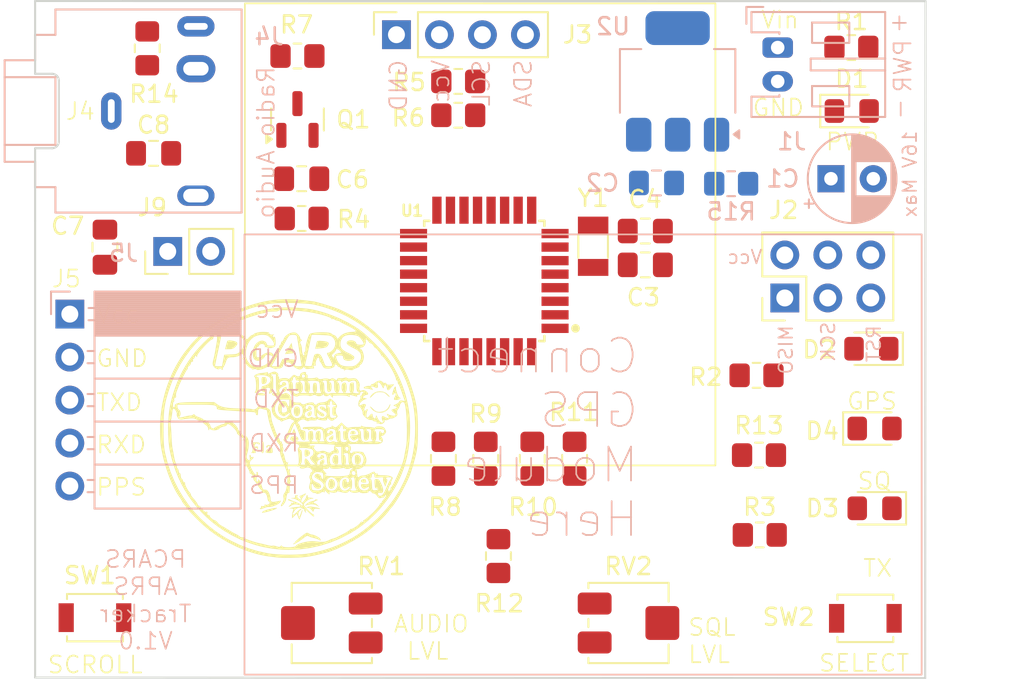
<source format=kicad_pcb>
(kicad_pcb (version 20241229) (generator "pcbnew") (generator_version "9.0")
  (layers (0 "F.Cu" signal) (2 "B.Cu" signal) (13 "F.Paste" user) (15 "B.Paste" user) (5 "F.SilkS" user "F.Silkscreen") (7 "B.SilkS" user "B.Silkscreen") (1 "F.Mask" user) (3 "B.Mask" user) (25 "Edge.Cuts" user))
  (net 0 "")
  (net 1 "GND")
  (net 2 "/Vin")
  (net 3 "/Vcc")
  (net 4 "/XTAL1")
  (net 5 "/XTAL2")
  (net 6 "/RESET")
  (net 7 "Net-(Q1-B)")
  (net 8 "Net-(C7-Pad2)")
  (net 9 "/AUDIO_OUT")
  (net 10 "Net-(D1-A)")
  (net 11 "Net-(D2-A)")
  (net 12 "Net-(D3-A)")
  (net 13 "/SCL")
  (net 14 "/SDA")
  (net 15 "/MISO")
  (net 16 "Net-(J9-Pin_2)")
  (net 17 "/SCK")
  (net 18 "/GPS_RXD")
  (net 19 "/GPS_TXD")
  (net 20 "/GPS_PPS")
  (net 21 "/GPS_VALID")
  (net 22 "/PTT")
  (net 23 "/CTRL_0")
  (net 24 "/CTRL_1")
  (net 25 "/TX_EN")
  (net 26 "/SQL")
  (net 31 "Net-(D4-A)")
  (net 33 "/MOSI")
  (net 34 "/B0")
  (net 35 "Net-(R10-Pad1)")
  (net 36 "/B1")
  (net 37 "/B2")
  (net 38 "/B3")
  (net 39 "Net-(R12-Pad1)")
  (net 42 "Net-(C8-Pad1)")
  (net 43 "/SQL_SET")
  (net 44 "/CD_SQL")
  (footprint "LED_SMD:LED_0805_2012Metric_Pad1.15x1.40mm_HandSolder" (layer "F.Cu") (at 169.475 105.464286)
    (property "Reference" "D4" (at -3.095 0.145 0) (layer "F.SilkS"))
    (property "Value" "YELLOW")
    (pad "1" smd roundrect (at -1.025 0) (size 1.15 1.4) (layers "F.Cu" "F.Mask" "F.Paste") (roundrect_rratio 0.217391) (net 1 "GND"))
    (pad "2" smd roundrect (at 1.025 0) (size 1.15 1.4) (layers "F.Cu" "F.Mask" "F.Paste") (roundrect_rratio 0.217391) (net 31 "Net-(D4-A)"))
  )
  (footprint "LED_SMD:LED_0805_2012Metric_Pad1.15x1.40mm_HandSolder" (layer "F.Cu") (at 169.475 110.178571 180)
    (property "Reference" "D3" (at 3.084643 0 0) (layer "F.SilkS"))
    (property "Value" "RED" (hide yes))
    (pad "1" smd roundrect (at -1.025 0 180) (size 1.15 1.4) (layers "F.Cu" "F.Mask" "F.Paste") (roundrect_rratio 0.217391) (net 1 "GND"))
    (pad "2" smd roundrect (at 1.025 0 180) (size 1.15 1.4) (layers "F.Cu" "F.Mask" "F.Paste") (roundrect_rratio 0.217391) (net 12 "Net-(D3-A)"))
  )
  (footprint "Capacitor_SMD:C_0805_2012Metric_Pad1.18x1.45mm_HandSolder" (layer "F.Cu") (at 155.9275 93.795)
    (property "Reference" "C4" (at -0.0125 -1.88 0) (layer "F.SilkS"))
    (property "Value" "18pF" (hide yes))
    (pad "1" smd roundrect (at -1.0375 0) (size 1.175 1.45) (layers "F.Cu" "F.Mask" "F.Paste") (roundrect_rratio 0.212766) (net 5 "/XTAL2"))
    (pad "2" smd roundrect (at 1.0375 0) (size 1.175 1.45) (layers "F.Cu" "F.Mask" "F.Paste") (roundrect_rratio 0.212766) (net 1 "GND"))
  )
  (footprint "Connector_PinHeader_2.54mm:PinHeader_2x03_P2.54mm_Vertical" (layer "F.Cu") (at 164.17 97.75 90)
    (property "Reference" "J2" (at 5.19 -0.07 0) (layer "F.SilkS"))
    (property "Value" "ICSP" (hide yes))
    (pad "1" thru_hole rect (at 0 0 90) (size 1.7 1.7) (drill 1) (layers "*.Cu" "*.Mask") (net 15 "/MISO"))
    (pad "2" thru_hole oval (at 2.54 0 90) (size 1.7 1.7) (drill 1) (layers "*.Cu" "*.Mask") (net 3 "/Vcc"))
    (pad "3" thru_hole oval (at 0 2.54 90) (size 1.7 1.7) (drill 1) (layers "*.Cu" "*.Mask") (net 17 "/SCK"))
    (pad "4" thru_hole oval (at 2.54 2.54 90) (size 1.7 1.7) (drill 1) (layers "*.Cu" "*.Mask") (net 38 "/B3"))
    (pad "5" thru_hole oval (at 0 5.08 90) (size 1.7 1.7) (drill 1) (layers "*.Cu" "*.Mask") (net 6 "/RESET"))
    (pad "6" thru_hole oval (at 2.54 5.08 90) (size 1.7 1.7) (drill 1) (layers "*.Cu" "*.Mask") (net 1 "GND"))
  )
  (footprint "Resistor_SMD:R_0805_2012Metric_Pad1.20x1.40mm_HandSolder" (layer "F.Cu") (at 162.645357 107.035714)
    (property "Reference" "R13" (at 0 -1.75 0) (layer "F.SilkS"))
    (property "Value" "1kΩ")
    (pad "1" smd roundrect (at -1 0) (size 1.2 1.4) (layers "F.Cu" "F.Mask" "F.Paste") (roundrect_rratio 0.208333) (net 26 "/SQL"))
    (pad "2" smd roundrect (at 1 0) (size 1.2 1.4) (layers "F.Cu" "F.Mask" "F.Paste") (roundrect_rratio 0.208333) (net 31 "Net-(D4-A)"))
  )
  (footprint "Crystal:Crystal_SMD_3215-2Pin_3.2x1.5mm" (layer "F.Cu") (at 152.845 94.695 -90)
    (property "Reference" "Y1" (at -2.85 0 0) (layer "F.SilkS"))
    (property "Value" "16MHz" (hide yes))
    (pad "1" smd rect (at 1.25 0 270) (size 1 1.8) (layers "F.Cu" "F.Mask" "F.Paste") (net 4 "/XTAL1"))
    (pad "2" smd rect (at -1.25 0 270) (size 1 1.8) (layers "F.Cu" "F.Mask" "F.Paste") (net 5 "/XTAL2"))
  )
  (footprint "Capacitor_SMD:C_0805_2012Metric_Pad1.18x1.45mm_HandSolder" (layer "F.Cu") (at 124 94.75 -90)
    (property "Reference" "C7" (at -1.25 2.2 0) (layer "F.SilkS"))
    (property "Value" "0.1uF" (hide yes))
    (pad "1" smd roundrect (at -1.0375 0 270) (size 1.175 1.45) (layers "F.Cu" "F.Mask" "F.Paste") (roundrect_rratio 0.212766) (net 9 "/AUDIO_OUT"))
    (pad "2" smd roundrect (at 1.0375 0 270) (size 1.175 1.45) (layers "F.Cu" "F.Mask" "F.Paste") (roundrect_rratio 0.212766) (net 8 "Net-(C7-Pad2)"))
  )
  (footprint "Resistor_SMD:R_0805_2012Metric_Pad1.20x1.40mm_HandSolder" (layer "F.Cu") (at 149.25 107.25 90)
    (property "Reference" "R10" (at -2.85 0.05 0) (layer "F.SilkS"))
    (property "Value" "4KΩ")
    (pad "1" smd roundrect (at -1 0 90) (size 1.2 1.4) (layers "F.Cu" "F.Mask" "F.Paste") (roundrect_rratio 0.208333) (net 35 "Net-(R10-Pad1)"))
    (pad "2" smd roundrect (at 1 0 90) (size 1.2 1.4) (layers "F.Cu" "F.Mask" "F.Paste") (roundrect_rratio 0.208333) (net 37 "/B2"))
  )
  (footprint "Capacitor_SMD:C_0805_2012Metric_Pad1.18x1.45mm_HandSolder" (layer "F.Cu") (at 126.875 89.205)
    (property "Reference" "C8" (at 0 -1.68 0) (layer "F.SilkS"))
    (property "Value" "0.1uF")
    (pad "1" smd roundrect (at -1.0375 0) (size 1.175 1.45) (layers "F.Cu" "F.Mask" "F.Paste") (roundrect_rratio 0.212766) (net 42 "Net-(C8-Pad1)"))
    (pad "2" smd roundrect (at 1.0375 0) (size 1.175 1.45) (layers "F.Cu" "F.Mask" "F.Paste") (roundrect_rratio 0.212766) (net 44 "/CD_SQL"))
  )
  (footprint "Footprints:QFP80P900X900X120-32N" (layer "F.Cu") (at 146.415 96.745 180)
    (property "Reference" "U1" (at 4.27 4.15 0) (layer "F.SilkS") (effects (font (size 0.642472 0.642472))))
    (property "Value" "ATMEGA328PB-AU")
    (pad "1" smd rect (at -4.18 -2.8 180) (size 1.6 0.55) (layers "F.Cu" "F.Mask" "F.Paste") (net 24 "/CTRL_1"))
    (pad "2" smd rect (at -4.18 -2 180) (size 1.6 0.55) (layers "F.Cu" "F.Mask" "F.Paste") (net 25 "/TX_EN"))
    (pad "3" smd rect (at -4.18 -1.2 180) (size 1.6 0.55) (layers "F.Cu" "F.Mask" "F.Paste"))
    (pad "4" smd rect (at -4.18 -0.4 180) (size 1.6 0.55) (layers "F.Cu" "F.Mask" "F.Paste") (net 3 "/Vcc"))
    (pad "5" smd rect (at -4.18 0.4 180) (size 1.6 0.55) (layers "F.Cu" "F.Mask" "F.Paste") (net 1 "GND"))
    (pad "6" smd rect (at -4.18 1.2 180) (size 1.6 0.55) (layers "F.Cu" "F.Mask" "F.Paste"))
    (pad "7" smd rect (at -4.18 2 180) (size 1.6 0.55) (layers "F.Cu" "F.Mask" "F.Paste") (net 4 "/XTAL1"))
    (pad "8" smd rect (at -4.18 2.8 180) (size 1.6 0.55) (layers "F.Cu" "F.Mask" "F.Paste") (net 5 "/XTAL2"))
    (pad "9" smd rect (at -2.8 4.18 180) (size 0.55 1.6) (layers "F.Cu" "F.Mask" "F.Paste") (net 21 "/GPS_VALID"))
    (pad "10" smd rect (at -2 4.18 180) (size 0.55 1.6) (layers "F.Cu" "F.Mask" "F.Paste") (net 44 "/CD_SQL"))
    (pad "11" smd rect (at -1.2 4.18 180) (size 0.55 1.6) (layers "F.Cu" "F.Mask" "F.Paste") (net 43 "/SQL_SET"))
    (pad "12" smd rect (at -0.4 4.18 180) (size 0.55 1.6) (layers "F.Cu" "F.Mask" "F.Paste"))
    (pad "13" smd rect (at 0.4 4.18 180) (size 0.55 1.6) (layers "F.Cu" "F.Mask" "F.Paste"))
    (pad "14" smd rect (at 1.2 4.18 180) (size 0.55 1.6) (layers "F.Cu" "F.Mask" "F.Paste"))
    (pad "15" smd rect (at 2 4.18 180) (size 0.55 1.6) (layers "F.Cu" "F.Mask" "F.Paste") (net 33 "/MOSI"))
    (pad "16" smd rect (at 2.8 4.18 180) (size 0.55 1.6) (layers "F.Cu" "F.Mask" "F.Paste") (net 15 "/MISO"))
    (pad "17" smd rect (at 4.18 2.8 180) (size 1.6 0.55) (layers "F.Cu" "F.Mask" "F.Paste") (net 17 "/SCK"))
    (pad "18" smd rect (at 4.18 2 180) (size 1.6 0.55) (layers "F.Cu" "F.Mask" "F.Paste") (net 3 "/Vcc"))
    (pad "19" smd rect (at 4.18 1.2 180) (size 1.6 0.55) (layers "F.Cu" "F.Mask" "F.Paste"))
    (pad "20" smd rect (at 4.18 0.4 180) (size 1.6 0.55) (layers "F.Cu" "F.Mask" "F.Paste"))
    (pad "21" smd rect (at 4.18 -0.4 180) (size 1.6 0.55) (layers "F.Cu" "F.Mask" "F.Paste") (net 1 "GND"))
    (pad "22" smd rect (at 4.18 -1.2 180) (size 1.6 0.55) (layers "F.Cu" "F.Mask" "F.Paste"))
    (pad "23" smd rect (at 4.18 -2 180) (size 1.6 0.55) (layers "F.Cu" "F.Mask" "F.Paste") (net 34 "/B0"))
    (pad "24" smd rect (at 4.18 -2.8 180) (size 1.6 0.55) (layers "F.Cu" "F.Mask" "F.Paste") (net 36 "/B1"))
    (pad "25" smd rect (at 2.8 -4.18 180) (size 0.55 1.6) (layers "F.Cu" "F.Mask" "F.Paste") (net 37 "/B2"))
    (pad "26" smd rect (at 2 -4.18 180) (size 0.55 1.6) (layers "F.Cu" "F.Mask" "F.Paste") (net 38 "/B3"))
    (pad "27" smd rect (at 1.2 -4.18 180) (size 0.55 1.6) (layers "F.Cu" "F.Mask" "F.Paste") (net 14 "/SDA"))
    (pad "28" smd rect (at 0.4 -4.18 180) (size 0.55 1.6) (layers "F.Cu" "F.Mask" "F.Paste") (net 13 "/SCL"))
    (pad "29" smd rect (at -0.4 -4.18 180) (size 0.55 1.6) (layers "F.Cu" "F.Mask" "F.Paste") (net 6 "/RESET"))
    (pad "30" smd rect (at -1.2 -4.18 180) (size 0.55 1.6) (layers "F.Cu" "F.Mask" "F.Paste") (net 19 "/GPS_TXD"))
    (pad "31" smd rect (at -2 -4.18 180) (size 0.55 1.6) (layers "F.Cu" "F.Mask" "F.Paste") (net 26 "/SQL"))
    (pad "32" smd rect (at -2.8 -4.18 180) (size 0.55 1.6) (layers "F.Cu" "F.Mask" "F.Paste") (net 23 "/CTRL_0"))
  )
  (footprint "Button_Switch_SMD:SW_SPST_B3U-1000P" (layer "F.Cu") (at 123.410534 116.639466 180)
    (property "Reference" "SW1" (at 0.3 2.5 0) (layer "F.SilkS"))
    (property "Value" "~")
    (pad "1" smd rect (at -1.7 0 180) (size 0.9 1.7) (layers "F.Cu" "F.Mask" "F.Paste") (net 23 "/CTRL_0"))
    (pad "2" smd rect (at 1.7 0 180) (size 0.9 1.7) (layers "F.Cu" "F.Mask" "F.Paste") (net 1 "GND"))
  )
  (footprint "Resistor_SMD:R_0805_2012Metric_Pad1.20x1.40mm_HandSolder" (layer "F.Cu") (at 168.1025 82.955)
    (property "Reference" "R1" (at 0 -1.55 0) (layer "F.SilkS"))
    (property "Value" "1kΩ" (hide yes))
    (pad "1" smd roundrect (at -1 0) (size 1.2 1.4) (layers "F.Cu" "F.Mask" "F.Paste") (roundrect_rratio 0.208333) (net 3 "/Vcc"))
    (pad "2" smd roundrect (at 1 0) (size 1.2 1.4) (layers "F.Cu" "F.Mask" "F.Paste") (roundrect_rratio 0.208333) (net 10 "Net-(D1-A)"))
  )
  (footprint "LED_SMD:LED_0805_2012Metric_Pad1.15x1.40mm_HandSolder" (layer "F.Cu") (at 169.284643 100.75 180)
    (property "Reference" "D2" (at 3.084643 -0.05 0) (layer "F.SilkS"))
    (property "Value" "GREEN" (hide yes))
    (pad "1" smd roundrect (at -1.025 0 180) (size 1.15 1.4) (layers "F.Cu" "F.Mask" "F.Paste") (roundrect_rratio 0.217391) (net 1 "GND"))
    (pad "2" smd roundrect (at 1.025 0 180) (size 1.15 1.4) (layers "F.Cu" "F.Mask" "F.Paste") (roundrect_rratio 0.217391) (net 11 "Net-(D2-A)"))
  )
  (footprint "Resistor_SMD:R_0805_2012Metric_Pad1.20x1.40mm_HandSolder" (layer "F.Cu") (at 144.875 86.955)
    (property "Reference" "R6" (at -2.95 0.15 0) (layer "F.SilkS"))
    (property "Value" "4.7kΩ" (hide yes))
    (pad "1" smd roundrect (at -1 0) (size 1.2 1.4) (layers "F.Cu" "F.Mask" "F.Paste") (roundrect_rratio 0.208333) (net 3 "/Vcc"))
    (pad "2" smd roundrect (at 1 0) (size 1.2 1.4) (layers "F.Cu" "F.Mask" "F.Paste") (roundrect_rratio 0.208333) (net 14 "/SDA"))
  )
  (footprint "Resistor_SMD:R_0805_2012Metric_Pad1.20x1.40mm_HandSolder" (layer "F.Cu") (at 135.375 83.455)
    (property "Reference" "R7" (at -0.05 -1.85 0) (layer "F.SilkS"))
    (property "Value" "2.2k" (hide yes))
    (pad "1" smd roundrect (at -1 0) (size 1.2 1.4) (layers "F.Cu" "F.Mask" "F.Paste") (roundrect_rratio 0.208333) (net 16 "Net-(J9-Pin_2)"))
    (pad "2" smd roundrect (at 1 0) (size 1.2 1.4) (layers "F.Cu" "F.Mask" "F.Paste") (roundrect_rratio 0.208333) (net 22 "/PTT"))
  )
  (footprint "Resistor_SMD:R_0805_2012Metric_Pad1.20x1.40mm_HandSolder" (layer "F.Cu") (at 162.690357 111.75)
    (property "Reference" "R3" (at 0 -1.65 0) (layer "F.SilkS"))
    (property "Value" "1kΩ" (hide yes))
    (pad "1" smd roundrect (at -1 0) (size 1.2 1.4) (layers "F.Cu" "F.Mask" "F.Paste") (roundrect_rratio 0.208333) (net 25 "/TX_EN"))
    (pad "2" smd roundrect (at 1 0) (size 1.2 1.4) (layers "F.Cu" "F.Mask" "F.Paste") (roundrect_rratio 0.208333) (net 12 "Net-(D3-A)"))
  )
  (footprint "Connector_PinHeader_2.54mm:PinHeader_1x02_P2.54mm_Vertical" (layer "F.Cu") (at 127.71 95 90)
    (property "Reference" "J9" (at 2.6 -0.91 0) (layer "F.SilkS"))
    (property "Value" "PTT Shunt")
    (pad "1" thru_hole rect (at 0 0 90) (size 1.7 1.7) (drill 1) (layers "*.Cu" "*.Mask") (net 9 "/AUDIO_OUT"))
    (pad "2" thru_hole oval (at 0 2.54 90) (size 1.7 1.7) (drill 1) (layers "*.Cu" "*.Mask") (net 16 "Net-(J9-Pin_2)"))
  )
  (footprint "Button_Switch_SMD:SW_SPST_B3U-1000P" (layer "F.Cu") (at 168.929466 116.679466)
    (property "Reference" "SW2" (at -4.529466 -0.079466 0) (layer "F.SilkS"))
    (property "Value" "~")
    (pad "1" smd rect (at -1.7 0) (size 0.9 1.7) (layers "F.Cu" "F.Mask" "F.Paste") (net 24 "/CTRL_1"))
    (pad "2" smd rect (at 1.7 0) (size 0.9 1.7) (layers "F.Cu" "F.Mask" "F.Paste") (net 1 "GND"))
  )
  (footprint "Resistor_SMD:R_0805_2012Metric_Pad1.20x1.40mm_HandSolder" (layer "F.Cu") (at 151.75 107.25 90)
    (property "Reference" "R11" (at 2.75 -0.05 0) (layer "F.SilkS"))
    (property "Value" "8KΩ")
    (pad "1" smd roundrect (at -1 0 90) (size 1.2 1.4) (layers "F.Cu" "F.Mask" "F.Paste") (roundrect_rratio 0.208333) (net 35 "Net-(R10-Pad1)"))
    (pad "2" smd roundrect (at 1 0 90) (size 1.2 1.4) (layers "F.Cu" "F.Mask" "F.Paste") (roundrect_rratio 0.208333) (net 38 "/B3"))
  )
  (footprint "Resistor_SMD:R_0805_2012Metric_Pad1.20x1.40mm_HandSolder" (layer "F.Cu") (at 126.5 83 -90)
    (property "Reference" "R14" (at 2.7 -0.4 0) (layer "F.SilkS"))
    (property "Value" "10k")
    (pad "1" smd roundrect (at -1 0 270) (size 1.2 1.4) (layers "F.Cu" "F.Mask" "F.Paste") (roundrect_rratio 0.208333) (net 3 "/Vcc"))
    (pad "2" smd roundrect (at 1 0 270) (size 1.2 1.4) (layers "F.Cu" "F.Mask" "F.Paste") (roundrect_rratio 0.208333) (net 42 "Net-(C8-Pad1)"))
  )
  (footprint "Potentiometer_SMD:Potentiometer_Bourns_3314J_Vertical" (layer "F.Cu") (at 154.935 116.955 90)
    (property "Reference" "RV2" (at 3.35 -0.01 0) (layer "F.SilkS"))
    (property "Value" "10K")
    (pad "1" smd roundrect (at -1.15 -2 90) (size 1.3 2) (layers "F.Cu" "F.Mask" "F.Paste") (roundrect_rratio 0.1923076923) (net 39 "Net-(R12-Pad1)"))
    (pad "2" smd roundrect (at 0 2 90) (size 2 2) (layers "F.Cu" "F.Mask" "F.Paste") (roundrect_rratio 0.125) (net 8 "Net-(C7-Pad2)"))
    (pad "3" smd roundrect (at 1.15 -2 90) (size 1.3 2) (layers "F.Cu" "F.Mask" "F.Paste") (roundrect_rratio 0.1923076923) (net 1 "GND"))
  )
  (footprint "Resistor_SMD:R_0805_2012Metric_Pad1.20x1.40mm_HandSolder" (layer "F.Cu") (at 146.5 107.25 90)
    (property "Reference" "R9" (at 2.65 0 0) (layer "F.SilkS"))
    (property "Value" "2KΩ")
    (pad "1" smd roundrect (at -1 0 90) (size 1.2 1.4) (layers "F.Cu" "F.Mask" "F.Paste") (roundrect_rratio 0.208333) (net 35 "Net-(R10-Pad1)"))
    (pad "2" smd roundrect (at 1 0 90) (size 1.2 1.4) (layers "F.Cu" "F.Mask" "F.Paste") (roundrect_rratio 0.208333) (net 36 "/B1"))
  )
  (footprint "Resistor_SMD:R_0805_2012Metric_Pad1.20x1.40mm_HandSolder" (layer "F.Cu") (at 147.25 113 90)
    (property "Reference" "R12" (at -2.8 0.05 0) (layer "F.SilkS"))
    (property "Value" "220kΩ")
    (pad "1" smd roundrect (at -1 0 90) (size 1.2 1.4) (layers "F.Cu" "F.Mask" "F.Paste") (roundrect_rratio 0.208333) (net 39 "Net-(R12-Pad1)"))
    (pad "2" smd roundrect (at 1 0 90) (size 1.2 1.4) (layers "F.Cu" "F.Mask" "F.Paste") (roundrect_rratio 0.208333) (net 35 "Net-(R10-Pad1)"))
  )
  (footprint "Package_TO_SOT_SMD:SOT-23" (layer "F.Cu") (at 135.375 87.205 90)
    (property "Reference" "Q1" (at 0 3.3 0) (layer "F.SilkS"))
    (property "Value" "SS8050" (hide yes))
    (pad "1" smd roundrect (at -0.9375 -0.95 90) (size 1.475 0.6) (layers "F.Cu" "F.Mask" "F.Paste") (net 7 "Net-(Q1-B)"))
    (pad "2" smd roundrect (at -0.9375 0.95 90) (size 1.475 0.6) (layers "F.Cu" "F.Mask" "F.Paste") (net 1 "GND"))
    (pad "3" smd roundrect (at 0.9375 0 90) (size 1.475 0.6) (layers "F.Cu" "F.Mask" "F.Paste") (net 22 "/PTT"))
  )
  (footprint "Resistor_SMD:R_0805_2012Metric_Pad1.20x1.40mm_HandSolder" (layer "F.Cu") (at 135.625 93.055)
    (property "Reference" "R4" (at 3.07 0.05 0) (layer "F.SilkS"))
    (property "Value" "8KΩ" (hide yes))
    (pad "1" smd roundrect (at -1 0) (size 1.2 1.4) (layers "F.Cu" "F.Mask" "F.Paste") (roundrect_rratio 0.208333) (net 7 "Net-(Q1-B)"))
    (pad "2" smd roundrect (at 1 0) (size 1.2 1.4) (layers "F.Cu" "F.Mask" "F.Paste") (roundrect_rratio 0.208333) (net 25 "/TX_EN"))
  )
  (footprint "LED_SMD:LED_0805_2012Metric_Pad1.15x1.40mm_HandSolder" (layer "F.Cu") (at 168.125 86.705)
    (property "Reference" "D1" (at 0 -1.9 0) (layer "F.SilkS"))
    (property "Value" "RED" (hide yes))
    (pad "1" smd roundrect (at -1.025 0) (size 1.15 1.4) (layers "F.Cu" "F.Mask" "F.Paste") (roundrect_rratio 0.217391) (net 1 "GND"))
    (pad "2" smd roundrect (at 1.025 0) (size 1.15 1.4) (layers "F.Cu" "F.Mask" "F.Paste") (roundrect_rratio 0.217391) (net 10 "Net-(D1-A)"))
  )
  (footprint "Capacitor_SMD:C_0805_2012Metric_Pad1.18x1.45mm_HandSolder" (layer "F.Cu") (at 135.625 90.705)
    (property "Reference" "C6" (at 3 0.05 0) (layer "F.SilkS"))
    (property "Value" "0.1uF" (hide yes))
    (pad "1" smd roundrect (at -1.0375 0) (size 1.175 1.45) (layers "F.Cu" "F.Mask" "F.Paste") (roundrect_rratio 0.212766) (net 7 "Net-(Q1-B)"))
    (pad "2" smd roundrect (at 1.0375 0) (size 1.175 1.45) (layers "F.Cu" "F.Mask" "F.Paste") (roundrect_rratio 0.212766) (net 1 "GND"))
  )
  (footprint "Potentiometer_SMD:Potentiometer_Bourns_3314J_Vertical" (layer "F.Cu") (at 137.405 116.955 -90)
    (property "Reference" "RV1" (at -3.35 -2.92 180) (layer "F.SilkS"))
    (property "Value" "10KΩ")
    (pad "1" smd roundrect (at -1.15 -2 270) (size 1.3 2) (layers "F.Cu" "F.Mask" "F.Paste") (roundrect_rratio 0.1923076923) (net 3 "/Vcc"))
    (pad "2" smd roundrect (at 0 2 270) (size 2 2) (layers "F.Cu" "F.Mask" "F.Paste") (roundrect_rratio 0.125) (net 43 "/SQL_SET"))
    (pad "3" smd roundrect (at 1.15 -2 270) (size 1.3 2) (layers "F.Cu" "F.Mask" "F.Paste") (roundrect_rratio 0.1923076923) (net 1 "GND"))
  )
  (footprint "Resistor_SMD:R_0805_2012Metric_Pad1.20x1.40mm_HandSolder" (layer "F.Cu") (at 162.5 102.321429)
    (property "Reference" "R2" (at -3 0.095 0) (layer "F.SilkS"))
    (property "Value" "1kΩ")
    (pad "1" smd roundrect (at -1 0) (size 1.2 1.4) (layers "F.Cu" "F.Mask" "F.Paste") (roundrect_rratio 0.208333) (net 21 "/GPS_VALID"))
    (pad "2" smd roundrect (at 1 0) (size 1.2 1.4) (layers "F.Cu" "F.Mask" "F.Paste") (roundrect_rratio 0.208333) (net 11 "Net-(D2-A)"))
  )
  (footprint "Connector_PinSocket_2.54mm:PinSocket_1x04_P2.54mm_Vertical" (layer "F.Cu") (at 141.225 82.195 90)
    (property "Reference" "J3" (at 0 10.7 0) (layer "F.SilkS"))
    (property "Value" "OLED Conn" (hide yes))
    (pad "1" thru_hole rect (at 0 0 90) (size 1.7 1.7) (drill 1) (layers "*.Cu" "*.Mask") (net 1 "GND"))
    (pad "2" thru_hole oval (at 0 2.54 90) (size 1.7 1.7) (drill 1) (layers "*.Cu" "*.Mask") (net 3 "/Vcc"))
    (pad "3" thru_hole oval (at 0 5.08 90) (size 1.7 1.7) (drill 1) (layers "*.Cu" "*.Mask") (net 13 "/SCL"))
    (pad "4" thru_hole oval (at 0 7.62 90) (size 1.7 1.7) (drill 1) (layers "*.Cu" "*.Mask") (net 14 "/SDA"))
  )
  (footprint "Resistor_SMD:R_0805_2012Metric_Pad1.20x1.40mm_HandSolder" (layer "F.Cu") (at 144 107.25 90)
    (property "Reference" "R8" (at -2.85 0.1 0) (layer "F.SilkS"))
    (property "Value" "1KΩ")
    (pad "1" smd roundrect (at -1 0 90) (size 1.2 1.4) (layers "F.Cu" "F.Mask" "F.Paste") (roundrect_rratio 0.208333) (net 35 "Net-(R10-Pad1)"))
    (pad "2" smd roundrect (at 1 0 90) (size 1.2 1.4) (layers "F.Cu" "F.Mask" "F.Paste") (roundrect_rratio 0.208333) (net 34 "/B0"))
  )
  (footprint "Resistor_SMD:R_0805_2012Metric_Pad1.20x1.40mm_HandSolder" (layer "F.Cu") (at 144.875 84.955)
    (property "Reference" "R5" (at -2.9 0.05 0) (layer "F.SilkS"))
    (property "Value" "4.7kΩ" (hide yes))
    (pad "1" smd roundrect (at -1 0) (size 1.2 1.4) (layers "F.Cu" "F.Mask" "F.Paste") (roundrect_rratio 0.208333) (net 3 "/Vcc"))
    (pad "2" smd roundrect (at 1 0) (size 1.2 1.4) (layers "F.Cu" "F.Mask" "F.Paste") (roundrect_rratio 0.208333) (net 13 "/SCL"))
  )
  (footprint "Capacitor_SMD:C_0805_2012Metric_Pad1.18x1.45mm_HandSolder" (layer "F.Cu") (at 155.9275 95.795)
    (property "Reference" "C3" (at -0.1125 1.92 0) (layer "F.SilkS"))
    (property "Value" "18pF" (hide yes))
    (pad "1" smd roundrect (at -1.0375 0) (size 1.175 1.45) (layers "F.Cu" "F.Mask" "F.Paste") (roundrect_rratio 0.212766) (net 4 "/XTAL1"))
    (pad "2" smd roundrect (at 1.0375 0) (size 1.175 1.45) (layers "F.Cu" "F.Mask" "F.Paste") (roundrect_rratio 0.212766) (net 1 "GND"))
  )
  (footprint "Capacitor_SMD:C_0805_2012Metric_Pad1.18x1.45mm_HandSolder" (layer "B.Cu") (at 156.5875 90.955)
    (property "Reference" "C2" (at -3.1875 0 180) (layer "B.SilkS") (effects (justify mirror)))
    (property "Value" "0.1uF" (hide yes))
    (pad "1" smd roundrect (at -1.0375 0) (size 1.175 1.45) (layers "B.Cu" "B.Mask" "B.Paste") (roundrect_rratio 0.212766) (net 3 "/Vcc"))
    (pad "2" smd roundrect (at 1.0375 0) (size 1.175 1.45) (layers "B.Cu" "B.Mask" "B.Paste") (roundrect_rratio 0.212766) (net 1 "GND"))
  )
  (footprint "Package_TO_SOT_SMD:SOT-223-3_TabPin2" (layer "B.Cu") (at 157.8375 84.955 90)
    (property "Reference" "U2" (at 3.25 -3.8125 180) (layer "B.SilkS") (effects (justify mirror)))
    (property "Value" "MCP1703Ax-500xxDB" (hide yes))
    (pad "1" smd roundrect (at -3.15 2.3 90) (size 2 1.5) (layers "B.Cu" "B.Mask" "B.Paste") (net 2 "/Vin"))
    (pad "2" smd roundrect (at -3.15 0 90) (size 2 1.5) (layers "B.Cu" "B.Mask" "B.Paste") (net 1 "GND"))
    (pad "2" smd roundrect (at 3.15 0 90) (size 2 3.8) (layers "B.Cu" "B.Mask" "B.Paste") (net 1 "GND"))
    (pad "3" smd roundrect (at -3.15 -2.3 90) (size 2 1.5) (layers "B.Cu" "B.Mask" "B.Paste") (net 3 "/Vcc"))
  )
  (footprint "Capacitor_THT:CP_Radial_D5.0mm_P2.50mm" (layer "B.Cu") (at 166.897388 90.705)
    (property "Reference" "C1" (at -2.844888 0 180) (layer "B.SilkS") (effects (justify mirror)))
    (property "Value" "10uF" (hide yes))
    (pad "1" thru_hole rect (at 0 0) (size 1.6 1.6) (drill 0.8) (layers "*.Cu" "*.Mask") (net 2 "/Vin"))
    (pad "2" thru_hole circle (at 2.5 0) (size 1.6 1.6) (drill 0.8) (layers "*.Cu" "*.Mask") (net 1 "GND"))
  )
  (footprint "Connector_Audio:Jack_3.5mm_CUI_SJ1-3524N_Horizontal" (layer "B.Cu") (at 124.375 86.705 90)
    (property "Reference" "J4" (at 4.405 9.325 180) (layer "B.SilkS") (effects (justify mirror)))
    (property "Value" "Radio Conn")
    (fp_line (start 2.2 -4.5) (end 6.5 -4.5) (stroke (width 0.12)) (layer "Edge.Cuts"))
    (fp_line (start -2.2 -4.5) (end -6.5 -4.5) (stroke (width 0.12)) (layer "Edge.Cuts"))
    (fp_line (start 2.2 -3.5) (end 2.2 -4.5) (stroke (width 0.12)) (layer "Edge.Cuts"))
    (fp_line (start -2.2 -3.5) (end -2.2 -4.5) (stroke (width 0.12)) (layer "Edge.Cuts"))
    (fp_line (start 1.8 -3.1) (end -1.8 -3.1) (stroke (width 0.12)) (layer "Edge.Cuts"))
    (fp_arc (start 2.2 -3.5) (mid 2.082843 -3.217157) (end 1.8 -3.1) (stroke (width 0.12)) (layer "Edge.Cuts"))
    (fp_arc (start -1.8 -3.1) (mid -2.082842 -3.217158) (end -2.2 -3.5) (stroke (width 0.12)) (layer "Edge.Cuts"))
    (pad "" np_thru_hole circle (at -5 -2.5 90) (size 1.2 1.2) (drill 1.2) (layers "*.Cu" "*.Mask"))
    (pad "" np_thru_hole circle (at -5 0 90) (size 1.2 1.2) (drill 1.2) (layers "*.Cu" "*.Mask"))
    (pad "" np_thru_hole circle (at 0 5 90) (size 1.2 1.2) (drill 1.2) (layers "*.Cu" "*.Mask"))
    (pad "" np_thru_hole circle (at 5 -2.5 90) (size 1.2 1.2) (drill 1.2) (layers "*.Cu" "*.Mask"))
    (pad "" np_thru_hole circle (at 5 0 90) (size 1.2 1.2) (drill 1.2) (layers "*.Cu" "*.Mask"))
    (pad "R" thru_hole oval (at -5 5 90) (size 1.2 2.2) (drill oval 0.8 1.5) (layers "*.Cu" "*.Mask"))
    (pad "S" thru_hole oval (at 0 0 90) (size 2.2 1.2) (drill oval 1.4 0.4) (layers "*.Cu" "*.Mask") (net 22 "/PTT"))
    (pad "T" thru_hole oval (at 5 5 270) (size 1.2 2.2) (drill oval 0.4 1.4) (layers "*.Cu" "*.Mask") (net 1 "GND"))
    (pad "TN" thru_hole oval (at 2.5 5 270) (size 1.6 2.3) (drill oval 0.8 1.5) (layers "*.Cu" "*.Mask"))
  )
  (footprint "Resistor_SMD:R_0805_2012Metric_Pad1.20x1.40mm_HandSolder" (layer "B.Cu") (at 161 91)
    (property "Reference" "R15" (at 0 1.65 0) (layer "B.SilkS") (effects (justify mirror)))
    (property "Value" "10k")
    (pad "1" smd roundrect (at -1 0) (size 1.2 1.4) (layers "B.Cu" "B.Mask" "B.Paste") (roundrect_rratio 0.208333) (net 3 "/Vcc"))
    (pad "2" smd roundrect (at 1 0) (size 1.2 1.4) (layers "B.Cu" "B.Mask" "B.Paste") (roundrect_rratio 0.208333) (net 6 "/RESET"))
  )
  (footprint "Connector_TE-Connectivity:TE_440055-2_1x02_P2.00mm_Horizontal" (layer "B.Cu") (at 163.75 82.955 -90)
    (property "Reference" "J1" (at 5.55 -0.825 0) (layer "B.SilkS") (effects (justify mirror)))
    (property "Value" "PWR_IN")
    (pad "1" thru_hole roundrect (at 0 0 270) (size 1.2 1.8) (drill 0.8) (layers "*.Cu" "*.Mask") (net 2 "/Vin"))
    (pad "2" thru_hole oval (at 2 0 270) (size 1.2 1.8) (drill 0.8) (layers "*.Cu" "*.Mask") (net 1 "GND"))
  )
  (footprint "Connector_PinSocket_2.54mm:PinSocket_1x05_P2.54mm_Horizontal" (layer "B.Cu") (at 121.925 98.705 180)
    (property "Reference" "J5" (at -3.175 3.605 0) (layer "B.SilkS") (effects (justify mirror)))
    (property "Value" "GPS Module" (hide yes))
    (pad "1" thru_hole rect (at 0 0 180) (size 1.7 1.7) (drill 1) (layers "*.Cu" "*.Mask") (net 3 "/Vcc"))
    (pad "2" thru_hole oval (at 0 -2.54 180) (size 1.7 1.7) (drill 1) (layers "*.Cu" "*.Mask") (net 1 "GND"))
    (pad "3" thru_hole oval (at 0 -5.08 180) (size 1.7 1.7) (drill 1) (layers "*.Cu" "*.Mask") (net 19 "/GPS_TXD"))
    (pad "4" thru_hole oval (at 0 -7.62 180) (size 1.7 1.7) (drill 1) (layers "*.Cu" "*.Mask") (net 18 "/GPS_RXD"))
    (pad "5" thru_hole oval (at 0 -10.16 180) (size 1.7 1.7) (drill 1) (layers "*.Cu" "*.Mask") (net 20 "/GPS_PPS"))
  )
  (gr_poly (pts (xy 140.859156 104.026551) (xy 140.861416 104.027821) (xy 140.863223 104.03014) (xy 140.864557 104.033501) (xy 140.865398 104.037899) (xy 140.865728 104.043328) (xy 140.865527 104.049782) (xy 140.864776 104.057255) (xy 140.863455 104.065742) (xy 140.859027 104.085733) (xy 140.852087 104.109708) (xy 140.84248 104.137621) (xy 140.830052 104.169425) (xy 140.814881 104.205745) (xy 140.797241 104.240276) (xy 140.777266 104.272997) (xy 140.75509 104.303887) (xy 140.730849 104.332924) (xy 140.704676 104.360088) (xy 140.676707 104.385356) (xy 140.647076 104.408708) (xy 140.615919 104.430121) (xy 140.583368 104.449576) (xy 140.549561 104.46705) (xy 140.51463 104.482522) (xy 140.478711 104.495971) (xy 140.441938 104.507376) (xy 140.404446 104.516715) (xy 140.36637 104.523967) (xy 140.327844 104.52911) (xy 140.289004 104.532124) (xy 140.249983 104.532987) (xy 140.210917 104.531677) (xy 140.17194 104.528174) (xy 140.133186 104.522456) (xy 140.094791 104.514501) (xy 140.05689 104.504289) (xy 140.019616 104.491798) (xy 139.983105 104.477006) (xy 139.947491 104.459893) (xy 139.912909 104.440438) (xy 139.879493 104.418618) (xy 139.847379 104.394412) (xy 139.816701 104.3678) (xy 139.787593 104.338759) (xy 139.753655 104.301194) (xy 139.725189 104.267932) (xy 139.702087 104.239056) (xy 139.68424 104.214653) (xy 139.671541 104.194808) (xy 139.667087 104.186621) (xy 139.66388 104.179606) (xy 139.661905 104.173773) (xy 139.661149 104.169132) (xy 139.661598 104.165695) (xy 139.663239 104.163473) (xy 139.666058 104.162474) (xy 139.670042 104.162712) (xy 139.675177 104.164195) (xy 139.68145 104.166935) (xy 139.688846 104.170942) (xy 139.697353 104.176228) (xy 139.717644 104.190675) (xy 139.742214 104.210362) (xy 139.770953 104.235375) (xy 139.803755 104.265798) (xy 139.84051 104.301717) (xy 139.865716 104.326411) (xy 139.889861 104.348949) (xy 139.913122 104.369411) (xy 139.935677 104.387872) (xy 139.957705 104.404411) (xy 139.979385 104.419105) (xy 140.000894 104.432032) (xy 140.022411 104.443269) (xy 140.044114 104.452894) (xy 140.066181 104.460984) (xy 140.08879 104.467617) (xy 140.112121 104.47287) (xy 140.136351 104.476821) (xy 140.161658 104.479547) (xy 140.188221 104.481125) (xy 140.216218 104.481634) (xy 140.239484 104.481234) (xy 140.262631 104.480043) (xy 140.285635 104.478076) (xy 140.308471 104.47535) (xy 140.331112 104.47188) (xy 140.353535 104.467682) (xy 140.375714 104.46277) (xy 140.397623 104.45716) (xy 140.419238 104.450869) (xy 140.440532 104.44391) (xy 140.461482 104.436301) (xy 140.482062 104.428056) (xy 140.502247 104.419191) (xy 140.522011 104.409721) (xy 140.541329 104.399662) (xy 140.560176 104.38903) (xy 140.578528 104.377839) (xy 140.596358 104.366106) (xy 140.613641 104.353846) (xy 140.630353 104.341074) (xy 140.646468 104.327806) (xy 140.661961 104.314058) (xy 140.676807 104.299844) (xy 140.69098 104.285181) (xy 140.704456 104.270084) (xy 140.717209 104.254568) (xy 140.729214 104.238649) (xy 140.740445 104.222343) (xy 140.750878 104.205664) (xy 140.760488 104.188629) (xy 140.769249 104.171253) (xy 140.777135 104.153551) (xy 140.790752 104.122103) (xy 140.803717 104.095198) (xy 140.815877 104.072788) (xy 140.827075 104.054828) (xy 140.832265 104.047502) (xy 140.837157 104.041271) (xy 140.841731 104.036129) (xy 140.845968 104.03207) (xy 140.849848 104.029088) (xy 140.853352 104.027179) (xy 140.856461 104.026335)) (stroke (width -0.000001)) (fill yes) (layer "F.SilkS"))
  (gr_poly (pts (xy 135.113067 97.828686) (xy 135.362303 97.84392) (xy 135.637025 97.868208) (xy 135.946598 97.90217) (xy 136.300385 97.946426) (xy 136.354958 97.955906) (xy 136.427653 97.971913) (xy 136.617058 98.020344) (xy 136.847886 98.085394) (xy 137.099426 98.160738) (xy 137.350966 98.240051) (xy 137.581795 98.317008) (xy 137.771199 98.385282) (xy 137.843895 98.414187) (xy 137.898468 98.43855) (xy 138.059202 98.517264) (xy 138.311219 98.639634) (xy 138.51104 98.741933) (xy 138.712961 98.855766) (xy 138.915984 98.980264) (xy 139.119107 99.114561) (xy 139.321331 99.257787) (xy 139.521656 99.409075) (xy 139.719082 99.567557) (xy 139.912609 99.732363) (xy 140.101237 99.902627) (xy 140.283966 100.077479) (xy 140.459796 100.256052) (xy 140.627728 100.437478) (xy 140.786761 100.620888) (xy 140.935895 100.805414) (xy 141.074131 100.990188) (xy 141.200468 101.174342) (xy 141.364158 101.429045) (xy 141.507881 101.665144) (xy 141.634488 101.888345) (xy 141.692265 101.996891) (xy 141.746833 102.104352) (xy 141.798548 102.211442) (xy 141.847767 102.318872) (xy 141.894847 102.427356) (xy 141.940144 102.537608) (xy 142.026816 102.766266) (xy 142.110635 103.010551) (xy 142.213605 103.333301) (xy 142.297414 103.630006) (xy 142.332656 103.771925) (xy 142.363735 103.911333) (xy 142.390862 104.049562) (xy 142.414244 104.187947) (xy 142.434091 104.327819) (xy 142.450614 104.470513) (xy 142.46402 104.617362) (xy 142.474519 104.769699) (xy 142.487635 105.09617) (xy 142.491634 105.460592) (xy 142.490229 105.855317) (xy 142.483366 106.175629) (xy 142.476648 106.31594) (xy 142.467078 106.447323) (xy 142.454159 106.573) (xy 142.437395 106.696196) (xy 142.416291 106.820137) (xy 142.390349 106.948047) (xy 142.359075 107.08315) (xy 142.321971 107.228671) (xy 142.228292 107.563865) (xy 142.105344 107.979427) (xy 142.067556 108.092682) (xy 142.018599 108.220456) (xy 141.959829 108.360275) (xy 141.892602 108.509668) (xy 141.738203 108.827281) (xy 141.566255 109.153514) (xy 141.38761 109.468585) (xy 141.299167 109.615753) (xy 141.213119 109.752713) (xy 141.130823 109.87699) (xy 141.053635 109.986114) (xy 140.982912 110.077611) (xy 140.92001 110.149009) (xy 140.902761 110.166992) (xy 140.883216 110.188696) (xy 140.86206 110.213377) (xy 140.839973 110.24029) (xy 140.817639 110.268692) (xy 140.795738 110.297837) (xy 140.774954 110.326983) (xy 140.755968 110.355384) (xy 140.7115 110.415119) (xy 140.656202 110.482529) (xy 140.591153 110.556604) (xy 140.51743 110.636339) (xy 140.348272 110.808752) (xy 140.157349 110.991707) (xy 139.953278 111.177143) (xy 139.744681 111.356997) (xy 139.540177 111.523209) (xy 139.442153 111.59868) (xy 139.348385 111.667717) (xy 139.218192 111.757928) (xy 139.082231 111.847675) (xy 138.941433 111.936491) (xy 138.796729 112.023912) (xy 138.499321 112.192708) (xy 138.197448 112.350342) (xy 137.898551 112.493093) (xy 137.752544 112.557725) (xy 137.610073 112.617241) (xy 137.472065 112.671176) (xy 137.339453 112.719064) (xy 137.213166 112.760442) (xy 137.094135 112.794843) (xy 136.887904 112.848318) (xy 136.703378 112.894227) (xy 136.536959 112.933439) (xy 136.385051 112.966822) (xy 136.244057 112.995244) (xy 136.110381 113.019573) (xy 135.980425 113.040678) (xy 135.850593 113.059426) (xy 135.676857 113.075745) (xy 135.459837 113.088778) (xy 135.215283 113.098214) (xy 134.958947 113.103743) (xy 134.70658 113.105056) (xy 134.473933 113.101842) (xy 134.276756 113.093791) (xy 134.130801 113.080593) (xy 133.942947 113.056118) (xy 133.824216 113.041152) (xy 133.707468 113.027675) (xy 133.438328 112.985594) (xy 133.165413 112.929149) (xy 132.889785 112.85886) (xy 132.612507 112.775246) (xy 132.334638 112.678827) (xy 132.057243 112.570122) (xy 131.781383 112.44965) (xy 131.508119 112.317931) (xy 131.238514 112.175484) (xy 130.97363 112.022828) (xy 130.714528 111.860482) (xy 130.462271 111.688967) (xy 130.21792 111.508801) (xy 129.982538 111.320504) (xy 129.757186 111.124594) (xy 129.542926 110.921593) (xy 129.439904 110.821113) (xy 129.338866 110.720013) (xy 129.242294 110.621145) (xy 129.152666 110.527363) (xy 129.072464 110.441518) (xy 129.004169 110.366463) (xy 128.95026 110.305051) (xy 128.913218 110.260134) (xy 128.885602 110.220426) (xy 128.85501 110.177617) (xy 128.822433 110.133072) (xy 128.788864 110.088155) (xy 128.755295 110.04423) (xy 128.722718 110.002661) (xy 128.692126 109.964814) (xy 128.66451 109.932051) (xy 128.652738 109.917124) (xy 128.641276 109.902182) (xy 128.630186 109.887332) (xy 128.619531 109.872685) (xy 128.609371 109.858347) (xy 128.599769 109.844428) (xy 128.590788 109.831036) (xy 128.582489 109.81828) (xy 128.574934 109.806268) (xy 128.568185 109.795108) (xy 128.562304 109.78491) (xy 128.557353 109.775781) (xy 128.553395 109.767831) (xy 128.550491 109.761167) (xy 128.548703 109.755899) (xy 128.548247 109.753822) (xy 128.548093 109.752135) (xy 128.547239 109.748002) (xy 128.544734 109.741644) (xy 128.535112 109.722782) (xy 128.519909 109.696603) (xy 128.499807 109.66416) (xy 128.475488 109.626509) (xy 128.447634 109.584703) (xy 128.416928 109.539796) (xy 128.384051 109.492842) (xy 128.319814 109.399435) (xy 128.254375 109.294508) (xy 128.188145 109.179071) (xy 128.121535 109.05413) (xy 127.98882 108.77977) (xy 127.859515 108.479488) (xy 127.736907 108.161348) (xy 127.624284 107.833409) (xy 127.524931 107.503734) (xy 127.481258 107.340764) (xy 127.442135 107.180384) (xy 127.392288 106.959292) (xy 127.35292 106.771934) (xy 127.322607 106.605908) (xy 127.299921 106.448811) (xy 127.283436 106.288242) (xy 127.271726 106.111798) (xy 127.263365 105.907077) (xy 127.256926 105.661676) (xy 127.255325 105.460592) (xy 127.463301 105.460592) (xy 127.464356 105.72779) (xy 127.467766 105.961068) (xy 127.473905 106.1652) (xy 127.483145 106.344962) (xy 127.495858 106.505128) (xy 127.512415 106.650473) (xy 127.533189 106.785772) (xy 127.558551 106.915801) (xy 127.699318 107.479244) (xy 127.878532 108.023619) (xy 128.094705 108.547468) (xy 128.346348 109.049334) (xy 128.631974 109.52776) (xy 128.950094 109.981288) (xy 129.29922 110.408461) (xy 129.677864 110.807822) (xy 130.084537 111.177913) (xy 130.517751 111.517277) (xy 130.976017 111.824458) (xy 131.457848 112.097997) (xy 131.961756 112.336437) (xy 132.486251 112.538321) (xy 133.029845 112.702193) (xy 133.591051 112.826593) (xy 133.723188 112.847986) (xy 133.868285 112.866518) (xy 134.189671 112.894971) (xy 134.539831 112.91189) (xy 134.903385 112.917213) (xy 135.264955 112.910877) (xy 135.609161 112.892822) (xy 135.769947 112.879379) (xy 135.920625 112.862984) (xy 136.059273 112.843627) (xy 136.183968 112.821302) (xy 136.475207 112.759458) (xy 136.759695 112.688948) (xy 137.037625 112.609663) (xy 137.309191 112.521495) (xy 137.574587 112.424336) (xy 137.834007 112.318076) (xy 138.087644 112.202607) (xy 138.335692 112.077822) (xy 138.578345 111.94361) (xy 138.815797 111.799865) (xy 139.048242 111.646476) (xy 139.275872 111.483336) (xy 139.498883 111.310337) (xy 139.717468 111.127369) (xy 139.931821 110.934324) (xy 140.142135 110.731093) (xy 140.408234 110.453021) (xy 140.656884 110.16843) (xy 140.888124 109.87725) (xy 141.101994 109.579411) (xy 141.298531 109.274844) (xy 141.477774 108.963479) (xy 141.639763 108.645247) (xy 141.784536 108.320077) (xy 141.912131 107.987899) (xy 142.022588 107.648645) (xy 142.115945 107.302243) (xy 142.192242 106.948625) (xy 142.251516 106.587721) (xy 142.293806 106.219461) (xy 142.319152 105.843774) (xy 142.327592 105.460592) (xy 142.321237 105.128726) (xy 142.305517 104.819804) (xy 142.293855 104.672126) (xy 142.279503 104.527998) (xy 142.262345 104.386691) (xy 142.242265 104.247478) (xy 142.219146 104.109628) (xy 142.192873 103.972414) (xy 142.163328 103.835108) (xy 142.130396 103.696979) (xy 142.09396 103.5573) (xy 142.053904 103.415343) (xy 141.962468 103.121676) (xy 141.791238 102.659095) (xy 141.591762 102.212553) (xy 141.365063 101.782955) (xy 141.112163 101.371209) (xy 140.834087 100.978221) (xy 140.531858 100.604899) (xy 140.206498 100.252149) (xy 139.859031 99.920878) (xy 139.49048 99.611994) (xy 139.101868 99.326403) (xy 138.694218 99.065012) (xy 138.268554 98.828728) (xy 137.825899 98.618458) (xy 137.367276 98.435109) (xy 136.893708 98.279587) (xy 136.406218 98.1528) (xy 136.295146 98.131976) (xy 136.160579 98.113206) (xy 135.834139 98.082107) (xy 135.453253 98.060062) (xy 135.044276 98.047629) (xy 134.633562 98.045365) (xy 134.247466 98.05383) (xy 133.912345 98.073581) (xy 133.772135 98.087863) (xy 133.654551 98.105176) (xy 133.148859 98.211668) (xy 132.656514 98.349895) (xy 132.178711 98.518848) (xy 131.716644 98.717521) (xy 131.271506 98.944905) (xy 130.84449 99.199993) (xy 130.436792 99.481776) (xy 130.049603 99.789248) (xy 129.684119 100.121401) (xy 129.341533 100.477227) (xy 129.023038 100.855718) (xy 128.729829 101.255867) (xy 128.463098 101.676666) (xy 128.22404 102.117106) (xy 128.013849 102.576182) (xy 127.833718 103.052884) (xy 127.728164 103.371862) (xy 127.644127 103.656051) (xy 127.609462 103.789732) (xy 127.579315 103.920273) (xy 127.5534 104.049527) (xy 127.531432 104.179347) (xy 127.513121 104.311586) (xy 127.498183 104.448096) (xy 127.48633 104.590729) (xy 127.477275 104.741339) (xy 127.466412 105.073897) (xy 127.463301 105.460592) (xy 127.255325 105.460592) (xy 127.25461 105.370856) (xy 127.263448 105.08013) (xy 127.283308 104.789962) (xy 127.31406 104.500816) (xy 127.35557 104.21316) (xy 127.407708 103.927456) (xy 127.470341 103.644171) (xy 127.543338 103.363769) (xy 127.626567 103.086717) (xy 127.719896 102.813477) (xy 127.823193 102.544517) (xy 127.936327 102.280301) (xy 128.059166 102.021293) (xy 128.191577 101.76796) (xy 128.33343 101.520766) (xy 128.484593 101.280176) (xy 128.536238 101.203322) (xy 128.587202 101.128702) (xy 128.636305 101.05805) (xy 128.682369 100.993103) (xy 128.724217 100.935597) (xy 128.760669 100.887269) (xy 128.790549 100.849856) (xy 128.802655 100.835784) (xy 128.812676 100.825092) (xy 128.830401 100.806416) (xy 128.851289 100.782841) (xy 128.874533 100.755422) (xy 128.899327 100.725212) (xy 128.924866 100.693265) (xy 128.950342 100.660637) (xy 128.974951 100.62838) (xy 128.997885 100.59755) (xy 129.038886 100.543825) (xy 129.093228 100.479046) (xy 129.234769 100.323211) (xy 129.408185 100.143811) (xy 129.59915 99.954613) (xy 129.79334 99.769384) (xy 129.97643 99.60189) (xy 130.134094 99.465899) (xy 130.198916 99.414018) (xy 130.25201 99.375176) (xy 130.402161 99.274633) (xy 130.517668 99.196581) (xy 130.643593 99.110592) (xy 130.832702 98.985814) (xy 131.030329 98.865687) (xy 131.235569 98.750521) (xy 131.447513 98.640626) (xy 131.665256 98.536312) (xy 131.887889 98.437889) (xy 132.114507 98.345667) (xy 132.344202 98.259956) (xy 132.576068 98.181067) (xy 132.809197 98.109309) (xy 133.042683 98.044993) (xy 133.275618 97.988428) (xy 133.507097 97.939925) (xy 133.73621 97.899793) (xy 133.962053 97.868343) (xy 134.183718 97.845884) (xy 134.424644 97.831104) (xy 134.653602 97.822898) (xy 134.879955 97.821885)) (stroke (width -0.000001)) (fill yes) (layer "F.SilkS"))
  (gr_poly (pts (xy 134.699253 103.006943) (xy 134.704286 103.007905) (xy 134.708931 103.009424) (xy 134.713199 103.011504) (xy 134.7171 103.014146) (xy 134.720647 103.017351) (xy 134.723848 103.021123) (xy 134.726715 103.025462) (xy 134.729258 103.030371) (xy 134.731488 103.035851) (xy 134.733416 103.041906) (xy 134.735053 103.048535) (xy 134.736408 103.055742) (xy 134.737493 103.063529) (xy 134.738318 103.071897) (xy 134.738895 103.080848) (xy 134.739343 103.100509) (xy 134.738961 103.111433) (xy 134.737838 103.122356) (xy 134.736007 103.133246) (xy 134.733504 103.144072) (xy 134.73036 103.1548) (xy 134.726611 103.1654) (xy 134.722291 103.175839) (xy 134.717432 103.186085) (xy 134.71207 103.196106) (xy 134.706238 103.205871) (xy 134.69997 103.215346) (xy 134.693299 103.224501) (xy 134.686261 103.233303) (xy 134.678888 103.241721) (xy 134.671215 103.249722) (xy 134.663275 103.257274) (xy 134.655103 103.264346) (xy 134.646733 103.270905) (xy 134.638197 103.27692) (xy 134.629531 103.282358) (xy 134.620768 103.287188) (xy 134.611941 103.291377) (xy 134.603086 103.294894) (xy 134.594236 103.297706) (xy 134.585424 103.299782) (xy 134.576685 103.30109) (xy 134.568053 103.301597) (xy 134.559561 103.301272) (xy 134.551243 103.300083) (xy 134.543134 103.297997) (xy 134.535267 103.294983) (xy 134.527677 103.291009) (xy 134.520048 103.285851) (xy 134.513037 103.280313) (xy 134.506637 103.274422) (xy 134.500846 103.268199) (xy 134.49566 103.261671) (xy 134.491074 103.25486) (xy 134.487086 103.247792) (xy 134.48369 103.24049) (xy 134.480883 103.232979) (xy 134.478662 103.225283) (xy 134.477022 103.217426) (xy 134.475959 103.209433) (xy 134.47547 103.201327) (xy 134.475551 103.193133) (xy 134.476197 103.184874) (xy 134.477406 103.176577) (xy 134.479173 103.168263) (xy 134.481494 103.159959) (xy 134.484365 103.151687) (xy 134.487783 103.143473) (xy 134.491743 103.13534) (xy 134.496242 103.127312) (xy 134.501276 103.119414) (xy 134.506841 103.111671) (xy 134.512933 103.104106) (xy 134.519548 103.096743) (xy 134.526683 103.089607) (xy 134.534333 103.082722) (xy 134.542494 103.076112) (xy 134.551164 103.069801) (xy 134.560337 103.063814) (xy 134.57001 103.058175) (xy 134.593713 103.044349) (xy 134.615268 103.032647) (xy 134.625267 103.027597) (xy 134.634762 103.023084) (xy 134.643762 103.01911) (xy 134.652279 103.015677) (xy 134.660323 103.012786) (xy 134.667904 103.010439) (xy 134.675035 103.008639) (xy 134.681724 103.007388) (xy 134.687983 103.006687) (xy 134.693823 103.006538)) (stroke (width -0.000001)) (fill yes) (layer "F.SilkS"))
  (gr_poly (pts (xy 137.649253 107.030735) (xy 137.665635 107.032217) (xy 137.683511 107.035425) (xy 137.699503 107.039276) (xy 137.713713 107.044042) (xy 137.726241 107.049994) (xy 137.731905 107.0535) (xy 137.737187 107.057403) (xy 137.742099 107.061739) (xy 137.746653 107.066541) (xy 137.750862 107.071843) (xy 137.754739 107.077679) (xy 137.758296 107.084082) (xy 137.761546 107.091087) (xy 137.767175 107.107038) (xy 137.771727 107.125803) (xy 137.775302 107.147653) (xy 137.778 107.17286) (xy 137.779924 107.201694) (xy 137.781173 107.234427) (xy 137.782052 107.312675) (xy 137.781903 107.356633) (xy 137.781359 107.395451) (xy 137.780273 107.429448) (xy 137.778496 107.458941) (xy 137.777304 107.472098) (xy 137.775883 107.484248) (xy 137.774216 107.495431) (xy 137.772285 107.505687) (xy 137.770071 107.515056) (xy 137.767555 107.523576) (xy 137.76472 107.531289) (xy 137.761546 107.538233) (xy 137.758016 107.544449) (xy 137.754111 107.549975) (xy 137.749813 107.554853) (xy 137.745103 107.559121) (xy 137.739962 107.562819) (xy 137.734373 107.565987) (xy 137.728317 107.568665) (xy 137.721776 107.570893) (xy 137.714731 107.572709) (xy 137.707163 107.574155) (xy 137.699055 107.575269) (xy 137.690388 107.576091) (xy 137.671302 107.57702) (xy 137.649759 107.577259) (xy 137.63412 107.576616) (xy 137.618964 107.574714) (xy 137.60431 107.5716) (xy 137.590177 107.567317) (xy 137.576582 107.56191) (xy 137.563544 107.555423) (xy 137.551082 107.547902) (xy 137.539213 107.539391) (xy 137.527958 107.529934) (xy 137.517332 107.519575) (xy 137.507357 107.508361) (xy 137.498048 107.496334) (xy 137.489426 107.48354) (xy 137.481508 107.470023) (xy 137.474313 107.455827) (xy 137.467859 107.440999) (xy 137.462165 107.42558) (xy 137.457248 107.409618) (xy 137.453129 107.393155) (xy 137.449824 107.376238) (xy 137.447352 107.358909) (xy 137.445732 107.341214) (xy 137.444983 107.323197) (xy 137.445121 107.304903) (xy 137.446167 107.286377) (xy 137.448138 107.267663) (xy 137.451053 107.248805) (xy 137.45493 107.229849) (xy 137.459787 107.210838) (xy 137.465643 107.191817) (xy 137.472517 107.172832) (xy 137.480427 107.153926) (xy 137.489367 107.135874) (xy 137.498369 107.119396) (xy 137.507495 107.104452) (xy 137.516807 107.091005) (xy 137.521552 107.08483) (xy 137.526367 107.079014) (xy 137.531259 107.073554) (xy 137.536237 107.068443) (xy 137.541308 107.063677) (xy 137.546479 107.059251) (xy 137.551759 107.05516) (xy 137.557156 107.0514) (xy 137.562676 107.047965) (xy 137.568328 107.044851) (xy 137.57412 107.042053) (xy 137.580059 107.039566) (xy 137.586153 107.037385) (xy 137.592409 107.035505) (xy 137.598837 107.033922) (xy 137.605442 107.032631) (xy 137.612234 107.031626) (xy 137.619219 107.030903) (xy 137.626406 107.030458) (xy 137.633802 107.030285)) (stroke (width -0.000001)) (fill yes) (layer "F.SilkS"))
  (gr_poly (pts (xy 135.03303 98.314857) (xy 135.35884 98.327332) (xy 135.672992 98.349667) (xy 135.962835 98.381551) (xy 136.094687 98.400978) (xy 136.215718 98.422676) (xy 136.391321 98.459291) (xy 136.568575 98.501534) (xy 136.747023 98.549203) (xy 136.926207 98.602096) (xy 137.10567 98.660012) (xy 137.284955 98.72275) (xy 137.463605 98.790108) (xy 137.641161 98.861884) (xy 137.817167 98.937876) (xy 137.991166 99.017884) (xy 138.162699 99.101706) (xy 138.33131 99.18914) (xy 138.496542 99.279985) (xy 138.657936 99.374038) (xy 138.815037 99.471099) (xy 138.967385 99.570966) (xy 139.072424 99.64636) (xy 139.18609 99.734574) (xy 139.306841 99.834044) (xy 139.433135 99.943203) (xy 139.563428 100.060485) (xy 139.696178 100.184325) (xy 139.96288 100.445415) (xy 140.2209 100.713946) (xy 140.342799 100.847088) (xy 140.457899 100.977393) (xy 140.564658 101.103295) (xy 140.661535 101.223228) (xy 140.746986 101.335627) (xy 140.819468 101.438926) (xy 140.9758 101.686985) (xy 141.121342 101.937107) (xy 141.256093 102.189368) (xy 141.380055 102.443846) (xy 141.493226 102.700618) (xy 141.595608 102.959763) (xy 141.687199 103.221357) (xy 141.768 103.485478) (xy 141.838011 103.752203) (xy 141.897233 104.02161) (xy 141.945664 104.293777) (xy 141.983305 104.568781) (xy 142.010156 104.8467) (xy 142.026217 105.12761) (xy 142.031488 105.41159) (xy 142.025969 105.698717) (xy 142.012543 105.968449) (xy 141.991986 106.230375) (xy 141.964112 106.485123) (xy 141.928734 106.733321) (xy 141.885667 106.975597) (xy 141.834724 107.212578) (xy 141.77572 107.444894) (xy 141.708468 107.67317) (xy 141.632783 107.898036) (xy 141.548478 108.12012) (xy 141.455367 108.340048) (xy 141.353265 108.55845) (xy 141.241985 108.775952) (xy 141.121341 108.993183) (xy 140.991147 109.210771) (xy 140.851218 109.429343) (xy 140.659078 109.705397) (xy 140.456044 109.969909) (xy 140.242602 110.222747) (xy 140.019238 110.463781) (xy 139.786436 110.692876) (xy 139.544682 110.909903) (xy 139.294461 111.114729) (xy 139.036259 111.307222) (xy 138.770562 111.487251) (xy 138.497854 111.654684) (xy 137.93335 111.951235) (xy 137.34663 112.195819) (xy 136.741578 112.387384) (xy 136.122077 112.524874) (xy 135.492011 112.607236) (xy 134.855263 112.633415) (xy 134.535597 112.625107) (xy 134.215716 112.602358) (xy 133.896107 112.565036) (xy 133.577255 112.513009) (xy 133.259645 112.446147) (xy 132.943763 112.364316) (xy 132.630094 112.267385) (xy 132.319123 112.155223) (xy 132.011336 112.027697) (xy 131.707218 111.884676) (xy 131.331874 111.684418) (xy 130.972111 111.465053) (xy 130.628377 111.227193) (xy 130.301123 110.97145) (xy 129.990798 110.698437) (xy 129.697852 110.408766) (xy 129.422735 110.103049) (xy 129.165895 109.7819) (xy 128.927783 109.445929) (xy 128.708848 109.09575) (xy 128.50954 108.731976) (xy 128.330308 108.355217) (xy 128.171602 107.966087) (xy 128.033871 107.565198) (xy 127.917566 107.153162) (xy 127.823135 106.730592) (xy 127.800004 106.592568) (xy 127.780223 106.443468) (xy 127.763789 106.284864) (xy 127.750705 106.11833) (xy 127.734582 105.767767) (xy 127.731853 105.404368) (xy 127.736595 105.242724) (xy 127.882583 105.242724) (xy 127.882879 105.258459) (xy 127.883648 105.271922) (xy 127.884897 105.28292) (xy 127.886635 105.291259) (xy 127.889669 105.300072) (xy 127.892805 105.314389) (xy 127.899285 105.358231) (xy 127.905889 105.420181) (xy 127.912432 105.497634) (xy 127.924586 105.68863) (xy 127.93426 105.910384) (xy 127.938921 106.025023) (xy 127.94476 106.136933) (xy 127.951468 106.243387) (xy 127.958734 106.341655) (xy 127.966247 106.429009) (xy 127.973699 106.50272) (xy 127.980779 106.56006) (xy 127.987176 106.598301) (xy 128.028848 106.800045) (xy 128.056381 106.945814) (xy 128.069869 107.023195) (xy 128.082426 107.101009) (xy 128.088737 107.138673) (xy 128.095707 107.176105) (xy 128.103251 107.213072) (xy 128.111282 107.249341) (xy 128.119717 107.28468) (xy 128.12847 107.318856) (xy 128.137455 107.351637) (xy 128.146588 107.38279) (xy 128.155782 107.412083) (xy 128.164954 107.439283) (xy 128.174016 107.464157) (xy 128.182885 107.486474) (xy 128.191475 107.506) (xy 128.199701 107.522503) (xy 128.207477 107.53575) (xy 128.214718 107.545509) (xy 128.218609 107.549088) (xy 128.222344 107.552872) (xy 128.225922 107.556847) (xy 128.229342 107.561002) (xy 128.235705 107.569798) (xy 128.241424 107.579161) (xy 128.246493 107.588988) (xy 128.250902 107.59918) (xy 128.254645 107.609636) (xy 128.257713 107.620254) (xy 128.260099 107.630934) (xy 128.261795 107.641576) (xy 128.262794 107.652077) (xy 128.263087 107.662339) (xy 128.262667 107.672259) (xy 128.261527 107.681738) (xy 128.259657 107.690674) (xy 128.257051 107.698966) (xy 128.255656 107.70298) (xy 128.254443 107.707077) (xy 128.253411 107.711248) (xy 128.252556 107.715483) (xy 128.251875 107.719771) (xy 128.251366 107.724105) (xy 128.251025 107.728473) (xy 128.25085 107.732867) (xy 128.250838 107.737276) (xy 128.250986 107.741691) (xy 128.251749 107.750499) (xy 128.253118 107.759215) (xy 128.255067 107.767759) (xy 128.257575 107.776056) (xy 128.260617 107.784027) (xy 128.262332 107.787866) (xy 128.264171 107.791595) (xy 128.266133 107.795204) (xy 128.268213 107.798683) (xy 128.270411 107.802022) (xy 128.272721 107.805212) (xy 128.275142 107.808243) (xy 128.27767 107.811106) (xy 128.280303 107.81379) (xy 128.283038 107.816286) (xy 128.285872 107.818585) (xy 128.288801 107.820676) (xy 128.294748 107.825191) (xy 128.300656 107.830753) (xy 128.306486 107.837291) (xy 128.3122 107.844736) (xy 128.31776 107.853019) (xy 128.323125 107.862069) (xy 128.328258 107.871816) (xy 128.333119 107.882191) (xy 128.33767 107.893125) (xy 128.341873 107.904547) (xy 128.345688 107.916387) (xy 128.349077 107.928576) (xy 128.352 107.941045) (xy 128.35442 107.953722) (xy 128.356297 107.96654) (xy 128.357593 107.979427) (xy 128.35815 107.985828) (xy 128.358828 107.992128) (xy 128.359622 107.99832) (xy 128.360528 108.004396) (xy 128.361543 108.010348) (xy 128.362662 108.016168) (xy 128.363883 108.021848) (xy 128.3652 108.027381) (xy 128.36661 108.03276) (xy 128.368109 108.037975) (xy 128.369694 108.04302) (xy 128.37136 108.047886) (xy 128.373103 108.052567) (xy 128.37492 108.057054) (xy 128.376807 108.061339) (xy 128.37876 108.065415) (xy 128.380774 108.069274) (xy 128.382847 108.072908) (xy 128.384974 108.076309) (xy 128.387152 108.079471) (xy 128.389376 108.082384) (xy 128.391643 108.085041) (xy 128.393948 108.087435) (xy 128.396288 108.089558) (xy 128.39866 108.091401) (xy 128.401058 108.092958) (xy 128.40348 108.09422) (xy 128.405921 108.09518) (xy 128.408377 108.09583) (xy 128.410846 108.096162) (xy 128.413322 108.096168) (xy 128.415801 108.095842) (xy 128.418762 108.095576) (xy 128.421689 108.095764) (xy 128.424578 108.096394) (xy 128.427429 108.097454) (xy 128.430236 108.098933) (xy 128.432998 108.100818) (xy 128.438374 108.105764) (xy 128.443532 108.112198) (xy 128.44845 108.120027) (xy 128.453105 108.129158) (xy 128.457473 108.139499) (xy 128.461531 108.150955) (xy 128.465256 108.163435) (xy 128.468624 108.176845) (xy 128.471612 108.191092) (xy 128.474197 108.206083) (xy 128.476356 108.221726) (xy 128.478065 108.237926) (xy 128.479301 108.254592) (xy 128.481469 108.272252) (xy 128.483994 108.289463) (xy 128.486859 108.306147) (xy 128.49005 108.322227) (xy 128.493551 108.337624) (xy 128.497347 108.352261) (xy 128.501421 108.366061) (xy 128.50576 108.378947) (xy 128.510346 108.39084) (xy 128.515165 108.401664) (xy 128.517657 108.40665) (xy 128.520201 108.41134) (xy 128.522795 108.415724) (xy 128.525438 108.419792) (xy 128.528127 108.423534) (xy 128.530861 108.426941) (xy 128.533638 108.430003) (xy 128.536455 108.432711) (xy 128.539312 108.435054) (xy 128.542204 108.437023) (xy 128.545132 108.438609) (xy 128.548093 108.439801) (xy 128.550573 108.440885) (xy 128.553047 108.442148) (xy 128.557963 108.445185) (xy 128.562801 108.448858) (xy 128.567523 108.453112) (xy 128.57209 108.457894) (xy 128.576463 108.463148) (xy 128.580604 108.468821) (xy 128.584473 108.474858) (xy 128.588032 108.481205) (xy 128.591243 108.487808) (xy 128.594066 108.494612) (xy 128.596462 108.501564) (xy 128.598394 108.508609) (xy 128.599821 108.515693) (xy 128.600706 108.522761) (xy 128.60101 108.529759) (xy 128.601117 108.533261) (xy 128.601437 108.536818) (xy 128.601965 108.540421) (xy 128.602694 108.544063) (xy 128.603622 108.547736) (xy 128.604742 108.551432) (xy 128.607542 108.558863) (xy 128.611054 108.566294) (xy 128.615241 108.573663) (xy 128.620064 108.580908) (xy 128.625484 108.587967) (xy 128.631461 108.594778) (xy 128.637958 108.601279) (xy 128.644936 108.607408) (xy 128.652355 108.613103) (xy 128.660178 108.618301) (xy 128.664228 108.620695) (xy 128.668365 108.622942) (xy 128.672583 108.625033) (xy 128.676877 108.626962) (xy 128.681243 108.62872) (xy 128.685676 108.6303) (xy 128.689598 108.631849) (xy 128.693421 108.633516) (xy 128.697142 108.635293) (xy 128.700756 108.637173) (xy 128.704257 108.639151) (xy 128.70764 108.641218) (xy 128.710902 108.643369) (xy 128.714036 108.645597) (xy 128.717039 108.647894) (xy 128.719906 108.650254) (xy 128.72263 108.65267) (xy 128.725209 108.655136) (xy 128.727636 108.657645) (xy 128.729908 108.660189) (xy 128.732018 108.662762) (xy 128.733963 108.665358) (xy 128.735737 108.667969) (xy 128.737336 108.670589) (xy 128.738755 108.673211) (xy 128.739988 108.675827) (xy 128.741032 108.678433) (xy 128.741881 108.68102) (xy 128.74253 108.683581) (xy 128.742975 108.686111) (xy 128.743211 108.688602) (xy 128.743232 108.691047) (xy 128.743035 108.69344) (xy 128.742614 108.695774) (xy 128.741964 108.698042) (xy 128.74108 108.700238) (xy 128.739958 108.702354) (xy 128.738593 108.704383) (xy 128.736228 108.710227) (xy 128.735053 108.717766) (xy 128.735018 108.726901) (xy 128.736071 108.737529) (xy 128.741244 108.762857) (xy 128.750169 108.792936) (xy 128.762442 108.826953) (xy 128.77766 108.864095) (xy 128.795422 108.903546) (xy 128.815322 108.944493) (xy 128.836959 108.986122) (xy 128.859929 109.02762) (xy 128.88383 109.068171) (xy 128.908257 109.106964) (xy 128.932809 109.143182) (xy 128.957081 109.176014) (xy 128.980671 109.204644) (xy 129.003176 109.228258) (xy 129.010985 109.236431) (xy 129.018514 109.245022) (xy 129.025733 109.253955) (xy 129.032611 109.263151) (xy 129.039117 109.272533) (xy 129.04522 109.282023) (xy 129.050889 109.291544) (xy 129.056093 109.301019) (xy 129.060801 109.31037) (xy 129.064981 109.319519) (xy 129.068604 109.32839) (xy 129.071637 109.336903) (xy 129.074051 109.344983) (xy 129.075813 109.352551) (xy 129.076893 109.359529) (xy 129.07726 109.365842) (xy 129.078176 109.373695) (xy 129.080867 109.383277) (xy 129.085247 109.394456) (xy 129.091233 109.4071) (xy 129.098738 109.421078) (xy 129.107676 109.436256) (xy 129.117964 109.452505) (xy 129.129515 109.469691) (xy 129.142244 109.487683) (xy 129.156066 109.50635) (xy 129.170896 109.52556) (xy 129.186648 109.54518) (xy 129.203238 109.565079) (xy 129.220579 109.585126) (xy 129.238587 109.605188) (xy 129.257176 109.625134) (xy 129.275949 109.646254) (xy 129.294497 109.667839) (xy 129.31272 109.689734) (xy 129.330516 109.711785) (xy 129.347785 109.733835) (xy 129.364426 109.75573) (xy 129.380338 109.777316) (xy 129.395421 109.798436) (xy 129.409574 109.818936) (xy 129.422696 109.838661) (xy 129.434686 109.857456) (xy 129.445444 109.875165) (xy 129.454868 109.891635) (xy 129.462859 109.906709) (xy 129.469315 109.920232) (xy 129.474135 109.932051) (xy 129.47573 109.937476) (xy 129.477534 109.942832) (xy 129.479537 109.948112) (xy 129.481731 109.953311) (xy 129.484107 109.95842) (xy 129.486657 109.963433) (xy 129.492242 109.973144) (xy 129.498416 109.98239) (xy 129.50511 109.991117) (xy 129.512252 109.999271) (xy 129.519775 110.006796) (xy 129.527608 110.013639) (xy 129.535681 110.019746) (xy 129.543925 110.025062) (xy 129.548089 110.027407) (xy 129.552269 110.029534) (xy 129.556458 110.031435) (xy 129.560645 110.033106) (xy 129.564822 110.034538) (xy 129.568982 110.035724) (xy 129.573114 110.036659) (xy 129.57721 110.037335) (xy 129.581261 110.037746) (xy 129.58526 110.037884) (xy 129.589181 110.037931) (xy 129.593006 110.038068) (xy 129.59673 110.038294) (xy 129.600349 110.038608) (xy 129.60386 110.039007) (xy 129.607258 110.039489) (xy 129.610541 110.040052) (xy 129.613702 110.040696) (xy 129.61674 110.041416) (xy 129.61965 110.042212) (xy 129.622429 110.043082) (xy 129.625071 110.044023) (xy 129.627574 110.045035) (xy 129.629934 110.046114) (xy 129.632146 110.047259) (xy 129.634208 110.048467) (xy 129.636114 110.049738) (xy 129.637861 110.051069) (xy 129.639446 110.052458) (xy 129.640864 110.053904) (xy 129.642111 110.055403) (xy 129.643184 110.056955) (xy 129.644079 110.058557) (xy 129.644791 110.060208) (xy 129.645318 110.061905) (xy 129.645654 110.063647) (xy 129.645797 110.065432) (xy 129.645742 110.067257) (xy 129.645485 110.069121) (xy 129.645024 110.071021) (xy 129.644352 110.072957) (xy 129.643468 110.074926) (xy 129.642707 110.07759) (xy 129.642402 110.080616) (xy 129.642545 110.083993) (xy 129.643127 110.08771) (xy 129.645573 110.096122) (xy 129.649669 110.105766) (xy 129.655347 110.116557) (xy 129.662537 110.128411) (xy 129.671168 110.141241) (xy 129.681171 110.154962) (xy 129.692477 110.169489) (xy 129.705015 110.184738) (xy 129.718715 110.200622) (xy 129.733509 110.217056) (xy 129.749326 110.233956) (xy 129.766096 110.251235) (xy 129.78375 110.268809) (xy 129.802218 110.286592) (xy 129.819876 110.303015) (xy 129.837069 110.318507) (xy 129.853703 110.333008) (xy 129.869687 110.346454) (xy 129.884926 110.358784) (xy 129.899328 110.369936) (xy 129.9128 110.379847) (xy 129.925249 110.388457) (xy 129.936582 110.395702) (xy 129.941801 110.398793) (xy 129.946705 110.40152) (xy 129.951285 110.403875) (xy 129.955526 110.405851) (xy 129.95942 110.407438) (xy 129.962952 110.408631) (xy 129.966113 110.40942) (xy 129.96889 110.409799) (xy 129.971272 110.409759) (xy 129.973246 110.409292) (xy 129.974802 110.408392) (xy 129.975928 110.407049) (xy 129.976612 110.405257) (xy 129.976843 110.403008) (xy 129.976905 110.400094) (xy 129.977089 110.397306) (xy 129.977392 110.394646) (xy 129.977815 110.392115) (xy 129.978353 110.389716) (xy 129.979006 110.387451) (xy 129.979771 110.385322) (xy 129.980646 110.38333) (xy 129.981631 110.381478) (xy 129.982721 110.379767) (xy 129.983917 110.3782) (xy 129.985215 110.376778) (xy 129.986613 110.375503) (xy 129.988111 110.374378) (xy 129.989706 110.373403) (xy 129.991395 110.372582) (xy 129.993178 110.371916) (xy 129.995051 110.371407) (xy 129.997014 110.371056) (xy 129.999064 110.370867) (xy 130.001199 110.37084) (xy 130.003418 110.370978) (xy 130.005718 110.371282) (xy 130.008097 110.371755) (xy 130.010554 110.372399) (xy 130.013086 110.373215) (xy 130.015692 110.374206) (xy 130.01837 110.375373) (xy 130.021118 110.376718) (xy 130.023933 110.378243) (xy 130.026814 110.379951) (xy 130.02976 110.381842) (xy 130.032193 110.383423) (xy 130.034531 110.385182) (xy 130.036769 110.387114) (xy 130.038906 110.389211) (xy 130.040939 110.391468) (xy 130.042864 110.393877) (xy 130.046379 110.399123) (xy 130.049429 110.404897) (xy 130.051991 110.411143) (xy 130.054041 110.417808) (xy 130.055557 110.424837) (xy 130.056514 110.432177) (xy 130.05689 110.439772) (xy 130.056661 110.447568) (xy 130.055805 110.455512) (xy 130.054297 110.463549) (xy 130.052115 110.471625) (xy 130.049235 110.479686) (xy 130.045635 110.487676) (xy 130.044255 110.492094) (xy 130.043091 110.496416) (xy 130.042142 110.500639) (xy 130.041407 110.50476) (xy 130.040886 110.508777) (xy 130.040577 110.512686) (xy 130.040479 110.516485) (xy 130.040591 110.52017) (xy 130.040913 110.523739) (xy 130.041442 110.527189) (xy 130.04218 110.530517) (xy 130.043123 110.53372) (xy 130.044272 110.536795) (xy 130.045626 110.539739) (xy 130.047183 110.542549) (xy 130.048942 110.545223) (xy 130.050903 110.547757) (xy 130.053064 110.550149) (xy 130.055426 110.552395) (xy 130.057985 110.554494) (xy 130.060743 110.556441) (xy 130.063697 110.558234) (xy 130.066847 110.55987) (xy 130.070191 110.561346) (xy 130.07373 110.56266) (xy 130.077461 110.563807) (xy 130.081384 110.564786) (xy 130.085498 110.565594) (xy 130.089802 110.566227) (xy 130.094294 110.566683) (xy 130.098975 110.566959) (xy 130.103843 110.567051) (xy 130.108276 110.567128) (xy 130.112642 110.567356) (xy 130.116937 110.567731) (xy 130.121155 110.56825) (xy 130.125291 110.568908) (xy 130.129341 110.569702) (xy 130.133301 110.570628) (xy 130.137164 110.571681) (xy 130.140926 110.572859) (xy 130.144583 110.574157) (xy 130.14813 110.575571) (xy 130.151561 110.577097) (xy 130.154872 110.578732) (xy 130.158058 110.580471) (xy 130.161114 110.582312) (xy 130.164036 110.584249) (xy 130.166818 110.586279) (xy 130.169455 110.588398) (xy 130.171944 110.590603) (xy 130.174278 110.592889) (xy 130.176453 110.595253) (xy 130.178465 110.59769) (xy 130.180308 110.600197) (xy 130.181978 110.60277) (xy 130.183469 110.605404) (xy 130.184777 110.608097) (xy 130.185898 110.610845) (xy 130.186825 110.613642) (xy 130.187555 110.616487) (xy 130.188082 110.619373) (xy 130.188402 110.622299) (xy 130.18851 110.625259) (xy 130.189135 110.632041) (xy 130.190967 110.63945) (xy 130.193943 110.647432) (xy 130.197998 110.655934) (xy 130.20909 110.67428) (xy 130.223732 110.694051) (xy 130.241414 110.714814) (xy 130.261622 110.736136) (xy 130.283845 110.757582) (xy 130.307572 110.778717) (xy 130.332292 110.799109) (xy 130.357492 110.818322) (xy 130.382661 110.835923) (xy 130.407287 110.851478) (xy 130.430859 110.864552) (xy 130.452866 110.874711) (xy 130.463122 110.878562) (xy 130.472795 110.881522) (xy 130.48182 110.883536) (xy 130.490135 110.88455) (xy 130.493234 110.884704) (xy 130.496569 110.885161) (xy 130.503901 110.886959) (xy 130.51204 110.889887) (xy 130.520893 110.893894) (xy 130.530365 110.898923) (xy 130.540364 110.904922) (xy 130.550798 110.911835) (xy 130.561572 110.919608) (xy 130.572595 110.928188) (xy 130.583773 110.937519) (xy 130.595012 110.947548) (xy 130.606221 110.958221) (xy 130.617305 110.969483) (xy 130.628173 110.981279) (xy 130.638731 110.993556) (xy 130.648885 111.006259) (xy 130.659101 111.019146) (xy 130.669845 111.031963) (xy 130.681023 111.044641) (xy 130.692541 111.057109) (xy 130.704308 111.069298) (xy 130.71623 111.081138) (xy 130.728213 111.09256) (xy 130.740166 111.103493) (xy 130.751995 111.113869) (xy 130.763607 111.123616) (xy 130.774908 111.132666) (xy 130.785807 111.140948) (xy 130.796209 111.148394) (xy 130.806022 111.154932) (xy 130.815154 111.160494) (xy 130.82351 111.16501) (xy 130.878824 111.195436) (xy 130.972338 111.249676) (xy 131.090656 111.319791) (xy 131.220385 111.397843) (xy 131.288484 111.440548) (xy 131.360366 111.484493) (xy 131.43386 111.528439) (xy 131.506796 111.571144) (xy 131.577004 111.611369) (xy 131.642312 111.647873) (xy 131.700552 111.679417) (xy 131.749551 111.704759) (xy 131.771176 111.715723) (xy 131.792319 111.726742) (xy 131.812873 111.737745) (xy 131.83273 111.748663) (xy 131.85178 111.759426) (xy 131.869916 111.769964) (xy 131.887029 111.780208) (xy 131.90301 111.790087) (xy 131.91775 111.799532) (xy 131.931142 111.808474) (xy 131.943077 111.816841) (xy 131.953446 111.824566) (xy 131.96214 111.831577) (xy 131.969052 111.837806) (xy 131.974072 111.843181) (xy 131.975839 111.845528) (xy 131.977093 111.847635) (xy 131.978254 111.850084) (xy 131.979745 111.852471) (xy 131.981556 111.854793) (xy 131.983677 111.85705) (xy 131.988802 111.861367) (xy 131.995035 111.865412) (xy 132.002292 111.869178) (xy 132.010486 111.872657) (xy 132.019534 111.875841) (xy 132.029348 111.878723) (xy 132.039845 111.881295) (xy 132.050939 111.88355) (xy 132.062544 111.885478) (xy 132.074575 111.887074) (xy 132.086948 111.888328) (xy 132.099576 111.889234) (xy 132.112375 111.889783) (xy 132.12526 111.889968) (xy 132.131676 111.890029) (xy 132.138022 111.890211) (xy 132.144289 111.890508) (xy 132.150467 111.890918) (xy 132.162525 111.89206) (xy 132.174125 111.893606) (xy 132.185198 111.895523) (xy 132.195674 111.897781) (xy 132.205484 111.900349) (xy 132.210117 111.90174) (xy 132.214557 111.903196) (xy 132.218795 111.904715) (xy 132.222824 111.906292) (xy 132.226633 111.907923) (xy 132.230215 111.909604) (xy 132.23356 111.911332) (xy 132.23666 111.913103) (xy 132.239506 111.914912) (xy 132.24209 111.916756) (xy 132.244402 111.918631) (xy 132.246435 111.920534) (xy 132.248178 111.922459) (xy 132.249624 111.924404) (xy 132.250764 111.926365) (xy 132.251589 111.928337) (xy 132.252091 111.930317) (xy 132.25226 111.932301) (xy 132.254074 111.93677) (xy 132.259392 111.942201) (xy 132.279803 111.955689) (xy 132.312012 111.972263) (xy 132.354538 111.991419) (xy 132.464619 112.035457) (xy 132.598202 112.083775) (xy 132.743444 112.13234) (xy 132.8885 112.177123) (xy 133.021525 112.214092) (xy 133.130676 112.239217) (xy 133.313239 112.279567) (xy 133.435774 112.308423) (xy 133.559302 112.339759) (xy 133.589906 112.347445) (xy 133.620083 112.354611) (xy 133.649657 112.361235) (xy 133.678447 112.367292) (xy 133.706276 112.372761) (xy 133.732965 112.377617) (xy 133.758337 112.381838) (xy 133.782213 112.3854) (xy 133.804414 112.388279) (xy 133.824763 112.390454) (xy 133.843081 112.391899) (xy 133.85919 112.392593) (xy 133.872912 112.392512) (xy 133.884067 112.391632) (xy 133.892479 112.38993) (xy 133.8956 112.388764) (xy 133.897968 112.387384) (xy 133.903898 112.384776) (xy 133.911673 112.382888) (xy 133.921153 112.381699) (xy 133.932199 112.381183) (xy 133.944671 112.381319) (xy 133.95843 112.382082) (xy 133.973336 112.383451) (xy 133.989249 112.3854) (xy 134.023542 112.39095) (xy 134.060191 112.398546) (xy 134.09808 112.408003) (xy 134.136093 112.419134) (xy 134.164523 112.428435) (xy 134.190395 112.436487) (xy 134.213879 112.443284) (xy 134.224779 112.446209) (xy 134.235147 112.448817) (xy 134.245002 112.451108) (xy 134.254368 112.453079) (xy 134.263264 112.454731) (xy 134.271713 112.456062) (xy 134.279735 112.457072) (xy 134.287353 112.457758) (xy 134.294587 112.458122) (xy 134.301458 112.45816) (xy 134.307988 112.457873) (xy 134.314199 112.45726) (xy 134.320111 112.456319) (xy 134.325746 112.455049) (xy 134.331125 112.45345) (xy 134.33627 112.451521) (xy 134.341201 112.44926) (xy 134.345941 112.446667) (xy 134.35051 112.443741) (xy 134.35493 112.44048) (xy 134.359222 112.436884) (xy 134.363407 112.432952) (xy 134.367507 112.428682) (xy 134.371544 112.424075) (xy 134.375537 112.419128) (xy 134.379509 112.413842) (xy 134.382936 112.408555) (xy 134.386273 112.403607) (xy 134.389522 112.398997) (xy 134.392687 112.394721) (xy 134.395771 112.390779) (xy 134.398776 112.387169) (xy 134.401706 112.383888) (xy 134.404563 112.380934) (xy 134.40735 112.378306) (xy 134.41007 112.376002) (xy 134.412726 112.374019) (xy 134.415322 112.372356) (xy 134.417859 112.371011) (xy 134.420341 112.369981) (xy 134.42277 112.369266) (xy 134.425151 112.368863) (xy 134.427484 112.368769) (xy 134.429774 112.368984) (xy 134.432024 112.369505) (xy 134.434235 112.37033) (xy 134.436412 112.371458) (xy 134.438557 112.372886) (xy 134.440672 112.374612) (xy 134.442762 112.376635) (xy 134.444828 112.378952) (xy 134.446874 112.381563) (xy 134.448902 112.384463) (xy 134.450916 112.387653) (xy 134.452918 112.391129) (xy 134.454912 112.39489) (xy 134.4569 112.398934) (xy 134.458884 112.403259) (xy 134.464406 112.412841) (xy 134.473853 112.421744) (xy 134.486961 112.429973) (xy 134.503471 112.437531) (xy 134.545647 112.450652) (xy 134.598287 112.461137) (xy 134.659299 112.469018) (xy 134.726589 112.474325) (xy 134.798066 112.47709) (xy 134.871635 112.477343) (xy 134.945204 112.475116) (xy 135.01668 112.470439) (xy 135.083971 112.463344) (xy 135.144983 112.453861) (xy 135.197623 112.442022) (xy 135.239799 112.427857) (xy 135.256308 112.419913) (xy 135.269417 112.411398) (xy 135.278863 112.402318) (xy 135.284385 112.392676) (xy 135.291161 112.380157) (xy 135.30145 112.367437) (xy 135.331855 112.341578) (xy 135.374182 112.315471) (xy 135.427012 112.289488) (xy 135.488927 112.264002) (xy 135.558508 112.239383) (xy 135.634336 112.216005) (xy 135.714994 112.194239) (xy 135.799062 112.174457) (xy 135.885123 112.157032) (xy 135.971757 112.142335) (xy 136.057547 112.130738) (xy 136.141073 112.122615) (xy 136.220916 112.118336) (xy 136.29566 112.118273) (xy 136.363885 112.1228) (xy 136.54284 112.14158) (xy 136.61895 112.148601) (xy 136.687255 112.153972) (xy 136.748583 112.157637) (xy 136.803765 112.159543) (xy 136.853629 112.159634) (xy 136.899004 112.157858) (xy 136.940722 112.154159) (xy 136.979609 112.148484) (xy 137.016497 112.140778) (xy 137.052215 112.130986) (xy 137.087591 112.119055) (xy 137.123456 112.104931) (xy 137.160638 112.088558) (xy 137.199968 112.069884) (xy 137.243459 112.050371) (xy 137.285958 112.03185) (xy 137.326472 112.014818) (xy 137.36401 111.99977) (xy 137.397579 111.987202) (xy 137.412565 111.982003) (xy 137.426187 111.977611) (xy 137.438321 111.974087) (xy 137.448842 111.971492) (xy 137.457627 111.969891) (xy 137.464552 111.969343) (xy 137.495668 111.963342) (xy 137.541839 111.948124) (xy 137.600752 111.924891) (xy 137.6701 111.894845) (xy 137.830855 111.819119) (xy 138.005624 111.730556) (xy 138.175929 111.638768) (xy 138.32329 111.553368) (xy 138.382591 111.516067) (xy 138.429227 111.483967) (xy 138.460887 111.458269) (xy 138.470379 111.448197) (xy 138.475261 111.440176) (xy 138.479349 111.43249) (xy 138.483663 111.425324) (xy 138.485897 111.421943) (xy 138.488178 111.418701) (xy 138.490504 111.4156) (xy 138.492871 111.412643) (xy 138.495278 111.409833) (xy 138.49772 111.407174) (xy 138.500195 111.404668) (xy 138.5027 111.402318) (xy 138.505233 111.400126) (xy 138.507789 111.398097) (xy 138.510367 111.396232) (xy 138.512963 111.394535) (xy 138.515575 111.393009) (xy 138.518199 111.391655) (xy 138.520833 111.390479) (xy 138.523474 111.389481) (xy 138.526119 111.388666) (xy 138.528765 111.388036) (xy 138.531408 111.387593) (xy 138.534047 111.387342) (xy 138.536679 111.387284) (xy 138.539299 111.387423) (xy 138.541906 111.387762) (xy 138.544497 111.388303) (xy 138.547068 111.38905) (xy 138.549616 111.390005) (xy 138.55214 111.391171) (xy 138.554636 111.392551) (xy 138.561215 111.394537) (xy 138.569942 111.394609) (xy 138.580669 111.39287) (xy 138.593248 111.38942) (xy 138.623375 111.377797) (xy 138.659145 111.360553) (xy 138.69938 111.338504) (xy 138.742902 111.312463) (xy 138.788532 111.283244) (xy 138.835093 111.25166) (xy 138.881405 111.218527) (xy 138.926291 111.184656) (xy 138.968573 111.150864) (xy 139.007072 111.117963) (xy 139.04061 111.086767) (xy 139.068009 111.05809) (xy 139.088091 111.032747) (xy 139.095019 111.021579) (xy 139.099676 111.01155) (xy 139.101257 111.007659) (xy 139.103019 111.003925) (xy 139.104957 111.00035) (xy 139.107066 110.996936) (xy 139.109342 110.993685) (xy 139.11178 110.990598) (xy 139.114375 110.987678) (xy 139.117123 110.984927) (xy 139.120017 110.982346) (xy 139.123054 110.979937) (xy 139.126228 110.977703) (xy 139.129535 110.975646) (xy 139.13297 110.973766) (xy 139.136528 110.972067) (xy 139.140205 110.97055) (xy 139.143994 110.969217) (xy 139.147892 110.96807) (xy 139.151894 110.967111) (xy 139.155995 110.966342) (xy 139.16019 110.965765) (xy 139.168842 110.965194) (xy 139.177811 110.965414) (xy 139.18706 110.96644) (xy 139.19655 110.968287) (xy 139.20624 110.970972) (xy 139.216094 110.974509) (xy 139.227443 110.978165) (xy 139.237684 110.981186) (xy 139.246824 110.983555) (xy 139.250984 110.984491) (xy 139.254872 110.985258) (xy 139.258488 110.985854) (xy 139.261834 110.986278) (xy 139.26491 110.986528) (xy 139.267718 110.986601) (xy 139.270259 110.986496) (xy 139.272533 110.986211) (xy 139.274542 110.985744) (xy 139.276286 110.985092) (xy 139.277767 110.984255) (xy 139.278985 110.98323) (xy 139.279942 110.982014) (xy 139.280638 110.980607) (xy 139.281074 110.979006) (xy 139.281251 110.977209) (xy 139.281171 110.975215) (xy 139.280834 110.973021) (xy 139.280241 110.970625) (xy 139.279393 110.968026) (xy 139.278292 110.965222) (xy 139.276937 110.96221) (xy 139.275331 110.958989) (xy 139.273474 110.955556) (xy 139.271366 110.951911) (xy 139.26901 110.94805) (xy 139.267088 110.944609) (xy 139.265291 110.941233) (xy 139.263619 110.937925) (xy 139.262075 110.934687) (xy 139.260659 110.931523) (xy 139.259371 110.928435) (xy 139.258213 110.925427) (xy 139.257186 110.922502) (xy 139.256291 110.919661) (xy 139.255529 110.916909) (xy 139.2549 110.914248) (xy 139.254406 110.911681) (xy 139.254048 110.90921) (xy 139.253826 110.90684) (xy 139.253742 110.904572) (xy 139.253796 110.90241) (xy 139.25399 110.900356) (xy 139.254325 110.898414) (xy 139.2548 110.896586) (xy 139.255419 110.894875) (xy 139.25618 110.893285) (xy 139.257087 110.891817) (xy 139.258138 110.890476) (xy 139.259336 110.889263) (xy 139.260681 110.888183) (xy 139.262174 110.887236) (xy 139.263816 110.886428) (xy 139.265609 110.88576) (xy 139.267553 110.885235) (xy 139.269649 110.884857) (xy 139.271898 110.884627) (xy 139.274301 110.88455) (xy 139.282437 110.883299) (xy 139.293008 110.879496) (xy 139.30609 110.873074) (xy 139.321761 110.863963) (xy 139.36118 110.837391) (xy 139.411884 110.799223) (xy 139.474496 110.7489) (xy 139.549633 110.685865) (xy 139.637917 110.60956) (xy 139.739968 110.519426) (xy 139.778751 110.484691) (xy 139.819302 110.446438) (xy 139.86103 110.405363) (xy 139.903348 110.362164) (xy 139.945666 110.317539) (xy 139.987395 110.272185) (xy 140.027946 110.226801) (xy 140.066729 110.182082) (xy 140.103156 110.138729) (xy 140.136637 110.097436) (xy 140.166583 110.058904) (xy 140.192406 110.023828) (xy 140.213516 109.992908) (xy 140.229324 109.96684) (xy 140.23924 109.946321) (xy 140.241805 109.938361) (xy 140.242677 109.932051) (xy 140.242754 109.929571) (xy 140.24298 109.927096) (xy 140.243353 109.924631) (xy 140.243865 109.92218) (xy 140.244514 109.919749) (xy 140.245293 109.917342) (xy 140.246198 109.914964) (xy 140.247224 109.91262) (xy 140.248367 109.910315) (xy 140.249621 109.908053) (xy 140.250981 109.90584) (xy 140.252444 109.90368) (xy 140.254003 109.901578) (xy 140.255654 109.89954) (xy 140.257392 109.897569) (xy 140.259213 109.89567) (xy 140.261111 109.89385) (xy 140.263082 109.892111) (xy 140.265121 109.89046) (xy 140.267223 109.888901) (xy 140.269383 109.887439) (xy 140.271596 109.886078) (xy 140.273858 109.884824) (xy 140.276163 109.883682) (xy 140.278507 109.882655) (xy 140.280885 109.88175) (xy 140.283292 109.880971) (xy 140.285723 109.880323) (xy 140.288174 109.87981) (xy 140.290639 109.879438) (xy 140.293114 109.879211) (xy 140.295593 109.879134) (xy 140.298538 109.879073) (xy 140.30142 109.87889) (xy 140.304235 109.878589) (xy 140.306983 109.878173) (xy 140.309661 109.877645) (xy 140.312267 109.877007) (xy 140.314799 109.876262) (xy 140.317256 109.875414) (xy 140.319636 109.874464) (xy 140.321935 109.873418) (xy 140.324154 109.872276) (xy 140.326289 109.871042) (xy 140.328339 109.869719) (xy 140.330302 109.868309) (xy 140.332175 109.866817) (xy 140.333958 109.865244) (xy 140.335647 109.863593) (xy 140.337242 109.861868) (xy 140.338739 109.860071) (xy 140.340138 109.858205) (xy 140.341436 109.856274) (xy 140.342632 109.854279) (xy 140.343722 109.852225) (xy 140.344706 109.850113) (xy 140.345582 109.847947) (xy 140.346347 109.845729) (xy 140.347 109.843464) (xy 140.347538 109.841152) (xy 140.34796 109.838798) (xy 140.348264 109.836405) (xy 140.348448 109.833974) (xy 140.34851 109.83151) (xy 140.349181 109.824951) (xy 140.351155 109.817237) (xy 140.35437 109.808453) (xy 140.358762 109.798685) (xy 140.364271 109.788017) (xy 140.370834 109.776536) (xy 140.378389 109.764326) (xy 140.386874 109.751473) (xy 140.396228 109.738061) (xy 140.406388 109.724177) (xy 140.417291 109.709905) (xy 140.428877 109.695331) (xy 140.441083 109.68054) (xy 140.453847 109.665617) (xy 140.467107 109.650648) (xy 140.480801 109.635717) (xy 140.494495 109.620605) (xy 140.507755 109.605104) (xy 140.52052 109.589325) (xy 140.532726 109.573375) (xy 140.544312 109.557363) (xy 140.555215 109.541397) (xy 140.565375 109.525587) (xy 140.574728 109.51004) (xy 140.583214 109.494865) (xy 140.590769 109.480171) (xy 140.597332 109.466066) (xy 140.602841 109.452658) (xy 140.607233 109.440057) (xy 140.610448 109.428371) (xy 140.612422 109.417707) (xy 140.612924 109.412793) (xy 140.613094 109.408176) (xy 140.611911 109.39813) (xy 140.610334 109.38982) (xy 140.609389 109.386317) (xy 140.608338 109.383247) (xy 140.607175 109.380611) (xy 140.6059 109.37841) (xy 140.604508 109.376643) (xy 140.602997 109.375309) (xy 140.601363 109.37441) (xy 140.599605 109.373945) (xy 140.597719 109.373914) (xy 140.595702 109.374317) (xy 140.593552 109.375154) (xy 140.591265 109.376425) (xy 140.588838 109.378131) (xy 140.586269 109.38027) (xy 140.580692 109.385851) (xy 140.57451 109.393168) (xy 140.567701 109.402222) (xy 140.56024 109.413012) (xy 140.552105 109.425538) (xy 140.543272 109.439801) (xy 140.533718 109.4558) (xy 140.525909 109.469311) (xy 140.51837 109.482031) (xy 140.511127 109.493914) (xy 140.504201 109.504914) (xy 140.497616 109.514983) (xy 140.491395 109.524075) (xy 140.485562 109.532145) (xy 140.48014 109.539144) (xy 140.47759 109.542228) (xy 140.475152 109.545028) (xy 140.472828 109.547536) (xy 140.470621 109.549748) (xy 140.468535 109.551658) (xy 140.466571 109.55326) (xy 140.464734 109.554547) (xy 140.463025 109.555515) (xy 140.461448 109.556158) (xy 140.460006 109.556469) (xy 140.459336 109.556498) (xy 140.458701 109.556443) (xy 140.458101 109.556301) (xy 140.457537 109.556074) (xy 140.457009 109.555759) (xy 140.456516 109.555356) (xy 140.456061 109.554864) (xy 140.455642 109.554283) (xy 140.454917 109.55285) (xy 140.454343 109.551051) (xy 140.454174 109.549143) (xy 140.453672 109.54739) (xy 140.452843 109.545791) (xy 140.451698 109.544343) (xy 140.450242 109.543046) (xy 140.448483 109.5419) (xy 140.444091 109.540054) (xy 140.438582 109.538797) (xy 140.432019 109.538121) (xy 140.424464 109.538019) (xy 140.415979 109.538483) (xy 140.406625 109.539505) (xy 140.396466 109.541077) (xy 140.385562 109.543192) (xy 140.373976 109.545841) (xy 140.36177 109.549018) (xy 140.349006 109.552715) (xy 140.335745 109.556922) (xy 140.322051 109.561634) (xy 140.30211 109.568875) (xy 140.283821 109.574667) (xy 140.27523 109.576992) (xy 140.266973 109.578923) (xy 140.259025 109.58045) (xy 140.251358 109.58156) (xy 140.243947 109.582245) (xy 140.236766 109.582492) (xy 140.229788 109.582291) (xy 140.222988 109.581633) (xy 140.216338 109.580505) (xy 140.209814 109.578898) (xy 140.203389 109.5768) (xy 140.197036 109.574202) (xy 140.19073 109.571092) (xy 140.184444 109.567459) (xy 140.178152 109.563294) (xy 140.171828 109.558585) (xy 140.165447 109.553322) (xy 140.15898 109.547494) (xy 140.152404 109.54109) (xy 140.14569 109.534101) (xy 140.131749 109.51832) (xy 140.116948 109.500066) (xy 140.101077 109.479255) (xy 140.083927 109.4558) (xy 140.071667 109.439193) (xy 140.058771 109.423151) (xy 140.045348 109.407745) (xy 140.031506 109.393044) (xy 140.017355 109.379119) (xy 140.003001 109.366038) (xy 139.988555 109.353873) (xy 139.974125 109.342691) (xy 139.959818 109.332564) (xy 139.945744 109.323561) (xy 139.932011 109.315751) (xy 139.918728 109.309205) (xy 139.906002 109.303993) (xy 139.893944 109.300183) (xy 139.888198 109.298826) (xy 139.88266 109.297846) (xy 139.877343 109.297251) (xy 139.87226 109.297051) (xy 139.867301 109.296974) (xy 139.862349 109.296745) (xy 139.857412 109.296367) (xy 139.852499 109.295842) (xy 139.847617 109.295174) (xy 139.842773 109.294365) (xy 139.837976 109.293419) (xy 139.833234 109.292338) (xy 139.828553 109.291126) (xy 139.823942 109.289784) (xy 139.819409 109.288317) (xy 139.814961 109.286726) (xy 139.810606 109.285015) (xy 139.806352 109.283187) (xy 139.802206 109.281245) (xy 139.798176 109.279192) (xy 139.794271 109.277029) (xy 139.790497 109.274761) (xy 139.786863 109.272391) (xy 139.783376 109.269921) (xy 139.780044 109.267353) (xy 139.776875 109.264692) (xy 139.773877 109.26194) (xy 139.771057 109.259099) (xy 139.768422 109.256174) (xy 139.765982 109.253166) (xy 139.763743 109.250078) (xy 139.761713 109.246914) (xy 139.759901 109.243676) (xy 139.758313 109.240368) (xy 139.756958 109.236991) (xy 139.755843 109.23355) (xy 139.754728 109.230574) (xy 139.753373 109.227602) (xy 139.749973 109.221686) (xy 139.745704 109.215831) (xy 139.74063 109.210069) (xy 139.734811 109.204431) (xy 139.72831 109.198948) (xy 139.721189 109.193652) (xy 139.71351 109.188572) (xy 139.705335 109.18374) (xy 139.696726 109.179187) (xy 139.687744 109.174945) (xy 139.678453 109.171043) (xy 139.668913 109.167513) (xy 139.659188 109.164387) (xy 139.649338 109.161694) (xy 139.639427 109.159467) (xy 139.634529 109.159048) (xy 139.629759 109.158781) (xy 139.625124 109.158663) (xy 139.620627 109.158692) (xy 139.616273 109.158864) (xy 139.612068 109.159176) (xy 139.608016 109.159626) (xy 139.604122 109.160211) (xy 139.60039 109.160928) (xy 139.596826 109.161773) (xy 139.593435 109.162744) (xy 139.590221 109.163839) (xy 139.587189 109.165053) (xy 139.584344 109.166385) (xy 139.581691 109.167831) (xy 139.579234 109.169389) (xy 139.576979 109.171055) (xy 139.574931 109.172827) (xy 139.573093 109.174701) (xy 139.571472 109.176675) (xy 139.570072 109.178746) (xy 139.568898 109.180911) (xy 139.567954 109.183167) (xy 139.567245 109.185512) (xy 139.566777 109.187941) (xy 139.566554 109.190453) (xy 139.566581 109.193045) (xy 139.566863 109.195713) (xy 139.567404 109.198454) (xy 139.56821 109.201266) (xy 139.569286 109.204146) (xy 139.570635 109.207091) (xy 139.571845 109.211014) (xy 139.572497 109.214842) (xy 139.572593 109.218575) (xy 139.572134 109.222213) (xy 139.571121 109.225753) (xy 139.569554 109.229196) (xy 139.567435 109.232539) (xy 139.564765 109.235783) (xy 139.557774 109.241968) (xy 139.54859 109.247741) (xy 139.53722 109.253096) (xy 139.523672 109.258025) (xy 139.507953 109.26252) (xy 139.490072 109.266572) (xy 139.470035 109.270175) (xy 139.447852 109.273321) (xy 139.423529 109.276002) (xy 139.397075 109.27821) (xy 139.368496 109.279937) (xy 139.337802 109.281176) (xy 139.311344 109.282795) (xy 139.285639 109.283708) (xy 139.260818 109.283954) (xy 139.237011 109.283573) (xy 139.214353 109.282603) (xy 139.192973 109.281082) (xy 139.173004 109.27905) (xy 139.154577 109.276545) (xy 139.137825 109.273606) (xy 139.122879 109.270272) (xy 139.109871 109.266581) (xy 139.104134 109.264614) (xy 139.098932 109.262572) (xy 139.09428 109.260461) (xy 139.090195 109.258284) (xy 139.086693 109.256048) (xy 139.083791 109.253756) (xy 139.081505 109.251414) (xy 139.079852 109.249026) (xy 139.078848 109.246598) (xy 139.078509 109.244134) (xy 139.078371 109.24125) (xy 139.077958 109.23855) (xy 139.077276 109.236032) (xy 139.076329 109.233695) (xy 139.075122 109.231536) (xy 139.073661 109.229553) (xy 139.07195 109.227745) (xy 139.069993 109.226109) (xy 139.067797 109.224643) (xy 139.065364 109.223347) (xy 139.062702 109.222216) (xy 139.059813 109.221251) (xy 139.053378 109.219807) (xy 139.046098 109.218998) (xy 139.038012 109.218809) (xy 139.029159 109.219225) (xy 139.019577 109.22023) (xy 139.009305 109.221809) (xy 138.998382 109.223946) (xy 138.986846 109.226625) (xy 138.974737 109.229832) (xy 138.962093 109.23355) (xy 138.930351 109.243478) (xy 138.896919 109.251461) (xy 138.862216 109.257537) (xy 138.82666 109.261745) (xy 138.79067 109.264123) (xy 138.754664 109.264711) (xy 138.719062 109.263547) (xy 138.684281 109.26067) (xy 138.65074 109.256119) (xy 138.618858 109.249932) (xy 138.589054 109.242148) (xy 138.561746 109.232806) (xy 138.549158 109.227563) (xy 138.537352 109.221945) (xy 138.526379 109.215957) (xy 138.516291 109.209604) (xy 138.507141 109.20289) (xy 138.498982 109.19582) (xy 138.491865 109.1884) (xy 138.485843 109.180634) (xy 138.479134 109.171336) (xy 138.472852 109.163301) (xy 138.469848 109.159765) (xy 138.466926 109.156554) (xy 138.464075 109.153669) (xy 138.461287 109.151116) (xy 138.458553 109.148895) (xy 138.455864 109.147011) (xy 138.453213 109.145466) (xy 138.45059 109.144263) (xy 138.447986 109.143405) (xy 138.445392 109.142895) (xy 138.442801 109.142736) (xy 138.440203 109.14293) (xy 138.437589 109.143481) (xy 138.434951 109.144391) (xy 138.43228 109.145664) (xy 138.429567 109.147302) (xy 138.426805 109.149308) (xy 138.423982 109.151686) (xy 138.421093 109.154437) (xy 138.418126 109.157565) (xy 138.415074 109.161073) (xy 138.411929 109.164964) (xy 138.40868 109.16924) (xy 138.405321 109.173905) (xy 138.398232 109.184413) (xy 138.390593 109.196509) (xy 138.379189 109.212323) (xy 138.364847 109.226037) (xy 138.347607 109.237657) (xy 138.327506 109.247193) (xy 138.304584 109.254651) (xy 138.278879 109.260039) (xy 138.25043 109.263366) (xy 138.219275 109.264639) (xy 138.185454 109.263865) (xy 138.149006 109.261052) (xy 138.109968 109.256209) (xy 138.06838 109.249343) (xy 138.024281 109.240461) (xy 137.977709 109.229571) (xy 137.928702 109.216682) (xy 137.877301 109.201801) (xy 137.859643 109.196159) (xy 137.842451 109.191145) (xy 137.825816 109.186767) (xy 137.809833 109.183032) (xy 137.794593 109.179948) (xy 137.780191 109.177523) (xy 137.766719 109.175765) (xy 137.75427 109.174681) (xy 137.748459 109.174394) (xy 137.742938 109.174279) (xy 137.737719 109.174337) (xy 137.732814 109.174567) (xy 137.728235 109.174972) (xy 137.723993 109.175553) (xy 137.7201 109.17631) (xy 137.716567 109.177244) (xy 137.713407 109.178356) (xy 137.71063 109.179648) (xy 137.708248 109.18112) (xy 137.706273 109.182773) (xy 137.704717 109.184609) (xy 137.703591 109.186627) (xy 137.702907 109.18883) (xy 137.702677 109.191217) (xy 137.702201 109.197527) (xy 137.700794 109.203554) (xy 137.698487 109.209296) (xy 137.695308 109.214751) (xy 137.691288 109.219915) (xy 137.686457 109.224785) (xy 137.680845 109.229359) (xy 137.674482 109.233633) (xy 137.659624 109.241272) (xy 137.642122 109.247679) (xy 137.622218 109.25283) (xy 137.600151 109.256702) (xy 137.576161 109.259271) (xy 137.550489 109.260515) (xy 137.523376 109.260411) (xy 137.495061 109.258934) (xy 137.465785 109.256062) (xy 137.435788 109.251772) (xy 137.405311 109.246039) (xy 137.374593 109.238842) (xy 137.354799 109.233386) (xy 137.337045 109.22893) (xy 137.32891 109.22708) (xy 137.321259 109.225482) (xy 137.314082 109.224138) (xy 137.307372 109.22305) (xy 137.301119 109.222216) (xy 137.295315 109.22164) (xy 137.28995 109.221322) (xy 137.285017 109.221262) (xy 137.280506 109.221461) (xy 137.276409 109.221922) (xy 137.272717 109.222644) (xy 137.269421 109.223629) (xy 137.266513 109.224877) (xy 137.263983 109.226389) (xy 137.261824 109.228168) (xy 137.260026 109.230212) (xy 137.258581 109.232524) (xy 137.25748 109.235105) (xy 137.256714 109.237955) (xy 137.256274 109.241075) (xy 137.256153 109.244466) (xy 137.25634 109.24813) (xy 137.256828 109.252067) (xy 137.257608 109.256278) (xy 137.25867 109.260764) (xy 137.260006 109.265527) (xy 137.261609 109.270567) (xy 137.263467 109.275884) (xy 137.269934 109.296853) (xy 137.272082 109.305959) (xy 137.273524 109.314156) (xy 137.274272 109.321449) (xy 137.274339 109.327846) (xy 137.273738 109.333354) (xy 137.27248 109.337978) (xy 137.270579 109.341727) (xy 137.268048 109.344607) (xy 137.264898 109.346625) (xy 137.261143 109.347787) (xy 137.256794 109.3481) (xy 137.251866 109.347571) (xy 137.246369 109.346207) (xy 137.240317 109.344014) (xy 137.233723 109.341) (xy 137.226599 109.337171) (xy 137.21081 109.327095) (xy 137.193053 109.313842) (xy 137.173427 109.297464) (xy 137.152035 109.278017) (xy 137.128975 109.255555) (xy 137.10435 109.230131) (xy 137.07826 109.201801) (xy 137.062075 109.184001) (xy 137.047254 109.168294) (xy 137.033797 109.154664) (xy 137.021705 109.143096) (xy 137.01617 109.138081) (xy 137.010977 109.133575) (xy 137.006125 109.129577) (xy 137.001613 109.126084) (xy 136.997443 109.123096) (xy 136.993614 109.120609) (xy 136.990126 109.118623) (xy 136.986979 109.117134) (xy 136.984173 109.116142) (xy 136.981708 109.115643) (xy 136.979584 109.115637) (xy 136.97865 109.115818) (xy 136.977801 109.116121) (xy 136.977037 109.116547) (xy 136.976359 109.117094) (xy 136.975766 109.117763) (xy 136.975259 109.118553) (xy 136.974499 109.120496) (xy 136.97408 109.122922) (xy 136.974003 109.125828) (xy 136.974267 109.129213) (xy 136.974871 109.133075) (xy 136.975817 109.137412) (xy 136.977104 109.142221) (xy 136.978732 109.147501) (xy 136.9807 109.153251) (xy 136.98301 109.159467) (xy 136.987474 109.172679) (xy 136.990937 109.184551) (xy 136.992292 109.189991) (xy 136.993393 109.195104) (xy 136.994241 109.199894) (xy 136.994834 109.204364) (xy 136.995171 109.208515) (xy 136.995251 109.212352) (xy 136.995073 109.215876) (xy 136.994637 109.219092) (xy 136.993941 109.222001) (xy 136.992985 109.224607) (xy 136.991766 109.226912) (xy 136.990286 109.228921) (xy 136.988541 109.230634) (xy 136.986533 109.232056) (xy 136.984258 109.233189) (xy 136.981718 109.234037) (xy 136.97891 109.234601) (xy 136.975833 109.234886) (xy 136.972487 109.234893) (xy 136.968871 109.234626) (xy 136.964983 109.234088) (xy 136.960824 109.233281) (xy 136.956391 109.232209) (xy 136.951683 109.230874) (xy 136.941442 109.227429) (xy 136.930093 109.222968) (xy 136.925552 109.221091) (xy 136.920868 109.219429) (xy 136.916049 109.217978) (xy 136.911107 109.216736) (xy 136.900897 109.214864) (xy 136.890323 109.21379) (xy 136.87947 109.213491) (xy 136.868423 109.213945) (xy 136.857267 109.215127) (xy 136.846088 109.217014) (xy 136.834971 109.219584) (xy 136.824001 109.222813) (xy 136.813264 109.226677) (xy 136.802845 109.231153) (xy 136.792829 109.236219) (xy 136.783301 109.24185) (xy 136.774347 109.248024) (xy 136.766051 109.254717) (xy 136.75688 109.261507) (xy 136.747255 109.26798) (xy 136.737217 109.274132) (xy 136.726808 109.279956) (xy 136.705044 109.290599) (xy 136.682294 109.299862) (xy 136.658894 109.307699) (xy 136.635176 109.314062) (xy 136.611473 109.318907) (xy 136.588119 109.322186) (xy 136.565448 109.323853) (xy 136.543791 109.32386) (xy 136.533448 109.323228) (xy 136.523484 109.322163) (xy 136.51394 109.32066) (xy 136.504858 109.318713) (xy 136.496281 109.316317) (xy 136.488248 109.313465) (xy 136.480803 109.310152) (xy 136.473987 109.306373) (xy 136.467841 109.30212) (xy 136.462408 109.297389) (xy 136.457728 109.292173) (xy 136.453844 109.286467) (xy 136.450686 109.282626) (xy 136.447188 109.279056) (xy 136.443379 109.275782) (xy 136.439291 109.272824) (xy 136.434956 109.270208) (xy 136.430403 109.267957) (xy 136.425664 109.266092) (xy 136.42077 109.264639) (xy 136.415752 109.26362) (xy 136.413207 109.26328) (xy 136.410642 109.263058) (xy 136.408061 109.262956) (xy 136.405469 109.262976) (xy 136.402869 109.263123) (xy 136.400265 109.263399) (xy 136.397661 109.263806) (xy 136.395061 109.264349) (xy 136.392469 109.265028) (xy 136.389888 109.265848) (xy 136.387323 109.266812) (xy 136.384778 109.267922) (xy 136.382255 109.269181) (xy 136.37976 109.270592) (xy 136.371865 109.274217) (xy 136.363113 109.276211) (xy 136.353577 109.276649) (xy 136.343328 109.275605) (xy 136.332439 109.273154) (xy 136.320984 109.269371) (xy 136.309035 109.264331) (xy 136.296664 109.258107) (xy 136.270948 109.242409) (xy 136.244419 109.222874) (xy 136.217657 109.200099) (xy 136.191244 109.17468) (xy 136.165761 109.147216) (xy 136.14179 109.118301) (xy 136.119911 109.088535) (xy 136.100707 109.058512) (xy 136.084758 109.02883) (xy 136.078186 109.014304) (xy 136.072646 109.000086) (xy 136.068211 108.986253) (xy 136.064953 108.972878) (xy 136.062945 108.960035) (xy 136.062259 108.9478) (xy 136.062563 108.934366) (xy 136.063448 108.919947) (xy 136.064876 108.904675) (xy 136.066807 108.888683) (xy 136.070724 108.863454) (xy 136.205011 108.863454) (xy 136.206618 108.898417) (xy 136.210427 108.937217) (xy 136.21433 108.967087) (xy 136.218333 108.993369) (xy 136.222786 109.016317) (xy 136.228038 109.036188) (xy 136.231072 109.045049) (xy 136.234437 109.053237) (xy 136.238175 109.060784) (xy 136.242332 109.067721) (xy 136.246949 109.07408) (xy 136.252071 109.079894) (xy 136.257742 109.085195) (xy 136.264005 109.090014) (xy 136.270903 109.094383) (xy 136.278481 109.098335) (xy 136.286781 109.101901) (xy 136.295848 109.105114) (xy 136.305725 109.108005) (xy 136.316455 109.110606) (xy 136.340651 109.115066) (xy 136.368785 109.118752) (xy 136.401206 109.121919) (xy 136.480302 109.127716) (xy 136.52721 109.128813) (xy 136.570808 109.128058) (xy 136.611259 109.125333) (xy 136.630355 109.123196) (xy 136.648726 109.120524) (xy 136.666391 109.117301) (xy 136.683371 109.113512) (xy 136.699686 109.109145) (xy 136.715357 109.104184) (xy 136.730404 109.098614) (xy 136.744848 109.092421) (xy 136.758708 109.08559) (xy 136.772005 109.078108) (xy 136.78476 109.069958) (xy 136.796992 109.061128) (xy 136.808722 109.051602) (xy 136.819971 109.041366) (xy 136.830759 109.030405) (xy 136.841105 109.018704) (xy 136.851032 109.00625) (xy 136.860558 108.993027) (xy 136.869704 108.979022) (xy 136.878491 108.964219) (xy 136.886938 108.948604) (xy 136.895067 108.932163) (xy 136.902897 108.91488) (xy 136.91045 108.896743) (xy 136.924801 108.857842) (xy 136.928199 108.847271) (xy 136.930465 108.836404) (xy 136.931615 108.825254) (xy 136.931664 108.813834) (xy 136.930628 108.802159) (xy 136.928522 108.790242) (xy 136.925362 108.778095) (xy 136.921163 108.765734) (xy 136.915941 108.753171) (xy 136.915593 108.752459) (xy 137.029841 108.752459) (xy 137.030294 108.772153) (xy 137.031921 108.791835) (xy 137.034682 108.811457) (xy 137.038539 108.830967) (xy 137.043451 108.850319) (xy 137.049378 108.86946) (xy 137.056281 108.888343) (xy 137.064119 108.906918) (xy 137.072854 108.925136) (xy 137.082446 108.942946) (xy 137.092854 108.9603) (xy 137.10404 108.977148) (xy 137.115963 108.993442) (xy 137.128583 109.00913) (xy 137.141862 109.024165) (xy 137.155758 109.038496) (xy 137.170233 109.052074) (xy 137.185247 109.06485) (xy 137.20076 109.076774) (xy 137.216732 109.087797) (xy 137.233124 109.097869) (xy 137.249895 109.106942) (xy 137.267007 109.114965) (xy 137.284419 109.12189) (xy 137.302091 109.127666) (xy 137.319984 109.132245) (xy 137.338059 109.135576) (xy 137.356275 109.137612) (xy 137.374593 109.138301) (xy 137.406065 109.137788) (xy 137.435127 109.136182) (xy 137.461971 109.133383) (xy 137.474623 109.131504) (xy 137.486793 109.129289) (xy 137.498506 109.126725) (xy 137.509785 109.123799) (xy 137.520656 109.1205) (xy 137.531142 109.116814) (xy 137.541267 109.112729) (xy 137.551057 109.108232) (xy 137.560534 109.10331) (xy 137.569723 109.097952) (xy 137.578649 109.092144) (xy 137.587336 109.085874) (xy 137.595808 109.079129) (xy 137.604088 109.071896) (xy 137.612202 109.064164) (xy 137.620174 109.055919) (xy 137.628027 109.047149) (xy 137.635787 109.037841) (xy 137.65112 109.017562) (xy 137.666369 108.994981) (xy 137.681726 108.969997) (xy 137.697385 108.942509) (xy 137.712139 108.911177) (xy 137.724629 108.880621) (xy 137.734825 108.850747) (xy 137.742695 108.821462) (xy 137.748209 108.792673) (xy 137.750072 108.778436) (xy 137.751335 108.764288) (xy 137.751994 108.750217) (xy 137.75204 108.737067) (xy 137.855364 108.737067) (xy 137.855918 108.765714) (xy 137.858095 108.794229) (xy 137.861859 108.822483) (xy 137.867171 108.850345) (xy 137.873994 108.877686) (xy 137.882289 108.904376) (xy 137.89202 108.930285) (xy 137.903148 108.955283) (xy 137.915635 108.979241) (xy 137.929444 109.002028) (xy 137.944536 109.023515) (xy 137.960875 109.043571) (xy 137.978422 109.062068) (xy 137.997139 109.078875) (xy 138.016989 109.093862) (xy 138.037934 109.106899) (xy 138.059936 109.117858) (xy 138.082958 109.126607) (xy 138.106961 109.133017) (xy 138.131908 109.136958) (xy 138.15776 109.138301) (xy 138.170866 109.137859) (xy 138.184345 109.136562) (xy 138.198139 109.134455) (xy 138.212186 109.131583) (xy 138.226427 109.12799) (xy 138.240802 109.123721) (xy 138.25525 109.118819) (xy 138.269712 109.113331) (xy 138.284127 109.1073) (xy 138.298436 109.100771) (xy 138.312578 109.093789) (xy 138.326494 109.086397) (xy 138.328275 109.085384) (xy 138.496426 109.085384) (xy 138.496672 109.087863) (xy 138.497402 109.090338) (xy 138.498602 109.092803) (xy 138.500261 109.095254) (xy 138.504903 109.100092) (xy 138.511227 109.104814) (xy 138.519132 109.109381) (xy 138.528517 109.113754) (xy 138.539283 109.117895) (xy 138.551328 109.121764) (xy 138.56455 109.125324) (xy 138.57885 109.128534) (xy 138.594127 109.131357) (xy 138.61028 109.133753) (xy 138.627208 109.135685) (xy 138.64481 109.137112) (xy 138.662986 109.137997) (xy 138.681635 109.138301) (xy 138.69816 109.138117) (xy 138.713991 109.137571) (xy 138.729119 109.136675) (xy 138.743533 109.135438) (xy 138.757223 109.133872) (xy 138.770177 109.131987) (xy 138.782384 109.129794) (xy 138.793835 109.127304) (xy 138.804519 109.124527) (xy 138.814425 109.121474) (xy 138.823541 109.118155) (xy 138.831859 109.114581) (xy 138.839366 109.110764) (xy 138.846053 109.106712) (xy 138.851909 109.102438) (xy 138.856922 109.097952) (xy 138.861083 109.093264) (xy 138.86438 109.088385) (xy 138.866804 109.083326) (xy 138.868342 109.078098) (xy 138.868986 109.07271) (xy 138.868723 109.067175) (xy 138.867544 109.061501) (xy 138.865438 109.055701) (xy 138.862394 109.049785) (xy 138.858401 109.043763) (xy 138.853449 109.037646) (xy 138.847527 109.031444) (xy 138.840624 109.025169) (xy 138.832731 109.018832) (xy 138.823835 109.012441) (xy 138.813927 109.00601) (xy 138.808972 109.00139) (xy 138.804056 108.993607) (xy 138.799218 108.982848) (xy 138.794496 108.969299) (xy 138.789929 108.953144) (xy 138.785556 108.934572) (xy 138.777546 108.890916) (xy 138.770776 108.839818) (xy 138.765557 108.782767) (xy 138.763298 108.741392) (xy 138.973741 108.741392) (xy 138.974678 108.764596) (xy 138.976645 108.787728) (xy 138.979636 108.810705) (xy 138.983642 108.833443) (xy 138.988656 108.85586) (xy 138.99467 108.877872) (xy 139.001676 108.899396) (xy 139.009666 108.920348) (xy 139.018634 108.940644) (xy 139.02857 108.960203) (xy 139.039467 108.97894) (xy 139.051317 108.996772) (xy 139.064114 109.013615) (xy 139.077848 109.029387) (xy 139.092512 109.044004) (xy 139.108099 109.057383) (xy 139.124601 109.06944) (xy 139.142009 109.080092) (xy 139.158138 109.088559) (xy 139.174735 109.096109) (xy 139.19174 109.102756) (xy 139.209096 109.108514) (xy 139.226742 109.113396) (xy 139.24462 109.117415) (xy 139.26267 109.120586) (xy 139.280833 109.122921) (xy 139.299051 109.124435) (xy 139.317264 109.125141) (xy 139.335413 109.125052) (xy 139.353439 109.124182) (xy 139.371282 109.122545) (xy 139.388885 109.120154) (xy 139.406187 109.117023) (xy 139.42313 109.113165) (xy 139.439654 109.108594) (xy 139.4557 109.103323) (xy 139.47121 109.097367) (xy 139.486123 109.090738) (xy 139.500382 109.08345) (xy 139.513926 109.075516) (xy 139.526698 109.066951) (xy 139.538637 109.057768) (xy 139.549684 109.04798) (xy 139.559781 109.037601) (xy 139.568869 109.026645) (xy 139.576888 109.015125) (xy 139.583778 109.003054) (xy 139.589482 108.990447) (xy 139.59394 108.977316) (xy 139.597093 108.963676) (xy 139.599792 108.948793) (xy 139.601816 108.935894) (xy 139.602988 108.92498) (xy 139.603129 108.916051) (xy 139.602757 108.91233) (xy 139.60206 108.909105) (xy 139.601017 108.906377) (xy 139.599604 108.904144) (xy 139.5978 108.902408) (xy 139.595583 108.901168) (xy 139.592929 108.900424) (xy 139.589817 108.900176) (xy 139.586224 108.900424) (xy 139.582129 108.901168) (xy 139.577508 108.902408) (xy 139.57234 108.904144) (xy 139.560272 108.909105) (xy 139.545747 108.916051) (xy 139.528587 108.92498) (xy 139.508613 108.935894) (xy 139.45951 108.963676) (xy 139.435789 108.976761) (xy 139.414107 108.988243) (xy 139.394269 108.998127) (xy 139.376083 109.006422) (xy 139.367549 109.009977) (xy 139.359354 109.013136) (xy 139.351476 109.015903) (xy 139.343889 109.018277) (xy 139.336569 109.02026) (xy 139.329493 109.021852) (xy 139.322636 109.023054) (xy 139.315973 109.023868) (xy 139.309481 109.024295) (xy 139.303136 109.024335) (xy 139.296912 109.023989) (xy 139.290786 109.023259) (xy 139.284734 109.022145) (xy 139.278731 109.020648) (xy 139.272754 109.018769) (xy 139.266777 109.01651) (xy 139.260778 109.013871) (xy 139.25473 109.010853) (xy 139.248612 109.007457) (xy 139.242397 109.003684) (xy 139.236062 108.999535) (xy 139.229582 108.995011) (xy 139.216094 108.984843) (xy 139.207294 108.977477) (xy 139.198782 108.969329) (xy 139.190595 108.960483) (xy 139.182772 108.951025) (xy 139.175353 108.94104) (xy 139.168375 108.930613) (xy 139.161878 108.919829) (xy 139.1559 108.908774) (xy 139.150481 108.897534) (xy 139.145658 108.886192) (xy 139.141471 108.874835) (xy 139.137958 108.863547) (xy 139.135158 108.852415) (xy 139.13311 108.841523) (xy 139.131853 108.830956) (xy 139.131426 108.820801) (xy 139.131826 108.806715) (xy 139.133142 108.794187) (xy 139.135542 108.783163) (xy 139.137202 108.778198) (xy 139.139198 108.773589) (xy 139.14155 108.769329) (xy 139.14428 108.76541) (xy 139.14741 108.761827) (xy 139.15096 108.758572) (xy 139.154951 108.755639) (xy 139.159406 108.753021) (xy 139.164346 108.75071) (xy 139.169791 108.748702) (xy 139.182284 108.745561) (xy 139.197055 108.743544) (xy 139.214277 108.742597) (xy 139.234118 108.742666) (xy 139.25675 108.743696) (xy 139.282342 108.745632) (xy 139.311067 108.748421) (xy 139.343093 108.752009) (xy 139.366363 108.755064) (xy 139.388544 108.75729) (xy 139.409634 108.758695) (xy 139.429631 108.759285) (xy 139.44853 108.759069) (xy 139.46633 108.758055) (xy 139.483027 108.75625) (xy 139.498619 108.753663) (xy 139.513102 108.7503) (xy 139.526473 108.746169) (xy 139.538731 108.74128) (xy 139.549871 108.735638) (xy 139.559892 108.729252) (xy 139.568789 108.72213) (xy 139.57656 108.714279) (xy 139.583203 108.705707) (xy 139.588713 108.696422) (xy 139.59309 108.686432) (xy 139.596328 108.675744) (xy 139.598427 108.664366) (xy 139.599381 108.652306) (xy 139.59919 108.639572) (xy 139.59785 108.626171) (xy 139.595357 108.612111) (xy 139.591709 108.5974) (xy 139.586904 108.582046) (xy 139.580938 108.566056) (xy 139.573808 108.549438) (xy 139.565511 108.5322) (xy 139.556045 108.51435) (xy 139.545407 108.495895) (xy 139.533593 108.476843) (xy 139.523396 108.461914) (xy 139.512668 108.447886) (xy 139.501784 108.43517) (xy 139.612306 108.43517) (xy 139.612422 108.436016) (xy 139.613018 108.436818) (xy 139.614093 108.437579) (xy 139.615645 108.438302) (xy 139.617673 108.43899) (xy 139.620178 108.439647) (xy 139.62661 108.440875) (xy 139.634934 108.442011) (xy 139.645141 108.443077) (xy 139.657225 108.444096) (xy 139.671176 108.445092) (xy 139.684457 108.446802) (xy 139.69656 108.450084) (xy 139.707546 108.45515) (xy 139.717479 108.462208) (xy 139.726419 108.471467) (xy 139.734429 108.483136) (xy 139.74157 108.497426) (xy 139.747906 108.514545) (xy 139.753497 108.534703) (xy 139.758406 108.558109) (xy 139.762696 108.584971) (xy 139.766427 108.6155) (xy 139.769662 108.649905) (xy 139.772462 108.688395) (xy 139.77701 108.778467) (xy 139.78255 108.886987) (xy 139.785382 108.931062) (xy 139.788586 108.968967) (xy 139.790405 108.985751) (xy 139.79241 109.001167) (xy 139.794632 109.015272) (xy 139.797102 109.028126) (xy 139.799851 109.039786) (xy 139.80291 109.050311) (xy 139.806311 109.059758) (xy 139.810083 109.068186) (xy 139.814259 109.075653) (xy 139.818868 109.082216) (xy 139.823943 109.087935) (xy 139.829513 109.092867) (xy 139.835611 109.09707) (xy 139.842267 109.100603) (xy 139.849512 109.103523) (xy 139.857377 109.105889) (xy 139.865894 109.107759) (xy 139.875092 109.109191) (xy 139.885004 109.110244) (xy 139.895659 109.110974) (xy 139.919327 109.111703) (xy 139.946344 109.111842) (xy 139.962141 109.111537) (xy 139.977721 109.110643) (xy 139.992991 109.109191) (xy 140.007859 109.107212) (xy 140.02223 109.104737) (xy 140.036012 109.101796) (xy 140.049112 109.098422) (xy 140.061437 109.094644) (xy 140.072893 109.090495) (xy 140.083389 109.086004) (xy 140.088247 109.08364) (xy 140.09283 109.081203) (xy 140.097126 109.078696) (xy 140.101124 109.076123) (xy 140.104812 109.073489) (xy 140.108178 109.070796) (xy 140.111211 109.068048) (xy 140.113898 109.065251) (xy 140.11623 109.062407) (xy 140.118193 109.05952) (xy 140.119776 109.056595) (xy 140.120968 109.053634) (xy 140.121837 109.050208) (xy 140.122461 109.046877) (xy 140.122846 109.043643) (xy 140.122994 109.040508) (xy 140.122909 109.037474) (xy 140.122596 109.034542) (xy 140.122058 109.031715) (xy 140.121299 109.028995) (xy 140.120323 109.026383) (xy 140.119134 109.023881) (xy 140.117735 109.021492) (xy 140.116131 109.019217) (xy 140.114326 109.017059) (xy 140.112323 109.015018) (xy 140.110126 109.013098) (xy 140.107739 109.0113) (xy 140.105166 109.009626) (xy 140.102411 109.008078) (xy 140.099478 109.006658) (xy 140.09637 109.005368) (xy 140.093092 109.004209) (xy 140.089647 109.003184) (xy 140.082273 109.001544) (xy 140.074278 109.000461) (xy 140.065695 108.999952) (xy 140.056553 109.000032) (xy 140.046885 109.000717) (xy 140.032672 109.001057) (xy 140.019754 108.999963) (xy 140.008061 108.997241) (xy 139.997523 108.992697) (xy 139.992666 108.989682) (xy 139.98807 108.986138) (xy 139.983729 108.982042) (xy 139.979633 108.97737) (xy 139.972141 108.966199) (xy 139.965525 108.952431) (xy 139.959716 108.935873) (xy 139.954643 108.91633) (xy 139.950236 108.893609) (xy 139.946426 108.867516) (xy 139.943143 108.837858) (xy 139.940318 108.80444) (xy 139.93576 108.72555) (xy 139.933057 108.678858) (xy 139.931006 108.637763) (xy 139.92976 108.601907) (xy 139.929476 108.570935) (xy 139.929743 108.557169) (xy 139.930308 108.544489) (xy 139.931191 108.532853) (xy 139.932411 108.522214) (xy 139.933988 108.512529) (xy 139.935941 108.503753) (xy 139.938289 108.495841) (xy 139.941052 108.488749) (xy 139.944248 108.482432) (xy 139.947899 108.476845) (xy 139.952022 108.471944) (xy 139.956637 108.467685) (xy 139.961764 108.464023) (xy 139.967422 108.460913) (xy 139.97363 108.458311) (xy 139.980408 108.456172) (xy 139.987775 108.454451) (xy 139.995751 108.453105) (xy 140.004354 108.452088) (xy 140.013605 108.451356) (xy 140.034126 108.450568) (xy 140.057468 108.450384) (xy 140.078464 108.450978) (xy 140.097941 108.452906) (xy 140.116115 108.456384) (xy 140.133205 108.461629) (xy 140.149426 108.468858) (xy 140.164996 108.478289) (xy 140.180132 108.490139) (xy 140.195051 108.504623) (xy 140.20997 108.521961) (xy 140.225106 108.542368) (xy 140.240676 108.566062) (xy 140.256898 108.593259) (xy 140.273987 108.624177) (xy 140.292161 108.659033) (xy 140.332634 108.741426) (xy 140.347456 108.775203) (xy 140.361164 108.808061) (xy 140.373761 108.839979) (xy 140.385251 108.870937) (xy 140.395637 108.900914) (xy 140.404921 108.929891) (xy 140.413106 108.957846) (xy 140.420195 108.98476) (xy 140.426191 109.010611) (xy 140.431098 109.03538) (xy 140.434917 109.059047) (xy 140.437652 109.081591) (xy 140.439305 109.102991) (xy 140.43988 109.123228) (xy 140.43938 109.14228) (xy 140.437807 109.160129) (xy 140.435164 109.176752) (xy 140.431454 109.192131) (xy 140.426681 109.206244) (xy 140.420847 109.219071) (xy 140.413954 109.230592) (xy 140.406006 109.240787) (xy 140.397006 109.249634) (xy 140.386957 109.257115) (xy 140.375861 109.263208) (xy 140.363722 109.267893) (xy 140.350542 109.27115) (xy 140.336324 109.272959) (xy 140.321072 109.273299) (xy 140.304787 109.272149) (xy 140.287474 109.26949) (xy 140.269134 109.265301) (xy 140.25108 109.260837) (xy 140.242641 109.25898) (xy 140.234584 109.257373) (xy 140.226903 109.256019) (xy 140.219591 109.254917) (xy 140.212642 109.25407) (xy 140.206048 109.253477) (xy 140.199803 109.25314) (xy 140.1939 109.25306) (xy 140.188333 109.253237) (xy 140.183094 109.253673) (xy 140.178176 109.254369) (xy 140.173574 109.255326) (xy 140.169279 109.256544) (xy 140.165286 109.258024) (xy 140.161587 109.259769) (xy 140.158177 109.261777) (xy 140.155047 109.264052) (xy 140.152191 109.266592) (xy 140.149603 109.2694) (xy 140.147275 109.272477) (xy 140.145202 109.275823) (xy 140.143375 109.279439) (xy 140.141789 109.283327) (xy 140.140436 109.287486) (xy 140.13931 109.291919) (xy 140.138404 109.296627) (xy 140.137711 109.301609) (xy 140.137224 109.306868) (xy 140.136937 109.312403) (xy 140.136843 109.318217) (xy 140.137272 109.329858) (xy 140.138534 109.340964) (xy 140.140597 109.351525) (xy 140.143427 109.361532) (xy 140.146989 109.370978) (xy 140.151249 109.379853) (xy 140.156174 109.388148) (xy 140.16173 109.395856) (xy 140.167883 109.402966) (xy 140.174599 109.409471) (xy 140.181844 109.415362) (xy 140.189584 109.420629) (xy 140.197785 109.425265) (xy 140.206414 109.429261) (xy 140.215436 109.432607) (xy 140.224817 109.435295) (xy 140.234524 109.437317) (xy 140.244523 109.438663) (xy 140.254779 109.439326) (xy 140.265259 109.439295) (xy 140.275929 109.438563) (xy 140.286755 109.437121) (xy 140.297703 109.43496) (xy 140.30874 109.432071) (xy 140.31983 109.428446) (xy 140.330941 109.424075) (xy 140.342039 109.418951) (xy 140.353089 109.413065) (xy 140.364057 109.406407) (xy 140.37491 109.398969) (xy 140.385614 109.390742) (xy 140.396135 109.381718) (xy 140.406717 109.371029) (xy 140.418532 109.356975) (xy 140.431447 109.33979) (xy 140.445331 109.319706) (xy 140.475479 109.271771) (xy 140.507921 109.21503) (xy 140.541604 109.151344) (xy 140.575472 109.082573) (xy 140.608473 109.010577) (xy 140.639551 108.937217) (xy 140.671673 108.864085) (xy 140.704043 108.792688) (xy 140.735918 108.724765) (xy 140.766552 108.66205) (xy 140.795201 108.606281) (xy 140.821122 108.559193) (xy 140.832827 108.539448) (xy 140.843571 108.522524) (xy 140.85326 108.508638) (xy 140.861802 108.498009) (xy 140.879279 108.476228) (xy 140.893965 108.456471) (xy 140.905799 108.438652) (xy 140.910627 108.430442) (xy 140.914719 108.422685) (xy 140.918066 108.41537) (xy 140.920661 108.408486) (xy 140.922497 108.402022) (xy 140.923566 108.395969) (xy 140.923859 108.390314) (xy 140.923369 108.385048) (xy 140.922089 108.38016) (xy 140.92001 108.375639) (xy 140.917125 108.371475) (xy 140.913427 108.367656) (xy 140.908906 108.364173) (xy 140.903556 108.361015) (xy 140.897369 108.35817) (xy 140.890337 108.355629) (xy 140.882453 108.35338) (xy 140.873708 108.351413) (xy 140.864095 108.349717) (xy 140.853606 108.348283) (xy 140.829969 108.346152) (xy 140.802735 108.344937) (xy 140.771843 108.34455) (xy 140.758173 108.344764) (xy 140.744958 108.345393) (xy 140.73222 108.346416) (xy 140.71998 108.347816) (xy 140.70826 108.349573) (xy 140.69708 108.351666) (xy 140.686462 108.354077) (xy 140.676428 108.356787) (xy 140.666998 108.359776) (xy 140.658194 108.363025) (xy 140.650037 108.366513) (xy 140.642549 108.370223) (xy 140.635751 108.374134) (xy 140.629664 108.378228) (xy 140.624309 108.382484) (xy 140.619708 108.386884) (xy 140.615882 108.391407) (xy 140.612853 108.396036) (xy 140.610642 108.400749) (xy 140.609269 108.405529) (xy 140.608758 108.410355) (xy 140.609127 108.415208) (xy 140.6104 108.420069) (xy 140.612597 108.424918) (xy 140.61574 108.429736) (xy 140.61985 108.434504) (xy 140.624948 108.439202) (xy 140.631056 108.443811) (xy 140.638195 108.448311) (xy 140.646386 108.452684) (xy 140.65565 108.456909) (xy 140.66601 108.460968) (xy 140.668863 108.462191) (xy 140.671468 108.463872) (xy 140.673828 108.466002) (xy 140.675942 108.468574) (xy 140.679439 108.475013) (xy 140.681968 108.483126) (xy 140.683535 108.492852) (xy 140.684148 108.504127) (xy 140.683816 108.516892) (xy 140.682546 108.531082) (xy 140.680346 108.546637) (xy 140.677223 108.563494) (xy 140.673186 108.581591) (xy 140.668242 108.600866) (xy 140.662399 108.621258) (xy 140.655664 108.642703) (xy 140.648045 108.665141) (xy 140.639551 108.688509) (xy 140.565469 108.900176) (xy 140.486094 108.704383) (xy 140.477478 108.684316) (xy 140.469505 108.6639) (xy 140.4622 108.643282) (xy 140.455584 108.62261) (xy 140.449681 108.602032) (xy 140.444514 108.581693) (xy 140.440108 108.561742) (xy 140.436484 108.542326) (xy 140.433666 108.523592) (xy 140.431678 108.505687) (xy 140.430542 108.48876) (xy 140.430282 108.472956) (xy 140.430922 108.458423) (xy 140.432484 108.445309) (xy 140.434992 108.433761) (xy 140.436607 108.42862) (xy 140.438468 108.423925) (xy 140.442711 108.409898) (xy 140.445372 108.397529) (xy 140.446235 108.386742) (xy 140.445924 108.381917) (xy 140.445082 108.377458) (xy 140.443683 108.373356) (xy 140.441698 108.3696) (xy 140.4391 108.366182) (xy 140.435863 108.363092) (xy 140.43196 108.360319) (xy 140.427363 108.357854) (xy 140.415978 108.353811) (xy 140.401493 108.350883) (xy 140.383691 108.348994) (xy 140.362354 108.348067) (xy 140.337265 108.348023) (xy 140.308207 108.348785) (xy 140.274964 108.350276) (xy 140.195051 108.355134) (xy 140.150163 108.358772) (xy 140.110529 108.361666) (xy 140.075826 108.363692) (xy 140.045727 108.364725) (xy 140.032303 108.364831) (xy 140.019907 108.364642) (xy 140.0085 108.364144) (xy 139.99804 108.363319) (xy 139.988488 108.362154) (xy 139.979801 108.360632) (xy 139.97194 108.358738) (xy 139.964864 108.356457) (xy 139.958532 108.353772) (xy 139.952904 108.350669) (xy 139.947938 108.347132) (xy 139.943594 108.343145) (xy 139.939832 108.338693) (xy 139.93661 108.33376) (xy 139.933888 108.328332) (xy 139.931626 108.322392) (xy 139.929782 108.315924) (xy 139.928316 108.308914) (xy 139.927187 108.301346) (xy 139.926355 108.293205) (xy 139.925778 108.284474) (xy 139.925417 108.275138) (xy 139.925177 108.254592) (xy 139.925084 108.247725) (xy 139.924808 108.241016) (xy 139.924353 108.234471) (xy 139.923719 108.228092) (xy 139.922912 108.221884) (xy 139.921933 108.21585) (xy 139.920785 108.209994) (xy 139.919472 108.204321) (xy 139.917995 108.198834) (xy 139.916359 108.193536) (xy 139.914566 108.188432) (xy 139.912619 108.183526) (xy 139.910521 108.178822) (xy 139.908275 108.174323) (xy 139.905883 108.170033) (xy 139.903349 108.165956) (xy 139.900675 108.162097) (xy 139.897865 108.158458) (xy 139.89492 108.155044) (xy 139.891846 108.151859) (xy 139.888643 108.148907) (xy 139.885315 108.14619) (xy 139.881865 108.143714) (xy 139.878296 108.141483) (xy 139.874611 108.139499) (xy 139.870812 108.137767) (xy 139.866903 108.136291) (xy 139.862886 108.135075) (xy 139.858765 108.134122) (xy 139.854541 108.133437) (xy 139.850219 108.133023) (xy 139.845802 108.132884) (xy 139.841384 108.133023) (xy 139.837062 108.133438) (xy 139.832839 108.134126) (xy 139.828717 108.135085) (xy 139.824701 108.136311) (xy 139.820792 108.137802) (xy 139.816993 108.139554) (xy 139.813308 108.141565) (xy 139.809738 108.143832) (xy 139.806289 108.146352) (xy 139.802961 108.149122) (xy 139.799758 108.152138) (xy 139.796683 108.155399) (xy 139.793739 108.158901) (xy 139.788255 108.166618) (xy 139.783329 108.175265) (xy 139.778984 108.184818) (xy 139.775244 108.195256) (xy 139.772132 108.206553) (xy 139.76967 108.218688) (xy 139.767884 108.231637) (xy 139.766795 108.245377) (xy 139.766426 108.259883) (xy 139.766319 108.267262) (xy 139.765998 108.274513) (xy 139.765467 108.281632) (xy 139.764731 108.288616) (xy 139.763794 108.29546) (xy 139.762659 108.30216) (xy 139.761331 108.308713) (xy 139.759812 108.315115) (xy 139.758107 108.321362) (xy 139.75622 108.327451) (xy 139.754155 108.333376) (xy 139.751916 108.339135) (xy 139.749506 108.344723) (xy 139.746929 108.350137) (xy 139.74419 108.355372) (xy 139.741291 108.360426) (xy 139.738238 108.365293) (xy 139.735033 108.36997) (xy 139.731681 108.374454) (xy 139.728186 108.37874) (xy 139.724551 108.382824) (xy 139.720781 108.386703) (xy 139.716879 108.390373) (xy 139.712848 108.393829) (xy 139.708694 108.397069) (xy 139.70442 108.400087) (xy 139.700029 108.402881) (xy 139.695526 108.405446) (xy 139.690915 108.407778) (xy 139.686199 108.409874) (xy 139.681382 108.41173) (xy 139.676468 108.413342) (xy 139.661584 108.417128) (xy 139.648676 108.420566) (xy 139.637738 108.423679) (xy 139.62876 108.426489) (xy 139.621736 108.429019) (xy 139.616657 108.431295) (xy 139.614845 108.432343) (xy 139.613517 108.433337) (xy 139.612671 108.434278) (xy 139.612306 108.43517) (xy 139.501784 108.43517) (xy 139.501434 108.434761) (xy 139.48972 108.422541) (xy 139.477553 108.411228) (xy 139.464958 108.400824) (xy 139.451962 108.391331) (xy 139.438591 108.38275) (xy 139.424872 108.375084) (xy 139.410829 108.368335) (xy 139.396491 108.362504) (xy 139.381882 108.357594) (xy 139.367028 108.353606) (xy 139.351957 108.350543) (xy 139.336694 108.348406) (xy 139.321265 108.347197) (xy 139.305697 108.346918) (xy 139.290015 108.347571) (xy 139.274246 108.349159) (xy 139.258416 108.351682) (xy 139.242551 108.355144) (xy 139.226678 108.359545) (xy 139.210822 108.364888) (xy 139.195009 108.371175) (xy 139.179267 108.378407) (xy 139.16362 108.386587) (xy 139.148095 108.395717) (xy 139.132719 108.405798) (xy 139.117517 108.416832) (xy 139.102515 108.428822) (xy 139.087741 108.441769) (xy 139.073219 108.455676) (xy 139.058908 108.471134) (xy 139.045737 108.487687) (xy 139.033698 108.505251) (xy 139.022783 108.523744) (xy 139.012983 108.543082) (xy 139.004293 108.563181) (xy 138.996703 108.583958) (xy 138.990206 108.605331) (xy 138.984794 108.627215) (xy 138.980459 108.649527) (xy 138.977195 108.672184) (xy 138.974992 108.695103) (xy 138.973843 108.7182) (xy 138.973741 108.741392) (xy 138.763298 108.741392) (xy 138.762198 108.721251) (xy 138.761009 108.656759) (xy 138.760492 108.600304) (xy 138.758859 108.549902) (xy 138.755986 108.505407) (xy 138.754046 108.485329) (xy 138.751749 108.466672) (xy 138.74908 108.449418) (xy 138.746023 108.433549) (xy 138.742563 108.419046) (xy 138.738685 108.40589) (xy 138.734373 108.394064) (xy 138.729611 108.383549) (xy 138.724384 108.374327) (xy 138.718676 108.366379) (xy 138.712472 108.359686) (xy 138.705757 108.354231) (xy 138.698515 108.349994) (xy 138.690729 108.346959) (xy 138.682386 108.345105) (xy 138.67347 108.344415) (xy 138.663964 108.34487) (xy 138.653853 108.346452) (xy 138.643123 108.349143) (xy 138.631756 108.352924) (xy 138.619739 108.357776) (xy 138.607055 108.363681) (xy 138.593689 108.370622) (xy 138.579625 108.378579) (xy 138.564848 108.387533) (xy 138.549343 108.397468) (xy 138.53998 108.403294) (xy 138.53572 108.40611) (xy 138.531742 108.408857) (xy 138.528047 108.411535) (xy 138.524635 108.414141) (xy 138.521509 108.416674) (xy 138.518668 108.419131) (xy 138.516114 108.42151) (xy 138.513848 108.42381) (xy 138.511871 108.426028) (xy 138.510183 108.428164) (xy 138.508786 108.430214) (xy 138.507681 108.432176) (xy 138.506868 108.43405) (xy 138.506349 108.435832) (xy 138.506124 108.437522) (xy 138.506195 108.439116) (xy 138.506562 108.440614) (xy 138.507227 108.442013) (xy 138.508191 108.443311) (xy 138.509453 108.444506) (xy 138.511016 108.445597) (xy 138.512881 108.446581) (xy 138.515048 108.447456) (xy 138.517518 108.448221) (xy 138.520292 108.448874) (xy 138.523371 108.449413) (xy 138.526757 108.449835) (xy 138.53045 108.450139) (xy 138.53445 108.450322) (xy 138.53876 108.450384) (xy 138.54645 108.451502) (xy 138.553643 108.454859) (xy 138.56034 108.460465) (xy 138.566541 108.468326) (xy 138.572246 108.478451) (xy 138.577455 108.490847) (xy 138.582168 108.505521) (xy 138.586385 108.522483) (xy 138.590106 108.541739) (xy 138.59333 108.563297) (xy 138.596059 108.587165) (xy 138.598291 108.61335) (xy 138.600028 108.641862) (xy 138.601268 108.672706) (xy 138.60226 108.741426) (xy 138.602015 108.770855) (xy 138.601289 108.79951) (xy 138.600097 108.827234) (xy 138.598457 108.853874) (xy 138.596382 108.879273) (xy 138.593888 108.903276) (xy 138.590992 108.92573) (xy 138.587708 108.946478) (xy 138.584052 108.965365) (xy 138.580039 108.982238) (xy 138.575685 108.99694) (xy 138.573385 109.003428) (xy 138.571006 109.009316) (xy 138.568549 109.014584) (xy 138.566016 109.019212) (xy 138.56341 109.023182) (xy 138.560732 109.026473) (xy 138.557985 109.029066) (xy 138.555169 109.030943) (xy 138.552288 109.032083) (xy 138.549343 109.032467) (xy 138.546863 109.032529) (xy 138.544388 109.032713) (xy 138.541923 109.033017) (xy 138.539473 109.033439) (xy 138.537042 109.033977) (xy 138.534635 109.03463) (xy 138.532257 109.035395) (xy 138.529913 109.036271) (xy 138.527607 109.037255) (xy 138.525346 109.038345) (xy 138.523133 109.039541) (xy 138.520973 109.040839) (xy 138.518871 109.042238) (xy 138.516832 109.043735) (xy 138.514861 109.04533) (xy 138.512963 109.047019) (xy 138.511142 109.048802) (xy 138.509404 109.050675) (xy 138.507752 109.052638) (xy 138.506193 109.054688) (xy 138.504731 109.056823) (xy 138.50337 109.059042) (xy 138.502116 109.061342) (xy 138.500974 109.063721) (xy 138.499948 109.066178) (xy 138.499043 109.06871) (xy 138.498263 109.071316) (xy 138.497615 109.073994) (xy 138.497102 109.076742) (xy 138.49673 109.079557) (xy 138.496503 109.082438) (xy 138.496426 109.085384) (xy 138.328275 109.085384) (xy 138.340123 109.078641) (xy 138.353404 109.070566) (xy 138.366279 109.062215) (xy 138.378687 109.053634) (xy 138.390568 109.044867) (xy 138.401861 109.035958) (xy 138.412508 109.026953) (xy 138.422447 109.017895) (xy 138.431618 109.008829) (xy 138.439962 108.9998) (xy 138.447419 108.990853) (xy 138.453928 108.982031) (xy 138.459429 108.97338) (xy 138.463863 108.964944) (xy 138.467169 108.956768) (xy 138.469286 108.948896) (xy 138.470156 108.941373) (xy 138.469718 108.934243) (xy 138.467912 108.927551) (xy 138.464677 108.921342) (xy 138.4626 108.918504) (xy 138.460341 108.915944) (xy 138.457904 108.913659) (xy 138.455292 108.911647) (xy 138.45251 108.909907) (xy 138.449561 108.908436) (xy 138.44645 108.907232) (xy 138.443179 108.906294) (xy 138.439754 108.905619) (xy 138.436177 108.905206) (xy 138.432453 108.905053) (xy 138.428586 108.905157) (xy 138.424579 108.905517) (xy 138.420436 108.906131) (xy 138.41176 108.908113) (xy 138.402587 108.911087) (xy 138.392949 108.915038) (xy 138.382878 108.91995) (xy 138.372403 108.925807) (xy 138.361556 108.932595) (xy 138.350368 108.940297) (xy 138.33887 108.948899) (xy 138.327093 108.958384) (xy 138.309287 108.973571) (xy 138.291618 108.986429) (xy 138.27413 108.997015) (xy 138.256865 109.005389) (xy 138.239867 109.011608) (xy 138.223181 109.015729) (xy 138.206849 109.017813) (xy 138.190915 109.017915) (xy 138.175424 109.016096) (xy 138.160417 109.012412) (xy 138.14594 109.006922) (xy 138.132035 108.999684) (xy 138.118747 108.990756) (xy 138.106119 108.980197) (xy 138.094193 108.968064) (xy 138.083015 108.954415) (xy 138.072628 108.93931) (xy 138.063075 108.922805) (xy 138.0544 108.904959) (xy 138.046646 108.88583) (xy 138.039857 108.865477) (xy 138.034077 108.843957) (xy 138.029349 108.821328) (xy 138.025717 108.79765) (xy 138.023224 108.772979) (xy 138.021915 108.747374) (xy 138.021832 108.720893) (xy 138.02302 108.693594) (xy 138.025521 108.665535) (xy 138.02938 108.636776) (xy 138.034639 108.607372) (xy 138.041344 108.577384) (xy 138.045286 108.563836) (xy 138.050119 108.55098) (xy 138.055773 108.538825) (xy 138.06218 108.527382) (xy 138.069268 108.51666) (xy 138.076969 108.506668) (xy 138.085213 108.497416) (xy 138.09393 108.488914) (xy 138.103049 108.481172) (xy 138.112502 108.474199) (xy 138.122218 108.468006) (xy 138.132129 108.462601) (xy 138.142163 108.457994) (xy 138.152251 108.454196) (xy 138.162324 108.451215) (xy 138.172312 108.449062) (xy 138.182145 108.447745) (xy 138.191753 108.447276) (xy 138.201066 108.447663) (xy 138.210015 108.448917) (xy 138.21853 108.451046) (xy 138.226541 108.454061) (xy 138.233979 108.457971) (xy 138.240773 108.462787) (xy 138.246854 108.468517) (xy 138.252152 108.475171) (xy 138.256597 108.482759) (xy 138.26012 108.491291) (xy 138.262651 108.500777) (xy 138.26412 108.511226) (xy 138.264457 108.522647) (xy 138.263593 108.535051) (xy 138.26367 108.53953) (xy 138.263898 108.544031) (xy 138.264273 108.548546) (xy 138.264792 108.553065) (xy 138.26545 108.557581) (xy 138.266244 108.562084) (xy 138.26717 108.566566) (xy 138.268223 108.571017) (xy 138.269401 108.57543) (xy 138.270698 108.579796) (xy 138.272112 108.584105) (xy 138.273639 108.58835) (xy 138.275274 108.59252) (xy 138.277013 108.596609) (xy 138.278854 108.600606) (xy 138.280791 108.604504) (xy 138.282821 108.608293) (xy 138.284941 108.611964) (xy 138.287145 108.61551) (xy 138.289431 108.618921) (xy 138.291795 108.622189) (xy 138.294232 108.625304) (xy 138.296739 108.628259) (xy 138.299312 108.631044) (xy 138.301947 108.633651) (xy 138.304639 108.636071) (xy 138.307387 108.638295) (xy 138.310184 108.640315) (xy 138.313028 108.642122) (xy 138.315915 108.643706) (xy 138.318841 108.645061) (xy 138.321801 108.646175) (xy 138.330604 108.649052) (xy 138.339142 108.650772) (xy 138.3474 108.651387) (xy 138.35536 108.65095) (xy 138.363006 108.649514) (xy 138.370321 108.647129) (xy 138.37729 108.643849) (xy 138.383895 108.639726) (xy 138.390121 108.634813) (xy 138.39595 108.629161) (xy 138.401367 108.622823) (xy 138.406354 108.615852) (xy 138.410896 108.608299) (xy 138.414975 108.600217) (xy 138.418576 108.591659) (xy 138.421681 108.582676) (xy 138.424275 108.573321) (xy 138.426341 108.563646) (xy 138.427863 108.553704) (xy 138.428823 108.543546) (xy 138.429206 108.533226) (xy 138.428995 108.522795) (xy 138.428173 108.512307) (xy 138.426725 108.501812) (xy 138.424633 108.491364) (xy 138.421881 108.481015) (xy 138.418453 108.470817) (xy 138.414333 108.460822) (xy 138.409503 108.451084) (xy 138.403947 108.441653) (xy 138.397649 108.432583) (xy 138.390593 108.423925) (xy 138.381358 108.413864) (xy 138.371537 108.404514) (xy 138.361161 108.395876) (xy 138.350265 108.387948) (xy 138.338879 108.38073) (xy 138.327039 108.374219) (xy 138.314776 108.368416) (xy 138.302123 108.36332) (xy 138.289114 108.358928) (xy 138.275781 108.355241) (xy 138.262158 108.352258) (xy 138.248276 108.349977) (xy 138.23417 108.348397) (xy 138.219872 108.347518) (xy 138.205416 108.347339) (xy 138.190833 108.347858) (xy 138.176157 108.349075) (xy 138.161421 108.350988) (xy 138.146658 108.353598) (xy 138.131901 108.356902) (xy 138.117183 108.360899) (xy 138.102536 108.36559) (xy 138.087994 108.370972) (xy 138.073589 108.377045) (xy 138.059355 108.383808) (xy 138.045325 108.39126) (xy 138.031531 108.3994) (xy 138.018006 108.408227) (xy 138.004784 108.417739) (xy 137.991896 108.427937) (xy 137.979377 108.438819) (xy 137.96726 108.450384) (xy 137.947456 108.471912) (xy 137.929692 108.494735) (xy 137.91393 108.518726) (xy 137.900132 108.543753) (xy 137.88826 108.569687) (xy 137.878277 108.596398) (xy 137.870144 108.623757) (xy 137.863824 108.651633) (xy 137.859279 108.679896) (xy 137.856472 108.708417) (xy 137.855364 108.737067) (xy 137.75204 108.737067) (xy 137.752043 108.736212) (xy 137.751481 108.722261) (xy 137.750302 108.708353) (xy 137.748503 108.694476) (xy 137.74608 108.680619) (xy 137.743029 108.666769) (xy 137.739346 108.652915) (xy 137.735028 108.639046) (xy 137.73007 108.625149) (xy 137.718221 108.597228) (xy 137.703767 108.56906) (xy 137.686678 108.54055) (xy 137.666922 108.511606) (xy 137.644469 108.482135) (xy 137.625241 108.458922) (xy 137.605311 108.437887) (xy 137.584748 108.419002) (xy 137.563626 108.402243) (xy 137.542015 108.387584) (xy 137.519988 108.375001) (xy 137.497615 108.364469) (xy 137.47497 108.355961) (xy 137.452122 108.349453) (xy 137.429145 108.34492) (xy 137.40611 108.342337) (xy 137.383089 108.341677) (xy 137.360153 108.342917) (xy 137.337373 108.346031) (xy 137.314823 108.350994) (xy 137.292572 108.35778) (xy 137.270694 108.366364) (xy 137.24926 108.376722) (xy 137.228341 108.388827) (xy 137.208009 108.402656) (xy 137.188336 108.418181) (xy 137.169394 108.43538) (xy 137.151254 108.454225) (xy 137.133988 108.474693) (xy 137.117668 108.496757) (xy 137.102365 108.520393) (xy 137.088151 108.545575) (xy 137.075097 108.572278) (xy 137.063277 108.600478) (xy 137.05276 108.630148) (xy 137.04362 108.661265) (xy 137.035927 108.693801) (xy 137.032618 108.713233) (xy 137.030603 108.732803) (xy 137.029841 108.752459) (xy 136.915593 108.752459) (xy 136.909712 108.74042) (xy 136.894292 108.714409) (xy 136.875027 108.687809) (xy 136.852041 108.660728) (xy 136.825458 108.633275) (xy 136.795403 108.605558) (xy 136.762 108.577686) (xy 136.725371 108.549768) (xy 136.685643 108.521912) (xy 136.642937 108.494226) (xy 136.597379 108.46682) (xy 136.549093 108.439801) (xy 136.517263 108.42259) (xy 136.489169 108.406542) (xy 136.464703 108.391455) (xy 136.453796 108.384208) (xy 136.443756 108.377127) (xy 136.434568 108.370185) (xy 136.426219 108.363358) (xy 136.418696 108.35662) (xy 136.411985 108.349945) (xy 136.406072 108.34331) (xy 136.400944 108.336688) (xy 136.396588 108.330054) (xy 136.392989 108.323384) (xy 136.390134 108.316651) (xy 136.38801 108.309831) (xy 136.386603 108.302899) (xy 136.385899 108.29583) (xy 136.385885 108.288597) (xy 136.386548 108.281177) (xy 136.387873 108.273543) (xy 136.389847 108.265672) (xy 136.392457 108.257536) (xy 136.395689 108.249112) (xy 136.39953 108.240374) (xy 136.403965 108.231297) (xy 136.408982 108.221855) (xy 136.414567 108.212024) (xy 136.427385 108.191093) (xy 136.434815 108.180779) (xy 136.443168 108.171648) (xy 136.452376 108.163674) (xy 136.46237 108.156831) (xy 136.473081 108.151093) (xy 136.48444 108.146433) (xy 136.496378 108.142825) (xy 136.508827 108.140243) (xy 136.521718 108.138661) (xy 136.534982 108.138053) (xy 136.54855 108.138393) (xy 136.562353 108.139654) (xy 136.576324 108.14181) (xy 136.590392 108.144836) (xy 136.604489 108.148704) (xy 136.618546 108.153389) (xy 136.632495 108.158865) (xy 136.646267 108.165106) (xy 136.659792 108.172085) (xy 136.673003 108.179775) (xy 136.68583 108.188152) (xy 136.698204 108.197189) (xy 136.710057 108.20686) (xy 136.72132 108.217138) (xy 136.731925 108.227997) (xy 136.741801 108.239411) (xy 136.750881 108.251355) (xy 136.759096 108.263801) (xy 136.766377 108.276725) (xy 136.772654 108.290098) (xy 136.777861 108.303896) (xy 136.781926 108.318093) (xy 136.78651 108.336233) (xy 136.791315 108.352959) (xy 136.796311 108.368281) (xy 136.80147 108.382212) (xy 136.806766 108.394764) (xy 136.812168 108.405947) (xy 136.817651 108.415774) (xy 136.823185 108.424256) (xy 136.828742 108.431405) (xy 136.834294 108.437232) (xy 136.839813 108.441749) (xy 136.845271 108.444968) (xy 136.85064 108.4469) (xy 136.855892 108.447557) (xy 136.860998 108.44695) (xy 136.865931 108.445092) (xy 136.870663 108.441993) (xy 136.875165 108.437666) (xy 136.879409 108.432122) (xy 136.883367 108.425372) (xy 136.887011 108.417429) (xy 136.890314 108.408304) (xy 136.893246 108.398008) (xy 136.89578 108.386553) (xy 136.897888 108.373951) (xy 136.899541 108.360214) (xy 136.900712 108.345352) (xy 136.901372 108.329378) (xy 136.901493 108.312304) (xy 136.901047 108.29414) (xy 136.900007 108.274899) (xy 136.898344 108.254592) (xy 136.895379 108.221926) (xy 136.892235 108.19319) (xy 136.888612 108.168097) (xy 136.884205 108.146361) (xy 136.881613 108.136662) (xy 136.878713 108.127694) (xy 136.875465 108.119422) (xy 136.871833 108.11181) (xy 136.867779 108.104822) (xy 136.863264 108.098422) (xy 136.858251 108.092574) (xy 136.852703 108.087243) (xy 136.846581 108.082393) (xy 136.839847 108.077987) (xy 136.832464 108.07399) (xy 136.824394 108.070366) (xy 136.8156 108.067079) (xy 136.806043 108.064093) (xy 136.78449 108.058883) (xy 136.759433 108.054448) (xy 136.730571 108.050501) (xy 136.660218 108.042925) (xy 136.629499 108.040389) (xy 136.600749 108.03876) (xy 136.573828 108.038077) (xy 136.548597 108.038378) (xy 136.524916 108.039702) (xy 136.502646 108.042088) (xy 136.481648 108.045575) (xy 136.471582 108.047744) (xy 136.461781 108.050202) (xy 136.452228 108.052954) (xy 136.442906 108.056006) (xy 136.433797 108.059362) (xy 136.424884 108.063028) (xy 136.416149 108.067007) (xy 136.407575 108.071305) (xy 136.399144 108.075927) (xy 136.390839 108.080877) (xy 136.382643 108.08616) (xy 136.374538 108.091782) (xy 136.358531 108.104059) (xy 136.342679 108.117746) (xy 136.326843 108.132884) (xy 136.309789 108.150787) (xy 136.294341 108.168765) (xy 136.280494 108.186802) (xy 136.268242 108.20488) (xy 136.257579 108.22298) (xy 136.248499 108.241087) (xy 136.240997 108.259182) (xy 136.235066 108.277247) (xy 136.230701 108.295267) (xy 136.227896 108.313222) (xy 136.226645 108.331096) (xy 136.226942 108.348871) (xy 136.228782 108.36653) (xy 136.232159 108.384055) (xy 136.237067 108.401429) (xy 136.243499 108.418634) (xy 136.251451 108.435653) (xy 136.260917 108.452469) (xy 136.27189 108.469064) (xy 136.284365 108.485421) (xy 136.298336 108.501521) (xy 136.313797 108.517349) (xy 136.330743 108.532886) (xy 136.349167 108.548115) (xy 136.369064 108.563018) (xy 136.390428 108.577578) (xy 136.413253 108.591777) (xy 136.437534 108.605599) (xy 136.463264 108.619026) (xy 136.490438 108.632039) (xy 136.519049 108.644623) (xy 136.549093 108.656759) (xy 136.566655 108.663497) (xy 136.58361 108.67079) (xy 136.599942 108.678605) (xy 136.615632 108.686907) (xy 136.630663 108.695662) (xy 136.645017 108.704837) (xy 136.658678 108.714398) (xy 136.671628 108.72431) (xy 136.683849 108.73454) (xy 136.695324 108.745054) (xy 136.706036 108.755819) (xy 136.715967 108.766799) (xy 136.725099 108.777961) (xy 136.733415 108.789271) (xy 136.740898 108.800696) (xy 136.747531 108.812202) (xy 136.753295 108.823753) (xy 136.758173 108.835318) (xy 136.762149 108.846861) (xy 136.765204 108.858349) (xy 136.767321 108.869747) (xy 136.768483 108.881023) (xy 136.768672 108.892142) (xy 136.76787 108.90307) (xy 136.766061 108.913773) (xy 136.763227 108.924217) (xy 136.759351 108.934369) (xy 136.754414 108.944194) (xy 136.7484 108.953659) (xy 136.741291 108.962729) (xy 136.733069 108.971371) (xy 136.723718 108.979551) (xy 136.712502 108.987987) (xy 136.700716 108.995446) (xy 136.688408 109.001945) (xy 136.675628 109.007497) (xy 136.662426 109.01212) (xy 136.648851 109.015827) (xy 136.634952 109.018636) (xy 136.620779 109.020561) (xy 136.606381 109.021618) (xy 136.591808 109.021822) (xy 136.577109 109.021189) (xy 136.562333 109.019734) (xy 136.54753 109.017473) (xy 136.532749 109.014421) (xy 136.518041 109.010595) (xy 136.503453 109.006008) (xy 136.489035 109.000678) (xy 136.474838 108.994619) (xy 136.46091 108.987847) (xy 136.447301 108.980377) (xy 136.43406 108.972225) (xy 136.421237 108.963406) (xy 136.40888 108.953937) (xy 136.39704 108.943831) (xy 136.385766 108.933106) (xy 136.375108 108.921776) (xy 136.365113 108.909857) (xy 136.355833 108.897364) (xy 136.347317 108.884313) (xy 136.339613 108.870719) (xy 136.332772 108.856599) (xy 136.326843 108.841967) (xy 136.313908 108.811003) (xy 136.307443 108.797578) (xy 136.301005 108.785505) (xy 136.294613 108.774769) (xy 136.288287 108.765355) (xy 136.282047 108.75725) (xy 136.275911 108.750438) (xy 136.269899 108.744905) (xy 136.26403 108.740636) (xy 136.258324 108.737617) (xy 136.252801 108.735834) (xy 136.247479 108.735272) (xy 136.242378 108.735916) (xy 136.237517 108.737751) (xy 136.232916 108.740764) (xy 136.228594 108.74494) (xy 136.22457 108.750264) (xy 136.220864 108.756721) (xy 136.217496 108.764298) (xy 136.214484 108.772979) (xy 136.211847 108.78275) (xy 136.209607 108.793597) (xy 136.207781 108.805505) (xy 136.20545 108.832445) (xy 136.205011 108.863454) (xy 136.070724 108.863454) (xy 136.072026 108.855062) (xy 136.078796 108.820139) (xy 136.086806 108.784968) (xy 136.095746 108.750603) (xy 136.105306 108.718099) (xy 136.115176 108.688509) (xy 136.12082 108.673519) (xy 136.125843 108.658382) (xy 136.130245 108.643198) (xy 136.134028 108.628068) (xy 136.137191 108.613094) (xy 136.139733 108.598375) (xy 136.141656 108.584013) (xy 136.142958 108.570108) (xy 136.14364 108.556761) (xy 136.143702 108.544073) (xy 136.143144 108.532145) (xy 136.141966 108.521077) (xy 136.140167 108.51097) (xy 136.137749 108.501925) (xy 136.136307 108.497833) (xy 136.13471 108.494044) (xy 136.132958 108.49057) (xy 136.131052 108.487425) (xy 136.11983 108.468403) (xy 136.109988 108.449102) (xy 136.101542 108.429615) (xy 136.094506 108.410035) (xy 136.088897 108.390454) (xy 136.084729 108.370967) (xy 136.082018 108.351666) (xy 136.080781 108.332644) (xy 136.080719 108.323267) (xy 136.081031 108.313994) (xy 136.081719 108.304838) (xy 136.082785 108.295809) (xy 136.084231 108.28692) (xy 136.086059 108.278183) (xy 136.088271 108.269608) (xy 136.090868 108.261207) (xy 136.093852 108.252992) (xy 136.097226 108.244975) (xy 136.100992 108.237168) (xy 136.105151 108.229581) (xy 136.109705 108.222227) (xy 136.114657 108.215117) (xy 136.120007 108.208262) (xy 136.125759 108.201675) (xy 136.128658 108.198219) (xy 136.131401 108.194799) (xy 136.133987 108.191419) (xy 136.136415 108.188085) (xy 136.138684 108.184801) (xy 136.140794 108.181572) (xy 136.142742 108.178404) (xy 136.144529 108.1753) (xy 136.146152 108.172266) (xy 136.147612 108.169307) (xy 136.148908 108.166427) (xy 136.150037 108.163631) (xy 136.151 108.160925) (xy 136.151796 108.158313) (xy 136.152423 108.155799) (xy 136.15288 108.153389) (xy 136.153166 108.151088) (xy 136.153282 108.1489) (xy 136.153224 108.14683) (xy 136.152994 108.144883) (xy 136.152588 108.143064) (xy 136.152008 108.141378) (xy 136.151251 108.13983) (xy 136.150317 108.138424) (xy 136.149204 108.137165) (xy 136.147913 108.136058) (xy 136.146441 108.135108) (xy 136.144787 108.13432) (xy 136.142952 108.133699) (xy 136.140934 108.133249) (xy 136.138731 108.132976) (xy 136.136343 108.132884) (xy 136.134017 108.132776) (xy 136.131996 108.132457) (xy 136.130275 108.131933) (xy 136.12885 108.131209) (xy 136.127716 108.130292) (xy 136.126867 108.129186) (xy 136.1263 108.127899) (xy 136.126008 108.126434) (xy 136.125988 108.1248) (xy 136.126234 108.123001) (xy 136.126742 108.121042) (xy 136.127507 108.118931) (xy 136.128523 108.116672) (xy 136.129787 108.114272) (xy 136.133036 108.109071) (xy 136.137215 108.103374) (xy 136.142286 108.097227) (xy 136.14821 108.090677) (xy 136.154947 108.08377) (xy 136.162459 108.076554) (xy 136.170708 108.069073) (xy 136.179655 108.061376) (xy 136.18926 108.053509) (xy 136.206935 108.040383) (xy 136.222261 108.028622) (xy 136.235246 108.017976) (xy 136.240863 108.012995) (xy 136.245898 108.008199) (xy 136.250351 108.003559) (xy 136.254224 107.999042) (xy 136.257517 107.994619) (xy 136.260233 107.990257) (xy 136.26237 107.985927) (xy 136.263931 107.981596) (xy 136.264917 107.977235) (xy 136.265328 107.972811) (xy 136.265165 107.968295) (xy 136.26443 107.963654) (xy 136.263123 107.958859) (xy 136.261245 107.953877) (xy 136.258798 107.948678) (xy 136.255782 107.943232) (xy 136.252198 107.937506) (xy 136.248047 107.93147) (xy 136.24333 107.925093) (xy 136.238049 107.918344) (xy 136.225795 107.903606) (xy 136.211293 107.887008) (xy 136.194551 107.868301) (xy 136.186288 107.859822) (xy 136.882796 107.859822) (xy 136.88313 107.865655) (xy 136.884533 107.872232) (xy 136.887009 107.879574) (xy 136.890561 107.887703) (xy 136.895191 107.89664) (xy 136.907698 107.917024) (xy 136.924553 107.940896) (xy 136.945781 107.968426) (xy 136.971403 107.999786) (xy 137.001444 108.035146) (xy 137.035927 108.074676) (xy 137.04174 108.081046) (xy 137.047275 108.087255) (xy 137.05253 108.093295) (xy 137.057507 108.09916) (xy 137.062204 108.104843) (xy 137.066623 108.110336) (xy 137.070762 108.115634) (xy 137.074622 108.12073) (xy 137.078203 108.125616) (xy 137.081505 108.130286) (xy 137.084528 108.134733) (xy 137.087272 108.138951) (xy 137.089737 108.142932) (xy 137.091923 108.14667) (xy 137.09383 108.150158) (xy 137.095458 108.153389) (xy 137.096807 108.156357) (xy 137.097876 108.159055) (xy 137.098667 108.161475) (xy 137.099179 108.163611) (xy 137.099411 108.165457) (xy 137.099365 108.167005) (xy 137.099237 108.167665) (xy 137.099039 108.168249) (xy 137.098772 108.168755) (xy 137.098434 108.169182) (xy 137.098027 108.16953) (xy 137.097551 108.169797) (xy 137.097004 108.169983) (xy 137.096388 108.170088) (xy 137.094946 108.170047) (xy 137.093225 108.169668) (xy 137.091225 108.168944) (xy 137.088946 108.167868) (xy 137.086388 108.166434) (xy 137.083551 108.164634) (xy 137.079629 108.162743) (xy 137.075803 108.161038) (xy 137.072073 108.159518) (xy 137.068441 108.158185) (xy 137.064911 108.157038) (xy 137.061483 108.156076) (xy 137.05816 108.155301) (xy 137.054944 108.154712) (xy 137.051836 108.154309) (xy 137.048838 108.154092) (xy 137.045953 108.154061) (xy 137.043182 108.154216) (xy 137.040527 108.154557) (xy 137.037991 108.155084) (xy 137.035575 108.155797) (xy 137.033281 108.156696) (xy 137.031111 108.157782) (xy 137.029067 108.159053) (xy 137.02715 108.16051) (xy 137.025364 108.162153) (xy 137.023709 108.163983) (xy 137.022188 108.165998) (xy 137.020803 108.1682) (xy 137.019555 108.170587) (xy 137.018447 108.17316) (xy 137.017481 108.17592) (xy 137.016657 108.178865) (xy 137.015979 108.181997) (xy 137.015449 108.185315) (xy 137.015067 108.188818) (xy 137.014837 108.192508) (xy 137.01476 108.196384) (xy 137.015522 108.207684) (xy 137.018377 108.217829) (xy 137.024178 108.226905) (xy 137.033777 108.234996) (xy 137.048026 108.242188) (xy 137.06778 108.248567) (xy 137.093889 108.254216) (xy 137.127208 108.259223) (xy 137.218882 108.267646) (xy 137.349623 108.274519) (xy 137.526253 108.280524) (xy 137.755593 108.286342) (xy 137.788294 108.287376) (xy 137.829676 108.286673) (xy 137.878004 108.284482) (xy 137.931541 108.28105) (xy 138.047296 108.271459) (xy 138.163051 108.259883) (xy 138.251128 108.248835) (xy 138.287392 108.243524) (xy 138.31899 108.237973) (xy 138.33316 108.235017) (xy 138.346309 108.231894) (xy 138.358485 108.228568) (xy 138.369736 108.225002) (xy 138.380112 108.221161) (xy 138.38966 108.217009) (xy 138.39843 108.21251) (xy 138.406468 108.207628) (xy 138.413825 108.202328) (xy 138.420548 108.196573) (xy 138.426685 108.190329) (xy 138.432286 108.183558) (xy 138.437398 108.176224) (xy 138.442071 108.168294) (xy 138.446352 108.159729) (xy 138.45029 108.150495) (xy 138.453934 108.140556) (xy 138.457331 108.129875) (xy 138.463581 108.106146) (xy 138.467445 108.088225) (xy 138.578933 108.088225) (xy 138.579505 108.098162) (xy 138.580955 108.107993) (xy 138.583237 108.117678) (xy 138.586302 108.127179) (xy 138.590104 108.136455) (xy 138.594595 108.145466) (xy 138.599727 108.154173) (xy 138.605454 108.162536) (xy 138.611726 108.170515) (xy 138.618498 108.178071) (xy 138.625721 108.185164) (xy 138.633348 108.191754) (xy 138.641332 108.197801) (xy 138.649625 108.203266) (xy 138.65818 108.208109) (xy 138.666948 108.21229) (xy 138.675883 108.215769) (xy 138.684938 108.218508) (xy 138.694064 108.220465) (xy 138.703215 108.221602) (xy 138.712342 108.221878) (xy 138.721398 108.221254) (xy 138.730336 108.219691) (xy 138.739109 108.217147) (xy 138.747668 108.213585) (xy 138.755967 108.208963) (xy 138.763958 108.203243) (xy 138.771593 108.196384) (xy 138.777297 108.190071) (xy 138.782497 108.183093) (xy 138.787185 108.175525) (xy 138.791354 108.167445) (xy 138.794996 108.158931) (xy 138.798103 108.150061) (xy 138.800668 108.140912) (xy 138.802682 108.131561) (xy 138.804138 108.122086) (xy 138.805028 108.112565) (xy 138.805344 108.103074) (xy 138.80508 108.093693) (xy 138.804226 108.084497) (xy 138.802775 108.075565) (xy 138.800719 108.066974) (xy 138.798051 108.058802) (xy 138.793825 108.049174) (xy 138.789105 108.040137) (xy 138.783926 108.031691) (xy 138.778322 108.023837) (xy 138.772326 108.016576) (xy 138.765972 108.009909) (xy 138.759295 108.003837) (xy 138.752328 107.998361) (xy 138.745106 107.993481) (xy 138.737661 107.9892) (xy 138.730029 107.985517) (xy 138.722243 107.982434) (xy 138.714336 107.979951) (xy 138.706343 107.978071) (xy 138.698298 107.976793) (xy 138.690234 107.976119) (xy 138.682186 107.976049) (xy 138.674187 107.976585) (xy 138.666272 107.977728) (xy 138.658474 107.979478) (xy 138.650827 107.981836) (xy 138.643365 107.984804) (xy 138.636122 107.988382) (xy 138.629132 107.992572) (xy 138.622429 107.997374) (xy 138.616046 108.00279) (xy 138.610018 108.00882) (xy 138.604379 108.015465) (xy 138.599162 108.022726) (xy 138.594401 108.030604) (xy 138.590131 108.039101) (xy 138.586385 108.048217) (xy 138.582966 108.058179) (xy 138.580617 108.068194) (xy 138.579288 108.078222) (xy 138.578933 108.088225) (xy 138.467445 108.088225) (xy 138.469429 108.079023) (xy 138.475261 108.048217) (xy 138.479476 108.027012) (xy 138.48418 108.007062) (xy 138.489364 107.988384) (xy 138.492134 107.979526) (xy 138.495021 107.970992) (xy 138.498025 107.962784) (xy 138.501144 107.954903) (xy 138.504377 107.947351) (xy 138.507723 107.940131) (xy 138.511182 107.933244) (xy 138.514753 107.926693) (xy 138.518433 107.920478) (xy 138.522224 107.914603) (xy 138.526122 107.909069) (xy 138.530129 107.903877) (xy 138.534242 107.899031) (xy 138.53846 107.894532) (xy 138.542784 107.890381) (xy 138.547211 107.886581) (xy 138.55174 107.883134) (xy 138.556371 107.880042) (xy 138.561104 107.877306) (xy 138.565936 107.874928) (xy 138.570866 107.872911) (xy 138.575895 107.871257) (xy 138.58102 107.869967) (xy 138.586242 107.869042) (xy 138.591558 107.868487) (xy 138.596968 107.868301) (xy 138.609992 107.868172) (xy 138.621287 107.867763) (xy 138.630862 107.867045) (xy 138.635006 107.86656) (xy 138.638723 107.865986) (xy 138.642014 107.865318) (xy 138.644879 107.864554) (xy 138.64732 107.863689) (xy 138.649337 107.86272) (xy 138.650932 107.861641) (xy 138.652106 107.860451) (xy 138.652859 107.859144) (xy 138.653192 107.857717) (xy 138.653107 107.856166) (xy 138.652605 107.854487) (xy 138.651685 107.852677) (xy 138.65035 107.85073) (xy 138.6486 107.848645) (xy 138.646437 107.846416) (xy 138.643861 107.844039) (xy 138.640873 107.841511) (xy 138.633665 107.835987) (xy 138.624822 107.829812) (xy 138.614351 107.822955) (xy 138.60226 107.815385) (xy 138.598277 107.812981) (xy 138.59427 107.810732) (xy 138.590245 107.808636) (xy 138.586209 107.806692) (xy 138.58217 107.8049) (xy 138.578133 107.803257) (xy 138.574107 107.801764) (xy 138.570096 107.800419) (xy 138.566109 107.799221) (xy 138.562152 107.79817) (xy 138.558232 107.797263) (xy 138.554356 107.796502) (xy 138.55053 107.795883) (xy 138.546761 107.795407) (xy 138.543056 107.795073) (xy 138.539421 107.794879) (xy 138.535864 107.794824) (xy 138.532392 107.794909) (xy 138.529011 107.79513) (xy 138.525727 107.795489) (xy 138.522548 107.795983) (xy 138.519481 107.796611) (xy 138.516531 107.797374) (xy 138.513707 107.798269) (xy 138.511015 107.799295) (xy 138.508461 107.800453) (xy 138.506052 107.801741) (xy 138.503795 107.803157) (xy 138.501698 107.804701) (xy 138.499766 107.806372) (xy 138.498007 107.80817) (xy 138.496426 107.810092) (xy 138.492106 107.815363) (xy 138.48617 107.820264) (xy 138.47874 107.824797) (xy 138.469937 107.828964) (xy 138.459882 107.832767) (xy 138.448697 107.836207) (xy 138.423418 107.842008) (xy 138.39507 107.846382) (xy 138.364621 107.849346) (xy 138.33304 107.850914) (xy 138.301296 107.851103) (xy 138.270359 107.849927) (xy 138.241197 107.847403) (xy 138.214778 107.843545) (xy 138.192073 107.83837) (xy 138.182416 107.835292) (xy 138.17405 107.831892) (xy 138.167097 107.828169) (xy 138.161677 107.824127) (xy 138.157913 107.819767) (xy 138.155924 107.815091) (xy 138.155833 107.810102) (xy 138.15776 107.8048) (xy 138.159064 107.802382) (xy 138.160002 107.800088) (xy 138.160581 107.797921) (xy 138.160809 107.795881) (xy 138.160692 107.793968) (xy 138.160237 107.792184) (xy 138.15945 107.790531) (xy 138.158339 107.789008) (xy 138.15691 107.787616) (xy 138.15517 107.786358) (xy 138.153126 107.785233) (xy 138.150784 107.784243) (xy 138.145235 107.782671) (xy 138.138578 107.781649) (xy 138.130866 107.781185) (xy 138.122155 107.781288) (xy 138.112498 107.781963) (xy 138.101949 107.783221) (xy 138.090564 107.785067) (xy 138.078395 107.78751) (xy 138.065498 107.790558) (xy 138.051926 107.794218) (xy 137.989773 107.807929) (xy 137.92503 107.819322) (xy 137.858706 107.828436) (xy 137.791808 107.835311) (xy 137.725344 107.839984) (xy 137.660322 107.842494) (xy 137.59775 107.84288) (xy 137.538635 107.841181) (xy 137.483984 107.837436) (xy 137.434806 107.831683) (xy 137.392109 107.823961) (xy 137.373505 107.819374) (xy 137.356899 107.814309) (xy 137.342417 107.808771) (xy 137.330185 107.802766) (xy 137.320329 107.796297) (xy 137.312974 107.78937) (xy 137.308247 107.781989) (xy 137.306274 107.77416) (xy 137.307181 107.765887) (xy 137.311093 107.757175) (xy 137.318745 107.743522) (xy 137.32164 107.737607) (xy 137.32394 107.732288) (xy 137.325662 107.727558) (xy 137.326825 107.72341) (xy 137.327447 107.719835) (xy 137.327547 107.716826) (xy 137.327143 107.714376) (xy 137.326253 107.712475) (xy 137.324897 107.711118) (xy 137.323092 107.710295) (xy 137.320857 107.709999) (xy 137.31821 107.710222) (xy 137.31517 107.710957) (xy 137.311754 107.712196) (xy 137.307983 107.713931) (xy 137.303873 107.716155) (xy 137.294712 107.722036) (xy 137.284419 107.729777) (xy 137.273142 107.739316) (xy 137.261028 107.750592) (xy 137.248224 107.763542) (xy 137.234878 107.778105) (xy 137.221136 107.794218) (xy 137.211955 107.804637) (xy 137.202263 107.814072) (xy 137.192044 107.82253) (xy 137.181282 107.830019) (xy 137.169963 107.836547) (xy 137.158069 107.842122) (xy 137.145587 107.84675) (xy 137.1325 107.850441) (xy 137.118792 107.853202) (xy 137.10445 107.855041) (xy 137.089456 107.855964) (xy 137.073795 107.855981) (xy 137.057452 107.855099) (xy 137.040412 107.853325) (xy 137.022658 107.850667) (xy 137.004176 107.847134) (xy 136.974477 107.842016) (xy 136.948893 107.83868) (xy 136.927449 107.837298) (xy 136.918286 107.837392) (xy 136.910167 107.838039) (xy 136.903094 107.83926) (xy 136.897071 107.841075) (xy 136.8921 107.843507) (xy 136.888184 107.846576) (xy 136.885326 107.850304) (xy 136.883529 107.854713) (xy 136.882796 107.859822) (xy 136.186288 107.859822) (xy 136.175272 107.848519) (xy 136.155164 107.830846) (xy 136.134264 107.815281) (xy 136.112613 107.801824) (xy 136.090249 107.790476) (xy 136.06721 107.781236) (xy 136.043536 107.774105) (xy 136.019265 107.769082) (xy 135.994436 107.766167) (xy 135.969087 107.765361) (xy 135.943258 107.766663) (xy 135.916987 107.770074) (xy 135.890313 107.775593) (xy 135.863274 107.78322) (xy 135.83591 107.792956) (xy 135.80826 107.8048) (xy 135.798729 107.809513) (xy 135.788075 107.81373) (xy 135.776413 107.817451) (xy 135.763859 107.820675) (xy 135.750531 107.823404) (xy 135.736543 107.825636) (xy 135.722013 107.827373) (xy 135.707057 107.828613) (xy 135.69179 107.829357) (xy 135.67633 107.829605) (xy 135.660792 107.829357) (xy 135.645293 107.828613) (xy 135.629949 107.827373) (xy 135.614876 107.825637) (xy 135.600191 107.823405) (xy 135.58601 107.820676) (xy 135.569615 107.816092) (xy 135.555129 107.811287) (xy 135.542505 107.806288) (xy 135.531698 107.801122) (xy 135.522662 107.795816) (xy 135.515351 107.790399) (xy 135.509721 107.784896) (xy 135.505725 107.779335) (xy 135.503318 107.773743) (xy 135.502455 107.768147) (xy 135.50309 107.762574) (xy 135.505177 107.757052) (xy 135.508672 107.751607) (xy 135.513527 107.746267) (xy 135.519698 107.741058) (xy 135.52714 107.736009) (xy 135.545652 107.726495) (xy 135.568698 107.717943) (xy 135.595915 107.710568) (xy 135.626938 107.704589) (xy 135.661402 107.700222) (xy 135.698943 107.697685) (xy 135.739198 107.697194) (xy 135.781801 107.698966) (xy 135.790683 107.699866) (xy 135.799459 107.700584) (xy 135.808119 107.701123) (xy 135.816652 107.701488) (xy 135.825045 107.701683) (xy 135.833286 107.701711) (xy 135.841365 107.701576) (xy 135.84927 107.701282) (xy 135.856989 107.700833) (xy 135.864509 107.700233) (xy 135.871821 107.699486) (xy 135.878912 107.698595) (xy 135.88577 107.697565) (xy 135.892384 107.696399) (xy 135.898742 107.695101) (xy 135.904832 107.693676) (xy 135.910644 107.692126) (xy 135.916165 107.690456) (xy 135.921384 107.68867) (xy 135.926289 107.686772) (xy 135.930868 107.684765) (xy 135.93511 107.682653) (xy 135.939003 107.680441) (xy 135.942536 107.678132) (xy 135.945696 107.675729) (xy 135.948473 107.673238) (xy 135.950855 107.670661) (xy 135.95283 107.668003) (xy 135.954386 107.665267) (xy 135.955512 107.662458) (xy 135.956196 107.659579) (xy 135.956426 107.656634) (xy 135.956319 107.654155) (xy 135.956 107.65168) (xy 135.955476 107.649215) (xy 135.954752 107.646764) (xy 135.953834 107.644333) (xy 135.952729 107.641926) (xy 135.951441 107.639548) (xy 135.949977 107.637204) (xy 135.946543 107.632637) (xy 135.942474 107.628264) (xy 135.937815 107.624123) (xy 135.932614 107.620254) (xy 135.926917 107.616694) (xy 135.92077 107.613484) (xy 135.91422 107.610661) (xy 135.907313 107.608265) (xy 135.900096 107.606333) (xy 135.892616 107.604906) (xy 135.884919 107.604021) (xy 135.877051 107.603717) (xy 135.867439 107.603032) (xy 135.862866 107.602173) (xy 135.858448 107.600968) (xy 135.854184 107.599413) (xy 135.850076 107.597508) (xy 135.846123 107.59525) (xy 135.842325 107.592638) (xy 135.838682 107.589668) (xy 135.835193 107.586341) (xy 135.828682 107.578602) (xy 135.822791 107.569407) (xy 135.81752 107.558738) (xy 135.812869 107.546581) (xy 135.808839 107.532921) (xy 135.805428 107.517741) (xy 135.802638 107.501026) (xy 135.800467 107.482761) (xy 135.798917 107.46293) (xy 135.797987 107.441518) (xy 135.797677 107.418509) (xy 135.797971 107.395487) (xy 135.79885 107.374048) (xy 135.80031 107.354192) (xy 135.802348 107.33592) (xy 135.80496 107.319233) (xy 135.808141 107.304132) (xy 135.811888 107.290619) (xy 135.816198 107.278693) (xy 135.821065 107.268357) (xy 135.826486 107.25961) (xy 135.832458 107.252455) (xy 135.838977 107.246892) (xy 135.846037 107.242921) (xy 135.853637 107.240544) (xy 135.861772 107.239763) (xy 135.870437 107.240577) (xy 135.87963 107.242988) (xy 135.889346 107.246996) (xy 135.899581 107.252604) (xy 135.910331 107.259811) (xy 135.921594 107.268618) (xy 135.933364 107.279028) (xy 135.945637 107.29104) (xy 135.958411 107.304655) (xy 135.971681 107.319876) (xy 135.985443 107.336701) (xy 136.014428 107.375173) (xy 136.045336 107.420079) (xy 136.078135 107.471426) (xy 136.098551 107.502877) (xy 136.118184 107.531794) (xy 136.13712 107.558246) (xy 136.155443 107.582302) (xy 136.173239 107.604033) (xy 136.190593 107.623509) (xy 136.207591 107.640799) (xy 136.215983 107.648646) (xy 136.224317 107.655972) (xy 136.232605 107.662787) (xy 136.240858 107.669099) (xy 136.249085 107.674917) (xy 136.257297 107.68025) (xy 136.265506 107.685106) (xy 136.273721 107.689494) (xy 136.281954 107.693422) (xy 136.290215 107.6969) (xy 136.298515 107.699936) (xy 136.306864 107.70254) (xy 136.315273 107.704718) (xy 136.323753 107.706481) (xy 136.332314 107.707837) (xy 136.340968 107.708795) (xy 136.349724 107.709363) (xy 136.358593 107.709551) (xy 136.371356 107.709429) (xy 136.383801 107.709075) (xy 136.395858 107.708504) (xy 136.407458 107.707732) (xy 136.418531 107.706773) (xy 136.429008 107.705644) (xy 136.438817 107.704359) (xy 136.44789 107.702936) (xy 136.456157 107.701388) (xy 136.463548 107.699732) (xy 136.469993 107.697982) (xy 136.475423 107.696156) (xy 136.477735 107.695218) (xy 136.479768 107.694267) (xy 136.481511 107.693304) (xy 136.482958 107.692332) (xy 136.484097 107.691351) (xy 136.484923 107.690365) (xy 136.485424 107.689376) (xy 136.485593 107.688384) (xy 136.484618 107.685365) (xy 136.481759 107.680353) (xy 136.470793 107.664819) (xy 136.453502 107.642712) (xy 136.430692 107.614962) (xy 136.403169 107.582499) (xy 136.37174 107.546253) (xy 136.337209 107.507155) (xy 136.300385 107.466134) (xy 136.262984 107.424532) (xy 136.230125 107.386821) (xy 136.215385 107.369323) (xy 136.201763 107.352676) (xy 136.189253 107.336839) (xy 136.17785 107.321771) (xy 136.167547 107.307432) (xy 136.158339 107.29378) (xy 136.15022 107.280776) (xy 136.143185 107.268379) (xy 136.137227 107.256547) (xy 136.132341 107.245241) (xy 136.12852 107.234419) (xy 136.12576 107.22404) (xy 136.124053 107.214065) (xy 136.123396 107.204452) (xy 136.12378 107.195161) (xy 136.125202 107.186151) (xy 136.127654 107.177381) (xy 136.131131 107.168811) (xy 136.135628 107.1604) (xy 136.141139 107.152107) (xy 136.147657 107.143891) (xy 136.155176 107.135712) (xy 136.163692 107.127529) (xy 136.173199 107.119302) (xy 136.183689 107.11099) (xy 136.195158 107.102551) (xy 136.197389 107.101009) (xy 136.53851 107.101009) (xy 136.538648 107.104961) (xy 136.539059 107.108877) (xy 136.539735 107.112749) (xy 136.54067 107.116574) (xy 136.541857 107.120344) (xy 136.543289 107.124054) (xy 136.544959 107.127698) (xy 136.546861 107.13127) (xy 136.548987 107.134765) (xy 136.551332 107.138177) (xy 136.553888 107.141499) (xy 136.556648 107.144727) (xy 136.562755 107.150874) (xy 136.569599 107.156571) (xy 136.577124 107.161773) (xy 136.585277 107.166431) (xy 136.594004 107.170501) (xy 136.60325 107.173935) (xy 136.612961 107.176687) (xy 136.623084 107.17871) (xy 136.633562 107.179958) (xy 136.638918 107.180276) (xy 136.644343 107.180384) (xy 136.650234 107.180276) (xy 136.655996 107.179956) (xy 136.661627 107.179429) (xy 136.667122 107.178699) (xy 136.672478 107.177772) (xy 136.67769 107.176652) (xy 136.682755 107.175343) (xy 136.687669 107.173852) (xy 136.692427 107.172182) (xy 136.697027 107.170339) (xy 136.701464 107.168328) (xy 136.705734 107.166152) (xy 136.709834 107.163818) (xy 136.71376 107.161329) (xy 136.717507 107.158692) (xy 136.721072 107.15591) (xy 136.724451 107.152988) (xy 136.72764 107.149932) (xy 136.730635 107.146746) (xy 136.733433 107.143435) (xy 136.736029 107.140004) (xy 136.73842 107.136457) (xy 136.740601 107.132801) (xy 136.742569 107.129038) (xy 136.74432 107.125175) (xy 136.745851 107.121215) (xy 136.747156 107.117165) (xy 136.748233 107.113029) (xy 136.749077 107.108811) (xy 136.749685 107.104516) (xy 136.750052 107.10015) (xy 136.750176 107.095717) (xy 136.750693 107.086197) (xy 136.752202 107.077472) (xy 136.754641 107.069531) (xy 136.757948 107.062365) (xy 136.762061 107.055963) (xy 136.766919 107.050313) (xy 136.772459 107.045406) (xy 136.778619 107.04123) (xy 136.785337 107.037775) (xy 136.792551 107.03503) (xy 136.800199 107.032984) (xy 136.808219 107.031628) (xy 136.816549 107.03095) (xy 136.825128 107.03094) (xy 136.833892 107.031586) (xy 136.84278 107.032879) (xy 136.851731 107.034807) (xy 136.860681 107.03736) (xy 136.869569 107.040528) (xy 136.878334 107.044299) (xy 136.886912 107.048664) (xy 136.895242 107.05361) (xy 136.903263 107.059128) (xy 136.910911 107.065208) (xy 136.918125 107.071837) (xy 136.924843 107.079007) (xy 136.931003 107.086705) (xy 136.936542 107.094922) (xy 136.9414 107.103646) (xy 136.945513 107.112868) (xy 136.948821 107.122576) (xy 136.95126 107.132759) (xy 136.952082 107.13817) (xy 136.952565 107.143487) (xy 136.952711 107.148712) (xy 136.952521 107.153843) (xy 136.951998 107.158882) (xy 136.951144 107.163827) (xy 136.94996 107.168679) (xy 136.948449 107.173439) (xy 136.946612 107.178105) (xy 136.944452 107.182678) (xy 136.94197 107.187159) (xy 136.939168 107.191546) (xy 136.936048 107.19584) (xy 136.932613 107.200042) (xy 136.928863 107.20415) (xy 136.924802 107.208165) (xy 136.915751 107.215917) (xy 136.905475 107.223296) (xy 136.89399 107.230304) (xy 136.881311 107.236939) (xy 136.867454 107.243202) (xy 136.852434 107.249093) (xy 136.836267 107.254612) (xy 136.818969 107.259759) (xy 136.782681 107.26901) (xy 136.749184 107.278952) (xy 136.718416 107.289652) (xy 136.704036 107.29531) (xy 136.690315 107.301183) (xy 136.677244 107.307281) (xy 136.664817 107.313612) (xy 136.653026 107.320186) (xy 136.641863 107.327011) (xy 136.631319 107.334095) (xy 136.621388 107.341448) (xy 136.612062 107.349078) (xy 136.603333 107.356993) (xy 136.595192 107.365204) (xy 136.587633 107.373717) (xy 136.580648 107.382543) (xy 136.574229 107.391689) (xy 136.568367 107.401165) (xy 136.563056 107.410979) (xy 136.558288 107.421139) (xy 136.554054 107.431656) (xy 136.550348 107.442536) (xy 136.547161 107.45379) (xy 136.544485 107.465426) (xy 136.542313 107.477452) (xy 136.540638 107.489877) (xy 136.53945 107.50271) (xy 136.538744 107.51596) (xy 136.53851 107.529635) (xy 136.539151 107.543321) (xy 136.541034 107.556584) (xy 136.5441 107.569405) (xy 136.548287 107.581766) (xy 136.553536 107.593645) (xy 136.559788 107.605025) (xy 136.566981 107.615885) (xy 136.575055 107.626207) (xy 136.583952 107.635971) (xy 136.59361 107.645157) (xy 136.603969 107.653746) (xy 136.61497 107.661719) (xy 136.626552 107.669056) (xy 136.638656 107.675739) (xy 136.651221 107.681747) (xy 136.664187 107.687061) (xy 136.677494 107.691662) (xy 136.691082 107.695531) (xy 136.704891 107.698648) (xy 136.71886 107.700993) (xy 136.732931 107.702548) (xy 136.747042 107.703293) (xy 136.761134 107.703208) (xy 136.775146 107.702275) (xy 136.789019 107.700473) (xy 136.802693 107.697784) (xy 136.816106 107.694188) (xy 136.8292 107.689666) (xy 136.841914 107.684198) (xy 136.854188 107.677765) (xy 136.865962 107.670347) (xy 136.877177 107.661926) (xy 136.886854 107.654425) (xy 136.896059 107.647808) (xy 136.900491 107.644836) (xy 136.904814 107.64209) (xy 136.909031 107.639573) (xy 136.913143 107.637286) (xy 136.917155 107.635233) (xy 136.921069 107.633413) (xy 136.924888 107.63183) (xy 136.928615 107.630486) (xy 136.932253 107.629381) (xy 136.935805 107.628519) (xy 136.939273 107.627902) (xy 136.942661 107.62753) (xy 136.945971 107.627406) (xy 136.949207 107.627532) (xy 136.952371 107.627911) (xy 136.955466 107.628543) (xy 136.958496 107.629431) (xy 136.961462 107.630576) (xy 136.964368 107.631982) (xy 136.967217 107.633648) (xy 136.970012 107.635579) (xy 136.972756 107.637775) (xy 136.975451 107.640238) (xy 136.9781 107.642971) (xy 136.980707 107.645975) (xy 136.983274 107.649252) (xy 136.985805 107.652805) (xy 136.988301 107.656634) (xy 136.992709 107.662882) (xy 136.997952 107.668727) (xy 137.003966 107.674168) (xy 137.010687 107.679206) (xy 137.018052 107.683842) (xy 137.025997 107.688074) (xy 137.034456 107.691903) (xy 137.043368 107.695329) (xy 137.052667 107.698352) (xy 137.062289 107.700972) (xy 137.072171 107.703189) (xy 137.082249 107.705003) (xy 137.092459 107.706413) (xy 137.102736 107.707421) (xy 137.113018 107.708026) (xy 137.123239 107.708227) (xy 137.133336 107.708026) (xy 137.143245 107.707421) (xy 137.152903 107.706413) (xy 137.162244 107.705003) (xy 137.171206 107.703189) (xy 137.179724 107.700972) (xy 137.187734 107.698352) (xy 137.195172 107.695329) (xy 137.201975 107.691903) (xy 137.208079 107.688074) (xy 137.213418 107.683842) (xy 137.217931 107.679206) (xy 137.221552 107.674168) (xy 137.224217 107.668727) (xy 137.225863 107.662882) (xy 137.226426 107.656634) (xy 137.226365 107.653689) (xy 137.226181 107.650808) (xy 137.225877 107.647992) (xy 137.225455 107.645245) (xy 137.224916 107.642567) (xy 137.224264 107.639961) (xy 137.223499 107.637428) (xy 137.222623 107.634971) (xy 137.221639 107.632592) (xy 137.220548 107.630292) (xy 137.219353 107.628073) (xy 137.218055 107.625938) (xy 137.216656 107.623888) (xy 137.215159 107.621925) (xy 137.213564 107.620052) (xy 137.211875 107.618269) (xy 137.210092 107.61658) (xy 137.208218 107.614985) (xy 137.206256 107.613488) (xy 137.204206 107.612089) (xy 137.202071 107.610791) (xy 137.199852 107.609595) (xy 137.197552 107.608505) (xy 137.195173 107.60752) (xy 137.192716 107.606645) (xy 137.190184 107.60588) (xy 137.187577 107.605227) (xy 137.1849 107.604689) (xy 137.182152 107.604266) (xy 137.179337 107.603962) (xy 137.176455 107.603779) (xy 137.17351 107.603717) (xy 137.17103 107.603394) (xy 137.168555 107.602437) (xy 137.16609 107.600861) (xy 137.16364 107.598684) (xy 137.158801 107.59259) (xy 137.154079 107.584287) (xy 137.149513 107.573906) (xy 137.14514 107.56158) (xy 137.140999 107.54744) (xy 137.13713 107.531618) (xy 137.133571 107.514246) (xy 137.13036 107.495455) (xy 137.127537 107.475377) (xy 137.125141 107.454145) (xy 137.12321 107.431889) (xy 137.121782 107.408742) (xy 137.120897 107.384835) (xy 137.120594 107.3603) (xy 137.12029 107.335276) (xy 137.119405 107.309926) (xy 137.118967 107.302092) (xy 137.279343 107.302092) (xy 137.280562 107.354276) (xy 137.284386 107.401817) (xy 137.291063 107.444909) (xy 137.295548 107.464847) (xy 137.30084 107.483745) (xy 137.306969 107.501628) (xy 137.313966 107.518519) (xy 137.321862 107.534444) (xy 137.330688 107.549426) (xy 137.340476 107.563489) (xy 137.351256 107.576658) (xy 137.363059 107.588957) (xy 137.375916 107.60041) (xy 137.389858 107.611041) (xy 137.404917 107.620875) (xy 137.421122 107.629935) (xy 137.438506 107.638247) (xy 137.457099 107.645834) (xy 137.476933 107.65272) (xy 137.498038 107.658931) (xy 137.520445 107.664489) (xy 137.569289 107.673745) (xy 137.623715 107.680684) (xy 137.683969 107.685499) (xy 137.750301 107.688384) (xy 137.782704 107.690002) (xy 137.814308 107.690916) (xy 137.844935 107.691162) (xy 137.874408 107.690781) (xy 137.902547 107.689811) (xy 137.929174 107.68829) (xy 137.954112 107.686258) (xy 137.977182 107.683753) (xy 137.998205 107.680814) (xy 138.017004 107.67748) (xy 138.033399 107.673789) (xy 138.047214 107.66978) (xy 138.053097 107.667668) (xy 138.058269 107.665492) (xy 138.062706 107.663256) (xy 138.066386 107.660964) (xy 138.069287 107.658622) (xy 138.071387 107.656234) (xy 138.072663 107.653806) (xy 138.073093 107.651342) (xy 138.073032 107.648877) (xy 138.072848 107.646447) (xy 138.072544 107.644053) (xy 138.072122 107.641699) (xy 138.071583 107.639388) (xy 138.070931 107.637122) (xy 138.070166 107.634904) (xy 138.06929 107.632738) (xy 138.068306 107.630627) (xy 138.067215 107.628572) (xy 138.06602 107.626578) (xy 138.064722 107.624646) (xy 138.063323 107.62278) (xy 138.061825 107.620983) (xy 138.060231 107.619258) (xy 138.058541 107.617608) (xy 138.056759 107.616035) (xy 138.054885 107.614542) (xy 138.052922 107.613133) (xy 138.050872 107.61181) (xy 138.048737 107.610576) (xy 138.046518 107.609434) (xy 138.044218 107.608387) (xy 138.041839 107.607438) (xy 138.039382 107.606589) (xy 138.03685 107.605845) (xy 138.034243 107.605207) (xy 138.031566 107.604678) (xy 138.028818 107.604262) (xy 138.026003 107.603961) (xy 138.023121 107.603779) (xy 138.020176 107.603717) (xy 138.017231 107.6031) (xy 138.014349 107.601262) (xy 138.008787 107.594002) (xy 138.003503 107.58209) (xy 137.998513 107.565683) (xy 137.993834 107.544935) (xy 137.98948 107.520001) (xy 137.981812 107.458196) (xy 137.975631 107.381508) (xy 137.971063 107.291178) (xy 137.968231 107.188446) (xy 137.96726 107.074551) (xy 137.96726 106.986946) (xy 138.097781 106.986946) (xy 138.098092 106.992242) (xy 138.099283 106.997555) (xy 138.101371 107.002865) (xy 138.104374 107.008152) (xy 138.108309 107.013395) (xy 138.113193 107.018575) (xy 138.119044 107.02367) (xy 138.12588 107.02866) (xy 138.133718 107.033526) (xy 138.142575 107.038246) (xy 138.152468 107.0428) (xy 138.160714 107.047203) (xy 138.168578 107.054332) (xy 138.176051 107.064) (xy 138.183123 107.076018) (xy 138.189783 107.090199) (xy 138.196024 107.106355) (xy 138.207204 107.143838) (xy 138.216585 107.186965) (xy 138.224091 107.234231) (xy 138.229644 107.284132) (xy 138.233166 107.335165) (xy 138.234579 107.385826) (xy 138.233807 107.434611) (xy 138.230771 107.480017) (xy 138.225394 107.520539) (xy 138.217598 107.554673) (xy 138.212769 107.568876) (xy 138.207307 107.580917) (xy 138.201201 107.59061) (xy 138.194442 107.597766) (xy 138.18702 107.602198) (xy 138.178926 107.603717) (xy 138.176446 107.603779) (xy 138.173972 107.603961) (xy 138.171507 107.604262) (xy 138.169056 107.604678) (xy 138.166625 107.605207) (xy 138.164218 107.605845) (xy 138.16184 107.606589) (xy 138.159496 107.607438) (xy 138.157191 107.608387) (xy 138.154929 107.609434) (xy 138.152716 107.610576) (xy 138.150556 107.61181) (xy 138.148454 107.613133) (xy 138.146416 107.614542) (xy 138.144445 107.616035) (xy 138.142546 107.617608) (xy 138.140725 107.619258) (xy 138.138987 107.620983) (xy 138.137336 107.62278) (xy 138.135777 107.624646) (xy 138.134314 107.626578) (xy 138.132954 107.628572) (xy 138.1317 107.630627) (xy 138.130557 107.632738) (xy 138.129531 107.634904) (xy 138.128626 107.637122) (xy 138.127847 107.639388) (xy 138.127198 107.641699) (xy 138.126686 107.644053) (xy 138.126313 107.646447) (xy 138.126086 107.648877) (xy 138.12601 107.651342) (xy 138.126302 107.653325) (xy 138.127169 107.655305) (xy 138.130568 107.659238) (xy 138.136091 107.663108) (xy 138.143621 107.666886) (xy 138.153043 107.67054) (xy 138.16424 107.674038) (xy 138.177096 107.677351) (xy 138.191494 107.680446) (xy 138.207319 107.683294) (xy 138.224453 107.685862) (xy 138.242782 107.68812) (xy 138.262188 107.690037) (xy 138.282555 107.691583) (xy 138.303766 107.692725) (xy 138.325707 107.693433) (xy 138.34826 107.693676) (xy 138.381081 107.693544) (xy 138.410158 107.693117) (xy 138.435591 107.69235) (xy 138.446974 107.691824) (xy 138.457483 107.691195) (xy 138.467132 107.690458) (xy 138.475933 107.689606) (xy 138.483898 107.688634) (xy 138.491042 107.687536) (xy 138.497375 107.686307) (xy 138.50291 107.68494) (xy 138.507661 107.683429) (xy 138.51164 107.681769) (xy 138.514859 107.679954) (xy 138.517331 107.677979) (xy 138.518291 107.676929) (xy 138.519068 107.675836) (xy 138.519666 107.674701) (xy 138.520084 107.673522) (xy 138.520325 107.672298) (xy 138.52039 107.671029) (xy 138.520282 107.669713) (xy 138.52 107.668352) (xy 138.518926 107.665484) (xy 138.51718 107.662422) (xy 138.514775 107.659157) (xy 138.511724 107.655686) (xy 138.508039 107.652001) (xy 138.503733 107.648097) (xy 138.498819 107.643968) (xy 138.493309 107.639609) (xy 138.480551 107.630176) (xy 138.468205 107.620604) (xy 138.456935 107.60966) (xy 138.446705 107.597213) (xy 138.437474 107.58313) (xy 138.429205 107.567279) (xy 138.421857 107.54953) (xy 138.415394 107.529749) (xy 138.409775 107.507806) (xy 138.404963 107.483569) (xy 138.400918 107.456905) (xy 138.397601 107.427683) (xy 138.394975 107.395772) (xy 138.392999 107.361039) (xy 138.391636 107.323352) (xy 138.391505 107.312675) (xy 138.581093 107.312675) (xy 138.581524 107.333368) (xy 138.582802 107.353758) (xy 138.584908 107.373823) (xy 138.587821 107.393539) (xy 138.591521 107.412882) (xy 138.595988 107.431831) (xy 138.6012 107.450361) (xy 138.607138 107.468449) (xy 138.613782 107.486072) (xy 138.62111 107.503207) (xy 138.629103 107.51983) (xy 138.637741 107.535918) (xy 138.647002 107.551448) (xy 138.656868 107.566397) (xy 138.667316 107.580741) (xy 138.678328 107.594457) (xy 138.689882 107.607522) (xy 138.701958 107.619913) (xy 138.714536 107.631606) (xy 138.727596 107.642578) (xy 138.741117 107.652806) (xy 138.755079 107.662267) (xy 138.769461 107.670937) (xy 138.784244 107.678793) (xy 138.799406 107.685812) (xy 138.814928 107.69197) (xy 138.830789 107.697245) (xy 138.846969 107.701613) (xy 138.863447 107.705051) (xy 138.880203 107.707535) (xy 138.897217 107.709043) (xy 138.914469 107.709551) (xy 138.945009 107.709038) (xy 138.973256 107.707432) (xy 138.999393 107.704632) (xy 139.01173 107.702753) (xy 139.023609 107.700538) (xy 139.035054 107.697974) (xy 139.046088 107.695049) (xy 139.056735 107.69175) (xy 139.067017 107.688064) (xy 139.076958 107.683978) (xy 139.086582 107.679481) (xy 139.09591 107.67456) (xy 139.104968 107.669202) (xy 139.113778 107.663394) (xy 139.122362 107.657123) (xy 139.130746 107.650378) (xy 139.138951 107.643146) (xy 139.147001 107.635414) (xy 139.154919 107.627169) (xy 139.162728 107.618399) (xy 139.170453 107.609091) (xy 139.185739 107.588812) (xy 139.200963 107.566231) (xy 139.216311 107.541246) (xy 139.231969 107.513758) (xy 139.240077 107.497313) (xy 139.247538 107.480733) (xy 139.260525 107.447251) (xy 139.270955 107.413474) (xy 139.278849 107.379565) (xy 139.284233 107.345688) (xy 139.287128 107.312004) (xy 139.287558 107.278676) (xy 139.285546 107.245868) (xy 139.281116 107.213742) (xy 139.274291 107.182461) (xy 139.269988 107.167189) (xy 139.265094 107.152188) (xy 139.259613 107.13748) (xy 139.253548 107.123085) (xy 139.246902 107.109023) (xy 139.239677 107.095315) (xy 139.231877 107.081981) (xy 139.223504 107.069042) (xy 139.214561 107.056517) (xy 139.205051 107.044427) (xy 139.194978 107.032793) (xy 139.184343 107.021634) (xy 139.161662 107.000527) (xy 139.138327 106.981824) (xy 139.114427 106.965479) (xy 139.090054 106.951447) (xy 139.065298 106.939682) (xy 139.040247 106.93014) (xy 139.014994 106.922773) (xy 138.989626 106.917537) (xy 138.964236 106.914386) (xy 138.938912 106.913275) (xy 138.913746 106.914158) (xy 138.888826 106.916989) (xy 138.864244 106.921723) (xy 138.840089 106.928315) (xy 138.816451 106.936719) (xy 138.793421 106.946889) (xy 138.771089 106.95878) (xy 138.749544 106.972346) (xy 138.728877 106.987542) (xy 138.709178 107.004322) (xy 138.690538 107.022641) (xy 138.673045 107.042453) (xy 138.656791 107.063712) (xy 138.641865 107.086374) (xy 138.628357 107.110392) (xy 138.616358 107.135721) (xy 138.605958 107.162316) (xy 138.597247 107.19013) (xy 138.590315 107.219119) (xy 138.585252 107.249236) (xy 138.582148 107.280437) (xy 138.581093 107.312675) (xy 138.391505 107.312675) (xy 138.390593 107.238593) (xy 138.390503 107.184389) (xy 138.390128 107.136604) (xy 138.389302 107.094834) (xy 138.387864 107.058676) (xy 138.386865 107.042575) (xy 138.385651 107.027727) (xy 138.384203 107.014079) (xy 138.3825 107.001583) (xy 138.380522 106.990188) (xy 138.378249 106.979843) (xy 138.375659 106.970498) (xy 138.372734 106.962103) (xy 138.369451 106.954606) (xy 138.365792 106.947959) (xy 138.361736 106.94211) (xy 138.357262 106.937009) (xy 138.35235 106.932605) (xy 138.34698 106.928849) (xy 138.341131 106.925689) (xy 138.334783 106.923077) (xy 138.327915 106.92096) (xy 138.320508 106.919289) (xy 138.312541 106.918013) (xy 138.303994 106.917082) (xy 138.294845 106.916446) (xy 138.285076 106.916054) (xy 138.263593 106.915801) (xy 138.249457 106.91603) (xy 138.235835 106.916704) (xy 138.222744 106.917802) (xy 138.210201 106.919304) (xy 138.198224 106.92119) (xy 138.18683 106.92344) (xy 138.176037 106.926032) (xy 138.165863 106.928947) (xy 138.156323 106.932164) (xy 138.147437 106.935664) (xy 138.139222 106.939425) (xy 138.131694 106.943427) (xy 138.124872 106.94765) (xy 138.118773 106.952074) (xy 138.113414 106.956677) (xy 138.108812 106.961441) (xy 138.104986 106.966344) (xy 138.101952 106.971367) (xy 138.099728 106.976488) (xy 138.098332 106.981688) (xy 138.097781 106.986946) (xy 137.96726 106.986946) (xy 137.96726 106.635678) (xy 138.196361 106.635678) (xy 138.19692 106.644077) (xy 138.198177 106.652664) (xy 138.200093 106.661387) (xy 138.202629 106.670196) (xy 138.205746 106.679039) (xy 138.209406 106.687864) (xy 138.21357 106.69662) (xy 138.218199 106.705256) (xy 138.223254 106.713721) (xy 138.228697 106.721963) (xy 138.234489 106.729931) (xy 138.24059 106.737573) (xy 138.246963 106.744838) (xy 138.253569 106.751675) (xy 138.260368 106.758032) (xy 138.267323 106.763859) (xy 138.274393 106.769103) (xy 138.281541 106.773713) (xy 138.288728 106.777638) (xy 138.295915 106.780827) (xy 138.303063 106.783228) (xy 138.310134 106.78479) (xy 138.317088 106.785462) (xy 138.323888 106.785192) (xy 138.330493 106.783928) (xy 138.336866 106.781621) (xy 138.342968 106.778217) (xy 138.347863 106.774755) (xy 138.352611 106.770362) (xy 138.357188 106.765102) (xy 138.361572 106.759035) (xy 138.365738 106.752224) (xy 138.369664 106.744731) (xy 138.373327 106.736618) (xy 138.376702 106.727947) (xy 138.379768 106.718779) (xy 138.3825 106.709178) (xy 138.384876 106.699204) (xy 138.386872 106.68892) (xy 138.388465 106.678389) (xy 138.389631 106.667671) (xy 138.390348 106.656829) (xy 138.390593 106.645925) (xy 138.390226 106.636222) (xy 138.389152 106.626962) (xy 138.387405 106.618152) (xy 138.385022 106.609804) (xy 138.382038 106.601924) (xy 138.378489 106.594522) (xy 138.374411 106.587606) (xy 138.369839 106.581185) (xy 138.364811 106.575269) (xy 138.359361 106.569864) (xy 138.353525 106.564981) (xy 138.347339 106.560628) (xy 138.34084 106.556814) (xy 138.334063 106.553548) (xy 138.327043 106.550837) (xy 138.319817 106.548691) (xy 138.31242 106.547119) (xy 138.304889 106.546129) (xy 138.297259 106.545731) (xy 138.289565 106.545932) (xy 138.281845 106.546741) (xy 138.274134 106.548168) (xy 138.266467 106.550221) (xy 138.25888 106.552908) (xy 138.25141 106.556239) (xy 138.244092 106.560222) (xy 138.236961 106.564865) (xy 138.230055 106.570178) (xy 138.223408 106.57617) (xy 138.217057 106.582848) (xy 138.211037 106.590222) (xy 138.205385 106.598301) (xy 138.201875 106.60499) (xy 138.199256 106.612123) (xy 138.19749 106.61965) (xy 138.196538 106.627519) (xy 138.196361 106.635678) (xy 137.96726 106.635678) (xy 137.96726 106.545384) (xy 137.771468 106.550675) (xy 137.706852 106.550841) (xy 137.681009 106.551233) (xy 137.659351 106.551998) (xy 137.641786 106.553259) (xy 137.63451 106.554114) (xy 137.628221 106.55514) (xy 137.62291 106.556352) (xy 137.618563 106.557765) (xy 137.61517 106.559396) (xy 137.612718 106.561258) (xy 137.611197 106.563369) (xy 137.610594 106.565744) (xy 137.610898 106.568398) (xy 137.612098 106.571346) (xy 137.614181 106.574604) (xy 137.617136 106.578188) (xy 137.620952 106.582113) (xy 137.625616 106.586394) (xy 137.637445 106.596088) (xy 137.65253 106.607395) (xy 137.670777 106.620438) (xy 137.692093 106.635342) (xy 137.703865 106.64382) (xy 137.715327 106.653305) (xy 137.726417 106.663689) (xy 137.737072 106.674864) (xy 137.747232 106.686722) (xy 137.756833 106.699152) (xy 137.765815 106.712048) (xy 137.774114 106.725301) (xy 137.781669 106.738801) (xy 137.788418 106.752441) (xy 137.794298 106.766112) (xy 137.799249 106.779706) (xy 137.803207 106.793113) (xy 137.806112 106.806226) (xy 137.8079 106.818936) (xy 137.808509 106.831134) (xy 137.808184 106.849006) (xy 137.807145 106.864971) (xy 137.8053 106.879108) (xy 137.804047 106.885514) (xy 137.802556 106.891492) (xy 137.800818 106.897051) (xy 137.79882 106.902202) (xy 137.796551 106.906953) (xy 137.793999 106.911315) (xy 137.791152 106.915297) (xy 137.787999 106.918909) (xy 137.784529 106.92216) (xy 137.780728 106.925061) (xy 137.776587 106.927621) (xy 137.772093 106.929849) (xy 137.767235 106.931755) (xy 137.762001 106.93335) (xy 137.756379 106.934642) (xy 137.750358 106.935642) (xy 137.743927 106.936358) (xy 137.737072 106.936802) (xy 137.72205 106.936908) (xy 137.705198 106.936037) (xy 137.686424 106.934267) (xy 137.665635 106.931675) (xy 137.646369 106.929314) (xy 137.627287 106.928161) (xy 137.608416 106.928187) (xy 137.589784 106.92936) (xy 137.57142 106.931649) (xy 137.553351 106.935024) (xy 137.535606 106.939453) (xy 137.518212 106.944905) (xy 137.501198 106.951349) (xy 137.484593 106.958754) (xy 137.468423 106.967089) (xy 137.452717 106.976324) (xy 137.437504 106.986427) (xy 137.422811 106.997367) (xy 137.408666 107.009113) (xy 137.395098 107.021634) (xy 137.382134 107.034899) (xy 137.369804 107.048878) (xy 137.358134 107.063538) (xy 137.347153 107.07885) (xy 137.336888 107.094782) (xy 137.32737 107.111303) (xy 137.318624 107.128382) (xy 137.310679 107.145988) (xy 137.303564 107.16409) (xy 137.297307 107.182658) (xy 137.291935 107.201659) (xy 137.287477 107.221063) (xy 137.28396 107.24084) (xy 137.281414 107.260958) (xy 137.279865 107.281385) (xy 137.279343 107.302092) (xy 137.118967 107.302092) (xy 137.117977 107.284421) (xy 137.116046 107.258932) (xy 137.113649 107.233628) (xy 137.110827 107.208682) (xy 137.107616 107.184262) (xy 137.104057 107.16054) (xy 137.100188 107.137686) (xy 137.096047 107.115871) (xy 137.091674 107.095265) (xy 137.087107 107.076039) (xy 137.082385 107.058363) (xy 137.077546 107.042408) (xy 137.072631 107.028344) (xy 137.067676 107.016342) (xy 137.057778 107.001161) (xy 137.046037 106.987353) (xy 137.032594 106.974896) (xy 137.017591 106.963767) (xy 137.00117 106.953944) (xy 136.983472 106.945405) (xy 136.964638 106.938127) (xy 136.94481 106.932089) (xy 136.92413 106.927268) (xy 136.902738 106.923641) (xy 136.880776 106.921187) (xy 136.858387 106.919883) (xy 136.83571 106.919707) (xy 136.812888 106.920636) (xy 136.790062 106.922649) (xy 136.767374 106.925722) (xy 136.744965 106.929835) (xy 136.722976 106.934964) (xy 136.70155 106.941086) (xy 136.680827 106.948181) (xy 136.660948 106.956225) (xy 136.642056 106.965197) (xy 136.624292 106.975073) (xy 136.607798 106.985833) (xy 136.592714 106.997452) (xy 136.579182 107.00991) (xy 136.567344 107.023183) (xy 136.557341 107.037251) (xy 136.549314 107.052089) (xy 136.543406 107.067676) (xy 136.539758 107.08399) (xy 136.53851 107.101009) (xy 136.197389 107.101009) (xy 136.207601 107.093946) (xy 136.22101 107.085134) (xy 136.232575 107.077327) (xy 136.243455 107.068819) (xy 136.25365 107.059653) (xy 136.263157 107.04987) (xy 136.271974 107.039513) (xy 136.280099 107.028625) (xy 136.287531 107.01725) (xy 136.294267 107.005428) (xy 136.300305 106.993203) (xy 136.305643 106.980618) (xy 136.31028 106.967715) (xy 136.314214 106.954537) (xy 136.317442 106.941126) (xy 136.319963 106.927526) (xy 136.321774 106.913778) (xy 136.322875 106.899925) (xy 136.323262 106.886011) (xy 136.322934 106.872077) (xy 136.321889 106.858166) (xy 136.320125 106.844321) (xy 136.317641 106.830585) (xy 136.314433 106.817) (xy 136.310501 106.803609) (xy 136.305842 106.790454) (xy 136.300454 106.777578) (xy 136.294336 106.765024) (xy 136.287486 106.752834) (xy 136.2799 106.741051) (xy 136.271579 106.729718) (xy 136.262519 106.718877) (xy 136.252719 106.708571) (xy 136.242177 106.698842) (xy 136.23161 106.691496) (xy 136.217922 106.684353) (xy 136.182087 106.67074) (xy 136.136485 106.658135) (xy 136.082931 106.64667) (xy 136.023237 106.636475) (xy 135.959217 106.627684) (xy 135.892686 106.620427) (xy 135.825458 106.614837) (xy 135.759346 106.611045) (xy 135.696163 106.609184) (xy 135.637725 106.609384) (xy 135.585844 106.611778) (xy 135.542335 106.616497) (xy 135.509012 106.623674) (xy 135.496736 106.628225) (xy 135.487688 106.633439) (xy 135.482092 106.639334) (xy 135.480176 106.645925) (xy 135.480284 106.648421) (xy 135.480603 106.650945) (xy 135.481127 106.653493) (xy 135.481851 106.656064) (xy 135.482768 106.658655) (xy 135.483874 106.661262) (xy 135.486626 106.666513) (xy 135.490059 106.671796) (xy 135.494129 106.677086) (xy 135.498788 106.682361) (xy 135.503989 106.687597) (xy 135.509686 106.692772) (xy 135.515833 106.69786) (xy 135.522383 106.702841) (xy 135.52929 106.707689) (xy 135.536506 106.712383) (xy 135.543986 106.716898) (xy 135.551684 106.721212) (xy 135.559551 106.725301) (xy 135.570035 106.730225) (xy 135.579674 106.737166) (xy 135.588492 106.746276) (xy 135.596511 106.757712) (xy 135.603754 106.771629) (xy 135.610246 106.788181) (xy 135.616009 106.807523) (xy 135.621067 106.829811) (xy 135.625443 106.8552) (xy 135.62916 106.883844) (xy 135.632241 106.915899) (xy 135.63471 106.95152) (xy 135.637903 107.034078) (xy 135.638926 107.132759) (xy 135.63872 107.192995) (xy 135.638017 107.247036) (xy 135.636694 107.295389) (xy 135.634627 107.338555) (xy 135.631692 107.37704) (xy 135.62986 107.394684) (xy 135.627764 107.411347) (xy 135.62539 107.427091) (xy 135.622721 107.441979) (xy 135.619741 107.456075) (xy 135.616437 107.469441) (xy 135.612791 107.482141) (xy 135.608789 107.494237) (xy 135.604414 107.505792) (xy 135.599652 107.51687) (xy 135.594487 107.527533) (xy 135.588903 107.537844) (xy 135.582886 107.547866) (xy 135.576418 107.557663) (xy 135.569486 107.567297) (xy 135.562073 107.576831) (xy 135.554164 107.586329) (xy 135.545743 107.595852) (xy 135.527305 107.61523) (xy 135.506634 107.635467) (xy 135.486026 107.655006) (xy 135.467774 107.671972) (xy 135.451754 107.686394) (xy 135.437843 107.698306) (xy 135.431639 107.703329) (xy 135.425916 107.707737) (xy 135.420658 107.711532) (xy 135.41585 107.714718) (xy 135.411475 107.7173) (xy 135.407519 107.719281) (xy 135.403967 107.720665) (xy 135.400802 107.721457) (xy 135.398008 107.721659) (xy 135.395572 107.721276) (xy 135.393476 107.720311) (xy 135.391706 107.71877) (xy 135.390247 107.716654) (xy 135.389081 107.713969) (xy 135.388195 107.710718) (xy 135.387572 107.706905) (xy 135.387198 107.702534) (xy 135.387056 107.697608) (xy 135.387131 107.692133) (xy 135.387407 107.68611) (xy 135.388503 107.672442) (xy 135.390218 107.656634) (xy 135.392323 107.645731) (xy 135.394652 107.634889) (xy 135.397183 107.624171) (xy 135.399892 107.613639) (xy 135.402756 107.603356) (xy 135.405752 107.593382) (xy 135.408856 107.58378) (xy 135.412046 107.574613) (xy 135.415298 107.565942) (xy 135.418588 107.557828) (xy 135.421894 107.550335) (xy 135.425193 107.543524) (xy 135.42846 107.537457) (xy 135.431673 107.532197) (xy 135.434808 107.527804) (xy 135.437843 107.524342) (xy 135.443182 107.513338) (xy 135.447321 107.492861) (xy 135.450296 107.463857) (xy 135.452147 107.427273) (xy 135.452633 107.335145) (xy 135.449088 107.22404) (xy 135.441822 107.101526) (xy 135.431146 106.975167) (xy 135.417369 106.852528) (xy 135.400801 106.741176) (xy 135.399064 106.726491) (xy 135.397814 106.712247) (xy 135.397046 106.698516) (xy 135.39675 106.685365) (xy 135.396919 106.672866) (xy 135.397546 106.661088) (xy 135.398028 106.655491) (xy 135.398622 106.6501) (xy 135.399326 106.644924) (xy 135.40014 106.639973) (xy 135.401062 106.635253) (xy 135.402092 106.630776) (xy 135.403228 106.626548) (xy 135.40447 106.622578) (xy 135.405817 106.618877) (xy 135.407267 106.615451) (xy 135.40882 106.61231) (xy 135.410475 106.609463) (xy 135.412231 106.606918) (xy 135.414086 106.604684) (xy 135.41604 106.60277) (xy 135.418092 106.601184) (xy 135.420241 106.599936) (xy 135.422486 106.599033) (xy 135.424826 106.598485) (xy 135.427259 106.598301) (xy 135.430205 106.598193) (xy 135.433086 106.597875) (xy 135.435901 106.59735) (xy 135.438649 106.596627) (xy 135.441327 106.595709) (xy 135.443933 106.594603) (xy 135.446466 106.593316) (xy 135.448922 106.591852) (xy 135.451302 106.590217) (xy 135.453602 106.588418) (xy 135.45582 106.58646) (xy 135.457955 106.584348) (xy 135.461968 106.57969) (xy 135.465624 106.574488) (xy 135.468908 106.568791) (xy 135.471805 106.562644) (xy 135.474298 106.556094) (xy 135.476373 106.549188) (xy 135.478014 106.541971) (xy 135.479205 106.534491) (xy 135.479931 106.526794) (xy 135.480176 106.518926) (xy 135.479622 106.507207) (xy 135.477971 106.495866) (xy 135.475245 106.484912) (xy 135.471464 106.474349) (xy 135.466648 106.464186) (xy 135.460817 106.454429) (xy 135.453992 106.445085) (xy 135.446194 106.43616) (xy 135.437442 106.427662) (xy 135.435877 106.426359) (xy 136.077794 106.426359) (xy 136.078217 106.431034) (xy 136.079579 106.435593) (xy 136.081836 106.440017) (xy 136.084948 106.444288) (xy 136.088873 106.448387) (xy 136.093569 106.452296) (xy 136.098995 106.455998) (xy 136.105109 106.459472) (xy 136.111869 106.462701) (xy 136.127161 106.468351) (xy 136.144539 106.472799) (xy 136.163668 106.475898) (xy 136.184216 106.477502) (xy 136.205849 106.477462) (xy 136.228234 106.475631) (xy 136.251038 106.471863) (xy 136.262492 106.469206) (xy 136.273927 106.466009) (xy 136.283225 106.463368) (xy 136.292254 106.46138) (xy 136.300992 106.460014) (xy 136.309418 106.459239) (xy 136.317511 106.459027) (xy 136.325249 106.459347) (xy 136.332611 106.460168) (xy 136.339576 106.461461) (xy 136.346123 106.463197) (xy 136.352229 106.465344) (xy 136.357875 106.467872) (xy 136.363037 106.470753) (xy 136.367696 106.473955) (xy 136.37183 106.477449) (xy 136.375417 106.481204) (xy 136.378437 106.485191) (xy 136.380867 106.48938) (xy 136.382687 106.49374) (xy 136.383876 106.498241) (xy 136.384411 106.502854) (xy 136.384272 106.507549) (xy 136.383437 106.512294) (xy 136.381885 106.517061) (xy 136.379594 106.52182) (xy 136.376545 106.526539) (xy 136.372714 106.53119) (xy 136.368081 106.535742) (xy 136.362624 106.540165) (xy 136.356322 106.544429) (xy 136.349155 106.548504) (xy 136.341099 106.55236) (xy 136.332135 106.555967) (xy 136.329825 106.556663) (xy 136.327851 106.55775) (xy 136.326211 106.559217) (xy 136.3249 106.561052) (xy 136.323915 106.563244) (xy 136.323252 106.565781) (xy 136.322906 106.568651) (xy 136.322874 106.571842) (xy 136.323737 106.579144) (xy 136.32581 106.587593) (xy 136.32906 106.597097) (xy 136.333458 106.607561) (xy 136.338972 106.618894) (xy 136.345571 106.631001) (xy 136.353224 106.643791) (xy 136.3619 106.65717) (xy 136.371569 106.671045) (xy 136.382199 106.685323) (xy 136.393759 106.699912) (xy 136.406218 106.714717) (xy 136.426119 106.73718) (xy 136.444376 106.756999) (xy 136.461331 106.77426) (xy 136.477325 106.789049) (xy 136.492699 106.80145) (xy 136.50026 106.806782) (xy 136.507793 106.811549) (xy 136.515343 106.815761) (xy 136.52295 106.819431) (xy 136.530658 106.822567) (xy 136.53851 106.825181) (xy 136.546548 106.827283) (xy 136.554814 106.828885) (xy 136.563351 106.829996) (xy 136.572203 106.830627) (xy 136.581411 106.83079) (xy 136.591018 106.830494) (xy 136.611601 106.828571) (xy 136.634292 106.824942) (xy 136.659433 106.819693) (xy 136.687364 106.812909) (xy 136.718426 106.804676) (xy 136.742743 106.798224) (xy 136.766114 106.792749) (xy 136.788585 106.788235) (xy 136.810204 106.784666) (xy 136.831017 106.782028) (xy 136.85107 106.780305) (xy 136.87041 106.779481) (xy 136.889083 106.77954) (xy 136.907136 106.780468) (xy 136.924616 106.782248) (xy 136.941568 106.784865) (xy 136.95804 106.788304) (xy 136.974078 106.79255) (xy 136.989728 106.797586) (xy 137.005037 106.803397) (xy 137.020052 106.809967) (xy 137.047975 106.824283) (xy 137.076007 106.837428) (xy 137.103884 106.849349) (xy 137.131342 106.85999) (xy 137.158118 106.869299) (xy 137.183949 106.877219) (xy 137.20857 106.883698) (xy 137.231718 106.888681) (xy 137.25313 106.892114) (xy 137.263103 106.893232) (xy 137.272543 106.893942) (xy 137.281417 106.894237) (xy 137.289692 106.894111) (xy 137.297335 106.893557) (xy 137.304313 106.892567) (xy 137.310594 106.891136) (xy 137.316145 106.889256) (xy 137.320932 106.886921) (xy 137.324922 106.884123) (xy 137.328083 106.880857) (xy 137.330382 106.877115) (xy 137.331785 106.87289) (xy 137.33226 106.868176) (xy 137.332399 106.865681) (xy 137.33281 106.863158) (xy 137.33349 106.860613) (xy 137.33443 106.858047) (xy 137.337074 106.852875) (xy 137.340694 106.847671) (xy 137.345244 106.842467) (xy 137.350677 106.837294) (xy 137.356948 106.832183) (xy 137.36401 106.827165) (xy 137.371816 106.822272) (xy 137.380319 106.817533) (xy 137.389473 106.81298) (xy 137.399232 106.808644) (xy 137.409549 106.804557) (xy 137.420378 106.800748) (xy 137.431672 106.79725) (xy 137.443385 106.794092) (xy 137.455849 106.789875) (xy 137.467445 106.785162) (xy 137.478174 106.779953) (xy 137.483212 106.777163) (xy 137.488033 106.774248) (xy 137.492638 106.77121) (xy 137.497025 106.768047) (xy 137.501196 106.76476) (xy 137.505149 106.76135) (xy 137.508885 106.757815) (xy 137.512404 106.754157) (xy 137.515706 106.750374) (xy 137.518791 106.746467) (xy 137.521659 106.742436) (xy 137.52431 106.738282) (xy 137.526744 106.734003) (xy 137.528961 106.7296) (xy 137.530961 106.725073) (xy 137.532744 106.720422) (xy 137.53431 106.715647) (xy 137.535658 106.710749) (xy 137.53679 106.705726) (xy 137.537705 106.700579) (xy 137.538402 106.695308) (xy 137.538883 106.689913) (xy 137.539146 106.684394) (xy 137.539193 106.678751) (xy 137.538635 106.667092) (xy 137.536896 106.656937) (xy 137.535638 106.64637) (xy 137.534844 106.635478) (xy 137.534501 106.624346) (xy 137.534591 106.613058) (xy 137.5351 106.601701) (xy 137.536012 106.590359) (xy 137.537312 106.579118) (xy 137.538984 106.568064) (xy 137.541012 106.55728) (xy 137.543381 106.546853) (xy 137.546076 106.536868) (xy 137.549081 106.52741) (xy 137.552381 106.518564) (xy 137.55596 106.510416) (xy 137.559802 106.503051) (xy 137.576989 106.477037) (xy 137.583114 106.466599) (xy 137.587169 106.457658) (xy 137.588322 106.453698) (xy 137.588837 106.45005) (xy 137.588677 106.446695) (xy 137.5878 106.443612) (xy 137.586167 106.440782) (xy 137.583739 106.438183) (xy 137.580476 106.435795) (xy 137.576338 106.433598) (xy 137.565278 106.429695) (xy 137.550241 106.426311) (xy 137.53091 106.423284) (xy 137.506967 106.420451) (xy 137.443974 106.414715) (xy 137.358718 106.4078) (xy 137.159412 106.395398) (xy 136.952913 106.385972) (xy 136.748895 106.379523) (xy 136.55703 106.37605) (xy 136.386994 106.375554) (xy 136.24846 106.378035) (xy 136.151102 106.383491) (xy 136.120887 106.387336) (xy 136.104593 106.391925) (xy 136.097285 106.396898) (xy 136.091205 106.401884) (xy 136.086314 106.406865) (xy 136.082569 106.411821) (xy 136.079928 106.416734) (xy 136.078351 106.421586) (xy 136.077794 106.426359) (xy 135.435877 106.426359) (xy 135.427757 106.419597) (xy 135.405669 106.404793) (xy 135.380093 106.391802) (xy 135.351192 106.38068) (xy 135.319128 106.371481) (xy 135.284065 106.364258) (xy 135.246164 106.359065) (xy 135.205589 106.355958) (xy 135.162502 106.354991) (xy 135.117067 106.356217) (xy 135.069446 106.359691) (xy 135.019802 106.365467) (xy 134.979303 106.369974) (xy 134.942866 106.373497) (xy 134.910087 106.37592) (xy 134.880565 106.377125) (xy 134.866898 106.377235) (xy 134.853894 106.376997) (xy 134.841503 106.376397) (xy 134.829674 106.37542) (xy 134.818356 106.374051) (xy 134.807499 106.372277) (xy 134.797054 106.370081) (xy 134.786968 106.367451) (xy 134.777193 106.364372) (xy 134.767677 106.360828) (xy 134.758371 106.356805) (xy 134.749224 106.35229) (xy 134.740185 106.347266) (xy 134.731204 106.34172) (xy 134.722231 106.335638) (xy 134.713216 106.329004) (xy 134.704107 106.321805) (xy 134.694855 106.314025) (xy 134.675719 106.296665) (xy 134.655405 106.27681) (xy 134.63351 106.254342) (xy 134.617449 106.236046) (xy 134.603 106.218851) (xy 134.59638 106.210661) (xy 134.590164 106.202741) (xy 134.58435 106.195088) (xy 134.57894 106.1877) (xy 134.573932 106.180576) (xy 134.569328 106.173714) (xy 134.565127 106.167111) (xy 134.561328 106.160766) (xy 134.557933 106.154677) (xy 134.554941 106.148842) (xy 134.552352 106.143259) (xy 134.550166 106.137925) (xy 134.548384 106.13284) (xy 134.547004 106.128001) (xy 134.546027 106.123406) (xy 134.545454 106.119053) (xy 134.545283 106.114941) (xy 134.545516 106.111067) (xy 134.546151 106.107429) (xy 134.54719 106.104026) (xy 134.548632 106.100855) (xy 134.550476 106.097915) (xy 134.552724 106.095204) (xy 134.555375 106.092719) (xy 134.558429 106.090459) (xy 134.561886 106.088422) (xy 134.565747 106.086606) (xy 134.57001 106.085009) (xy 134.575955 106.08173) (xy 134.581854 106.077878) (xy 134.58766 106.073498) (xy 134.593327 106.068638) (xy 134.598807 106.063344) (xy 134.604055 106.057662) (xy 134.609023 106.051639) (xy 134.613666 106.045322) (xy 134.617937 106.038756) (xy 134.62179 106.031989) (xy 134.625177 106.025067) (xy 134.628053 106.018036) (xy 134.630371 106.010944) (xy 134.632084 106.003836) (xy 134.632699 106.00029) (xy 134.633145 105.996759) (xy 134.633418 105.993246) (xy 134.63351 105.989759) (xy 134.633695 105.982761) (xy 134.634244 105.975693) (xy 134.635149 105.968609) (xy 134.636404 105.961564) (xy 134.637999 105.954613) (xy 134.639928 105.947808) (xy 134.642182 105.941205) (xy 134.644755 105.934858) (xy 134.647637 105.928821) (xy 134.649192 105.925936) (xy 134.650822 105.923148) (xy 134.652525 105.920465) (xy 134.654301 105.917894) (xy 134.656148 105.915441) (xy 134.658067 105.913113) (xy 134.660055 105.910916) (xy 134.662112 105.908858) (xy 134.664236 105.906946) (xy 134.666428 105.905186) (xy 134.668685 105.903584) (xy 134.671008 105.902148) (xy 134.673394 105.900885) (xy 134.675843 105.899801) (xy 134.683239 105.895297) (xy 134.691605 105.887585) (xy 134.701039 105.87643) (xy 134.711645 105.861602) (xy 134.73677 105.819992) (xy 134.767786 105.760895) (xy 134.8055 105.68245) (xy 134.850716 105.582797) (xy 134.904243 105.460076) (xy 134.966885 105.312426) (xy 134.975989 105.292786) (xy 134.985395 105.273627) (xy 134.995034 105.255057) (xy 135.004836 105.237185) (xy 135.014731 105.220119) (xy 135.024649 105.203967) (xy 135.03452 105.188839) (xy 135.044275 105.174842) (xy 135.053845 105.162086) (xy 135.063158 105.150679) (xy 135.072146 105.140728) (xy 135.076496 105.136334) (xy 135.080738 105.132344) (xy 135.084865 105.128773) (xy 135.088866 105.125634) (xy 135.092733 105.12294) (xy 135.096458 105.120706) (xy 135.100032 105.118945) (xy 135.103446 105.11767) (xy 135.106692 105.116896) (xy 135.10976 105.116634) (xy 135.112239 105.116527) (xy 135.114714 105.116208) (xy 135.117179 105.115684) (xy 135.11963 105.11496) (xy 135.122061 105.114042) (xy 135.124468 105.112937) (xy 135.126846 105.111649) (xy 135.12919 105.110185) (xy 135.133757 105.106751) (xy 135.13813 105.102682) (xy 135.142271 105.098023) (xy 135.14614 105.092822) (xy 135.149699 105.087124) (xy 135.15291 105.080978) (xy 135.155732 105.074428) (xy 135.158129 105.067521) (xy 135.16006 105.060304) (xy 135.161488 105.052824) (xy 135.162373 105.045127) (xy 135.162677 105.037259) (xy 135.162584 105.033307) (xy 135.16231 105.029391) (xy 135.161857 105.025519) (xy 135.16123 105.021694) (xy 135.160432 105.017924) (xy 135.159467 105.014214) (xy 135.15834 105.01057) (xy 135.157054 105.006997) (xy 135.155613 105.003503) (xy 135.154021 105.000091) (xy 135.152281 104.996768) (xy 135.150398 104.993541) (xy 135.148376 104.990414) (xy 135.146218 104.987394) (xy 135.143928 104.984486) (xy 135.14151 104.981697) (xy 135.138968 104.979031) (xy 135.136306 104.976495) (xy 135.133528 104.974095) (xy 135.130637 104.971837) (xy 135.127638 104.969725) (xy 135.124534 104.967767) (xy 135.12133 104.965968) (xy 135.118028 104.964333) (xy 135.114634 104.962869) (xy 135.11115 104.961582) (xy 135.107581 104.960476) (xy 135.103931 104.959558) (xy 135.100203 104.958835) (xy 135.096402 104.95831) (xy 135.09253 104.957992) (xy 135.088593 104.957884) (xy 135.084625 104.957807) (xy 135.080664 104.957581) (xy 135.076713 104.957208) (xy 135.07278 104.956696) (xy 135.068871 104.956047) (xy 135.06499 104.955268) (xy 135.061144 104.954363) (xy 135.057339 104.953337) (xy 135.053581 104.952194) (xy 135.049875 104.95094) (xy 135.046227 104.949579) (xy 135.042642 104.948117) (xy 135.039128 104.946558) (xy 135.035689 104.944907) (xy 135.032332 104.943168) (xy 135.029062 104.941348) (xy 135.025885 104.939449) (xy 135.022806 104.937478) (xy 135.019833 104.935439) (xy 135.01697 104.933338) (xy 135.014223 104.931178) (xy 135.011598 104.928964) (xy 135.009101 104.926703) (xy 135.006738 104.924398) (xy 135.004514 104.922054) (xy 135.002435 104.919676) (xy 135.000508 104.917269) (xy 134.998738 104.914837) (xy 134.997131 104.912387) (xy 134.995692 104.909922) (xy 134.994427 104.907447) (xy 134.993343 104.904967) (xy 134.991165 104.900345) (xy 134.987642 104.896393) (xy 134.982822 104.893097) (xy 134.976755 104.890446) (xy 134.961078 104.887027) (xy 134.941005 104.886033) (xy 134.916933 104.887365) (xy 134.889256 104.890922) (xy 134.858371 104.896602) (xy 134.824671 104.904306) (xy 134.788553 104.913932) (xy 134.750412 104.92538) (xy 134.710643 104.938548) (xy 134.669642 104.953337) (xy 134.627803 104.969644) (xy 134.585523 104.987371) (xy 134.543196 105.006415) (xy 134.501218 105.026676) (xy 134.494861 105.030025) (xy 134.488689 105.033126) (xy 134.482699 105.035982) (xy 134.476889 105.038592) (xy 134.471257 105.040959) (xy 134.465801 105.043082) (xy 134.46052 105.044963) (xy 134.455412 105.046602) (xy 134.450474 105.048001) (xy 134.445704 105.049161) (xy 134.441102 105.050083) (xy 134.436664 105.050767) (xy 134.432388 105.051215) (xy 134.428274 105.051427) (xy 134.424318 105.051405) (xy 134.42052 105.05115) (xy 134.416876 105.050661) (xy 134.413386 105.049942) (xy 134.410047 105.048991) (xy 134.406857 105.047811) (xy 134.403814 105.046402) (xy 134.400916 105.044766) (xy 134.398162 105.042903) (xy 134.39555 105.040814) (xy 134.393077 105.0385) (xy 134.390741 105.035963) (xy 134.388541 105.033202) (xy 134.386475 105.03022) (xy 134.384541 105.027017) (xy 134.382737 105.023594) (xy 134.38106 105.019952) (xy 134.379509 105.016092) (xy 134.37844 105.013131) (xy 134.377221 105.010206) (xy 134.374352 105.004475) (xy 134.37094 104.99893) (xy 134.367025 104.993602) (xy 134.362644 104.988523) (xy 134.357837 104.983722) (xy 134.352642 104.979231) (xy 134.347098 104.975082) (xy 134.341245 104.971304) (xy 134.33512 104.96793) (xy 134.328762 104.96499) (xy 134.322211 104.962514) (xy 134.315505 104.960535) (xy 134.308682 104.959083) (xy 134.301782 104.958189) (xy 134.298315 104.957961) (xy 134.294843 104.957884) (xy 134.287172 104.957031) (xy 134.278121 104.954535) (xy 134.267798 104.950489) (xy 134.256313 104.944986) (xy 134.243774 104.938118) (xy 134.230289 104.929979) (xy 134.215967 104.920661) (xy 134.200916 104.910259) (xy 134.185245 104.898864) (xy 134.169063 104.88657) (xy 134.135597 104.859657) (xy 134.101387 104.830264) (xy 134.067301 104.799134) (xy 134.02588 104.755267) (xy 133.988939 104.709145) (xy 133.956494 104.660991) (xy 133.928561 104.611032) (xy 133.905154 104.559491) (xy 133.886289 104.506594) (xy 133.871983 104.452565) (xy 133.86225 104.397629) (xy 133.857105 104.342011) (xy 133.856813 104.311639) (xy 134.042166 104.311639) (xy 134.043267 104.338258) (xy 134.045577 104.364756) (xy 134.049096 104.391089) (xy 134.053824 104.417214) (xy 134.059762 104.443087) (xy 134.066909 104.468664) (xy 134.075265 104.493902) (xy 134.08483 104.518758) (xy 134.095605 104.543187) (xy 134.107589 104.567147) (xy 134.120782 104.590592) (xy 134.135184 104.613481) (xy 134.150795 104.635769) (xy 134.167616 104.657412) (xy 134.185646 104.678368) (xy 134.204885 104.698592) (xy 134.223827 104.71687) (xy 134.242942 104.734001) (xy 134.262216 104.749984) (xy 134.281635 104.764821) (xy 134.301186 104.77851) (xy 134.320855 104.791052) (xy 134.340628 104.802446) (xy 134.360493 104.812694) (xy 134.380435 104.821794) (xy 134.400441 104.829747) (xy 134.420498 104.836553) (xy 134.440591 104.842211) (xy 134.460708 104.846723) (xy 134.480834 104.850087) (xy 134.500957 104.852304) (xy 134.521062 104.853373) (xy 134.541136 104.853296) (xy 134.561165 104.852071) (xy 134.581137 104.849699) (xy 134.601036 104.84618) (xy 134.620851 104.841514) (xy 134.640566 104.8357) (xy 134.660169 104.828739) (xy 134.679646 104.820631) (xy 134.698984 104.811376) (xy 134.718169 104.800974) (xy 134.737186 104.789424) (xy 134.756024 104.776727) (xy 134.774668 104.762883) (xy 134.793104 104.747891) (xy 134.81132 104.731753) (xy 134.829301 104.714467) (xy 134.859394 104.683231) (xy 134.884254 104.655081) (xy 134.903983 104.630123) (xy 134.911954 104.618876) (xy 134.918681 104.608468) (xy 134.924175 104.598913) (xy 134.928449 104.590224) (xy 134.931516 104.582415) (xy 134.933388 104.575499) (xy 134.934078 104.56949) (xy 134.933599 104.564401) (xy 134.931962 104.560247) (xy 134.929181 104.55704) (xy 134.925269 104.554794) (xy 134.920238 104.553523) (xy 134.9141 104.553241) (xy 134.906868 104.55396) (xy 134.898554 104.555695) (xy 134.889172 104.558458) (xy 134.878734 104.562265) (xy 134.867252 104.567127) (xy 134.841209 104.580075) (xy 134.811142 104.597409) (xy 134.777153 104.61924) (xy 134.739343 104.645675) (xy 134.712061 104.666149) (xy 134.687522 104.683957) (xy 134.665371 104.69916) (xy 134.645251 104.711821) (xy 134.635841 104.717218) (xy 134.626805 104.722002) (xy 134.618098 104.726181) (xy 134.609677 104.729763) (xy 134.601495 104.732757) (xy 134.59351 104.735169) (xy 134.585675 104.737007) (xy 134.577947 104.73828) (xy 134.570281 104.738994) (xy 134.562633 104.739158) (xy 134.554957 104.73878) (xy 134.54721 104.737866) (xy 134.539346 104.736426) (xy 134.531322 104.734466) (xy 134.523092 104.731994) (xy 134.514612 104.729019) (xy 134.505838 104.725548) (xy 134.496725 104.721588) (xy 134.477302 104.712235) (xy 134.455988 104.701021) (xy 134.432426 104.688008) (xy 134.414459 104.677596) (xy 134.397275 104.666224) (xy 134.380878 104.653926) (xy 134.365278 104.640735) (xy 134.350479 104.626683) (xy 134.33649 104.611804) (xy 134.323317 104.59613) (xy 134.310966 104.579695) (xy 134.288759 104.544671) (xy 134.269924 104.506996) (xy 134.254516 104.466934) (xy 134.242588 104.424748) (xy 134.238657 104.404119) (xy 134.445139 104.404119) (xy 134.445656 104.428717) (xy 134.446278 104.439698) (xy 134.447165 104.449842) (xy 134.44833 104.45918) (xy 134.44979 104.467743) (xy 134.45156 104.475562) (xy 134.453655 104.482667) (xy 134.456092 104.489091) (xy 134.458885 104.494863) (xy 134.46205 104.500015) (xy 134.465603 104.504578) (xy 134.469558 104.508583) (xy 134.473933 104.512061) (xy 134.478741 104.515043) (xy 134.483999 104.517559) (xy 134.489723 104.519642) (xy 134.495926 104.521322) (xy 134.502626 104.522629) (xy 134.509837 104.523595) (xy 134.517576 104.524252) (xy 134.525857 104.524629) (xy 134.544109 104.52467) (xy 134.564718 104.523968) (xy 134.597026 104.520122) (xy 134.61211 104.517545) (xy 134.626481 104.514531) (xy 134.64014 104.51108) (xy 134.653085 104.50719) (xy 134.665316 104.502859) (xy 134.676835 104.498088) (xy 134.687641 104.492875) (xy 134.697733 104.487219) (xy 134.707112 104.48112) (xy 134.715778 104.474575) (xy 134.723731 104.467585) (xy 134.730971 104.460148) (xy 134.737498 104.452264) (xy 134.743312 104.443931) (xy 134.746503 104.438435) (xy 135.002575 104.438435) (xy 135.004092 104.47535) (xy 135.008601 104.511551) (xy 135.015949 104.546865) (xy 135.025983 104.581117) (xy 135.03855 104.614132) (xy 135.053496 104.645737) (xy 135.070669 104.675756) (xy 135.089916 104.704016) (xy 135.111083 104.730342) (xy 135.134017 104.754559) (xy 135.158566 104.776494) (xy 135.184575 104.795972) (xy 135.211893 104.812818) (xy 135.240366 104.826857) (xy 135.26984 104.837917) (xy 135.300164 104.845821) (xy 135.331183 104.850397) (xy 135.362745 104.851468) (xy 135.394696 104.848862) (xy 135.426883 104.842403) (xy 135.459154 104.831917) (xy 135.491356 104.81723) (xy 135.523334 104.798167) (xy 135.554936 104.774554) (xy 135.58601 104.746217) (xy 135.59852 104.732742) (xy 135.610255 104.718166) (xy 135.621212 104.702564) (xy 135.631392 104.686014) (xy 135.640792 104.668592) (xy 135.649413 104.650374) (xy 135.657252 104.631438) (xy 135.658993 104.626608) (xy 135.803739 104.626608) (xy 135.80396 104.643857) (xy 135.8057 104.660935) (xy 135.80889 104.677759) (xy 135.81346 104.694246) (xy 135.819339 104.710312) (xy 135.826459 104.725875) (xy 135.834749 104.740851) (xy 135.84414 104.755156) (xy 135.854562 104.768707) (xy 135.865945 104.781421) (xy 135.878219 104.793214) (xy 135.891316 104.804004) (xy 135.905164 104.813707) (xy 135.919694 104.822239) (xy 135.934836 104.829517) (xy 135.950521 104.835458) (xy 135.966679 104.839979) (xy 135.98324 104.842996) (xy 136.000135 104.844426) (xy 136.017293 104.844185) (xy 136.034644 104.842191) (xy 136.05212 104.838359) (xy 136.06965 104.832608) (xy 136.087164 104.824852) (xy 136.104593 104.815009) (xy 136.117372 104.808438) (xy 136.129925 104.802627) (xy 136.142277 104.797591) (xy 136.154451 104.793346) (xy 136.166469 104.789907) (xy 136.178356 104.78729) (xy 136.190135 104.785509) (xy 136.201828 104.784582) (xy 136.213459 104.784522) (xy 136.225051 104.785347) (xy 136.236628 104.78707) (xy 136.248212 104.789708) (xy 136.259828 104.793276) (xy 136.271498 104.79779) (xy 136.283245 104.803265) (xy 136.295093 104.809717) (xy 136.306816 104.816227) (xy 136.318182 104.821861) (xy 136.329208 104.826611) (xy 136.334597 104.828653) (xy 136.339907 104.83047) (xy 136.34514 104.832063) (xy 136.350297 104.83343) (xy 136.35538 104.83457) (xy 136.360392 104.835483) (xy 136.365333 104.836167) (xy 136.370207 104.836621) (xy 136.375016 104.836845) (xy 136.37976 104.836837) (xy 136.384442 104.836596) (xy 136.389064 104.836122) (xy 136.393628 104.835414) (xy 136.398136 104.83447) (xy 136.402589 104.83329) (xy 136.406991 104.831872) (xy 136.411341 104.830216) (xy 136.415644 104.82832) (xy 136.4199 104.826185) (xy 136.424111 104.823808) (xy 136.42828 104.821189) (xy 136.432408 104.818326) (xy 136.436497 104.81522) (xy 136.440549 104.811868) (xy 136.444567 104.80827) (xy 136.448551 104.804425) (xy 136.455991 104.796795) (xy 136.462432 104.78977) (xy 136.465274 104.786479) (xy 136.467864 104.783334) (xy 136.4702 104.780332) (xy 136.472281 104.777471) (xy 136.474107 104.77475) (xy 136.475675 104.772166) (xy 136.476986 104.769719) (xy 136.478038 104.767404) (xy 136.47883 104.765222) (xy 136.479362 104.76317) (xy 136.479632 104.761245) (xy 136.47964 104.759446) (xy 136.479384 104.757772) (xy 136.478863 104.756219) (xy 136.478078 104.754787) (xy 136.477025 104.753473) (xy 136.475705 104.752275) (xy 136.474117 104.751191) (xy 136.472259 104.75022) (xy 136.470131 104.749359) (xy 136.467732 104.748607) (xy 136.465061 104.747961) (xy 136.462116 104.74742) (xy 136.458897 104.746982) (xy 136.455403 104.746644) (xy 136.451632 104.746406) (xy 136.447585 104.746264) (xy 136.44326 104.746217) (xy 136.439353 104.745938) (xy 136.43557 104.745102) (xy 136.428377 104.741763) (xy 136.42168 104.736206) (xy 136.415479 104.72844) (xy 136.409774 104.718473) (xy 136.404565 104.706313) (xy 136.399852 104.691966) (xy 136.395635 104.675441) (xy 136.391914 104.656746) (xy 136.38869 104.635888) (xy 136.385961 104.612875) (xy 136.383729 104.587715) (xy 136.381992 104.560416) (xy 136.380752 104.530985) (xy 136.380484 104.513384) (xy 136.53851 104.513384) (xy 136.53851 104.656259) (xy 136.538847 104.677056) (xy 136.539967 104.695885) (xy 136.542033 104.712884) (xy 136.545207 104.728193) (xy 136.547261 104.735257) (xy 136.549653 104.741952) (xy 136.552403 104.748293) (xy 136.555532 104.7543) (xy 136.55906 104.759988) (xy 136.563008 104.765376) (xy 136.567396 104.770482) (xy 136.572244 104.775321) (xy 136.577573 104.779913) (xy 136.583402 104.784274) (xy 136.589753 104.788422) (xy 136.596646 104.792375) (xy 136.6041 104.796149) (xy 136.612137 104.799762) (xy 136.630039 104.806575) (xy 136.650515 104.812955) (xy 136.673726 104.819039) (xy 136.699837 104.824969) (xy 136.72901 104.830883) (xy 136.756698 104.835341) (xy 136.78234 104.838759) (xy 136.806122 104.841092) (xy 136.828229 104.842294) (xy 136.838713 104.842456) (xy 136.848848 104.842317) (xy 136.858657 104.841872) (xy 136.868164 104.841116) (xy 136.877392 104.840041) (xy 136.886365 104.838643) (xy 136.895104 104.836915) (xy 136.903635 104.834853) (xy 136.911979 104.832449) (xy 136.920161 104.829698) (xy 136.928203 104.826594) (xy 136.936129 104.823132) (xy 136.943962 104.819306) (xy 136.951725 104.815109) (xy 136.959442 104.810537) (xy 136.967135 104.805583) (xy 136.974828 104.800241) (xy 136.982545 104.794506) (xy 136.998141 104.781832) (xy 137.014109 104.767515) (xy 137.030635 104.751508) (xy 137.042975 104.738656) (xy 137.054198 104.725896) (xy 137.064303 104.713227) (xy 137.073289 104.700649) (xy 137.081154 104.688159) (xy 137.087899 104.675757) (xy 137.093521 104.663443) (xy 137.098021 104.651215) (xy 137.101397 104.639072) (xy 137.103647 104.627014) (xy 137.104772 104.615039) (xy 137.10477 104.603146) (xy 137.10364 104.591334) (xy 137.101381 104.579603) (xy 137.097993 104.567952) (xy 137.093474 104.556379) (xy 137.087823 104.544883) (xy 137.081039 104.533464) (xy 137.073122 104.52212) (xy 137.06407 104.510852) (xy 137.053882 104.499656) (xy 137.042558 104.488534) (xy 137.030096 104.477483) (xy 137.016496 104.466503) (xy 137.001757 104.455592) (xy 136.985877 104.444751) (xy 136.968855 104.433977) (xy 136.950691 104.42327) (xy 136.910933 104.402053) (xy 136.866593 104.381092) (xy 136.848995 104.372858) (xy 136.83197 104.36409) (xy 136.815597 104.354873) (xy 136.799952 104.345291) (xy 136.785113 104.33543) (xy 136.771157 104.325375) (xy 136.758163 104.315211) (xy 136.746208 104.305025) (xy 136.735369 104.2949) (xy 136.725723 104.284923) (xy 136.717349 104.275178) (xy 136.713663 104.270419) (xy 136.710323 104.265751) (xy 136.707341 104.261183) (xy 136.704724 104.256727) (xy 136.702484 104.252393) (xy 136.700629 104.248191) (xy 136.699169 104.244133) (xy 136.698115 104.240229) (xy 136.697475 104.23649) (xy 136.697259 104.232926) (xy 136.697884 104.22384) (xy 136.699715 104.215432) (xy 136.702688 104.207696) (xy 136.706737 104.200628) (xy 136.711798 104.194223) (xy 136.717805 104.188475) (xy 136.724694 104.18338) (xy 136.7324 104.178934) (xy 136.740857 104.175131) (xy 136.750002 104.171967) (xy 136.759769 104.169436) (xy 136.770093 104.167534) (xy 136.780909 104.166256) (xy 136.792152 104.165597) (xy 136.803758 104.165553) (xy 136.815661 104.166118) (xy 136.8401 104.169057) (xy 136.86495 104.174376) (xy 136.889691 104.182036) (xy 136.901859 104.186731) (xy 136.913805 104.191998) (xy 136.925464 104.19783) (xy 136.936771 104.204223) (xy 136.947662 104.211172) (xy 136.958071 104.218673) (xy 136.967933 104.22672) (xy 136.977184 104.235309) (xy 136.985759 104.244434) (xy 136.993593 104.254092) (xy 137.004831 104.268904) (xy 137.01479 104.281553) (xy 137.023556 104.291985) (xy 137.031213 104.300146) (xy 137.034653 104.303358) (xy 137.037847 104.305982) (xy 137.040807 104.308011) (xy 137.043543 104.309438) (xy 137.046066 104.310256) (xy 137.048387 104.31046) (xy 137.050516 104.310041) (xy 137.052463 104.308993) (xy 137.05424 104.30731) (xy 137.055857 104.304985) (xy 137.057325 104.30201) (xy 137.058654 104.298379) (xy 137.060939 104.289122) (xy 137.062798 104.277161) (xy 137.064316 104.262439) (xy 137.065578 104.244904) (xy 137.067676 104.201176) (xy 137.06745 104.17777) (xy 137.066612 104.157054) (xy 137.06492 104.138865) (xy 137.063062 104.128304) (xy 137.141784 104.128304) (xy 137.141842 104.130648) (xy 137.142094 104.132953) (xy 137.142536 104.135215) (xy 137.143166 104.137428) (xy 137.143982 104.139588) (xy 137.144979 104.14169) (xy 137.146156 104.143728) (xy 137.147509 104.145699) (xy 137.149036 104.147598) (xy 137.150733 104.149418) (xy 137.152597 104.151157) (xy 137.154627 104.152808) (xy 137.156818 104.154367) (xy 137.159168 104.155829) (xy 137.161675 104.15719) (xy 137.164334 104.158444) (xy 137.167143 104.159586) (xy 137.1701 104.160613) (xy 137.173201 104.161518) (xy 137.176444 104.162297) (xy 137.179825 104.162945) (xy 137.183342 104.163458) (xy 137.186991 104.16383) (xy 137.190771 104.164057) (xy 137.194677 104.164134) (xy 137.206964 104.164908) (xy 137.218065 104.167348) (xy 137.228035 104.171633) (xy 137.236927 104.177942) (xy 137.244796 104.186452) (xy 137.251696 104.197341) (xy 137.257681 104.210789) (xy 137.262806 104.226972) (xy 137.267125 104.246071) (xy 137.270692 104.268262) (xy 137.273561 104.293724) (xy 137.275787 104.322636) (xy 137.277424 104.355175) (xy 137.278526 104.39152) (xy 137.279343 104.476342) (xy 137.279996 104.536655) (xy 137.282092 104.590743) (xy 137.285831 104.638832) (xy 137.288379 104.660697) (xy 137.291414 104.681146) (xy 137.294961 104.700208) (xy 137.299044 104.71791) (xy 137.30369 104.734281) (xy 137.308922 104.749349) (xy 137.314767 104.763142) (xy 137.32125 104.775687) (xy 137.328395 104.787014) (xy 137.336228 104.79715) (xy 137.344775 104.806123) (xy 137.35406 104.813961) (xy 137.364108 104.820693) (xy 137.374945 104.826347) (xy 137.386595 104.83095) (xy 137.399085 104.834531) (xy 137.41244 104.837118) (xy 137.426683 104.838739) (xy 137.441842 104.839422) (xy 137.45794 104.839195) (xy 137.475003 104.838086) (xy 137.493057 104.836124) (xy 137.512126 104.833336) (xy 137.532235 104.829751) (xy 137.575677 104.8203) (xy 137.588592 104.816677) (xy 137.60055 104.81277) (xy 137.611557 104.808605) (xy 137.621617 104.804208) (xy 137.630736 104.799606) (xy 137.638917 104.794825) (xy 137.646167 104.789891) (xy 137.652489 104.78483) (xy 137.657889 104.779668) (xy 137.662371 104.774431) (xy 137.66594 104.769146) (xy 137.668601 104.763839) (xy 137.67036 104.758535) (xy 137.67122 104.753262) (xy 137.671187 104.748045) (xy 137.670265 104.74291) (xy 137.66846 104.737884) (xy 137.665776 104.732992) (xy 137.662218 104.728261) (xy 137.657791 104.723717) (xy 137.652499 104.719387) (xy 137.646348 104.715295) (xy 137.639343 104.71147) (xy 137.631487 104.707935) (xy 137.622787 104.704719) (xy 137.613247 104.701847) (xy 137.602871 104.699344) (xy 137.591665 104.697238) (xy 137.579634 104.695555) (xy 137.566782 104.69432) (xy 137.553114 104.69356) (xy 137.538635 104.693301) (xy 137.523553 104.692829) (xy 137.510006 104.691265) (xy 137.497916 104.688382) (xy 137.487206 104.683958) (xy 137.482345 104.681097) (xy 137.477799 104.677766) (xy 137.473559 104.673936) (xy 137.469616 104.669581) (xy 137.465959 104.664672) (xy 137.46258 104.65918) (xy 137.456614 104.646337) (xy 137.45164 104.630828) (xy 137.447581 104.612427) (xy 137.444359 104.59091) (xy 137.441896 104.566053) (xy 137.440116 104.537629) (xy 137.43894 104.505416) (xy 137.438093 104.428717) (xy 137.438293 104.388248) (xy 137.438951 104.352019) (xy 137.440151 104.319805) (xy 137.440981 104.305134) (xy 137.441979 104.291382) (xy 137.443155 104.278522) (xy 137.44452 104.266524) (xy 137.446085 104.255362) (xy 137.44786 104.245008) (xy 137.449856 104.235432) (xy 137.452083 104.226607) (xy 137.454553 104.218505) (xy 137.457275 104.211098) (xy 137.460261 104.204357) (xy 137.463522 104.198255) (xy 137.467067 104.192763) (xy 137.470908 104.187853) (xy 137.475054 104.183498) (xy 137.479518 104.179669) (xy 137.484309 104.176338) (xy 137.489439 104.173477) (xy 137.494917 104.171058) (xy 137.500755 104.169052) (xy 137.506962 104.167432) (xy 137.513551 104.16617) (xy 137.520531 104.165237) (xy 137.527913 104.164606) (xy 137.535708 104.164247) (xy 137.543927 104.164134) (xy 137.549351 104.164057) (xy 137.554708 104.163829) (xy 137.559988 104.163454) (xy 137.565186 104.162935) (xy 137.570295 104.162277) (xy 137.575308 104.161483) (xy 137.580219 104.160557) (xy 137.585019 104.159504) (xy 137.589704 104.158326) (xy 137.594266 104.157028) (xy 137.598697 104.155614) (xy 137.602992 104.154088) (xy 137.607144 104.152453) (xy 137.611146 104.150714) (xy 137.61499 104.148873) (xy 137.618671 104.146936) (xy 137.622181 104.144906) (xy 137.625514 104.142786) (xy 137.628663 104.140582) (xy 137.631621 104.138296) (xy 137.634381 104.135932) (xy 137.636937 104.133495) (xy 137.639282 104.130988) (xy 137.641408 104.128415) (xy 137.64331 104.12578) (xy 137.644981 104.123087) (xy 137.646412 104.12034) (xy 137.647599 104.117542) (xy 137.648534 104.114698) (xy 137.64921 104.111811) (xy 137.649621 104.108886) (xy 137.649759 104.105925) (xy 137.649621 104.102996) (xy 137.64921 104.100162) (xy 137.648534 104.097427) (xy 137.647599 104.094794) (xy 137.646412 104.092266) (xy 137.644981 104.089845) (xy 137.64331 104.087535) (xy 137.641408 104.085338) (xy 137.639282 104.083257) (xy 137.636937 104.081295) (xy 137.634381 104.079456) (xy 137.631621 104.077741) (xy 137.625514 104.074699) (xy 137.618671 104.072191) (xy 137.611146 104.070242) (xy 137.602992 104.068874) (xy 137.594266 104.06811) (xy 137.585019 104.067975) (xy 137.575308 104.06849) (xy 137.565186 104.06968) (xy 137.554708 104.071568) (xy 137.543927 104.074176) (xy 137.528785 104.07764) (xy 137.51507 104.080057) (xy 137.508728 104.080856) (xy 137.50272 104.081373) (xy 137.497037 104.081602) (xy 137.491671 104.081535) (xy 137.486616 104.081165) (xy 137.481863 104.080487) (xy 137.477405 104.079493) (xy 137.473233 104.078176) (xy 137.46934 104.076529) (xy 137.465719 104.074547) (xy 137.462362 104.072221) (xy 137.45926 104.069546) (xy 137.456406 104.066514) (xy 137.453792 104.063118) (xy 137.451411 104.059353) (xy 137.449255 104.055211) (xy 137.447316 104.050684) (xy 137.445586 104.045768) (xy 137.444058 104.040454) (xy 137.442723 104.034736) (xy 137.441575 104.028608) (xy 137.440604 104.022061) (xy 137.439168 104.007689) (xy 137.438351 103.991564) (xy 137.438093 103.973634) (xy 137.438 103.966286) (xy 137.437725 103.959127) (xy 137.437269 103.95216) (xy 137.436636 103.945388) (xy 137.435828 103.938813) (xy 137.434849 103.932439) (xy 137.433701 103.926268) (xy 137.432388 103.920304) (xy 137.430912 103.914549) (xy 137.429276 103.909006) (xy 137.427483 103.903678) (xy 137.425536 103.898569) (xy 137.423437 103.89368) (xy 137.421191 103.889015) (xy 137.418799 103.884577) (xy 137.416265 103.880368) (xy 137.413591 103.876392) (xy 137.410781 103.872652) (xy 137.407837 103.86915) (xy 137.404762 103.865889) (xy 137.401559 103.862872) (xy 137.398231 103.860102) (xy 137.394781 103.857583) (xy 137.391212 103.855316) (xy 137.387527 103.853305) (xy 137.383728 103.851552) (xy 137.379819 103.850062) (xy 137.375802 103.848836) (xy 137.371681 103.847877) (xy 137.367458 103.847188) (xy 137.363136 103.846773) (xy 137.358718 103.846634) (xy 137.3543 103.846789) (xy 137.349978 103.847249) (xy 137.345755 103.848012) (xy 137.341634 103.849073) (xy 137.337617 103.850429) (xy 137.333708 103.852076) (xy 137.329909 103.854009) (xy 137.326224 103.856225) (xy 137.322655 103.858721) (xy 137.319205 103.861491) (xy 137.315877 103.864533) (xy 137.312674 103.867842) (xy 137.306655 103.875247) (xy 137.301171 103.883676) (xy 137.296245 103.893096) (xy 137.2919 103.903478) (xy 137.28816 103.91479) (xy 137.285048 103.927001) (xy 137.282587 103.94008) (xy 137.2808 103.953997) (xy 137.279711 103.968719) (xy 137.279343 103.984217) (xy 137.279281 103.991083) (xy 137.279098 103.997787) (xy 137.278798 104.00432) (xy 137.278381 104.010675) (xy 137.277853 104.016844) (xy 137.277215 104.022819) (xy 137.27647 104.028593) (xy 137.275622 104.034157) (xy 137.274673 104.039504) (xy 137.273626 104.044627) (xy 137.272484 104.049517) (xy 137.27125 104.054166) (xy 137.269927 104.058568) (xy 137.268518 104.062714) (xy 137.267025 104.066596) (xy 137.265452 104.070207) (xy 137.263802 104.073539) (xy 137.262077 104.076584) (xy 137.26028 104.079334) (xy 137.258414 104.081782) (xy 137.256483 104.08392) (xy 137.254488 104.085741) (xy 137.252433 104.087235) (xy 137.250322 104.088397) (xy 137.248156 104.089217) (xy 137.245938 104.089689) (xy 137.243672 104.089804) (xy 137.241361 104.089554) (xy 137.239007 104.088933) (xy 137.236613 104.087932) (xy 137.234183 104.086543) (xy 137.231718 104.084759) (xy 137.229207 104.083348) (xy 137.22664 104.082091) (xy 137.22402 104.080987) (xy 137.221352 104.080036) (xy 137.218642 104.079235) (xy 137.215894 104.078585) (xy 137.213113 104.078084) (xy 137.210304 104.077731) (xy 137.207471 104.077525) (xy 137.204621 104.077466) (xy 137.201756 104.077552) (xy 137.198883 104.077782) (xy 137.196006 104.078156) (xy 137.19313 104.078673) (xy 137.19026 104.07933) (xy 137.187401 104.080129) (xy 137.184557 104.081066) (xy 137.181733 104.082143) (xy 137.178935 104.083357) (xy 137.176166 104.084707) (xy 137.173433 104.086193) (xy 137.170739 104.087814) (xy 137.168089 104.089569) (xy 137.16549 104.091456) (xy 137.162944 104.093475) (xy 137.160458 104.095625) (xy 137.158035 104.097905) (xy 137.155681 104.100314) (xy 137.153401 104.10285) (xy 137.1512 104.105514) (xy 137.149081 104.108303) (xy 137.147051 104.111218) (xy 137.145671 104.113697) (xy 137.144505 104.116172) (xy 137.14355 104.118637) (xy 137.142803 104.121088) (xy 137.142262 104.123519) (xy 137.141924 104.125926) (xy 137.141784 104.128304) (xy 137.063062 104.128304) (xy 137.062136 104.123041) (xy 137.060259 104.115964) (xy 137.058019 104.109418) (xy 137.055385 104.103381) (xy 137.052328 104.097833) (xy 137.048818 104.092754) (xy 137.044823 104.088124) (xy 137.040316 104.083923) (xy 137.035265 104.080129) (xy 137.02964 104.076722) (xy 137.023411 104.073683) (xy 137.016549 104.070991) (xy 137.009023 104.068626) (xy 137.000804 104.066566) (xy 136.99186 104.064792) (xy 136.971682 104.062021) (xy 136.948248 104.060149) (xy 136.921318 104.059014) (xy 136.890652 104.058452) (xy 136.85601 104.058301) (xy 136.822711 104.059186) (xy 136.791286 104.061782) (xy 136.761747 104.066005) (xy 136.734105 104.071768) (xy 136.708374 104.078983) (xy 136.684567 104.087566) (xy 136.662695 104.09743) (xy 136.642772 104.108489) (xy 136.62481 104.120656) (xy 136.608822 104.133845) (xy 136.59482 104.147971) (xy 136.582817 104.162946) (xy 136.572826 104.178684) (xy 136.564858 104.1951) (xy 136.558928 104.212107) (xy 136.555046 104.229618) (xy 136.553227 104.247549) (xy 136.553482 104.265811) (xy 136.555824 104.28432) (xy 136.560265 104.302989) (xy 136.566819 104.321731) (xy 136.575498 104.340461) (xy 136.586315 104.359091) (xy 136.599281 104.377537) (xy 136.61441 104.395712) (xy 136.631715 104.413528) (xy 136.651207 104.430902) (xy 136.672899 104.447745) (xy 136.696805 104.463972) (xy 136.722936 104.479496) (xy 136.751306 104.494232) (xy 136.781926 104.508092) (xy 136.799846 104.515759) (xy 136.816884 104.523847) (xy 136.833029 104.532313) (xy 136.848269 104.541114) (xy 136.862589 104.550205) (xy 136.875979 104.559543) (xy 136.888425 104.569084) (xy 136.899914 104.578786) (xy 136.910435 104.588603) (xy 136.919974 104.598494) (xy 136.928519 104.608413) (xy 136.936057 104.618318) (xy 136.942576 104.628165) (xy 136.948063 104.63791) (xy 136.952505 104.64751) (xy 136.95589 104.65692) (xy 136.958206 104.666099) (xy 136.959439 104.675001) (xy 136.959577 104.683583) (xy 136.958608 104.691802) (xy 136.956519 104.699614) (xy 136.953297 104.706975) (xy 136.94893 104.713843) (xy 136.943405 104.720172) (xy 136.93671 104.72592) (xy 136.928831 104.731044) (xy 136.919757 104.735498) (xy 136.909474 104.739241) (xy 136.897971 104.742228) (xy 136.885234 104.744415) (xy 136.871251 104.745759) (xy 136.85601 104.746217) (xy 136.84561 104.745607) (xy 136.834326 104.743819) (xy 136.822268 104.740915) (xy 136.809542 104.736957) (xy 136.796259 104.732006) (xy 136.782526 104.726125) (xy 136.768452 104.719376) (xy 136.754145 104.711821) (xy 136.739715 104.703522) (xy 136.725268 104.694541) (xy 136.710915 104.684939) (xy 136.696764 104.67478) (xy 136.682922 104.664124) (xy 136.669499 104.653035) (xy 136.656603 104.641573) (xy 136.644343 104.629801) (xy 136.53851 104.513384) (xy 136.380484 104.513384) (xy 136.37976 104.465759) (xy 136.379454 104.437014) (xy 136.378551 104.40844) (xy 136.377074 104.380206) (xy 136.375047 104.352484) (xy 136.372493 104.325445) (xy 136.369435 104.299257) (xy 136.365896 104.274094) (xy 136.3619 104.250124) (xy 136.357471 104.227518) (xy 136.35263 104.206447) (xy 136.347401 104.187081) (xy 136.341809 104.169591) (xy 136.335875 104.154147) (xy 136.329623 104.140921) (xy 136.323077 104.130082) (xy 136.319701 104.125611) (xy 136.31626 104.121801) (xy 136.30988 104.115988) (xy 136.302676 104.110458) (xy 136.285967 104.100262) (xy 136.266484 104.091244) (xy 136.244575 104.083436) (xy 136.220588 104.076868) (xy 136.194872 104.071571) (xy 136.167777 104.067577) (xy 136.139651 104.064915) (xy 136.110842 104.063618) (xy 136.081701 104.063716) (xy 136.052575 104.065241) (xy 136.023813 104.068222) (xy 135.995764 104.072693) (xy 135.968777 104.078682) (xy 135.943202 104.086221) (xy 135.919385 104.095342) (xy 135.910765 104.098789) (xy 135.902759 104.10313) (xy 135.895365 104.108301) (xy 135.888575 104.114235) (xy 135.882387 104.120867) (xy 135.876795 104.128131) (xy 135.871793 104.135961) (xy 135.867378 104.14429) (xy 135.863544 104.153054) (xy 135.860286 104.162186) (xy 135.857601 104.17162) (xy 135.855482 104.181291) (xy 135.853925 104.191132) (xy 135.852925 104.201078) (xy 135.852477 104.211062) (xy 135.852577 104.221019) (xy 135.85322 104.230884) (xy 135.8544 104.240589) (xy 135.856114 104.25007) (xy 135.858355 104.25926) (xy 135.861119 104.268093) (xy 135.864402 104.276504) (xy 135.868199 104.284427) (xy 135.872504 104.291796) (xy 135.877313 104.298544) (xy 135.882621 104.304606) (xy 135.888423 104.309917) (xy 135.894715 104.314409) (xy 135.901491 104.318018) (xy 135.908746 104.320678) (xy 135.916477 104.322321) (xy 135.924677 104.322884) (xy 135.928179 104.32273) (xy 135.931736 104.322274) (xy 135.935339 104.321524) (xy 135.938981 104.320486) (xy 135.942654 104.31917) (xy 135.94635 104.317582) (xy 135.953781 104.313624) (xy 135.961212 104.308673) (xy 135.968581 104.302792) (xy 135.975826 104.296043) (xy 135.982885 104.288488) (xy 135.989696 104.280189) (xy 135.996197 104.271208) (xy 136.002326 104.261606) (xy 136.00802 104.251446) (xy 136.013219 104.240791) (xy 136.01786 104.229701) (xy 136.02188 104.218239) (xy 136.025218 104.206467) (xy 136.030071 104.189656) (xy 136.034768 104.174914) (xy 136.039403 104.162203) (xy 136.041727 104.156597) (xy 136.04407 104.151484) (xy 136.046444 104.146859) (xy 136.04886 104.142718) (xy 136.051331 104.139056) (xy 136.053868 104.135867) (xy 136.056482 104.133147) (xy 136.059185 104.130892) (xy 136.061989 104.129096) (xy 136.064906 104.127754) (xy 136.067946 104.126862) (xy 136.071123 104.126414) (xy 136.074446 104.126406) (xy 136.077928 104.126834) (xy 136.081581 104.127692) (xy 136.085416 104.128975) (xy 136.089445 104.130678) (xy 136.093679 104.132797) (xy 136.098131 104.135327) (xy 136.102811 104.138263) (xy 136.107731 104.141601) (xy 136.112903 104.145334) (xy 136.12405 104.15397) (xy 136.136343 104.164134) (xy 136.1478 104.173558) (xy 136.15836 104.18297) (xy 136.168024 104.192359) (xy 136.176796 104.201713) (xy 136.184675 104.211021) (xy 136.191665 104.22027) (xy 136.197768 104.22945) (xy 136.202985 104.238548) (xy 136.207318 104.247553) (xy 136.21077 104.256454) (xy 136.213342 104.265238) (xy 136.215036 104.273895) (xy 136.215854 104.282412) (xy 136.215798 104.290777) (xy 136.21487 104.29898) (xy 136.213072 104.307009) (xy 136.210406 104.314852) (xy 136.206874 104.322496) (xy 136.202477 104.329932) (xy 136.197218 104.337147) (xy 136.191099 104.344129) (xy 136.184121 104.350867) (xy 136.176286 104.357349) (xy 136.167597 104.363564) (xy 136.158055 104.3695) (xy 136.147663 104.375145) (xy 136.136422 104.380487) (xy 136.124334 104.385516) (xy 136.111401 104.390219) (xy 136.097625 104.394585) (xy 136.083008 104.398602) (xy 136.067552 104.402259) (xy 136.051511 104.405657) (xy 136.035223 104.409845) (xy 136.01881 104.414747) (xy 136.002398 104.420284) (xy 135.98611 104.426379) (xy 135.970069 104.432955) (xy 135.954401 104.439934) (xy 135.939229 104.447238) (xy 135.924677 104.454791) (xy 135.910869 104.462514) (xy 135.897929 104.47033) (xy 135.885981 104.478161) (xy 135.87515 104.485931) (xy 135.865559 104.493561) (xy 135.857332 104.500974) (xy 135.850593 104.508092) (xy 135.838226 104.524202) (xy 135.827866 104.540723) (xy 135.819444 104.557575) (xy 135.81289 104.574672) (xy 135.808134 104.591932) (xy 135.805107 104.609272) (xy 135.803739 104.626608) (xy 135.658993 104.626608) (xy 135.66431 104.611858) (xy 135.676075 104.571079) (xy 135.684701 104.528649) (xy 135.69018 104.48518) (xy 135.692504 104.441285) (xy 135.691666 104.397576) (xy 135.687657 104.354665) (xy 135.68047 104.313165) (xy 135.670098 104.273688) (xy 135.663714 104.254899) (xy 135.656531 104.236846) (xy 135.648548 104.219605) (xy 135.639763 104.203253) (xy 135.630177 104.187865) (xy 135.619787 104.173519) (xy 135.608592 104.160292) (xy 135.596593 104.148259) (xy 135.582836 104.13629) (xy 135.568389 104.125185) (xy 135.553309 104.114941) (xy 135.537651 104.105553) (xy 135.521469 104.097018) (xy 135.50482 104.089332) (xy 135.487757 104.082491) (xy 135.470337 104.076491) (xy 135.452615 104.071328) (xy 135.434646 104.066998) (xy 135.416485 104.063497) (xy 135.398187 104.060822) (xy 135.379808 104.058969) (xy 135.361402 104.057934) (xy 135.343026 104.057712) (xy 135.324734 104.058301) (xy 135.306581 104.059695) (xy 135.288624 104.061892) (xy 135.270916 104.064888) (xy 135.253514 104.068677) (xy 135.236471 104.073258) (xy 135.219845 104.078625) (xy 135.20369 104.084775) (xy 135.18806 104.091704) (xy 135.173012 104.099409) (xy 135.158601 104.107884) (xy 135.144881 104.117127) (xy 135.131909 104.127134) (xy 135.119738 104.1379) (xy 135.108425 104.149422) (xy 135.098025 104.161696) (xy 135.088593 104.174717) (xy 135.064879 104.21174) (xy 135.045229 104.249271) (xy 135.029489 104.287135) (xy 135.017507 104.325158) (xy 135.00913 104.363165) (xy 135.004203 104.400982) (xy 135.002575 104.438435) (xy 134.746503 104.438435) (xy 134.748412 104.435148) (xy 134.7528 104.425915) (xy 134.756474 104.416231) (xy 134.759435 104.406094) (xy 134.761683 104.395503) (xy 134.763217 104.384458) (xy 134.764039 104.372957) (xy 134.764148 104.361001) (xy 134.763543 104.348586) (xy 134.762225 104.335714) (xy 134.760194 104.322382) (xy 134.75745 104.30859) (xy 134.753993 104.294337) (xy 134.749823 104.279621) (xy 134.74494 104.264443) (xy 134.739343 104.2488) (xy 134.734266 104.235047) (xy 134.728987 104.221619) (xy 134.723553 104.208594) (xy 134.718011 104.196049) (xy 134.712407 104.184063) (xy 134.706787 104.172712) (xy 134.701198 104.162075) (xy 134.695687 104.152228) (xy 134.6903 104.143249) (xy 134.685083 104.135216) (xy 134.680083 104.128206) (xy 134.675347 104.122297) (xy 134.673092 104.119779) (xy 134.670921 104.117566) (xy 134.668839 104.115667) (xy 134.666851 104.114091) (xy 134.664965 104.112848) (xy 134.663185 104.111949) (xy 134.661517 104.111402) (xy 134.659968 104.111218) (xy 134.658061 104.11131) (xy 134.656305 104.111582) (xy 134.654699 104.112029) (xy 134.65324 104.112644) (xy 134.651923 104.113422) (xy 134.650748 104.114357) (xy 134.649709 104.115443) (xy 134.648806 104.116675) (xy 134.648034 104.118046) (xy 134.647391 104.11955) (xy 134.646874 104.121183) (xy 134.64648 104.122938) (xy 134.646207 104.124809) (xy 134.64605 104.12679) (xy 134.646077 104.131061) (xy 134.646539 104.135704) (xy 134.647411 104.140673) (xy 134.64867 104.145921) (xy 134.650294 104.151401) (xy 134.652259 104.157067) (xy 134.654542 104.162873) (xy 134.657119 104.168772) (xy 134.659968 104.174717) (xy 134.663446 104.181106) (xy 134.665963 104.186386) (xy 134.667549 104.190565) (xy 134.668003 104.192244) (xy 134.668236 104.193651) (xy 134.668252 104.194787) (xy 134.668055 104.195653) (xy 134.667649 104.196249) (xy 134.667037 104.196576) (xy 134.666224 104.196637) (xy 134.665213 104.19643) (xy 134.664009 104.195959) (xy 134.662614 104.195222) (xy 134.65927 104.19296) (xy 134.655214 104.189652) (xy 134.650475 104.185304) (xy 134.645085 104.179926) (xy 134.639075 104.173525) (xy 134.632476 104.166108) (xy 134.625319 104.157683) (xy 134.617635 104.148259) (xy 134.594106 104.120625) (xy 134.573028 104.097347) (xy 134.554243 104.078565) (xy 134.537598 104.064419) (xy 134.53003 104.059128) (xy 134.522938 104.055047) (xy 134.516303 104.052196) (xy 134.510106 104.05059) (xy 134.504328 104.050248) (xy 134.49895 104.051187) (xy 134.493951 104.053424) (xy 134.489312 104.056977) (xy 134.485014 104.061864) (xy 134.481039 104.068101) (xy 134.477365 104.075706) (xy 134.473974 104.084697) (xy 134.467964 104.106905) (xy 134.462854 104.134864) (xy 134.458487 104.168715) (xy 134.454709 104.208596) (xy 134.451366 104.254648) (xy 134.448301 104.307009) (xy 134.446586 104.343513) (xy 134.44549 104.3758) (xy 134.445139 104.404119) (xy 134.238657 104.404119) (xy 134.234194 104.380702) (xy 134.22939 104.335059) (xy 134.228228 104.288082) (xy 134.230764 104.240036) (xy 134.237052 104.191184) (xy 134.247146 104.141789) (xy 134.2611 104.092115) (xy 134.278968 104.042425) (xy 134.292458 104.012321) (xy 134.305282 103.985395) (xy 134.31764 103.961477) (xy 134.329735 103.940396) (xy 134.335747 103.930866) (xy 134.341768 103.921981) (xy 134.347824 103.91372) (xy 134.35394 103.906062) (xy 134.360142 103.898985) (xy 134.366454 103.892468) (xy 134.372901 103.886491) (xy 134.37951 103.88103) (xy 134.386304 103.876065) (xy 134.39331 103.871576) (xy 134.400552 103.86754) (xy 134.408056 103.863935) (xy 134.415846 103.860742) (xy 134.423949 103.857938) (xy 134.432389 103.855503) (xy 134.441191 103.853414) (xy 134.450381 103.851651) (xy 134.459983 103.850192) (xy 134.480527 103.848102) (xy 134.503024 103.846973) (xy 134.527677 103.846634) (xy 134.552382 103.846964) (xy 134.575002 103.848029) (xy 134.595684 103.849948) (xy 134.605345 103.851263) (xy 134.614576 103.852835) (xy 134.623396 103.854679) (xy 134.631824 103.856808) (xy 134.639878 103.859238) (xy 134.647577 103.861982) (xy 134.654938 103.865056) (xy 134.66198 103.868474) (xy 134.668722 103.87225) (xy 134.675182 103.8764) (xy 134.681379 103.880937) (xy 134.68733 103.885876) (xy 134.693055 103.891232) (xy 134.698571 103.897019) (xy 134.703897 103.903251) (xy 134.709052 103.909944) (xy 134.714054 103.917112) (xy 134.718921 103.924769) (xy 134.723672 103.93293) (xy 134.728325 103.941609) (xy 134.737411 103.96058) (xy 134.746326 103.9818) (xy 134.755218 104.005384) (xy 134.770775 104.043336) (xy 134.785666 104.075839) (xy 134.799844 104.102901) (xy 134.80665 104.114394) (xy 134.813261 104.124529) (xy 134.819671 104.133308) (xy 134.825873 104.140731) (xy 134.831862 104.146799) (xy 134.837632 104.151514) (xy 134.843177 104.154877) (xy 134.848492 104.156888) (xy 134.85357 104.157548) (xy 134.858406 104.156858) (xy 134.862994 104.154819) (xy 134.867328 104.151433) (xy 134.871402 104.1467) (xy 134.875211 104.140621) (xy 134.878748 104.133197) (xy 134.882009 104.12443) (xy 134.884986 104.114319) (xy 134.887675 104.102866) (xy 134.892163 104.075939) (xy 134.895427 104.043655) (xy 134.897419 104.006023) (xy 134.898093 103.96305) (xy 134.898093 103.756676) (xy 134.612343 103.746092) (xy 134.566254 103.745317) (xy 134.524917 103.7451) (xy 134.487874 103.745627) (xy 134.454668 103.747084) (xy 134.439361 103.74822) (xy 134.424842 103.749658) (xy 134.411053 103.751421) (xy 134.397937 103.753533) (xy 134.385438 103.756018) (xy 134.373498 103.758897) (xy 134.36206 103.762196) (xy 134.351067 103.765936) (xy 134.340461 103.770141) (xy 134.330186 103.774834) (xy 134.320184 103.78004) (xy 134.310398 103.78578) (xy 134.30077 103.792078) (xy 134.291245 103.798957) (xy 134.281764 103.806441) (xy 134.272271 103.814553) (xy 134.262708 103.823316) (xy 134.253017 103.832753) (xy 134.233028 103.853744) (xy 134.211844 103.877712) (xy 134.18901 103.904842) (xy 134.170763 103.927469) (xy 134.153725 103.950672) (xy 134.137897 103.974409) (xy 134.123277 103.998635) (xy 134.109867 104.023306) (xy 134.097667 104.04838) (xy 134.086675 104.073812) (xy 134.076893 104.099559) (xy 134.068319 104.125577) (xy 134.060956 104.151823) (xy 134.054801 104.178253) (xy 134.049856 104.204824) (xy 134.046119 104.231491) (xy 134.043592 104.258212) (xy 134.042275 104.284942) (xy 134.042166 104.311639) (xy 133.856813 104.311639) (xy 133.856565 104.285935) (xy 133.860645 104.229627) (xy 133.86936 104.173312) (xy 133.882726 104.117213) (xy 133.900759 104.061556) (xy 133.923473 104.006566) (xy 133.950885 103.952467) (xy 133.964322 103.930541) (xy 133.978759 103.908522) (xy 133.99408 103.886564) (xy 134.010168 103.864824) (xy 134.026908 103.843456) (xy 134.044182 103.822615) (xy 134.061874 103.802456) (xy 134.079869 103.783134) (xy 134.09805 103.764804) (xy 134.116301 103.747622) (xy 134.134506 103.731742) (xy 134.152547 103.717319) (xy 134.17031 103.704508) (xy 134.187677 103.693465) (xy 134.204532 103.684344) (xy 134.212732 103.680553) (xy 134.22076 103.677301) (xy 134.248107 103.663712) (xy 134.260711 103.657136) (xy 134.272602 103.650698) (xy 134.283779 103.644391) (xy 134.294244 103.63821) (xy 134.303995 103.632149) (xy 134.313033 103.626203) (xy 134.321358 103.620365) (xy 134.32897 103.61463) (xy 134.335869 103.608992) (xy 134.342055 103.603445) (xy 134.347527 103.597983) (xy 134.352287 103.5926) (xy 134.356333 103.587292) (xy 134.359666 103.582051) (xy 134.362286 103.576872) (xy 134.364193 103.571749) (xy 134.365387 103.566676) (xy 134.365867 103.561649) (xy 134.365635 103.55666) (xy 134.364689 103.551704) (xy 134.36303 103.546775) (xy 134.360658 103.541867) (xy 134.357573 103.536975) (xy 134.353775 103.532092) (xy 134.349263 103.527214) (xy 134.344039 103.522333) (xy 134.338101 103.517445) (xy 134.33145 103.512543) (xy 134.324087 103.507622) (xy 134.316009 103.502676) (xy 134.31353 103.501234) (xy 134.311055 103.499888) (xy 134.30859 103.498638) (xy 134.306139 103.497487) (xy 134.303708 103.496437) (xy 134.301301 103.49549) (xy 134.298923 103.494647) (xy 134.296579 103.493911) (xy 134.294274 103.493284) (xy 134.292012 103.492767) (xy 134.289799 103.492362) (xy 134.287639 103.492072) (xy 134.285538 103.491897) (xy 134.283499 103.491842) (xy 134.281528 103.491906) (xy 134.27963 103.492092) (xy 134.277809 103.492403) (xy 134.27607 103.492839) (xy 134.274419 103.493403) (xy 134.27286 103.494097) (xy 134.271398 103.494923) (xy 134.270037 103.495883) (xy 134.268783 103.496978) (xy 134.267641 103.498211) (xy 134.266614 103.499583) (xy 134.265709 103.501097) (xy 134.26493 103.502754) (xy 134.264282 103.504556) (xy 134.263769 103.506506) (xy 134.263397 103.508605) (xy 134.26317 103.510855) (xy 134.263093 103.513259) (xy 134.262166 103.520826) (xy 134.259455 103.527664) (xy 134.25507 103.533784) (xy 134.24912 103.5392) (xy 134.241712 103.543927) (xy 134.232955 103.547978) (xy 134.222959 103.551366) (xy 134.21183 103.554104) (xy 134.186612 103.557688) (xy 134.158169 103.558838) (xy 134.12737 103.557662) (xy 134.095083 103.554269) (xy 134.062175 103.548768) (xy 134.029516 103.541268) (xy 133.997973 103.531875) (xy 133.968414 103.5207) (xy 133.941707 103.507851) (xy 133.929695 103.500832) (xy 133.918722 103.493436) (xy 133.908896 103.485675) (xy 133.900325 103.477563) (xy 133.893119 103.469115) (xy 133.887385 103.460342) (xy 133.879282 103.44625) (xy 133.872916 103.433677) (xy 133.868409 103.422531) (xy 133.866893 103.417463) (xy 133.865888 103.412717) (xy 133.86541 103.408281) (xy 133.865474 103.404144) (xy 133.866097 103.400294) (xy 133.867293 103.396718) (xy 133.869078 103.393406) (xy 133.871469 103.390346) (xy 133.874479 103.387527) (xy 133.878124 103.384936) (xy 133.882421 103.382562) (xy 133.887385 103.380394) (xy 133.899374 103.376626) (xy 133.914215 103.373541) (xy 133.932033 103.371045) (xy 133.952952 103.369045) (xy 133.977095 103.367449) (xy 134.035551 103.365092) (xy 134.055758 103.36491) (xy 134.07467 103.364379) (xy 134.092234 103.363522) (xy 134.108395 103.362363) (xy 134.123098 103.360926) (xy 134.13629 103.359232) (xy 134.142302 103.358296) (xy 134.147915 103.357306) (xy 134.153124 103.356263) (xy 134.157921 103.35517) (xy 134.1623 103.354031) (xy 134.166253 103.352849) (xy 134.169774 103.351625) (xy 134.172856 103.350364) (xy 134.175492 103.349068) (xy 134.177676 103.34774) (xy 134.1794 103.346384) (xy 134.180659 103.345) (xy 134.181445 103.343594) (xy 134.181658 103.342883) (xy 134.181751 103.342167) (xy 134.181722 103.341447) (xy 134.18157 103.340723) (xy 134.180897 103.339265) (xy 134.179723 103.337794) (xy 134.178043 103.336315) (xy 134.175849 103.33483) (xy 134.173135 103.333343) (xy 134.164514 103.328616) (xy 134.156505 103.32033) (xy 134.149101 103.308402) (xy 134.142294 103.292745) (xy 134.136076 103.273275) (xy 134.13044 103.249906) (xy 134.125539 103.223429) (xy 134.292674 103.223429) (xy 134.293574 103.235819) (xy 134.295587 103.248179) (xy 134.298724 103.260494) (xy 134.302996 103.272744) (xy 134.308413 103.284913) (xy 134.314986 103.296983) (xy 134.322726 103.308936) (xy 134.331643 103.320756) (xy 134.341748 103.332425) (xy 134.353051 103.343926) (xy 134.369571 103.359863) (xy 134.385494 103.373939) (xy 134.400967 103.386155) (xy 134.416138 103.396511) (xy 134.423656 103.400992) (xy 134.431154 103.405007) (xy 134.43865 103.408557) (xy 134.446162 103.411642) (xy 134.453709 103.414262) (xy 134.46131 103.416417) (xy 134.468982 103.418107) (xy 134.476744 103.419332) (xy 134.484615 103.420091) (xy 134.492613 103.420386) (xy 134.500756 103.420215) (xy 134.509063 103.41958) (xy 134.517552 103.418479) (xy 134.526241 103.416913) (xy 134.53515 103.414882) (xy 134.544296 103.412386) (xy 134.563373 103.405999) (xy 134.583622 103.397751) (xy 134.605188 103.387643) (xy 134.628219 103.375675) (xy 134.639118 103.370532) (xy 134.650919 103.366962) (xy 134.663532 103.364897) (xy 134.676867 103.364265) (xy 134.690833 103.364997) (xy 134.705342 103.367024) (xy 134.720301 103.370276) (xy 134.735623 103.374683) (xy 134.751215 103.380175) (xy 134.766989 103.386682) (xy 134.782854 103.394135) (xy 134.798719 103.402464) (xy 134.814496 103.411599) (xy 134.830094 103.421471) (xy 134.845422 103.432009) (xy 134.86039 103.443144) (xy 134.874909 103.454806) (xy 134.888888 103.466926) (xy 134.902238 103.479433) (xy 134.914867 103.492257) (xy 134.926687 103.50533) (xy 134.937606 103.518582) (xy 134.947535 103.531941) (xy 134.956384 103.54534) (xy 134.964063 103.558707) (xy 134.97048 103.571974) (xy 134.975547 103.58507) (xy 134.979174 103.597926) (xy 134.981269 103.610471) (xy 134.981743 103.622637) (xy 134.980506 103.634354) (xy 134.977468 103.645551) (xy 134.973275 103.658505) (xy 134.970588 103.671549) (xy 134.969361 103.684647) (xy 134.969551 103.697765) (xy 134.971114 103.710867) (xy 134.974003 103.723918) (xy 134.978176 103.736884) (xy 134.983587 103.749731) (xy 134.990191 103.762422) (xy 134.997945 103.774923) (xy 135.006803 103.787199) (xy 135.016721 103.799216) (xy 135.027655 103.810938) (xy 135.03956 103.822331) (xy 135.066103 103.843988) (xy 135.095996 103.86391) (xy 135.12888 103.881815) (xy 135.1644 103.897427) (xy 135.202199 103.910465) (xy 135.24192 103.92065) (xy 135.283207 103.927704) (xy 135.304326 103.929969) (xy 135.325703 103.931347) (xy 135.347293 103.931802) (xy 135.369052 103.9313) (xy 135.391545 103.930493) (xy 135.413318 103.93005) (xy 135.434269 103.929964) (xy 135.454297 103.930226) (xy 135.473302 103.930829) (xy 135.491184 103.931766) (xy 135.50784 103.933028) (xy 135.523171 103.934608) (xy 135.537076 103.936498) (xy 135.549454 103.93869) (xy 135.560204 103.941177) (xy 135.564937 103.942529) (xy 135.569225 103.943951) (xy 135.573056 103.945443) (xy 135.576417 103.947004) (xy 135.579296 103.948632) (xy 135.581679 103.950328) (xy 135.583555 103.952089) (xy 135.58491 103.953915) (xy 135.585733 103.955805) (xy 135.58601 103.957759) (xy 135.586497 103.963648) (xy 135.587927 103.9694) (xy 135.590248 103.975003) (xy 135.59341 103.980445) (xy 135.597362 103.985712) (xy 135.602055 103.990792) (xy 135.607438 103.995672) (xy 135.61346 104.00034) (xy 135.620071 104.004784) (xy 135.627221 104.00899) (xy 135.642936 104.016639) (xy 135.660201 104.023188) (xy 135.678614 104.028535) (xy 135.69777 104.03258) (xy 135.717268 104.035222) (xy 135.736703 104.03636) (xy 135.755674 104.035894) (xy 135.764859 104.035027) (xy 135.773776 104.033722) (xy 135.782376 104.031965) (xy 135.790607 104.029744) (xy 135.79842 104.027046) (xy 135.805764 104.02386) (xy 135.812589 104.020171) (xy 135.818844 104.015967) (xy 135.825887 104.010889) (xy 135.835008 104.005601) (xy 135.846051 104.000143) (xy 135.858862 103.994553) (xy 135.889165 103.983132) (xy 135.924677 103.97165) (xy 135.964158 103.960415) (xy 136.006367 103.949739) (xy 136.050064 103.939931) (xy 136.09401 103.9313) (xy 136.124477 103.927708) (xy 136.152456 103.924882) (xy 136.178063 103.922848) (xy 136.190013 103.922134) (xy 136.201414 103.921627) (xy 136.21228 103.921329) (xy 136.222626 103.921243) (xy 136.232466 103.921372) (xy 136.241815 103.92172) (xy 136.250687 103.922288) (xy 136.259097 103.92308) (xy 136.267059 103.924099) (xy 136.274588 103.925347) (xy 136.281699 103.926828) (xy 136.288405 103.928545) (xy 136.294722 103.9305) (xy 136.300664 103.932696) (xy 136.306246 103.935136) (xy 136.311481 103.937823) (xy 136.316386 103.940761) (xy 136.320973 103.943951) (xy 136.325258 103.947397) (xy 136.329256 103.951102) (xy 136.33298 103.955068) (xy 136.336445 103.959299) (xy 136.339666 103.963797) (xy 136.342658 103.968566) (xy 136.345434 103.973608) (xy 136.34801 103.978926) (xy 136.351306 103.987141) (xy 136.35521 103.994918) (xy 136.359682 104.002251) (xy 136.364681 104.009136) (xy 136.370164 104.015567) (xy 136.37609 104.021539) (xy 136.382417 104.027049) (xy 136.389103 104.03209) (xy 136.396107 104.036659) (xy 136.403388 104.04075) (xy 136.410903 104.044358) (xy 136.41861 104.047479) (xy 136.426469 104.050108) (xy 136.434437 104.05224) (xy 136.442474 104.05387) (xy 136.450536 104.054993) (xy 136.458583 104.055605) (xy 136.466572 104.0557) (xy 136.474463 104.055274) (xy 136.482213 104.054321) (xy 136.489782 104.052838) (xy 136.497126 104.050819) (xy 136.504205 104.048259) (xy 136.510976 104.045154) (xy 136.517399 104.041498) (xy 136.523432 104.037288) (xy 136.529032 104.032517) (xy 136.534158 104.027181) (xy 136.538769 104.021275) (xy 136.542823 104.014795) (xy 136.546278 104.007736) (xy 136.549093 104.000092) (xy 136.550423 103.997101) (xy 136.552417 103.994085) (xy 136.558322 103.988) (xy 136.566662 103.981884) (xy 136.577288 103.975784) (xy 136.590053 103.969745) (xy 136.604811 103.963816) (xy 136.621413 103.958041) (xy 136.639713 103.952467) (xy 136.659563 103.947142) (xy 136.680816 103.942111) (xy 136.703325 103.937422) (xy 136.726942 103.93312) (xy 136.751521 103.929251) (xy 136.776913 103.925864) (xy 136.802972 103.923004) (xy 136.829551 103.920717) (xy 136.863358 103.917429) (xy 136.895366 103.913513) (xy 136.925638 103.908962) (xy 136.954236 103.903767) (xy 136.981222 103.897921) (xy 137.006657 103.891416) (xy 137.030604 103.884245) (xy 137.053125 103.876399) (xy 137.074281 103.867871) (xy 137.094135 103.858654) (xy 137.112749 103.848738) (xy 137.130185 103.838118) (xy 137.146504 103.826784) (xy 137.161769 103.814729) (xy 137.176042 103.801945) (xy 137.189385 103.788426) (xy 137.204495 103.769814) (xy 137.218241 103.753637) (xy 137.230871 103.739847) (xy 137.236845 103.733833) (xy 137.242633 103.728398) (xy 137.248265 103.723537) (xy 137.253774 103.719243) (xy 137.25919 103.715512) (xy 137.264543 103.712337) (xy 137.269866 103.709712) (xy 137.275189 103.707632) (xy 137.280542 103.70609) (xy 137.285958 103.705081) (xy 137.291467 103.7046) (xy 137.297099 103.70464) (xy 137.302887 103.705195) (xy 137.308861 103.70626) (xy 137.315052 103.707828) (xy 137.32149 103.709895) (xy 137.328208 103.712454) (xy 137.335236 103.7155) (xy 137.350347 103.723026) (xy 137.367069 103.732429) (xy 137.385652 103.743661) (xy 137.406343 103.756676) (xy 137.419655 103.766267) (xy 137.433711 103.777098) (xy 137.448387 103.789046) (xy 137.463559 103.801985) (xy 137.479104 103.815793) (xy 137.494896 103.830345) (xy 137.526729 103.861186) (xy 137.558065 103.893515) (xy 137.587913 103.92634) (xy 137.60197 103.942628) (xy 137.615281 103.958669) (xy 137.627725 103.974337) (xy 137.639177 103.989509) (xy 137.655057 104.0123) (xy 137.668984 104.033176) (xy 137.680988 104.052331) (xy 137.691101 104.069959) (xy 137.695458 104.078261) (xy 137.699354 104.086254) (xy 137.702792 104.093962) (xy 137.705777 104.101409) (xy 137.708313 104.10862) (xy 137.710402 104.115619) (xy 137.71205 104.12243) (xy 137.71326 104.129077) (xy 137.714036 104.135584) (xy 137.714381 104.141977) (xy 137.714301 104.148278) (xy 137.713797 104.154512) (xy 137.712876 104.160704) (xy 137.711539 104.166877) (xy 137.709792 104.173056) (xy 137.707638 104.179265) (xy 137.70508 104.185529) (xy 137.702124 104.19187) (xy 137.698772 104.198315) (xy 137.695028 104.204886) (xy 137.686383 104.218507) (xy 137.676218 104.232926) (xy 137.670032 104.242281) (xy 137.66437 104.252455) (xy 137.659229 104.263395) (xy 137.654607 104.275052) (xy 137.646906 104.300317) (xy 137.641243 104.327845) (xy 137.637596 104.357233) (xy 137.635942 104.388079) (xy 137.636256 104.419979) (xy 137.638515 104.45253) (xy 137.642697 104.485329) (xy 137.648778 104.517973) (xy 137.656735 104.550058) (xy 137.666545 104.581183) (xy 137.678184 104.610944) (xy 137.691629 104.638937) (xy 137.706856 104.664759) (xy 137.715132 104.676731) (xy 137.723844 104.688008) (xy 137.727625 104.692956) (xy 137.731028 104.697881) (xy 137.734045 104.702795) (xy 137.73667 104.707708) (xy 137.738895 104.712628) (xy 137.740715 104.717565) (xy 137.742121 104.722529) (xy 137.743108 104.727531) (xy 137.743669 104.732579) (xy 137.743797 104.737683) (xy 137.743485 104.742853) (xy 137.742726 104.748098) (xy 137.741514 104.753429) (xy 137.739841 104.758855) (xy 137.737701 104.764385) (xy 137.735088 104.77003) (xy 137.731994 104.775798) (xy 137.728413 104.781701) (xy 137.724337 104.787747) (xy 137.719761 104.793946) (xy 137.714677 104.800307) (xy 137.709078 104.806842) (xy 137.69631 104.820466) (xy 137.681403 104.834897) (xy 137.664302 104.850211) (xy 137.644953 104.866486) (xy 137.623302 104.8838) (xy 137.5899 104.909973) (xy 137.558995 104.932945) (xy 137.530354 104.952738) (xy 137.516809 104.96145) (xy 137.503743 104.969376) (xy 137.491126 104.97652) (xy 137.47893 104.982883) (xy 137.467126 104.98847) (xy 137.455684 104.993282) (xy 137.444575 104.997323) (xy 137.43377 105.000596) (xy 137.423241 105.003103) (xy 137.412958 105.004847) (xy 137.402891 105.005832) (xy 137.393013 105.00606) (xy 137.383294 105.005535) (xy 137.373704 105.004258) (xy 137.364215 105.002234) (xy 137.354798 104.999464) (xy 137.345424 104.995952) (xy 137.336063 104.991701) (xy 137.326687 104.986713) (xy 137.317266 104.980992) (xy 137.307771 104.974541) (xy 137.298174 104.967361) (xy 137.288445 104.959457) (xy 137.278555 104.950831) (xy 137.268476 104.941486) (xy 137.258177 104.931425) (xy 137.240935 104.913751) (xy 137.232774 104.905795) (xy 137.224918 104.898425) (xy 137.217364 104.89164) (xy 137.21011 104.88544) (xy 137.203155 104.879823) (xy 137.196496 104.874788) (xy 137.190131 104.870334) (xy 137.18406 104.866461) (xy 137.178279 104.863168) (xy 137.172787 104.860453) (xy 137.167581 104.858315) (xy 137.162661 104.856754) (xy 137.158023 104.855768) (xy 137.153666 104.855357) (xy 137.149589 104.85552) (xy 137.145788 104.856255) (xy 137.142263 104.857562) (xy 137.139011 104.85944) (xy 137.13603 104.861887) (xy 137.133319 104.864903) (xy 137.130875 104.868487) (xy 137.128696 104.872638) (xy 137.126781 104.877355) (xy 137.125128 104.882636) (xy 137.123735 104.888482) (xy 137.122599 104.89489) (xy 137.121719 104.90186) (xy 137.121092 104.909392) (xy 137.120718 104.917483) (xy 137.120594 104.926134) (xy 137.119837 104.935624) (xy 137.117514 104.944262) (xy 137.113547 104.952062) (xy 137.10786 104.959041) (xy 137.100375 104.965214) (xy 137.091014 104.970596) (xy 137.079699 104.975203) (xy 137.066354 104.979051) (xy 137.0509 104.982154) (xy 137.03326 104.984528) (xy 137.013357 104.98619) (xy 136.991113 104.987154) (xy 136.96645 104.987435) (xy 136.939292 104.98705) (xy 136.90956 104.986014) (xy 136.877177 104.984342) (xy 136.828249 104.979909) (xy 136.781431 104.974669) (xy 136.737836 104.968808) (xy 136.717597 104.965704) (xy 136.698583 104.962514) (xy 136.680933 104.959262) (xy 136.664786 104.955972) (xy 136.650283 104.952666) (xy 136.637563 104.949367) (xy 136.626766 104.9461) (xy 136.61803 104.942887) (xy 136.611495 104.939752) (xy 136.609097 104.93822) (xy 136.607302 104.936717) (xy 136.602268 104.932422) (xy 136.597104 104.928466) (xy 136.591835 104.924844) (xy 136.586487 104.921555) (xy 136.581084 104.918596) (xy 136.575652 104.915963) (xy 136.570217 104.913653) (xy 136.564803 104.911664) (xy 136.559435 104.909993) (xy 136.554139 104.908637) (xy 136.548941 104.907593) (xy 136.543864 104.906858) (xy 136.538934 104.90643) (xy 136.534177 104.906304) (xy 136.529617 104.906479) (xy 136.525281 104.906951) (xy 136.521192 104.907718) (xy 136.517377 104.908777) (xy 136.51386 104.910124) (xy 136.510667 104.911757) (xy 136.507822 104.913673) (xy 136.505352 104.915869) (xy 136.503281 104.918343) (xy 136.501634 104.92109) (xy 136.500436 104.924109) (xy 136.499714 104.927396) (xy 136.499491 104.930948) (xy 136.499794 104.934764) (xy 136.500647 104.938838) (xy 136.502076 104.94317) (xy 136.504105 104.947755) (xy 136.50676 104.952592) (xy 136.50794 104.955026) (xy 136.508512 104.957367) (xy 136.508487 104.959615) (xy 136.507876 104.96177) (xy 136.506692 104.963832) (xy 136.504946 104.9658) (xy 136.499814 104.969459) (xy 136.492575 104.972746) (xy 136.483319 104.97566) (xy 136.472142 104.978203) (xy 136.459135 104.980373) (xy 136.444391 104.982172) (xy 136.428005 104.983598) (xy 136.390674 104.985334) (xy 136.347886 104.985582) (xy 136.300385 104.984342) (xy 136.275727 104.982664) (xy 136.251458 104.981583) (xy 136.227715 104.981075) (xy 136.204639 104.981118) (xy 136.182369 104.981688) (xy 136.161045 104.982761) (xy 136.140805 104.984315) (xy 136.121791 104.986327) (xy 136.104141 104.988772) (xy 136.087995 104.991628) (xy 136.073492 104.994872) (xy 136.060772 104.998481) (xy 136.049974 105.00243) (xy 136.04534 105.004525) (xy 136.041238 105.006697) (xy 136.037687 105.008942) (xy 136.034704 105.011259) (xy 136.032306 105.013643) (xy 136.03051 105.016092) (xy 136.028868 105.018944) (xy 136.026924 105.021549) (xy 136.024685 105.023905) (xy 136.022159 105.026014) (xy 136.019354 105.027874) (xy 136.016278 105.029486) (xy 136.012939 105.030851) (xy 136.009343 105.031967) (xy 136.001416 105.033455) (xy 135.992559 105.033952) (xy 135.982833 105.033455) (xy 135.972302 105.031967) (xy 135.961026 105.029487) (xy 135.949068 105.026014) (xy 135.93649 105.021549) (xy 135.923354 105.016092) (xy 135.909721 105.009643) (xy 135.895655 105.002202) (xy 135.881217 104.993768) (xy 135.866468 104.984342) (xy 135.847215 104.971255) (xy 135.829023 104.959765) (xy 135.811716 104.949856) (xy 135.795113 104.941513) (xy 135.779038 104.93472) (xy 135.763312 104.929462) (xy 135.755524 104.927403) (xy 135.747756 104.925723) (xy 135.739986 104.924418) (xy 135.732192 104.923488) (xy 135.724352 104.92293) (xy 135.716442 104.922741) (xy 135.708442 104.922921) (xy 135.700328 104.923467) (xy 135.683672 104.925651) (xy 135.666294 104.929276) (xy 135.648018 104.934327) (xy 135.628663 104.940789) (xy 135.608053 104.948647) (xy 135.58601 104.957884) (xy 135.573164 104.963613) (xy 135.560447 104.969854) (xy 135.547894 104.976562) (xy 135.535543 104.983691) (xy 135.523427 104.991197) (xy 135.511584 104.999032) (xy 135.500049 105.007153) (xy 135.488858 105.015513) (xy 135.478047 105.024067) (xy 135.467652 105.032769) (xy 135.457708 105.041574) (xy 135.448251 105.050436) (xy 135.439318 105.05931) (xy 135.430943 105.06815) (xy 135.423164 105.07691) (xy 135.416015 105.085545) (xy 135.409533 105.09401) (xy 135.403754 105.102259) (xy 135.398713 105.110246) (xy 135.394446 105.117926) (xy 135.390989 105.125253) (xy 135.388377 105.132182) (xy 135.386648 105.138667) (xy 135.385836 105.144663) (xy 135.385978 105.150124) (xy 135.387109 105.155005) (xy 135.389265 105.15926) (xy 135.390738 105.161138) (xy 135.392482 105.162843) (xy 135.394499 105.164369) (xy 135.396796 105.165709) (xy 135.402242 105.167813) (xy 135.408857 105.169109) (xy 135.416676 105.169551) (xy 135.421817 105.170326) (xy 135.427292 105.172594) (xy 135.433064 105.176265) (xy 135.439094 105.18125) (xy 135.451779 105.194805) (xy 135.465046 105.212545) (xy 135.478591 105.233759) (xy 135.492114 105.257731) (xy 135.505311 105.28375) (xy 135.51788 105.311103) (xy 135.529518 105.339075) (xy 135.539925 105.366954) (xy 135.548796 105.394028) (xy 135.555831 105.419582) (xy 135.560726 105.442903) (xy 135.563179 105.463279) (xy 135.563396 105.47214) (xy 135.562888 105.479997) (xy 135.56162 105.48676) (xy 135.559551 105.492342) (xy 135.558279 105.494357) (xy 135.557433 105.49643) (xy 135.557005 105.498557) (xy 135.556988 105.500734) (xy 135.557374 105.502958) (xy 135.558156 105.505225) (xy 135.559325 105.507531) (xy 135.560874 105.509871) (xy 135.565081 105.514641) (xy 135.570713 105.519503) (xy 135.57771 105.524428) (xy 135.58601 105.529384) (xy 135.595549 105.53434) (xy 135.606267 105.539264) (xy 135.618101 105.544127) (xy 135.630989 105.548897) (xy 135.644869 105.553542) (xy 135.659679 105.558033) (xy 135.675358 105.562338) (xy 135.691843 105.566425) (xy 135.718915 105.57226) (xy 135.742724 105.578125) (xy 135.763478 105.584424) (xy 135.781388 105.591561) (xy 135.789342 105.595569) (xy 135.796662 105.599938) (xy 135.803377 105.604717) (xy 135.80951 105.609958) (xy 135.81509 105.61571) (xy 135.820142 105.622024) (xy 135.824691 105.628951) (xy 135.828765 105.63654) (xy 135.832389 105.644843) (xy 135.83559 105.653908) (xy 135.840826 105.674533) (xy 135.844683 105.698815) (xy 135.847368 105.72716) (xy 135.849093 105.759969) (xy 135.850066 105.797646) (xy 135.850593 105.889217) (xy 135.850448 105.937828) (xy 135.849932 105.980695) (xy 135.848919 106.018151) (xy 135.847286 106.05053) (xy 135.846198 106.06492) (xy 135.844909 106.078166) (xy 135.843402 106.090309) (xy 135.841663 106.10139) (xy 135.839676 106.111453) (xy 135.837426 106.120538) (xy 135.834896 106.128687) (xy 135.832072 106.135941) (xy 135.828938 106.142343) (xy 135.825478 106.147934) (xy 135.821678 106.152756) (xy 135.81752 106.15685) (xy 135.812991 106.160257) (xy 135.808074 106.163021) (xy 135.802754 106.165182) (xy 135.797015 106.166782) (xy 135.790842 106.167862) (xy 135.78422 106.168465) (xy 135.777133 106.168632) (xy 135.769565 106.168405) (xy 135.761501 106.167824) (xy 135.752925 106.166933) (xy 135.734177 106.164384) (xy 135.715848 106.161353) (xy 135.698427 106.156013) (xy 135.681703 106.148036) (xy 135.665468 106.137099) (xy 135.649511 106.122875) (xy 135.633625 106.105039) (xy 135.617599 106.083265) (xy 135.601224 106.057228) (xy 135.584291 106.026602) (xy 135.56659 105.991061) (xy 135.547913 105.950281) (xy 135.52805 105.903935) (xy 135.483928 105.793244) (xy 135.432552 105.656384) (xy 135.395231 105.559501) (xy 135.359212 105.468695) (xy 135.325302 105.386075) (xy 135.294307 105.313749) (xy 135.280154 105.282104) (xy 135.267032 105.253825) (xy 135.255042 105.229172) (xy 135.244284 105.208411) (xy 135.234859 105.191805) (xy 135.226869 105.179617) (xy 135.223443 105.175263) (xy 135.220413 105.172111) (xy 135.217792 105.170196) (xy 135.215593 105.169551) (xy 135.210775 105.171808) (xy 135.204338 105.178429) (xy 135.196397 105.189189) (xy 135.187068 105.203864) (xy 135.164713 105.244058) (xy 135.138203 105.297212) (xy 135.108468 105.361529) (xy 135.076439 105.435209) (xy 135.043046 105.516454) (xy 135.009218 105.603467) (xy 134.991011 105.649001) (xy 134.972208 105.694139) (xy 134.952954 105.73861) (xy 134.933399 105.782144) (xy 134.913688 105.824468) (xy 134.89397 105.865312) (xy 134.874391 105.904404) (xy 134.855099 105.941473) (xy 134.836241 105.976247) (xy 134.817964 106.008456) (xy 134.800416 106.037827) (xy 134.783744 106.06409) (xy 134.768095 106.086974) (xy 134.753617 106.106207) (xy 134.740456 106.121517) (xy 134.72876 106.132634) (xy 134.694137 106.164074) (xy 134.68074 106.176794) (xy 134.670055 106.187701) (xy 134.662162 106.196933) (xy 134.659286 106.200964) (xy 134.657136 106.20463) (xy 134.655723 106.207946) (xy 134.655056 106.210932) (xy 134.655145 106.213603) (xy 134.655999 106.215978) (xy 134.657629 106.218074) (xy 134.660043 106.219908) (xy 134.663252 106.221498) (xy 134.667265 106.222861) (xy 134.672092 106.224015) (xy 134.677742 106.224977) (xy 134.691553 106.226396) (xy 134.708774 106.227256) (xy 134.729483 106.227698) (xy 134.781676 106.227884) (xy 134.798712 106.228066) (xy 134.81601 106.228597) (xy 134.850964 106.230613) (xy 134.88567 106.233744) (xy 134.91926 106.237806) (xy 134.950865 106.242612) (xy 134.979618 106.247976) (xy 135.00465 106.253712) (xy 135.0155 106.256661) (xy 135.025093 106.259634) (xy 135.029526 106.261045) (xy 135.033893 106.262301) (xy 135.038187 106.263405) (xy 135.042405 106.264357) (xy 135.046541 106.265157) (xy 135.050592 106.265808) (xy 135.054551 106.266309) (xy 135.058414 106.266662) (xy 135.062177 106.266867) (xy 135.065834 106.266927) (xy 135.06938 106.26684) (xy 135.072811 106.26661) (xy 135.076122 106.266236) (xy 135.079308 106.26572) (xy 135.082364 106.265062) (xy 135.085286 106.264264) (xy 135.088068 106.263326) (xy 135.090705 106.26225) (xy 135.093194 106.261036) (xy 135.095528 106.259685) (xy 135.097703 106.258199) (xy 135.099715 106.256578) (xy 135.101558 106.254824) (xy 135.103228 106.252936) (xy 135.104719 106.250917) (xy 135.106027 106.248767) (xy 135.107148 106.246488) (xy 135.108075 106.244079) (xy 135.108805 106.241543) (xy 135.109332 106.238879) (xy 135.109652 106.23609) (xy 135.10976 106.233175) (xy 135.109652 106.230215) (xy 135.109332 106.227289) (xy 135.108805 106.224403) (xy 135.108075 106.221559) (xy 135.107148 106.218761) (xy 135.106027 106.216014) (xy 135.104719 106.213321) (xy 135.103228 106.210686) (xy 135.101558 106.208113) (xy 135.099715 106.205606) (xy 135.097703 106.203169) (xy 135.095528 106.200805) (xy 135.090705 106.196315) (xy 135.085286 106.192165) (xy 135.079308 106.188388) (xy 135.072811 106.185013) (xy 135.065834 106.182073) (xy 135.058414 106.179597) (xy 135.050592 106.177618) (xy 135.042405 106.176166) (xy 135.033893 106.175272) (xy 135.025093 106.174967) (xy 135.015544 106.174531) (xy 135.011048 106.173982) (xy 135.006738 106.17321) (xy 135.002614 106.172214) (xy 134.998677 106.170991) (xy 134.994925 106.169539) (xy 134.991359 106.167857) (xy 134.987979 106.165942) (xy 134.984786 106.163792) (xy 134.981778 106.161406) (xy 134.978957 106.158782) (xy 134.976321 106.155918) (xy 134.973872 106.152811) (xy 134.971608 106.14946) (xy 134.969531 106.145863) (xy 134.967639 106.142018) (xy 134.965934 106.137923) (xy 134.964415 106.133576) (xy 134.963081 106.128975) (xy 134.960973 106.119004) (xy 134.959609 106.107995) (xy 134.958989 106.095931) (xy 134.959113 106.082797) (xy 134.959981 106.068578) (xy 134.961593 106.053259) (xy 134.964025 106.037065) (xy 134.967402 106.022181) (xy 134.971802 106.008552) (xy 134.97441 106.002192) (xy 134.977303 105.996125) (xy 134.980491 105.990346) (xy 134.983982 105.984846) (xy 134.987788 105.979619) (xy 134.991917 105.974659) (xy 134.99638 105.969959) (xy 135.001185 105.965511) (xy 135.006344 105.96131) (xy 135.011864 105.957347) (xy 135.017757 105.953618) (xy 135.024032 105.950114) (xy 135.037765 105.943757) (xy 135.053141 105.938221) (xy 135.070238 105.933452) (xy 135.089134 105.929397) (xy 135.109905 105.926001) (xy 135.13263 105.923209) (xy 135.157385 105.920967) (xy 135.173523 105.919712) (xy 135.189193 105.91892) (xy 135.204393 105.918591) (xy 135.219118 105.918725) (xy 135.233366 105.919319) (xy 135.247135 105.920374) (xy 135.260422 105.921889) (xy 135.273223 105.923861) (xy 135.285536 105.926291) (xy 135.297357 105.929177) (xy 135.308684 105.932519) (xy 135.319514 105.936315) (xy 135.329845 105.940565) (xy 135.339672 105.945267) (xy 135.348994 105.95042) (xy 135.357807 105.956024) (xy 135.366108 105.962078) (xy 135.373895 105.968581) (xy 135.381164 105.975531) (xy 135.387913 105.982927) (xy 135.394139 105.99077) (xy 135.399839 105.999057) (xy 135.405009 106.007788) (xy 135.409648 106.016961) (xy 135.413752 106.026577) (xy 135.417318 106.036633) (xy 135.420344 106.04713) (xy 135.422826 106.058065) (xy 135.424761 106.069438) (xy 135.426147 106.081248) (xy 135.426981 106.093494) (xy 135.427259 106.106176) (xy 135.427137 106.109632) (xy 135.426772 106.113052) (xy 135.426174 106.116432) (xy 135.425347 106.119766) (xy 135.4243 106.12305) (xy 135.423039 106.126279) (xy 135.42157 106.129447) (xy 135.419901 106.132551) (xy 135.418038 106.135585) (xy 135.415987 106.138544) (xy 135.413757 106.141424) (xy 135.411353 106.14422) (xy 135.406053 106.149538) (xy 135.40014 106.154462) (xy 135.393668 106.158951) (xy 135.386693 106.162968) (xy 135.379269 106.166473) (xy 135.371449 106.169428) (xy 135.363288 106.171793) (xy 135.35484 106.173531) (xy 135.34616 106.174602) (xy 135.34175 106.174875) (xy 135.337301 106.174967) (xy 135.332899 106.175013) (xy 135.328626 106.175149) (xy 135.324487 106.175373) (xy 135.320486 106.17568) (xy 135.316629 106.176069) (xy 135.312919 106.176537) (xy 135.309363 106.17708) (xy 135.305965 106.177696) (xy 135.30273 106.178381) (xy 135.299662 106.179134) (xy 135.296767 106.17995) (xy 135.294049 106.180827) (xy 135.291513 106.181763) (xy 135.289164 106.182754) (xy 135.287007 106.183797) (xy 135.285047 106.184889) (xy 135.283288 106.186028) (xy 135.281735 106.187211) (xy 135.280394 106.188434) (xy 135.279269 106.189695) (xy 135.278365 106.190991) (xy 135.277687 106.192319) (xy 135.277239 106.193676) (xy 135.277026 106.195059) (xy 135.277054 106.196465) (xy 135.277327 106.197892) (xy 135.277851 106.199336) (xy 135.278628 106.200795) (xy 135.279666 106.202265) (xy 135.280968 106.203744) (xy 135.282539 106.205229) (xy 135.284385 106.206717) (xy 135.290958 106.211057) (xy 135.301564 106.215148) (xy 135.333757 106.222571) (xy 135.37874 106.228971) (xy 135.434288 106.234333) (xy 135.568181 106.241878) (xy 135.71764 106.245082) (xy 135.864866 106.243821) (xy 135.992062 106.237971) (xy 136.042588 106.233287) (xy 136.081432 106.227408) (xy 136.106369 106.220321) (xy 136.112928 106.216319) (xy 136.115176 106.212009) (xy 136.115115 106.21004) (xy 136.114931 106.208105) (xy 136.114627 106.206204) (xy 136.114205 106.20434) (xy 136.113666 106.202515) (xy 136.113014 106.200731) (xy 136.112249 106.198989) (xy 136.111373 106.197292) (xy 136.110389 106.195641) (xy 136.109298 106.194039) (xy 136.108103 106.192487) (xy 136.106805 106.190987) (xy 136.105406 106.189542) (xy 136.103908 106.188153) (xy 136.102314 106.186822) (xy 136.100624 106.185551) (xy 136.096968 106.183197) (xy 136.092956 106.181107) (xy 136.088602 106.179295) (xy 136.083922 106.177779) (xy 136.078933 106.176572) (xy 136.073649 106.175691) (xy 136.068086 106.175151) (xy 136.062259 106.174967) (xy 136.05978 106.174629) (xy 136.057305 106.173625) (xy 136.052389 106.169686) (xy 136.047551 106.163282) (xy 136.042829 106.154545) (xy 136.038262 106.143606) (xy 136.033889 106.130598) (xy 136.029749 106.115652) (xy 136.025879 106.0989) (xy 136.02232 106.080473) (xy 136.01911 106.060504) (xy 136.016287 106.039124) (xy 136.013891 106.016465) (xy 136.011959 105.992659) (xy 136.010532 105.967837) (xy 136.009647 105.942132) (xy 136.009343 105.915675) (xy 136.009545 105.876884) (xy 136.010211 105.841737) (xy 136.011436 105.810031) (xy 136.012287 105.795405) (xy 136.013312 105.781565) (xy 136.014523 105.768484) (xy 136.015932 105.756137) (xy 136.01755 105.7445) (xy 136.019389 105.733547) (xy 136.021461 105.723253) (xy 136.023776 105.713592) (xy 136.026348 105.70454) (xy 136.029187 105.696071) (xy 136.032305 105.688161) (xy 136.035714 105.680783) (xy 136.039425 105.673913) (xy 136.04345 105.667525) (xy 136.0478 105.661595) (xy 136.052488 105.656097) (xy 136.057524 105.651006) (xy 136.062921 105.646297) (xy 136.06869 105.641944) (xy 136.074843 105.637923) (xy 136.081391 105.634207) (xy 136.088346 105.630773) (xy 136.09572 105.627595) (xy 136.103523 105.624647) (xy 136.111769 105.621905) (xy 136.120468 105.619342) (xy 136.145861 105.611322) (xy 136.168579 105.605286) (xy 136.188801 105.601483) (xy 136.198032 105.600496) (xy 136.206706 105.60016) (xy 136.214845 105.600506) (xy 136.222471 105.601565) (xy 136.229607 105.603369) (xy 136.236275 105.605947) (xy 136.242497 105.609332) (xy 136.248296 105.613554) (xy 136.253694 105.618644) (xy 136.258713 105.624634) (xy 136.263375 105.631553) (xy 136.267703 105.639434) (xy 136.271719 105.648307) (xy 136.275446 105.658203) (xy 136.282118 105.681188) (xy 136.2879 105.708639) (xy 136.292968 105.740802) (xy 136.297501 105.777927) (xy 136.301678 105.82026) (xy 136.305676 105.868051) (xy 136.30822 105.896956) (xy 136.309904 105.924171) (xy 136.310734 105.949743) (xy 136.31072 105.973719) (xy 136.309869 105.996144) (xy 136.308188 106.017065) (xy 136.305686 106.036529) (xy 136.304129 106.045729) (xy 136.302369 106.054582) (xy 136.300408 106.063094) (xy 136.298247 106.071271) (xy 136.295885 106.079118) (xy 136.293326 106.086642) (xy 136.290568 106.093848) (xy 136.287614 106.100742) (xy 136.284464 106.10733) (xy 136.28112 106.113617) (xy 136.277581 106.11961) (xy 136.27385 106.125314) (xy 136.269927 106.130735) (xy 136.265813 106.135879) (xy 136.261509 106.140752) (xy 136.257016 106.145359) (xy 136.252336 106.149707) (xy 136.247468 106.1538) (xy 136.235634 106.163239) (xy 136.22597 106.171763) (xy 136.218539 106.17945) (xy 136.21568 106.183004) (xy 136.213403 106.186377) (xy 136.211714 106.18958) (xy 136.210623 106.192622) (xy 136.210136 106.195513) (xy 136.210261 106.198263) (xy 136.211006 106.20088) (xy 136.21238 106.203376) (xy 136.214389 106.205759) (xy 136.217041 106.20804) (xy 136.220344 106.210228) (xy 136.224307 106.212332) (xy 136.234239 106.216329) (xy 136.2469 106.220109) (xy 136.262351 106.22375) (xy 136.280655 106.227328) (xy 136.301873 106.230922) (xy 136.353302 106.238467) (xy 136.371374 106.240252) (xy 136.388863 106.241645) (xy 136.405743 106.242659) (xy 136.42199 106.243304) (xy 136.437578 106.243593) (xy 136.452481 106.243537) (xy 136.466676 106.243147) (xy 136.480136 106.242436) (xy 136.492836 106.241415) (xy 136.504752 106.240095) (xy 136.515858 106.238488) (xy 136.526128 106.236607) (xy 136.535538 106.234462) (xy 136.544062 106.232064) (xy 136.551676 106.229427) (xy 136.558354 106.226561) (xy 136.56407 106.223478) (xy 136.5688 106.220189) (xy 136.572518 106.216707) (xy 136.5752 106.213042) (xy 136.57682 106.209207) (xy 136.577224 106.207229) (xy 136.577352 106.205213) (xy 136.577203 106.20316) (xy 136.576773 106.201072) (xy 136.575056 106.196795) (xy 136.572176 106.192394) (xy 136.568108 106.187881) (xy 136.562827 106.183267) (xy 136.556307 106.178564) (xy 136.548525 106.173783) (xy 136.539453 106.168936) (xy 136.529068 106.164036) (xy 136.517343 106.159092) (xy 136.508693 106.154571) (xy 136.5006 106.148036) (xy 136.493066 106.139614) (xy 136.486089 106.12943) (xy 136.479671 106.11761) (xy 136.473811 106.104281) (xy 136.463765 106.073599) (xy 136.455952 106.038389) (xy 136.450371 105.99966) (xy 136.447022 105.95842) (xy 136.445906 105.915675) (xy 136.447022 105.872435) (xy 136.450371 105.829707) (xy 136.455952 105.788497) (xy 136.463765 105.749815) (xy 136.473811 105.714667) (xy 136.479671 105.698734) (xy 136.486089 105.684062) (xy 136.493066 105.670777) (xy 136.5006 105.659006) (xy 136.508693 105.648875) (xy 136.517343 105.640509) (xy 136.525578 105.634747) (xy 136.534355 105.629388) (xy 136.543598 105.624464) (xy 136.553228 105.620004) (xy 136.563167 105.61604) (xy 136.57334 105.612604) (xy 136.583667 105.609726) (xy 136.594072 105.607436) (xy 136.604477 105.605767) (xy 136.614805 105.604749) (xy 136.624978 105.604413) (xy 136.634918 105.60479) (xy 136.644547 105.605912) (xy 136.65379 105.607808) (xy 136.658241 105.609057) (xy 136.662567 105.610511) (xy 136.666757 105.612174) (xy 136.670802 105.614051) (xy 136.679498 105.618618) (xy 136.687723 105.625289) (xy 136.695472 105.633934) (xy 136.702738 105.644426) (xy 136.709515 105.656634) (xy 136.715799 105.670431) (xy 136.72686 105.702272) (xy 136.735875 105.73892) (xy 136.742797 105.779343) (xy 136.74758 105.822509) (xy 136.750176 105.867389) (xy 136.750541 105.912951) (xy 136.748626 105.958164) (xy 136.744386 106.001997) (xy 136.737774 106.04342) (xy 136.728743 106.081401) (xy 136.717248 106.114909) (xy 136.710561 106.129664) (xy 136.703241 106.142914) (xy 136.695281 106.15453) (xy 136.686676 106.164384) (xy 136.678689 106.172945) (xy 136.672641 106.180776) (xy 136.668608 106.187894) (xy 136.667371 106.191191) (xy 136.666667 106.194315) (xy 136.666506 106.197269) (xy 136.666897 106.200054) (xy 136.66785 106.202672) (xy 136.669375 106.205126) (xy 136.671481 106.207417) (xy 136.674179 106.209547) (xy 136.677477 106.211518) (xy 136.681385 106.213332) (xy 136.691072 106.216497) (xy 136.703317 106.219058) (xy 136.718197 106.221029) (xy 136.73579 106.222427) (xy 136.756174 106.223267) (xy 136.779426 106.223564) (xy 136.805623 106.223334) (xy 136.834844 106.222592) (xy 136.85511 106.22241) (xy 136.87419 106.221879) (xy 136.892014 106.221022) (xy 136.908513 106.219863) (xy 136.923617 106.218425) (xy 136.937256 106.216732) (xy 136.94936 106.214806) (xy 136.954814 106.213762) (xy 136.959859 106.21267) (xy 136.964485 106.211531) (xy 136.968684 106.210348) (xy 136.972447 106.209125) (xy 136.975765 106.207864) (xy 136.97863 106.206568) (xy 136.981032 106.20524) (xy 136.982964 106.203883) (xy 136.984416 106.2025) (xy 136.985379 106.201094) (xy 136.985846 106.199667) (xy 136.98589 106.198947) (xy 136.985807 106.198223) (xy 136.985253 106.196764) (xy 136.984176 106.195294) (xy 136.982567 106.193815) (xy 136.980418 106.19233) (xy 136.977719 106.190843) (xy 136.973797 106.189092) (xy 136.96997 106.186826) (xy 136.962608 106.180786) (xy 136.95565 106.172809) (xy 136.94911 106.162978) (xy 136.943005 106.151381) (xy 136.937348 106.138101) (xy 136.932157 106.123225) (xy 136.927447 106.106837) (xy 136.923233 106.089023) (xy 136.91953 106.069868) (xy 136.916355 106.049457) (xy 136.915539 106.042768) (xy 137.07517 106.042768) (xy 137.075386 106.050315) (xy 137.075982 106.058097) (xy 137.076944 106.066129) (xy 137.07826 106.074425) (xy 137.080627 106.089104) (xy 137.083739 106.103362) (xy 137.087566 106.117181) (xy 137.092078 106.130546) (xy 137.097245 106.143438) (xy 137.103037 106.155839) (xy 137.109424 106.167733) (xy 137.116376 106.179101) (xy 137.123863 106.189927) (xy 137.131855 106.200193) (xy 137.140321 106.209881) (xy 137.149232 106.218975) (xy 137.158558 106.227456) (xy 137.168269 106.235307) (xy 137.178334 106.242511) (xy 137.188723 106.249051) (xy 137.199408 106.254908) (xy 137.210356 106.260065) (xy 137.22154 106.264506) (xy 137.232927 106.268212) (xy 137.24449 106.271166) (xy 137.256196 106.273351) (xy 137.268017 106.27475) (xy 137.279922 106.275344) (xy 137.291881 106.275116) (xy 137.303865 106.274049) (xy 137.315843 106.272126) (xy 137.327785 106.269328) (xy 137.339661 106.26564) (xy 137.351441 106.261042) (xy 137.363095 106.255518) (xy 137.374593 106.249051) (xy 137.386504 106.241608) (xy 137.398447 106.235149) (xy 137.410451 106.229668) (xy 137.422549 106.225155) (xy 137.43477 106.221604) (xy 137.447146 106.219006) (xy 137.459709 106.217353) (xy 137.472489 106.216639) (xy 137.485516 106.216855) (xy 137.498823 106.217993) (xy 137.51244 106.220046) (xy 137.526397 106.223006) (xy 137.540727 106.226865) (xy 137.55546 106.231615) (xy 137.570627 106.237249) (xy 137.586259 106.243759) (xy 137.598984 106.249374) (xy 137.611347 106.254321) (xy 137.623329 106.258615) (xy 137.634908 106.26227) (xy 137.646065 106.265301) (xy 137.656779 106.267723) (xy 137.66703 106.26955) (xy 137.676797 106.270796) (xy 137.686061 106.271477) (xy 137.6948 106.271606) (xy 137.702995 106.271199) (xy 137.710625 106.270269) (xy 137.717669 106.268832) (xy 137.724108 106.266901) (xy 137.729921 106.264492) (xy 137.735088 106.261619) (xy 137.739588 106.258296) (xy 137.743402 106.254538) (xy 137.746508 106.250359) (xy 137.748886 106.245775) (xy 137.750516 106.240799) (xy 137.751378 106.235446) (xy 137.751451 106.229731) (xy 137.750715 106.223667) (xy 137.74915 106.217271) (xy 137.746734 106.210556) (xy 137.743449 106.203536) (xy 137.739273 106.196227) (xy 137.734187 106.188643) (xy 137.728169 106.180798) (xy 137.7212 106.172707) (xy 137.713259 106.164384) (xy 137.706442 106.156287) (xy 137.699896 106.145987) (xy 137.693644 106.133642) (xy 137.687711 106.119405) (xy 137.682118 106.103432) (xy 137.67689 106.085877) (xy 137.672049 106.066896) (xy 137.667619 106.046644) (xy 137.663623 106.025276) (xy 137.660084 106.002947) (xy 137.657026 105.979811) (xy 137.654472 105.956025) (xy 137.652445 105.931742) (xy 137.650969 105.907118) (xy 137.650065 105.882308) (xy 137.649759 105.857468) (xy 137.649453 105.832627) (xy 137.64855 105.807817) (xy 137.647073 105.783193) (xy 137.645046 105.75891) (xy 137.642492 105.735123) (xy 137.639435 105.711988) (xy 137.635896 105.689658) (xy 137.6319 105.66829) (xy 137.62747 105.648038) (xy 137.622629 105.629057) (xy 137.617401 105.611503) (xy 137.611808 105.59553) (xy 137.605875 105.581293) (xy 137.605045 105.579654) (xy 137.756917 105.579654) (xy 137.75718 105.5813) (xy 137.757971 105.582773) (xy 137.759289 105.584087) (xy 137.761133 105.585256) (xy 137.763505 105.586293) (xy 137.766404 105.587212) (xy 137.76983 105.588027) (xy 137.773784 105.58875) (xy 137.783271 105.589977) (xy 137.794867 105.591003) (xy 137.824385 105.592884) (xy 137.837603 105.593543) (xy 137.84952 105.595675) (xy 137.860196 105.599512) (xy 137.869695 105.605286) (xy 137.878077 105.613232) (xy 137.885404 105.62358) (xy 137.89174 105.636564) (xy 137.897145 105.652415) (xy 137.901682 105.671368) (xy 137.905413 105.693653) (xy 137.9084 105.719504) (xy 137.910705 105.749153) (xy 137.91239 105.782834) (xy 137.913516 105.820777) (xy 137.914343 105.910384) (xy 137.914491 105.96192) (xy 137.915025 106.007649) (xy 137.916087 106.047969) (xy 137.917816 106.083273) (xy 137.918974 106.099167) (xy 137.920351 106.113957) (xy 137.921964 106.12769) (xy 137.923831 106.140416) (xy 137.92597 106.152186) (xy 137.928397 106.163047) (xy 137.93113 106.17305) (xy 137.934187 106.182243) (xy 137.937585 106.190677) (xy 137.941342 106.198401) (xy 137.945474 106.205464) (xy 137.95 106.211916) (xy 137.954937 106.217806) (xy 137.960302 106.223183) (xy 137.966113 106.228097) (xy 137.972387 106.232597) (xy 137.979141 106.236733) (xy 137.986394 106.240554) (xy 137.994162 106.244109) (xy 138.002462 106.247448) (xy 138.011314 106.250621) (xy 138.020733 106.253677) (xy 138.041344 106.259634) (xy 138.054147 106.262409) (xy 138.066751 106.264786) (xy 138.079141 106.266767) (xy 138.091304 106.268357) (xy 138.103228 106.269559) (xy 138.114897 106.270377) (xy 138.126299 106.270816) (xy 138.13742 106.270879) (xy 138.148247 106.270569) (xy 138.158765 106.269892) (xy 138.168962 106.26885) (xy 138.178823 106.267447) (xy 138.188336 106.265688) (xy 138.197486 106.263577) (xy 138.20626 106.261116) (xy 138.214645 106.258311) (xy 138.222627 106.255165) (xy 138.230192 106.251681) (xy 138.237327 106.247864) (xy 138.244018 106.243718) (xy 138.250252 106.239246) (xy 138.256015 106.234452) (xy 138.261293 106.229341) (xy 138.266074 106.223915) (xy 138.270342 106.21818) (xy 138.274086 106.212138) (xy 138.277291 106.205794) (xy 138.279944 106.199152) (xy 138.28203 106.192215) (xy 138.283538 106.184987) (xy 138.284452 106.177473) (xy 138.28476 106.169676) (xy 138.284637 106.167211) (xy 138.284273 106.164783) (xy 138.283674 106.162395) (xy 138.282848 106.160053) (xy 138.281801 106.157762) (xy 138.280539 106.155525) (xy 138.27907 106.153349) (xy 138.277401 106.151237) (xy 138.275538 106.149196) (xy 138.273488 106.147228) (xy 138.268854 106.143537) (xy 138.263553 106.140203) (xy 138.25764 106.137264) (xy 138.251169 106.134759) (xy 138.244194 106.132727) (xy 138.236769 106.131206) (xy 138.228949 106.130236) (xy 138.220788 106.129855) (xy 138.21234 106.130102) (xy 138.20366 106.131015) (xy 138.194801 106.132634) (xy 138.180589 106.133964) (xy 138.167671 106.133853) (xy 138.155978 106.132099) (xy 138.150569 106.130542) (xy 138.14544 106.1285) (xy 138.140582 106.125945) (xy 138.135987 106.122854) (xy 138.131646 106.119201) (xy 138.12755 106.11496) (xy 138.12369 106.110108) (xy 138.120058 106.104617) (xy 138.113442 106.091623) (xy 138.107632 106.075777) (xy 138.102559 106.056876) (xy 138.098152 106.03472) (xy 138.094342 106.009106) (xy 138.09106 105.979834) (xy 138.088234 105.946702) (xy 138.085796 105.909508) (xy 138.084116 105.87665) (xy 138.358181 105.87665) (xy 138.360136 105.925891) (xy 138.365509 105.974287) (xy 138.374308 106.020931) (xy 138.386541 106.064917) (xy 138.393948 106.08563) (xy 138.402216 106.105337) (xy 138.411346 106.123927) (xy 138.42134 106.141285) (xy 138.432198 106.157298) (xy 138.443921 106.171852) (xy 138.456511 106.184836) (xy 138.469968 106.196134) (xy 138.487239 106.208431) (xy 138.505263 106.219537) (xy 138.523953 106.22947) (xy 138.543224 106.23825) (xy 138.562992 106.245894) (xy 138.58317 106.252421) (xy 138.603674 106.257849) (xy 138.624418 106.262197) (xy 138.645318 106.265483) (xy 138.666287 106.267725) (xy 138.68724 106.268942) (xy 138.708093 106.269153) (xy 138.72876 106.268375) (xy 138.749155 106.266627) (xy 138.769194 106.263928) (xy 138.788791 106.260295) (xy 138.807861 106.255748) (xy 138.826319 106.250305) (xy 138.844079 106.243984) (xy 138.861056 106.236803) (xy 138.877164 106.228782) (xy 138.89232 106.219937) (xy 138.906437 106.210289) (xy 138.919429 106.199855) (xy 138.931213 106.188653) (xy 138.941702 106.176702) (xy 138.950811 106.164021) (xy 138.958455 106.150628) (xy 138.964549 106.13654) (xy 138.969008 106.121778) (xy 138.971745 106.106358) (xy 138.972677 106.090301) (xy 138.972532 106.078208) (xy 138.972015 106.067728) (xy 138.971002 106.05886) (xy 138.970271 106.055031) (xy 138.969369 106.051605) (xy 138.968282 106.048582) (xy 138.966992 106.045962) (xy 138.965486 106.043745) (xy 138.963747 106.041931) (xy 138.96176 106.04052) (xy 138.95951 106.039513) (xy 138.95698 106.038908) (xy 138.954156 106.038706) (xy 138.951022 106.038908) (xy 138.947562 106.039513) (xy 138.943761 106.04052) (xy 138.939604 106.041931) (xy 138.930157 106.045962) (xy 138.919098 106.051605) (xy 138.906303 106.05886) (xy 138.891648 106.067728) (xy 138.85626 106.090301) (xy 138.829857 106.108904) (xy 138.80602 106.125027) (xy 138.784462 106.13867) (xy 138.774448 106.144561) (xy 138.764896 106.149832) (xy 138.75577 106.154483) (xy 138.747035 106.158513) (xy 138.738655 106.161924) (xy 138.730593 106.164714) (xy 138.722814 106.166885) (xy 138.715283 106.168435) (xy 138.707962 106.169365) (xy 138.700817 106.169675) (xy 138.693812 106.169365) (xy 138.68691 106.168435) (xy 138.680076 106.166885) (xy 138.673274 106.164714) (xy 138.666468 106.161924) (xy 138.659622 106.158513) (xy 138.652701 106.154483) (xy 138.645668 106.149832) (xy 138.638488 106.144561) (xy 138.631125 106.13867) (xy 138.623543 106.132158) (xy 138.615706 106.125027) (xy 138.599124 106.108904) (xy 138.581093 106.090301) (xy 138.553807 106.062397) (xy 138.542021 106.049098) (xy 138.531473 106.036237) (xy 138.522162 106.023813) (xy 138.514086 106.011829) (xy 138.507244 106.000284) (xy 138.501636 105.98918) (xy 138.49726 105.978518) (xy 138.494115 105.968299) (xy 138.492202 105.958524) (xy 138.491517 105.949193) (xy 138.492062 105.940308) (xy 138.493834 105.93187) (xy 138.496833 105.923879) (xy 138.501057 105.916337) (xy 138.506506 105.909245) (xy 138.513179 105.902603) (xy 138.521075 105.896413) (xy 138.530192 105.890675) (xy 138.540531 105.88539) (xy 138.552089 105.88056) (xy 138.564866 105.876186) (xy 138.578861 105.872268) (xy 138.594073 105.868807) (xy 138.610501 105.865804) (xy 138.647002 105.861178) (xy 138.688354 105.858396) (xy 138.734552 105.857468) (xy 138.769491 105.85727) (xy 138.800997 105.85663) (xy 138.829232 105.855479) (xy 138.842173 105.85469) (xy 138.854358 105.853747) (xy 138.865807 105.852641) (xy 138.876539 105.851363) (xy 138.886576 105.849905) (xy 138.895937 105.848259) (xy 138.904643 105.846414) (xy 138.912715 105.844364) (xy 138.920172 105.842098) (xy 138.927036 105.839608) (xy 138.933326 105.836886) (xy 138.939062 105.833922) (xy 138.944266 105.830709) (xy 138.948957 105.827237) (xy 138.953156 105.823497) (xy 138.956883 105.819481) (xy 138.960159 105.815181) (xy 138.963003 105.810586) (xy 138.965436 105.80569) (xy 138.967479 105.800482) (xy 138.969152 105.794955) (xy 138.970475 105.789099) (xy 138.971469 105.782906) (xy 138.972154 105.776368) (xy 138.972549 105.769474) (xy 138.972677 105.762217) (xy 138.972188 105.751068) (xy 138.970754 105.7395) (xy 138.968421 105.727591) (xy 138.965235 105.715419) (xy 138.961243 105.70306) (xy 138.956492 105.690593) (xy 138.951027 105.678096) (xy 138.944895 105.665644) (xy 138.938144 105.653317) (xy 138.930819 105.641191) (xy 138.922966 105.629344) (xy 138.914633 105.617854) (xy 138.905867 105.606798) (xy 138.896712 105.596253) (xy 138.887217 105.586298) (xy 138.877427 105.577009) (xy 138.865925 105.566901) (xy 138.854246 105.557413) (xy 138.842398 105.548545) (xy 138.830391 105.540298) (xy 138.829864 105.539967) (xy 139.025593 105.539967) (xy 139.02567 105.542447) (xy 139.025897 105.544922) (xy 139.026269 105.547387) (xy 139.026782 105.549837) (xy 139.02743 105.552269) (xy 139.028209 105.554676) (xy 139.029114 105.557054) (xy 139.030141 105.559398) (xy 139.031283 105.561703) (xy 139.032537 105.563965) (xy 139.033898 105.566178) (xy 139.03536 105.568338) (xy 139.036919 105.570439) (xy 139.038571 105.572478) (xy 139.040309 105.574449) (xy 139.04213 105.576348) (xy 139.044028 105.578168) (xy 139.045999 105.579907) (xy 139.048038 105.581558) (xy 139.05014 105.583117) (xy 139.052299 105.58458) (xy 139.054513 105.58594) (xy 139.056774 105.587194) (xy 139.05908 105.588337) (xy 139.061423 105.589363) (xy 139.063801 105.590268) (xy 139.066208 105.591047) (xy 139.06864 105.591696) (xy 139.07109 105.592208) (xy 139.073555 105.592581) (xy 139.07603 105.592807) (xy 139.078509 105.592884) (xy 139.081455 105.593222) (xy 139.084336 105.594225) (xy 139.087152 105.595875) (xy 139.089899 105.598155) (xy 139.095183 105.604535) (xy 139.100172 105.613224) (xy 139.104852 105.624084) (xy 139.109205 105.636974) (xy 139.113218 105.651756) (xy 139.116874 105.66829) (xy 139.120158 105.686436) (xy 139.123054 105.706055) (xy 139.125548 105.727008) (xy 139.127623 105.749153) (xy 139.130454 105.796468) (xy 139.131426 105.846884) (xy 139.132288 105.913721) (xy 139.135095 105.973543) (xy 139.140181 106.026652) (xy 139.143683 106.050784) (xy 139.14788 106.073351) (xy 139.152813 106.09439) (xy 139.158524 106.113941) (xy 139.165055 106.13204) (xy 139.172447 106.148726) (xy 139.180742 106.164035) (xy 139.189982 106.178007) (xy 139.200208 106.190678) (xy 139.211463 106.202087) (xy 139.223787 106.212271) (xy 139.237222 106.221268) (xy 139.251811 106.229116) (xy 139.267594 106.235852) (xy 139.284613 106.241515) (xy 139.302911 106.246142) (xy 139.322528 106.249772) (xy 139.343507 106.252441) (xy 139.365888 106.254187) (xy 139.389715 106.255049) (xy 139.441868 106.25427) (xy 139.5003 106.250406) (xy 139.565343 106.243759) (xy 139.60871 106.238912) (xy 139.647612 106.234251) (xy 139.682174 106.229714) (xy 139.697865 106.227472) (xy 139.712518 106.225238) (xy 139.726148 106.223005) (xy 139.73877 106.220763) (xy 139.750399 106.218506) (xy 139.761053 106.216226) (xy 139.770744 106.213915) (xy 139.779491 106.211565) (xy 139.787307 106.209168) (xy 139.794208 106.206717) (xy 139.80021 106.204205) (xy 139.805329 106.201622) (xy 139.807562 106.200302) (xy 139.809579 106.198962) (xy 139.811384 106.1976) (xy 139.812977 106.196217) (xy 139.814361 106.19481) (xy 139.815538 106.193378) (xy 139.816509 106.191922) (xy 139.817276 106.190439) (xy 139.817843 106.188929) (xy 139.818209 106.187391) (xy 139.818378 106.185825) (xy 139.818351 106.184228) (xy 139.818131 106.1826) (xy 139.817718 106.18094) (xy 139.817116 106.179247) (xy 139.816326 106.17752) (xy 139.815349 106.175758) (xy 139.814189 106.173961) (xy 139.811323 106.170254) (xy 139.807745 106.166393) (xy 139.803468 106.162368) (xy 139.79851 106.158173) (xy 139.792885 106.1538) (xy 139.782463 106.145169) (xy 139.77301 106.135104) (xy 139.764503 106.123535) (xy 139.756918 106.110392) (xy 139.750233 106.095606) (xy 139.744423 106.079107) (xy 139.739466 106.060826) (xy 139.735338 106.040691) (xy 139.732017 106.018634) (xy 139.729478 105.994585) (xy 139.727699 105.968475) (xy 139.726657 105.940232) (xy 139.726327 105.909788) (xy 139.726688 105.877073) (xy 139.729385 105.804551) (xy 139.731155 105.75506) (xy 139.732382 105.711492) (xy 139.732896 105.673442) (xy 139.732527 105.640509) (xy 139.731957 105.625835) (xy 139.731103 105.612288) (xy 139.729943 105.59982) (xy 139.728455 105.588378) (xy 139.726618 105.577913) (xy 139.724411 105.568374) (xy 139.721878 105.559927) (xy 139.923294 105.559927) (xy 139.923551 105.562681) (xy 139.924096 105.565481) (xy 139.924928 105.568327) (xy 139.92746 105.574151) (xy 139.931154 105.580147) (xy 139.936016 105.586307) (xy 139.942054 105.592625) (xy 139.949274 105.599095) (xy 139.957682 105.605709) (xy 139.967286 105.61246) (xy 139.978093 105.619342) (xy 139.985271 105.625082) (xy 139.991927 105.63326) (xy 139.998063 105.643711) (xy 140.003683 105.65627) (xy 140.013393 105.687047) (xy 140.021088 105.724266) (xy 140.026798 105.766601) (xy 140.030555 105.812726) (xy 140.032389 105.861316) (xy 140.032332 105.911045) (xy 140.030415 105.960589) (xy 140.026669 106.008621) (xy 140.021124 106.053816) (xy 140.013812 106.094848) (xy 140.004763 106.130393) (xy 139.999597 106.145692) (xy 139.994009 106.159123) (xy 139.988002 106.17052) (xy 139.981581 106.179715) (xy 139.974749 106.186545) (xy 139.967509 106.190843) (xy 139.961182 106.193815) (xy 139.956079 106.196764) (xy 139.953982 106.198223) (xy 139.952185 106.199667) (xy 139.950687 106.201094) (xy 139.949485 106.2025) (xy 139.948578 106.203883) (xy 139.947963 106.20524) (xy 139.947639 106.206568) (xy 139.947604 106.207864) (xy 139.947856 106.209125) (xy 139.948392 106.210348) (xy 139.949212 106.211531) (xy 139.950312 106.21267) (xy 139.951692 106.213762) (xy 139.953348 106.214806) (xy 139.95528 106.215796) (xy 139.957485 106.216732) (xy 139.962707 106.218425) (xy 139.968998 106.219863) (xy 139.976344 106.221022) (xy 139.984729 106.221879) (xy 139.994136 106.22241) (xy 140.004552 106.222592) (xy 140.028219 106.225052) (xy 140.054988 106.22838) (xy 140.083989 106.232452) (xy 140.114354 106.237145) (xy 140.145215 106.242333) (xy 140.175704 106.247893) (xy 140.204953 106.253701) (xy 140.232093 106.259634) (xy 140.23848 106.261525) (xy 140.244737 106.263232) (xy 140.250861 106.264754) (xy 140.256846 106.266093) (xy 140.262688 106.26725) (xy 140.268382 106.268226) (xy 140.273922 106.269022) (xy 140.279305 106.269638) (xy 140.284525 106.270077) (xy 140.289577 106.270337) (xy 140.294456 106.270422) (xy 140.299159 106.270331) (xy 140.303679 106.270066) (xy 140.308012 106.269627) (xy 140.312154 106.269016) (xy 140.316098 106.268233) (xy 140.319841 106.26728) (xy 140.323378 106.266157) (xy 140.326704 106.264865) (xy 140.329813 106.263406) (xy 140.332702 106.261781) (xy 140.335364 106.259989) (xy 140.337797 106.258033) (xy 140.339993 106.255913) (xy 140.34195 106.253631) (xy 140.343661 106.251186) (xy 140.345122 106.248581) (xy 140.346329 106.245816) (xy 140.347276 106.242892) (xy 140.347958 106.239809) (xy 140.348371 106.23657) (xy 140.34851 106.233175) (xy 140.348402 106.230215) (xy 140.348083 106.227289) (xy 140.347559 106.224403) (xy 140.346835 106.221559) (xy 140.345918 106.218761) (xy 140.344812 106.216014) (xy 140.343524 106.213321) (xy 140.34206 106.210686) (xy 140.340426 106.208113) (xy 140.338627 106.205606) (xy 140.336668 106.203169) (xy 140.334557 106.200805) (xy 140.329898 106.196315) (xy 140.324697 106.192165) (xy 140.319 106.188388) (xy 140.312853 106.185013) (xy 140.306303 106.182073) (xy 140.299396 106.179597) (xy 140.29218 106.177618) (xy 140.2847 106.176166) (xy 140.277002 106.175272) (xy 140.269134 106.174967) (xy 140.258651 106.174208) (xy 140.249012 106.171867) (xy 140.240194 106.167851) (xy 140.232176 106.162069) (xy 140.224932 106.154426) (xy 140.21844 106.14483) (xy 140.212677 106.133187) (xy 140.207619 106.119405) (xy 140.203243 106.10339) (xy 140.199526 106.08505) (xy 140.196445 106.064292) (xy 140.193976 106.041022) (xy 140.192097 106.015148) (xy 140.190783 105.986576) (xy 140.190011 105.955213) (xy 140.189759 105.920967) (xy 140.190258 105.868065) (xy 140.190884 105.843601) (xy 140.191764 105.820457) (xy 140.1929 105.798626) (xy 140.194294 105.778104) (xy 140.195947 105.758886) (xy 140.197862 105.740968) (xy 140.200041 105.724344) (xy 140.202485 105.70901) (xy 140.205196 105.69496) (xy 140.208177 105.682191) (xy 140.211429 105.670697) (xy 140.214955 105.660473) (xy 140.218755 105.651514) (xy 140.222833 105.643816) (xy 140.227189 105.637374) (xy 140.231827 105.632183) (xy 140.234252 105.630054) (xy 140.236748 105.628237) (xy 140.239315 105.62673) (xy 140.241953 105.625533) (xy 140.244663 105.624645) (xy 140.247445 105.624065) (xy 140.2503 105.623794) (xy 140.253226 105.623829) (xy 140.256226 105.624171) (xy 140.259298 105.62482) (xy 140.265662 105.627032) (xy 140.272321 105.630461) (xy 140.279277 105.635102) (xy 140.28653 105.640951) (xy 140.294085 105.648002) (xy 140.301941 105.656251) (xy 140.310102 105.665692) (xy 140.318569 105.676322) (xy 140.327344 105.688134) (xy 140.336968 105.700291) (xy 140.34605 105.710975) (xy 140.350412 105.715769) (xy 140.354668 105.720202) (xy 140.358826 105.724273) (xy 140.362897 105.727987) (xy 140.366891 105.731343) (xy 140.370816 105.734345) (xy 140.374684 105.736995) (xy 140.378503 105.739293) (xy 140.382284 105.741243) (xy 140.386035 105.742846) (xy 140.389767 105.744104) (xy 140.393489 105.745019) (xy 140.397212 105.745593) (xy 140.400944 105.745828) (xy 140.404695 105.745726) (xy 140.408476 105.745288) (xy 140.412295 105.744517) (xy 140.416162 105.743415) (xy 140.420088 105.741983) (xy 140.424082 105.740224) (xy 140.428153 105.738139) (xy 140.432311 105.735731) (xy 140.436567 105.733001) (xy 140.440928 105.729951) (xy 140.445406 105.726583) (xy 140.45001 105.7229) (xy 140.459635 105.714593) (xy 140.465398 105.70828) (xy 140.470766 105.701301) (xy 140.475715 105.693733) (xy 140.480223 105.685654) (xy 140.484265 105.67714) (xy 140.487819 105.66827) (xy 140.490861 105.65912) (xy 140.493369 105.649769) (xy 140.495318 105.640295) (xy 140.496687 105.630773) (xy 140.49745 105.621283) (xy 140.497586 105.611901) (xy 140.49707 105.602705) (xy 140.49588 105.593773) (xy 140.493993 105.585182) (xy 140.491384 105.577009) (xy 140.487359 105.568327) (xy 140.481256 105.560142) (xy 140.473107 105.552452) (xy 140.462942 105.545259) (xy 140.450793 105.538562) (xy 140.436691 105.532361) (xy 140.420666 105.526656) (xy 140.40275 105.521447) (xy 140.382973 105.516734) (xy 140.361367 105.512517) (xy 140.337963 105.508796) (xy 140.312791 105.505571) (xy 140.285883 105.502843) (xy 140.25727 105.50061) (xy 140.226982 105.498874) (xy 140.195051 105.497634) (xy 140.171736 105.497307) (xy 140.14942 105.497315) (xy 140.128109 105.49765) (xy 140.107811 105.498306) (xy 140.088533 105.499275) (xy 140.07028 105.500552) (xy 140.05306 105.502129) (xy 140.03688 105.504) (xy 140.021747 105.506158) (xy 140.007666 105.508596) (xy 139.994646 105.511307) (xy 139.982692 105.514284) (xy 139.971812 105.517521) (xy 139.962013 105.521011) (xy 139.9533 105.524747) (xy 139.945682 105.528722) (xy 139.939164 105.53293) (xy 139.933754 105.537364) (xy 139.929458 105.542016) (xy 139.927729 105.544423) (xy 139.926282 105.546881) (xy 139.925117 105.549391) (xy 139.924235 105.551952) (xy 139.923637 105.554562) (xy 139.923323 105.557221) (xy 139.923294 105.559927) (xy 139.721878 105.559927) (xy 139.721813 105.559711) (xy 139.718802 105.551874) (xy 139.715356 105.544811) (xy 139.711456 105.538474) (xy 139.707078 105.532811) (xy 139.702203 105.527772) (xy 139.696808 105.523306) (xy 139.690873 105.519364) (xy 139.684376 105.515894) (xy 139.677295 105.512847) (xy 139.66961 105.510173) (xy 139.661299 105.507819) (xy 139.65234 105.505737) (xy 139.642713 105.503876) (xy 139.621368 105.500616) (xy 139.597093 105.497634) (xy 139.582553 105.495955) (xy 139.568706 105.494872) (xy 139.555562 105.494358) (xy 139.543133 105.494389) (xy 139.531428 105.494939) (xy 139.520458 105.495983) (xy 139.510235 105.497496) (xy 139.500768 105.499453) (xy 139.492069 105.501828) (xy 139.484148 105.504597) (xy 139.477016 105.507734) (xy 139.470682 105.511214) (xy 139.465159 105.515012) (xy 139.460457 105.519103) (xy 139.456586 105.523461) (xy 139.453557 105.528061) (xy 139.45138 105.532878) (xy 139.450067 105.537887) (xy 139.449628 105.543063) (xy 139.450074 105.54838) (xy 139.451415 105.553814) (xy 139.453661 105.559338) (xy 139.456825 105.564929) (xy 139.460915 105.57056) (xy 139.465944 105.576206) (xy 139.471921 105.581843) (xy 139.478858 105.587445) (xy 139.486764 105.592987) (xy 139.495651 105.598444) (xy 139.505529 105.60379) (xy 139.516409 105.609001) (xy 139.528301 105.614051) (xy 139.537913 105.618512) (xy 139.546905 105.624872) (xy 139.555276 105.633014) (xy 139.563028 105.642824) (xy 139.570159 105.654184) (xy 139.576671 105.666977) (xy 139.582562 105.681089) (xy 139.587833 105.696402) (xy 139.596514 105.730167) (xy 139.602716 105.767343) (xy 139.606436 105.807) (xy 139.607677 105.848207) (xy 139.606436 105.890034) (xy 139.602716 105.93155) (xy 139.596514 105.971827) (xy 139.587833 106.009933) (xy 139.576671 106.044939) (xy 139.570159 106.060988) (xy 139.563028 106.075914) (xy 139.555276 106.089599) (xy 139.546905 106.101928) (xy 139.537913 106.112784) (xy 139.528301 106.12205) (xy 139.499466 106.144006) (xy 139.485746 106.152852) (xy 139.472491 106.160281) (xy 139.459701 106.166294) (xy 139.447376 106.170896) (xy 139.435516 106.174089) (xy 139.424121 106.175877) (xy 139.413192 106.176261) (xy 139.402727 106.175245) (xy 139.392728 106.172832) (xy 139.383194 106.169024) (xy 139.374124 106.163826) (xy 139.36552 106.157238) (xy 139.357381 106.149265) (xy 139.349707 106.13991) (xy 139.342498 106.129175) (xy 139.335755 106.117062) (xy 139.329476 106.103576) (xy 139.323662 106.088719) (xy 139.31343 106.054903) (xy 139.305059 106.015638) (xy 139.298548 105.970947) (xy 139.293897 105.920854) (xy 139.291106 105.86538) (xy 139.290176 105.804551) (xy 139.290086 105.751279) (xy 139.289701 105.704309) (xy 139.288851 105.663245) (xy 139.287365 105.627693) (xy 139.28633 105.61186) (xy 139.285073 105.597257) (xy 139.283572 105.583834) (xy 139.281805 105.571542) (xy 139.279751 105.560331) (xy 139.277389 105.550152) (xy 139.274698 105.540955) (xy 139.271656 105.532691) (xy 139.268241 105.525312) (xy 139.264434 105.518766) (xy 139.260212 105.513005) (xy 139.255553 105.50798) (xy 139.250438 105.50364) (xy 139.244843 105.499938) (xy 139.238749 105.496822) (xy 139.232134 105.494244) (xy 139.224975 105.492155) (xy 139.217253 105.490504) (xy 139.208946 105.489243) (xy 139.200032 105.488322) (xy 139.19049 105.487692) (xy 139.180299 105.487303) (xy 139.157885 105.487051) (xy 139.150987 105.487113) (xy 139.14419 105.487296) (xy 139.137502 105.4876) (xy 139.13093 105.488022) (xy 139.124482 105.488561) (xy 139.118166 105.489214) (xy 139.111989 105.489979) (xy 139.10596 105.490854) (xy 139.100086 105.491838) (xy 139.094374 105.492929) (xy 139.088833 105.494124) (xy 139.083471 105.495422) (xy 139.078294 105.496821) (xy 139.073311 105.498319) (xy 139.06853 105.499913) (xy 139.063958 105.501603) (xy 139.059603 105.503385) (xy 139.055472 105.505259) (xy 139.051575 105.507221) (xy 139.047917 105.509271) (xy 139.044508 105.511407) (xy 139.041354 105.513625) (xy 139.038464 105.515925) (xy 139.035846 105.518304) (xy 139.033506 105.520761) (xy 139.031453 105.523294) (xy 139.029695 105.5259) (xy 139.028239 105.528578) (xy 139.027093 105.531325) (xy 139.026265 105.534141) (xy 139.025762 105.537022) (xy 139.025593 105.539967) (xy 138.829864 105.539967) (xy 138.818232 105.53267) (xy 138.805931 105.525663) (xy 138.793496 105.519276) (xy 138.780936 105.513509) (xy 138.76826 105.508362) (xy 138.755477 105.503835) (xy 138.742594 105.499928) (xy 138.729622 105.496641) (xy 138.716568 105.493975) (xy 138.703441 105.491929) (xy 138.690251 105.490502) (xy 138.677005 105.489696) (xy 138.663713 105.48951) (xy 138.650383 105.489944) (xy 138.637023 105.490998) (xy 138.623644 105.492673) (xy 138.610253 105.494967) (xy 138.596859 105.497882) (xy 138.583471 105.501416) (xy 138.570097 105.505571) (xy 138.556746 105.510346) (xy 138.543428 105.515741) (xy 138.516922 105.528392) (xy 138.490648 105.543522) (xy 138.464677 105.561134) (xy 138.451701 105.571951) (xy 138.439563 105.584485) (xy 138.428265 105.598621) (xy 138.417806 105.614247) (xy 138.408189 105.631248) (xy 138.399413 105.649512) (xy 138.391481 105.668925) (xy 138.384392 105.689374) (xy 138.37275 105.732926) (xy 138.364496 105.77926) (xy 138.359637 105.82747) (xy 138.358181 105.87665) (xy 138.084116 105.87665) (xy 138.083676 105.868051) (xy 138.081025 105.823974) (xy 138.079087 105.784821) (xy 138.077956 105.750302) (xy 138.077721 105.734691) (xy 138.077723 105.720132) (xy 138.077973 105.706588) (xy 138.078483 105.694024) (xy 138.079264 105.682403) (xy 138.080328 105.671691) (xy 138.081686 105.66185) (xy 138.083351 105.652846) (xy 138.085333 105.644641) (xy 138.087645 105.637202) (xy 138.090298 105.630491) (xy 138.093304 105.624473) (xy 138.096674 105.619111) (xy 138.10042 105.614371) (xy 138.104553 105.610216) (xy 138.109086 105.606611) (xy 138.114029 105.603519) (xy 138.119395 105.600904) (xy 138.125195 105.598732) (xy 138.131441 105.596965) (xy 138.138144 105.595569) (xy 138.145316 105.594507) (xy 138.152969 105.593743) (xy 138.161113 105.593242) (xy 138.178926 105.592884) (xy 138.184786 105.592822) (xy 138.190456 105.592637) (xy 138.195935 105.59233) (xy 138.201219 105.591902) (xy 138.206306 105.591354) (xy 138.211191 105.590687) (xy 138.215874 105.589901) (xy 138.22035 105.588998) (xy 138.224617 105.587979) (xy 138.228671 105.586844) (xy 138.23251 105.585595) (xy 138.236132 105.584233) (xy 138.239532 105.582759) (xy 138.242709 105.581173) (xy 138.245659 105.579476) (xy 138.248379 105.57767) (xy 138.250867 105.575756) (xy 138.253119 105.573734) (xy 138.255133 105.571605) (xy 138.256906 105.569371) (xy 138.258434 105.567032) (xy 138.259716 105.56459) (xy 138.260747 105.562044) (xy 138.261526 105.559397) (xy 138.262049 105.55665) (xy 138.262313 105.553802) (xy 138.262315 105.550856) (xy 138.262053 105.547812) (xy 138.261523 105.54467) (xy 138.260724 105.541433) (xy 138.25965 105.538101) (xy 138.258301 105.534676) (xy 138.25624 105.531761) (xy 138.25403 105.528972) (xy 138.251677 105.526308) (xy 138.249186 105.523772) (xy 138.246563 105.521363) (xy 138.243814 105.519083) (xy 138.237962 105.514914) (xy 138.231675 105.511273) (xy 138.225001 105.508166) (xy 138.217986 105.505601) (xy 138.210677 105.503587) (xy 138.203119 105.502131) (xy 138.19536 105.501241) (xy 138.187445 105.500924) (xy 138.179423 105.501189) (xy 138.171338 105.502043) (xy 138.163238 105.503494) (xy 138.155168 105.505549) (xy 138.147177 105.508217) (xy 138.137624 105.511564) (xy 138.133122 105.512771) (xy 138.128801 105.513664) (xy 138.124657 105.514243) (xy 138.12069 105.514507) (xy 138.116897 105.514456) (xy 138.113277 105.514088) (xy 138.109827 105.513402) (xy 138.106546 105.512397) (xy 138.103432 105.511072) (xy 138.100482 105.509427) (xy 138.097695 105.507459) (xy 138.095069 105.50517) (xy 138.092602 105.502556) (xy 138.090291 105.499618) (xy 138.088136 105.496355) (xy 138.086134 105.492765) (xy 138.084283 105.488847) (xy 138.082581 105.484601) (xy 138.079618 105.47512) (xy 138.077228 105.464313) (xy 138.075396 105.452173) (xy 138.074106 105.438692) (xy 138.073344 105.423862) (xy 138.073093 105.407676) (xy 138.073001 105.399847) (xy 138.072725 105.392237) (xy 138.072269 105.384849) (xy 138.071636 105.377683) (xy 138.070829 105.370741) (xy 138.069849 105.364027) (xy 138.068702 105.357541) (xy 138.067388 105.351286) (xy 138.065912 105.345264) (xy 138.064276 105.339476) (xy 138.062483 105.333924) (xy 138.060536 105.328611) (xy 138.058438 105.323537) (xy 138.056192 105.318707) (xy 138.0538 105.31412) (xy 138.051265 105.30978) (xy 138.048592 105.305687) (xy 138.045781 105.301845) (xy 138.042837 105.298254) (xy 138.039762 105.294917) (xy 138.03656 105.291837) (xy 138.033232 105.289013) (xy 138.029782 105.28645) (xy 138.026213 105.284148) (xy 138.022527 105.28211) (xy 138.018729 105.280337) (xy 138.014819 105.278832) (xy 138.010803 105.277596) (xy 138.006681 105.276631) (xy 138.002458 105.275939) (xy 137.998136 105.275523) (xy 137.993718 105.275384) (xy 137.989766 105.275492) (xy 137.98585 105.275812) (xy 137.981978 105.276339) (xy 137.978153 105.277069) (xy 137.974383 105.277996) (xy 137.970673 105.279116) (xy 137.967029 105.280424) (xy 137.963456 105.281916) (xy 137.959961 105.283585) (xy 137.95655 105.285428) (xy 137.953227 105.28744) (xy 137.95 105.289616) (xy 137.946873 105.29195) (xy 137.943853 105.294438) (xy 137.940945 105.297076) (xy 137.938156 105.299858) (xy 137.93549 105.302779) (xy 137.932954 105.305835) (xy 137.930554 105.309021) (xy 137.928296 105.312332) (xy 137.926184 105.315764) (xy 137.924226 105.31931) (xy 137.922427 105.322967) (xy 137.920792 105.326729) (xy 137.919328 105.330593) (xy 137.918041 105.334552) (xy 137.916935 105.338602) (xy 137.916018 105.342739) (xy 137.915294 105.346957) (xy 137.91477 105.351251) (xy 137.914451 105.355617) (xy 137.914343 105.36005) (xy 137.91422 105.364591) (xy 137.913856 105.369274) (xy 137.912431 105.379026) (xy 137.910122 105.389211) (xy 137.906984 105.399738) (xy 137.903071 105.410513) (xy 137.898437 105.421442) (xy 137.893136 105.432434) (xy 137.887223 105.443394) (xy 137.880752 105.454231) (xy 137.873777 105.46485) (xy 137.866352 105.47516) (xy 137.858532 105.485066) (xy 137.850371 105.494476) (xy 137.841924 105.503297) (xy 137.833243 105.511436) (xy 137.824385 105.5188) (xy 137.794867 105.541517) (xy 137.783271 105.550729) (xy 137.773784 105.558653) (xy 137.766404 105.565399) (xy 137.763505 105.568365) (xy 137.761133 105.571076) (xy 137.759289 105.573547) (xy 137.757971 105.575792) (xy 137.75718 105.577823) (xy 137.756917 105.579654) (xy 137.605045 105.579654) (xy 137.599623 105.568947) (xy 137.593077 105.558648) (xy 137.589701 105.554315) (xy 137.586259 105.550551) (xy 137.578711 105.543733) (xy 137.570023 105.537187) (xy 137.560296 105.530936) (xy 137.549631 105.525002) (xy 137.53813 105.519409) (xy 137.525891 105.514181) (xy 137.513017 105.50934) (xy 137.499609 105.50491) (xy 137.485766 105.500914) (xy 137.47159 105.497376) (xy 137.457181 105.494318) (xy 137.442641 105.491764) (xy 137.428069 105.489737) (xy 137.413567 105.48826) (xy 137.399236 105.487357) (xy 137.385176 105.487051) (xy 137.371381 105.487297) (xy 137.357788 105.488029) (xy 137.344411 105.489235) (xy 137.331268 105.490906) (xy 137.318372 105.49303) (xy 137.305739 105.495597) (xy 137.293386 105.498596) (xy 137.281328 105.502016) (xy 137.269579 105.505848) (xy 137.258156 105.510079) (xy 137.247074 105.5147) (xy 137.236348 105.5197) (xy 137.225995 105.525068) (xy 137.216029 105.530793) (xy 137.206467 105.536866) (xy 137.197323 105.543274) (xy 137.188612 105.550009) (xy 137.180352 105.557058) (xy 137.172557 105.564411) (xy 137.165242 105.572058) (xy 137.158423 105.579988) (xy 137.152116 105.58819) (xy 137.146336 105.596654) (xy 137.141099 105.605369) (xy 137.136419 105.614324) (xy 137.132314 105.623508) (xy 137.128797 105.632912) (xy 137.125885 105.642524) (xy 137.123593 105.652334) (xy 137.121937 105.66233) (xy 137.120932 105.672503) (xy 137.120594 105.682842) (xy 137.120701 105.686299) (xy 137.12102 105.689719) (xy 137.121544 105.693099) (xy 137.122268 105.696433) (xy 137.123185 105.699717) (xy 137.124291 105.702946) (xy 137.125579 105.706114) (xy 137.127043 105.709218) (xy 137.128677 105.712252) (xy 137.130477 105.715211) (xy 137.132435 105.718091) (xy 137.134546 105.720886) (xy 137.136805 105.723593) (xy 137.139205 105.726205) (xy 137.14174 105.728719) (xy 137.144406 105.731129) (xy 137.147195 105.73343) (xy 137.150103 105.735618) (xy 137.153123 105.737688) (xy 137.15625 105.739635) (xy 137.159477 105.741453) (xy 137.1628 105.743139) (xy 137.166211 105.744688) (xy 137.169706 105.746094) (xy 137.173279 105.747353) (xy 137.176923 105.74846) (xy 137.180633 105.749409) (xy 137.184403 105.750197) (xy 137.188227 105.750818) (xy 137.1921 105.751268) (xy 137.196015 105.751542) (xy 137.199968 105.751634) (xy 137.20392 105.751526) (xy 137.207835 105.751206) (xy 137.211708 105.750679) (xy 137.215533 105.749949) (xy 137.219303 105.749022) (xy 137.223013 105.747901) (xy 137.226657 105.746593) (xy 137.23023 105.745102) (xy 137.233724 105.743432) (xy 137.237136 105.741589) (xy 137.240459 105.739578) (xy 137.243686 105.737402) (xy 137.246813 105.735068) (xy 137.249833 105.73258) (xy 137.252741 105.729942) (xy 137.25553 105.72716) (xy 137.258196 105.724239) (xy 137.260732 105.721182) (xy 137.263132 105.717996) (xy 137.26539 105.714685) (xy 137.267501 105.711254) (xy 137.26946 105.707708) (xy 137.271259 105.704051) (xy 137.272893 105.700288) (xy 137.274358 105.696425) (xy 137.275645 105.692466) (xy 137.276751 105.688415) (xy 137.277668 105.684279) (xy 137.278392 105.680061) (xy 137.278916 105.675766) (xy 137.279235 105.6714) (xy 137.279343 105.666967) (xy 137.279859 105.657446) (xy 137.281367 105.64872) (xy 137.283803 105.640777) (xy 137.287104 105.633605) (xy 137.291208 105.627192) (xy 137.296051 105.621528) (xy 137.30157 105.6166) (xy 137.307703 105.612397) (xy 137.314386 105.608907) (xy 137.321556 105.606118) (xy 137.329151 105.604019) (xy 137.337107 105.602599) (xy 137.345361 105.601845) (xy 137.353851 105.601746) (xy 137.362514 105.602291) (xy 137.371286 105.603467) (xy 137.380104 105.605264) (xy 137.388906 105.607669) (xy 137.397629 105.61067) (xy 137.406209 105.614257) (xy 137.414583 105.618418) (xy 137.42269 105.623141) (xy 137.430465 105.628414) (xy 137.437845 105.634225) (xy 137.444768 105.640564) (xy 137.451171 105.647418) (xy 137.456991 105.654776) (xy 137.462164 105.662627) (xy 137.466628 105.670958) (xy 137.47032 105.679757) (xy 137.473177 105.689015) (xy 137.475135 105.698717) (xy 137.47588 105.703228) (xy 137.476132 105.707828) (xy 137.475897 105.712513) (xy 137.475176 105.717279) (xy 137.473976 105.722123) (xy 137.472298 105.727041) (xy 137.467528 105.737082) (xy 137.460898 105.74737) (xy 137.452439 105.757876) (xy 137.442181 105.768568) (xy 137.430156 105.779415) (xy 137.416395 105.790386) (xy 137.400928 105.80145) (xy 137.383787 105.812576) (xy 137.365002 105.823733) (xy 137.344606 105.83489) (xy 137.322628 105.846016) (xy 137.2991 105.85708) (xy 137.274052 105.868051) (xy 137.243773 105.881588) (xy 137.216371 105.894498) (xy 137.191743 105.906897) (xy 137.16979 105.9189) (xy 137.159784 105.92479) (xy 137.15041 105.930624) (xy 137.141653 105.936418) (xy 137.133502 105.942185) (xy 137.125944 105.947941) (xy 137.118967 105.9537) (xy 137.112557 105.959476) (xy 137.106703 105.965285) (xy 137.101391 105.971139) (xy 137.096609 105.977055) (xy 137.092345 105.983047) (xy 137.088585 105.989128) (xy 137.085318 105.995314) (xy 137.08253 106.00162) (xy 137.080209 106.008059) (xy 137.078343 106.014646) (xy 137.076918 106.021396) (xy 137.075923 106.028324) (xy 137.075344 106.035443) (xy 137.07517 106.042768) (xy 136.915539 106.042768) (xy 136.913722 106.027875) (xy 136.911647 106.005209) (xy 136.910146 105.981542) (xy 136.909233 105.956961) (xy 136.908926 105.93155) (xy 136.908622 105.906526) (xy 136.907737 105.881176) (xy 136.90631 105.855671) (xy 136.904379 105.830182) (xy 136.901982 105.804879) (xy 136.899159 105.779932) (xy 136.895949 105.755512) (xy 136.89239 105.73179) (xy 136.888521 105.708936) (xy 136.88438 105.687121) (xy 136.880007 105.666515) (xy 136.87544 105.647289) (xy 136.870718 105.629613) (xy 136.86588 105.613658) (xy 136.860964 105.599594) (xy 136.85601 105.587592) (xy 136.849676 105.577423) (xy 136.84261 105.567757) (xy 136.834854 105.558601) (xy 136.826451 105.549961) (xy 136.817443 105.541845) (xy 136.807873 105.534258) (xy 136.797784 105.527208) (xy 136.787218 105.520702) (xy 136.776218 105.514746) (xy 136.764827 105.509348) (xy 136.753087 105.504513) (xy 136.74104 105.500249) (xy 136.72873 105.496562) (xy 136.716199 105.49346) (xy 136.70349 105.490949) (xy 136.690645 105.489035) (xy 136.677708 105.487726) (xy 136.664719 105.487029) (xy 136.651723 105.486949) (xy 136.638762 105.487495) (xy 136.625879 105.488672) (xy 136.613115 105.490488) (xy 136.600515 105.49295) (xy 136.588119 105.496063) (xy 136.575972 105.499835) (xy 136.564116 105.504273) (xy 136.552592 105.509383) (xy 136.541445 105.515173) (xy 136.530717 105.521648) (xy 136.520449 105.528816) (xy 136.510685 105.536684) (xy 136.501468 105.545258) (xy 136.493462 105.552638) (xy 136.485294 105.558901) (xy 136.481136 105.561614) (xy 136.476923 105.564048) (xy 136.47265 105.566203) (xy 136.468313 105.568079) (xy 136.463905 105.569676) (xy 136.459423 105.570994) (xy 136.454861 105.572032) (xy 136.450216 105.572792) (xy 136.445481 105.573273) (xy 136.440652 105.573474) (xy 136.435724 105.573397) (xy 136.430692 105.57304) (xy 136.425552 105.572404) (xy 136.420299 105.57149) (xy 136.409433 105.568823) (xy 136.398055 105.565041) (xy 136.386127 105.560142) (xy 136.373609 105.554127) (xy 136.360464 105.546996) (xy 136.346652 105.538748) (xy 136.332135 105.529384) (xy 136.315804 105.520083) (xy 136.300457 105.512021) (xy 136.285963 105.5052) (xy 136.27219 105.499619) (xy 136.259006 105.495278) (xy 136.252594 105.493572) (xy 136.24628 105.492177) (xy 136.240047 105.491092) (xy 136.233879 105.490317) (xy 136.227759 105.489852) (xy 136.221671 105.489697) (xy 136.215599 105.489852) (xy 136.209526 105.490317) (xy 136.203436 105.491092) (xy 136.197311 105.492177) (xy 136.191136 105.493572) (xy 136.184894 105.495278) (xy 136.178569 105.497293) (xy 136.172145 105.499619) (xy 136.15893 105.5052) (xy 136.145118 105.512021) (xy 136.130577 105.520083) (xy 136.115176 105.529384) (xy 136.101779 105.536885) (xy 136.089359 105.543502) (xy 136.08351 105.546474) (xy 136.0779 105.54922) (xy 136.072526 105.551737) (xy 136.067386 105.554023) (xy 136.062479 105.556077) (xy 136.057803 105.557896) (xy 136.053355 105.559479) (xy 136.049134 105.560824) (xy 136.045138 105.561928) (xy 136.041365 105.56279) (xy 136.037812 105.563408) (xy 136.034479 105.56378) (xy 136.031362 105.563903) (xy 136.028461 105.563777) (xy 136.025773 105.563399) (xy 136.023296 105.562767) (xy 136.021028 105.561879) (xy 136.018968 105.560733) (xy 136.017113 105.559328) (xy 136.015462 105.557661) (xy 136.014012 105.555731) (xy 136.012762 105.553535) (xy 136.011709 105.551071) (xy 136.010852 105.548339) (xy 136.010189 105.545335) (xy 136.009718 105.542058) (xy 136.009436 105.538505) (xy 136.009343 105.534676) (xy 136.009158 105.531265) (xy 136.008607 105.527981) (xy 136.007695 105.524824) (xy 136.006429 105.521798) (xy 136.004813 105.518903) (xy 136.002855 105.516142) (xy 136.00056 105.513516) (xy 135.997933 105.511028) (xy 135.991709 105.506473) (xy 135.984228 105.502491) (xy 135.975539 105.499099) (xy 135.965687 105.496311) (xy 135.954719 105.494143) (xy 135.942681 105.492611) (xy 135.929619 105.49173) (xy 135.915581 105.491515) (xy 135.900613 105.491983) (xy 135.884762 105.493148) (xy 135.868073 105.495027) (xy 135.850593 105.497634) (xy 135.840826 105.499029) (xy 135.831369 105.500238) (xy 135.822223 105.501262) (xy 135.813386 105.502099) (xy 135.804859 105.50275) (xy 135.796643 105.503215) (xy 135.788736 105.503494) (xy 135.78114 105.503587) (xy 135.773853 105.503494) (xy 135.766877 105.503215) (xy 135.760211 105.50275) (xy 135.753855 105.502099) (xy 135.747809 105.501262) (xy 135.742072 105.500239) (xy 135.736646 105.499029) (xy 135.73153 105.497634) (xy 135.726724 105.496053) (xy 135.722229 105.494285) (xy 135.718043 105.492332) (xy 135.714167 105.490193) (xy 135.710601 105.487867) (xy 135.707346 105.485356) (xy 135.7044 105.482658) (xy 135.701765 105.479775) (xy 135.699439 105.476705) (xy 135.697424 105.47345) (xy 135.695719 105.470008) (xy 135.694323 105.46638) (xy 135.693238 105.462567) (xy 135.692463 105.458567) (xy 135.691998 105.454381) (xy 135.691843 105.450009) (xy 135.693114 105.425525) (xy 135.696133 105.415558) (xy 135.702013 105.406931) (xy 135.711706 105.399515) (xy 135.726166 105.393175) (xy 135.746347 105.387781) (xy 135.773202 105.383201) (xy 135.807685 105.379304) (xy 135.850748 105.375956) (xy 135.966431 105.370386) (xy 136.342718 105.36005) (xy 136.411806 105.358385) (xy 136.474483 105.357394) (xy 136.53116 105.357132) (xy 136.582249 105.357653) (xy 136.62816 105.35901) (xy 136.669303 105.36126) (xy 136.70609 105.364455) (xy 136.722979 105.366424) (xy 136.738932 105.36865) (xy 136.754002 105.371139) (xy 136.768239 105.373899) (xy 136.781695 105.376935) (xy 136.794422 105.380256) (xy 136.80647 105.383867) (xy 136.817892 105.387776) (xy 136.828738 105.391989) (xy 136.83906 105.396513) (xy 136.848909 105.401355) (xy 136.858336 105.406522) (xy 136.867394 105.41202) (xy 136.876132 105.417856) (xy 136.884604 105.424037) (xy 136.892859 105.430569) (xy 136.908926 105.444717) (xy 136.914351 105.449584) (xy 136.919707 105.454263) (xy 136.924988 105.45875) (xy 136.930186 105.463041) (xy 136.935295 105.467136) (xy 136.940308 105.471029) (xy 136.945219 105.47472) (xy 136.95002 105.478203) (xy 136.954704 105.481478) (xy 136.959266 105.48454) (xy 136.963698 105.487387) (xy 136.967993 105.490017) (xy 136.972144 105.492425) (xy 136.976146 105.494609) (xy 136.979991 105.496567) (xy 136.983671 105.498295) (xy 136.987182 105.499791) (xy 136.990515 105.501051) (xy 136.993663 105.502073) (xy 136.996621 105.502853) (xy 136.999382 105.503389) (xy 137.001938 105.503679) (xy 137.004282 105.503718) (xy 137.006409 105.503504) (xy 137.008311 105.503035) (xy 137.009981 105.502307) (xy 137.011413 105.501317) (xy 137.0126 105.500063) (xy 137.013535 105.498541) (xy 137.014211 105.496749) (xy 137.014621 105.494684) (xy 137.01476 105.492342) (xy 137.015037 105.489336) (xy 137.015858 105.486274) (xy 137.01721 105.483164) (xy 137.01908 105.480012) (xy 137.024317 105.473611) (xy 137.031462 105.467124) (xy 137.040404 105.460606) (xy 137.051037 105.454112) (xy 137.06325 105.447695) (xy 137.076937 105.44141) (xy 137.091988 105.435311) (xy 137.108294 105.429452) (xy 137.125748 105.423888) (xy 137.14424 105.418672) (xy 137.163663 105.41386) (xy 137.183907 105.409505) (xy 137.204864 105.405661) (xy 137.226426 105.402384) (xy 137.251293 105.398291) (xy 137.2743 105.39395) (xy 137.285105 105.391687) (xy 137.295446 105.389361) (xy 137.305321 105.386974) (xy 137.314731 105.384524) (xy 137.323677 105.382013) (xy 137.332157 105.379439) (xy 137.340172 105.376804) (xy 137.347722 105.374106) (xy 137.354806 105.371347) (xy 137.361426 105.368525) (xy 137.367581 105.365642) (xy 137.37327 105.362696) (xy 137.378495 105.359689) (xy 137.383254 105.356619) (xy 137.387548 105.353488) (xy 137.391378 105.350294) (xy 137.394742 105.347038) (xy 137.397641 105.343721) (xy 137.400075 105.340341) (xy 137.402044 105.336899) (xy 137.403547 105.333396) (xy 137.404586 105.32983) (xy 137.40516 105.326202) (xy 137.405268 105.322513) (xy 137.404912 105.318761) (xy 137.40409 105.314947) (xy 137.402803 105.311072) (xy 137.401052 105.307134) (xy 137.397819 105.301676) (xy 137.396747 105.299316) (xy 137.396029 105.297202) (xy 137.395659 105.295331) (xy 137.395633 105.293704) (xy 137.395944 105.29232) (xy 137.396587 105.291176) (xy 137.397555 105.290273) (xy 137.398842 105.289609) (xy 137.400444 105.289184) (xy 137.402354 105.288995) (xy 137.407074 105.289327) (xy 137.412958 105.290597) (xy 137.419957 105.292798) (xy 137.428026 105.29592) (xy 137.437119 105.299957) (xy 137.447188 105.304901) (xy 137.458188 105.310745) (xy 137.470071 105.317479) (xy 137.482791 105.325098) (xy 137.496302 105.333592) (xy 137.518817 105.348458) (xy 137.539007 105.361239) (xy 137.557275 105.371834) (xy 137.565814 105.37628) (xy 137.574023 105.380142) (xy 137.581953 105.383407) (xy 137.589655 105.386063) (xy 137.597178 105.388097) (xy 137.604574 105.389496) (xy 137.611892 105.390247) (xy 137.619183 105.390339) (xy 137.626497 105.389759) (xy 137.633885 105.388493) (xy 137.641397 105.38653) (xy 137.649083 105.383857) (xy 137.656994 105.38046) (xy 137.66518 105.376329) (xy 137.673692 105.371449) (xy 137.682579 105.365809) (xy 137.691893 105.359395) (xy 137.701684 105.352196) (xy 137.722898 105.335389) (xy 137.746622 105.315289) (xy 137.773262 105.291793) (xy 137.803219 105.264801) (xy 137.977843 105.106051) (xy 138.152468 105.275384) (xy 138.177423 105.29896) (xy 138.200796 105.320125) (xy 138.222743 105.33895) (xy 138.243419 105.355503) (xy 138.262978 105.369855) (xy 138.281577 105.382075) (xy 138.290564 105.387408) (xy 138.299369 105.392233) (xy 138.308011 105.396561) (xy 138.31651 105.4004) (xy 138.324885 105.403757) (xy 138.333155 105.406643) (xy 138.34134 105.409066) (xy 138.349459 105.411035) (xy 138.357531 105.412557) (xy 138.365577 105.413643) (xy 138.373614 105.4143) (xy 138.381664 105.414538) (xy 138.389744 105.414365) (xy 138.397875 105.41379) (xy 138.406075 105.412822) (xy 138.414364 105.411468) (xy 138.422763 105.409739) (xy 138.431289 105.407643) (xy 138.448802 105.402384) (xy 138.463151 105.398481) (xy 138.480252 105.394725) (xy 138.52181 105.387749) (xy 138.571678 105.381641) (xy 138.628057 105.376587) (xy 138.689149 105.372773) (xy 138.753155 105.370386) (xy 138.818278 105.369611) (xy 138.882718 105.370634) (xy 138.922606 105.370446) (xy 138.958982 105.369869) (xy 138.991932 105.36889) (xy 139.007149 105.368244) (xy 139.021542 105.367492) (xy 139.03512 105.366631) (xy 139.047895 105.36566) (xy 139.059878 105.364577) (xy 139.071079 105.363379) (xy 139.081508 105.362065) (xy 139.091177 105.360632) (xy 139.100096 105.35908) (xy 139.108275 105.357405) (xy 139.115726 105.355606) (xy 139.122459 105.353682) (xy 139.128485 105.351629) (xy 139.133814 105.349447) (xy 139.138457 105.347133) (xy 139.142424 105.344685) (xy 139.145727 105.342101) (xy 139.147133 105.340758) (xy 139.148376 105.33938) (xy 139.149459 105.337967) (xy 139.150382 105.336519) (xy 139.151147 105.335036) (xy 139.151754 105.333517) (xy 139.152207 105.331963) (xy 139.152505 105.330372) (xy 139.152651 105.328745) (xy 139.152645 105.327081) (xy 139.152488 105.32538) (xy 139.152183 105.323643) (xy 139.151132 105.320056) (xy 139.149501 105.316317) (xy 139.147301 105.312426) (xy 139.142777 105.304054) (xy 139.139136 105.296799) (xy 139.136395 105.29066) (xy 139.134568 105.285637) (xy 139.134003 105.283544) (xy 139.133672 105.28173) (xy 139.133577 105.280195) (xy 139.133721 105.27894) (xy 139.134105 105.277963) (xy 139.134731 105.277265) (xy 139.135601 105.276847) (xy 139.136718 105.276707) (xy 139.138083 105.276847) (xy 139.139697 105.277265) (xy 139.141564 105.277963) (xy 139.143684 105.27894) (xy 139.148694 105.28173) (xy 139.154743 105.285637) (xy 139.161846 105.29066) (xy 139.170018 105.296799) (xy 139.179276 105.304054) (xy 139.189635 105.312426) (xy 139.198722 105.31837) (xy 139.209996 105.32426) (xy 139.223284 105.330041) (xy 139.238418 105.335659) (xy 139.255226 105.341061) (xy 139.273537 105.346191) (xy 139.293182 105.350996) (xy 139.313989 105.35542) (xy 139.335789 105.359411) (xy 139.35841 105.362914) (xy 139.381683 105.365873) (xy 139.405436 105.368236) (xy 139.429499 105.369948) (xy 139.453702 105.370954) (xy 139.477873 105.371201) (xy 139.501844 105.370634) (xy 139.552466 105.371358) (xy 139.604204 105.373445) (xy 139.655695 105.376773) (xy 139.705573 105.381217) (xy 139.752474 105.386654) (xy 139.795035 105.392958) (xy 139.814261 105.396397) (xy 139.83189 105.400007) (xy 139.847753 105.403772) (xy 139.861677 105.407676) (xy 139.868063 105.410048) (xy 139.874321 105.412207) (xy 139.880444 105.414154) (xy 139.88643 105.415892) (xy 139.892272 105.417426) (xy 139.897965 105.418757) (xy 139.903506 105.419888) (xy 139.908888 105.420822) (xy 139.914108 105.421563) (xy 139.91916 105.422113) (xy 139.92404 105.422475) (xy 139.928742 105.422652) (xy 139.933262 105.422646) (xy 139.937596 105.422462) (xy 139.941737 105.422101) (xy 139.945682 105.421566) (xy 139.949425 105.420862) (xy 139.952962 105.419989) (xy 139.956287 105.418952) (xy 139.959397 105.417753) (xy 139.962285 105.416395) (xy 139.964948 105.414881) (xy 139.96738 105.413214) (xy 139.969577 105.411397) (xy 139.971533 105.409432) (xy 139.973244 105.407323) (xy 139.974706 105.405073) (xy 139.975912 105.402684) (xy 139.976859 105.400159) (xy 139.977541 105.397502) (xy 139.977954 105.394715) (xy 139.978093 105.391801) (xy 139.978386 105.388375) (xy 139.979256 105.385044) (xy 139.980692 105.38181) (xy 139.982682 105.378675) (xy 139.988278 105.372709) (xy 139.995952 105.367161) (xy 140.005611 105.362048) (xy 140.01716 105.357384) (xy 140.030508 105.353185) (xy 140.045562 105.349467) (xy 140.062228 105.346245) (xy 140.080412 105.343535) (xy 140.100024 105.341351) (xy 140.120968 105.339711) (xy 140.143153 105.338628) (xy 140.166485 105.338119) (xy 140.190871 105.338199) (xy 140.216218 105.338884) (xy 140.249607 105.339205) (xy 140.280431 105.340217) (xy 140.308852 105.341988) (xy 140.322212 105.34318) (xy 140.335032 105.344589) (xy 140.347334 105.346222) (xy 140.359136 105.348089) (xy 140.370459 105.350198) (xy 140.381324 105.352557) (xy 140.391751 105.355177) (xy 140.401761 105.358065) (xy 140.411373 105.36123) (xy 140.420609 105.364681) (xy 140.429488 105.368426) (xy 140.43803 105.372475) (xy 140.446257 105.376835) (xy 140.454188 105.381517) (xy 140.461844 105.386528) (xy 140.469246 105.391877) (xy 140.476412 105.397573) (xy 140.483365 105.403624) (xy 140.490124 105.41004) (xy 140.496709 105.416829) (xy 140.503141 105.423999) (xy 140.509441 105.43156) (xy 140.515628 105.43952) (xy 140.521723 105.447888) (xy 140.527746 105.456673) (xy 140.533718 105.465883) (xy 140.541586 105.478892) (xy 140.549284 105.492063) (xy 140.556764 105.505311) (xy 140.56398 105.518552) (xy 140.570887 105.5317) (xy 140.577437 105.54467) (xy 140.583584 105.557376) (xy 140.589281 105.569733) (xy 140.594482 105.581656) (xy 140.599141 105.59306) (xy 140.603211 105.603859) (xy 140.606644 105.613968) (xy 140.609396 105.623302) (xy 140.611419 105.631776) (xy 140.612667 105.639304) (xy 140.613094 105.645801) (xy 140.61259 105.654009) (xy 140.61111 105.662724) (xy 140.608703 105.671898) (xy 140.605414 105.681478) (xy 140.601293 105.691415) (xy 140.596385 105.701657) (xy 140.584403 105.72286) (xy 140.569847 105.744683) (xy 140.553097 105.766723) (xy 140.534534 105.788577) (xy 140.514536 105.809842) (xy 140.493484 105.830115) (xy 140.471758 105.848992) (xy 140.449737 105.866071) (xy 140.427802 105.880949) (xy 140.406332 105.893222) (xy 140.39589 105.898256) (xy 140.385706 105.902488) (xy 140.375829 105.905867) (xy 140.366306 105.908343) (xy 140.357183 105.909865) (xy 140.34851 105.910384) (xy 140.344154 105.91043) (xy 140.340017 105.910569) (xy 140.336101 105.910798) (xy 140.332407 105.911118) (xy 140.328939 105.911526) (xy 140.325697 105.912023) (xy 140.322684 105.912607) (xy 140.319902 105.913278) (xy 140.317352 105.914033) (xy 140.315036 105.914873) (xy 140.312957 105.915797) (xy 140.311117 105.916802) (xy 140.309516 105.917889) (xy 140.308158 105.919057) (xy 140.307044 105.920303) (xy 140.306177 105.921629) (xy 140.305557 105.923032) (xy 140.305187 105.924511) (xy 140.305069 105.926066) (xy 140.305205 105.927696) (xy 140.305597 105.929399) (xy 140.306246 105.931175) (xy 140.307156 105.933022) (xy 140.308326 105.934941) (xy 140.309761 105.936929) (xy 140.311461 105.938986) (xy 140.313428 105.94111) (xy 140.315665 105.943302) (xy 140.318173 105.945559) (xy 140.320954 105.947882) (xy 140.32401 105.950268) (xy 140.327344 105.952717) (xy 140.333352 105.957231) (xy 140.339446 105.962784) (xy 140.345587 105.969298) (xy 140.351735 105.976695) (xy 140.357852 105.984899) (xy 140.363899 105.993831) (xy 140.369838 106.003414) (xy 140.37563 106.013572) (xy 140.381235 106.024225) (xy 140.386616 106.035296) (xy 140.391733 106.046709) (xy 140.396548 106.058385) (xy 140.401022 106.070248) (xy 140.405116 106.082219) (xy 140.408791 106.09422) (xy 140.412009 106.106176) (xy 140.415872 106.121894) (xy 140.418543 106.137289) (xy 140.420037 106.152349) (xy 140.420371 106.167061) (xy 140.419562 106.181412) (xy 140.417626 106.195391) (xy 140.414579 106.208984) (xy 140.410439 106.222179) (xy 140.405221 106.234963) (xy 140.398942 106.247323) (xy 140.391619 106.259248) (xy 140.383267 106.270724) (xy 140.373905 106.281738) (xy 140.363547 106.292279) (xy 140.35221 106.302333) (xy 140.339911 106.311889) (xy 140.326667 106.320933) (xy 140.312493 106.329452) (xy 140.297406 106.337435) (xy 140.281424 106.344869) (xy 140.246835 106.358037) (xy 140.20886 106.368857) (xy 140.167628 106.377227) (xy 140.123273 106.383047) (xy 140.075926 106.386216) (xy 140.025719 106.386634) (xy 139.501844 106.386634) (xy 139.24189 106.385972) (xy 139.120099 106.384401) (xy 139.068412 106.383089) (xy 139.025593 106.381342) (xy 138.947063 106.379726) (xy 138.872362 106.378831) (xy 138.801723 106.378633) (xy 138.735378 106.37911) (xy 138.67356 106.380238) (xy 138.616502 106.381993) (xy 138.564435 106.384354) (xy 138.517593 106.387295) (xy 138.476208 106.390795) (xy 138.440512 106.39483) (xy 138.410739 106.399376) (xy 138.38712 106.404411) (xy 138.377692 106.407104) (xy 138.369889 106.40991) (xy 138.363741 106.412827) (xy 138.359277 106.415852) (xy 138.356526 106.418981) (xy 138.355518 106.422212) (xy 138.35628 106.425542) (xy 138.358843 106.428968) (xy 138.363052 106.432872) (xy 138.367711 106.436636) (xy 138.372773 106.440246) (xy 138.378191 106.443685) (xy 138.383919 106.446938) (xy 138.389911 106.449989) (xy 138.39612 106.452824) (xy 138.402499 106.455426) (xy 138.409003 106.457779) (xy 138.415584 106.45987) (xy 138.422196 106.461681) (xy 138.428792 106.463198) (xy 138.435326 106.464404) (xy 138.441752 106.465285) (xy 138.448023 106.465825) (xy 138.454092 106.466009) (xy 138.461393 106.466694) (xy 138.468404 106.468703) (xy 138.475117 106.471961) (xy 138.481522 106.476396) (xy 138.487609 106.481936) (xy 138.493369 106.488508) (xy 138.498792 106.496039) (xy 138.503867 106.504456) (xy 138.508586 106.513688) (xy 138.512939 106.52366) (xy 138.520507 106.545539) (xy 138.526494 106.56951) (xy 138.530822 106.594993) (xy 138.533413 106.621407) (xy 138.534191 106.648168) (xy 138.533078 106.674698) (xy 138.529995 106.700413) (xy 138.524866 106.724734) (xy 138.52151 106.736189) (xy 138.517614 106.747077) (xy 138.513167 106.757326) (xy 138.508159 106.766863) (xy 138.502583 106.775615) (xy 138.496426 106.783509) (xy 138.491263 106.789941) (xy 138.486682 106.796331) (xy 138.482676 106.802669) (xy 138.479239 106.808944) (xy 138.476364 106.815145) (xy 138.474044 106.821262) (xy 138.472273 106.827284) (xy 138.471043 106.833201) (xy 138.470348 106.839001) (xy 138.470181 106.844674) (xy 138.470536 106.85021) (xy 138.471405 106.855597) (xy 138.472781 106.860826) (xy 138.474659 106.865885) (xy 138.477031 106.870764) (xy 138.47989 106.875452) (xy 138.48323 106.879938) (xy 138.487043 106.884212) (xy 138.491324 106.888263) (xy 138.496065 106.892081) (xy 138.501259 106.895655) (xy 138.5069 106.898973) (xy 138.512981 106.902027) (xy 138.519495 106.904804) (xy 138.526435 106.907294) (xy 138.533795 106.909487) (xy 138.541568 106.911372) (xy 138.549746 106.912938) (xy 138.558324 106.914174) (xy 138.567294 106.915071) (xy 138.57665 106.915616) (xy 138.586385 106.915801) (xy 138.590276 106.915724) (xy 138.594011 106.915497) (xy 138.597589 106.915125) (xy 138.601009 106.914612) (xy 138.60427 106.913964) (xy 138.607372 106.913185) (xy 138.610312 106.912279) (xy 138.613091 106.911253) (xy 138.615707 106.910111) (xy 138.618159 106.908857) (xy 138.620447 106.907496) (xy 138.622568 106.906034) (xy 138.624524 106.904475) (xy 138.626311 106.902823) (xy 138.62793 106.901085) (xy 138.629379 106.899264) (xy 138.630658 106.897366) (xy 138.631766 106.895395) (xy 138.6327 106.893356) (xy 138.633462 106.891254) (xy 138.634049 106.889095) (xy 138.63446 106.886881) (xy 138.634696 106.88462) (xy 138.634754 106.882314) (xy 138.634633 106.87997) (xy 138.634334 106.877593) (xy 138.633854 106.875186) (xy 138.633193 106.872754) (xy 138.63235 106.870304) (xy 138.631324 106.867839) (xy 138.630113 106.865364) (xy 138.628718 106.862884) (xy 138.627611 106.858109) (xy 138.630092 106.8537) (xy 138.635938 106.849654) (xy 138.644924 106.845965) (xy 138.671413 106.839641) (xy 138.707762 106.834689) (xy 138.752173 106.831071) (xy 138.802847 106.828747) (xy 138.915791 106.827827) (xy 139.032208 106.83162) (xy 139.087223 106.835187) (xy 139.137711 106.839816) (xy 139.181873 106.845468) (xy 139.217912 106.852104) (xy 139.24403 106.859687) (xy 139.252806 106.86382) (xy 139.258427 106.868176) (xy 139.264524 106.875958) (xy 139.274467 106.890748) (xy 139.287634 106.911615) (xy 139.303406 106.937629) (xy 139.321162 106.967859) (xy 139.340282 107.001377) (xy 139.360146 107.037251) (xy 139.380135 107.074551) (xy 139.393313 107.099924) (xy 139.405075 107.125422) (xy 139.415427 107.151016) (xy 139.42438 107.176674) (xy 139.431941 107.202367) (xy 139.438119 107.228065) (xy 139.442924 107.253737) (xy 139.446363 107.279355) (xy 139.448446 107.304887) (xy 139.449181 107.330304) (xy 139.448576 107.355576) (xy 139.446642 107.380672) (xy 139.443386 107.405562) (xy 139.438817 107.430218) (xy 139.432944 107.454608) (xy 139.425775 107.478702) (xy 139.41732 107.502471) (xy 139.407586 107.525884) (xy 139.396583 107.548911) (xy 139.38432 107.571523) (xy 139.370805 107.593689) (xy 139.356047 107.61538) (xy 139.340054 107.636564) (xy 139.322835 107.657213) (xy 139.3044 107.677296) (xy 139.284756 107.696783) (xy 139.263913 107.715644) (xy 139.241879 107.733849) (xy 139.218663 107.751368) (xy 139.194274 107.768171) (xy 139.168719 107.784228) (xy 139.142009 107.799509) (xy 139.117347 107.813585) (xy 139.093041 107.82604) (xy 139.081055 107.831658) (xy 139.0692 107.836868) (xy 139.057488 107.841668) (xy 139.045933 107.846059) (xy 139.034548 107.85004) (xy 139.023348 107.853608) (xy 139.012345 107.856764) (xy 139.001553 107.859505) (xy 138.990986 107.861833) (xy 138.980658 107.863744) (xy 138.970581 107.865239) (xy 138.96077 107.866316) (xy 138.951238 107.866975) (xy 138.941999 107.867214) (xy 138.933065 107.867033) (xy 138.924452 107.86643) (xy 138.916172 107.865404) (xy 138.908238 107.863956) (xy 138.900666 107.862083) (xy 138.893467 107.859784) (xy 138.886655 107.857059) (xy 138.880245 107.853907) (xy 138.87425 107.850327) (xy 138.868683 107.846317) (xy 138.863557 107.841877) (xy 138.858887 107.837006) (xy 138.854686 107.831703) (xy 138.850968 107.825967) (xy 138.849167 107.822489) (xy 138.847722 107.819972) (xy 138.846619 107.818386) (xy 138.845842 107.817699) (xy 138.84557 107.817682) (xy 138.845374 107.817879) (xy 138.845201 107.818898) (xy 138.845307 107.820722) (xy 138.845676 107.823321) (xy 138.847144 107.830721) (xy 138.84948 107.84085) (xy 138.85626 107.868301) (xy 138.859235 107.877083) (xy 138.862202 107.887462) (xy 138.868083 107.912453) (xy 138.87384 107.942157) (xy 138.879411 107.975457) (xy 138.884734 108.011238) (xy 138.889746 108.048383) (xy 138.898593 108.1223) (xy 138.900953 108.160133) (xy 138.902416 108.177663) (xy 138.904071 108.194275) (xy 138.90592 108.209972) (xy 138.907965 108.224759) (xy 138.910207 108.238639) (xy 138.912649 108.251615) (xy 138.915293 108.263693) (xy 138.91814 108.274875) (xy 138.921193 108.285165) (xy 138.924452 108.294569) (xy 138.927921 108.303088) (xy 138.931602 108.310728) (xy 138.935495 108.317492) (xy 138.939604 108.323383) (xy 138.943929 108.328407) (xy 138.948474 108.332566) (xy 138.95324 108.335865) (xy 138.958228 108.338308) (xy 138.963441 108.339897) (xy 138.968881 108.340638) (xy 138.97455 108.340534) (xy 138.980449 108.339589) (xy 138.98658 108.337807) (xy 138.992947 108.335192) (xy 138.999549 108.331747) (xy 139.00639 108.327477) (xy 139.013472 108.322385) (xy 139.020795 108.316475) (xy 139.028363 108.309751) (xy 139.036177 108.302217) (xy 139.043848 108.2954) (xy 139.052899 108.288854) (xy 139.063222 108.282602) (xy 139.074707 108.276668) (xy 139.087246 108.271076) (xy 139.100731 108.265847) (xy 139.115053 108.261007) (xy 139.130104 108.256577) (xy 139.145775 108.252581) (xy 139.161957 108.249042) (xy 139.178543 108.245984) (xy 139.195423 108.24343) (xy 139.212489 108.241403) (xy 139.229633 108.239927) (xy 139.246745 108.239024) (xy 139.263718 108.238718) (xy 139.280735 108.238046) (xy 139.299892 108.236072) (xy 139.320971 108.232857) (xy 139.343755 108.228465) (xy 139.368027 108.222956) (xy 139.393571 108.216393) (xy 139.420169 108.208838) (xy 139.447604 108.200353) (xy 139.504117 108.18084) (xy 139.532761 108.169936) (xy 139.561374 108.15835) (xy 139.589739 108.146144) (xy 139.617639 108.13338) (xy 139.644857 108.12012) (xy 139.671176 108.106426) (xy 139.708857 108.086823) (xy 139.742686 108.069653) (xy 139.758231 108.061966) (xy 139.772902 108.054871) (xy 139.786731 108.048361) (xy 139.799747 108.04243) (xy 139.81198 108.037073) (xy 139.82346 108.032283) (xy 139.834217 108.028056) (xy 139.844282 108.024384) (xy 139.853684 108.021263) (xy 139.862453 108.018687) (xy 139.870619 108.016649) (xy 139.878213 108.015145) (xy 139.885264 108.014167) (xy 139.891802 108.013711) (xy 139.897858 108.01377) (xy 139.903462 108.014338) (xy 139.906103 108.014812) (xy 139.908643 108.015411) (xy 139.911085 108.016135) (xy 139.913432 108.016982) (xy 139.915688 108.017952) (xy 139.917858 108.019045) (xy 139.919945 108.020259) (xy 139.921952 108.021594) (xy 139.923884 108.023049) (xy 139.925744 108.024624) (xy 139.929263 108.028129) (xy 139.93254 108.032102) (xy 139.935605 108.036539) (xy 139.938488 108.041433) (xy 139.941218 108.046779) (xy 139.943827 108.05257) (xy 139.946344 108.058802) (xy 139.947939 108.063204) (xy 139.949742 108.067478) (xy 139.951746 108.07162) (xy 139.95394 108.075627) (xy 139.956316 108.079495) (xy 139.958866 108.083218) (xy 139.96158 108.086795) (xy 139.96445 108.09022) (xy 139.967468 108.093491) (xy 139.970624 108.096602) (xy 139.97391 108.099551) (xy 139.977318 108.102333) (xy 139.980837 108.104945) (xy 139.984461 108.107382) (xy 139.988179 108.109641) (xy 139.991983 108.111717) (xy 139.995865 108.113608) (xy 139.999816 108.115309) (xy 140.003827 108.116816) (xy 140.007889 108.118125) (xy 140.011994 108.119233) (xy 140.016133 108.120135) (xy 140.020297 108.120828) (xy 140.024477 108.121308) (xy 140.028666 108.121571) (xy 140.032853 108.121613) (xy 140.037031 108.12143) (xy 140.04119 108.121019) (xy 140.045322 108.120375) (xy 140.049418 108.119494) (xy 140.05347 108.118373) (xy 140.057468 108.117009) (xy 140.06184 108.115132) (xy 140.066026 108.113471) (xy 140.070026 108.112023) (xy 140.073839 108.110787) (xy 140.077467 108.109759) (xy 140.080909 108.108939) (xy 140.084164 108.108325) (xy 140.087234 108.107913) (xy 140.090117 108.107704) (xy 140.092815 108.107694) (xy 140.095326 108.107882) (xy 140.097652 108.108265) (xy 140.099791 108.108842) (xy 140.101745 108.109611) (xy 140.103512 108.11057) (xy 140.105093 108.111717) (xy 140.106489 108.11305) (xy 140.107698 108.114567) (xy 140.108721 108.116266) (xy 140.109558 108.118146) (xy 140.110209 108.120204) (xy 140.110674 108.122438) (xy 140.110953 108.124846) (xy 140.111046 108.127427) (xy 140.110953 108.130179) (xy 140.110674 108.133099) (xy 140.110209 108.136185) (xy 140.109558 108.139437) (xy 140.108721 108.142851) (xy 140.107698 108.146426) (xy 140.106489 108.15016) (xy 140.105094 108.154051) (xy 140.102323 108.163544) (xy 140.102024 108.172199) (xy 140.102838 108.176223) (xy 140.104315 108.180049) (xy 140.10931 108.187124) (xy 140.117128 108.193454) (xy 140.127883 108.199071) (xy 140.141692 108.204006) (xy 140.158672 108.20829) (xy 140.178938 108.211954) (xy 140.202607 108.215029) (xy 140.229795 108.217545) (xy 140.260619 108.219535) (xy 140.333638 108.222057) (xy 140.422594 108.222842) (xy 140.45858 108.22315) (xy 140.494931 108.224062) (xy 140.531389 108.225563) (xy 140.567701 108.227638) (xy 140.60361 108.230271) (xy 140.638859 108.233446) (xy 140.673194 108.237149) (xy 140.706359 108.241363) (xy 140.738097 108.246074) (xy 140.768153 108.251265) (xy 140.796272 108.256921) (xy 140.822196 108.263026) (xy 140.845672 108.269566) (xy 140.866441 108.276524) (xy 140.88425 108.283885) (xy 140.898842 108.291634) (xy 140.92118 108.302967) (xy 140.940618 108.313338) (xy 140.957235 108.323027) (xy 140.964509 108.327703) (xy 140.971108 108.332314) (xy 140.977039 108.336893) (xy 140.982314 108.341476) (xy 140.986941 108.346098) (xy 140.990931 108.350793) (xy 140.994293 108.355597) (xy 140.997037 108.360544) (xy 140.999172 108.36567) (xy 141.000708 108.371009) (xy 141.001656 108.376596) (xy 141.002024 108.382466) (xy 141.001822 108.388653) (xy 141.00106 108.395193) (xy 140.999747 108.402121) (xy 140.997895 108.409472) (xy 140.995511 108.417279) (xy 140.992605 108.425579) (xy 140.98527 108.443795) (xy 140.975965 108.464399) (xy 140.964769 108.487668) (xy 140.95176 108.513884) (xy 140.944074 108.529804) (xy 140.936908 108.545747) (xy 140.930284 108.561613) (xy 140.924227 108.577301) (xy 140.918758 108.592709) (xy 140.913902 108.607738) (xy 140.909681 108.622287) (xy 140.906119 108.636253) (xy 140.90324 108.649538) (xy 140.901065 108.66204) (xy 140.89962 108.673658) (xy 140.898926 108.684292) (xy 140.899007 108.69384) (xy 140.899346 108.698176) (xy 140.899887 108.702203) (xy 140.900634 108.705908) (xy 140.901589 108.709279) (xy 140.902755 108.712303) (xy 140.904135 108.714967) (xy 140.905561 108.717912) (xy 140.906864 108.720794) (xy 140.908042 108.723609) (xy 140.909096 108.726357) (xy 140.910026 108.729034) (xy 140.910832 108.731641) (xy 140.911515 108.734173) (xy 140.912073 108.73663) (xy 140.912507 108.739009) (xy 140.912817 108.741309) (xy 140.913003 108.743528) (xy 140.913065 108.745663) (xy 140.913003 108.747713) (xy 140.912817 108.749676) (xy 140.912507 108.75155) (xy 140.912073 108.753332) (xy 140.911515 108.755022) (xy 140.910832 108.756616) (xy 140.910026 108.758114) (xy 140.909096 108.759513) (xy 140.908042 108.760811) (xy 140.906864 108.762006) (xy 140.905561 108.763097) (xy 140.904135 108.764081) (xy 140.902585 108.764957) (xy 140.90091 108.765722) (xy 140.899112 108.766374) (xy 140.89719 108.766913) (xy 140.895143 108.767335) (xy 140.892973 108.767639) (xy 140.890678 108.767823) (xy 140.88826 108.767884) (xy 140.885238 108.7681) (xy 140.882129 108.768738) (xy 140.878938 108.76979) (xy 140.875672 108.771243) (xy 140.868936 108.775314) (xy 140.861967 108.780865) (xy 140.854813 108.787812) (xy 140.847519 108.796068) (xy 140.840132 108.80555) (xy 140.832698 108.81617) (xy 140.825264 108.827845) (xy 140.817877 108.840489) (xy 140.810583 108.854017) (xy 140.803429 108.868343) (xy 140.79646 108.883382) (xy 140.789724 108.899049) (xy 140.783267 108.915259) (xy 140.777135 108.931926) (xy 140.752868 109.001565) (xy 140.743417 109.029571) (xy 140.735794 109.053469) (xy 140.732679 109.063979) (xy 140.730032 109.073584) (xy 140.727859 109.082325) (xy 140.726162 109.090242) (xy 140.724945 109.097376) (xy 140.724214 109.103768) (xy 140.72397 109.109459) (xy 140.724219 109.114489) (xy 140.724963 109.118898) (xy 140.726208 109.122728) (xy 140.727957 109.12602) (xy 140.730213 109.128813) (xy 140.732981 109.131149) (xy 140.736264 109.133069) (xy 140.740067 109.134612) (xy 140.744393 109.135821) (xy 140.749246 109.136734) (xy 140.75463 109.137394) (xy 140.760549 109.137841) (xy 140.767006 109.138115) (xy 140.781553 109.138309) (xy 140.798301 109.138301) (xy 140.802254 109.138163) (xy 140.806169 109.137752) (xy 140.810042 109.137076) (xy 140.813866 109.136141) (xy 140.817637 109.134954) (xy 140.821347 109.133522) (xy 140.824991 109.131852) (xy 140.828563 109.12995) (xy 140.832058 109.127824) (xy 140.83547 109.125479) (xy 140.838792 109.122923) (xy 140.84202 109.120163) (xy 140.848167 109.114056) (xy 140.853864 109.107213) (xy 140.859065 109.099687) (xy 140.863724 109.091534) (xy 140.867793 109.082807) (xy 140.871227 109.073561) (xy 140.873979 109.063849) (xy 140.876002 109.053727) (xy 140.87725 109.043248) (xy 140.877569 109.037892) (xy 140.877676 109.032467) (xy 140.877738 109.027042) (xy 140.877919 109.021686) (xy 140.878217 109.016406) (xy 140.878627 109.011208) (xy 140.879146 109.006099) (xy 140.879769 109.001086) (xy 140.880493 108.996175) (xy 140.881314 108.991374) (xy 140.882228 108.98669) (xy 140.883231 108.982128) (xy 140.88432 108.977696) (xy 140.88549 108.973401) (xy 140.886737 108.96925) (xy 140.888058 108.965248) (xy 140.889449 108.961404) (xy 140.890905 108.957723) (xy 140.892424 108.954213) (xy 140.894001 108.95088) (xy 140.895632 108.947731) (xy 140.897313 108.944773) (xy 140.899041 108.942013) (xy 140.900812 108.939457) (xy 140.902621 108.937112) (xy 140.904465 108.934985) (xy 140.906341 108.933084) (xy 140.908243 108.931413) (xy 140.910169 108.929981) (xy 140.912114 108.928795) (xy 140.914074 108.92786) (xy 140.916047 108.927184) (xy 140.918026 108.926773) (xy 140.92001 108.926635) (xy 140.926248 108.923557) (xy 140.93494 108.91454) (xy 140.959078 108.879981) (xy 141.030144 108.753828) (xy 141.123533 108.568888) (xy 141.229573 108.345873) (xy 141.33859 108.105495) (xy 141.440909 107.868465) (xy 141.526856 107.655496) (xy 141.586759 107.4873) (xy 141.604547 107.433515) (xy 141.6219 107.376506) (xy 141.638385 107.318009) (xy 141.653568 107.259759) (xy 141.667014 107.203494) (xy 141.67829 107.150949) (xy 141.686961 107.103861) (xy 141.692593 107.063967) (xy 141.708055 106.975249) (xy 141.728973 106.862223) (xy 141.752868 106.740266) (xy 141.77726 106.624759) (xy 141.798745 106.502075) (xy 141.815697 106.351463) (xy 141.828291 106.177612) (xy 141.836708 105.985211) (xy 141.841721 105.563521) (xy 141.832161 105.12391) (xy 141.809454 104.703894) (xy 141.793617 104.512959) (xy 141.775027 104.340991) (xy 141.753865 104.192681) (xy 141.730307 104.072718) (xy 141.704532 103.985792) (xy 141.690869 103.956183) (xy 141.676719 103.936592) (xy 141.668661 103.929148) (xy 141.66038 103.922678) (xy 141.651899 103.917166) (xy 141.643242 103.912594) (xy 141.634435 103.908944) (xy 141.6255 103.906199) (xy 141.616463 103.904341) (xy 141.607348 103.903354) (xy 141.598178 103.903219) (xy 141.588978 103.90392) (xy 141.579772 103.905438) (xy 141.570585 103.907757) (xy 141.56144 103.910858) (xy 141.552362 103.914725) (xy 141.543376 103.91934) (xy 141.534504 103.924686) (xy 141.525772 103.930745) (xy 141.517204 103.937499) (xy 141.508824 103.944932) (xy 141.500656 103.953025) (xy 141.492725 103.961762) (xy 141.485054 103.971125) (xy 141.477668 103.981096) (xy 141.470591 103.991659) (xy 141.463847 104.002795) (xy 141.457461 104.014487) (xy 141.451457 104.026718) (xy 141.445858 104.03947) (xy 141.44069 104.052726) (xy 141.435976 104.066468) (xy 141.431741 104.08068) (xy 141.428009 104.095342) (xy 141.423737 104.110574) (xy 141.418883 104.12641) (xy 141.413487 104.142712) (xy 141.407587 104.159339) (xy 141.401222 104.176151) (xy 141.39443 104.193011) (xy 141.387251 104.209777) (xy 141.379724 104.226311) (xy 141.371886 104.242473) (xy 141.363776 104.258123) (xy 141.355435 104.273122) (xy 141.346899 104.287331) (xy 141.338208 104.300609) (xy 141.329402 104.312817) (xy 141.320517 104.323817) (xy 141.311594 104.333467) (xy 141.303038 104.344627) (xy 141.295233 104.356267) (xy 141.288188 104.368372) (xy 141.281911 104.380927) (xy 141.276409 104.393916) (xy 141.271689 104.407323) (xy 141.26776 104.421134) (xy 141.26463 104.435332) (xy 141.262306 104.449902) (xy 141.260795 104.464829) (xy 141.260107 104.480097) (xy 141.260247 104.49569) (xy 141.261225 104.511593) (xy 141.263048 104.527791) (xy 141.265723 104.544268) (xy 141.269259 104.561009) (xy 141.273644 104.581008) (xy 141.276804 104.599456) (xy 141.278631 104.61654) (xy 141.27901 104.624629) (xy 141.279016 104.632446) (xy 141.278634 104.640016) (xy 141.277851 104.64736) (xy 141.276653 104.654503) (xy 141.275027 104.661468) (xy 141.272959 104.668278) (xy 141.270435 104.674956) (xy 141.267443 104.681525) (xy 141.263968 104.688009) (xy 141.259997 104.694431) (xy 141.255516 104.700814) (xy 141.250513 104.707182) (xy 141.244972 104.713558) (xy 141.238881 104.719964) (xy 141.232226 104.726425) (xy 141.21717 104.739603) (xy 141.199696 104.753276) (xy 141.179695 104.767632) (xy 141.157058 104.782856) (xy 141.131677 104.799134) (xy 141.114766 104.808861) (xy 141.097839 104.818161) (xy 141.081005 104.826981) (xy 141.064373 104.835266) (xy 141.048051 104.842962) (xy 141.032148 104.850015) (xy 141.016772 104.856369) (xy 141.002031 104.861972) (xy 140.988035 104.866769) (xy 140.974891 104.870706) (xy 140.962708 104.873727) (xy 140.951595 104.87578) (xy 140.94166 104.87681) (xy 140.937169 104.876924) (xy 140.933012 104.876762) (xy 140.929205 104.876317) (xy 140.925759 104.875582) (xy 140.92269 104.874551) (xy 140.92001 104.873217) (xy 140.917888 104.871852) (xy 140.915496 104.87073) (xy 140.912845 104.869846) (xy 140.909943 104.869196) (xy 140.903429 104.868578) (xy 140.896032 104.868835) (xy 140.887828 104.869929) (xy 140.878896 104.871822) (xy 140.869312 104.874474) (xy 140.859155 104.877847) (xy 140.848502 104.881902) (xy 140.837431 104.886601) (xy 140.826018 104.891904) (xy 140.814342 104.897774) (xy 140.802479 104.90417) (xy 140.790508 104.911054) (xy 140.778506 104.918389) (xy 140.766551 104.926134) (xy 140.754411 104.933819) (xy 140.74186 104.940985) (xy 140.728984 104.947609) (xy 140.715867 104.953667) (xy 140.702596 104.959136) (xy 140.689254 104.963992) (xy 140.675928 104.968213) (xy 140.662703 104.971774) (xy 140.649664 104.974654) (xy 140.636896 104.976828) (xy 140.624485 104.978274) (xy 140.612515 104.978968) (xy 140.601073 104.978887) (xy 140.590243 104.978007) (xy 140.58011 104.976306) (xy 140.570761 104.973759) (xy 140.566374 104.971868) (xy 140.562145 104.97016) (xy 140.558077 104.968634) (xy 140.554173 104.967289) (xy 140.550435 104.966122) (xy 140.546867 104.965132) (xy 140.543471 104.964315) (xy 140.540251 104.963672) (xy 140.537209 104.963198) (xy 140.534348 104.962894) (xy 140.531671 104.962756) (xy 140.529182 104.962783) (xy 140.526882 104.962972) (xy 140.524775 104.963323) (xy 140.522864 104.963832) (xy 140.521151 104.964498) (xy 140.51964 104.96532) (xy 140.518333 104.966294) (xy 140.517234 104.96742) (xy 140.516345 104.968694) (xy 140.515669 104.970117) (xy 140.51521 104.971684) (xy 140.514969 104.973395) (xy 140.51495 104.975247) (xy 140.515156 104.977239) (xy 140.51559 104.979368) (xy 140.516254 104.981633) (xy 140.517152 104.984032) (xy 140.518286 104.986563) (xy 140.519659 104.989223) (xy 140.521275 104.992012) (xy 140.523136 104.994926) (xy 140.527333 105.003553) (xy 140.530048 105.012532) (xy 140.531348 105.021814) (xy 140.531301 105.031347) (xy 140.529975 105.041082) (xy 140.527438 105.050969) (xy 140.523758 105.060956) (xy 140.519002 105.070993) (xy 140.513238 105.081031) (xy 140.506535 105.091018) (xy 140.498959 105.100904) (xy 140.490579 105.110639) (xy 140.481463 105.120173) (xy 140.471679 105.129455) (xy 140.450375 105.147061) (xy 140.427211 105.163055) (xy 140.402729 105.177033) (xy 140.390163 105.183141) (xy 140.377472 105.188593) (xy 140.364722 105.19334) (xy 140.351982 105.197332) (xy 140.33932 105.200517) (xy 140.326803 105.202846) (xy 140.314499 105.204267) (xy 140.302476 105.204732) (xy 140.290802 105.204189) (xy 140.279545 105.202587) (xy 140.268772 105.199877) (xy 140.258551 105.196009) (xy 140.248394 105.191234) (xy 140.237819 105.186831) (xy 140.226902 105.1828) (xy 140.215722 105.179142) (xy 140.204356 105.175855) (xy 140.192881 105.172941) (xy 140.181375 105.170398) (xy 140.169916 105.168228) (xy 140.158581 105.16643) (xy 140.147447 105.165003) (xy 140.136593 105.163949) (xy 140.126095 105.163267) (xy 140.116031 105.162957) (xy 140.106478 105.163019) (xy 140.097515 105.163453) (xy 140.089218 105.164259) (xy 140.085808 105.164693) (xy 140.082525 105.165004) (xy 140.079372 105.165193) (xy 140.076351 105.165261) (xy 140.073466 105.165209) (xy 140.07072 105.165038) (xy 140.068115 105.164748) (xy 140.065654 105.164342) (xy 140.063341 105.163819) (xy 140.061178 105.16318) (xy 140.059168 105.162427) (xy 140.057314 105.161561) (xy 140.055619 105.160583) (xy 140.054085 105.159493) (xy 140.052717 105.158293) (xy 140.051516 105.156983) (xy 140.050485 105.155564) (xy 140.049628 105.154039) (xy 140.048947 105.152406) (xy 140.048446 105.150668) (xy 140.048127 105.148825) (xy 140.047992 105.146879) (xy 140.048046 105.14483) (xy 140.048291 105.142679) (xy 140.048729 105.140427) (xy 140.049364 105.138076) (xy 140.050199 105.135625) (xy 140.051236 105.133077) (xy 140.052479 105.130432) (xy 140.05393 105.127691) (xy 140.055592 105.124855) (xy 140.057468 105.121925) (xy 140.058879 105.11895) (xy 140.060137 105.11598) (xy 140.061244 105.113022) (xy 140.062202 105.110081) (xy 140.063012 105.107164) (xy 140.063677 105.104275) (xy 140.064199 105.101422) (xy 140.064579 105.098609) (xy 140.064819 105.095843) (xy 140.064922 105.093129) (xy 140.06489 105.090473) (xy 140.064724 105.087881) (xy 140.064425 105.085359) (xy 140.063998 105.082912) (xy 140.063442 105.080547) (xy 140.06276 105.078269) (xy 140.061954 105.076084) (xy 140.061026 105.073998) (xy 140.059978 105.072017) (xy 140.058812 105.070146) (xy 140.057529 105.068391) (xy 140.056133 105.066758) (xy 140.054623 105.065254) (xy 140.053004 105.063883) (xy 140.051275 105.062651) (xy 140.049441 105.061565) (xy 140.047501 105.06063) (xy 140.045459 105.059852) (xy 140.043316 105.059237) (xy 140.041074 105.05879) (xy 140.038736 105.058518) (xy 140.036302 105.058426) (xy 140.011837 105.055561) (xy 139.989907 105.052876) (xy 139.970317 105.050298) (xy 139.952875 105.04776) (xy 139.937387 105.04519) (xy 139.923657 105.04252) (xy 139.917392 105.041125) (xy 139.911494 105.039679) (xy 139.905939 105.038173) (xy 139.900703 105.036598) (xy 139.895761 105.034945) (xy 139.89109 105.033206) (xy 139.886664 105.031373) (xy 139.882461 105.029435) (xy 139.878455 105.027385) (xy 139.874623 105.025215) (xy 139.87094 105.022914) (xy 139.867382 105.020475) (xy 139.863924 105.017888) (xy 139.860544 105.015146) (xy 139.857215 105.012238) (xy 139.853915 105.009158) (xy 139.850618 105.005895) (xy 139.847301 105.002441) (xy 139.84051 104.994926) (xy 139.835873 104.991022) (xy 139.829957 104.987257) (xy 139.822848 104.983648) (xy 139.81463 104.980208) (xy 139.805389 104.976955) (xy 139.79521 104.973904) (xy 139.784178 104.97107) (xy 139.772379 104.968468) (xy 139.759898 104.966114) (xy 139.74682 104.964023) (xy 139.73323 104.962212) (xy 139.719214 104.960695) (xy 139.704857 104.959489) (xy 139.690245 104.958608) (xy 139.675461 104.958068) (xy 139.660593 104.957884) (xy 139.646207 104.957) (xy 139.630895 104.954411) (xy 139.614757 104.95021) (xy 139.597888 104.94449) (xy 139.580388 104.937343) (xy 139.562355 104.928863) (xy 139.543885 104.919142) (xy 139.525076 104.908275) (xy 139.486837 104.88347) (xy 139.44842 104.855193) (xy 139.410607 104.824187) (xy 139.374181 104.791197) (xy 139.339927 104.756966) (xy 139.308625 104.72224) (xy 139.281059 104.687761) (xy 139.258013 104.654275) (xy 139.248429 104.638136) (xy 139.240269 104.622525) (xy 139.233629 104.607533) (xy 139.228609 104.593255) (xy 139.225306 104.579783) (xy 139.223817 104.56721) (xy 139.224241 104.55563) (xy 139.226676 104.545134) (xy 139.228142 104.537523) (xy 139.228604 104.528647) (xy 139.228112 104.518604) (xy 139.226718 104.507493) (xy 139.221421 104.482463) (xy 139.213116 104.454349) (xy 139.202208 104.42394) (xy 139.189097 104.392027) (xy 139.174189 104.359401) (xy 139.157885 104.326853) (xy 139.140589 104.295173) (xy 139.122703 104.265151) (xy 139.104632 104.237579) (xy 139.086778 104.213247) (xy 139.069544 104.192946) (xy 139.061285 104.184554) (xy 139.053333 104.177466) (xy 139.045737 104.171782) (xy 139.038548 104.167599) (xy 139.031817 104.165017) (xy 139.025593 104.164134) (xy 139.01843 104.163221) (xy 139.011821 104.160548) (xy 139.005763 104.156216) (xy 139.000251 104.150326) (xy 138.995282 104.142979) (xy 138.990851 104.134275) (xy 138.986955 104.124316) (xy 138.983591 104.113202) (xy 138.978438 104.087911) (xy 138.975364 104.05921) (xy 138.974335 104.027905) (xy 138.975322 103.994801) (xy 138.978294 103.960705) (xy 138.983219 103.926422) (xy 138.990066 103.89276) (xy 138.998804 103.860525) (xy 139.009403 103.830521) (xy 139.021831 103.803556) (xy 139.028722 103.791465) (xy 139.036058 103.780436) (xy 139.043836 103.77057) (xy 139.052052 103.761967) (xy 139.059737 103.753732) (xy 139.066904 103.744955) (xy 139.073527 103.735713) (xy 139.079585 103.726083) (xy 139.085053 103.716143) (xy 139.08991 103.70597) (xy 139.09413 103.695643) (xy 139.097692 103.685238) (xy 139.100572 103.674833) (xy 139.102746 103.664505) (xy 139.104192 103.654333) (xy 139.104886 103.644393) (xy 139.104804 103.634763) (xy 139.103924 103.625521) (xy 139.103178 103.621069) (xy 139.102223 103.616744) (xy 139.101057 103.612554) (xy 139.099676 103.608509) (xy 139.0978 103.604557) (xy 139.096137 103.600641) (xy 139.094683 103.596768) (xy 139.093434 103.592944) (xy 139.092387 103.589174) (xy 139.091537 103.585464) (xy 139.090882 103.58182) (xy 139.090416 103.578247) (xy 139.090136 103.574752) (xy 139.090039 103.571341) (xy 139.090119 103.568018) (xy 139.090375 103.564791) (xy 139.0908 103.561664) (xy 139.091393 103.558644) (xy 139.092148 103.555736) (xy 139.093062 103.552946) (xy 139.094131 103.550281) (xy 139.095351 103.547745) (xy 139.096719 103.545345) (xy 139.09823 103.543087) (xy 139.09988 103.540975) (xy 139.101666 103.539017) (xy 139.103584 103.537218) (xy 139.10563 103.535583) (xy 139.107799 103.534119) (xy 139.110089 103.532831) (xy 139.112496 103.531726) (xy 139.115014 103.530808) (xy 139.117641 103.530084) (xy 139.120373 103.52956) (xy 139.123206 103.529241) (xy 139.126135 103.529134) (xy 139.129096 103.529026) (xy 139.132021 103.528708) (xy 139.134908 103.528183) (xy 139.137752 103.52746) (xy 139.140549 103.526542) (xy 139.143297 103.525436) (xy 139.14599 103.524149) (xy 139.148624 103.522685) (xy 139.151197 103.52105) (xy 139.153704 103.519251) (xy 139.156141 103.517293) (xy 139.158505 103.515181) (xy 139.162996 103.510523) (xy 139.167145 103.505321) (xy 139.170923 103.499624) (xy 139.174297 103.493477) (xy 139.177238 103.486927) (xy 139.179713 103.480021) (xy 139.181692 103.472804) (xy 139.183144 103.465324) (xy 139.184038 103.457627) (xy 139.184343 103.449759) (xy 139.18442 103.445807) (xy 139.184649 103.441891) (xy 139.185028 103.438018) (xy 139.185552 103.434194) (xy 139.186221 103.430424) (xy 139.187029 103.426714) (xy 139.187975 103.42307) (xy 139.189056 103.419497) (xy 139.190269 103.416002) (xy 139.19161 103.412591) (xy 139.193078 103.409268) (xy 139.194668 103.406041) (xy 139.196379 103.402914) (xy 139.198207 103.399894) (xy 139.200149 103.396986) (xy 139.202202 103.394196) (xy 139.204365 103.391531) (xy 139.206632 103.388995) (xy 139.209003 103.386595) (xy 139.211473 103.384336) (xy 139.21404 103.382225) (xy 139.216701 103.380267) (xy 139.219454 103.378468) (xy 139.222294 103.376833) (xy 139.22522 103.375369) (xy 139.228228 103.374081) (xy 139.231315 103.372976) (xy 139.234479 103.372058) (xy 139.237717 103.371334) (xy 139.241026 103.37081) (xy 139.244402 103.370491) (xy 139.247843 103.370384) (xy 139.256216 103.370195) (xy 139.259986 103.369956) (xy 139.263481 103.369619) (xy 139.2667 103.369181) (xy 139.269644 103.36864) (xy 139.272316 103.367994) (xy 139.274715 103.367242) (xy 139.276843 103.366381) (xy 139.278701 103.36541) (xy 139.280289 103.364326) (xy 139.281609 103.363128) (xy 139.282661 103.361814) (xy 139.283447 103.360382) (xy 139.283968 103.358829) (xy 139.284224 103.357155) (xy 139.284216 103.355356) (xy 139.283946 103.353431) (xy 139.283414 103.351379) (xy 139.282622 103.349197) (xy 139.28157 103.346882) (xy 139.280259 103.344434) (xy 139.27869 103.341851) (xy 139.276865 103.33913) (xy 139.274784 103.336269) (xy 139.272448 103.333267) (xy 139.267015 103.326831) (xy 139.260575 103.319805) (xy 139.253135 103.312175) (xy 139.246582 103.306065) (xy 139.239837 103.300628) (xy 139.232928 103.295853) (xy 139.225881 103.291732) (xy 139.218721 103.288254) (xy 139.211475 103.285409) (xy 139.204168 103.283189) (xy 139.196828 103.281583) (xy 139.18948 103.280581) (xy 139.182151 103.280175) (xy 139.174866 103.280353) (xy 139.167652 103.281108) (xy 139.160534 103.282428) (xy 139.15354 103.284304) (xy 139.146695 103.286726) (xy 139.140025 103.289686) (xy 139.133557 103.293172) (xy 139.127317 103.297176) (xy 139.12133 103.301688) (xy 139.115624 103.306698) (xy 139.110223 103.312196) (xy 139.105155 103.318173) (xy 139.100446 103.324618) (xy 139.096121 103.331523) (xy 139.092207 103.338878) (xy 139.08873 103.346672) (xy 139.085716 103.354897) (xy 139.083191 103.363542) (xy 139.081182 103.372598) (xy 139.079715 103.382055) (xy 139.078815 103.391903) (xy 139.078509 103.402134) (xy 139.078371 103.406071) (xy 139.077959 103.409942) (xy 139.07728 103.413743) (xy 139.076339 103.417471) (xy 139.075142 103.421122) (xy 139.073696 103.424691) (xy 139.072005 103.428174) (xy 139.070076 103.431569) (xy 139.067914 103.43487) (xy 139.065526 103.438075) (xy 139.062917 103.441179) (xy 139.060092 103.444178) (xy 139.053821 103.449847) (xy 139.04676 103.455051) (xy 139.038954 103.459758) (xy 139.030451 103.463939) (xy 139.021296 103.467562) (xy 139.011537 103.470595) (xy 139.00122 103.473008) (xy 138.990391 103.474771) (xy 138.979097 103.475851) (xy 138.967385 103.476218) (xy 138.96106 103.476279) (xy 138.954985 103.476464) (xy 138.949162 103.476771) (xy 138.943593 103.477199) (xy 138.93828 103.477748) (xy 138.933224 103.478415) (xy 138.928428 103.479201) (xy 138.923894 103.480104) (xy 138.919623 103.481123) (xy 138.915618 103.482257) (xy 138.91188 103.483506) (xy 138.908412 103.484868) (xy 138.905215 103.486342) (xy 138.902291 103.487928) (xy 138.899642 103.489625) (xy 138.89727 103.491431) (xy 138.895178 103.493345) (xy 138.893366 103.495367) (xy 138.891838 103.497496) (xy 138.890594 103.49973) (xy 138.889637 103.502069) (xy 138.888969 103.504511) (xy 138.888591 103.507056) (xy 138.888506 103.509703) (xy 138.888716 103.512451) (xy 138.889222 103.515298) (xy 138.890026 103.518245) (xy 138.891131 103.521289) (xy 138.892539 103.52443) (xy 138.89425 103.527667) (xy 138.896268 103.530999) (xy 138.898593 103.534425) (xy 138.904788 103.545519) (xy 138.909208 103.554962) (xy 138.911441 103.562714) (xy 138.911078 103.568739) (xy 138.909795 103.57109) (xy 138.907708 103.572996) (xy 138.900919 103.575446) (xy 138.890301 103.576052) (xy 138.875442 103.574775) (xy 138.855933 103.571575) (xy 138.831363 103.566413) (xy 138.765393 103.550053) (xy 138.674246 103.525382) (xy 138.554636 103.492092) (xy 138.535834 103.487569) (xy 138.519072 103.483938) (xy 138.504278 103.481221) (xy 138.497598 103.480213) (xy 138.491383 103.479442) (xy 138.485626 103.478912) (xy 138.480318 103.478624) (xy 138.47545 103.478583) (xy 138.471012 103.478791) (xy 138.466998 103.479251) (xy 138.463397 103.479965) (xy 138.4602 103.480938) (xy 138.457401 103.482171) (xy 138.454989 103.483667) (xy 138.452955 103.48543) (xy 138.451292 103.487462) (xy 138.44999 103.489767) (xy 138.449041 103.492347) (xy 138.448436 103.495205) (xy 138.448166 103.498344) (xy 138.448223 103.501766) (xy 138.448597 103.505476) (xy 138.449281 103.509475) (xy 138.450265 103.513767) (xy 138.451541 103.518354) (xy 138.453099 103.52324) (xy 138.454932 103.528427) (xy 138.459385 103.539717) (xy 138.463838 103.552745) (xy 138.467229 103.564067) (xy 138.469489 103.573715) (xy 138.470172 103.577921) (xy 138.470547 103.58172) (xy 138.470604 103.585115) (xy 138.470334 103.588112) (xy 138.469729 103.590713) (xy 138.468779 103.592923) (xy 138.467478 103.594745) (xy 138.465814 103.596184) (xy 138.463781 103.597242) (xy 138.461369 103.597925) (xy 138.458569 103.598236) (xy 138.455373 103.598178) (xy 138.451772 103.597757) (xy 138.447757 103.596974) (xy 138.438452 103.594344) (xy 138.427387 103.590318) (xy 138.414492 103.584928) (xy 138.399698 103.578205) (xy 138.382936 103.57018) (xy 138.364135 103.560883) (xy 138.343402 103.551456) (xy 138.318825 103.543014) (xy 138.290279 103.535548) (xy 138.25764 103.529051) (xy 138.179588 103.518933) (xy 138.083676 103.512597) (xy 137.968913 103.509982) (xy 137.834306 103.511026) (xy 137.678863 103.515667) (xy 137.501593 103.523842) (xy 137.498182 103.524385) (xy 137.494898 103.525019) (xy 137.491742 103.525745) (xy 137.488715 103.52656) (xy 137.48582 103.527465) (xy 137.483059 103.528458) (xy 137.480434 103.529538) (xy 137.477946 103.530705) (xy 137.475597 103.531957) (xy 137.473391 103.533293) (xy 137.471327 103.534712) (xy 137.469409 103.536214) (xy 137.467638 103.537797) (xy 137.466016 103.53946) (xy 137.464546 103.541203) (xy 137.463228 103.543024) (xy 137.462066 103.544923) (xy 137.461061 103.546899) (xy 137.460214 103.54895) (xy 137.459528 103.551076) (xy 137.459006 103.553275) (xy 137.458647 103.555547) (xy 137.458456 103.557891) (xy 137.458433 103.560305) (xy 137.458581 103.562789) (xy 137.458901 103.565342) (xy 137.459395 103.567963) (xy 137.460066 103.570651) (xy 137.460915 103.573404) (xy 137.461944 103.576223) (xy 137.463156 103.579105) (xy 137.464552 103.582051) (xy 137.469564 103.59013) (xy 137.473711 103.597506) (xy 137.477025 103.60419) (xy 137.479538 103.610194) (xy 137.481283 103.615527) (xy 137.482295 103.620199) (xy 137.482604 103.624223) (xy 137.482245 103.627609) (xy 137.481251 103.630366) (xy 137.479654 103.632506) (xy 137.477487 103.63404) (xy 137.474783 103.634977) (xy 137.471576 103.63533) (xy 137.467898 103.635108) (xy 137.463781 103.634322) (xy 137.45926 103.632983) (xy 137.454366 103.631101) (xy 137.449134 103.628687) (xy 137.437783 103.622306) (xy 137.425471 103.613926) (xy 137.412462 103.603631) (xy 137.399018 103.591506) (xy 137.385404 103.577637) (xy 137.371882 103.56211) (xy 137.365239 103.553751) (xy 137.358718 103.545009) (xy 137.349032 103.531921) (xy 137.339773 103.520421) (xy 137.335282 103.51526) (xy 137.330871 103.510488) (xy 137.326531 103.506101) (xy 137.322255 103.502097) (xy 137.318033 103.498472) (xy 137.313856 103.495225) (xy 137.309717 103.492352) (xy 137.305605 103.489849) (xy 137.301513 103.487715) (xy 137.297431 103.485947) (xy 137.293352 103.48454) (xy 137.289265 103.483493) (xy 137.285163 103.482803) (xy 137.281037 103.482466) (xy 137.276878 103.48248) (xy 137.272677 103.482842) (xy 137.268426 103.483549) (xy 137.264115 103.484598) (xy 137.259737 103.485986) (xy 137.255283 103.48771) (xy 137.250743 103.489768) (xy 137.246109 103.492155) (xy 137.241372 103.494871) (xy 137.236524 103.497911) (xy 137.231556 103.501273) (xy 137.226459 103.504953) (xy 137.215843 103.513259) (xy 137.207004 103.520316) (xy 137.197406 103.526616) (xy 137.187128 103.532178) (xy 137.176249 103.53702) (xy 137.164846 103.54116) (xy 137.152998 103.544617) (xy 137.140784 103.54741) (xy 137.128283 103.549556) (xy 137.115572 103.551075) (xy 137.10273 103.551984) (xy 137.089836 103.552302) (xy 137.076968 103.552047) (xy 137.064205 103.551238) (xy 137.051624 103.549894) (xy 137.039306 103.548031) (xy 137.027327 103.54567) (xy 137.015768 103.542829) (xy 137.004705 103.539525) (xy 136.994217 103.535777) (xy 136.984384 103.531604) (xy 136.975284 103.527024) (xy 136.966994 103.522055) (xy 136.959594 103.516717) (xy 136.953161 103.511026) (xy 136.947775 103.505003) (xy 136.943515 103.498664) (xy 136.940457 103.492029) (xy 136.938682 103.485116) (xy 136.938266 103.477943) (xy 136.93929 103.470529) (xy 136.941831 103.462891) (xy 136.945968 103.45505) (xy 136.949384 103.449531) (xy 136.951715 103.44488) (xy 136.952483 103.44288) (xy 136.952991 103.441098) (xy 136.953244 103.439532) (xy 136.953244 103.438183) (xy 136.952997 103.437051) (xy 136.952505 103.436137) (xy 136.951774 103.435439) (xy 136.950805 103.434959) (xy 136.949604 103.434695) (xy 136.948175 103.434649) (xy 136.946521 103.434819) (xy 136.944645 103.435207) (xy 136.940248 103.436633) (xy 136.935013 103.438927) (xy 136.928972 103.44209) (xy 136.922156 103.446121) (xy 136.914596 103.45102) (xy 136.906322 103.456787) (xy 136.897367 103.463422) (xy 136.88776 103.470925) (xy 136.865219 103.487853) (xy 136.841376 103.502913) (xy 136.816416 103.516097) (xy 136.790526 103.527397) (xy 136.763892 103.536807) (xy 136.7367 103.544316) (xy 136.709136 103.549919) (xy 136.681385 103.553608) (xy 136.653635 103.555374) (xy 136.626071 103.55521) (xy 136.598879 103.553108) (xy 136.572245 103.54906) (xy 136.546355 103.543059) (xy 136.521395 103.535097) (xy 136.497551 103.525166) (xy 136.486106 103.51946) (xy 136.47501 103.513259) (xy 136.463097 103.505817) (xy 136.451146 103.499368) (xy 136.439117 103.493911) (xy 136.426972 103.489446) (xy 136.414672 103.485973) (xy 136.402177 103.483493) (xy 136.389451 103.482005) (xy 136.376453 103.481509) (xy 136.363145 103.482005) (xy 136.349488 103.483493) (xy 136.335444 103.485973) (xy 136.320973 103.489446) (xy 136.306037 103.493911) (xy 136.290597 103.499368) (xy 136.274615 103.505817) (xy 136.258051 103.513259) (xy 136.244175 103.519894) (xy 136.230384 103.525909) (xy 136.216763 103.531304) (xy 136.203398 103.536079) (xy 136.190375 103.540234) (xy 136.177777 103.543768) (xy 136.165691 103.546683) (xy 136.154203 103.548977) (xy 136.143396 103.550652) (xy 136.133356 103.551706) (xy 136.12417 103.55214) (xy 136.115921 103.551954) (xy 136.112175 103.551629) (xy 136.108695 103.551148) (xy 136.105493 103.550512) (xy 136.102578 103.549722) (xy 136.099962 103.548776) (xy 136.097654 103.547676) (xy 136.095667 103.54642) (xy 136.09401 103.545009) (xy 136.087516 103.539753) (xy 136.07809 103.534895) (xy 136.051232 103.526354) (xy 136.015026 103.519348) (xy 135.971061 103.513838) (xy 135.920926 103.509785) (xy 135.86621 103.507151) (xy 135.808502 103.505896) (xy 135.74939 103.505983) (xy 135.690465 103.507371) (xy 135.633315 103.510024) (xy 135.579528 103.513901) (xy 135.530695 103.518964) (xy 135.488405 103.525174) (xy 135.454245 103.532493) (xy 135.429806 103.540881) (xy 135.421728 103.545464) (xy 135.416676 103.5503) (xy 135.41064 103.557099) (xy 135.402557 103.562646) (xy 135.392581 103.566991) (xy 135.380865 103.570185) (xy 135.367564 103.572279) (xy 135.352831 103.573322) (xy 135.336822 103.573366) (xy 135.31969 103.572459) (xy 135.282673 103.568) (xy 135.243012 103.560346) (xy 135.201941 103.549903) (xy 135.160692 103.537071) (xy 135.120497 103.522256) (xy 135.082588 103.505859) (xy 135.048199 103.488284) (xy 135.018561 103.469933) (xy 135.005909 103.460594) (xy 134.994908 103.451211) (xy 134.98571 103.441836) (xy 134.978471 103.43252) (xy 134.973344 103.423312) (xy 134.970483 103.414263) (xy 134.970043 103.405423) (xy 134.972177 103.396843) (xy 134.973076 103.39334) (xy 134.973791 103.389784) (xy 134.974321 103.38618) (xy 134.974668 103.382538) (xy 134.974833 103.378866) (xy 134.974816 103.375169) (xy 134.97462 103.371458) (xy 134.974244 103.367738) (xy 134.97369 103.364019) (xy 134.972958 103.360307) (xy 134.972051 103.356611) (xy 134.970967 103.352938) (xy 134.96971 103.349296) (xy 134.968279 103.345693) (xy 134.966676 103.342136) (xy 134.964901 103.338634) (xy 134.962955 103.335193) (xy 134.96084 103.331823) (xy 134.958556 103.32853) (xy 134.956105 103.325322) (xy 134.953487 103.322207) (xy 134.950704 103.319193) (xy 134.947755 103.316288) (xy 134.944643 103.313498) (xy 134.941369 103.310833) (xy 134.937932 103.3083) (xy 134.934334 103.305906) (xy 134.930577 103.303659) (xy 134.926661 103.301567) (xy 134.922587 103.299639) (xy 134.918356 103.29788) (xy 134.913968 103.2963) (xy 134.903548 103.290953) (xy 134.894104 103.284776) (xy 134.885621 103.277685) (xy 134.878084 103.269594) (xy 134.871477 103.260418) (xy 134.865785 103.250071) (xy 134.860992 103.238468) (xy 134.857083 103.225524) (xy 134.854042 103.211154) (xy 134.851853 103.195273) (xy 134.850502 103.177795) (xy 134.849972 103.158634) (xy 134.850249 103.137707) (xy 134.851316 103.114927) (xy 134.853158 103.090208) (xy 134.85576 103.063467) (xy 134.85843 103.043216) (xy 134.860504 103.02226) (xy 134.862003 103.000762) (xy 134.862953 102.978883) (xy 134.863375 102.956788) (xy 134.863294 102.934638) (xy 134.862732 102.912596) (xy 134.861713 102.890826) (xy 134.860259 102.869491) (xy 134.858395 102.848752) (xy 134.856144 102.828772) (xy 134.853527 102.809715) (xy 134.85057 102.791743) (xy 134.847295 102.77502) (xy 134.843726 102.759707) (xy 134.839885 102.745967) (xy 134.832796 102.729835) (xy 134.825343 102.715137) (xy 134.81741 102.701819) (xy 134.808879 102.689826) (xy 134.802534 102.682467) (xy 135.006572 102.682467) (xy 135.006727 102.684204) (xy 135.007192 102.685947) (xy 135.007967 102.687702) (xy 135.009053 102.689474) (xy 135.010448 102.69127) (xy 135.012153 102.693094) (xy 135.014169 102.694953) (xy 135.016494 102.696854) (xy 135.01913 102.6988) (xy 135.022075 102.700799) (xy 135.025331 102.702856) (xy 135.028896 102.704977) (xy 135.036958 102.709434) (xy 135.04626 102.714217) (xy 135.053077 102.718421) (xy 135.059623 102.725028) (xy 135.065875 102.73396) (xy 135.071809 102.74514) (xy 135.077401 102.758491) (xy 135.08263 102.773934) (xy 135.08747 102.791393) (xy 135.0919 102.81079) (xy 135.095896 102.832047) (xy 135.099435 102.855087) (xy 135.102493 102.879832) (xy 135.105047 102.906206) (xy 135.107074 102.934129) (xy 135.10855 102.963525) (xy 135.109454 102.994317) (xy 135.10976 103.026426) (xy 135.110754 103.081804) (xy 135.112001 103.107867) (xy 135.113749 103.132848) (xy 135.116001 103.156748) (xy 135.118759 103.179568) (xy 135.122025 103.201308) (xy 135.1258 103.221969) (xy 135.130087 103.241554) (xy 135.134887 103.260061) (xy 135.140203 103.277494) (xy 135.146037 103.293851) (xy 135.152389 103.309135) (xy 135.159263 103.323347) (xy 135.16666 103.336487) (xy 135.174583 103.348556) (xy 135.183032 103.359555) (xy 135.192011 103.369486) (xy 135.20152 103.378349) (xy 135.211562 103.386145) (xy 135.22214 103.392876) (xy 135.233254 103.398541) (xy 135.244906 103.403143) (xy 135.2571 103.406681) (xy 135.269836 103.409158) (xy 135.283116 103.410574) (xy 135.296943 103.41093) (xy 135.311319 103.410226) (xy 135.326244 103.408465) (xy 135.341722 103.405647) (xy 135.357755 103.401772) (xy 135.374343 103.396843) (xy 135.386838 103.392738) (xy 135.398528 103.38838) (xy 135.409411 103.383794) (xy 135.419488 103.379004) (xy 135.428759 103.374035) (xy 135.437223 103.368914) (xy 135.444882 103.363665) (xy 135.451734 103.358312) (xy 135.45778 103.352883) (xy 135.46302 103.347401) (xy 135.467454 103.341892) (xy 135.471082 103.336381) (xy 135.473903 103.330893) (xy 135.475919 103.325454) (xy 135.477128 103.320088) (xy 135.477531 103.314821) (xy 135.477128 103.309679) (xy 135.475919 103.304685) (xy 135.473903 103.299866) (xy 135.471082 103.295246) (xy 135.467454 103.290852) (xy 135.46302 103.286707) (xy 135.45778 103.282837) (xy 135.451734 103.279268) (xy 135.444882 103.276024) (xy 135.437223 103.273131) (xy 135.428759 103.270614) (xy 135.419488 103.268499) (xy 135.409411 103.266809) (xy 135.398528 103.265571) (xy 135.386838 103.26481) (xy 135.374343 103.264551) (xy 135.35833 103.264079) (xy 135.343968 103.262514) (xy 135.331171 103.259632) (xy 135.319856 103.255208) (xy 135.314726 103.252346) (xy 135.309935 103.249015) (xy 135.305471 103.245186) (xy 135.301324 103.240831) (xy 135.297484 103.235922) (xy 135.293939 103.23043) (xy 135.287692 103.217587) (xy 135.2825 103.202078) (xy 135.278277 103.183677) (xy 135.274937 103.16216) (xy 135.272396 103.137303) (xy 135.270568 103.108879) (xy 135.269368 103.076665) (xy 135.26851 102.999967) (xy 135.26871 102.959498) (xy 135.269368 102.923269) (xy 135.270568 102.891055) (xy 135.271398 102.876384) (xy 135.272396 102.862632) (xy 135.273572 102.849771) (xy 135.274937 102.837774) (xy 135.276502 102.826612) (xy 135.278277 102.816258) (xy 135.280273 102.806682) (xy 135.2825 102.797857) (xy 135.28497 102.789755) (xy 135.287692 102.782348) (xy 135.290678 102.775607) (xy 135.293939 102.769505) (xy 135.297484 102.764013) (xy 135.301324 102.759104) (xy 135.305471 102.754748) (xy 135.309935 102.750919) (xy 135.314726 102.747588) (xy 135.319856 102.744727) (xy 135.325334 102.742308) (xy 135.331171 102.740303) (xy 135.337379 102.738683) (xy 135.343968 102.73742) (xy 135.350948 102.736487) (xy 135.35833 102.735856) (xy 135.366125 102.735498) (xy 135.374343 102.735384) (xy 135.379768 102.735308) (xy 135.385124 102.735081) (xy 135.390405 102.734708) (xy 135.395603 102.734196) (xy 135.400712 102.733547) (xy 135.405725 102.732768) (xy 135.410635 102.731863) (xy 135.415436 102.730837) (xy 135.420121 102.729694) (xy 135.424683 102.72844) (xy 135.429114 102.72708) (xy 135.433409 102.725617) (xy 135.437561 102.724058) (xy 135.441563 102.722407) (xy 135.445407 102.720668) (xy 135.449088 102.718848) (xy 135.452598 102.716949) (xy 135.455931 102.714978) (xy 135.45908 102.71294) (xy 135.462038 102.710838) (xy 135.464798 102.708678) (xy 135.467354 102.706465) (xy 135.469699 102.704203) (xy 135.471825 102.701898) (xy 135.473727 102.699554) (xy 135.475398 102.697176) (xy 135.476829 102.694769) (xy 135.478016 102.692338) (xy 135.478951 102.689887) (xy 135.479627 102.687422) (xy 135.480038 102.684947) (xy 135.480176 102.682467) (xy 135.480038 102.679522) (xy 135.479627 102.676641) (xy 135.478951 102.673825) (xy 135.478016 102.671078) (xy 135.476829 102.6684) (xy 135.475398 102.665794) (xy 135.473727 102.663261) (xy 135.473133 102.662493) (xy 135.536965 102.662493) (xy 135.53715 102.667316) (xy 135.538147 102.672535) (xy 135.539955 102.678154) (xy 135.542569 102.684174) (xy 135.545988 102.690599) (xy 135.550209 102.697433) (xy 135.555227 102.704677) (xy 135.561041 102.712335) (xy 135.567648 102.72041) (xy 135.575044 102.728904) (xy 135.592194 102.747162) (xy 135.612468 102.767134) (xy 135.622545 102.778745) (xy 135.631941 102.791684) (xy 135.640657 102.805854) (xy 135.648693 102.821156) (xy 135.656052 102.837494) (xy 135.662733 102.854768) (xy 135.668737 102.872881) (xy 135.674067 102.891736) (xy 135.682703 102.931278) (xy 135.68865 102.97261) (xy 135.691914 103.014949) (xy 135.692505 103.057514) (xy 135.690429 103.09952) (xy 135.685694 103.140186) (xy 135.678308 103.178727) (xy 135.673623 103.196957) (xy 135.668279 103.214362) (xy 135.662275 103.230845) (xy 135.655614 103.246307) (xy 135.648296 103.260651) (xy 135.640322 103.27378) (xy 135.631693 103.285594) (xy 135.622409 103.295997) (xy 135.612473 103.30489) (xy 135.601885 103.312175) (xy 135.589246 103.319746) (xy 135.579158 103.326603) (xy 135.571689 103.332779) (xy 135.56691 103.338303) (xy 135.565552 103.340831) (xy 135.564891 103.343207) (xy 135.564938 103.345436) (xy 135.565701 103.347522) (xy 135.567189 103.349468) (xy 135.56941 103.351279) (xy 135.572374 103.352958) (xy 135.576088 103.354509) (xy 135.585805 103.357242) (xy 135.598629 103.359511) (xy 135.614632 103.361346) (xy 135.633883 103.362777) (xy 135.656451 103.363836) (xy 135.682407 103.364555) (xy 135.74476 103.365092) (xy 135.77863 103.364963) (xy 135.808849 103.364555) (xy 135.835487 103.363836) (xy 135.858613 103.362777) (xy 135.878298 103.361346) (xy 135.886872 103.360481) (xy 135.894611 103.359511) (xy 135.901525 103.358433) (xy 135.907622 103.357242) (xy 135.912911 103.355936) (xy 135.9174 103.354509) (xy 135.921099 103.352958) (xy 135.924016 103.351279) (xy 135.92616 103.349468) (xy 135.926945 103.348512) (xy 135.927539 103.347522) (xy 135.927945 103.346497) (xy 135.928163 103.345436) (xy 135.928194 103.34434) (xy 135.928039 103.343207) (xy 135.9277 103.342038) (xy 135.927177 103.340831) (xy 135.925586 103.338303) (xy 135.923273 103.33562) (xy 135.920249 103.332779) (xy 135.916521 103.329774) (xy 135.912098 103.326603) (xy 135.90699 103.323262) (xy 135.901204 103.319746) (xy 135.894749 103.316052) (xy 135.887635 103.312175) (xy 135.873487 103.303019) (xy 135.860773 103.293251) (xy 135.849439 103.282631) (xy 135.839431 103.270917) (xy 135.830694 103.25787) (xy 135.823174 103.243249) (xy 135.816816 103.226815) (xy 135.811567 103.208327) (xy 135.807372 103.187544) (xy 135.804178 103.164226) (xy 135.801928 103.138133) (xy 135.800571 103.109025) (xy 135.80005 103.076661) (xy 135.800312 103.040802) (xy 135.802968 102.957634) (xy 135.80567 102.90628) (xy 135.807712 102.861082) (xy 135.808933 102.821619) (xy 135.80917 102.787474) (xy 135.808868 102.772264) (xy 135.808259 102.758227) (xy 135.807322 102.745311) (xy 135.806038 102.733462) (xy 135.804385 102.722628) (xy 135.802344 102.712757) (xy 135.80056 102.706232) (xy 135.97215 102.706232) (xy 135.972238 102.708732) (xy 135.972674 102.711257) (xy 135.973459 102.713804) (xy 135.974597 102.716372) (xy 135.97609 102.718961) (xy 135.980154 102.724192) (xy 135.98567 102.729487) (xy 135.992662 102.734836) (xy 136.001149 102.740227) (xy 136.011154 102.74565) (xy 136.022698 102.751095) (xy 136.035801 102.75655) (xy 136.044497 102.761118) (xy 136.052723 102.767788) (xy 136.060471 102.776434) (xy 136.067737 102.786926) (xy 136.074515 102.799134) (xy 136.080799 102.81293) (xy 136.09186 102.844772) (xy 136.100875 102.88142) (xy 136.107797 102.921843) (xy 136.11258 102.965009) (xy 136.115177 103.009889) (xy 136.115541 103.055451) (xy 136.113626 103.100664) (xy 136.109386 103.144497) (xy 136.102774 103.18592) (xy 136.093744 103.223901) (xy 136.082248 103.257409) (xy 136.075562 103.272164) (xy 136.068241 103.285414) (xy 136.060282 103.29703) (xy 136.051677 103.306884) (xy 136.04369 103.315445) (xy 136.037641 103.323286) (xy 136.033608 103.330429) (xy 136.032371 103.333746) (xy 136.031668 103.336898) (xy 136.031506 103.339886) (xy 136.031898 103.342715) (xy 136.032851 103.345387) (xy 136.034375 103.347905) (xy 136.036481 103.350271) (xy 136.039179 103.35249) (xy 136.042477 103.354563) (xy 136.046385 103.356493) (xy 136.056072 103.359939) (xy 136.068316 103.362849) (xy 136.083197 103.365249) (xy 136.10079 103.367159) (xy 136.121174 103.368605) (xy 136.144425 103.369609) (xy 136.170623 103.370194) (xy 136.199843 103.370384) (xy 136.222782 103.370198) (xy 136.243954 103.36964) (xy 136.253868 103.369221) (xy 136.263328 103.368709) (xy 136.27233 103.368105) (xy 136.280872 103.367407) (xy 136.288948 103.366617) (xy 136.296555 103.365733) (xy 136.30369 103.364756) (xy 136.310348 103.363687) (xy 136.316525 103.362524) (xy 136.322218 103.361268) (xy 136.327422 103.359919) (xy 136.332135 103.358478) (xy 136.336351 103.356943) (xy 136.340067 103.355315) (xy 136.343279 103.353594) (xy 136.345984 103.35178) (xy 136.348177 103.349873) (xy 136.34908 103.348885) (xy 136.349855 103.347874) (xy 136.350499 103.346839) (xy 136.351013 103.345781) (xy 136.351396 103.344699) (xy 136.351648 103.343595) (xy 136.351768 103.342467) (xy 136.351756 103.341316) (xy 136.351611 103.340141) (xy 136.351332 103.338944) (xy 136.350921 103.337723) (xy 136.350375 103.336479) (xy 136.348878 103.333921) (xy 136.346839 103.33127) (xy 136.344253 103.328526) (xy 136.341117 103.325689) (xy 136.337426 103.322759) (xy 136.328868 103.316871) (xy 136.321045 103.309147) (xy 136.313951 103.299609) (xy 136.307578 103.28828) (xy 136.301918 103.275184) (xy 136.296964 103.260344) (xy 136.292707 103.243783) (xy 136.28914 103.225524) (xy 136.286255 103.205591) (xy 136.284045 103.184007) (xy 136.282501 103.160795) (xy 136.281616 103.135979) (xy 136.281382 103.109582) (xy 136.281791 103.081626) (xy 136.282836 103.052135) (xy 136.284509 103.021134) (xy 136.287504 102.982468) (xy 136.290607 102.947702) (xy 136.293928 102.91664) (xy 136.297573 102.88909) (xy 136.299552 102.876572) (xy 136.301653 102.864858) (xy 136.30389 102.853925) (xy 136.306276 102.84375) (xy 136.308824 102.834306) (xy 136.311549 102.825571) (xy 136.314464 102.81752) (xy 136.317583 102.810129) (xy 136.320918 102.803373) (xy 136.324484 102.797229) (xy 136.328294 102.791672) (xy 136.332362 102.786678) (xy 136.336701 102.782223) (xy 136.341325 102.778282) (xy 136.346248 102.774832) (xy 136.351482 102.771847) (xy 136.357042 102.769304) (xy 136.362942 102.767179) (xy 136.369193 102.765448) (xy 136.375812 102.764085) (xy 136.38281 102.763068) (xy 136.390201 102.762371) (xy 136.397999 102.761971) (xy 136.406218 102.761842) (xy 136.422235 102.762371) (xy 136.436624 102.764085) (xy 136.449494 102.767179) (xy 136.460953 102.771847) (xy 136.466188 102.774832) (xy 136.47111 102.778282) (xy 136.475735 102.782223) (xy 136.480074 102.786678) (xy 136.484142 102.791672) (xy 136.487952 102.797229) (xy 136.494853 102.810129) (xy 136.500886 102.825571) (xy 136.50616 102.84375) (xy 136.510783 102.864858) (xy 136.514862 102.88909) (xy 136.518508 102.91664) (xy 136.521829 102.947702) (xy 136.527926 103.021134) (xy 136.529599 103.052135) (xy 136.530645 103.081626) (xy 136.531054 103.109582) (xy 136.53082 103.135979) (xy 136.529935 103.160795) (xy 136.528392 103.184007) (xy 136.526181 103.205591) (xy 136.523296 103.225524) (xy 136.519729 103.243783) (xy 136.517688 103.252277) (xy 136.515472 103.260344) (xy 136.513083 103.26798) (xy 136.510518 103.275184) (xy 136.507777 103.281952) (xy 136.504858 103.28828) (xy 136.501761 103.294167) (xy 136.498485 103.299609) (xy 136.495029 103.304603) (xy 136.491391 103.309147) (xy 136.487572 103.313237) (xy 136.483569 103.316871) (xy 136.479382 103.320046) (xy 136.47501 103.322759) (xy 136.468185 103.328526) (xy 136.463569 103.333921) (xy 136.462082 103.336479) (xy 136.461139 103.338944) (xy 136.460736 103.341316) (xy 136.460871 103.343595) (xy 136.461541 103.345781) (xy 136.462743 103.347874) (xy 136.464474 103.349873) (xy 136.466731 103.35178) (xy 136.472812 103.355315) (xy 136.480963 103.358478) (xy 136.49116 103.361268) (xy 136.50338 103.363687) (xy 136.5176 103.365733) (xy 136.533797 103.367407) (xy 136.551947 103.368709) (xy 136.572027 103.36964) (xy 136.594014 103.370198) (xy 136.617884 103.370384) (xy 136.646173 103.370194) (xy 136.671556 103.369609) (xy 136.683178 103.369161) (xy 136.694101 103.368605) (xy 136.704331 103.367939) (xy 136.713879 103.367159) (xy 136.722752 103.366263) (xy 136.730959 103.365249) (xy 136.73851 103.364111) (xy 136.745412 103.362849) (xy 136.751674 103.36146) (xy 136.757306 103.359939) (xy 136.762316 103.358284) (xy 136.766713 103.356493) (xy 136.770505 103.354563) (xy 136.773701 103.35249) (xy 136.77631 103.350271) (xy 136.777397 103.349107) (xy 136.77834 103.347905) (xy 136.779141 103.346665) (xy 136.779801 103.345387) (xy 136.78032 103.34407) (xy 136.7807 103.342715) (xy 136.780943 103.341321) (xy 136.781048 103.339886) (xy 136.781017 103.338412) (xy 136.780851 103.336898) (xy 136.78012 103.333746) (xy 136.778863 103.330429) (xy 136.777089 103.326943) (xy 136.774805 103.323286) (xy 136.772022 103.319454) (xy 136.768747 103.315445) (xy 136.76499 103.311256) (xy 136.760759 103.306884) (xy 136.753942 103.298785) (xy 136.747396 103.288477) (xy 136.741144 103.276107) (xy 136.735211 103.261822) (xy 136.729618 103.24577) (xy 136.72439 103.228098) (xy 136.719549 103.208953) (xy 136.715119 103.188483) (xy 136.711123 103.166834) (xy 136.707585 103.144155) (xy 136.704527 103.120592) (xy 136.701972 103.096292) (xy 136.699945 103.071403) (xy 136.698469 103.046073) (xy 136.697566 103.020448) (xy 136.697259 102.994675) (xy 136.696895 102.968964) (xy 136.695833 102.943516) (xy 136.69412 102.918471) (xy 136.691803 102.893969) (xy 136.688927 102.870149) (xy 136.685539 102.84715) (xy 136.681687 102.825113) (xy 136.677416 102.804176) (xy 136.672773 102.784479) (xy 136.667804 102.766163) (xy 136.662557 102.749365) (xy 136.657076 102.734226) (xy 136.65141 102.720886) (xy 136.645604 102.709484) (xy 136.639705 102.700158) (xy 136.636735 102.696319) (xy 136.63376 102.69305) (xy 136.625419 102.688096) (xy 136.614412 102.68318) (xy 136.612425 102.682467) (xy 136.85601 102.682467) (xy 136.856086 102.684947) (xy 136.856313 102.687422) (xy 136.856685 102.689887) (xy 136.857198 102.692338) (xy 136.857847 102.694769) (xy 136.858626 102.697176) (xy 136.859531 102.699554) (xy 136.860557 102.701898) (xy 136.8617 102.704203) (xy 136.862954 102.706465) (xy 136.864314 102.708678) (xy 136.865777 102.710838) (xy 136.867336 102.71294) (xy 136.868987 102.714978) (xy 136.870725 102.716949) (xy 136.872546 102.718848) (xy 136.874445 102.720668) (xy 136.876415 102.722407) (xy 136.878454 102.724058) (xy 136.880556 102.725617) (xy 136.882716 102.72708) (xy 136.884929 102.72844) (xy 136.887191 102.729694) (xy 136.889496 102.730837) (xy 136.89184 102.731863) (xy 136.894218 102.732768) (xy 136.896625 102.733547) (xy 136.899056 102.734196) (xy 136.901507 102.734708) (xy 136.903972 102.735081) (xy 136.906446 102.735308) (xy 136.908926 102.735384) (xy 136.911871 102.735769) (xy 136.914753 102.736909) (xy 136.917568 102.738785) (xy 136.920316 102.741379) (xy 136.9256 102.748639) (xy 136.930589 102.758535) (xy 136.935268 102.770912) (xy 136.939622 102.785614) (xy 136.943635 102.802486) (xy 136.947291 102.821374) (xy 136.950575 102.842122) (xy 136.953472 102.864575) (xy 136.95804 102.913978) (xy 136.960872 102.968342) (xy 136.961843 103.026426) (xy 136.962103 103.069007) (xy 136.962929 103.10762) (xy 136.96439 103.142512) (xy 136.965381 103.15864) (xy 136.966556 103.173931) (xy 136.967926 103.188416) (xy 136.969498 103.202125) (xy 136.971281 103.215091) (xy 136.973285 103.227344) (xy 136.975517 103.238914) (xy 136.977986 103.249833) (xy 136.980701 103.260132) (xy 136.983672 103.269842) (xy 136.986905 103.278994) (xy 136.990412 103.287619) (xy 136.994199 103.295747) (xy 136.998275 103.303411) (xy 137.002651 103.310641) (xy 137.007333 103.317467) (xy 137.012331 103.323921) (xy 137.017654 103.330035) (xy 137.02331 103.335838) (xy 137.029308 103.341362) (xy 137.035657 103.346638) (xy 137.042365 103.351698) (xy 137.049442 103.356571) (xy 137.056895 103.361289) (xy 137.064734 103.365883) (xy 137.072968 103.370384) (xy 137.084236 103.376958) (xy 137.09614 103.382796) (xy 137.10857 103.387906) (xy 137.12142 103.392295) (xy 137.134579 103.39597) (xy 137.14794 103.39894) (xy 137.161394 103.401213) (xy 137.174833 103.402795) (xy 137.188147 103.403696) (xy 137.201229 103.403922) (xy 137.21397 103.403481) (xy 137.226262 103.402382) (xy 137.237995 103.400631) (xy 137.249061 103.398237) (xy 137.259353 103.395208) (xy 137.26876 103.39155) (xy 137.278594 103.387707) (xy 137.290133 103.384119) (xy 137.303223 103.380795) (xy 137.317708 103.377742) (xy 137.333433 103.374969) (xy 137.350243 103.372482) (xy 137.386499 103.3684) (xy 137.425236 103.365557) (xy 137.465213 103.364017) (xy 137.50519 103.363842) (xy 137.543927 103.365092) (xy 137.571099 103.365952) (xy 137.595117 103.366518) (xy 137.61605 103.366743) (xy 137.633968 103.36658) (xy 137.648939 103.365983) (xy 137.655343 103.365508) (xy 137.661036 103.364906) (xy 137.666027 103.364173) (xy 137.670326 103.363302) (xy 137.67394 103.362287) (xy 137.676879 103.361123) (xy 137.679152 103.359805) (xy 137.680767 103.358325) (xy 137.68133 103.357523) (xy 137.681732 103.356679) (xy 137.681974 103.355791) (xy 137.682057 103.35486) (xy 137.681751 103.352863) (xy 137.680821 103.350682) (xy 137.679277 103.348311) (xy 137.677128 103.345745) (xy 137.674381 103.342976) (xy 137.671047 103.340001) (xy 137.667133 103.336812) (xy 137.662648 103.333404) (xy 137.652002 103.325909) (xy 137.639177 103.317467) (xy 137.625899 103.308075) (xy 137.613814 103.297644) (xy 137.602877 103.286004) (xy 137.59304 103.272984) (xy 137.584258 103.258414) (xy 137.576483 103.242123) (xy 137.569669 103.22394) (xy 137.56377 103.203696) (xy 137.55874 103.18122) (xy 137.554531 103.15634) (xy 137.551097 103.128887) (xy 137.548391 103.09869) (xy 137.546368 103.065578) (xy 137.544981 103.029382) (xy 137.543927 102.947051) (xy 137.543837 102.893779) (xy 137.543461 102.846809) (xy 137.542636 102.805745) (xy 137.541198 102.770193) (xy 137.540199 102.75436) (xy 137.538985 102.739757) (xy 137.537537 102.726334) (xy 137.535834 102.714042) (xy 137.533856 102.702831) (xy 137.532136 102.695132) (xy 137.72916 102.695132) (xy 137.729218 102.697763) (xy 137.729469 102.700402) (xy 137.729912 102.703046) (xy 137.730542 102.705692) (xy 137.731357 102.708336) (xy 137.732355 102.710977) (xy 137.733531 102.713611) (xy 137.734885 102.716236) (xy 137.736411 102.718847) (xy 137.738108 102.721444) (xy 137.739973 102.724022) (xy 137.742002 102.726578) (xy 137.744193 102.72911) (xy 137.746544 102.731616) (xy 137.74905 102.734091) (xy 137.754518 102.738939) (xy 137.760576 102.743633) (xy 137.7672 102.748148) (xy 137.774366 102.752461) (xy 137.782052 102.75655) (xy 137.790748 102.761118) (xy 137.798973 102.767788) (xy 137.806722 102.776434) (xy 137.813988 102.786926) (xy 137.820765 102.799134) (xy 137.827049 102.81293) (xy 137.83811 102.844772) (xy 137.847125 102.88142) (xy 137.854047 102.921843) (xy 137.85883 102.965009) (xy 137.861426 103.009889) (xy 137.861791 103.055451) (xy 137.859876 103.100664) (xy 137.855636 103.144497) (xy 137.849024 103.18592) (xy 137.839994 103.223901) (xy 137.828499 103.257409) (xy 137.821812 103.272164) (xy 137.814492 103.285414) (xy 137.806532 103.29703) (xy 137.797927 103.306884) (xy 137.78988 103.315445) (xy 137.783654 103.323286) (xy 137.779335 103.330429) (xy 137.777917 103.333746) (xy 137.777008 103.336898) (xy 137.776618 103.339886) (xy 137.776759 103.342715) (xy 137.77744 103.345387) (xy 137.778672 103.347905) (xy 137.780466 103.350271) (xy 137.782833 103.35249) (xy 137.785783 103.354563) (xy 137.789328 103.356493) (xy 137.798241 103.359939) (xy 137.809657 103.362849) (xy 137.823663 103.365249) (xy 137.840343 103.367159) (xy 137.859782 103.368605) (xy 137.882066 103.369609) (xy 137.907281 103.370194) (xy 137.93551 103.370384) (xy 137.96641 103.370248) (xy 137.993698 103.369795) (xy 138.017482 103.368954) (xy 138.028094 103.368366) (xy 138.037871 103.367655) (xy 138.046826 103.366813) (xy 138.054973 103.36583) (xy 138.062325 103.364698) (xy 138.068897 103.363408) (xy 138.074701 103.361951) (xy 138.079752 103.360319) (xy 138.084062 103.358502) (xy 138.087645 103.356493) (xy 138.090515 103.354283) (xy 138.091687 103.353099) (xy 138.092686 103.351862) (xy 138.093513 103.35057) (xy 138.094171 103.349222) (xy 138.09466 103.347817) (xy 138.094983 103.346355) (xy 138.095141 103.344833) (xy 138.095137 103.343251) (xy 138.094645 103.339901) (xy 138.093521 103.336299) (xy 138.091779 103.332433) (xy 138.089433 103.328296) (xy 138.086495 103.323879) (xy 138.08298 103.319174) (xy 138.078902 103.314171) (xy 138.074272 103.308861) (xy 138.069106 103.303237) (xy 138.057218 103.291009) (xy 138.048087 103.281397) (xy 138.039543 103.270479) (xy 138.031587 103.258347) (xy 138.024217 103.245089) (xy 138.017433 103.230797) (xy 138.011232 103.21556) (xy 138.000581 103.182613) (xy 137.992254 103.146967) (xy 137.986245 103.109346) (xy 137.982547 103.070468) (xy 137.98115 103.031056) (xy 137.982048 102.99183) (xy 137.985233 102.95351) (xy 137.990696 102.916819) (xy 137.998431 102.882476) (xy 138.008429 102.851202) (xy 138.014274 102.836942) (xy 138.020683 102.82372) (xy 138.027653 102.811625) (xy 138.035184 102.800748) (xy 138.043276 102.791179) (xy 138.051926 102.783009) (xy 138.060161 102.777247) (xy 138.068938 102.771888) (xy 138.078181 102.766963) (xy 138.087811 102.762504) (xy 138.097751 102.75854) (xy 138.107923 102.755104) (xy 138.118251 102.752225) (xy 138.128656 102.749936) (xy 138.139061 102.748267) (xy 138.149388 102.747249) (xy 138.159561 102.746913) (xy 138.1695 102.74729) (xy 138.17913 102.748411) (xy 138.188373 102.750308) (xy 138.192824 102.751556) (xy 138.19715 102.75301) (xy 138.20134 102.754674) (xy 138.205385 102.75655) (xy 138.214081 102.761118) (xy 138.222306 102.767788) (xy 138.230055 102.776434) (xy 138.237321 102.786926) (xy 138.244099 102.799134) (xy 138.250382 102.81293) (xy 138.261444 102.844772) (xy 138.270459 102.88142) (xy 138.277381 102.921843) (xy 138.282163 102.965009) (xy 138.28476 103.009889) (xy 138.285124 103.055451) (xy 138.28321 103.100664) (xy 138.27897 103.144497) (xy 138.272358 103.18592) (xy 138.263327 103.223901) (xy 138.251832 103.257409) (xy 138.245145 103.272164) (xy 138.237825 103.285414) (xy 138.229865 103.29703) (xy 138.22126 103.306884) (xy 138.213274 103.315445) (xy 138.207225 103.323286) (xy 138.203192 103.330429) (xy 138.201955 103.333746) (xy 138.201251 103.336898) (xy 138.20109 103.339886) (xy 138.201481 103.342715) (xy 138.202434 103.345387) (xy 138.203959 103.347905) (xy 138.206065 103.350271) (xy 138.208762 103.35249) (xy 138.21206 103.354563) (xy 138.215968 103.356493) (xy 138.225655 103.359939) (xy 138.2379 103.362849) (xy 138.25278 103.365249) (xy 138.270373 103.367159) (xy 138.290757 103.368605) (xy 138.314009 103.369609) (xy 138.340206 103.370194) (xy 138.369427 103.370384) (xy 138.392366 103.370198) (xy 138.413538 103.36964) (xy 138.423451 103.369221) (xy 138.432911 103.368709) (xy 138.441914 103.368105) (xy 138.450455 103.367407) (xy 138.458531 103.366617) (xy 138.466139 103.365733) (xy 138.473273 103.364756) (xy 138.479931 103.363687) (xy 138.486108 103.362524) (xy 138.491801 103.361268) (xy 138.497006 103.359919) (xy 138.501718 103.358478) (xy 138.505934 103.356943) (xy 138.50965 103.355315) (xy 138.512863 103.353594) (xy 138.515567 103.35178) (xy 138.51776 103.349873) (xy 138.518664 103.348885) (xy 138.519438 103.347874) (xy 138.520082 103.346839) (xy 138.520596 103.345781) (xy 138.520979 103.344699) (xy 138.521231 103.343595) (xy 138.521351 103.342467) (xy 138.521339 103.341316) (xy 138.521194 103.340141) (xy 138.520916 103.338944) (xy 138.520504 103.337723) (xy 138.519958 103.336479) (xy 138.518461 103.333921) (xy 138.516422 103.33127) (xy 138.513836 103.328526) (xy 138.5107 103.325689) (xy 138.50701 103.322759) (xy 138.498451 103.316871) (xy 138.490629 103.309147) (xy 138.483535 103.299609) (xy 138.477162 103.28828) (xy 138.471502 103.275184) (xy 138.466547 103.260344) (xy 138.462291 103.243783) (xy 138.458724 103.225524) (xy 138.455839 103.205591) (xy 138.453628 103.184007) (xy 138.452084 103.160795) (xy 138.451199 103.135979) (xy 138.450965 103.109582) (xy 138.451375 103.081626) (xy 138.45242 103.052135) (xy 138.454092 103.021134) (xy 138.457091 102.981592) (xy 138.460221 102.946151) (xy 138.463615 102.914571) (xy 138.467404 102.88661) (xy 138.469488 102.873912) (xy 138.471721 102.862029) (xy 138.474118 102.85093) (xy 138.476696 102.840587) (xy 138.479472 102.830968) (xy 138.482462 102.822044) (xy 138.485682 102.813785) (xy 138.48915 102.80616) (xy 138.492881 102.79914) (xy 138.496893 102.792695) (xy 138.5012 102.786794) (xy 138.505821 102.781407) (xy 138.510771 102.776505) (xy 138.516067 102.772058) (xy 138.521726 102.768034) (xy 138.527763 102.764406) (xy 138.534196 102.761141) (xy 138.54104 102.758211) (xy 138.548313 102.755585) (xy 138.55603 102.753233) (xy 138.564209 102.751125) (xy 138.572865 102.749232) (xy 138.591677 102.745967) (xy 138.611297 102.743418) (xy 138.628584 102.741947) (xy 138.643685 102.741886) (xy 138.656748 102.743569) (xy 138.662561 102.745169) (xy 138.667919 102.74733) (xy 138.672841 102.750094) (xy 138.677346 102.753502) (xy 138.681451 102.757595) (xy 138.685176 102.762417) (xy 138.688539 102.768008) (xy 138.691557 102.77441) (xy 138.696635 102.789813) (xy 138.700559 102.808961) (xy 138.703475 102.832185) (xy 138.70553 102.859821) (xy 138.706872 102.8922) (xy 138.707648 102.929656) (xy 138.708093 103.021134) (xy 138.707845 103.056728) (xy 138.707101 103.090091) (xy 138.705861 103.121221) (xy 138.704124 103.150118) (xy 138.701892 103.176783) (xy 138.699163 103.201216) (xy 138.695939 103.223416) (xy 138.694141 103.233679) (xy 138.692218 103.243384) (xy 138.690172 103.252531) (xy 138.688001 103.261119) (xy 138.685707 103.26915) (xy 138.683289 103.276622) (xy 138.680746 103.283536) (xy 138.67808 103.289893) (xy 138.675289 103.295691) (xy 138.672375 103.300931) (xy 138.669336 103.305613) (xy 138.666173 103.309736) (xy 138.662887 103.313302) (xy 138.659476 103.31631) (xy 138.655941 103.318759) (xy 138.652283 103.32065) (xy 138.6485 103.321984) (xy 138.644593 103.322759) (xy 138.638692 103.323932) (xy 138.634837 103.325446) (xy 138.633657 103.326321) (xy 138.632966 103.32727) (xy 138.632755 103.328289) (xy 138.633018 103.329373) (xy 138.633745 103.33052) (xy 138.63493 103.331724) (xy 138.63864 103.334293) (xy 138.644087 103.337047) (xy 138.651208 103.339957) (xy 138.659941 103.34299) (xy 138.670225 103.346116) (xy 138.681996 103.349305) (xy 138.695195 103.352524) (xy 138.725621 103.358932) (xy 138.761009 103.365092) (xy 138.781005 103.368845) (xy 138.800298 103.37217) (xy 138.818868 103.375075) (xy 138.836695 103.377567) (xy 138.853758 103.379651) (xy 138.870038 103.381335) (xy 138.885513 103.382626) (xy 138.900164 103.38353) (xy 138.91397 103.384055) (xy 138.92691 103.384206) (xy 138.938965 103.383991) (xy 138.950114 103.383416) (xy 138.960337 103.382489) (xy 138.969613 103.381216) (xy 138.977922 103.379604) (xy 138.985244 103.37766) (xy 138.991558 103.37539) (xy 138.996844 103.372801) (xy 139.001082 103.3699) (xy 139.004251 103.366694) (xy 139.005428 103.364979) (xy 139.006331 103.363189) (xy 139.006956 103.361327) (xy 139.007301 103.359393) (xy 139.007364 103.357388) (xy 139.007142 103.355312) (xy 139.006632 103.353167) (xy 139.005832 103.350953) (xy 139.003352 103.346323) (xy 138.999681 103.341428) (xy 138.994799 103.336275) (xy 138.988686 103.330872) (xy 138.98132 103.325224) (xy 138.972683 103.319339) (xy 138.962753 103.313223) (xy 138.95151 103.306884) (xy 138.940967 103.300246) (xy 138.93116 103.292229) (xy 138.922081 103.282816) (xy 138.913724 103.271992) (xy 138.90608 103.259742) (xy 138.899141 103.24605) (xy 138.8929 103.230902) (xy 138.887348 103.21428) (xy 138.882479 103.19617) (xy 138.878284 103.176556) (xy 138.874756 103.155423) (xy 138.871887 103.132755) (xy 138.869668 103.108537) (xy 138.868094 103.082753) (xy 138.867154 103.055388) (xy 138.866843 103.026426) (xy 138.86613 102.978501) (xy 138.864114 102.930762) (xy 138.860983 102.884388) (xy 138.856921 102.840556) (xy 138.852115 102.800444) (xy 138.846751 102.765232) (xy 138.843918 102.749831) (xy 138.841015 102.736097) (xy 138.838066 102.724176) (xy 138.835094 102.714217) (xy 138.831284 102.70552) (xy 138.826814 102.697292) (xy 138.821706 102.689534) (xy 138.815984 102.68225) (xy 138.809668 102.675443) (xy 138.802781 102.669115) (xy 138.795347 102.66327) (xy 138.787386 102.657911) (xy 138.778921 102.653039) (xy 138.769974 102.648659) (xy 138.760569 102.644773) (xy 138.750726 102.641385) (xy 138.729819 102.63611) (xy 138.707432 102.632858) (xy 138.683742 102.631653) (xy 138.658928 102.632517) (xy 138.633169 102.635474) (xy 138.606642 102.640547) (xy 138.579526 102.64776) (xy 138.551999 102.657136) (xy 138.52424 102.668697) (xy 138.496426 102.682467) (xy 138.483837 102.688979) (xy 138.477772 102.691909) (xy 138.471859 102.694622) (xy 138.466098 102.697118) (xy 138.460487 102.699397) (xy 138.455025 102.701458) (xy 138.449711 102.703303) (xy 138.444544 102.704931) (xy 138.439524 102.706342) (xy 138.434649 102.707536) (xy 138.429919 102.708512) (xy 138.425332 102.709272) (xy 138.420887 102.709815) (xy 138.416584 102.71014) (xy 138.412421 102.710249) (xy 138.408398 102.71014) (xy 138.404514 102.709815) (xy 138.400767 102.709272) (xy 138.397156 102.708512) (xy 138.393682 102.707536) (xy 138.390341 102.706342) (xy 138.387135 102.704931) (xy 138.384061 102.703303) (xy 138.38112 102.701458) (xy 138.378309 102.699397) (xy 138.375627 102.697118) (xy 138.373075 102.694622) (xy 138.370651 102.691909) (xy 138.368353 102.688979) (xy 138.366182 102.685832) (xy 138.364135 102.682467) (xy 138.359214 102.675754) (xy 138.353415 102.669506) (xy 138.34679 102.66372) (xy 138.339392 102.658396) (xy 138.331274 102.653534) (xy 138.322486 102.649132) (xy 138.313083 102.645189) (xy 138.303116 102.641705) (xy 138.281698 102.636107) (xy 138.258653 102.632331) (xy 138.234399 102.630368) (xy 138.209354 102.630212) (xy 138.183936 102.631854) (xy 138.158566 102.635286) (xy 138.13366 102.640502) (xy 138.109638 102.647492) (xy 138.086919 102.65625) (xy 138.076178 102.661289) (xy 138.06592 102.666768) (xy 138.056197 102.672684) (xy 138.047061 102.679037) (xy 138.038564 102.685826) (xy 138.030759 102.69305) (xy 138.022198 102.701422) (xy 138.014357 102.708677) (xy 138.0107 102.711886) (xy 138.007214 102.714817) (xy 138.003897 102.717468) (xy 138.000746 102.719839) (xy 137.997757 102.721932) (xy 137.994928 102.723746) (xy 137.992257 102.725281) (xy 137.989739 102.726537) (xy 137.987372 102.727513) (xy 137.985154 102.728211) (xy 137.983081 102.72863) (xy 137.98115 102.728769) (xy 137.979359 102.72863) (xy 137.977705 102.728211) (xy 137.976184 102.727513) (xy 137.974794 102.726537) (xy 137.973532 102.725281) (xy 137.972395 102.723746) (xy 137.97138 102.721932) (xy 137.970484 102.719839) (xy 137.969705 102.717468) (xy 137.969039 102.714817) (xy 137.968483 102.711886) (xy 137.968035 102.708677) (xy 137.967691 102.705189) (xy 137.967449 102.701422) (xy 137.967307 102.697376) (xy 137.96726 102.69305) (xy 137.966712 102.686292) (xy 137.96511 102.679908) (xy 137.962516 102.673902) (xy 137.958991 102.668277) (xy 137.954599 102.663035) (xy 137.9494 102.658181) (xy 137.943457 102.653715) (xy 137.936833 102.649642) (xy 137.929588 102.645965) (xy 137.921784 102.642685) (xy 137.913485 102.639807) (xy 137.904752 102.637333) (xy 137.886231 102.633608) (xy 137.866718 102.631535) (xy 137.846709 102.631136) (xy 137.8267 102.632434) (xy 137.807187 102.635453) (xy 137.797772 102.637615) (xy 137.788666 102.640216) (xy 137.779933 102.643259) (xy 137.771634 102.646747) (xy 137.763831 102.650682) (xy 137.756586 102.655068) (xy 137.749961 102.659907) (xy 137.744018 102.665203) (xy 137.73882 102.670958) (xy 137.734427 102.677175) (xy 137.733047 102.679671) (xy 137.731881 102.682194) (xy 137.730926 102.684743) (xy 137.730179 102.687314) (xy 137.729638 102.689905) (xy 137.729299 102.692512) (xy 137.72916 102.695132) (xy 137.532136 102.695132) (xy 137.531582 102.692651) (xy 137.528993 102.683455) (xy 137.526067 102.675191) (xy 137.522785 102.667811) (xy 137.519126 102.661266) (xy 137.515069 102.655505) (xy 137.510595 102.65048) (xy 137.505683 102.64614) (xy 137.500313 102.642437) (xy 137.494464 102.639322) (xy 137.488116 102.636744) (xy 137.481249 102.634654) (xy 137.473842 102.633004) (xy 137.465875 102.631743) (xy 137.457327 102.630822) (xy 137.448179 102.630191) (xy 137.43841 102.629802) (xy 137.416927 102.62955) (xy 137.40305 102.629796) (xy 137.389259 102.630522) (xy 137.375638 102.631713) (xy 137.362273 102.633354) (xy 137.34925 102.635429) (xy 137.336652 102.637922) (xy 137.324566 102.640818) (xy 137.313078 102.644103) (xy 137.302271 102.647759) (xy 137.292231 102.651771) (xy 137.283045 102.656125) (xy 137.278798 102.658425) (xy 137.274796 102.660804) (xy 137.27105 102.663261) (xy 137.26757 102.665794) (xy 137.264368 102.6684) (xy 137.261453 102.671078) (xy 137.258837 102.673825) (xy 137.25653 102.676641) (xy 137.254542 102.679522) (xy 137.252885 102.682467) (xy 137.251505 102.684947) (xy 137.250339 102.687422) (xy 137.249384 102.689887) (xy 137.248637 102.692338) (xy 137.248096 102.694769) (xy 137.247757 102.697176) (xy 137.247618 102.699554) (xy 137.247676 102.701898) (xy 137.247927 102.704203) (xy 137.24837 102.706465) (xy 137.249 102.708678) (xy 137.249815 102.710838) (xy 137.250813 102.71294) (xy 137.25199 102.714978) (xy 137.253343 102.716949) (xy 137.254869 102.718848) (xy 137.256567 102.720668) (xy 137.258431 102.722407) (xy 137.260461 102.724058) (xy 137.262652 102.725617) (xy 137.265002 102.72708) (xy 137.267508 102.72844) (xy 137.270168 102.729694) (xy 137.272977 102.730837) (xy 137.275934 102.731863) (xy 137.279035 102.732768) (xy 137.282278 102.733547) (xy 137.285659 102.734196) (xy 137.289176 102.734708) (xy 137.292825 102.735081) (xy 137.296604 102.735308) (xy 137.300511 102.735384) (xy 137.311564 102.736828) (xy 137.321905 102.741042) (xy 137.331532 102.74785) (xy 137.340446 102.757078) (xy 137.348647 102.76855) (xy 137.356135 102.782091) (xy 137.362909 102.797525) (xy 137.368971 102.814677) (xy 137.378955 102.853433) (xy 137.386086 102.896956) (xy 137.390365 102.943843) (xy 137.391791 102.992691) (xy 137.390365 103.042098) (xy 137.386086 103.090659) (xy 137.378955 103.136973) (xy 137.368971 103.179636) (xy 137.362909 103.19916) (xy 137.356135 103.217245) (xy 137.348647 103.233715) (xy 137.340446 103.248396) (xy 137.331532 103.261112) (xy 137.321905 103.271688) (xy 137.311564 103.279948) (xy 137.300511 103.285717) (xy 137.274945 103.294179) (xy 137.251759 103.299587) (xy 137.230852 103.301739) (xy 137.221221 103.301532) (xy 137.212123 103.300434) (xy 137.203544 103.298423) (xy 137.195471 103.295471) (xy 137.187893 103.291554) (xy 137.180797 103.286647) (xy 137.174169 103.280725) (xy 137.167998 103.273762) (xy 137.16227 103.265733) (xy 137.156974 103.256613) (xy 137.152096 103.246377) (xy 137.147624 103.234999) (xy 137.139848 103.208719) (xy 137.133545 103.177571) (xy 137.128614 103.141354) (xy 137.124954 103.099865) (xy 137.122464 103.052904) (xy 137.121044 103.000269) (xy 137.120594 102.941758) (xy 137.120503 102.889418) (xy 137.120118 102.843263) (xy 137.119268 102.802907) (xy 137.117782 102.767961) (xy 137.116748 102.752395) (xy 137.115491 102.738037) (xy 137.113989 102.724838) (xy 137.112222 102.71275) (xy 137.110168 102.701723) (xy 137.107806 102.69171) (xy 137.105115 102.682661) (xy 137.102073 102.67453) (xy 137.098658 102.667266) (xy 137.094851 102.660823) (xy 137.090628 102.65515) (xy 137.08597 102.6502) (xy 137.080854 102.645925) (xy 137.07526 102.642276) (xy 137.069166 102.639204) (xy 137.06255 102.636661) (xy 137.055392 102.634599) (xy 137.04767 102.632969) (xy 137.039363 102.631723) (xy 137.030449 102.630811) (xy 137.020907 102.630187) (xy 137.010716 102.629801) (xy 136.988301 102.62955) (xy 136.981404 102.629612) (xy 136.974607 102.629796) (xy 136.967919 102.6301) (xy 136.961347 102.630522) (xy 136.954899 102.63106) (xy 136.948583 102.631713) (xy 136.942406 102.632478) (xy 136.936377 102.633354) (xy 136.930503 102.634338) (xy 136.924791 102.635429) (xy 136.91925 102.636624) (xy 136.913888 102.637922) (xy 136.908711 102.639321) (xy 136.903728 102.640818) (xy 136.898947 102.642413) (xy 136.894375 102.644103) (xy 136.890019 102.645885) (xy 136.885889 102.647759) (xy 136.881992 102.649721) (xy 136.878334 102.651771) (xy 136.874925 102.653907) (xy 136.871771 102.656125) (xy 136.868881 102.658425) (xy 136.866262 102.660804) (xy 136.863923 102.663261) (xy 136.86187 102.665794) (xy 136.860112 102.6684) (xy 136.858656 102.671078) (xy 136.85751 102.673825) (xy 136.856681 102.676641) (xy 136.856179 102.679522) (xy 136.85601 102.682467) (xy 136.612425 102.682467) (xy 136.600925 102.678342) (xy 136.585143 102.67362) (xy 136.567252 102.669053) (xy 136.54744 102.66468) (xy 136.502791 102.65667) (xy 136.452686 102.649901) (xy 136.398611 102.644681) (xy 136.342057 102.641323) (xy 136.284509 102.640134) (xy 136.259166 102.640303) (xy 136.234743 102.640802) (xy 136.211261 102.641621) (xy 136.188743 102.642749) (xy 136.167209 102.644175) (xy 136.146681 102.645889) (xy 136.12718 102.647881) (xy 136.108727 102.650139) (xy 136.091344 102.652652) (xy 136.075052 102.655411) (xy 136.059873 102.658404) (xy 136.045827 102.661621) (xy 136.032936 102.665051) (xy 136.021221 102.668684) (xy 136.010704 102.672509) (xy 136.001405 102.676514) (xy 135.993348 102.680691) (xy 135.986551 102.685027) (xy 135.981038 102.689512) (xy 135.976828 102.694136) (xy 135.975219 102.696496) (xy 135.973944 102.698888) (xy 135.973006 102.701308) (xy 135.972407 102.703757) (xy 135.97215 102.706232) (xy 135.80056 102.706232) (xy 135.799894 102.703798) (xy 135.797015 102.695696) (xy 135.793686 102.688401) (xy 135.789888 102.68186) (xy 135.785599 102.67602) (xy 135.780799 102.67083) (xy 135.775468 102.666236) (xy 135.769586 102.662187) (xy 135.763133 102.65863) (xy 135.756087 102.655513) (xy 135.748429 102.652783) (xy 135.740139 102.650389) (xy 135.731195 102.648278) (xy 135.721578 102.646397) (xy 135.700242 102.643118) (xy 135.675968 102.640134) (xy 135.646943 102.636851) (xy 135.621367 102.634956) (xy 135.609865 102.634536) (xy 135.599217 102.634472) (xy 135.58942 102.634766) (xy 135.58047 102.635421) (xy 135.572366 102.636441) (xy 135.565103 102.637828) (xy 135.558679 102.639585) (xy 135.553092 102.641715) (xy 135.548338 102.644222) (xy 135.544414 102.647107) (xy 135.541318 102.650373) (xy 135.539046 102.654025) (xy 135.537596 102.658064) (xy 135.536965 102.662493) (xy 135.473133 102.662493) (xy 135.471825 102.660804) (xy 135.469699 102.658425) (xy 135.467354 102.656125) (xy 135.462038 102.651771) (xy 135.455931 102.647759) (xy 135.449088 102.644103) (xy 135.441563 102.640818) (xy 135.433409 102.637922) (xy 135.424683 102.635429) (xy 135.415436 102.633354) (xy 135.405725 102.631713) (xy 135.395603 102.630522) (xy 135.385124 102.629796) (xy 135.374343 102.62955) (xy 135.367987 102.629442) (xy 135.361818 102.629118) (xy 135.355837 102.628578) (xy 135.350045 102.627825) (xy 135.344442 102.626858) (xy 135.339031 102.625679) (xy 135.333812 102.624288) (xy 135.328785 102.622688) (xy 135.323952 102.620878) (xy 135.319314 102.61886) (xy 135.314872 102.616635) (xy 135.310626 102.614203) (xy 135.306578 102.611565) (xy 135.302728 102.608724) (xy 135.299079 102.605679) (xy 135.295629 102.602431) (xy 135.292382 102.598982) (xy 135.289337 102.595332) (xy 135.286495 102.591482) (xy 135.283858 102.587434) (xy 135.281426 102.583189) (xy 135.2792 102.578746) (xy 135.277182 102.574108) (xy 135.275372 102.569275) (xy 135.273772 102.564249) (xy 135.272382 102.559029) (xy 135.271203 102.553618) (xy 135.270236 102.548016) (xy 135.269482 102.542223) (xy 135.268943 102.536242) (xy 135.268618 102.530073) (xy 135.26851 102.523717) (xy 135.268402 102.518292) (xy 135.268083 102.512936) (xy 135.267559 102.507656) (xy 135.266836 102.502457) (xy 135.265918 102.497348) (xy 135.264812 102.492335) (xy 135.263525 102.487425) (xy 135.262061 102.482624) (xy 135.260426 102.477939) (xy 135.258627 102.473378) (xy 135.256668 102.468946) (xy 135.254557 102.464651) (xy 135.252299 102.460499) (xy 135.249899 102.456498) (xy 135.247363 102.452653) (xy 135.244697 102.448972) (xy 135.241908 102.445462) (xy 135.239 102.442129) (xy 135.23598 102.43898) (xy 135.232853 102.436022) (xy 135.229626 102.433262) (xy 135.226303 102.430706) (xy 135.222891 102.428361) (xy 135.219397 102.426235) (xy 135.215824 102.424333) (xy 135.21218 102.422663) (xy 135.20847 102.421231) (xy 135.2047 102.420044) (xy 135.200875 102.419109) (xy 135.197003 102.418433) (xy 135.193087 102.418022) (xy 135.189135 102.417884) (xy 135.185182 102.418022) (xy 135.181267 102.418432) (xy 135.177394 102.419105) (xy 135.17357 102.420034) (xy 135.1698 102.421211) (xy 135.16609 102.422628) (xy 135.162445 102.424278) (xy 135.158873 102.426152) (xy 135.155378 102.428244) (xy 135.151966 102.430545) (xy 135.148644 102.433047) (xy 135.145416 102.435743) (xy 135.14229 102.438626) (xy 135.13927 102.441686) (xy 135.133572 102.448311) (xy 135.128371 102.455556) (xy 135.123712 102.463359) (xy 135.119643 102.471658) (xy 135.116209 102.480392) (xy 135.113457 102.489497) (xy 135.111434 102.498912) (xy 135.11071 102.503717) (xy 135.110186 102.508576) (xy 135.109867 102.513481) (xy 135.10976 102.518426) (xy 135.109668 102.523881) (xy 135.109395 102.529329) (xy 135.108949 102.534762) (xy 135.108333 102.540171) (xy 135.107555 102.545549) (xy 135.10662 102.550889) (xy 135.105534 102.556182) (xy 135.104303 102.56142) (xy 135.101427 102.571704) (xy 135.09804 102.581677) (xy 135.094187 102.591279) (xy 135.089916 102.600446) (xy 135.085273 102.609117) (xy 135.080304 102.617231) (xy 135.075057 102.624724) (xy 135.072343 102.628218) (xy 135.069576 102.631535) (xy 135.066764 102.634665) (xy 135.06391 102.637601) (xy 135.061022 102.640336) (xy 135.058104 102.642862) (xy 135.055163 102.645171) (xy 135.052205 102.647255) (xy 135.049235 102.649106) (xy 135.04626 102.650717) (xy 135.036958 102.6555) (xy 135.028896 102.659957) (xy 135.025331 102.662078) (xy 135.022075 102.664135) (xy 135.01913 102.666134) (xy 135.016494 102.66808) (xy 135.014169 102.66998) (xy 135.012153 102.67184) (xy 135.010448 102.673664) (xy 135.009053 102.67546) (xy 135.007967 102.677232) (xy 135.007192 102.678986) (xy 135.006727 102.68073) (xy 135.006572 102.682467) (xy 134.802534 102.682467) (xy 134.799635 102.679105) (xy 134.789562 102.6696) (xy 134.784178 102.665287) (xy 134.778544 102.661258) (xy 134.772643 102.657506) (xy 134.766463 102.654025) (xy 134.753204 102.647845) (xy 134.738651 102.642666) (xy 134.722686 102.638432) (xy 134.705195 102.63509) (xy 134.686061 102.632585) (xy 134.665167 102.630863) (xy 134.642397 102.62987) (xy 134.617635 102.62955) (xy 134.60094 102.629782) (xy 134.584598 102.63047) (xy 134.56862 102.631609) (xy 134.553018 102.633189) (xy 134.537804 102.635203) (xy 134.522989 102.637643) (xy 134.508585 102.640502) (xy 134.494603 102.643772) (xy 134.481056 102.647445) (xy 134.467954 102.651513) (xy 134.455309 102.655969) (xy 134.443134 102.660804) (xy 134.431439 102.666012) (xy 134.420236 102.671584) (xy 134.409537 102.677513) (xy 134.399353 102.68379) (xy 134.389697 102.690409) (xy 134.380579 102.69736) (xy 134.372012 102.704638) (xy 134.364007 102.712233) (xy 134.356575 102.720138) (xy 134.349728 102.728346) (xy 134.343479 102.736848) (xy 134.337838 102.745637) (xy 134.332817 102.754704) (xy 134.328427 102.764044) (xy 134.324681 102.773646) (xy 134.321591 102.783505) (xy 134.319166 102.793612) (xy 134.31742 102.803959) (xy 134.316364 102.814538) (xy 134.316009 102.825342) (xy 134.316117 102.828799) (xy 134.316436 102.832219) (xy 134.31696 102.835599) (xy 134.317684 102.838933) (xy 134.318601 102.842217) (xy 134.319707 102.845446) (xy 134.320995 102.848614) (xy 134.322459 102.851718) (xy 134.324093 102.854752) (xy 134.325893 102.857711) (xy 134.327851 102.860591) (xy 134.329962 102.863386) (xy 134.332221 102.866093) (xy 134.334621 102.868705) (xy 134.337156 102.871219) (xy 134.339822 102.873629) (xy 134.342612 102.87593) (xy 134.345519 102.878118) (xy 134.34854 102.880188) (xy 134.351666 102.882135) (xy 134.354894 102.883953) (xy 134.358216 102.88564) (xy 134.361628 102.887188) (xy 134.365123 102.888594) (xy 134.368695 102.889853) (xy 134.372339 102.89096) (xy 134.376049 102.891909) (xy 134.37982 102.892697) (xy 134.383644 102.893319) (xy 134.387517 102.893768) (xy 134.391432 102.894042) (xy 134.395385 102.894134) (xy 134.399337 102.894042) (xy 134.403252 102.893767) (xy 134.407125 102.893314) (xy 134.41095 102.892687) (xy 134.41472 102.891889) (xy 134.41843 102.890925) (xy 134.422074 102.889798) (xy 134.425646 102.888511) (xy 134.429141 102.88707) (xy 134.432553 102.885478) (xy 134.435875 102.883739) (xy 134.439103 102.881856) (xy 134.44223 102.879833) (xy 134.44525 102.877675) (xy 134.448158 102.875385) (xy 134.450947 102.872967) (xy 134.453613 102.870425) (xy 134.456148 102.867763) (xy 134.458548 102.864985) (xy 134.460807 102.862094) (xy 134.462918 102.859095) (xy 134.464877 102.855991) (xy 134.466676 102.852787) (xy 134.46831 102.849485) (xy 134.469774 102.846091) (xy 134.471062 102.842607) (xy 134.472168 102.839038) (xy 134.473085 102.835388) (xy 134.473809 102.83166) (xy 134.474333 102.827858) (xy 134.474652 102.823987) (xy 134.47476 102.82005) (xy 134.475202 102.808935) (xy 134.476497 102.798416) (xy 134.478601 102.788497) (xy 134.481467 102.779185) (xy 134.485051 102.770485) (xy 134.489305 102.762403) (xy 134.494186 102.754945) (xy 134.499647 102.748117) (xy 134.505643 102.741924) (xy 134.512128 102.736373) (xy 134.519057 102.73147) (xy 134.526385 102.727219) (xy 134.534065 102.723627) (xy 134.542052 102.7207) (xy 134.5503 102.718443) (xy 134.558765 102.716863) (xy 134.5674 102.715965) (xy 134.576161 102.715755) (xy 134.585 102.716238) (xy 134.593874 102.717421) (xy 134.602736 102.71931) (xy 134.611541 102.721909) (xy 134.620243 102.725226) (xy 134.628797 102.729265) (xy 134.637157 102.734033) (xy 134.645278 102.739536) (xy 134.653114 102.745779) (xy 134.660619 102.752768) (xy 134.667749 102.760509) (xy 134.674457 102.769007) (xy 134.680698 102.778269) (xy 134.686426 102.788301) (xy 134.694586 102.804451) (xy 134.701102 102.819275) (xy 134.705821 102.832937) (xy 134.707457 102.839383) (xy 134.708585 102.845599) (xy 134.709187 102.851606) (xy 134.709242 102.857424) (xy 134.708731 102.863074) (xy 134.707635 102.868575) (xy 134.705934 102.873948) (xy 134.703609 102.879214) (xy 134.700641 102.884392) (xy 134.69701 102.889504) (xy 134.692697 102.894569) (xy 134.687682 102.899608) (xy 134.681947 102.904641) (xy 134.675471 102.909688) (xy 134.660222 102.919909) (xy 134.641778 102.930431) (xy 134.619986 102.941419) (xy 134.594691 102.953034) (xy 134.565736 102.965441) (xy 134.532968 102.9788) (xy 134.512072 102.987417) (xy 134.492055 102.996388) (xy 134.472927 103.005697) (xy 134.454699 103.015325) (xy 134.437382 103.025256) (xy 134.420987 103.035471) (xy 134.405523 103.045954) (xy 134.391003 103.056687) (xy 134.377436 103.067653) (xy 134.364832 103.078833) (xy 134.353204 103.090211) (xy 134.342561 103.10177) (xy 134.332914 103.113491) (xy 134.324274 103.125358) (xy 134.316651 103.137352) (xy 134.310057 103.149457) (xy 134.304501 103.161655) (xy 134.299994 103.173928) (xy 134.296547 103.18626) (xy 134.294171 103.198632) (xy 134.292877 103.211028) (xy 134.292674 103.223429) (xy 134.125539 103.223429) (xy 134.125377 103.222552) (xy 134.12088 103.191129) (xy 134.113552 103.115733) (xy 134.108394 103.023036) (xy 134.105346 102.912355) (xy 134.104343 102.783009) (xy 134.104343 102.259134) (xy 133.93501 102.259134) (xy 133.909701 102.260137) (xy 133.887323 102.261201) (xy 133.867828 102.26239) (xy 133.85117 102.263764) (xy 133.837303 102.265387) (xy 133.831401 102.26631) (xy 133.826179 102.267319) (xy 133.821632 102.268421) (xy 133.817754 102.269624) (xy 133.814538 102.270935) (xy 133.811979 102.272363) (xy 133.810071 102.273914) (xy 133.808808 102.275598) (xy 133.808417 102.276491) (xy 133.808185 102.277421) (xy 133.808196 102.279391) (xy 133.808834 102.281516) (xy 133.810095 102.283804) (xy 133.811972 102.286263) (xy 133.814459 102.288899) (xy 133.817551 102.291722) (xy 133.821242 102.294739) (xy 133.825525 102.297957) (xy 133.830396 102.301384) (xy 133.841876 102.308898) (xy 133.855635 102.317342) (xy 133.868854 102.325897) (xy 133.88077 102.335925) (xy 133.891446 102.347782) (xy 133.900944 102.361825) (xy 133.909326 102.378411) (xy 133.916654 102.397895) (xy 133.92299 102.420635) (xy 133.928395 102.446988) (xy 133.932932 102.477309) (xy 133.936663 102.511956) (xy 133.93965 102.551284) (xy 133.941955 102.595651) (xy 133.944766 102.700926) (xy 133.945593 102.830634) (xy 133.945449 102.903956) (xy 133.944942 102.969488) (xy 133.943953 103.02775) (xy 133.942368 103.079259) (xy 133.941316 103.102645) (xy 133.94007 103.124537) (xy 133.938617 103.145001) (xy 133.936942 103.164102) (xy 133.935031 103.181904) (xy 133.932869 103.198473) (xy 133.930441 103.213873) (xy 133.927734 103.22817) (xy 133.924731 103.241428) (xy 133.92142 103.253713) (xy 133.917785 103.265088) (xy 133.913812 103.27562) (xy 133.909486 103.285372) (xy 133.904793 103.294411) (xy 133.899719 103.3028) (xy 133.894248 103.310605) (xy 133.888366 103.31789) (xy 133.882058 103.324721) (xy 133.875311 103.331163) (xy 133.86811 103.33728) (xy 133.860439 103.343138) (xy 133.852285 103.3488) (xy 133.843633 103.354333) (xy 133.834468 103.359801) (xy 133.809037 103.375238) (xy 133.786296 103.387799) (xy 133.766205 103.397461) (xy 133.757142 103.401198) (xy 133.748727 103.404201) (xy 133.740955 103.406468) (xy 133.733822 103.407995) (xy 133.727323 103.408781) (xy 133.721452 103.408821) (xy 133.716205 103.408113) (xy 133.711578 103.406654) (xy 133.707565 103.404442) (xy 133.704161 103.401472) (xy 133.701362 103.397743) (xy 133.699163 103.393252) (xy 133.697558 103.387995) (xy 133.696544 103.38197) (xy 133.696115 103.375173) (xy 133.696266 103.367602) (xy 133.696993 103.359254) (xy 133.69829 103.350127) (xy 133.702578 103.329519) (xy 133.709091 103.305757) (xy 133.717789 103.278817) (xy 133.728635 103.248675) (xy 133.738549 103.222059) (xy 133.746432 103.197722) (xy 133.749598 103.186384) (xy 133.752238 103.175587) (xy 133.754347 103.16532) (xy 133.75592 103.155575) (xy 133.75695 103.146341) (xy 133.757431 103.13761) (xy 133.757359 103.12937) (xy 133.756726 103.121613) (xy 133.755527 103.114329) (xy 133.753757 103.107508) (xy 133.751409 103.101141) (xy 133.748478 103.095217) (xy 133.744958 103.089728) (xy 133.740843 103.084662) (xy 133.736127 103.080012) (xy 133.730805 103.075766) (xy 133.72487 103.071916) (xy 133.718317 103.068451) (xy 133.711141 103.065363) (xy 133.703334 103.06264) (xy 133.694892 103.060275) (xy 133.685808 103.058256) (xy 133.676077 103.056574) (xy 133.665693 103.05522) (xy 133.65465 103.054183) (xy 133.642942 103.053455) (xy 133.61751 103.052884) (xy 133.603304 103.053265) (xy 133.590431 103.054445) (xy 133.584485 103.055351) (xy 133.578861 103.056477) (xy 133.573555 103.05783) (xy 133.568562 103.059416) (xy 133.563879 103.061242) (xy 133.559503 103.063316) (xy 133.555429 103.065644) (xy 133.551653 103.068232) (xy 133.548172 103.071087) (xy 133.544982 103.074217) (xy 133.542078 103.077628) (xy 133.539458 103.081326) (xy 133.537116 103.08532) (xy 133.53505 103.089614) (xy 133.533255 103.094217) (xy 133.531727 103.099134) (xy 133.530463 103.104373) (xy 133.529458 103.109941) (xy 133.52871 103.115844) (xy 133.528213 103.122089) (xy 133.52796 103.135632) (xy 133.528668 103.150624) (xy 133.530306 103.167121) (xy 133.532843 103.185175) (xy 133.535302 103.209621) (xy 133.536636 103.231415) (xy 133.536715 103.250637) (xy 133.536242 103.259306) (xy 133.535406 103.267362) (xy 133.53419 103.274812) (xy 133.532578 103.281668) (xy 133.530553 103.287939) (xy 133.528099 103.293634) (xy 133.525199 103.298763) (xy 133.521837 103.303336) (xy 133.517997 103.307363) (xy 133.513661 103.310853) (xy 133.508813 103.313815) (xy 133.503438 103.31626) (xy 133.497518 103.318198) (xy 133.491037 103.319638) (xy 133.483978 103.320589) (xy 133.476326 103.321061) (xy 133.468063 103.321065) (xy 133.459173 103.320609) (xy 133.439447 103.318359) (xy 133.417016 103.314387) (xy 133.391747 103.308773) (xy 133.36351 103.301592) (xy 133.350113 103.297245) (xy 133.337692 103.292115) (xy 133.326233 103.286163) (xy 133.315719 103.279351) (xy 133.306136 103.271639) (xy 133.301688 103.267434) (xy 133.297467 103.26299) (xy 133.293471 103.258302) (xy 133.289698 103.253364) (xy 133.282812 103.242723) (xy 133.276794 103.231027) (xy 133.271629 103.218238) (xy 133.267301 103.204318) (xy 133.263795 103.189227) (xy 133.261095 103.172927) (xy 133.259185 103.155379) (xy 133.258051 103.136544) (xy 133.257676 103.116384) (xy 133.257954 103.091862) (xy 133.258906 103.069782) (xy 133.260711 103.049981) (xy 133.263547 103.032296) (xy 133.265407 103.024196) (xy 133.267592 103.016564) (xy 133.270123 103.00938) (xy 133.273024 103.002623) (xy 133.276317 102.996273) (xy 133.280023 102.99031) (xy 133.284165 102.984713) (xy 133.288765 102.979462) (xy 133.293846 102.974536) (xy 133.29943 102.969916) (xy 133.305539 102.96558) (xy 133.312195 102.961509) (xy 133.319421 102.957683) (xy 133.327239 102.95408) (xy 133.335672 102.95068) (xy 133.344741 102.947464) (xy 133.364878 102.941499) (xy 133.387829 102.936023) (xy 133.413772 102.930872) (xy 133.442885 102.925884) (xy 133.459235 102.922059) (xy 133.475525 102.917547) (xy 133.491723 102.912374) (xy 133.507801 102.906567) (xy 133.523727 102.900151) (xy 133.539472 102.893153) (xy 133.570298 102.877515) (xy 133.600039 102.859861) (xy 133.628455 102.840401) (xy 133.655305 102.819344) (xy 133.680348 102.796899) (xy 133.703346 102.773277) (xy 133.714002 102.761089) (xy 133.724056 102.748685) (xy 133.733479 102.736092) (xy 133.74224 102.723334) (xy 133.750309 102.710439) (xy 133.757656 102.697433) (xy 133.764252 102.684341) (xy 133.770065 102.67119) (xy 133.775067 102.658007) (xy 133.779226 102.644816) (xy 133.782514 102.631645) (xy 133.784899 102.618519) (xy 133.786352 102.605465) (xy 133.786843 102.592509) (xy 133.786241 102.576806) (xy 133.784447 102.561454) (xy 133.781476 102.546463) (xy 133.777345 102.531841) (xy 133.772071 102.517599) (xy 133.76567 102.503747) (xy 133.758159 102.490294) (xy 133.749554 102.47725) (xy 133.739871 102.464624) (xy 133.729127 102.452427) (xy 133.704523 102.429356) (xy 133.675872 102.408114) (xy 133.643307 102.38878) (xy 133.606959 102.371429) (xy 133.56696 102.356141) (xy 133.523442 102.342992) (xy 133.476536 102.33206) (xy 133.426375 102.323422) (xy 133.373091 102.317156) (xy 133.316814 102.31334) (xy 133.257676 102.312051) (xy 133.225334 102.312296) (xy 133.193897 102.313022) (xy 133.163531 102.314213) (xy 133.134397 102.315854) (xy 133.106659 102.317929) (xy 133.080478 102.320422) (xy 133.056018 102.323319) (xy 133.033442 102.326603) (xy 133.012912 102.330259) (xy 132.994592 102.334271) (xy 132.978643 102.338625) (xy 132.971609 102.340925) (xy 132.965229 102.343304) (xy 132.959523 102.345761) (xy 132.954513 102.348294) (xy 132.950217 102.3509) (xy 132.946656 102.353578) (xy 132.943852 102.356325) (xy 132.941823 102.359141) (xy 132.940591 102.362022) (xy 132.940176 102.364967) (xy 132.940284 102.367447) (xy 132.940603 102.369922) (xy 132.941127 102.372387) (xy 132.941851 102.374838) (xy 132.942768 102.377269) (xy 132.943874 102.379676) (xy 132.945161 102.382054) (xy 132.946625 102.384398) (xy 132.950059 102.388965) (xy 132.954129 102.393338) (xy 132.958788 102.397478) (xy 132.963989 102.401348) (xy 132.969686 102.404907) (xy 132.975833 102.408117) (xy 132.982383 102.41094) (xy 132.98929 102.413336) (xy 132.996506 102.415268) (xy 133.003986 102.416695) (xy 133.011684 102.41758) (xy 133.019551 102.417884) (xy 133.030907 102.418918) (xy 133.041193 102.422183) (xy 133.050456 102.42793) (xy 133.058743 102.436405) (xy 133.066099 102.447856) (xy 133.072571 102.462532) (xy 133.078207 102.480681) (xy 133.083051 102.502551) (xy 133.087152 102.528389) (xy 133.090555 102.558444) (xy 133.093307 102.592964) (xy 133.095454 102.632196) (xy 133.09812 102.725793) (xy 133.098926 102.841218) (xy 133.098727 102.905342) (xy 133.098079 102.963039) (xy 133.096903 103.014707) (xy 133.095123 103.060739) (xy 133.093982 103.081765) (xy 133.092661 103.101531) (xy 133.091149 103.120085) (xy 133.089439 103.137478) (xy 133.087519 103.153759) (xy 133.085379 103.168976) (xy 133.083012 103.18318) (xy 133.080406 103.19642) (xy 133.077551 103.208746) (xy 133.07444 103.220206) (xy 133.07106 103.23085) (xy 133.067404 103.240728) (xy 133.063461 103.249888) (xy 133.059221 103.258382) (xy 133.054675 103.266257) (xy 133.049813 103.273563) (xy 133.044626 103.28035) (xy 133.039103 103.286667) (xy 133.033236 103.292563) (xy 133.027014 103.298089) (xy 133.020427 103.303292) (xy 133.013467 103.308224) (xy 133.006122 103.312932) (xy 132.998385 103.317467) (xy 132.971151 103.331231) (xy 132.946956 103.342748) (xy 132.925738 103.352) (xy 132.916226 103.355773) (xy 132.907434 103.358974) (xy 132.899356 103.361601) (xy 132.891983 103.363653) (xy 132.885308 103.365128) (xy 132.879322 103.366023) (xy 132.874019 103.366336) (xy 132.86939 103.366066) (xy 132.865428 103.365212) (xy 132.862124 103.363769) (xy 132.859472 103.361738) (xy 132.857463 103.359116) (xy 132.85609 103.355901) (xy 132.855344 103.352091) (xy 132.855219 103.347683) (xy 132.855706 103.342678) (xy 132.856798 103.337071) (xy 132.858486 103.330862) (xy 132.860764 103.324048) (xy 132.863623 103.316627) (xy 132.871054 103.299959) (xy 132.880717 103.280841) (xy 132.892551 103.259259) (xy 132.899173 103.24444) (xy 132.905155 103.226905) (xy 132.915247 103.184483) (xy 132.922922 103.13358) (xy 132.92827 103.075787) (xy 132.931386 103.012691) (xy 132.932363 102.945883) (xy 132.931293 102.87695) (xy 132.92827 102.807483) (xy 132.923387 102.73907) (xy 132.916736 102.6733) (xy 132.908411 102.611762) (xy 132.898505 102.556046) (xy 132.88711 102.50774) (xy 132.87432 102.468433) (xy 132.867431 102.452652) (xy 132.860228 102.439716) (xy 132.852722 102.429824) (xy 132.844926 102.423175) (xy 132.835132 102.41647) (xy 132.82753 102.40928) (xy 132.822047 102.401648) (xy 132.818613 102.393616) (xy 132.817155 102.385229) (xy 132.817602 102.376527) (xy 132.819883 102.367554) (xy 132.823925 102.358353) (xy 132.829657 102.348965) (xy 132.837007 102.339434) (xy 132.856275 102.320112) (xy 132.881154 102.300728) (xy 132.911072 102.281624) (xy 132.945455 102.263139) (xy 132.983729 102.245616) (xy 133.025321 102.229394) (xy 133.069657 102.214816) (xy 133.116163 102.202223) (xy 133.164266 102.191955) (xy 133.213392 102.184353) (xy 133.262968 102.179759) (xy 133.288739 102.178527) (xy 133.314355 102.176844) (xy 133.339661 102.174759) (xy 133.364502 102.172317) (xy 133.388723 102.169566) (xy 133.412168 102.16655) (xy 133.456114 102.159915) (xy 133.495099 102.152784) (xy 133.512343 102.149148) (xy 133.527882 102.145528) (xy 133.541561 102.14197) (xy 133.553225 102.138521) (xy 133.562718 102.135226) (xy 133.569885 102.132134) (xy 133.572845 102.130258) (xy 133.575771 102.128598) (xy 133.578658 102.127153) (xy 133.581502 102.125922) (xy 133.584299 102.124905) (xy 133.587047 102.124099) (xy 133.58974 102.123505) (xy 133.592375 102.123121) (xy 133.594947 102.122947) (xy 133.597454 102.122981) (xy 133.599891 102.123222) (xy 133.602255 102.123669) (xy 133.604541 102.124322) (xy 133.606746 102.12518) (xy 133.608865 102.12624) (xy 133.610895 102.127504) (xy 133.612833 102.128969) (xy 133.614673 102.130634) (xy 133.616412 102.132499) (xy 133.618047 102.134563) (xy 133.619574 102.136824) (xy 133.620988 102.139282) (xy 133.622285 102.141936) (xy 133.623463 102.144784) (xy 133.624516 102.147827) (xy 133.625442 102.151062) (xy 133.626236 102.154489) (xy 133.626894 102.158106) (xy 133.627413 102.161914) (xy 133.627788 102.165911) (xy 133.628016 102.170095) (xy 133.628093 102.174467) (xy 133.628304 102.186559) (xy 133.629034 102.197039) (xy 133.63043 102.205907) (xy 133.631424 102.209736) (xy 133.632641 102.213162) (xy 133.634097 102.216186) (xy 133.635812 102.218806) (xy 133.637805 102.221022) (xy 133.640092 102.222836) (xy 133.642694 102.224247) (xy 133.645628 102.225255) (xy 133.648913 102.225859) (xy 133.652567 102.226061) (xy 133.656609 102.225859) (xy 133.661056 102.225255) (xy 133.671243 102.222836) (xy 133.683275 102.218806) (xy 133.697298 102.213162) (xy 133.713461 102.205907) (xy 133.731911 102.197039) (xy 133.77626 102.174467) (xy 133.807111 102.160649) (xy 133.839512 102.147265) (xy 133.872533 102.134749) (xy 133.905244 102.123535) (xy 133.921193 102.118552) (xy 133.936715 102.114058) (xy 133.951695 102.110106) (xy 133.966016 102.106751) (xy 133.979561 102.104047) (xy 133.992216 102.102048) (xy 134.003862 102.100809) (xy 134.014385 102.100384) (xy 134.0254 102.100781) (xy 134.036589 102.101946) (xy 134.047908 102.103842) (xy 134.059312 102.10643) (xy 134.07076 102.109674) (xy 134.082206 102.113534) (xy 134.093608 102.117974) (xy 134.104922 102.122956) (xy 134.116104 102.128442) (xy 134.12711 102.134393) (xy 134.137898 102.140773) (xy 134.148423 102.147544) (xy 134.158642 102.154667) (xy 134.168511 102.162105) (xy 134.177987 102.16982) (xy 134.187025 102.177774) (xy 134.195584 102.18593) (xy 134.203617 102.19425) (xy 134.211084 102.202696) (xy 134.217938 102.21123) (xy 134.224138 102.219814) (xy 134.229639 102.228411) (xy 134.234398 102.236982) (xy 134.238371 102.245491) (xy 134.241515 102.253899) (xy 134.243785 102.262168) (xy 134.245139 102.270261) (xy 134.245533 102.27814) (xy 134.244923 102.285767) (xy 134.243266 102.293104) (xy 134.240517 102.300114) (xy 134.236634 102.306759) (xy 134.235223 102.309269) (xy 134.233965 102.311837) (xy 134.232859 102.314457) (xy 134.231901 102.317125) (xy 134.231091 102.319835) (xy 134.230426 102.322583) (xy 134.229904 102.325364) (xy 134.229524 102.328173) (xy 134.229283 102.331006) (xy 134.22918 102.333856) (xy 134.229213 102.336721) (xy 134.229379 102.339594) (xy 134.229677 102.342471) (xy 134.230105 102.345347) (xy 134.230661 102.348217) (xy 134.231343 102.351076) (xy 134.232149 102.35392) (xy 134.233077 102.356744) (xy 134.234125 102.359542) (xy 134.235291 102.362311) (xy 134.236574 102.365044) (xy 134.237971 102.367738) (xy 134.23948 102.370387) (xy 134.2411 102.372987) (xy 134.242828 102.375533) (xy 134.244663 102.378019) (xy 134.246603 102.380442) (xy 134.248645 102.382795) (xy 134.250788 102.385076) (xy 134.25303 102.387277) (xy 134.255368 102.389395) (xy 134.257802 102.391426) (xy 134.260716 102.393021) (xy 134.263506 102.394827) (xy 134.266169 102.396837) (xy 134.268706 102.399043) (xy 134.271114 102.401439) (xy 134.273394 102.404018) (xy 134.277563 102.409698) (xy 134.281205 102.41603) (xy 134.284312 102.422959) (xy 134.286876 102.43043) (xy 134.28889 102.438389) (xy 134.290346 102.446783) (xy 134.291236 102.455556) (xy 134.291553 102.464655) (xy 134.291288 102.474025) (xy 134.290434 102.483613) (xy 134.288983 102.493363) (xy 134.286928 102.503221) (xy 134.28426 102.513134) (xy 134.282368 102.517986) (xy 134.28066 102.522619) (xy 134.279131 102.527032) (xy 134.27778 102.531221) (xy 134.276603 102.535185) (xy 134.275598 102.538923) (xy 134.274761 102.542432) (xy 134.27409 102.545711) (xy 134.273582 102.548757) (xy 134.273233 102.551568) (xy 134.273042 102.554143) (xy 134.273005 102.55648) (xy 134.273118 102.558577) (xy 134.273381 102.560431) (xy 134.273788 102.562041) (xy 134.274338 102.563405) (xy 134.275027 102.564521) (xy 134.275853 102.565386) (xy 134.276813 102.566) (xy 134.277903 102.566361) (xy 134.279122 102.566465) (xy 134.280465 102.566311) (xy 134.281931 102.565898) (xy 134.283516 102.565224) (xy 134.285216 102.564285) (xy 134.287031 102.563082) (xy 134.288956 102.56161) (xy 134.290988 102.55987) (xy 134.293125 102.557858) (xy 134.295364 102.555573) (xy 134.297701 102.553013) (xy 134.300135 102.550175) (xy 134.306624 102.543386) (xy 134.315086 102.536914) (xy 134.325388 102.530765) (xy 134.337394 102.524947) (xy 134.36598 102.514329) (xy 134.399767 102.505114) (xy 134.437678 102.497356) (xy 134.478636 102.491109) (xy 134.521562 102.486429) (xy 134.56538 102.483368) (xy 134.609011 102.481982) (xy 134.65138 102.482324) (xy 134.691407 102.48445) (xy 134.728016 102.488412) (xy 134.760129 102.494266) (xy 134.786668 102.502065) (xy 134.797512 102.506711) (xy 134.806557 102.511864) (xy 134.813671 102.51753) (xy 134.818718 102.523717) (xy 134.820857 102.526958) (xy 134.823299 102.529738) (xy 134.82604 102.53206) (xy 134.829074 102.533929) (xy 134.832395 102.535348) (xy 134.835996 102.536321) (xy 134.839873 102.536853) (xy 134.844019 102.536946) (xy 134.848429 102.536606) (xy 134.853096 102.535835) (xy 134.858015 102.534638) (xy 134.863181 102.533019) (xy 134.874227 102.528528) (xy 134.886187 102.522394) (xy 134.899016 102.514648) (xy 134.912666 102.50532) (xy 134.927092 102.494443) (xy 134.942246 102.482045) (xy 134.958082 102.46816) (xy 134.974554 102.452817) (xy 134.991615 102.436048) (xy 135.009218 102.417884) (xy 135.034631 102.39176) (xy 135.057494 102.368884) (xy 135.078109 102.349155) (xy 135.087668 102.34044) (xy 135.096779 102.332473) (xy 135.105478 102.325243) (xy 135.113805 102.318736) (xy 135.121796 102.312941) (xy 135.12949 102.307844) (xy 135.136924 102.303433) (xy 135.144136 102.299696) (xy 135.151164 102.296619) (xy 135.158046 102.294191) (xy 135.164819 102.292398) (xy 135.171522 102.291229) (xy 135.178192 102.290669) (xy 135.184866 102.290708) (xy 135.191583 102.291332) (xy 135.198381 102.292528) (xy 135.205296 102.294285) (xy 135.212368 102.296589) (xy 135.219634 102.299428) (xy 135.227131 102.302789) (xy 135.234897 102.306659) (xy 135.242971 102.311027) (xy 135.260191 102.321203) (xy 135.279093 102.333217) (xy 135.29053 102.34083) (xy 135.302002 102.347796) (xy 135.313485 102.354121) (xy 135.32495 102.35981) (xy 135.336374 102.364866) (xy 135.347728 102.369296) (xy 135.358988 102.373104) (xy 135.370126 102.376295) (xy 135.381117 102.378873) (xy 135.391935 102.380843) (xy 135.402553 102.382211) (xy 135.412945 102.382982) (xy 135.423086 102.383159) (xy 135.432948 102.382748) (xy 135.442506 102.381753) (xy 135.451734 102.380181) (xy 135.460605 102.378034) (xy 135.469093 102.375319) (xy 135.477173 102.37204) (xy 135.484817 102.368202) (xy 135.490107 102.364967) (xy 135.638926 102.364967) (xy 135.63924 102.379234) (xy 135.640198 102.392284) (xy 135.640925 102.398359) (xy 135.641822 102.404139) (xy 135.642891 102.409627) (xy 135.644135 102.414825) (xy 135.645558 102.419736) (xy 135.647162 102.424363) (xy 135.648951 102.428709) (xy 135.650926 102.432777) (xy 135.653091 102.43657) (xy 135.655449 102.440091) (xy 135.658002 102.443342) (xy 135.660755 102.446327) (xy 135.663708 102.449048) (xy 135.666867 102.451509) (xy 135.670232 102.453712) (xy 135.673808 102.45566) (xy 135.677597 102.457356) (xy 135.681602 102.458803) (xy 135.685826 102.460004) (xy 135.690272 102.460962) (xy 135.694943 102.461679) (xy 135.699841 102.462159) (xy 135.704971 102.462405) (xy 135.710333 102.462419) (xy 135.715932 102.462204) (xy 135.72177 102.461764) (xy 135.734177 102.460217) (xy 135.738625 102.459133) (xy 135.743035 102.457869) (xy 135.747401 102.45643) (xy 135.751716 102.454822) (xy 135.755972 102.453052) (xy 135.760163 102.451125) (xy 135.768324 102.446823) (xy 135.776144 102.441963) (xy 135.783569 102.436591) (xy 135.790544 102.430754) (xy 135.797015 102.424499) (xy 135.802928 102.417871) (xy 135.805658 102.414432) (xy 135.808229 102.410918) (xy 135.810633 102.407334) (xy 135.812863 102.403686) (xy 135.814913 102.39998) (xy 135.816776 102.396221) (xy 135.818445 102.392416) (xy 135.819914 102.388571) (xy 135.821176 102.38469) (xy 135.822223 102.38078) (xy 135.823049 102.376847) (xy 135.823648 102.372897) (xy 135.824012 102.368935) (xy 135.824135 102.364967) (xy 135.824012 102.361) (xy 135.823648 102.357038) (xy 135.823049 102.353087) (xy 135.822223 102.349154) (xy 135.821176 102.345245) (xy 135.819914 102.341364) (xy 135.818445 102.337518) (xy 135.816776 102.333713) (xy 135.814913 102.329955) (xy 135.812863 102.326249) (xy 135.810633 102.322601) (xy 135.808229 102.319017) (xy 135.802928 102.312063) (xy 135.797015 102.305436) (xy 135.790544 102.29918) (xy 135.783569 102.293344) (xy 135.776144 102.287972) (xy 135.768324 102.283112) (xy 135.760163 102.278809) (xy 135.751716 102.275112) (xy 135.743035 102.272066) (xy 135.738625 102.270801) (xy 135.734177 102.269717) (xy 135.72177 102.268171) (xy 135.715932 102.26773) (xy 135.710333 102.267516) (xy 135.704971 102.26753) (xy 135.699841 102.267775) (xy 135.694943 102.268256) (xy 135.690272 102.268973) (xy 135.685826 102.269931) (xy 135.681602 102.271132) (xy 135.677597 102.272579) (xy 135.673808 102.274275) (xy 135.670232 102.276223) (xy 135.666867 102.278426) (xy 135.663708 102.280887) (xy 135.660755 102.283608) (xy 135.658002 102.286593) (xy 135.655449 102.289844) (xy 135.653091 102.293365) (xy 135.650926 102.297158) (xy 135.648951 102.301226) (xy 135.647162 102.305572) (xy 135.645558 102.310199) (xy 135.644135 102.31511) (xy 135.642891 102.320308) (xy 135.641822 102.325795) (xy 135.640198 102.337651) (xy 135.63924 102.350701) (xy 135.638926 102.364967) (xy 135.490107 102.364967) (xy 135.492 102.36381) (xy 135.498696 102.358868) (xy 135.504878 102.353382) (xy 135.510521 102.347356) (xy 135.515598 102.340795) (xy 135.520082 102.333704) (xy 135.523949 102.326088) (xy 135.527171 102.317952) (xy 135.529723 102.3093) (xy 135.531578 102.300138) (xy 135.53271 102.290469) (xy 135.533093 102.2803) (xy 135.533278 102.276286) (xy 135.533824 102.272188) (xy 135.534724 102.268015) (xy 135.535966 102.263774) (xy 135.537542 102.259475) (xy 135.539442 102.255127) (xy 135.544173 102.246318) (xy 135.550082 102.237415) (xy 135.557092 102.22849) (xy 135.565125 102.21961) (xy 135.574104 102.210847) (xy 135.583951 102.20227) (xy 135.594588 102.193949) (xy 135.605939 102.185954) (xy 135.617925 102.178353) (xy 135.63047 102.171218) (xy 135.643495 102.164618) (xy 135.656923 102.158622) (xy 135.670677 102.153301) (xy 135.683509 102.148571) (xy 135.696191 102.144302) (xy 135.708696 102.140489) (xy 135.720999 102.137126) (xy 135.733074 102.134209) (xy 135.744893 102.131732) (xy 135.756432 102.129692) (xy 135.767663 102.128083) (xy 135.778561 102.1269) (xy 135.7891 102.126138) (xy 135.799253 102.125793) (xy 135.808994 102.12586) (xy 135.818297 102.126334) (xy 135.827136 102.127211) (xy 135.835485 102.128484) (xy 135.843317 102.13015) (xy 135.850607 102.132203) (xy 135.857328 102.134639) (xy 135.863454 102.137453) (xy 135.868959 102.14064) (xy 135.873817 102.144195) (xy 135.878001 102.148114) (xy 135.881486 102.152391) (xy 135.884245 102.157021) (xy 135.886252 102.162001) (xy 135.887481 102.167324) (xy 135.887906 102.172987) (xy 135.8875 102.178984) (xy 135.886238 102.18531) (xy 135.884093 102.191961) (xy 135.88104 102.198932) (xy 135.877051 102.206217) (xy 135.875671 102.208232) (xy 135.874505 102.210304) (xy 135.87355 102.212428) (xy 135.872803 102.214599) (xy 135.872262 102.216813) (xy 135.871924 102.219065) (xy 135.871785 102.22135) (xy 135.871842 102.223663) (xy 135.872094 102.225999) (xy 135.872536 102.228354) (xy 135.873167 102.230722) (xy 135.873982 102.233099) (xy 135.874979 102.23548) (xy 135.876156 102.23786) (xy 135.877509 102.240234) (xy 135.879036 102.242597) (xy 135.880733 102.244945) (xy 135.882598 102.247273) (xy 135.884627 102.249575) (xy 135.886819 102.251848) (xy 135.889169 102.254085) (xy 135.891675 102.256283) (xy 135.894334 102.258436) (xy 135.897144 102.26054) (xy 135.9001 102.262589) (xy 135.903201 102.264579) (xy 135.906444 102.266506) (xy 135.909825 102.268364) (xy 135.913342 102.270147) (xy 135.916991 102.271853) (xy 135.920771 102.273475) (xy 135.924677 102.275009) (xy 135.928583 102.27662) (xy 135.932362 102.278471) (xy 135.936012 102.280555) (xy 135.939529 102.282864) (xy 135.94291 102.285389) (xy 135.946152 102.288124) (xy 135.949253 102.291061) (xy 135.95221 102.294191) (xy 135.957678 102.301002) (xy 135.962535 102.308495) (xy 135.966755 102.316608) (xy 135.970317 102.32528) (xy 135.973197 102.334447) (xy 135.975371 102.344049) (xy 135.976817 102.354022) (xy 135.977511 102.364306) (xy 135.977429 102.374837) (xy 135.976549 102.385555) (xy 135.974848 102.396397) (xy 135.972301 102.407301) (xy 135.968926 102.423193) (xy 135.966876 102.437201) (xy 135.96636 102.449426) (xy 135.966743 102.454902) (xy 135.967589 102.459969) (xy 135.968923 102.464642) (xy 135.970771 102.468931) (xy 135.97316 102.472851) (xy 135.976115 102.476413) (xy 135.979664 102.47963) (xy 135.983832 102.482514) (xy 135.988645 102.485079) (xy 135.99413 102.487337) (xy 136.007218 102.490981) (xy 136.023306 102.493548) (xy 136.042604 102.495139) (xy 136.065319 102.495853) (xy 136.091663 102.495792) (xy 136.121843 102.495057) (xy 136.194551 102.491967) (xy 136.2202 102.490794) (xy 136.245453 102.48928) (xy 136.270163 102.487456) (xy 136.294184 102.485352) (xy 136.317367 102.483001) (xy 136.339566 102.480433) (xy 136.360633 102.477678) (xy 136.380421 102.474769) (xy 136.398783 102.471736) (xy 136.415572 102.468609) (xy 136.430639 102.465421) (xy 136.443839 102.462201) (xy 136.455023 102.458982) (xy 136.464044 102.455793) (xy 136.470756 102.452667) (xy 136.473199 102.451137) (xy 136.47501 102.449634) (xy 136.476605 102.448238) (xy 136.478409 102.447028) (xy 136.480412 102.446002) (xy 136.482606 102.445159) (xy 136.484983 102.444498) (xy 136.487532 102.444018) (xy 136.493117 102.443598) (xy 136.499291 102.443891) (xy 136.505985 102.44489) (xy 136.513128 102.446586) (xy 136.520651 102.448972) (xy 136.528483 102.452041) (xy 136.536557 102.455783) (xy 136.5448 102.460192) (xy 136.553145 102.465261) (xy 136.56152 102.47098) (xy 136.569857 102.477342) (xy 136.578085 102.484341) (xy 136.586135 102.491967) (xy 136.599054 102.502323) (xy 136.612097 102.511563) (xy 136.625388 102.519686) (xy 136.639052 102.526694) (xy 136.653211 102.532585) (xy 136.66799 102.53736) (xy 136.683514 102.541018) (xy 136.699906 102.543561) (xy 136.71729 102.544987) (xy 136.73579 102.545297) (xy 136.75553 102.544491) (xy 136.776635 102.542569) (xy 136.799228 102.53953) (xy 136.823433 102.535375) (xy 136.849375 102.530104) (xy 136.877177 102.523717) (xy 136.898417 102.519066) (xy 136.920347 102.515036) (xy 136.942789 102.511625) (xy 136.965564 102.508835) (xy 136.988494 102.506664) (xy 137.011401 102.505114) (xy 137.034106 102.504184) (xy 137.056431 102.503874) (xy 137.078199 102.504184) (xy 137.09923 102.505114) (xy 137.119346 102.506664) (xy 137.138369 102.508835) (xy 137.156121 102.511625) (xy 137.172424 102.515036) (xy 137.187099 102.519066) (xy 137.199968 102.523717) (xy 137.213789 102.528307) (xy 137.227439 102.532161) (xy 137.240872 102.535286) (xy 137.254042 102.53769) (xy 137.266902 102.539382) (xy 137.279405 102.540367) (xy 137.291505 102.540655) (xy 137.303155 102.540254) (xy 137.31431 102.53917) (xy 137.324922 102.537411) (xy 137.334944 102.534987) (xy 137.33972 102.533527) (xy 137.344331 102.531903) (xy 137.348772 102.530116) (xy 137.353036 102.528168) (xy 137.357118 102.526059) (xy 137.361012 102.52379) (xy 137.364713 102.521362) (xy 137.368213 102.518776) (xy 137.371509 102.516033) (xy 137.374593 102.513134) (xy 137.382662 102.505816) (xy 137.391026 102.499729) (xy 137.395333 102.497146) (xy 137.399731 102.494868) (xy 137.404226 102.492894) (xy 137.408824 102.491223) (xy 137.41353 102.489855) (xy 137.41835 102.488788) (xy 137.423291 102.488022) (xy 137.428357 102.487554) (xy 137.433556 102.487386) (xy 137.438892 102.487514) (xy 137.45 102.48866) (xy 137.461728 102.490984) (xy 137.474122 102.494479) (xy 137.48723 102.499136) (xy 137.501097 102.504948) (xy 137.515771 102.511908) (xy 137.531297 102.520007) (xy 137.547722 102.529238) (xy 137.565094 102.539592) (xy 137.585771 102.553545) (xy 137.604254 102.565637) (xy 137.620706 102.575869) (xy 137.628222 102.580288) (xy 137.635291 102.584241) (xy 137.641933 102.587729) (xy 137.64817 102.590752) (xy 137.654021 102.59331) (xy 137.659506 102.595403) (xy 137.664647 102.597031) (xy 137.669463 102.598194) (xy 137.673975 102.598891) (xy 137.678203 102.599124) (xy 137.682167 102.598891) (xy 137.685888 102.598194) (xy 137.689387 102.597031) (xy 137.692682 102.595403) (xy 137.695796 102.59331) (xy 137.698748 102.590752) (xy 137.701558 102.587729) (xy 137.704248 102.584241) (xy 137.706836 102.580288) (xy 137.709344 102.575869) (xy 137.711792 102.570986) (xy 137.714201 102.565637) (xy 137.71659 102.559824) (xy 137.71898 102.553545) (xy 137.723844 102.539592) (xy 137.725921 102.53474) (xy 137.728181 102.530103) (xy 137.730621 102.525682) (xy 137.733238 102.521475) (xy 137.73603 102.517481) (xy 137.738994 102.513699) (xy 137.742126 102.510128) (xy 137.745423 102.506768) (xy 137.748884 102.503616) (xy 137.752504 102.500674) (xy 137.756282 102.497938) (xy 137.760213 102.495409) (xy 137.764296 102.493085) (xy 137.768527 102.490966) (xy 137.777422 102.487337) (xy 137.786874 102.484514) (xy 137.796862 102.48249) (xy 137.807362 102.481256) (xy 137.818349 102.480805) (xy 137.829802 102.48113) (xy 137.841697 102.482221) (xy 137.85401 102.484072) (xy 137.866719 102.486676) (xy 137.878293 102.489404) (xy 137.8911 102.491636) (xy 137.905007 102.493373) (xy 137.919883 102.494613) (xy 137.935597 102.495357) (xy 137.952016 102.495605) (xy 137.969008 102.495357) (xy 137.986443 102.494613) (xy 138.004187 102.493373) (xy 138.02211 102.491637) (xy 138.040079 102.489404) (xy 138.057963 102.486676) (xy 138.075629 102.483451) (xy 138.092947 102.479731) (xy 138.109785 102.475514) (xy 138.12601 102.470801) (xy 138.144485 102.466153) (xy 138.162194 102.46214) (xy 138.179111 102.458778) (xy 138.195215 102.456083) (xy 138.210482 102.454071) (xy 138.224888 102.452755) (xy 138.23841 102.452153) (xy 138.244833 102.452125) (xy 138.251026 102.45228) (xy 138.256986 102.452621) (xy 138.262711 102.453151) (xy 138.268198 102.45387) (xy 138.273443 102.454781) (xy 138.278444 102.455886) (xy 138.283198 102.457187) (xy 138.287702 102.458685) (xy 138.291954 102.460383) (xy 138.295949 102.462282) (xy 138.299686 102.464385) (xy 138.303161 102.466693) (xy 138.306371 102.469209) (xy 138.309314 102.471934) (xy 138.311987 102.47487) (xy 138.314387 102.478019) (xy 138.31651 102.481384) (xy 138.318741 102.484283) (xy 138.321456 102.487028) (xy 138.328292 102.49206) (xy 138.336927 102.496488) (xy 138.347268 102.500318) (xy 138.35922 102.50356) (xy 138.372692 102.50622) (xy 138.387591 102.508306) (xy 138.403822 102.509827) (xy 138.421294 102.510789) (xy 138.439913 102.511201) (xy 138.459586 102.511071) (xy 138.480221 102.510405) (xy 138.501723 102.509213) (xy 138.524001 102.507501) (xy 138.57051 102.50255) (xy 138.595929 102.499013) (xy 138.620574 102.496328) (xy 138.644412 102.494481) (xy 138.667413 102.493455) (xy 138.689546 102.493236) (xy 138.71078 102.493807) (xy 138.731084 102.495153) (xy 138.750426 102.497259) (xy 138.768777 102.500109) (xy 138.786104 102.503688) (xy 138.802377 102.507979) (xy 138.817564 102.512969) (xy 138.831636 102.51864) (xy 138.84456 102.524978) (xy 138.856306 102.531968) (xy 138.866843 102.539592) (xy 138.891944 102.562139) (xy 138.915594 102.586019) (xy 138.937711 102.611076) (xy 138.958207 102.637158) (xy 138.976998 102.664107) (xy 138.993998 102.691769) (xy 139.009122 102.71999) (xy 139.022286 102.748613) (xy 139.033403 102.777485) (xy 139.042388 102.806449) (xy 139.049156 102.835352) (xy 139.053622 102.864037) (xy 139.055701 102.892351) (xy 139.055307 102.920137) (xy 139.054156 102.933785) (xy 139.052355 102.947242) (xy 139.049893 102.96049) (xy 139.04676 102.973509) (xy 139.042604 102.991614) (xy 139.039059 103.009206) (xy 139.036117 103.026269) (xy 139.033768 103.042786) (xy 139.032005 103.058742) (xy 139.030819 103.074119) (xy 139.0302 103.088901) (xy 139.030141 103.103072) (xy 139.030631 103.116615) (xy 139.031664 103.129514) (xy 139.033229 103.141752) (xy 139.035319 103.153312) (xy 139.037924 103.164179) (xy 139.041035 103.174335) (xy 139.044645 103.183765) (xy 139.048744 103.192452) (xy 139.053324 103.200379) (xy 139.058375 103.20753) (xy 139.06389 103.213888) (xy 139.069859 103.219437) (xy 139.076274 103.224161) (xy 139.083126 103.228043) (xy 139.090406 103.231066) (xy 139.098106 103.233214) (xy 139.106216 103.234471) (xy 139.114729 103.23482) (xy 139.123635 103.234244) (xy 139.132925 103.232728) (xy 139.142592 103.230255) (xy 139.152626 103.226807) (xy 139.163018 103.22237) (xy 139.17376 103.216925) (xy 139.184795 103.211346) (xy 139.196064 103.206518) (xy 139.207549 103.20245) (xy 139.219235 103.199149) (xy 139.231108 103.196623) (xy 139.243151 103.19488) (xy 139.255349 103.193928) (xy 139.267687 103.193774) (xy 139.280149 103.194427) (xy 139.292719 103.195893) (xy 139.305382 103.198181) (xy 139.318123 103.201298) (xy 139.330926 103.205253) (xy 139.343775 103.210052) (xy 139.356655 103.215705) (xy 139.369551 103.222217) (xy 139.387471 103.232723) (xy 139.404512 103.243383) (xy 139.420663 103.254164) (xy 139.435914 103.265036) (xy 139.450255 103.275966) (xy 139.463674 103.286923) (xy 139.47616 103.297873) (xy 139.487704 103.308786) (xy 139.498295 103.319629) (xy 139.507922 103.33037) (xy 139.516573 103.340977) (xy 139.52424 103.351419) (xy 139.53091 103.361663) (xy 139.536574 103.371677) (xy 139.54122 103.38143) (xy 139.544838 103.390889) (xy 139.547417 103.400023) (xy 139.548947 103.408799) (xy 139.549418 103.417186) (xy 139.548817 103.425151) (xy 139.547135 103.432663) (xy 139.544361 103.439689) (xy 139.540485 103.446198) (xy 139.535495 103.452157) (xy 139.529381 103.457535) (xy 139.522132 103.4623) (xy 139.513739 103.466419) (xy 139.504189 103.469861) (xy 139.493473 103.472594) (xy 139.481579 103.474586) (xy 139.468498 103.475804) (xy 139.454218 103.476218) (xy 139.445531 103.476643) (xy 139.436381 103.477885) (xy 139.426829 103.479893) (xy 139.416939 103.482615) (xy 139.406774 103.486) (xy 139.396396 103.489996) (xy 139.38587 103.494552) (xy 139.375257 103.499617) (xy 139.364621 103.505139) (xy 139.354024 103.511067) (xy 139.333203 103.523936) (xy 139.313296 103.537812) (xy 139.294807 103.552285) (xy 139.278241 103.566944) (xy 139.270836 103.574215) (xy 139.264101 103.581379) (xy 139.258098 103.588383) (xy 139.252891 103.595178) (xy 139.248542 103.60171) (xy 139.245115 103.60793) (xy 139.242672 103.613785) (xy 139.241277 103.619225) (xy 139.240992 103.624198) (xy 139.24188 103.628652) (xy 139.244005 103.632537) (xy 139.247429 103.6358) (xy 139.252215 103.638391) (xy 139.258427 103.640258) (xy 139.265537 103.64247) (xy 139.274632 103.645054) (xy 139.296791 103.650842) (xy 139.320934 103.65663) (xy 139.33251 103.659214) (xy 139.343093 103.661426) (xy 139.370296 103.666304) (xy 139.401963 103.67267) (xy 139.418386 103.676257) (xy 139.434623 103.680029) (xy 139.450239 103.683926) (xy 139.464801 103.687884) (xy 139.469833 103.689119) (xy 139.471669 103.689913) (xy 139.473059 103.690819) (xy 139.474012 103.691834) (xy 139.474534 103.692953) (xy 139.474631 103.694173) (xy 139.47431 103.695491) (xy 139.473579 103.696901) (xy 139.472443 103.6984) (xy 139.468987 103.70165) (xy 139.463997 103.705211) (xy 139.457526 103.70905) (xy 139.449628 103.713138) (xy 139.440359 103.717442) (xy 139.429771 103.721933) (xy 139.417921 103.726579) (xy 139.404861 103.731348) (xy 139.390646 103.736211) (xy 139.375331 103.741136) (xy 139.358969 103.746092) (xy 139.343445 103.751088) (xy 139.327672 103.757105) (xy 139.311711 103.764078) (xy 139.295623 103.77194) (xy 139.27947 103.780629) (xy 139.263311 103.790078) (xy 139.231224 103.810998) (xy 139.19985 103.834181) (xy 139.169677 103.859108) (xy 139.141195 103.885261) (xy 139.11489 103.912118) (xy 139.091252 103.939162) (xy 139.070769 103.965872) (xy 139.061863 103.97894) (xy 139.053929 103.991729) (xy 139.047028 104.004176) (xy 139.04122 104.016215) (xy 139.036568 104.027781) (xy 139.033132 104.038809) (xy 139.030972 104.049235) (xy 139.030151 104.058993) (xy 139.030729 104.068018) (xy 139.032767 104.076246) (xy 139.036327 104.083612) (xy 139.041468 104.09005) (xy 139.043079 104.091446) (xy 139.044931 104.092657) (xy 139.047015 104.093687) (xy 139.049323 104.094536) (xy 139.054584 104.095701) (xy 139.060651 104.096169) (xy 139.067462 104.095954) (xy 139.074955 104.095073) (xy 139.083068 104.093541) (xy 139.091739 104.091373) (xy 139.100907 104.088585) (xy 139.110508 104.085193) (xy 139.120482 104.081211) (xy 139.130765 104.076656) (xy 139.141297 104.071542) (xy 139.152014 104.065887) (xy 139.162856 104.059704) (xy 139.17376 104.053009) (xy 139.184967 104.046374) (xy 139.196694 104.040359) (xy 139.208839 104.034964) (xy 139.221302 104.030189) (xy 139.233983 104.026034) (xy 139.246779 104.022499) (xy 139.259591 104.019585) (xy 139.272317 104.01729) (xy 139.284858 104.015616) (xy 139.297112 104.014562) (xy 139.308978 104.014128) (xy 139.320356 104.014314) (xy 139.331145 104.01512) (xy 139.341244 104.016546) (xy 139.350552 104.018593) (xy 139.358969 104.021259) (xy 139.372052 104.026185) (xy 139.383515 104.03115) (xy 139.39335 104.036316) (xy 139.397655 104.039026) (xy 139.40155 104.041847) (xy 139.405034 104.0448) (xy 139.408106 104.047905) (xy 139.410766 104.051182) (xy 139.413011 104.054652) (xy 139.414843 104.058336) (xy 139.416258 104.062253) (xy 139.417257 104.066423) (xy 139.417838 104.070868) (xy 139.418001 104.075608) (xy 139.417744 104.080662) (xy 139.417066 104.086052) (xy 139.415967 104.091797) (xy 139.414446 104.097918) (xy 139.412501 104.104436) (xy 139.407337 104.118741) (xy 139.400468 104.134876) (xy 139.391886 104.153002) (xy 139.381583 104.173284) (xy 139.369551 104.195883) (xy 139.362419 104.210652) (xy 139.355899 104.225171) (xy 139.349987 104.239407) (xy 139.344674 104.253327) (xy 139.339954 104.266898) (xy 139.335821 104.280088) (xy 139.332266 104.292862) (xy 139.329285 104.305189) (xy 139.326869 104.317036) (xy 139.325012 104.328369) (xy 139.323708 104.339155) (xy 139.322949 104.349362) (xy 139.322729 104.358957) (xy 139.323041 104.367907) (xy 139.323878 104.376178) (xy 139.325234 104.383738) (xy 139.327101 104.390553) (xy 139.329472 104.396592) (xy 139.332342 104.401821) (xy 139.335703 104.406207) (xy 139.337566 104.408073) (xy 139.339549 104.409716) (xy 139.341651 104.411132) (xy 139.343872 104.412317) (xy 139.346211 104.413267) (xy 139.348666 104.413976) (xy 139.351238 104.414443) (xy 139.353925 104.414661) (xy 139.356726 104.414627) (xy 139.35964 104.414337) (xy 139.365806 104.412974) (xy 139.372416 104.410536) (xy 139.379463 104.406992) (xy 139.38694 104.402308) (xy 139.394841 104.396452) (xy 139.403158 104.389391) (xy 139.411885 104.381092) (xy 139.420704 104.372517) (xy 139.42929 104.36465) (xy 139.437628 104.357481) (xy 139.445702 104.351006) (xy 139.453498 104.345216) (xy 139.460998 104.340106) (xy 139.468189 104.335668) (xy 139.475054 104.331896) (xy 139.481579 104.328783) (xy 139.487746 104.326322) (xy 139.493542 104.324506) (xy 139.49895 104.323328) (xy 139.503955 104.322783) (xy 139.508541 104.322862) (xy 139.512693 104.323559) (xy 139.516396 104.324868) (xy 139.519633 104.326782) (xy 139.52239 104.329293) (xy 139.524651 104.332395) (xy 139.5264 104.336082) (xy 139.527622 104.340346) (xy 139.528302 104.345181) (xy 139.528423 104.35058) (xy 139.527971 104.356536) (xy 139.52693 104.363042) (xy 139.525284 104.370092) (xy 139.523018 104.377678) (xy 139.520116 104.385795) (xy 139.516564 104.394435) (xy 139.512344 104.403591) (xy 139.507443 104.413257) (xy 139.501844 104.423426) (xy 139.49149 104.446427) (xy 139.482269 104.471505) (xy 139.474194 104.498258) (xy 139.467282 104.526282) (xy 139.461549 104.555174) (xy 139.457009 104.584532) (xy 139.453678 104.613951) (xy 139.451572 104.64303) (xy 139.450707 104.671364) (xy 139.451097 104.698551) (xy 139.452758 104.724188) (xy 139.455706 104.747871) (xy 139.459957 104.769198) (xy 139.465525 104.787765) (xy 139.468808 104.795888) (xy 139.472426 104.80317) (xy 139.476382 104.809561) (xy 139.480677 104.815009) (xy 139.482768 104.816328) (xy 139.48507 104.817311) (xy 139.487576 104.817965) (xy 139.490278 104.818296) (xy 139.49317 104.818308) (xy 139.496246 104.818009) (xy 139.499497 104.817403) (xy 139.502918 104.816497) (xy 139.510242 104.813807) (xy 139.518163 104.809986) (xy 139.526626 104.805079) (xy 139.535578 104.799134) (xy 139.544963 104.792196) (xy 139.554729 104.784313) (xy 139.56482 104.775531) (xy 139.575182 104.765896) (xy 139.585762 104.755455) (xy 139.596504 104.744254) (xy 139.607355 104.73234) (xy 139.61826 104.719759) (xy 139.629545 104.70531) (xy 139.640575 104.69173) (xy 139.651343 104.679017) (xy 139.661844 104.667173) (xy 139.672069 104.656197) (xy 139.682012 104.646089) (xy 139.691666 104.636849) (xy 139.701025 104.628478) (xy 139.710081 104.620974) (xy 139.718828 104.614339) (xy 139.72726 104.608572) (xy 139.735369 104.603673) (xy 139.743148 104.599642) (xy 139.750591 104.59648) (xy 139.757691 104.594185) (xy 139.764442 104.592759) (xy 139.770836 104.592201) (xy 139.776866 104.592511) (xy 139.782526 104.593689) (xy 139.78781 104.595735) (xy 139.79271 104.59865) (xy 139.797219 104.602433) (xy 139.801331 104.607084) (xy 139.805039 104.612603) (xy 139.808336 104.61899) (xy 139.811215 104.626245) (xy 139.81367 104.634369) (xy 139.815694 104.64336) (xy 139.81728 104.65322) (xy 139.818422 104.663948) (xy 139.819111 104.675544) (xy 139.819343 104.688008) (xy 139.81971 104.698163) (xy 139.82079 104.70872) (xy 139.822552 104.719588) (xy 139.824965 104.730673) (xy 139.827999 104.741881) (xy 139.831621 104.753121) (xy 139.835802 104.764299) (xy 139.84051 104.775321) (xy 139.845714 104.786096) (xy 139.851383 104.796529) (xy 139.857486 104.806529) (xy 139.863992 104.816001) (xy 139.87087 104.824853) (xy 139.878089 104.832992) (xy 139.885619 104.840325) (xy 139.88949 104.84366) (xy 139.893427 104.846759) (xy 139.903917 104.855) (xy 139.913601 104.861838) (xy 139.91816 104.864719) (xy 139.922541 104.867234) (xy 139.926752 104.86938) (xy 139.930799 104.87115) (xy 139.934692 104.872541) (xy 139.938437 104.873547) (xy 139.942043 104.874163) (xy 139.945516 104.874385) (xy 139.948866 104.874208) (xy 139.9521 104.873627) (xy 139.955225 104.872637) (xy 139.95825 104.871233) (xy 139.961181 104.869411) (xy 139.964027 104.867165) (xy 139.966796 104.864491) (xy 139.969494 104.861383) (xy 139.972131 104.857838) (xy 139.974714 104.85385) (xy 139.97725 104.849415) (xy 139.979747 104.844527) (xy 139.984656 104.833374) (xy 139.989504 104.820353) (xy 139.994351 104.805425) (xy 139.99926 104.788551) (xy 140.036302 104.666843) (xy 140.089218 104.799134) (xy 140.102893 104.830605) (xy 140.118002 104.861394) (xy 140.134367 104.891314) (xy 140.151809 104.920181) (xy 140.17015 104.947807) (xy 140.189212 104.974007) (xy 140.208817 104.998595) (xy 140.228786 105.021384) (xy 140.248941 105.042189) (xy 140.269104 105.060824) (xy 140.289096 105.077102) (xy 140.298973 105.084299) (xy 140.30874 105.090837) (xy 140.318375 105.096694) (xy 140.327856 105.101844) (xy 140.337161 105.106267) (xy 140.346267 105.109937) (xy 140.355153 105.112832) (xy 140.363795 105.114929) (xy 140.372171 105.116204) (xy 140.38026 105.116634) (xy 140.390495 105.116313) (xy 140.39938 105.115301) (xy 140.403322 105.114515) (xy 140.406933 105.11353) (xy 140.410214 105.112338) (xy 140.413167 105.110929) (xy 140.415796 105.109296) (xy 140.4181 105.107429) (xy 140.420083 105.10532) (xy 140.421746 105.102961) (xy 140.423091 105.100341) (xy 140.42412 105.097453) (xy 140.424836 105.094288) (xy 140.425239 105.090837) (xy 140.425332 105.087092) (xy 140.425118 105.083043) (xy 140.423771 105.074001) (xy 140.421216 105.063641) (xy 140.417467 105.051894) (xy 140.41254 105.038689) (xy 140.40645 105.023957) (xy 140.399212 105.007629) (xy 140.390844 104.989633) (xy 140.38514 104.975513) (xy 140.37994 104.961005) (xy 140.375251 104.946218) (xy 140.371082 104.93126) (xy 140.36744 104.91624) (xy 140.364333 104.901267) (xy 140.361769 104.886449) (xy 140.359755 104.871894) (xy 140.358299 104.857712) (xy 140.357408 104.84401) (xy 140.357092 104.830897) (xy 140.357357 104.818481) (xy 140.358211 104.806872) (xy 140.359662 104.796178) (xy 140.361717 104.786507) (xy 140.364385 104.777967) (xy 140.370245 104.764947) (xy 140.376043 104.753679) (xy 140.381965 104.744178) (xy 140.385031 104.740096) (xy 140.388197 104.736461) (xy 140.391488 104.733275) (xy 140.394926 104.730541) (xy 140.398534 104.72826) (xy 140.402336 104.726435) (xy 140.406355 104.725068) (xy 140.410615 104.724159) (xy 140.415138 104.723712) (xy 140.419947 104.723728) (xy 140.425067 104.724208) (xy 140.43052 104.725156) (xy 140.43633 104.726573) (xy 140.442519 104.728461) (xy 140.456131 104.733657) (xy 140.471541 104.74076) (xy 140.488935 104.749786) (xy 140.5085 104.760749) (xy 140.530421 104.773666) (xy 140.554884 104.788551) (xy 140.570133 104.796629) (xy 140.5851 104.804002) (xy 140.599748 104.810678) (xy 140.614044 104.816663) (xy 140.627952 104.821966) (xy 140.641437 104.826595) (xy 140.654466 104.830557) (xy 140.667002 104.833861) (xy 140.679011 104.836513) (xy 140.690458 104.838522) (xy 140.701308 104.839895) (xy 140.711526 104.840641) (xy 140.721078 104.840766) (xy 140.729928 104.840279) (xy 140.738042 104.839187) (xy 140.745385 104.837499) (xy 140.751921 104.835221) (xy 140.757617 104.832362) (xy 140.762436 104.828929) (xy 140.766345 104.824931) (xy 140.769308 104.820374) (xy 140.771291 104.815267) (xy 140.772258 104.809618) (xy 140.772174 104.803433) (xy 140.771006 104.796722) (xy 140.768717 104.789491) (xy 140.765274 104.781749) (xy 140.760641 104.773502) (xy 140.754782 104.76476) (xy 140.747665 104.75553) (xy 140.739252 104.745818) (xy 140.729511 104.735634) (xy 140.722287 104.728166) (xy 140.715497 104.720663) (xy 140.709144 104.713153) (xy 140.703228 104.705662) (xy 140.69775 104.698217) (xy 140.692711 104.690846) (xy 140.688111 104.683576) (xy 140.683953 104.676433) (xy 140.680236 104.669446) (xy 140.676962 104.662641) (xy 140.674132 104.656045) (xy 140.671746 104.649686) (xy 140.669807 104.64359) (xy 140.668314 104.637785) (xy 140.667268 104.632297) (xy 140.666672 104.627155) (xy 140.666524 104.622384) (xy 140.666828 104.618013) (xy 140.667583 104.614068) (xy 140.66879 104.610577) (xy 140.670451 104.607566) (xy 140.672566 104.605063) (xy 140.675137 104.603095) (xy 140.678164 104.601688) (xy 140.681648 104.600871) (xy 140.685591 104.60067) (xy 140.689993 104.601113) (xy 140.694855 104.602226) (xy 140.700179 104.604037) (xy 140.705964 104.606572) (xy 140.712213 104.609859) (xy 140.718926 104.613926) (xy 140.743041 104.627433) (xy 140.769466 104.640125) (xy 140.797782 104.651935) (xy 140.827571 104.662791) (xy 140.858414 104.672623) (xy 140.889893 104.681363) (xy 140.921589 104.68894) (xy 140.953083 104.695285) (xy 140.983957 104.700327) (xy 141.013793 104.703998) (xy 141.042171 104.706226) (xy 141.068673 104.706943) (xy 141.092881 104.706079) (xy 141.114376 104.703564) (xy 141.123975 104.701665) (xy 141.132739 104.699328) (xy 141.140615 104.696542) (xy 141.147552 104.693301) (xy 141.152311 104.689827) (xy 141.156661 104.686344) (xy 141.160599 104.682844) (xy 141.164119 104.679317) (xy 141.167217 104.675756) (xy 141.169888 104.672151) (xy 141.172126 104.668494) (xy 141.173928 104.664775) (xy 141.175287 104.660987) (xy 141.1762 104.657121) (xy 141.176662 104.653167) (xy 141.176667 104.649117) (xy 141.17621 104.644963) (xy 141.175288 104.640695) (xy 141.173895 104.636305) (xy 141.172026 104.631785) (xy 141.169677 104.627125) (xy 141.166842 104.622316) (xy 141.163517 104.617351) (xy 141.159696 104.61222) (xy 141.155376 104.606915) (xy 141.150551 104.601426) (xy 141.139367 104.589865) (xy 141.126105 104.577466) (xy 141.110728 104.564161) (xy 141.093195 104.549879) (xy 141.073469 104.534551) (xy 141.040975 104.508856) (xy 141.012945 104.485262) (xy 141.000605 104.474211) (xy 140.989381 104.463636) (xy 140.979273 104.453521) (xy 140.970281 104.443848) (xy 140.962406 104.434602) (xy 140.955646 104.425765) (xy 140.950003 104.417322) (xy 140.945476 104.409256) (xy 140.942066 104.40155) (xy 140.939771 104.394188) (xy 140.938593 104.387154) (xy 140.938531 104.380431) (xy 140.939585 104.374002) (xy 140.941756 104.367851) (xy 140.945042 104.361962) (xy 140.949445 104.356319) (xy 140.954964 104.350903) (xy 140.961599 104.3457) (xy 140.969351 104.340693) (xy 140.978219 104.335865) (xy 140.988202 104.3312) (xy 140.999302 104.326681) (xy 141.011519 104.322292) (xy 141.024851 104.318016) (xy 141.054865 104.309739) (xy 141.089343 104.301717) (xy 141.106225 104.298138) (xy 141.122142 104.294353) (xy 141.13709 104.290375) (xy 141.151065 104.286214) (xy 141.164064 104.281883) (xy 141.176082 104.277393) (xy 141.187116 104.272756) (xy 141.197161 104.267983) (xy 141.206214 104.263086) (xy 141.214271 104.258076) (xy 141.221328 104.252966) (xy 141.227381 104.247767) (xy 141.232427 104.24249) (xy 141.236461 104.237147) (xy 141.239479 104.23175) (xy 141.241478 104.226311) (xy 141.242454 104.22084) (xy 141.242403 104.21535) (xy 141.241321 104.209853) (xy 141.239205 104.204359) (xy 141.236049 104.19888) (xy 141.231851 104.193429) (xy 141.226607 104.188017) (xy 141.220312 104.182655) (xy 141.212963 104.177354) (xy 141.204556 104.172128) (xy 141.195087 104.166987) (xy 141.184552 104.161943) (xy 141.172947 104.157007) (xy 141.160269 104.152191) (xy 141.146514 104.147507) (xy 141.131677 104.142967) (xy 141.093798 104.132115) (xy 141.079273 104.12727) (xy 141.067763 104.122627) (xy 141.063156 104.120338) (xy 141.059323 104.118046) (xy 141.056271 104.115735) (xy 141.054007 104.113388) (xy 141.052537 104.110986) (xy 141.051869 104.108512) (xy 141.052009 104.105949) (xy 141.052963 104.10328) (xy 141.05474 104.100486) (xy 141.057344 104.097551) (xy 141.060784 104.094458) (xy 141.065066 104.091188) (xy 141.076183 104.084048) (xy 141.09075 104.075995) (xy 141.10882 104.066887) (xy 141.130448 104.056585) (xy 141.184594 104.031843) (xy 141.202376 104.023547) (xy 141.219941 104.014593) (xy 141.237195 104.005065) (xy 141.254047 103.995049) (xy 141.270403 103.98463) (xy 141.286169 103.973893) (xy 141.301253 103.962923) (xy 141.315563 103.951806) (xy 141.329004 103.940627) (xy 141.341483 103.929471) (xy 141.352909 103.918424) (xy 141.363188 103.907571) (xy 141.372226 103.896997) (xy 141.379931 103.886787) (xy 141.38621 103.877026) (xy 141.388785 103.872341) (xy 141.390969 103.867801) (xy 141.395315 103.857381) (xy 141.400436 103.847947) (xy 141.406363 103.839489) (xy 141.409639 103.835623) (xy 141.413127 103.831999) (xy 141.416833 103.828616) (xy 141.42076 103.825471) (xy 141.424911 103.822565) (xy 141.429292 103.819897) (xy 141.438753 103.815268) (xy 141.449177 103.811577) (xy 141.460592 103.808816) (xy 141.47303 103.806977) (xy 141.486523 103.806054) (xy 141.501101 103.806037) (xy 141.516795 103.806919) (xy 141.533637 103.808693) (xy 141.551656 103.81135) (xy 141.570885 103.814884) (xy 141.719051 103.841342) (xy 141.549719 103.354509) (xy 141.514372 103.255642) (xy 141.480265 103.162851) (xy 141.448143 103.078247) (xy 141.41875 103.003936) (xy 141.392829 102.942028) (xy 141.381403 102.916383) (xy 141.371125 102.89463) (xy 141.362087 102.877032) (xy 141.354382 102.863852) (xy 141.348104 102.855353) (xy 141.345528 102.852942) (xy 141.343344 102.8518) (xy 141.340895 102.850685) (xy 141.338509 102.849329) (xy 141.333929 102.84592) (xy 141.329612 102.841627) (xy 141.325567 102.836504) (xy 141.321801 102.830607) (xy 141.318322 102.823988) (xy 141.315137 102.816703) (xy 141.312255 102.808806) (xy 141.309683 102.80035) (xy 141.307428 102.791391) (xy 141.305499 102.781982) (xy 141.303903 102.772177) (xy 141.302649 102.762032) (xy 141.301743 102.7516) (xy 141.301194 102.740935) (xy 141.301009 102.730092) (xy 141.300933 102.725148) (xy 141.300706 102.720242) (xy 141.300334 102.715384) (xy 141.299821 102.710579) (xy 141.299172 102.705836) (xy 141.298393 102.701163) (xy 141.297488 102.696568) (xy 141.296462 102.692058) (xy 141.295319 102.687641) (xy 141.294065 102.683325) (xy 141.292705 102.679117) (xy 141.291243 102.675026) (xy 141.289684 102.671058) (xy 141.288032 102.667222) (xy 141.286294 102.663526) (xy 141.284473 102.659977) (xy 141.282575 102.656584) (xy 141.280604 102.653353) (xy 141.278565 102.650292) (xy 141.276463 102.64741) (xy 141.274304 102.644714) (xy 141.27209 102.642211) (xy 141.269829 102.63991) (xy 141.267523 102.637819) (xy 141.265179 102.635944) (xy 141.262802 102.634294) (xy 141.260395 102.632877) (xy 141.257963 102.6317) (xy 141.255513 102.630771) (xy 141.253048 102.630098) (xy 141.250573 102.629689) (xy 141.248093 102.62955) (xy 141.245148 102.629458) (xy 141.242268 102.629185) (xy 141.239455 102.628735) (xy 141.236714 102.628114) (xy 141.234046 102.627326) (xy 141.231454 102.626376) (xy 141.228942 102.62527) (xy 141.226513 102.624011) (xy 141.224168 102.622605) (xy 141.221912 102.621056) (xy 141.219747 102.61937) (xy 141.217676 102.617551) (xy 141.215702 102.615605) (xy 141.213828 102.613535) (xy 141.212056 102.611347) (xy 141.21039 102.609045) (xy 141.208832 102.606635) (xy 141.207386 102.604122) (xy 141.206054 102.601509) (xy 141.20484 102.598803) (xy 141.203746 102.596008) (xy 141.202774 102.593128) (xy 141.201929 102.590168) (xy 141.201212 102.587135) (xy 141.200628 102.584031) (xy 141.200178 102.580862) (xy 141.199865 102.577634) (xy 141.199693 102.57435) (xy 141.199665 102.571016) (xy 141.199782 102.567636) (xy 141.200049 102.564215) (xy 141.200468 102.560759) (xy 141.200515 102.546358) (xy 141.196872 102.525422) (xy 141.189818 102.498611) (xy 141.179633 102.466584) (xy 141.150983 102.389513) (xy 141.113156 102.299483) (xy 141.068384 102.201763) (xy 141.018899 102.101624) (xy 140.966933 102.004338) (xy 140.914719 101.915176) (xy 140.831654 101.784207) (xy 140.747287 101.656215) (xy 140.66478 101.535664) (xy 140.587297 101.427019) (xy 140.551427 101.378557) (xy 140.517998 101.334746) (xy 140.487407 101.296144) (xy 140.460048 101.263308) (xy 140.436317 101.236798) (xy 140.416609 101.217172) (xy 140.408387 101.210114) (xy 140.40132 101.204986) (xy 140.395455 101.201859) (xy 140.390844 101.200801) (xy 140.388348 101.200677) (xy 140.385824 101.200312) (xy 140.383276 101.19971) (xy 140.380704 101.198878) (xy 140.378114 101.197821) (xy 140.375507 101.196545) (xy 140.370255 101.193359) (xy 140.364973 101.189367) (xy 140.359682 101.184615) (xy 140.354407 101.179151) (xy 140.349171 101.173019) (xy 140.343997 101.166268) (xy 140.338908 101.158943) (xy 140.333928 101.15109) (xy 140.329079 101.142758) (xy 140.324386 101.133991) (xy 140.319871 101.124836) (xy 140.315557 101.115341) (xy 140.311468 101.105551) (xy 140.300748 101.083013) (xy 140.284989 101.055724) (xy 140.264983 101.024637) (xy 140.241519 100.990705) (xy 140.215389 100.954881) (xy 140.187383 100.91812) (xy 140.158291 100.881374) (xy 140.128905 100.845597) (xy 140.100016 100.811743) (xy 140.072413 100.780764) (xy 140.046887 100.753614) (xy 140.02423 100.731248) (xy 140.005231 100.714617) (xy 139.99735 100.70875) (xy 139.990681 100.704676) (xy 139.985322 100.702511) (xy 139.981372 100.702377) (xy 139.978929 100.704392) (xy 139.978093 100.708675) (xy 139.977939 100.710429) (xy 139.977484 100.711726) (xy 139.976737 100.712575) (xy 139.975705 100.712985) (xy 139.974399 100.712965) (xy 139.972826 100.712524) (xy 139.968915 100.710412) (xy 139.964043 100.706718) (xy 139.95828 100.701513) (xy 139.951695 100.694866) (xy 139.944359 100.686847) (xy 139.93634 100.677526) (xy 139.927709 100.666973) (xy 139.908888 100.642447) (xy 139.888455 100.613829) (xy 139.866968 100.581676) (xy 139.855012 100.564141) (xy 139.843001 100.547311) (xy 139.831005 100.531272) (xy 139.819095 100.516109) (xy 139.80734 100.501907) (xy 139.79581 100.488751) (xy 139.784574 100.476727) (xy 139.773703 100.46592) (xy 139.763265 100.456416) (xy 139.758231 100.452179) (xy 139.753332 100.448299) (xy 139.748576 100.444787) (xy 139.743972 100.441654) (xy 139.739529 100.438911) (xy 139.735256 100.436568) (xy 139.73116 100.434636) (xy 139.727252 100.433125) (xy 139.72354 100.432047) (xy 139.720032 100.431411) (xy 139.716737 100.431229) (xy 139.713664 100.43151) (xy 139.710821 100.432267) (xy 139.708218 100.433509) (xy 139.706112 100.434812) (xy 139.703768 100.435751) (xy 139.701197 100.43633) (xy 139.69841 100.436558) (xy 139.695418 100.436441) (xy 139.692231 100.435986) (xy 139.68886 100.435199) (xy 139.685315 100.434088) (xy 139.677748 100.430919) (xy 139.669616 100.426533) (xy 139.661003 100.420984) (xy 139.651994 100.414327) (xy 139.642676 100.406615) (xy 139.633132 100.397904) (xy 139.62345 100.388247) (xy 139.613712 100.377698) (xy 139.604006 100.366313) (xy 139.594417 100.354144) (xy 139.585028 100.341247) (xy 139.575927 100.327676) (xy 139.56652 100.313677) (xy 139.557167 100.300458) (xy 139.547889 100.288021) (xy 139.538709 100.276371) (xy 139.52965 100.265512) (xy 139.520732 100.255447) (xy 139.51198 100.246181) (xy 139.503414 100.237717) (xy 139.495058 100.230059) (xy 139.486933 100.223211) (xy 139.479063 100.217178) (xy 139.471468 100.211962) (xy 139.464172 100.207567) (xy 139.457196 100.203998) (xy 139.450564 100.201259) (xy 139.444296 100.199352) (xy 139.438417 100.198283) (xy 139.432947 100.198055) (xy 139.427909 100.198672) (xy 139.423326 100.200138) (xy 139.419219 100.202456) (xy 139.415612 100.205631) (xy 139.412526 100.209666) (xy 139.409983 100.214566) (xy 139.408006 100.220334) (xy 139.406618 100.226974) (xy 139.40584 100.234489) (xy 139.405694 100.242885) (xy 139.406204 100.252164) (xy 139.40739 100.262331) (xy 139.409277 100.273389) (xy 139.411885 100.285342) (xy 139.414356 100.299486) (xy 139.415841 100.314098) (xy 139.416376 100.329116) (xy 139.415999 100.344481) (xy 139.414745 100.360133) (xy 139.412653 100.376011) (xy 139.409758 100.392056) (xy 139.406097 100.408208) (xy 139.401708 100.424407) (xy 139.396628 100.440591) (xy 139.390892 100.456702) (xy 139.384538 100.47268) (xy 139.377603 100.488463) (xy 139.370123 100.503993) (xy 139.362135 100.519209) (xy 139.353677 100.534051) (xy 139.344784 100.548458) (xy 139.335494 100.562372) (xy 139.325844 100.575731) (xy 139.31587 100.588476) (xy 139.305609 100.600547) (xy 139.295099 100.611883) (xy 139.284375 100.622425) (xy 139.273475 100.632112) (xy 139.262435 100.640884) (xy 139.251293 100.648682) (xy 139.240084 100.655445) (xy 139.228847 100.661113) (xy 139.217617 100.665626) (xy 139.206432 100.668924) (xy 139.195329 100.670946) (xy 139.184343 100.671634) (xy 139.178918 100.671696) (xy 139.173562 100.67188) (xy 139.168282 100.672183) (xy 139.163084 100.672606) (xy 139.157975 100.673144) (xy 139.152962 100.673797) (xy 139.148051 100.674562) (xy 139.14325 100.675437) (xy 139.138566 100.676421) (xy 139.134004 100.677512) (xy 139.129572 100.678708) (xy 139.125277 100.680006) (xy 139.121125 100.681404) (xy 139.117124 100.682902) (xy 139.113279 100.684497) (xy 139.109598 100.686186) (xy 139.106088 100.687969) (xy 139.102755 100.689842) (xy 139.099606 100.691805) (xy 139.096648 100.693855) (xy 139.093888 100.69599) (xy 139.091332 100.698209) (xy 139.088987 100.700508) (xy 139.086861 100.702888) (xy 139.084959 100.705345) (xy 139.083288 100.707877) (xy 139.081856 100.710483) (xy 139.08067 100.713161) (xy 139.079735 100.715909) (xy 139.079059 100.718724) (xy 139.078648 100.721605) (xy 139.078509 100.724551) (xy 139.078571 100.72703) (xy 139.078754 100.729505) (xy 139.079055 100.73197) (xy 139.079471 100.734421) (xy 139.079999 100.736852) (xy 139.080637 100.739259) (xy 139.081382 100.741637) (xy 139.08223 100.743981) (xy 139.083179 100.746286) (xy 139.084226 100.748548) (xy 139.085368 100.750761) (xy 139.086602 100.752921) (xy 139.087925 100.755023) (xy 139.089335 100.757062) (xy 139.090827 100.759033) (xy 139.0924 100.760931) (xy 139.094051 100.762752) (xy 139.095776 100.76449) (xy 139.097573 100.766141) (xy 139.099439 100.7677) (xy 139.10137 100.769163) (xy 139.103365 100.770523) (xy 139.10542 100.771777) (xy 139.107531 100.77292) (xy 139.109698 100.773946) (xy 139.111915 100.774851) (xy 139.114181 100.77563) (xy 139.116492 100.776279) (xy 139.118846 100.776791) (xy 139.12124 100.777164) (xy 139.123671 100.777391) (xy 139.126135 100.777467) (xy 139.132719 100.778383) (xy 139.139549 100.78107) (xy 139.146594 100.785442) (xy 139.153823 100.79141) (xy 139.168702 100.807779) (xy 139.18393 100.829474) (xy 139.19925 100.855789) (xy 139.214408 100.886019) (xy 139.229148 100.919457) (xy 139.243213 100.9554) (xy 139.256347 100.99314) (xy 139.268296 101.031974) (xy 139.278803 101.071195) (xy 139.287613 101.110098) (xy 139.294469 101.147978) (xy 139.299116 101.18413) (xy 139.301298 101.217847) (xy 139.300759 101.248425) (xy 139.296814 101.286266) (xy 139.291024 101.324183) (xy 139.283528 101.361884) (xy 139.274467 101.399073) (xy 139.263979 101.435456) (xy 139.252205 101.470738) (xy 139.239283 101.504624) (xy 139.225354 101.536822) (xy 139.210556 101.567034) (xy 139.19503 101.594968) (xy 139.178915 101.620328) (xy 139.17068 101.631951) (xy 139.16235 101.64282) (xy 139.153942 101.652899) (xy 139.145475 101.66215) (xy 139.136965 101.670536) (xy 139.128429 101.678022) (xy 139.119886 101.68457) (xy 139.111353 101.690143) (xy 139.102846 101.694704) (xy 139.094385 101.698217) (xy 139.090479 101.699766) (xy 139.086699 101.701433) (xy 139.08305 101.70321) (xy 139.079533 101.70509) (xy 139.076152 101.707068) (xy 139.07291 101.709135) (xy 139.069808 101.711286) (xy 139.066852 101.713513) (xy 139.064042 101.715811) (xy 139.061383 101.718171) (xy 139.058877 101.720587) (xy 139.056527 101.723053) (xy 139.054336 101.725561) (xy 139.052306 101.728105) (xy 139.050441 101.730679) (xy 139.048744 101.733274) (xy 139.047218 101.735886) (xy 139.045865 101.738505) (xy 139.044688 101.741127) (xy 139.04369 101.743744) (xy 139.042875 101.746349) (xy 139.042245 101.748936) (xy 139.041802 101.751498) (xy 139.041551 101.754028) (xy 139.041493 101.756519) (xy 139.041632 101.758964) (xy 139.041971 101.761357) (xy 139.042512 101.763691) (xy 139.043259 101.765959) (xy 139.044214 101.768155) (xy 139.04538 101.770271) (xy 139.04676 101.772301) (xy 139.047971 101.774842) (xy 139.048637 101.777503) (xy 139.04877 101.780278) (xy 139.048382 101.783163) (xy 139.047487 101.786152) (xy 139.046097 101.789242) (xy 139.041881 101.7957) (xy 139.035836 101.802499) (xy 139.028063 101.809601) (xy 139.018662 101.816966) (xy 139.007733 101.824556) (xy 138.995379 101.832332) (xy 138.981699 101.840255) (xy 138.966794 101.848287) (xy 138.950765 101.856388) (xy 138.933713 101.864521) (xy 138.915739 101.872646) (xy 138.877427 101.888717) (xy 138.857664 101.895779) (xy 138.838142 101.903042) (xy 138.818976 101.91046) (xy 138.800284 101.917987) (xy 138.78218 101.925575) (xy 138.764782 101.933179) (xy 138.748206 101.940753) (xy 138.732567 101.948248) (xy 138.717983 101.95562) (xy 138.704569 101.962821) (xy 138.692442 101.969805) (xy 138.681718 101.976525) (xy 138.672513 101.982936) (xy 138.664943 101.98899) (xy 138.661808 101.991869) (xy 138.659126 101.994641) (xy 138.65691 101.9973) (xy 138.655177 101.999842) (xy 138.653443 102.001764) (xy 138.651227 102.003563) (xy 138.64541 102.006787) (xy 138.63784 102.009516) (xy 138.628635 102.011748) (xy 138.617911 102.013485) (xy 138.605784 102.014725) (xy 138.59237 102.015469) (xy 138.577786 102.015717) (xy 138.562147 102.015469) (xy 138.545571 102.014725) (xy 138.528173 102.013485) (xy 138.510069 102.011748) (xy 138.491377 102.009516) (xy 138.472211 102.006787) (xy 138.452689 102.003563) (xy 138.432927 101.999842) (xy 138.410484 101.994322) (xy 138.388816 101.989662) (xy 138.367954 101.985855) (xy 138.347929 101.982892) (xy 138.328773 101.980767) (xy 138.310516 101.979471) (xy 138.293188 101.978997) (xy 138.276823 101.979337) (xy 138.261449 101.980483) (xy 138.247098 101.982427) (xy 138.233802 101.985162) (xy 138.227559 101.986824) (xy 138.221591 101.98868) (xy 138.215902 101.99073) (xy 138.210496 101.992973) (xy 138.205376 101.995408) (xy 138.200548 101.998034) (xy 138.196014 102.000849) (xy 138.191778 102.003854) (xy 138.187845 102.007046) (xy 138.184218 102.010426) (xy 138.176588 102.017866) (xy 138.169563 102.024306) (xy 138.166272 102.027149) (xy 138.163126 102.029738) (xy 138.160124 102.032074) (xy 138.157264 102.034155) (xy 138.154543 102.035981) (xy 138.151959 102.037549) (xy 138.149511 102.03886) (xy 138.147197 102.039912) (xy 138.145015 102.040704) (xy 138.142962 102.041236) (xy 138.141038 102.041506) (xy 138.139239 102.041514) (xy 138.137564 102.041258) (xy 138.136012 102.040737) (xy 138.134579 102.039951) (xy 138.133265 102.038899) (xy 138.132067 102.037579) (xy 138.130984 102.035991) (xy 138.130012 102.034133) (xy 138.129152 102.032005) (xy 138.128399 102.029606) (xy 138.127754 102.026935) (xy 138.127213 102.02399) (xy 138.126775 102.020771) (xy 138.126437 102.017277) (xy 138.126198 102.013507) (xy 138.126057 102.009459) (xy 138.12601 102.005134) (xy 138.125871 102.001693) (xy 138.125461 101.998317) (xy 138.124785 101.995008) (xy 138.12385 101.99177) (xy 138.122663 101.988606) (xy 138.121231 101.985519) (xy 138.119561 101.982511) (xy 138.117659 101.979585) (xy 138.115532 101.976745) (xy 138.113188 101.973992) (xy 138.107871 101.968764) (xy 138.101765 101.963923) (xy 138.094921 101.959493) (xy 138.087396 101.955498) (xy 138.079243 101.951959) (xy 138.070516 101.948901) (xy 138.061269 101.946347) (xy 138.051558 101.94432) (xy 138.041436 101.942843) (xy 138.030957 101.94194) (xy 138.020176 101.941634) (xy 138.014751 101.941557) (xy 138.009395 101.941331) (xy 138.004115 101.940958) (xy 137.998917 101.940446) (xy 137.993808 101.939797) (xy 137.988795 101.939018) (xy 137.983884 101.938113) (xy 137.979083 101.937087) (xy 137.974399 101.935944) (xy 137.969837 101.93469) (xy 137.965406 101.93333) (xy 137.961111 101.931867) (xy 137.956959 101.930308) (xy 137.952957 101.928657) (xy 137.949113 101.926918) (xy 137.945432 101.925098) (xy 137.941922 101.923199) (xy 137.938589 101.921228) (xy 137.93544 101.919189) (xy 137.932482 101.917088) (xy 137.929721 101.914928) (xy 137.927166 101.912715) (xy 137.924821 101.910453) (xy 137.922694 101.908148) (xy 137.920792 101.905804) (xy 137.919122 101.903426) (xy 137.91769 101.901019) (xy 137.916503 101.898587) (xy 137.915568 101.896137) (xy 137.914892 101.893672) (xy 137.914482 101.891197) (xy 137.914343 101.888717) (xy 137.914251 101.885772) (xy 137.913976 101.882891) (xy 137.913524 101.880075) (xy 137.912896 101.877328) (xy 137.912099 101.87465) (xy 137.911134 101.872044) (xy 137.910007 101.869511) (xy 137.908721 101.867054) (xy 137.90728 101.864675) (xy 137.905688 101.862375) (xy 137.903948 101.860157) (xy 137.902065 101.858021) (xy 137.900043 101.855971) (xy 137.897885 101.854009) (xy 137.895595 101.852135) (xy 137.893177 101.850353) (xy 137.887973 101.847069) (xy 137.882304 101.844172) (xy 137.876201 101.841679) (xy 137.869695 101.839604) (xy 137.862817 101.837963) (xy 137.855598 101.836772) (xy 137.848068 101.836046) (xy 137.84026 101.835801) (xy 137.836292 101.835693) (xy 137.832328 101.835374) (xy 137.828371 101.83485) (xy 137.824426 101.834126) (xy 137.820497 101.833209) (xy 137.816587 101.832103) (xy 137.8127 101.830815) (xy 137.808841 101.829351) (xy 137.805012 101.827717) (xy 137.801219 101.825918) (xy 137.793751 101.821848) (xy 137.78647 101.817189) (xy 137.779406 101.811988) (xy 137.77259 101.806291) (xy 137.766053 101.800144) (xy 137.759826 101.793594) (xy 137.75394 101.786688) (xy 137.748426 101.779471) (xy 137.743315 101.771991) (xy 137.738639 101.764294) (xy 137.734427 101.756426) (xy 137.732832 101.752473) (xy 137.731028 101.748558) (xy 137.729025 101.744685) (xy 137.726831 101.740861) (xy 137.721905 101.733381) (xy 137.71632 101.726164) (xy 137.710145 101.719257) (xy 137.703452 101.712707) (xy 137.696309 101.70656) (xy 137.688786 101.700863) (xy 137.680953 101.695662) (xy 137.67288 101.691003) (xy 137.664636 101.686934) (xy 137.656292 101.6835) (xy 137.647916 101.680748) (xy 137.63958 101.678725) (xy 137.635448 101.678001) (xy 137.631351 101.677477) (xy 137.6273 101.677158) (xy 137.623302 101.677051) (xy 137.6189 101.677112) (xy 137.614625 101.677294) (xy 137.610483 101.677591) (xy 137.606476 101.678002) (xy 137.602609 101.67852) (xy 137.598885 101.679144) (xy 137.595308 101.679868) (xy 137.591883 101.680689) (xy 137.588612 101.681603) (xy 137.585501 101.682606) (xy 137.582552 101.683694) (xy 137.57977 101.684864) (xy 137.577158 101.686111) (xy 137.574721 101.687432) (xy 137.572462 101.688823) (xy 137.570385 101.69028) (xy 137.568494 101.691798) (xy 137.566794 101.693375) (xy 137.565287 101.695006) (xy 137.563977 101.696688) (xy 137.562869 101.698416) (xy 137.561967 101.700186) (xy 137.561274 101.701995) (xy 137.560794 101.70384) (xy 137.560531 101.705715) (xy 137.560489 101.707617) (xy 137.560672 101.709543) (xy 137.561083 101.711488) (xy 137.561727 101.713448) (xy 137.562608 101.71542) (xy 137.563729 101.7174) (xy 137.565094 101.719384) (xy 137.569692 101.728401) (xy 137.572611 101.737573) (xy 137.573908 101.746866) (xy 137.573641 101.75625) (xy 137.571866 101.765692) (xy 137.56864 101.77516) (xy 137.564021 101.784622) (xy 137.558065 101.794046) (xy 137.550831 101.803401) (xy 137.542375 101.812653) (xy 137.522026 101.830726) (xy 137.497476 101.848008) (xy 137.469182 101.864243) (xy 137.437601 101.879176) (xy 137.403191 101.892552) (xy 137.366409 101.904113) (xy 137.327712 101.913605) (xy 137.287558 101.920771) (xy 137.246405 101.925356) (xy 137.204708 101.927104) (xy 137.162926 101.925759) (xy 137.127095 101.923619) (xy 137.094807 101.921046) (xy 137.065758 101.917852) (xy 137.039647 101.913853) (xy 137.027599 101.911492) (xy 137.016172 101.908861) (xy 137.005328 101.905934) (xy 136.99503 101.90269) (xy 136.985239 101.899105) (xy 136.975919 101.895156) (xy 136.96703 101.890819) (xy 136.958536 101.886071) (xy 136.950398 101.880889) (xy 136.942579 101.87525) (xy 136.935042 101.86913) (xy 136.927747 101.862507) (xy 136.920658 101.855356) (xy 136.913736 101.847655) (xy 136.906944 101.83938) (xy 136.900245 101.830509) (xy 136.893599 101.821017) (xy 136.88697 101.810882) (xy 136.873611 101.788589) (xy 136.859863 101.763443) (xy 136.845426 101.735259) (xy 136.836325 101.716487) (xy 136.826936 101.697948) (xy 136.817347 101.67975) (xy 136.807641 101.662002) (xy 136.797904 101.644812) (xy 136.788221 101.628289) (xy 136.778677 101.61254) (xy 136.769359 101.597675) (xy 136.76035 101.583803) (xy 136.751737 101.571031) (xy 136.743605 101.559468) (xy 136.736038 101.549223) (xy 136.729122 101.540405) (xy 136.722943 101.533121) (xy 136.717585 101.52748) (xy 136.713135 101.523592) (xy 136.709171 101.520071) (xy 136.705239 101.51552) (xy 136.701368 101.510023) (xy 136.697591 101.503666) (xy 136.693937 101.496533) (xy 136.690439 101.488711) (xy 136.687127 101.480283) (xy 136.684031 101.471337) (xy 136.681184 101.461956) (xy 136.678615 101.452227) (xy 136.676357 101.442234) (xy 136.67444 101.432063) (xy 136.672895 101.421799) (xy 136.671753 101.411526) (xy 136.671045 101.401332) (xy 136.670802 101.3913) (xy 136.670725 101.38586) (xy 136.670498 101.380457) (xy 136.670126 101.375099) (xy 136.669613 101.369793) (xy 136.668965 101.364544) (xy 136.668186 101.359361) (xy 136.667281 101.354249) (xy 136.666254 101.349215) (xy 136.665112 101.344267) (xy 136.663858 101.339411) (xy 136.662497 101.334654) (xy 136.661035 101.330002) (xy 136.657824 101.321043) (xy 136.656086 101.316748) (xy 136.654265 101.312587) (xy 136.652367 101.308565) (xy 136.650396 101.30469) (xy 136.648357 101.300967) (xy 136.646255 101.297405) (xy 136.644095 101.294009) (xy 136.641882 101.290786) (xy 136.63962 101.287744) (xy 136.637315 101.284889) (xy 136.634971 101.282227) (xy 136.632593 101.279766) (xy 136.630186 101.277513) (xy 136.627755 101.275473) (xy 136.625304 101.273655) (xy 136.622839 101.272064) (xy 136.620364 101.270707) (xy 136.617884 101.269592) (xy 136.610791 101.268554) (xy 136.603425 101.269343) (xy 136.595828 101.271867) (xy 136.588036 101.276031) (xy 136.58009 101.281742) (xy 136.572027 101.288905) (xy 136.555708 101.307213) (xy 136.539388 101.330202) (xy 136.523379 101.357122) (xy 136.50799 101.387219) (xy 136.493531 101.419743) (xy 136.480312 101.453941) (xy 136.468643 101.489062) (xy 136.458835 101.524353) (xy 136.451197 101.559063) (xy 136.44604 101.59244) (xy 136.443673 101.623731) (xy 136.444407 101.652185) (xy 136.446033 101.665114) (xy 136.448551 101.677051) (xy 136.451211 101.690264) (xy 136.453213 101.702145) (xy 136.454516 101.712723) (xy 136.454894 101.717533) (xy 136.455083 101.72203) (xy 136.455079 101.726216) (xy 136.454875 101.730096) (xy 136.454469 101.733674) (xy 136.453854 101.736954) (xy 136.453025 101.739939) (xy 136.451979 101.742633) (xy 136.45071 101.745041) (xy 136.449213 101.747165) (xy 136.447484 101.749011) (xy 136.445517 101.750581) (xy 136.443308 101.75188) (xy 136.440852 101.752912) (xy 136.438144 101.75368) (xy 136.435179 101.754188) (xy 136.431953 101.754441) (xy 136.42846 101.754441) (xy 136.424696 101.754194) (xy 136.420655 101.753702) (xy 136.416334 101.75297) (xy 136.411727 101.752002) (xy 136.401635 101.749372) (xy 136.390343 101.745843) (xy 136.379051 101.741444) (xy 136.368969 101.738184) (xy 136.364372 101.736989) (xy 136.360066 101.736087) (xy 136.356046 101.735482) (xy 136.352309 101.735176) (xy 136.348851 101.735173) (xy 136.345669 101.735475) (xy 136.342757 101.736085) (xy 136.340113 101.737006) (xy 136.337733 101.738241) (xy 136.335612 101.739792) (xy 136.333748 101.741664) (xy 136.332135 101.743858) (xy 136.33077 101.746378) (xy 136.329649 101.749226) (xy 136.328769 101.752405) (xy 136.328125 101.755919) (xy 136.327713 101.75977) (xy 136.32753 101.763961) (xy 136.327835 101.773376) (xy 136.329008 101.784185) (xy 136.331019 101.796413) (xy 136.333835 101.810083) (xy 136.337426 101.825217) (xy 136.339334 101.831108) (xy 136.341089 101.836868) (xy 136.342695 101.842492) (xy 136.344155 101.847976) (xy 136.345471 101.853312) (xy 136.346647 101.858494) (xy 136.347685 101.863518) (xy 136.348589 101.868377) (xy 136.34936 101.873066) (xy 136.350003 101.877578) (xy 136.35052 101.881909) (xy 136.350914 101.886051) (xy 136.351188 101.889999) (xy 136.351344 101.893748) (xy 136.351386 101.897291) (xy 136.351317 101.900624) (xy 136.351139 101.903739) (xy 136.350856 101.906631) (xy 136.35047 101.909295) (xy 136.349984 101.911724) (xy 136.349401 101.913912) (xy 136.348724 101.915855) (xy 136.347956 101.917546) (xy 136.3471 101.918979) (xy 136.346159 101.920148) (xy 136.345135 101.921049) (xy 136.344032 101.921673) (xy 136.342852 101.922017) (xy 136.341599 101.922074) (xy 136.340275 101.921839) (xy 136.338883 101.921305) (xy 136.337426 101.920467) (xy 136.332424 101.918669) (xy 136.325437 101.917242) (xy 136.31659 101.916188) (xy 136.306007 101.915506) (xy 136.280128 101.915258) (xy 136.248791 101.916498) (xy 136.212989 101.919227) (xy 136.173715 101.923444) (xy 136.131961 101.929149) (xy 136.088718 101.936342) (xy 136.05999 101.940865) (xy 136.033269 101.944497) (xy 136.008456 101.947213) (xy 135.985448 101.948992) (xy 135.964146 101.94981) (xy 135.954102 101.949851) (xy 135.944448 101.949644) (xy 135.935169 101.949184) (xy 135.926254 101.948469) (xy 135.917689 101.947497) (xy 135.909463 101.946264) (xy 135.901562 101.944767) (xy 135.893974 101.943005) (xy 135.886687 101.940972) (xy 135.879687 101.938668) (xy 135.872962 101.936088) (xy 135.8665 101.93323) (xy 135.860288 101.930091) (xy 135.854314 101.926668) (xy 135.848564 101.922959) (xy 135.843026 101.91896) (xy 135.837688 101.914668) (xy 135.832537 101.91008) (xy 135.827561 101.905194) (xy 135.822746 101.900007) (xy 135.81808 101.894516) (xy 135.813551 101.888717) (xy 135.802241 101.876626) (xy 135.792023 101.866155) (xy 135.782751 101.857312) (xy 135.778424 101.853503) (xy 135.774277 101.850105) (xy 135.770294 101.847117) (xy 135.766455 101.84454) (xy 135.762742 101.842377) (xy 135.759136 101.840627) (xy 135.75562 101.839292) (xy 135.752174 101.838373) (xy 135.748781 101.83787) (xy 135.745421 101.837785) (xy 135.742077 101.838118) (xy 135.738731 101.838871) (xy 135.735362 101.840045) (xy 135.731955 101.84164) (xy 135.728489 101.843657) (xy 135.724946 101.846098) (xy 135.721308 101.848964) (xy 135.717558 101.852254) (xy 135.713675 101.855971) (xy 135.709642 101.860116) (xy 135.701052 101.86969) (xy 135.69164 101.880985) (xy 135.68126 101.894009) (xy 135.669573 101.90683) (xy 135.65734 101.918507) (xy 135.644575 101.929043) (xy 135.631289 101.93844) (xy 135.617495 101.946702) (xy 135.603206 101.953831) (xy 135.588435 101.95983) (xy 135.573194 101.964702) (xy 135.557496 101.968451) (xy 135.541352 101.971078) (xy 135.524777 101.972587) (xy 135.507782 101.972981) (xy 135.49038 101.972262) (xy 135.472584 101.970435) (xy 135.454406 101.9675) (xy 135.435859 101.963462) (xy 135.416955 101.958323) (xy 135.397708 101.952087) (xy 135.358231 101.936332) (xy 135.317529 101.916221) (xy 135.275704 101.891777) (xy 135.232855 101.863022) (xy 135.189083 101.829982) (xy 135.144491 101.792678) (xy 135.099177 101.751134) (xy 135.062396 101.715571) (xy 135.029166 101.684171) (xy 134.999067 101.656756) (xy 134.971681 101.633146) (xy 134.946589 101.613164) (xy 134.934773 101.604478) (xy 134.923374 101.596632) (xy 134.912338 101.589603) (xy 134.901615 101.58337) (xy 134.891152 101.57791) (xy 134.880895 101.573202) (xy 134.870794 101.569221) (xy 134.860796 101.565947) (xy 134.850848 101.563358) (xy 134.840898 101.56143) (xy 134.830894 101.560141) (xy 134.820783 101.55947) (xy 134.810513 101.559393) (xy 134.800032 101.55989) (xy 134.789287 101.560936) (xy 134.778227 101.562511) (xy 134.766798 101.564591) (xy 134.754949 101.567155) (xy 134.72978 101.573645) (xy 134.702301 101.5818) (xy 134.683772 101.587064) (xy 134.665932 101.592901) (xy 134.648851 101.599265) (xy 134.632601 101.606109) (xy 134.617249 101.613388) (xy 134.602866 101.621054) (xy 134.59606 101.625018) (xy 134.589522 101.629061) (xy 134.583261 101.633178) (xy 134.577286 101.637363) (xy 134.571606 101.64161) (xy 134.566229 101.645913) (xy 134.561164 101.650266) (xy 134.556419 101.654664) (xy 134.552004 101.659101) (xy 134.547927 101.663571) (xy 134.544197 101.668067) (xy 134.540823 101.672585) (xy 134.537813 101.677119) (xy 134.535176 101.681662) (xy 134.532921 101.68621) (xy 134.531056 101.690755) (xy 134.529591 101.695292) (xy 134.528533 101.699816) (xy 134.527892 101.704321) (xy 134.527677 101.7088) (xy 134.527338 101.72013) (xy 134.526336 101.731291) (xy 134.524685 101.742268) (xy 134.522406 101.753045) (xy 134.519513 101.76361) (xy 134.516026 101.773947) (xy 134.511961 101.784042) (xy 134.507337 101.79388) (xy 134.502169 101.803447) (xy 134.496477 101.812728) (xy 134.490277 101.821709) (xy 134.483586 101.830374) (xy 134.476423 101.838711) (xy 134.468804 101.846703) (xy 134.460747 101.854337) (xy 134.45227 101.861597) (xy 134.44339 101.86847) (xy 134.434124 101.874941) (xy 134.42449 101.880996) (xy 134.414505 101.886619) (xy 134.404187 101.891797) (xy 134.393553 101.896514) (xy 134.38262 101.900756) (xy 134.371407 101.90451) (xy 134.35993 101.907759) (xy 134.348207 101.91049) (xy 134.336255 101.912688) (xy 134.324092 101.914338) (xy 134.311735 101.915427) (xy 134.299202 101.915939) (xy 134.28651 101.91586) (xy 134.273676 101.915176) (xy 134.26085 101.914428) (xy 134.24821 101.914152) (xy 134.235818 101.914327) (xy 134.223736 101.914927) (xy 134.212026 101.915931) (xy 134.200751 101.917315) (xy 134.189971 101.919055) (xy 134.179749 101.921129) (xy 134.170148 101.923512) (xy 134.161229 101.926182) (xy 134.153053 101.929116) (xy 134.145684 101.932291) (xy 134.139183 101.935682) (xy 134.136278 101.937452) (xy 134.133613 101.939267) (xy 134.131196 101.941125) (xy 134.129034 101.943022) (xy 134.127136 101.944957) (xy 134.12551 101.946925) (xy 134.124287 101.949267) (xy 134.122613 101.951332) (xy 134.120501 101.953124) (xy 134.117965 101.954646) (xy 134.115018 101.9559) (xy 134.111673 101.95689) (xy 134.103847 101.958087) (xy 134.094594 101.958262) (xy 134.084024 101.957436) (xy 134.072244 101.955634) (xy 134.059364 101.952879) (xy 134.045491 101.949193) (xy 134.030735 101.9446) (xy 134.015204 101.939124) (xy 133.999006 101.932787) (xy 133.982249 101.925613) (xy 133.965044 101.917625) (xy 133.947497 101.908846) (xy 133.929718 101.8993) (xy 133.894207 101.881504) (xy 133.860936 101.865825) (xy 133.829666 101.852269) (xy 133.800155 101.840844) (xy 133.772163 101.831559) (xy 133.74545 101.824421) (xy 133.732498 101.82166) (xy 133.719776 101.819438) (xy 133.707253 101.817758) (xy 133.6949 101.816618) (xy 133.682687 101.816022) (xy 133.670583 101.815968) (xy 133.658558 101.81646) (xy 133.646583 101.817497) (xy 133.634627 101.81908) (xy 133.622661 101.821211) (xy 133.610653 101.82389) (xy 133.598575 101.827119) (xy 133.586397 101.830898) (xy 133.574087 101.835228) (xy 133.548956 101.845547) (xy 133.52294 101.858082) (xy 133.495801 101.872842) (xy 133.458813 101.892171) (xy 133.419661 101.91039) (xy 133.378913 101.927385) (xy 133.337134 101.943039) (xy 133.29489 101.957236) (xy 133.252747 101.969859) (xy 133.21127 101.980793) (xy 133.171025 101.98992) (xy 133.132579 101.997125) (xy 133.096498 102.002292) (xy 133.063346 102.005303) (xy 133.03369 102.006043) (xy 133.008096 102.004396) (xy 132.996999 102.002641) (xy 132.98713 102.000245) (xy 132.978559 101.997195) (xy 132.971357 101.993475) (xy 132.965595 101.98907) (xy 132.961343 101.983968) (xy 132.959686 101.981534) (xy 132.9577 101.979195) (xy 132.952785 101.97481) (xy 132.946693 101.970829) (xy 132.939515 101.967266) (xy 132.931345 101.964137) (xy 132.922276 101.961457) (xy 132.9124 101.959243) (xy 132.901812 101.957509) (xy 132.890603 101.956271) (xy 132.878868 101.955545) (xy 132.866698 101.955346) (xy 132.854187 101.95569) (xy 132.841428 101.956591) (xy 132.828514 101.958067) (xy 132.815538 101.960131) (xy 132.802593 101.9628) (xy 132.795711 101.964692) (xy 132.788958 101.9664) (xy 132.782341 101.967925) (xy 132.775866 101.96927) (xy 132.769538 101.970437) (xy 132.763363 101.971428) (xy 132.757347 101.972244) (xy 132.751495 101.972888) (xy 132.745814 101.973361) (xy 132.74031 101.973665) (xy 132.734988 101.973803) (xy 132.729853 101.973777) (xy 132.724913 101.973587) (xy 132.720172 101.973237) (xy 132.715636 101.972727) (xy 132.711312 101.972061) (xy 132.707204 101.97124) (xy 132.70332 101.970265) (xy 132.699664 101.96914) (xy 132.696243 101.967865) (xy 132.693062 101.966443) (xy 132.690127 101.964875) (xy 132.687444 101.963164) (xy 132.685019 101.961312) (xy 132.682857 101.95932) (xy 132.680965 101.957191) (xy 132.679347 101.954926) (xy 132.678011 101.952527) (xy 132.676962 101.949997) (xy 132.676205 101.947336) (xy 132.675747 101.944548) (xy 132.675593 101.941634) (xy 132.675516 101.939154) (xy 132.675289 101.93668) (xy 132.674917 101.934214) (xy 132.674404 101.931764) (xy 132.673756 101.929333) (xy 132.672977 101.926926) (xy 132.672072 101.924548) (xy 132.671045 101.922204) (xy 132.669903 101.919898) (xy 132.668649 101.917637) (xy 132.667288 101.915424) (xy 132.665826 101.913264) (xy 132.664267 101.911162) (xy 132.662616 101.909123) (xy 132.660877 101.907152) (xy 132.659056 101.905254) (xy 132.657158 101.903433) (xy 132.655187 101.901695) (xy 132.653148 101.900043) (xy 132.651047 101.898484) (xy 132.648887 101.897022) (xy 132.646674 101.895661) (xy 132.644412 101.894407) (xy 132.642107 101.893265) (xy 132.639763 101.892238) (xy 132.637385 101.891333) (xy 132.634978 101.890554) (xy 132.632547 101.889906) (xy 132.630096 101.889393) (xy 132.627631 101.889021) (xy 132.625156 101.888794) (xy 132.622676 101.888717) (xy 132.613699 101.887864) (xy 132.603692 101.885366) (xy 132.592741 101.881314) (xy 132.580932 101.875798) (xy 132.555088 101.860742) (xy 132.526848 101.840927) (xy 132.496903 101.817081) (xy 132.465942 101.789932) (xy 132.434656 101.760211) (xy 132.403734 101.728644) (xy 132.373866 101.695961) (xy 132.345743 101.662891) (xy 132.320053 101.630162) (xy 132.297487 101.598502) (xy 132.278735 101.568641) (xy 132.264486 101.541307) (xy 132.259267 101.528815) (xy 132.255431 101.517228) (xy 132.253067 101.506637) (xy 132.25226 101.497134) (xy 132.252152 101.492654) (xy 132.251832 101.488151) (xy 132.251305 101.48363) (xy 132.250575 101.479099) (xy 132.249648 101.474563) (xy 132.248527 101.470031) (xy 132.247219 101.465508) (xy 132.245728 101.461002) (xy 132.244058 101.456519) (xy 132.242215 101.452066) (xy 132.238028 101.443277) (xy 132.233205 101.434689) (xy 132.227786 101.426358) (xy 132.221808 101.418336) (xy 132.215311 101.410679) (xy 132.208333 101.403441) (xy 132.200914 101.396675) (xy 132.193091 101.390436) (xy 132.189041 101.387532) (xy 132.184905 101.384779) (xy 132.180687 101.382186) (xy 132.176392 101.379758) (xy 132.172026 101.377502) (xy 132.167593 101.375426) (xy 132.162756 101.373907) (xy 132.158169 101.372329) (xy 132.153831 101.370695) (xy 132.149744 101.369008) (xy 132.145909 101.36727) (xy 132.142327 101.365485) (xy 132.138999 101.363655) (xy 132.135926 101.361783) (xy 132.133108 101.359873) (xy 132.130548 101.357927) (xy 132.128245 101.355948) (xy 132.1262 101.353939) (xy 132.124416 101.351902) (xy 132.122892 101.349842) (xy 132.121629 101.34776) (xy 132.12063 101.34566) (xy 132.119893 101.343544) (xy 132.119422 101.341416) (xy 132.119215 101.339278) (xy 132.119276 101.337133) (xy 132.119603 101.334985) (xy 132.120199 101.332835) (xy 132.121065 101.330687) (xy 132.122201 101.328545) (xy 132.123608 101.32641) (xy 132.125287 101.324285) (xy 132.12724 101.322174) (xy 132.129466 101.32008) (xy 132.131968 101.318005) (xy 132.134746 101.315952) (xy 132.137802 101.313925) (xy 132.141135 101.311925) (xy 132.144049 101.309818) (xy 132.146839 101.307471) (xy 132.152039 101.302086) (xy 132.156727 101.295833) (xy 132.160896 101.288774) (xy 132.164538 101.280971) (xy 132.167645 101.272486) (xy 132.170209 101.263381) (xy 132.172223 101.253717) (xy 132.173679 101.243558) (xy 132.174569 101.232964) (xy 132.174886 101.221998) (xy 132.174621 101.210723) (xy 132.173767 101.199199) (xy 132.172316 101.187489) (xy 132.170261 101.175655) (xy 132.167593 101.163759) (xy 132.14055 101.064602) (xy 132.320865 101.064602) (xy 132.322925 101.121046) (xy 132.328162 101.175831) (xy 132.336562 101.228941) (xy 132.341943 101.254863) (xy 132.348109 101.280362) (xy 132.355058 101.305433) (xy 132.362788 101.330077) (xy 132.371297 101.35429) (xy 132.380583 101.378071) (xy 132.390644 101.401418) (xy 132.401478 101.424329) (xy 132.413084 101.446802) (xy 132.425459 101.468836) (xy 132.438601 101.490427) (xy 132.452509 101.511575) (xy 132.46718 101.532277) (xy 132.482613 101.552531) (xy 132.498805 101.572335) (xy 132.515755 101.591689) (xy 132.533461 101.610588) (xy 132.551921 101.629033) (xy 132.591095 101.664547) (xy 132.63326 101.698217) (xy 132.651774 101.710712) (xy 132.671546 101.7224) (xy 132.714568 101.743351) (xy 132.761729 101.761062) (xy 132.812433 101.775525) (xy 132.866082 101.786732) (xy 132.92208 101.794676) (xy 132.979829 101.799349) (xy 133.038734 101.800743) (xy 133.098197 101.798851) (xy 133.157621 101.793664) (xy 133.216409 101.785175) (xy 133.227583 101.782884) (xy 133.850343 101.782884) (xy 134.067301 101.782884) (xy 134.103889 101.782657) (xy 134.136517 101.781809) (xy 134.165563 101.780093) (xy 134.191407 101.777262) (xy 134.203248 101.775349) (xy 134.214431 101.773065) (xy 134.225003 101.770378) (xy 134.235012 101.767257) (xy 134.244506 101.763671) (xy 134.253532 101.759588) (xy 134.262137 101.754979) (xy 134.270369 101.749811) (xy 134.278276 101.744054) (xy 134.285904 101.737677) (xy 134.293302 101.730649) (xy 134.300517 101.722939) (xy 134.307596 101.714516) (xy 134.314587 101.705348) (xy 134.321538 101.695406) (xy 134.328495 101.684657) (xy 134.342619 101.660617) (xy 134.357341 101.632981) (xy 134.373039 101.601499) (xy 134.390093 101.565925) (xy 134.495927 101.354259) (xy 134.839885 101.370134) (xy 135.189135 101.386009) (xy 135.20501 101.5818) (xy 135.207916 101.616324) (xy 135.210891 101.646654) (xy 135.214254 101.673062) (xy 135.218322 101.695819) (xy 135.22072 101.705913) (xy 135.223413 101.715197) (xy 135.226442 101.723703) (xy 135.229846 101.731466) (xy 135.233664 101.738519) (xy 135.237937 101.744898) (xy 135.242704 101.750635) (xy 135.248005 101.755764) (xy 135.253879 101.76032) (xy 135.260367 101.764336) (xy 135.267508 101.767846) (xy 135.275341 101.770885) (xy 135.283908 101.773485) (xy 135.293246 101.775681) (xy 135.303396 101.777508) (xy 135.314398 101.778998) (xy 135.339117 101.781105) (xy 135.367718 101.782274) (xy 135.400521 101.782777) (xy 135.437843 101.782884) (xy 135.468932 101.782689) (xy 135.496796 101.782067) (xy 135.521559 101.780965) (xy 135.532817 101.780217) (xy 135.543346 101.779329) (xy 135.553162 101.778293) (xy 135.56228 101.777103) (xy 135.570716 101.775752) (xy 135.578486 101.774233) (xy 135.585604 101.77254) (xy 135.592087 101.770666) (xy 135.59795 101.768604) (xy 135.603208 101.766347) (xy 135.607877 101.763889) (xy 135.611972 101.761222) (xy 135.615509 101.758341) (xy 135.617357 101.756426) (xy 135.813551 101.756426) (xy 135.99876 101.772301) (xy 136.01747 101.774102) (xy 136.035832 101.775546) (xy 136.053745 101.776649) (xy 136.071107 101.777427) (xy 136.087818 101.777895) (xy 136.103777 101.778068) (xy 136.118883 101.777962) (xy 136.133036 101.777592) (xy 136.146135 101.776975) (xy 136.158078 101.776124) (xy 136.168766 101.775057) (xy 136.178098 101.773789) (xy 136.185972 101.772334) (xy 136.192288 101.770709) (xy 136.196945 101.768928) (xy 136.198621 101.767985) (xy 136.199843 101.767009) (xy 136.203122 101.763258) (xy 136.206975 101.756105) (xy 136.216214 101.732365) (xy 136.22719 101.697339) (xy 136.239531 101.652577) (xy 136.252863 101.599629) (xy 136.266816 101.540046) (xy 136.281017 101.475378) (xy 136.295093 101.407175) (xy 136.306482 101.35279) (xy 136.316994 101.304474) (xy 136.326871 101.261847) (xy 136.336352 101.22453) (xy 136.341019 101.207744) (xy 136.345678 101.192143) (xy 136.350358 101.17768) (xy 136.35509 101.164306) (xy 136.359903 101.151976) (xy 136.364827 101.14064) (xy 136.369893 101.130252) (xy 136.37513 101.120764) (xy 136.380569 101.112129) (xy 136.386239 101.104299) (xy 136.392171 101.097226) (xy 136.398395 101.090864) (xy 136.40494 101.085165) (xy 136.411837 101.080081) (xy 136.419116 101.075564) (xy 136.426806 101.071568) (xy 136.434939 101.068045) (xy 136.443543 101.064947) (xy 136.452649 101.062227) (xy 136.462287 101.059838) (xy 136.472487 101.057731) (xy 136.48328 101.05586) (xy 136.50676 101.052634) (xy 136.54203 101.048898) (xy 136.574611 101.047797) (xy 136.604789 101.049611) (xy 136.619066 101.051698) (xy 136.63285 101.054618) (xy 136.646177 101.058407) (xy 136.659083 101.063098) (xy 136.671602 101.068728) (xy 136.683772 101.07533) (xy 136.695628 101.08294) (xy 136.707206 101.091593) (xy 136.718542 101.101323) (xy 136.729671 101.112165) (xy 136.751454 101.137326) (xy 136.772842 101.167355) (xy 136.794121 101.202532) (xy 136.815578 101.243134) (xy 136.837501 101.289441) (xy 136.860175 101.341732) (xy 136.883888 101.400287) (xy 136.908926 101.465384) (xy 136.947973 101.568664) (xy 136.964714 101.610619) (xy 136.980198 101.646706) (xy 136.987611 101.662687) (xy 136.994877 101.677367) (xy 137.002055 101.690801) (xy 137.009199 101.703044) (xy 137.016367 101.714151) (xy 137.023615 101.724178) (xy 137.030998 101.73318) (xy 137.038572 101.741212) (xy 137.046395 101.748329) (xy 137.054522 101.754587) (xy 137.06301 101.760041) (xy 137.071914 101.764745) (xy 137.081291 101.768756) (xy 137.091197 101.772129) (xy 137.101688 101.774918) (xy 137.112821 101.777179) (xy 137.124651 101.778967) (xy 137.137236 101.780338) (xy 137.16489 101.782047) (xy 137.196234 101.782748) (xy 137.231718 101.782884) (xy 137.276373 101.782363) (xy 137.315114 101.780455) (xy 137.347979 101.77664) (xy 137.36222 101.773855) (xy 137.375007 101.770399) (xy 137.386344 101.766206) (xy 137.396237 101.761212) (xy 137.40469 101.755352) (xy 137.411707 101.748561) (xy 137.417295 101.740773) (xy 137.421457 101.731925) (xy 137.424199 101.72195) (xy 137.425526 101.710785) (xy 137.425441 101.698364) (xy 137.423951 101.684623) (xy 137.421059 101.669495) (xy 137.416772 101.652918) (xy 137.404027 101.615151) (xy 137.385756 101.570804) (xy 137.361996 101.519356) (xy 137.332787 101.460289) (xy 137.258177 101.317217) (xy 137.229265 101.263826) (xy 137.203989 101.216521) (xy 137.182263 101.174935) (xy 137.168687 101.148003) (xy 137.406799 101.148003) (xy 137.406925 101.153235) (xy 137.407635 101.158426) (xy 137.408923 101.1636) (xy 137.410781 101.168787) (xy 137.413203 101.174012) (xy 137.416182 101.179303) (xy 137.419712 101.184687) (xy 137.423785 101.190191) (xy 137.428395 101.195843) (xy 137.433535 101.201669) (xy 137.439198 101.207696) (xy 137.445378 101.213952) (xy 137.45926 101.227259) (xy 137.473291 101.241208) (xy 137.485687 101.253273) (xy 137.496548 101.263431) (xy 137.505975 101.271659) (xy 137.510183 101.275042) (xy 137.514069 101.277934) (xy 137.517648 101.280332) (xy 137.520931 101.282232) (xy 137.52393 101.283633) (xy 137.52666 101.284531) (xy 137.529132 101.284923) (xy 137.531359 101.284806) (xy 137.533353 101.284178) (xy 137.535127 101.283035) (xy 137.536694 101.281374) (xy 137.538066 101.279194) (xy 137.539256 101.27649) (xy 137.540277 101.27326) (xy 137.54114 101.269501) (xy 137.54186 101.26521) (xy 137.542915 101.255021) (xy 137.543544 101.242669) (xy 137.543797 101.230566) (xy 137.65715 101.230566) (xy 137.65792 101.24189) (xy 137.659616 101.254182) (xy 137.662221 101.267483) (xy 137.665718 101.281829) (xy 137.675323 101.313817) (xy 137.688301 101.350456) (xy 137.704518 101.392055) (xy 137.723844 101.438926) (xy 137.747776 101.491101) (xy 137.774166 101.538579) (xy 137.803362 101.581498) (xy 137.835713 101.62) (xy 137.871567 101.654223) (xy 137.911274 101.684306) (xy 137.955182 101.71039) (xy 138.00364 101.732613) (xy 138.056997 101.751116) (xy 138.115602 101.766037) (xy 138.179804 101.777517) (xy 138.249951 101.785695) (xy 138.326392 101.79071) (xy 138.409476 101.792702) (xy 138.499552 101.791811) (xy 138.596968 101.788175) (xy 138.619918 101.786372) (xy 138.643084 101.782987) (xy 138.666406 101.778083) (xy 138.68982 101.771721) (xy 138.713266 101.763965) (xy 138.73668 101.754875) (xy 138.760002 101.744514) (xy 138.783168 101.732943) (xy 138.806118 101.720226) (xy 138.828788 101.706423) (xy 138.873044 101.67581) (xy 138.915439 101.6416) (xy 138.955478 101.60429) (xy 138.992664 101.564375) (xy 139.026502 101.522352) (xy 139.056495 101.478716) (xy 139.069895 101.456449) (xy 139.082147 101.433965) (xy 139.09319 101.411325) (xy 139.102962 101.388593) (xy 139.111401 101.365829) (xy 139.118445 101.343097) (xy 139.124031 101.320457) (xy 139.128098 101.297973) (xy 139.130583 101.275706) (xy 139.131426 101.253717) (xy 139.130379 101.206899) (xy 139.127023 101.163428) (xy 139.121031 101.122935) (xy 139.112078 101.085045) (xy 139.10639 101.066961) (xy 139.099839 101.049389) (xy 139.092385 101.032281) (xy 139.083987 101.015592) (xy 139.074605 100.999275) (xy 139.064198 100.983284) (xy 139.052725 100.967572) (xy 139.040145 100.952092) (xy 139.026418 100.936798) (xy 139.011503 100.921644) (xy 138.977947 100.891569) (xy 138.939151 100.861493) (xy 138.89479 100.831045) (xy 138.844537 100.799853) (xy 138.788068 100.767545) (xy 138.725056 100.733749) (xy 138.655177 100.698092) (xy 138.606543 100.672965) (xy 138.561777 100.649124) (xy 138.520778 100.626492) (xy 138.483446 100.604992) (xy 138.449679 100.584546) (xy 138.419377 100.565077) (xy 138.39244 100.546507) (xy 138.380201 100.537535) (xy 138.368765 100.528759) (xy 138.35812 100.520169) (xy 138.348254 100.511755) (xy 138.339152 100.503507) (xy 138.330804 100.495417) (xy 138.323195 100.487474) (xy 138.316315 100.479669) (xy 138.310149 100.471991) (xy 138.304686 100.464432) (xy 138.299913 100.456981) (xy 138.295817 100.449629) (xy 138.292386 100.442367) (xy 138.289607 100.435183) (xy 138.287468 100.42807) (xy 138.285955 100.421016) (xy 138.285057 100.414013) (xy 138.28476 100.407051) (xy 138.286174 100.388308) (xy 138.290302 100.370774) (xy 138.296977 100.354449) (xy 138.30603 100.339334) (xy 138.317292 100.325428) (xy 138.330594 100.312731) (xy 138.345769 100.301243) (xy 138.362647 100.290965) (xy 138.381059 100.281895) (xy 138.400838 100.274035) (xy 138.421814 100.267385) (xy 138.44382 100.261943) (xy 138.466686 100.257711) (xy 138.490243 100.254688) (xy 138.514324 100.252874) (xy 138.53876 100.252269) (xy 138.563381 100.252874) (xy 138.58802 100.254688) (xy 138.612508 100.257711) (xy 138.636676 100.261943) (xy 138.660356 100.267385) (xy 138.683379 100.274035) (xy 138.705576 100.281895) (xy 138.726779 100.290965) (xy 138.746819 100.301243) (xy 138.765528 100.312731) (xy 138.782738 100.325428) (xy 138.798278 100.339334) (xy 138.811982 100.354449) (xy 138.82368 100.370774) (xy 138.833204 100.388308) (xy 138.840384 100.407051) (xy 138.845676 100.422192) (xy 138.851712 100.435907) (xy 138.858616 100.448257) (xy 138.866512 100.459306) (xy 138.875524 100.469114) (xy 138.885777 100.477744) (xy 138.897394 100.485258) (xy 138.910499 100.491717) (xy 138.925217 100.497184) (xy 138.94167 100.501722) (xy 138.959984 100.505391) (xy 138.980283 100.508254) (xy 139.00269 100.510372) (xy 139.027329 100.511809) (xy 139.054325 100.512625) (xy 139.083801 100.512884) (xy 139.104432 100.512702) (xy 139.124574 100.512171) (xy 139.144111 100.511314) (xy 139.162928 100.510155) (xy 139.180907 100.508717) (xy 139.197933 100.507024) (xy 139.21389 100.505098) (xy 139.22866 100.502962) (xy 139.242128 100.50064) (xy 139.254178 100.498156) (xy 139.264693 100.495532) (xy 139.273557 100.492792) (xy 139.280653 100.489959) (xy 139.283502 100.488515) (xy 139.285866 100.487056) (xy 139.28773 100.485586) (xy 139.289079 100.484106) (xy 139.289899 100.482621) (xy 139.290176 100.481134) (xy 139.289641 100.470246) (xy 139.288065 100.458465) (xy 139.285493 100.445855) (xy 139.28197 100.432486) (xy 139.272247 100.403732) (xy 139.259253 100.372737) (xy 139.243344 100.340038) (xy 139.224878 100.306168) (xy 139.20421 100.271662) (xy 139.181697 100.237056) (xy 139.157696 100.202883) (xy 139.132563 100.16968) (xy 139.106655 100.13798) (xy 139.080329 100.108319) (xy 139.05394 100.081232) (xy 139.027847 100.057253) (xy 139.002404 100.036917) (xy 138.990038 100.028282) (xy 138.977969 100.020759) (xy 138.944292 100.003774) (xy 138.90526 99.988564) (xy 138.861592 99.975169) (xy 138.814009 99.963625) (xy 138.763233 99.953974) (xy 138.709985 99.946252) (xy 138.654984 99.940499) (xy 138.598952 99.936754) (xy 138.542611 99.935055) (xy 138.48668 99.935441) (xy 138.431881 99.937951) (xy 138.378935 99.942624) (xy 138.328562 99.949498) (xy 138.281483 99.958613) (xy 138.23842 99.970006) (xy 138.200093 99.983717) (xy 138.168107 99.99808) (xy 138.137678 100.015271) (xy 138.108878 100.035144) (xy 138.081775 100.057553) (xy 138.056439 100.082348) (xy 138.032941 100.109384) (xy 138.011349 100.138513) (xy 137.991734 100.169587) (xy 137.974165 100.20246) (xy 137.958713 100.236984) (xy 137.945446 100.273011) (xy 137.934435 100.310395) (xy 137.92575 100.348988) (xy 137.919459 100.388643) (xy 137.915634 100.429213) (xy 137.914343 100.47055) (xy 137.915803 100.515797) (xy 137.920317 100.558431) (xy 137.928087 100.598694) (xy 137.939313 100.636825) (xy 137.946286 100.655166) (xy 137.954199 100.673064) (xy 137.963076 100.690549) (xy 137.972944 100.707652) (xy 137.983828 100.724402) (xy 137.995752 100.74083) (xy 138.022822 100.772837) (xy 138.054358 100.803914) (xy 138.09056 100.834301) (xy 138.131629 100.864238) (xy 138.177769 100.893967) (xy 138.229179 100.923726) (xy 138.286062 100.953756) (xy 138.348619 100.984298) (xy 138.417051 101.015592) (xy 138.445613 101.028781) (xy 138.473647 101.042474) (xy 138.501 101.056555) (xy 138.527515 101.070907) (xy 138.553038 101.085414) (xy 138.577414 101.099959) (xy 138.600487 101.114427) (xy 138.622103 101.128702) (xy 138.642107 101.142666) (xy 138.660344 101.156204) (xy 138.676658 101.169199) (xy 138.690895 101.181535) (xy 138.7029 101.193097) (xy 138.712517 101.203767) (xy 138.716381 101.208731) (xy 138.719591 101.213429) (xy 138.722126 101.217846) (xy 138.723968 101.221967) (xy 138.727848 101.233839) (xy 138.730574 101.24563) (xy 138.73217 101.25732) (xy 138.73266 101.268889) (xy 138.732069 101.28032) (xy 138.730421 101.291591) (xy 138.72774 101.302684) (xy 138.724051 101.313579) (xy 138.719377 101.324258) (xy 138.713743 101.334699) (xy 138.707172 101.344885) (xy 138.699691 101.354796) (xy 138.691321 101.364413) (xy 138.682088 101.373715) (xy 138.672016 101.382684) (xy 138.66113 101.391301) (xy 138.637009 101.407398) (xy 138.609919 101.421852) (xy 138.580054 101.434507) (xy 138.547607 101.445209) (xy 138.512774 101.453803) (xy 138.475746 101.460134) (xy 138.436719 101.464046) (xy 138.395885 101.465384) (xy 138.376336 101.465167) (xy 138.357379 101.464516) (xy 138.339014 101.463431) (xy 138.321244 101.461911) (xy 138.304071 101.459958) (xy 138.287496 101.45757) (xy 138.271523 101.454749) (xy 138.256152 101.451493) (xy 138.241386 101.447804) (xy 138.227226 101.44368) (xy 138.213675 101.439122) (xy 138.200734 101.43413) (xy 138.188406 101.428704) (xy 138.176692 101.422844) (xy 138.165594 101.41655) (xy 138.155114 101.409821) (xy 138.145255 101.402659) (xy 138.136017 101.395063) (xy 138.127404 101.387032) (xy 138.119416 101.378567) (xy 138.112056 101.369669) (xy 138.105326 101.360336) (xy 138.099228 101.350569) (xy 138.093764 101.340368) (xy 138.088935 101.329733) (xy 138.084744 101.318664) (xy 138.081192 101.307161) (xy 138.078282 101.295224) (xy 138.076015 101.282853) (xy 138.074393 101.270047) (xy 138.073419 101.256808) (xy 138.073093 101.243134) (xy 138.072577 101.229856) (xy 138.070944 101.217771) (xy 138.06807 101.206834) (xy 138.06613 101.201781) (xy 138.063833 101.196997) (xy 138.061164 101.192477) (xy 138.058107 101.188215) (xy 138.054647 101.184204) (xy 138.050769 101.18044) (xy 138.046457 101.176916) (xy 138.041695 101.173626) (xy 138.036467 101.170566) (xy 138.03076 101.167728) (xy 138.017841 101.162697) (xy 138.002813 101.158488) (xy 137.985553 101.155054) (xy 137.965937 101.152349) (xy 137.94384 101.150326) (xy 137.919139 101.148938) (xy 137.891709 101.14814) (xy 137.861427 101.147884) (xy 137.820291 101.148246) (xy 137.784109 101.149538) (xy 137.752747 101.15207) (xy 137.738834 101.153898) (xy 137.726076 101.156152) (xy 137.714458 101.158872) (xy 137.703962 101.162095) (xy 137.694573 101.165861) (xy 137.686275 101.170208) (xy 137.679049 101.175176) (xy 137.672881 101.180802) (xy 137.667754 101.187126) (xy 137.663651 101.194186) (xy 137.660555 101.202022) (xy 137.658451 101.210671) (xy 137.657321 101.220173) (xy 137.65715 101.230566) (xy 137.543797 101.230566) (xy 137.543848 101.228131) (xy 137.543927 101.211384) (xy 137.544313 101.200564) (xy 137.545467 101.189937) (xy 137.54738 101.179509) (xy 137.550045 101.169288) (xy 137.553454 101.15928) (xy 137.5576 101.149492) (xy 137.562475 101.139931) (xy 137.56807 101.130603) (xy 137.574378 101.121516) (xy 137.581392 101.112675) (xy 137.597505 101.095763) (xy 137.616346 101.07992) (xy 137.637854 101.065202) (xy 137.661966 101.051661) (xy 137.68862 101.039353) (xy 137.717756 101.028332) (xy 137.749309 101.018651) (xy 137.783219 101.010366) (xy 137.819424 101.003531) (xy 137.857861 100.998199) (xy 137.898468 100.994425) (xy 137.91236 100.993352) (xy 137.924275 100.992038) (xy 137.934222 100.990368) (xy 137.938459 100.989362) (xy 137.942207 100.988224) (xy 137.945467 100.986939) (xy 137.948239 100.985492) (xy 137.950525 100.983869) (xy 137.952325 100.982054) (xy 137.953641 100.980035) (xy 137.954474 100.977795) (xy 137.954824 100.975321) (xy 137.954692 100.972598) (xy 137.95408 100.969611) (xy 137.952988 100.966346) (xy 137.951417 100.962789) (xy 137.949369 100.958924) (xy 137.946844 100.954738) (xy 137.943844 100.950215) (xy 137.936419 100.940104) (xy 137.927103 100.928472) (xy 137.915904 100.915206) (xy 137.887884 100.883301) (xy 137.878356 100.873117) (xy 137.868642 100.863405) (xy 137.858775 100.854175) (xy 137.848786 100.845432) (xy 137.838709 100.837186) (xy 137.828574 100.829443) (xy 137.818415 100.822213) (xy 137.808262 100.815501) (xy 137.798148 100.809317) (xy 137.788104 100.803667) (xy 137.778163 100.79856) (xy 137.768357 100.794004) (xy 137.758718 100.790005) (xy 137.749277 100.786573) (xy 137.740067 100.783714) (xy 137.731119 100.781436) (xy 137.722466 100.779748) (xy 137.714139 100.778656) (xy 137.706171 100.778169) (xy 137.698594 100.778294) (xy 137.691439 100.77904) (xy 137.684738 100.780413) (xy 137.678524 100.782422) (xy 137.672828 100.785074) (xy 137.667682 100.788378) (xy 137.663119 100.79234) (xy 137.65917 100.796969) (xy 137.655867 100.802272) (xy 137.653243 100.808257) (xy 137.651329 100.814933) (xy 137.650157 100.822306) (xy 137.649759 100.830384) (xy 137.649575 100.833513) (xy 137.649028 100.83694) (xy 137.646886 100.844636) (xy 137.643411 100.853371) (xy 137.63868 100.863043) (xy 137.632771 100.873553) (xy 137.625761 100.884799) (xy 137.617728 100.896681) (xy 137.608749 100.909097) (xy 137.598902 100.921948) (xy 137.588265 100.935132) (xy 137.576914 100.948548) (xy 137.564928 100.962097) (xy 137.552384 100.975676) (xy 137.539359 100.989186) (xy 137.525931 101.002525) (xy 137.512177 101.015592) (xy 137.489782 101.03634) (xy 137.470185 101.055073) (xy 137.453332 101.072007) (xy 137.445917 101.079868) (xy 137.439168 101.08736) (xy 137.433078 101.094512) (xy 137.42764 101.101349) (xy 137.422848 101.1079) (xy 137.418694 101.114191) (xy 137.415172 101.120249) (xy 137.412274 101.126102) (xy 137.409995 101.131777) (xy 137.408328 101.1373) (xy 137.407264 101.1427) (xy 137.406799 101.148003) (xy 137.168687 101.148003) (xy 137.164002 101.138706) (xy 137.156144 101.122486) (xy 137.14912 101.107469) (xy 137.14292 101.093609) (xy 137.137533 101.08086) (xy 137.132948 101.069176) (xy 137.129155 101.058513) (xy 137.126142 101.048825) (xy 137.123901 101.040066) (xy 137.122418 101.032191) (xy 137.121685 101.025154) (xy 137.12169 101.018909) (xy 137.121966 101.01607) (xy 137.122423 101.013412) (xy 137.123058 101.010929) (xy 137.123872 101.008616) (xy 137.124863 101.006466) (xy 137.126028 101.004475) (xy 137.127368 101.002637) (xy 137.12888 101.000946) (xy 137.130563 100.999396) (xy 137.132417 100.997981) (xy 137.134439 100.996696) (xy 137.136628 100.995536) (xy 137.141503 100.993564) (xy 137.147031 100.992021) (xy 137.153201 100.99086) (xy 137.160003 100.990037) (xy 137.167426 100.989505) (xy 137.17546 100.989219) (xy 137.184093 100.989134) (xy 137.195668 100.988341) (xy 137.208474 100.986013) (xy 137.222382 100.982227) (xy 137.237258 100.977062) (xy 137.252971 100.970595) (xy 137.26939 100.962903) (xy 137.286383 100.954064) (xy 137.303817 100.944155) (xy 137.321561 100.933254) (xy 137.339484 100.921438) (xy 137.357453 100.908785) (xy 137.375337 100.895372) (xy 137.393004 100.881277) (xy 137.410322 100.866578) (xy 137.427159 100.851351) (xy 137.443385 100.835675) (xy 137.462624 100.815437) (xy 137.480654 100.794448) (xy 137.497474 100.77276) (xy 137.513086 100.75043) (xy 137.527488 100.72751) (xy 137.540681 100.704055) (xy 137.552665 100.68012) (xy 137.56344 100.655759) (xy 137.573005 100.631025) (xy 137.581361 100.605974) (xy 137.588508 100.580659) (xy 137.594445 100.555134) (xy 137.599174 100.529455) (xy 137.602693 100.503675) (xy 137.605003 100.477848) (xy 137.606104 100.45203) (xy 137.605995 100.426273) (xy 137.604677 100.400632) (xy 137.60215 100.375162) (xy 137.598414 100.349917) (xy 137.593469 100.324951) (xy 137.587314 100.300318) (xy 137.57995 100.276073) (xy 137.571377 100.252269) (xy 137.561595 100.228962) (xy 137.550603 100.206205) (xy 137.538402 100.184052) (xy 137.524992 100.162559) (xy 137.510373 100.141778) (xy 137.494544 100.121765) (xy 137.477507 100.102574) (xy 137.45926 100.084259) (xy 137.437814 100.064516) (xy 137.416678 100.046865) (xy 137.39517 100.031169) (xy 137.372609 100.017286) (xy 137.34831 100.005077) (xy 137.321594 99.994404) (xy 137.291776 99.985125) (xy 137.258176 99.977102) (xy 137.220112 99.970196) (xy 137.1769 99.964266) (xy 137.127859 99.959173) (xy 137.072307 99.954778) (xy 136.938941 99.947523) (xy 136.771344 99.941383) (xy 136.661087 99.936164) (xy 136.558023 99.932371) (xy 136.464385 99.929942) (xy 136.382406 99.928816) (xy 136.314317 99.92893) (xy 136.262351 99.930222) (xy 136.243112 99.93129) (xy 136.228741 99.93263) (xy 136.219517 99.934233) (xy 136.216922 99.935132) (xy 136.215718 99.936093) (xy 136.014635 100.856842) (xy 135.813551 101.756426) (xy 135.617357 101.756426) (xy 135.618504 101.755237) (xy 135.620972 101.751905) (xy 135.622928 101.748337) (xy 135.624387 101.744527) (xy 135.625367 101.740468) (xy 135.625881 101.736153) (xy 135.625946 101.731576) (xy 135.625576 101.726729) (xy 135.624788 101.721606) (xy 135.623597 101.7162) (xy 135.622018 101.710504) (xy 135.620067 101.704512) (xy 135.61776 101.698217) (xy 135.609678 101.66626) (xy 135.597751 101.608259) (xy 135.564843 101.427019) (xy 135.523998 101.180295) (xy 135.480176 100.893884) (xy 135.436437 100.601602) (xy 135.396171 100.345535) (xy 135.347885 100.047217) (xy 135.342769 100.030213) (xy 135.337219 100.014868) (xy 135.331049 100.001104) (xy 135.324072 99.988843) (xy 135.320224 99.983253) (xy 135.316104 99.978009) (xy 135.311689 99.973103) (xy 135.306957 99.968524) (xy 135.301884 99.964263) (xy 135.296446 99.96031) (xy 135.290621 99.956656) (xy 135.284385 99.95329) (xy 135.277715 99.950203) (xy 135.270587 99.947386) (xy 135.254867 99.942521) (xy 135.237039 99.938617) (xy 135.216916 99.935596) (xy 135.194313 99.933382) (xy 135.169043 99.931896) (xy 135.140921 99.931062) (xy 135.10976 99.930801) (xy 135.0759 99.931087) (xy 135.045505 99.932103) (xy 135.018196 99.934079) (xy 134.993591 99.93725) (xy 134.982185 99.939355) (xy 134.971312 99.941846) (xy 134.960926 99.944752) (xy 134.950979 99.948102) (xy 134.941423 99.951924) (xy 134.932212 99.956249) (xy 134.923296 99.961104) (xy 134.91463 99.966519) (xy 134.906165 99.972524) (xy 134.897855 99.979146) (xy 134.88965 99.986416) (xy 134.881505 99.994362) (xy 134.873372 100.003014) (xy 134.865203 100.0124) (xy 134.848567 100.033492) (xy 134.831218 100.05787) (xy 134.812776 100.085768) (xy 134.792861 100.117417) (xy 134.771094 100.15305) (xy 134.564718 100.520821) (xy 134.247218 101.079092) (xy 133.850343 101.782884) (xy 133.227583 101.782884) (xy 133.273965 101.773376) (xy 133.329692 101.758259) (xy 133.382992 101.739817) (xy 133.433269 101.718042) (xy 133.479926 101.692926) (xy 133.510723 101.673621) (xy 133.54324 101.649859) (xy 133.576967 101.622267) (xy 133.611391 101.591474) (xy 133.646002 101.558108) (xy 133.680286 101.522796) (xy 133.713734 101.486167) (xy 133.745833 101.448847) (xy 133.776071 101.411466) (xy 133.803938 101.37465) (xy 133.828921 101.339029) (xy 133.850509 101.305228) (xy 133.86819 101.273878) (xy 133.881452 101.245604) (xy 133.886267 101.232818) (xy 133.889785 101.221036) (xy 133.891943 101.210337) (xy 133.892677 101.200801) (xy 133.891537 101.194431) (xy 133.888214 101.188233) (xy 133.882849 101.18222) (xy 133.875582 101.176409) (xy 133.866556 101.170815) (xy 133.855911 101.165454) (xy 133.830334 101.155491) (xy 133.799982 101.146644) (xy 133.765986 101.139037) (xy 133.72948 101.132794) (xy 133.691593 101.12804) (xy 133.653458 101.124898) (xy 133.616207 101.123492) (xy 133.580972 101.123947) (xy 133.548883 101.126386) (xy 133.521074 101.130934) (xy 133.509127 101.134037) (xy 133.498675 101.137714) (xy 133.489858 101.14198) (xy 133.482818 101.14685) (xy 133.477696 101.152341) (xy 133.474635 101.158467) (xy 133.469651 101.172384) (xy 133.46366 101.186331) (xy 133.45671 101.200279) (xy 133.448848 101.214195) (xy 133.430579 101.241811) (xy 133.409233 101.268931) (xy 133.38519 101.295306) (xy 133.358828 101.32069) (xy 133.330529 101.344833) (xy 133.300671 101.367488) (xy 133.269636 101.388407) (xy 133.237802 101.407341) (xy 133.205549 101.424043) (xy 133.173258 101.438264) (xy 133.141308 101.449757) (xy 133.110078 101.458273) (xy 133.094852 101.461338) (xy 133.079949 101.463565) (xy 133.065416 101.464924) (xy 133.051301 101.465384) (xy 133.02983 101.464827) (xy 133.009076 101.463161) (xy 132.989043 101.460392) (xy 132.969735 101.456527) (xy 132.951156 101.451573) (xy 132.933309 101.445536) (xy 132.916198 101.438424) (xy 132.899827 101.430244) (xy 132.884201 101.421001) (xy 132.869323 101.410704) (xy 132.855196 101.399358) (xy 132.841826 101.38697) (xy 132.829215 101.373548) (xy 132.817367 101.359097) (xy 132.806287 101.343625) (xy 132.795978 101.327139) (xy 132.786445 101.309645) (xy 132.77769 101.29115) (xy 132.769718 101.271661) (xy 132.762533 101.251185) (xy 132.750539 101.207297) (xy 132.741739 101.159542) (xy 132.736163 101.107973) (xy 132.733843 101.052644) (xy 132.734809 100.99361) (xy 132.739093 100.930925) (xy 132.746222 100.8763) (xy 132.755692 100.823573) (xy 132.767487 100.772784) (xy 132.781592 100.723972) (xy 132.797991 100.677175) (xy 132.807047 100.654544) (xy 132.81667 100.632432) (xy 132.826859 100.610843) (xy 132.837612 100.589782) (xy 132.848927 100.569254) (xy 132.860802 100.549264) (xy 132.873235 100.529816) (xy 132.886224 100.510916) (xy 132.899767 100.492568) (xy 132.913863 100.474778) (xy 132.928509 100.457549) (xy 132.943703 100.440887) (xy 132.959444 100.424797) (xy 132.97573 100.409283) (xy 132.992558 100.39435) (xy 133.009927 100.380004) (xy 133.027834 100.366249) (xy 133.046278 100.35309) (xy 133.065257 100.340531) (xy 133.084769 100.328578) (xy 133.104812 100.317236) (xy 133.125384 100.306509) (xy 133.141873 100.299034) (xy 133.15857 100.292477) (xy 133.175435 100.286825) (xy 133.19243 100.282066) (xy 133.209513 100.278186) (xy 133.226646 100.275173) (xy 133.243788 100.273015) (xy 133.260901 100.2717) (xy 133.277944 100.271213) (xy 133.294877 100.271543) (xy 133.311661 100.272678) (xy 133.328256 100.274604) (xy 133.344623 100.277309) (xy 133.360721 100.28078) (xy 133.37651 100.285006) (xy 133.391953 100.289972) (xy 133.407007 100.295668) (xy 133.421634 100.302079) (xy 133.435794 100.309194) (xy 133.449448 100.316999) (xy 133.462555 100.325483) (xy 133.475075 100.334632) (xy 133.48697 100.344435) (xy 133.498199 100.354878) (xy 133.508723 100.365949) (xy 133.518502 100.377635) (xy 133.527495 100.389924) (xy 133.535665 100.402803) (xy 133.54297 100.416259) (xy 133.549371 100.43028) (xy 133.554828 100.444854) (xy 133.559302 100.459967) (xy 133.563662 100.475108) (xy 133.568882 100.488823) (xy 133.57508 100.501174) (xy 133.58237 100.512222) (xy 133.586461 100.517278) (xy 133.590869 100.522031) (xy 133.595609 100.526489) (xy 133.600694 100.530661) (xy 133.611961 100.538174) (xy 133.624786 100.544634) (xy 133.639285 100.550101) (xy 133.655575 100.554639) (xy 133.673771 100.558308) (xy 133.693991 100.56117) (xy 133.71635 100.563289) (xy 133.740965 100.564726) (xy 133.767951 100.565542) (xy 133.797426 100.565801) (xy 133.833805 100.565706) (xy 133.865712 100.565294) (xy 133.893386 100.564371) (xy 133.917068 100.562741) (xy 133.927487 100.561602) (xy 133.936998 100.560213) (xy 133.945631 100.558551) (xy 133.953417 100.556592) (xy 133.960385 100.554311) (xy 133.966565 100.551684) (xy 133.971987 100.548687) (xy 133.976682 100.545295) (xy 133.980679 100.541485) (xy 133.984008 100.537233) (xy 133.9867 100.532513) (xy 133.988784 100.527302) (xy 133.990291 100.521575) (xy 133.99125 100.515309) (xy 133.991692 100.508479) (xy 133.991647 100.50106) (xy 133.991144 100.49303) (xy 133.990214 100.484362) (xy 133.987193 100.465021) (xy 133.982822 100.442843) (xy 133.977343 100.417634) (xy 133.972523 100.402034) (xy 133.966067 100.385109) (xy 133.958077 100.367021) (xy 133.948652 100.347933) (xy 133.937895 100.328008) (xy 133.925904 100.307408) (xy 133.912782 100.286297) (xy 133.89863 100.264837) (xy 133.883547 100.243191) (xy 133.867634 100.221522) (xy 133.850993 100.199992) (xy 133.833724 100.178765) (xy 133.815928 100.158003) (xy 133.797705 100.137868) (xy 133.779157 100.118524) (xy 133.760385 100.100134) (xy 133.731668 100.073815) (xy 133.704781 100.050318) (xy 133.67932 100.029487) (xy 133.654882 100.011168) (xy 133.631065 99.995205) (xy 133.607464 99.981443) (xy 133.583677 99.969728) (xy 133.559302 99.959905) (xy 133.533934 99.951817) (xy 133.50717 99.945311) (xy 133.478609 99.940232) (xy 133.447846 99.936423) (xy 133.414478 99.933731) (xy 133.378103 99.931999) (xy 133.338318 99.931074) (xy 133.294718 99.930801) (xy 133.244617 99.931943) (xy 133.195534 99.935351) (xy 133.147496 99.940995) (xy 133.100528 99.948846) (xy 133.054658 99.958875) (xy 133.00991 99.971054) (xy 132.966311 99.985353) (xy 132.923888 100.001742) (xy 132.882666 100.020193) (xy 132.842672 100.040678) (xy 132.803932 100.063166) (xy 132.766471 100.087628) (xy 132.730317 100.114036) (xy 132.695495 100.142361) (xy 132.662031 100.172574) (xy 132.629952 100.204644) (xy 132.599284 100.238544) (xy 132.570053 100.274245) (xy 132.542285 100.311716) (xy 132.516006 100.35093) (xy 132.491242 100.391857) (xy 132.46802 100.434467) (xy 132.446366 100.478733) (xy 132.426306 100.524625) (xy 132.407866 100.572113) (xy 132.391072 100.621169) (xy 132.37595 100.671764) (xy 132.362527 100.723868) (xy 132.340881 100.83249) (xy 132.326343 100.946801) (xy 132.322 101.006515) (xy 132.320865 101.064602) (xy 132.14055 101.064602) (xy 132.135843 101.047342) (xy 131.955926 101.153175) (xy 131.936119 101.163025) (xy 131.914544 101.172688) (xy 131.891419 101.182104) (xy 131.86696 101.191209) (xy 131.841385 101.199942) (xy 131.814912 101.208242) (xy 131.787756 101.216045) (xy 131.760135 101.22329) (xy 131.732266 101.229915) (xy 131.704365 101.235858) (xy 131.676651 101.241057) (xy 131.64934 101.245449) (xy 131.62265 101.248973) (xy 131.596796 101.251568) (xy 131.571996 101.25317) (xy 131.548468 101.253717) (xy 131.498604 101.254137) (xy 131.453911 101.255588) (xy 131.413976 101.258357) (xy 131.378391 101.26273) (xy 131.3621 101.265608) (xy 131.346743 101.268994) (xy 131.332267 101.272925) (xy 131.318622 101.277437) (xy 131.305755 101.282564) (xy 131.293617 101.288344) (xy 131.282154 101.294812) (xy 131.271317 101.302004) (xy 131.261053 101.309955) (xy 131.251312 101.318702) (xy 131.242041 101.32828) (xy 131.23319 101.338725) (xy 131.224707 101.350073) (xy 131.216541 101.36236) (xy 131.208641 101.375622) (xy 131.200954 101.389895) (xy 131.186019 101.421615) (xy 131.171323 101.457808) (xy 131.156457 101.49876) (xy 131.14101 101.544759) (xy 131.133767 101.566749) (xy 131.125982 101.588963) (xy 131.117732 101.611255) (xy 131.109094 101.633477) (xy 131.090966 101.677123) (xy 131.072218 101.718722) (xy 131.05347 101.757097) (xy 131.044289 101.774707) (xy 131.035342 101.791069) (xy 131.026704 101.806036) (xy 131.018454 101.81946) (xy 131.010669 101.831195) (xy 131.003426 101.841092) (xy 130.995802 101.850073) (xy 130.988812 101.859117) (xy 130.982474 101.86816) (xy 130.976803 101.877142) (xy 130.971813 101.885999) (xy 130.967522 101.89467) (xy 130.965642 101.898917) (xy 130.963943 101.903094) (xy 130.962426 101.907193) (xy 130.961093 101.911207) (xy 130.959946 101.915128) (xy 130.958987 101.918948) (xy 130.958218 101.92266) (xy 130.957641 101.926255) (xy 130.957258 101.929726) (xy 130.95707 101.933066) (xy 130.95708 101.936266) (xy 130.95729 101.939319) (xy 130.957701 101.942217) (xy 130.958316 101.944952) (xy 130.959136 101.947516) (xy 130.960163 101.949902) (xy 130.9614 101.952102) (xy 130.962848 101.954109) (xy 130.964509 101.955914) (xy 130.966385 101.957509) (xy 130.967811 101.959478) (xy 130.969113 101.961413) (xy 130.970292 101.963314) (xy 130.971346 101.965178) (xy 130.972276 101.967003) (xy 130.973082 101.968787) (xy 130.973764 101.970529) (xy 130.974322 101.972226) (xy 130.974756 101.973877) (xy 130.975066 101.975479) (xy 130.975252 101.977031) (xy 130.975314 101.978531) (xy 130.975252 101.979976) (xy 130.975066 101.981365) (xy 130.974756 101.982696) (xy 130.974322 101.983967) (xy 130.973764 101.985176) (xy 130.973082 101.986321) (xy 130.972276 101.9874) (xy 130.971346 101.988412) (xy 130.970291 101.989353) (xy 130.969113 101.990223) (xy 130.967811 101.991019) (xy 130.966385 101.99174) (xy 130.964834 101.992383) (xy 130.96316 101.992946) (xy 130.961362 101.993428) (xy 130.959439 101.993827) (xy 130.957393 101.994141) (xy 130.955223 101.994367) (xy 130.952928 101.994505) (xy 130.95051 101.994551) (xy 130.944377 101.994245) (xy 130.937911 101.993341) (xy 130.931151 101.991865) (xy 130.924134 101.989838) (xy 130.916901 101.987284) (xy 130.909489 101.984226) (xy 130.901938 101.980687) (xy 130.894286 101.976691) (xy 130.886572 101.972261) (xy 130.878835 101.967421) (xy 130.871113 101.962192) (xy 130.863445 101.9566) (xy 130.855871 101.950666) (xy 130.848428 101.944414) (xy 130.841156 101.937868) (xy 130.834093 101.931051) (xy 130.830187 101.927206) (xy 130.826404 101.923608) (xy 130.822745 101.920256) (xy 130.81921 101.91715) (xy 130.8158 101.914287) (xy 130.812513 101.911668) (xy 130.80935 101.909291) (xy 130.806312 101.907156) (xy 130.803397 101.90526) (xy 130.800607 101.903604) (xy 130.79794 101.902186) (xy 130.795398 101.901006) (xy 130.792979 101.900062) (xy 130.790685 101.899354) (xy 130.788514 101.89888) (xy 130.786468 101.898639) (xy 130.784546 101.898631) (xy 130.782747 101.898855) (xy 130.781073 101.899309) (xy 130.779523 101.899993) (xy 130.778096 101.900906) (xy 130.776794 101.902046) (xy 130.775616 101.903413) (xy 130.774562 101.905006) (xy 130.773632 101.906823) (xy 130.772825 101.908865) (xy 130.772143 101.911129) (xy 130.771585 101.913615) (xy 130.771151 101.916322) (xy 130.770841 101.919249) (xy 130.770655 101.922395) (xy 130.770593 101.925759) (xy 130.769847 101.934616) (xy 130.76766 101.942355) (xy 130.764114 101.949004) (xy 130.759286 101.954594) (xy 130.753257 101.959153) (xy 130.746106 101.96271) (xy 130.737912 101.965294) (xy 130.728756 101.966935) (xy 130.718715 101.96766) (xy 130.707871 101.9675) (xy 130.696301 101.966484) (xy 130.684087 101.96464) (xy 130.658039 101.958586) (xy 130.630364 101.949571) (xy 130.601696 101.937828) (xy 130.572672 101.923589) (xy 130.543927 101.907086) (xy 130.516097 101.888552) (xy 130.489817 101.86822) (xy 130.477457 101.857452) (xy 130.465723 101.846322) (xy 130.454694 101.834859) (xy 130.44445 101.823091) (xy 130.435071 101.811048) (xy 130.426635 101.798759) (xy 130.413548 101.778493) (xy 130.402057 101.759165) (xy 130.400606 101.756426) (xy 130.50601 101.756426) (xy 130.506271 101.757898) (xy 130.507048 101.759339) (xy 130.510102 101.762121) (xy 130.515079 101.764762) (xy 130.521885 101.767257) (xy 130.530427 101.769597) (xy 130.540612 101.771774) (xy 130.565541 101.775608) (xy 130.595927 101.778698) (xy 130.631025 101.780982) (xy 130.670093 101.782398) (xy 130.712385 101.782884) (xy 130.91876 101.782884) (xy 130.98226 101.444217) (xy 131.04576 101.105551) (xy 131.437343 101.084384) (xy 131.500382 101.081374) (xy 131.556933 101.078162) (xy 131.607577 101.074547) (xy 131.652896 101.070328) (xy 131.693471 101.065303) (xy 131.712161 101.062424) (xy 131.729883 101.059269) (xy 131.74671 101.055812) (xy 131.762715 101.052027) (xy 131.777969 101.047889) (xy 131.792546 101.043374) (xy 131.806519 101.038455) (xy 131.819959 101.033108) (xy 131.832941 101.027308) (xy 131.845535 101.021029) (xy 131.857816 101.014246) (xy 131.869855 101.006934) (xy 131.881726 100.999068) (xy 131.893501 100.990622) (xy 131.905253 100.981572) (xy 131.917054 100.971892) (xy 131.941095 100.950542) (xy 131.966206 100.92637) (xy 131.992968 100.899176) (xy 132.016734 100.875702) (xy 132.038485 100.85277) (xy 132.058313 100.83018) (xy 132.076312 100.807729) (xy 132.092574 100.785216) (xy 132.107194 100.76244) (xy 132.120263 100.739198) (xy 132.131874 100.71529) (xy 132.142122 100.690514) (xy 132.151098 100.664668) (xy 132.158896 100.637551) (xy 132.165609 100.608961) (xy 132.171329 100.578696) (xy 132.176151 100.546556) (xy 132.180166 100.512339) (xy 132.183468 100.475843) (xy 132.187045 100.436157) (xy 132.189762 100.400209) (xy 132.191503 100.36764) (xy 132.19215 100.338094) (xy 132.192027 100.324343) (xy 132.191588 100.311214) (xy 132.190817 100.298663) (xy 132.1897 100.286644) (xy 132.188223 100.275114) (xy 132.186371 100.264028) (xy 132.184129 100.253341) (xy 132.181484 100.243009) (xy 132.17842 100.232986) (xy 132.174922 100.22323) (xy 132.170977 100.213694) (xy 132.16657 100.204334) (xy 132.161686 100.195106) (xy 132.156311 100.185966) (xy 132.15043 100.176868) (xy 132.144029 100.167768) (xy 132.137093 100.158622) (xy 132.129607 100.149384) (xy 132.11293 100.130458) (xy 132.093881 100.110632) (xy 132.072343 100.089551) (xy 132.0491 100.068876) (xy 132.026547 100.050411) (xy 132.00401 100.034007) (xy 131.980814 100.019518) (xy 131.956284 100.006797) (xy 131.929747 99.995696) (xy 131.900528 99.986067) (xy 131.867952 99.977764) (xy 131.831346 99.970639) (xy 131.790035 99.964545) (xy 131.743344 99.959335) (xy 131.690599 99.954861) (xy 131.56425 99.947533) (xy 131.405593 99.941383) (xy 130.88701 99.920217) (xy 130.82351 100.227133) (xy 130.790767 100.396054) (xy 130.744135 100.622024) (xy 130.689564 100.876769) (xy 130.63301 101.132009) (xy 130.543713 101.561295) (xy 130.516179 101.6983) (xy 130.508645 101.738494) (xy 130.50601 101.756426) (xy 130.400606 101.756426) (xy 130.392148 101.740472) (xy 130.383805 101.722113) (xy 130.377012 101.703784) (xy 130.371754 101.685184) (xy 130.368015 101.666011) (xy 130.36578 101.645962) (xy 130.365034 101.624734) (xy 130.36576 101.602027) (xy 130.367943 101.577536) (xy 130.371568 101.55096) (xy 130.37662 101.521996) (xy 130.383082 101.490343) (xy 130.390939 101.455698) (xy 130.400176 101.417758) (xy 130.414501 101.363808) (xy 130.429446 101.302665) (xy 130.459708 101.167727) (xy 130.487985 101.030806) (xy 130.511301 100.909759) (xy 130.530484 100.787307) (xy 130.553635 100.652452) (xy 130.576786 100.520573) (xy 130.595968 100.407051) (xy 130.600742 100.382087) (xy 130.605136 100.356914) (xy 130.612753 100.306592) (xy 130.618757 100.257385) (xy 130.623088 100.210597) (xy 130.625682 100.16753) (xy 130.626309 100.147799) (xy 130.626478 100.129486) (xy 130.626182 100.112754) (xy 130.625413 100.097767) (xy 130.624164 100.084686) (xy 130.622427 100.073675) (xy 130.621389 100.069227) (xy 130.620263 100.064818) (xy 130.619053 100.060455) (xy 130.617765 100.056147) (xy 130.616404 100.0519) (xy 130.614973 100.047724) (xy 130.613479 100.043624) (xy 130.611926 100.03961) (xy 130.610318 100.03569) (xy 130.608661 100.031869) (xy 130.60696 100.028158) (xy 130.605218 100.024562) (xy 130.603442 100.021091) (xy 130.601636 100.017751) (xy 130.599804 100.014551) (xy 130.597952 100.011499) (xy 130.596085 100.008601) (xy 130.594207 100.005866) (xy 130.592323 100.003301) (xy 130.590439 100.000915) (xy 130.588558 99.998715) (xy 130.586686 99.996709) (xy 130.584827 99.994904) (xy 130.582987 99.993308) (xy 130.58117 99.99193) (xy 130.579381 99.990776) (xy 130.577625 99.989855) (xy 130.575907 99.989174) (xy 130.574232 99.988741) (xy 130.572604 99.988564) (xy 130.571028 99.988651) (xy 130.56951 99.989009) (xy 130.560178 99.990124) (xy 130.551039 99.991483) (xy 130.5421 99.99308) (xy 130.533367 99.99491) (xy 130.524848 99.996969) (xy 130.516548 99.999252) (xy 130.508475 100.001754) (xy 130.500635 100.00447) (xy 130.493036 100.007396) (xy 130.485684 100.010526) (xy 130.478586 100.013855) (xy 130.471748 100.017379) (xy 130.465178 100.021093) (xy 130.458882 100.024993) (xy 130.452867 100.029072) (xy 130.44714 100.033327) (xy 130.441707 100.037752) (xy 130.436576 100.042343) (xy 130.431753 100.047095) (xy 130.427244 100.052003) (xy 130.423058 100.057061) (xy 130.4192 100.062267) (xy 130.415677 100.067613) (xy 130.412496 100.073097) (xy 130.409664 100.078712) (xy 130.407188 100.084454) (xy 130.405073 100.090318) (xy 130.403329 100.096299) (xy 130.40196 100.102393) (xy 130.400973 100.108594) (xy 130.400377 100.114898) (xy 130.400176 100.1213) (xy 130.400099 100.125237) (xy 130.399871 100.129109) (xy 130.399496 100.13291) (xy 130.398977 100.136638) (xy 130.398319 100.140288) (xy 130.397525 100.143857) (xy 130.3966 100.147341) (xy 130.395546 100.150735) (xy 130.394369 100.154037) (xy 130.393071 100.157241) (xy 130.391657 100.160345) (xy 130.39013 100.163344) (xy 130.388496 100.166235) (xy 130.386756 100.169013) (xy 130.384916 100.171675) (xy 130.382978 100.174217) (xy 130.380948 100.176635) (xy 130.378829 100.178925) (xy 130.376624 100.181083) (xy 130.374338 100.183106) (xy 130.371975 100.184989) (xy 130.369538 100.186728) (xy 130.367031 100.188321) (xy 130.364458 100.189762) (xy 130.361823 100.191048) (xy 130.35913 100.192175) (xy 130.356383 100.193139) (xy 130.353585 100.193937) (xy 130.350741 100.194564) (xy 130.347854 100.195017) (xy 130.344929 100.195292) (xy 130.341968 100.195384) (xy 130.32916 100.197802) (xy 130.31274 100.204864) (xy 130.270117 100.231785) (xy 130.216208 100.273868) (xy 130.153122 100.328833) (xy 130.082966 100.394403) (xy 130.007849 100.468298) (xy 129.92988 100.548238) (xy 129.851166 100.631946) (xy 129.773817 100.717143) (xy 129.69994 100.801548) (xy 129.631644 100.882885) (xy 129.571038 100.958872) (xy 129.52023 101.027232) (xy 129.481328 101.085686) (xy 129.456441 101.131955) (xy 129.449911 101.149807) (xy 129.447676 101.163759) (xy 129.447547 101.180569) (xy 129.447139 101.195302) (xy 129.446421 101.207989) (xy 129.445935 101.213574) (xy 129.445361 101.21866) (xy 129.444694 101.223249) (xy 129.44393 101.227347) (xy 129.443065 101.230956) (xy 129.442095 101.23408) (xy 129.441017 101.236724) (xy 129.439827 101.238891) (xy 129.43852 101.240585) (xy 129.437093 101.241811) (xy 129.435542 101.242571) (xy 129.433863 101.24287) (xy 129.432053 101.242712) (xy 129.430106 101.2421) (xy 129.428021 101.241039) (xy 129.425791 101.239532) (xy 129.423415 101.237583) (xy 129.420887 101.235196) (xy 129.418205 101.232375) (xy 129.415363 101.229124) (xy 129.412359 101.225447) (xy 129.409188 101.221347) (xy 129.40233 101.211895) (xy 129.39476 101.200801) (xy 129.387123 101.188834) (xy 129.380053 101.178735) (xy 129.373494 101.170512) (xy 129.370389 101.167106) (xy 129.367392 101.164172) (xy 129.364496 101.161711) (xy 129.361693 101.159724) (xy 129.358978 101.158212) (xy 129.356343 101.157175) (xy 129.353782 101.156615) (xy 129.351288 101.156533) (xy 129.348854 101.15693) (xy 129.346473 101.157806) (xy 129.344139 101.159162) (xy 129.341844 101.161001) (xy 129.339583 101.163321) (xy 129.337347 101.166126) (xy 129.335131 101.169414) (xy 129.332928 101.173188) (xy 129.33073 101.177449) (xy 129.328531 101.182197) (xy 129.324104 101.193159) (xy 129.319591 101.206082) (xy 129.314939 101.220974) (xy 129.310093 101.237842) (xy 129.305945 101.250546) (xy 129.301463 101.262823) (xy 129.296687 101.274619) (xy 129.291655 101.285881) (xy 129.286406 101.296553) (xy 129.280979 101.306582) (xy 129.275412 101.315914) (xy 129.269744 101.324493) (xy 129.266885 101.328484) (xy 129.264014 101.332267) (xy 129.261138 101.335834) (xy 129.258261 101.33918) (xy 129.255388 101.342297) (xy 129.252524 101.345178) (xy 129.249673 101.347817) (xy 129.246841 101.350208) (xy 129.244032 101.352342) (xy 129.241251 101.354214) (xy 129.238503 101.355816) (xy 129.235793 101.357143) (xy 129.233125 101.358186) (xy 129.230505 101.35894) (xy 129.227937 101.359397) (xy 129.225426 101.359551) (xy 129.222512 101.359658) (xy 129.219724 101.359977) (xy 129.217063 101.360501) (xy 129.214533 101.361225) (xy 129.212134 101.362143) (xy 129.209869 101.363248) (xy 129.20774 101.364536) (xy 129.205748 101.366) (xy 129.203896 101.367634) (xy 129.202185 101.369434) (xy 129.200617 101.371392) (xy 129.199195 101.373503) (xy 129.197921 101.375762) (xy 129.196795 101.378162) (xy 129.195821 101.380698) (xy 129.194999 101.383363) (xy 129.194333 101.386153) (xy 129.193824 101.38906) (xy 129.193473 101.392081) (xy 129.193284 101.395207) (xy 129.193257 101.398435) (xy 129.193395 101.401757) (xy 129.194172 101.408664) (xy 129.195632 101.415881) (xy 129.19779 101.423361) (xy 129.20066 101.431058) (xy 129.20426 101.438926) (xy 129.205655 101.443344) (xy 129.206864 101.447665) (xy 129.207887 101.451889) (xy 129.208725 101.45601) (xy 129.209376 101.460027) (xy 129.209841 101.463936) (xy 129.21012 101.467734) (xy 129.210213 101.47142) (xy 129.21012 101.474989) (xy 129.209841 101.478439) (xy 129.209376 101.481766) (xy 129.208725 101.484969) (xy 129.207887 101.488044) (xy 129.206864 101.490988) (xy 129.205655 101.493799) (xy 129.20426 101.496472) (xy 129.202678 101.499007) (xy 129.200911 101.501398) (xy 129.198958 101.503645) (xy 129.196818 101.505743) (xy 129.194493 101.50769) (xy 129.191981 101.509483) (xy 129.189284 101.511119) (xy 129.1864 101.512595) (xy 129.183331 101.513909) (xy 129.180075 101.515057) (xy 129.176633 101.516036) (xy 129.173006 101.516843) (xy 129.169192 101.517476) (xy 129.165192 101.517932) (xy 129.161007 101.518208) (xy 129.156635 101.518301) (xy 129.152682 101.518424) (xy 129.148767 101.518789) (xy 129.144894 101.519391) (xy 129.14107 101.520223) (xy 129.1373 101.52128) (xy 129.13359 101.522556) (xy 129.129945 101.524045) (xy 129.126373 101.525742) (xy 129.122878 101.52764) (xy 129.119466 101.529734) (xy 129.116144 101.532018) (xy 129.112916 101.534486) (xy 129.10979 101.537132) (xy 129.106769 101.539951) (xy 129.103862 101.542936) (xy 129.101072 101.546082) (xy 129.098407 101.549383) (xy 129.095871 101.552834) (xy 129.093471 101.556427) (xy 129.091212 101.560159) (xy 129.089101 101.564022) (xy 129.087143 101.568011) (xy 129.085343 101.57212) (xy 129.083709 101.576344) (xy 129.082245 101.580676) (xy 129.080957 101.585111) (xy 129.079852 101.589642) (xy 129.078934 101.594265) (xy 129.07821 101.598973) (xy 129.077686 101.603761) (xy 129.077367 101.608622) (xy 129.07726 101.613551) (xy 129.077121 101.618091) (xy 129.076711 101.622775) (xy 129.076034 101.627591) (xy 129.0751 101.632526) (xy 129.072481 101.642712) (xy 129.068909 101.653238) (xy 129.064437 101.664013) (xy 129.059121 101.674942) (xy 129.053014 101.685934) (xy 129.046171 101.696894) (xy 129.038646 101.707731) (xy 129.030493 101.71835) (xy 129.021766 101.72866) (xy 129.012519 101.738566) (xy 129.002808 101.747976) (xy 128.992686 101.756798) (xy 128.982207 101.764937) (xy 128.971426 101.772301) (xy 128.965567 101.775819) (xy 128.959896 101.779422) (xy 128.954417 101.783102) (xy 128.949133 101.786853) (xy 128.944047 101.790665) (xy 128.939161 101.794532) (xy 128.934478 101.798445) (xy 128.930002 101.802397) (xy 128.925736 101.80638) (xy 128.921681 101.810386) (xy 128.917842 101.814408) (xy 128.91422 101.818437) (xy 128.91082 101.822467) (xy 128.907643 101.826489) (xy 128.904693 101.830495) (xy 128.901973 101.834478) (xy 128.899485 101.83843) (xy 128.897233 101.842343) (xy 128.895219 101.84621) (xy 128.893447 101.850022) (xy 128.891918 101.853772) (xy 128.890637 101.857453) (xy 128.889605 101.861056) (xy 128.888827 101.864574) (xy 128.888304 101.867999) (xy 128.88804 101.871323) (xy 128.888037 101.874539) (xy 128.8883 101.877638) (xy 128.888829 101.880613) (xy 128.889629 101.883457) (xy 128.890702 101.886161) (xy 128.892051 101.888717) (xy 128.893462 101.891228) (xy 128.894719 101.893794) (xy 128.895823 101.896412) (xy 128.896775 101.899073) (xy 128.897575 101.901774) (xy 128.898225 101.904507) (xy 128.898726 101.907267) (xy 128.899079 101.910049) (xy 128.899285 101.912847) (xy 128.899344 101.915654) (xy 128.899258 101.918465) (xy 128.899028 101.921273) (xy 128.898654 101.924075) (xy 128.898138 101.926862) (xy 128.89748 101.92963) (xy 128.896682 101.932374) (xy 128.895744 101.935086) (xy 128.894667 101.937761) (xy 128.893454 101.940393) (xy 128.892103 101.942978) (xy 128.890617 101.945507) (xy 128.888996 101.947977) (xy 128.887241 101.950381) (xy 128.885354 101.952713) (xy 128.883335 101.954968) (xy 128.881185 101.957139) (xy 128.878905 101.959222) (xy 128.876497 101.961209) (xy 128.87396 101.963096) (xy 128.871297 101.964875) (xy 128.868507 101.966543) (xy 128.865593 101.968092) (xy 128.852267 101.98178) (xy 128.832654 102.009878) (xy 128.777702 102.102947) (xy 128.706998 102.234587) (xy 128.626807 102.392087) (xy 128.54339 102.562733) (xy 128.463013 102.733813) (xy 128.391937 102.892615) (xy 128.336426 103.026426) (xy 128.235885 103.285717) (xy 128.230121 103.30095) (xy 128.224754 103.316795) (xy 128.219804 103.333121) (xy 128.215297 103.349796) (xy 128.211254 103.366688) (xy 128.2077 103.383665) (xy 128.204658 103.400595) (xy 128.20215 103.417347) (xy 128.200201 103.43379) (xy 128.198833 103.44979) (xy 128.198069 103.465217) (xy 128.197933 103.479938) (xy 128.198449 103.493822) (xy 128.199639 103.506737) (xy 128.201526 103.518552) (xy 128.204135 103.529134) (xy 128.205515 103.534559) (xy 128.206678 103.53992) (xy 128.207627 103.545213) (xy 128.208362 103.550435) (xy 128.208883 103.555583) (xy 128.209193 103.560655) (xy 128.209291 103.565648) (xy 128.209178 103.570558) (xy 128.208857 103.575382) (xy 128.208327 103.580119) (xy 128.20759 103.584765) (xy 128.206646 103.589316) (xy 128.205497 103.593771) (xy 128.204144 103.598126) (xy 128.202587 103.602378) (xy 128.200827 103.606524) (xy 128.198866 103.610562) (xy 128.196705 103.614489) (xy 128.194344 103.618301) (xy 128.191784 103.621996) (xy 128.189027 103.625571) (xy 128.186072 103.629023) (xy 128.182923 103.632349) (xy 128.179578 103.635546) (xy 128.17604 103.638611) (xy 128.172308 103.641542) (xy 128.168385 103.644334) (xy 128.164271 103.646987) (xy 128.159968 103.649496) (xy 128.155475 103.651859) (xy 128.150794 103.654072) (xy 128.145926 103.656134) (xy 128.141524 103.657729) (xy 128.137251 103.659533) (xy 128.133112 103.661536) (xy 128.129111 103.66373) (xy 128.125253 103.666106) (xy 128.121544 103.668656) (xy 128.117988 103.671371) (xy 128.11459 103.674241) (xy 128.111354 103.677259) (xy 128.108286 103.680415) (xy 128.105391 103.683701) (xy 128.102673 103.687109) (xy 128.100137 103.690628) (xy 128.097788 103.694252) (xy 128.095631 103.69797) (xy 128.093671 103.701775) (xy 128.091912 103.705657) (xy 128.09036 103.709607) (xy 128.089019 103.713618) (xy 128.087894 103.717681) (xy 128.086989 103.721786) (xy 128.086311 103.725924) (xy 128.085863 103.730088) (xy 128.085651 103.734269) (xy 128.085679 103.738457) (xy 128.085952 103.742644) (xy 128.086475 103.746822) (xy 128.087253 103.750981) (xy 128.08829 103.755113) (xy 128.089593 103.759209) (xy 128.091164 103.763261) (xy 128.09301 103.767259) (xy 128.094421 103.771242) (xy 128.095679 103.77525) (xy 128.096786 103.779274) (xy 128.097743 103.78331) (xy 128.098554 103.787349) (xy 128.099219 103.791386) (xy 128.09974 103.795412) (xy 128.10012 103.799423) (xy 128.100361 103.80341) (xy 128.100464 103.807366) (xy 128.100431 103.811287) (xy 128.100265 103.815163) (xy 128.099967 103.818989) (xy 128.099539 103.822758) (xy 128.098983 103.826463) (xy 128.098301 103.830098) (xy 128.097496 103.833654) (xy 128.096568 103.837127) (xy 128.09552 103.840508) (xy 128.094353 103.843792) (xy 128.093071 103.846971) (xy 128.091674 103.850038) (xy 128.090165 103.852987) (xy 128.088545 103.855812) (xy 128.086817 103.858504) (xy 128.084982 103.861058) (xy 128.083042 103.863467) (xy 128.081 103.865723) (xy 128.078857 103.867821) (xy 128.076615 103.869753) (xy 128.074277 103.871512) (xy 128.071843 103.873092) (xy 128.065595 103.877804) (xy 128.059751 103.883932) (xy 128.054309 103.891373) (xy 128.049271 103.900026) (xy 128.044635 103.909788) (xy 128.040403 103.920555) (xy 128.036574 103.932225) (xy 128.033148 103.944695) (xy 128.027505 103.971627) (xy 128.023474 104.000527) (xy 128.021055 104.030574) (xy 128.020249 104.060947) (xy 128.021055 104.090823) (xy 128.023474 104.119382) (xy 128.027505 104.145802) (xy 128.033148 104.16926) (xy 128.036574 104.179623) (xy 128.040403 104.188936) (xy 128.044635 104.197099) (xy 128.049271 104.204008) (xy 128.054309 104.20956) (xy 128.059751 104.213653) (xy 128.065595 104.216184) (xy 128.071843 104.217051) (xy 128.074788 104.216928) (xy 128.07767 104.216563) (xy 128.080485 104.215961) (xy 128.083232 104.215129) (xy 128.08591 104.214071) (xy 128.088516 104.212795) (xy 128.091049 104.211306) (xy 128.093506 104.209609) (xy 128.095885 104.207711) (xy 128.098185 104.205617) (xy 128.102539 104.200866) (xy 128.106552 104.195401) (xy 128.110208 104.18927) (xy 128.113492 104.182518) (xy 128.116388 104.175193) (xy 128.118882 104.167341) (xy 128.120956 104.159008) (xy 128.122597 104.150241) (xy 128.123788 104.141086) (xy 128.124514 104.131591) (xy 128.12476 104.121801) (xy 128.128284 104.090527) (xy 128.139312 104.062114) (xy 128.158525 104.036445) (xy 128.186606 104.013404) (xy 128.224237 103.992874) (xy 128.2721 103.97474) (xy 128.330876 103.958884) (xy 128.401249 103.945191) (xy 128.483901 103.933544) (xy 128.579512 103.923828) (xy 128.812346 103.90972) (xy 129.105206 103.901938) (xy 129.463551 103.899551) (xy 130.453093 103.899551) (xy 130.659468 104.047718) (xy 130.704202 104.07818) (xy 130.753416 104.106122) (xy 130.807622 104.131631) (xy 130.867332 104.154791) (xy 130.933056 104.175688) (xy 131.005308 104.194406) (xy 131.084597 104.211032) (xy 131.171437 104.22565) (xy 131.266338 104.238345) (xy 131.369812 104.249204) (xy 131.604527 104.26575) (xy 131.879673 104.275972) (xy 132.199343 104.280551) (xy 132.291265 104.281502) (xy 132.379094 104.284189) (xy 132.460722 104.288364) (xy 132.534041 104.29378) (xy 132.596941 104.300188) (xy 132.623826 104.303686) (xy 132.647316 104.30734) (xy 132.667147 104.311117) (xy 132.683055 104.314988) (xy 132.694778 104.31892) (xy 132.698987 104.3209) (xy 132.702052 104.322884) (xy 132.70939 104.327446) (xy 132.717478 104.331223) (xy 132.726258 104.334239) (xy 132.735672 104.336516) (xy 132.745664 104.338076) (xy 132.756176 104.338941) (xy 132.767151 104.339134) (xy 132.778533 104.338676) (xy 132.790263 104.337591) (xy 132.802284 104.3359) (xy 132.814541 104.333626) (xy 132.826974 104.33079) (xy 132.852144 104.323526) (xy 132.877338 104.314285) (xy 132.902097 104.303245) (xy 132.925965 104.290586) (xy 132.948485 104.276485) (xy 132.959096 104.268949) (xy 132.969198 104.26112) (xy 132.978734 104.25302) (xy 132.987648 104.24467) (xy 132.995881 104.236094) (xy 133.003377 104.227313) (xy 133.010078 104.218351) (xy 133.015928 104.209228) (xy 133.020868 104.199968) (xy 133.024843 104.190592) (xy 133.029289 104.180531) (xy 133.034673 104.171181) (xy 133.040974 104.162543) (xy 133.04817 104.154615) (xy 133.056237 104.147396) (xy 133.065155 104.140886) (xy 133.074899 104.135083) (xy 133.085449 104.129986) (xy 133.096782 104.125595) (xy 133.108875 104.121908) (xy 133.135255 104.116643) (xy 133.16441 104.114185) (xy 133.196161 104.114524) (xy 133.230331 104.117655) (xy 133.266741 104.123568) (xy 133.305212 104.132256) (xy 133.345568 104.143711) (xy 133.387629 104.157926) (xy 133.431216 104.174893) (xy 133.476153 104.194604) (xy 133.52226 104.217051) (xy 133.565408 104.239883) (xy 133.603774 104.261048) (xy 133.63766 104.280989) (xy 133.667367 104.300146) (xy 133.693199 104.318963) (xy 133.704756 104.328381) (xy 133.715458 104.33788) (xy 133.725341 104.347515) (xy 133.734445 104.35734) (xy 133.742806 104.367412) (xy 133.750463 104.377785) (xy 133.757454 104.388514) (xy 133.763815 104.399656) (xy 133.769586 104.411264) (xy 133.774803 104.423394) (xy 133.779505 104.436102) (xy 133.783729 104.449443) (xy 133.790895 104.478244) (xy 133.796604 104.510238) (xy 133.801158 104.545868) (xy 133.804859 104.585575) (xy 133.80801 104.629801) (xy 133.815658 104.712183) (xy 133.826531 104.795744) (xy 133.84038 104.879181) (xy 133.856957 104.961191) (xy 133.876016 105.040473) (xy 133.886398 105.078684) (xy 133.897306 105.115724) (xy 133.908711 105.151432) (xy 133.920581 105.185643) (xy 133.932886 105.218195) (xy 133.945593 105.248926) (xy 133.956445 105.274505) (xy 133.96891 105.306721) (xy 133.982614 105.344269) (xy 133.997187 105.385848) (xy 134.027449 105.475889) (xy 134.056718 105.566425) (xy 134.063151 105.588659) (xy 134.070474 105.611591) (xy 134.078589 105.635049) (xy 134.087393 105.658864) (xy 134.106669 105.706882) (xy 134.127494 105.754279) (xy 134.149064 105.799693) (xy 134.170572 105.841757) (xy 134.191211 105.879109) (xy 134.210176 105.910384) (xy 134.220088 105.924627) (xy 134.229937 105.939498) (xy 134.239663 105.954881) (xy 134.249202 105.970659) (xy 134.258494 105.986716) (xy 134.267475 106.002936) (xy 134.276084 106.019203) (xy 134.28426 106.0354) (xy 134.291939 106.05141) (xy 134.29906 106.067119) (xy 134.305561 106.082408) (xy 134.311379 106.097163) (xy 134.316454 106.111267) (xy 134.320722 106.124604) (xy 134.324123 106.137056) (xy 134.326593 106.148509) (xy 134.327677 106.153918) (xy 134.32894 106.159228) (xy 134.330376 106.164431) (xy 134.331978 106.169521) (xy 134.333738 106.17449) (xy 134.335651 106.179333) (xy 134.337709 106.184041) (xy 134.339905 106.18861) (xy 134.342233 106.193031) (xy 134.344686 106.197298) (xy 134.347258 106.201404) (xy 134.349941 106.205342) (xy 134.352728 106.209107) (xy 134.355613 106.21269) (xy 134.35859 106.216085) (xy 134.361651 106.219285) (xy 134.364789 106.222283) (xy 134.367998 106.225074) (xy 134.371271 106.227649) (xy 134.374601 106.230003) (xy 134.377981 106.232127) (xy 134.381405 106.234017) (xy 134.384866 106.235664) (xy 134.388357 106.237062) (xy 134.391871 106.238204) (xy 134.395402 106.239083) (xy 134.398942 106.239694) (xy 134.402485 106.240028) (xy 134.406025 106.240079) (xy 134.409554 106.23984) (xy 134.413065 106.239305) (xy 134.416552 106.238467) (xy 134.419962 106.238033) (xy 134.423247 106.23772) (xy 134.426403 106.237528) (xy 134.42943 106.237454) (xy 134.432325 106.237497) (xy 134.435086 106.237653) (xy 134.437711 106.237922) (xy 134.440199 106.238302) (xy 134.442547 106.23879) (xy 134.444754 106.239384) (xy 134.446818 106.240084) (xy 134.448736 106.240886) (xy 134.450507 106.241788) (xy 134.452128 106.24279) (xy 134.453599 106.243888) (xy 134.454916 106.245082) (xy 134.456079 106.246368) (xy 134.457084 106.247746) (xy 134.457931 106.249212) (xy 134.458616 106.250766) (xy 134.459139 106.252405) (xy 134.459497 106.254128) (xy 134.459689 106.255932) (xy 134.459712 106.257815) (xy 134.459564 106.259776) (xy 134.459244 106.261812) (xy 134.45875 106.263922) (xy 134.458079 106.266104) (xy 134.45723 106.268355) (xy 134.4562 106.270675) (xy 134.454989 106.27306) (xy 134.453593 106.275509) (xy 134.451717 106.278034) (xy 134.450053 106.280645) (xy 134.448599 106.283334) (xy 134.447351 106.286092) (xy 134.446304 106.288912) (xy 134.445454 106.291787) (xy 134.444798 106.294708) (xy 134.444333 106.297668) (xy 134.444053 106.300658) (xy 134.443955 106.303672) (xy 134.444036 106.306702) (xy 134.444291 106.309739) (xy 134.444717 106.312776) (xy 134.445309 106.315806) (xy 134.446064 106.31882) (xy 134.446979 106.321811) (xy 134.448048 106.324771) (xy 134.449268 106.327692) (xy 134.450635 106.330566) (xy 134.452146 106.333386) (xy 134.453797 106.336145) (xy 134.455583 106.338833) (xy 134.457501 106.341444) (xy 134.459546 106.34397) (xy 134.461716 106.346402) (xy 134.464006 106.348734) (xy 134.466412 106.350958) (xy 134.468931 106.353065) (xy 134.471558 106.355048) (xy 134.47429 106.356899) (xy 134.477123 106.358611) (xy 134.480052 106.360176) (xy 134.484885 106.364444) (xy 134.489447 106.369271) (xy 134.493714 106.374593) (xy 134.497663 106.38035) (xy 134.501272 106.386479) (xy 134.504515 106.392918) (xy 134.507372 106.399605) (xy 134.509817 106.406478) (xy 134.511829 106.413475) (xy 134.513383 106.420534) (xy 134.514457 106.427593) (xy 134.515026 106.43459) (xy 134.515069 106.441463) (xy 134.514561 106.44815) (xy 134.51348 106.454588) (xy 134.512717 106.457695) (xy 134.511801 106.460717) (xy 134.509131 106.46796) (xy 134.507058 106.475745) (xy 134.505558 106.483995) (xy 134.504608 106.492633) (xy 134.504186 106.50158) (xy 134.504267 106.510761) (xy 134.504829 106.520096) (xy 134.505849 106.529509) (xy 134.507302 106.538922) (xy 134.509166 106.548257) (xy 134.511418 106.557438) (xy 134.514034 106.566385) (xy 134.516991 106.575023) (xy 134.520266 106.583273) (xy 134.523836 106.591058) (xy 134.527677 106.598301) (xy 134.532268 106.605848) (xy 134.536131 106.614527) (xy 134.53928 106.624229) (xy 134.541733 106.634846) (xy 134.543502 106.646269) (xy 134.544606 106.65839) (xy 134.545058 106.6711) (xy 134.544875 106.68429) (xy 134.544071 106.697853) (xy 134.542663 106.711679) (xy 134.540666 106.72566) (xy 134.538095 106.739687) (xy 134.534966 106.753653) (xy 134.531294 106.767448) (xy 134.527096 106.780964) (xy 134.522385 106.794092) (xy 134.519982 106.800494) (xy 134.517734 106.806796) (xy 134.515642 106.812991) (xy 134.513704 106.819073) (xy 134.511921 106.825034) (xy 134.510293 106.830869) (xy 134.50882 106.83657) (xy 134.507502 106.842131) (xy 134.50634 106.847544) (xy 134.505332 106.852803) (xy 134.504479 106.857902) (xy 134.503782 106.862832) (xy 134.503239 106.867589) (xy 134.502851 106.872164) (xy 134.502619 106.876551) (xy 134.502541 106.880743) (xy 134.502619 106.884734) (xy 134.502851 106.888517) (xy 134.503239 106.892084) (xy 134.503782 106.89543) (xy 134.504479 106.898547) (xy 134.505332 106.901428) (xy 134.50634 106.904067) (xy 134.507502 106.906458) (xy 134.50882 106.908592) (xy 134.510293 106.910464) (xy 134.511921 106.912066) (xy 134.513704 106.913392) (xy 134.515642 106.914436) (xy 134.517734 106.91519) (xy 134.519982 106.915647) (xy 134.522385 106.915801) (xy 134.524896 106.916062) (xy 134.527464 106.916837) (xy 134.530084 106.918111) (xy 134.532752 106.919873) (xy 134.53821 106.9248) (xy 134.5438 106.93151) (xy 134.549483 106.939895) (xy 134.55522 106.949845) (xy 134.560973 106.961253) (xy 134.566703 106.974009) (xy 134.57237 106.988005) (xy 134.577937 107.003134) (xy 134.583365 107.019285) (xy 134.588614 107.036351) (xy 134.593646 107.054224) (xy 134.598422 107.072794) (xy 134.602903 107.091953) (xy 134.607052 107.111592) (xy 134.616285 107.159641) (xy 134.621122 107.182483) (xy 134.6261 107.204527) (xy 134.631213 107.225765) (xy 134.636457 107.246189) (xy 134.641827 107.265791) (xy 134.647318 107.284563) (xy 134.652925 107.302499) (xy 134.658644 107.31959) (xy 134.66447 107.335828) (xy 134.670397 107.351205) (xy 134.676421 107.365715) (xy 134.682537 107.379348) (xy 134.68874 107.392098) (xy 134.695026 107.403956) (xy 134.701389 107.414916) (xy 134.707825 107.424968) (xy 134.714328 107.434106) (xy 134.720895 107.442321) (xy 134.72752 107.449606) (xy 134.734198 107.455953) (xy 134.740924 107.461355) (xy 134.747694 107.465803) (xy 134.754503 107.46929) (xy 134.761346 107.471808) (xy 134.768217 107.473349) (xy 134.775113 107.473906) (xy 134.782029 107.47347) (xy 134.788959 107.472035) (xy 134.795898 107.469592) (xy 134.802843 107.466134) (xy 134.809415 107.461666) (xy 134.815235 107.458176) (xy 134.817861 107.456792) (xy 134.820296 107.455646) (xy 134.822538 107.454737) (xy 134.824589 107.454062) (xy 134.826445 107.45362) (xy 134.828106 107.453408) (xy 134.829572 107.453425) (xy 134.830841 107.453669) (xy 134.831913 107.454138) (xy 134.832786 107.454829) (xy 134.833459 107.455742) (xy 134.833932 107.456873) (xy 134.834203 107.458222) (xy 134.834272 107.459785) (xy 134.834137 107.461562) (xy 134.833797 107.46355) (xy 134.833253 107.465747) (xy 134.832502 107.468152) (xy 134.830376 107.473575) (xy 134.827414 107.479805) (xy 134.823607 107.486825) (xy 134.818947 107.494621) (xy 134.813427 107.503176) (xy 134.806048 107.518735) (xy 134.799784 107.537355) (xy 134.794637 107.558626) (xy 134.790606 107.582138) (xy 134.787692 107.607478) (xy 134.785893 107.634238) (xy 134.785211 107.662005) (xy 134.785645 107.690369) (xy 134.787196 107.718919) (xy 134.789862 107.747244) (xy 134.793645 107.774933) (xy 134.798543 107.801576) (xy 134.804559 107.826762) (xy 134.81169 107.850079) (xy 134.819937 107.871118) (xy 134.829301 107.889467) (xy 134.830835 107.891358) (xy 134.832459 107.893065) (xy 134.834167 107.894587) (xy 134.835957 107.895926) (xy 134.837825 107.897084) (xy 134.839766 107.89806) (xy 134.841777 107.898855) (xy 134.843853 107.899472) (xy 134.845992 107.89991) (xy 134.848189 107.900171) (xy 134.85044 107.900255) (xy 134.852742 107.900164) (xy 134.85509 107.899899) (xy 134.857481 107.89946) (xy 134.85991 107.898849) (xy 134.862374 107.898066) (xy 134.86487 107.897113) (xy 134.867392 107.89599) (xy 134.869938 107.894699) (xy 134.872503 107.89324) (xy 134.875084 107.891614) (xy 134.877676 107.889823) (xy 134.880276 107.887867) (xy 134.88288 107.885747) (xy 134.885484 107.883464) (xy 134.888084 107.88102) (xy 134.890676 107.878415) (xy 134.893256 107.875649) (xy 134.895821 107.872725) (xy 134.898367 107.869643) (xy 134.903385 107.863009) (xy 134.909028 107.855067) (xy 134.914051 107.849077) (xy 134.918454 107.84501) (xy 134.920422 107.843688) (xy 134.922236 107.842835) (xy 134.923895 107.842447) (xy 134.925399 107.84252) (xy 134.926748 107.84305) (xy 134.927941 107.844034) (xy 134.92898 107.845467) (xy 134.929864 107.847346) (xy 134.931166 107.852426) (xy 134.931848 107.859242) (xy 134.93191 107.867764) (xy 134.931352 107.877959) (xy 134.930174 107.889798) (xy 134.928376 107.90325) (xy 134.925957 107.918282) (xy 134.922919 107.934865) (xy 134.91926 107.952968) (xy 134.916592 107.97069) (xy 134.914537 107.988087) (xy 134.913086 108.005081) (xy 134.912232 108.021594) (xy 134.911967 108.037549) (xy 134.912284 108.052868) (xy 134.913174 108.067474) (xy 134.91463 108.08129) (xy 134.916644 108.094238) (xy 134.919208 108.106239) (xy 134.922315 108.117218) (xy 134.92407 108.1223) (xy 134.925957 108.127096) (xy 134.927976 108.131598) (xy 134.930126 108.135796) (xy 134.932406 108.13968) (xy 134.934815 108.14324) (xy 134.937351 108.146467) (xy 134.940015 108.149351) (xy 134.942804 108.151882) (xy 134.945718 108.154051) (xy 134.95223 108.159326) (xy 134.957873 108.165244) (xy 134.962648 108.171828) (xy 134.966554 108.179103) (xy 134.969593 108.187091) (xy 134.971763 108.195815) (xy 134.973066 108.205299) (xy 134.9735 108.215566) (xy 134.973066 108.226639) (xy 134.971763 108.238541) (xy 134.969593 108.251296) (xy 134.966554 108.264927) (xy 134.962648 108.279457) (xy 134.957873 108.29491) (xy 134.95223 108.311308) (xy 134.945718 108.328675) (xy 134.940139 108.345293) (xy 134.935311 108.361407) (xy 134.931243 108.377009) (xy 134.927942 108.392092) (xy 134.925416 108.406648) (xy 134.923673 108.42067) (xy 134.922721 108.434148) (xy 134.922567 108.447076) (xy 134.92322 108.459446) (xy 134.924686 108.471251) (xy 134.925727 108.476938) (xy 134.926974 108.482481) (xy 134.928428 108.487879) (xy 134.930091 108.493131) (xy 134.931963 108.498235) (xy 134.934046 108.503191) (xy 134.936339 108.507997) (xy 134.938845 108.512654) (xy 134.941564 108.517159) (xy 134.944497 108.521513) (xy 134.947645 108.525713) (xy 134.95101 108.529759) (xy 134.953428 108.532781) (xy 134.955721 108.535888) (xy 134.957889 108.539073) (xy 134.959929 108.542327) (xy 134.961842 108.545643) (xy 134.963625 108.549014) (xy 134.966802 108.555887) (xy 134.969452 108.562884) (xy 134.971567 108.569943) (xy 134.973139 108.577002) (xy 134.974161 108.583999) (xy 134.974625 108.590872) (xy 134.974645 108.594242) (xy 134.974523 108.597559) (xy 134.974257 108.600813) (xy 134.973847 108.603997) (xy 134.973292 108.607104) (xy 134.97259 108.610126) (xy 134.971741 108.613055) (xy 134.970744 108.615883) (xy 134.969597 108.618602) (xy 134.968301 108.621205) (xy 134.966853 108.623684) (xy 134.965253 108.626032) (xy 134.9635 108.62824) (xy 134.961593 108.6303) (xy 134.957688 108.63524) (xy 134.953914 108.642041) (xy 134.95028 108.650578) (xy 134.946793 108.660727) (xy 134.943461 108.672365) (xy 134.940292 108.685367) (xy 134.934473 108.714967) (xy 134.929399 108.748536) (xy 134.92513 108.785081) (xy 134.92173 108.823611) (xy 134.91926 108.863134) (xy 134.917267 108.930845) (xy 134.915219 108.991333) (xy 134.913063 109.044937) (xy 134.911927 109.069264) (xy 134.910744 109.091998) (xy 134.909506 109.113183) (xy 134.908208 109.132859) (xy 134.906841 109.15107) (xy 134.9054 109.167859) (xy 134.903878 109.183269) (xy 134.902267 109.197341) (xy 134.900562 109.210119) (xy 134.898755 109.221644) (xy 134.896839 109.231961) (xy 134.894808 109.241111) (xy 134.892655 109.249137) (xy 134.890373 109.256082) (xy 134.889181 109.259162) (xy 134.887955 109.261988) (xy 134.886693 109.264565) (xy 134.885395 109.266898) (xy 134.88406 109.268992) (xy 134.882686 109.270854) (xy 134.881273 109.272488) (xy 134.879821 109.2739) (xy 134.878327 109.275094) (xy 134.876792 109.276077) (xy 134.875215 109.276854) (xy 134.873595 109.277429) (xy 134.87193 109.277809) (xy 134.870221 109.277998) (xy 134.868466 109.278003) (xy 134.866664 109.277827) (xy 134.864815 109.277477) (xy 134.862917 109.276958) (xy 134.86097 109.276276) (xy 134.858973 109.275435) (xy 134.854826 109.273298) (xy 134.850469 109.270592) (xy 134.845028 109.268111) (xy 134.83962 109.266613) (xy 134.83425 109.266093) (xy 134.828919 109.266541) (xy 134.823631 109.26795) (xy 134.818389 109.270313) (xy 134.808052 109.277868) (xy 134.797933 109.289144) (xy 134.788054 109.304079) (xy 134.778438 109.32261) (xy 134.769109 109.344676) (xy 134.76009 109.370214) (xy 134.751405 109.399163) (xy 134.743076 109.431461) (xy 134.735127 109.467046) (xy 134.727581 109.505855) (xy 134.720461 109.547826) (xy 134.713791 109.592898) (xy 134.707594 109.641009) (xy 134.705016 109.657257) (xy 134.701298 109.674188) (xy 134.696508 109.691712) (xy 134.690716 109.709739) (xy 134.683989 109.728176) (xy 134.676398 109.746933) (xy 134.668009 109.765918) (xy 134.658893 109.785042) (xy 134.638754 109.823336) (xy 134.616529 109.861089) (xy 134.592769 109.897569) (xy 134.568025 109.932051) (xy 134.542847 109.963803) (xy 134.517785 109.992098) (xy 134.50547 110.004722) (xy 134.49339 110.016208) (xy 134.481615 110.026465) (xy 134.470212 110.035403) (xy 134.459252 110.04293) (xy 134.448801 110.048955) (xy 134.438931 110.053387) (xy 134.429708 110.056136) (xy 134.421203 110.057109) (xy 134.413483 110.056216) (xy 134.406618 110.053365) (xy 134.400677 110.048467) (xy 134.399328 110.046764) (xy 134.398255 110.044639) (xy 134.396925 110.039175) (xy 134.396665 110.032177) (xy 134.397452 110.023745) (xy 134.399262 110.013979) (xy 134.402072 110.002981) (xy 134.405859 109.990852) (xy 134.410599 109.977691) (xy 134.416269 109.9636) (xy 134.422846 109.94868) (xy 134.430307 109.933031) (xy 134.438628 109.916754) (xy 134.447787 109.89995) (xy 134.457759 109.88272) (xy 134.468522 109.865164) (xy 134.480052 109.847384) (xy 134.492452 109.825739) (xy 134.503844 109.804451) (xy 134.514213 109.783504) (xy 134.523543 109.762883) (xy 134.531819 109.742571) (xy 134.539025 109.722554) (xy 134.545146 109.702817) (xy 134.550166 109.683342) (xy 134.554071 109.664116) (xy 134.556843 109.645122) (xy 134.558468 109.626346) (xy 134.558931 109.607771) (xy 134.558215 109.589381) (xy 134.556306 109.571163) (xy 134.553187 109.553099) (xy 134.548844 109.535175) (xy 134.544443 109.516502) (xy 134.541175 109.498155) (xy 134.539053 109.480086) (xy 134.538095 109.46225) (xy 134.538315 109.4446) (xy 134.539728 109.427089) (xy 134.54235 109.409672) (xy 134.546198 109.392301) (xy 134.551285 109.37493) (xy 134.557628 109.357512) (xy 134.565243 109.340002) (xy 134.574144 109.322352) (xy 134.584348 109.304516) (xy 134.595869 109.286447) (xy 134.608723 109.2681) (xy 134.622926 109.249427) (xy 134.637321 109.227998) (xy 134.65077 109.205243) (xy 134.663319 109.180954) (xy 134.675016 109.15492) (xy 134.685907 109.126934) (xy 134.696038 109.096784) (xy 134.705456 109.064263) (xy 134.714208 109.02916) (xy 134.722339 108.991267) (xy 134.729897 108.950374) (xy 134.743477 108.858752) (xy 134.755321 108.752618) (xy 134.765801 108.6303) (xy 134.775651 108.490815) (xy 134.778952 108.430126) (xy 134.781098 108.374647) (xy 134.782034 108.323756) (xy 134.781708 108.276834) (xy 134.780063 108.23326) (xy 134.777047 108.192415) (xy 134.772604 108.153678) (xy 134.76668 108.11643) (xy 134.759222 108.08005) (xy 134.750175 108.043917) (xy 134.739484 108.007413) (xy 134.727096 107.969917) (xy 134.712956 107.930808) (xy 134.69701 107.889467) (xy 134.587569 107.615158) (xy 134.541217 107.495921) (xy 134.500143 107.387668) (xy 134.464123 107.289678) (xy 134.432933 107.20123) (xy 134.406347 107.121603) (xy 134.38414 107.050076) (xy 134.366088 106.985929) (xy 134.351966 106.92844) (xy 134.34155 106.876889) (xy 134.334614 106.830555) (xy 134.330933 106.788716) (xy 134.330283 106.750653) (xy 134.33244 106.715643) (xy 134.337177 106.682967) (xy 134.341632 106.657017) (xy 134.345032 106.632624) (xy 134.347316 106.609611) (xy 134.348422 106.5878) (xy 134.348287 106.567012) (xy 134.346851 106.547068) (xy 134.34405 106.527792) (xy 134.342118 106.518348) (xy 134.339823 106.509003) (xy 134.337155 106.499737) (xy 134.334107 106.490525) (xy 134.330672 106.481347) (xy 134.326841 106.472179) (xy 134.317963 106.453786) (xy 134.307411 106.435168) (xy 134.295122 106.416147) (xy 134.281035 106.396545) (xy 134.265088 106.376184) (xy 134.247218 106.354884) (xy 134.209166 106.302944) (xy 134.168773 106.239253) (xy 134.126551 106.165082) (xy 134.083011 106.081702) (xy 133.994024 105.892401) (xy 133.905905 105.681519) (xy 133.822748 105.459228) (xy 133.748644 105.235696) (xy 133.716266 105.126644) (xy 133.687686 105.021094) (xy 133.663417 104.92032) (xy 133.643968 104.825592) (xy 133.559302 104.3758) (xy 133.352927 104.322884) (xy 133.307622 104.310257) (xy 133.266813 104.30025) (xy 133.230283 104.293002) (xy 133.213555 104.290457) (xy 133.197815 104.288653) (xy 133.183036 104.28761) (xy 133.169191 104.287343) (xy 133.156253 104.287871) (xy 133.144195 104.289211) (xy 133.132989 104.291381) (xy 133.12261 104.294397) (xy 133.113028 104.298278) (xy 133.104218 104.30304) (xy 133.096152 104.308702) (xy 133.088803 104.31528) (xy 133.082144 104.322792) (xy 133.076147 104.331255) (xy 133.070786 104.340688) (xy 133.066034 104.351107) (xy 133.061863 104.36253) (xy 133.058246 104.374974) (xy 133.055157 104.388456) (xy 133.052567 104.402995) (xy 133.05045 104.418608) (xy 133.048779 104.435311) (xy 133.046666 104.472061) (xy 133.046009 104.513384) (xy 133.045947 104.525073) (xy 133.045761 104.536329) (xy 133.045451 104.547153) (xy 133.045017 104.557546) (xy 133.044459 104.567509) (xy 133.043777 104.577043) (xy 133.042971 104.586148) (xy 133.042041 104.594826) (xy 133.040987 104.603077) (xy 133.039808 104.610904) (xy 133.038506 104.618306) (xy 133.03708 104.625284) (xy 133.03553 104.63184) (xy 133.033855 104.637974) (xy 133.032057 104.643688) (xy 133.030135 104.648983) (xy 133.028088 104.653859) (xy 133.025918 104.658317) (xy 133.023623 104.662359) (xy 133.021205 104.665984) (xy 133.018662 104.669196) (xy 133.015996 104.671993) (xy 133.013205 104.674378) (xy 133.010291 104.676351) (xy 133.007252 104.677913) (xy 133.00409 104.679065) (xy 133.000803 104.679808) (xy 132.997392 104.680144) (xy 132.993858 104.680072) (xy 132.990199 104.679595) (xy 132.986416 104.678712) (xy 132.98251 104.677426) (xy 132.979053 104.676341) (xy 132.975633 104.675077) (xy 132.972253 104.673638) (xy 132.968919 104.672031) (xy 132.962406 104.668333) (xy 132.956134 104.664031) (xy 132.950141 104.659171) (xy 132.944465 104.653799) (xy 132.939147 104.647962) (xy 132.934223 104.641707) (xy 132.929734 104.635079) (xy 132.925717 104.628126) (xy 132.922212 104.620894) (xy 132.919258 104.613429) (xy 132.916892 104.605779) (xy 132.915155 104.597988) (xy 132.914533 104.594055) (xy 132.914084 104.590105) (xy 132.91381 104.586143) (xy 132.913718 104.582175) (xy 132.913549 104.578223) (xy 132.913046 104.574306) (xy 132.912218 104.57043) (xy 132.911072 104.5666) (xy 132.909616 104.56282) (xy 132.907858 104.559095) (xy 132.905805 104.55543) (xy 132.903465 104.551831) (xy 132.897957 104.544845) (xy 132.891394 104.538178) (xy 132.883839 104.531867) (xy 132.875354 104.525951) (xy 132.866 104.52047) (xy 132.855841 104.515461) (xy 132.844937 104.510964) (xy 132.833351 104.507017) (xy 132.821145 104.503659) (xy 132.808381 104.50093) (xy 132.795121 104.498867) (xy 132.781427 104.497509) (xy 131.633135 104.423426) (xy 131.47429 104.413855) (xy 131.332492 104.404905) (xy 131.2068 104.39645) (xy 131.096279 104.388368) (xy 130.999989 104.380534) (xy 130.956887 104.376671) (xy 130.916992 104.372824) (xy 130.880186 104.368977) (xy 130.846352 104.365114) (xy 130.815372 104.36122) (xy 130.78713 104.35728) (xy 130.761507 104.353277) (xy 130.738387 104.349197) (xy 130.717653 104.345025) (xy 130.699187 104.340743) (xy 130.682872 104.336338) (xy 130.66859 104.331793) (xy 130.656226 104.327093) (xy 130.64566 104.322222) (xy 130.636777 104.317166) (xy 130.632929 104.314563) (xy 130.629458 104.311908) (xy 130.626349 104.309198) (xy 130.623587 104.306432) (xy 130.621158 104.303609) (xy 130.619047 104.300725) (xy 130.617239 104.297779) (xy 130.615719 104.294769) (xy 130.614474 104.291693) (xy 130.613488 104.28855) (xy 130.612235 104.282051) (xy 130.611843 104.275258) (xy 130.610497 104.239684) (xy 130.605539 104.208203) (xy 130.595588 104.180567) (xy 130.579266 104.156527) (xy 130.555193 104.135836) (xy 130.521988 104.118245) (xy 130.478272 104.103507) (xy 130.422666 104.091374) (xy 130.353789 104.081596) (xy 130.270262 104.073928) (xy 130.053738 104.063923) (xy 129.762055 104.059376) (xy 129.384176 104.058301) (xy 128.28351 104.058301) (xy 128.28351 104.180009) (xy 128.283633 104.186007) (xy 128.283998 104.192086) (xy 128.2846 104.198235) (xy 128.285432 104.204442) (xy 128.287765 104.216984) (xy 128.290951 104.229618) (xy 128.294943 104.242253) (xy 128.299695 104.254795) (xy 128.30516 104.267151) (xy 128.311291 104.279228) (xy 128.318043 104.290932) (xy 128.325368 104.302172) (xy 128.33322 104.312853) (xy 128.341553 104.322884) (xy 128.35032 104.33217) (xy 128.354851 104.336505) (xy 128.359474 104.340619) (xy 128.364182 104.344501) (xy 128.36897 104.348138) (xy 128.373831 104.351519) (xy 128.37876 104.354633) (xy 128.387021 104.360607) (xy 128.394933 104.367573) (xy 128.402486 104.375469) (xy 128.409673 104.384234) (xy 128.416483 104.393804) (xy 128.422908 104.404119) (xy 128.42894 104.415116) (xy 128.43457 104.426733) (xy 128.444589 104.451579) (xy 128.452895 104.478161) (xy 128.459418 104.505984) (xy 128.464088 104.534551) (xy 128.466836 104.563365) (xy 128.467592 104.591932) (xy 128.466285 104.619755) (xy 128.462848 104.646337) (xy 128.460308 104.659008) (xy 128.457208 104.671183) (xy 128.453542 104.6828) (xy 128.449298 104.693797) (xy 128.444469 104.704111) (xy 128.439047 104.713682) (xy 128.433021 104.722446) (xy 128.426385 104.730342) (xy 128.411444 104.746281) (xy 128.400371 104.760366) (xy 128.393189 104.772607) (xy 128.391065 104.778038) (xy 128.389922 104.783011) (xy 128.389763 104.787526) (xy 128.390592 104.791585) (xy 128.392411 104.795189) (xy 128.395224 104.798338) (xy 128.399032 104.801034) (xy 128.40384 104.803277) (xy 128.409649 104.805069) (xy 128.416463 104.80641) (xy 128.433117 104.807744) (xy 128.453825 104.807288) (xy 128.47861 104.805049) (xy 128.507496 104.801035) (xy 128.540506 104.795254) (xy 128.577662 104.787713) (xy 128.618989 104.77842) (xy 128.66451 104.767384) (xy 128.722801 104.752046) (xy 128.781588 104.737949) (xy 128.839383 104.72534) (xy 128.894697 104.714467) (xy 128.946043 104.705579) (xy 128.991932 104.698923) (xy 129.030875 104.694748) (xy 129.047277 104.693668) (xy 129.061385 104.693301) (xy 129.073339 104.692996) (xy 129.085332 104.692102) (xy 129.097278 104.69065) (xy 129.109092 104.688671) (xy 129.12069 104.686195) (xy 129.131985 104.683255) (xy 129.142893 104.67988) (xy 129.153327 104.676103) (xy 129.163204 104.671953) (xy 129.172437 104.667463) (xy 129.180942 104.662662) (xy 129.184894 104.660155) (xy 129.188633 104.657582) (xy 129.192146 104.654947) (xy 129.195424 104.652254) (xy 129.198456 104.649507) (xy 129.201231 104.646709) (xy 129.203739 104.643865) (xy 129.205969 104.640978) (xy 129.20791 104.638053) (xy 129.209551 104.635092) (xy 129.212047 104.631759) (xy 129.214574 104.628702) (xy 129.217132 104.625921) (xy 129.219721 104.623413) (xy 129.222341 104.621177) (xy 129.224992 104.619209) (xy 129.227674 104.61751) (xy 129.230387 104.616075) (xy 129.233131 104.614904) (xy 129.235906 104.613995) (xy 129.238712 104.613346) (xy 129.241549 104.612954) (xy 129.244417 104.612818) (xy 129.247316 104.612936) (xy 129.250247 104.613306) (xy 129.253208 104.613926) (xy 129.2562 104.614793) (xy 129.259223 104.615907) (xy 129.262277 104.617265) (xy 129.265362 104.618866) (xy 129.268478 104.620707) (xy 129.271625 104.622786) (xy 129.274803 104.625101) (xy 129.278012 104.627651) (xy 129.281252 104.630433) (xy 129.284524 104.633446) (xy 129.291159 104.640157) (xy 129.297918 104.647766) (xy 129.304801 104.656259) (xy 129.312655 104.664433) (xy 129.322237 104.673033) (xy 129.333416 104.68199) (xy 129.34606 104.691233) (xy 129.360037 104.700694) (xy 129.375216 104.710302) (xy 129.391464 104.719988) (xy 129.40865 104.729681) (xy 129.44531 104.748811) (xy 129.484139 104.767136) (xy 129.524085 104.784096) (xy 129.544147 104.79189) (xy 129.564093 104.799134) (xy 129.584787 104.805323) (xy 129.605124 104.811939) (xy 129.624996 104.818912) (xy 129.644295 104.826171) (xy 129.662911 104.833647) (xy 129.680737 104.841271) (xy 129.697664 104.848972) (xy 129.713583 104.85668) (xy 129.728385 104.864327) (xy 129.741963 104.871842) (xy 129.754208 104.879156) (xy 129.765011 104.886198) (xy 129.774264 104.892899) (xy 129.781858 104.899189) (xy 129.787684 104.904999) (xy 129.789901 104.907702) (xy 129.791635 104.910258) (xy 129.795906 104.915154) (xy 129.80075 104.919901) (xy 129.806122 104.924479) (xy 129.811975 104.928862) (xy 129.818261 104.933029) (xy 129.824935 104.936955) (xy 129.83195 104.940618) (xy 129.83926 104.943993) (xy 129.846817 104.947059) (xy 129.854577 104.949792) (xy 129.862491 104.952167) (xy 129.870514 104.954163) (xy 129.878598 104.955756) (xy 129.886699 104.956923) (xy 129.894768 104.95764) (xy 129.90276 104.957884) (xy 129.912562 104.958647) (xy 129.923074 104.960883) (xy 129.934229 104.964516) (xy 129.945961 104.96947) (xy 129.958205 104.975668) (xy 129.970895 104.983034) (xy 129.997348 105.000962) (xy 130.024794 105.022641) (xy 130.052704 105.04746) (xy 130.080552 105.074806) (xy 130.107812 105.104066) (xy 130.133955 105.134629) (xy 130.158455 105.165882) (xy 130.180784 105.197212) (xy 130.200416 105.228007) (xy 130.216823 105.257655) (xy 130.229479 105.285543) (xy 130.234235 105.298636) (xy 130.237856 105.31106) (xy 130.240275 105.322737) (xy 130.241426 105.333592) (xy 130.242034 105.34157) (xy 130.243804 105.349604) (xy 130.246659 105.357657) (xy 130.250521 105.365693) (xy 130.255314 105.373675) (xy 130.26096 105.381566) (xy 130.267381 105.389329) (xy 130.274499 105.396927) (xy 130.282238 105.404323) (xy 130.290519 105.411481) (xy 130.299265 105.418364) (xy 130.308399 105.424935) (xy 130.317843 105.431157) (xy 130.327519 105.436994) (xy 130.337351 105.442408) (xy 130.34726 105.447363) (xy 130.357169 105.451822) (xy 130.367 105.455747) (xy 130.376676 105.459103) (xy 130.38612 105.461853) (xy 130.395254 105.463959) (xy 130.404 105.465385) (xy 130.412282 105.466094) (xy 130.42002 105.466049) (xy 130.427138 105.465214) (xy 130.433559 105.463551) (xy 130.439205 105.461023) (xy 130.443998 105.457595) (xy 130.447861 105.453229) (xy 130.450716 105.447888) (xy 130.452486 105.441535) (xy 130.453093 105.434134) (xy 130.454416 105.430192) (xy 130.458286 105.425355) (xy 130.473061 105.413267) (xy 130.496207 105.398404) (xy 130.526515 105.3813) (xy 130.603781 105.342512) (xy 130.695187 105.301181) (xy 130.791057 105.261586) (xy 130.881718 105.228007) (xy 130.922072 105.21481) (xy 130.957496 105.204721) (xy 130.986781 105.198276) (xy 131.008718 105.196009) (xy 131.011709 105.195886) (xy 131.014728 105.19552) (xy 131.01777 105.194919) (xy 131.020831 105.194086) (xy 131.023908 105.193029) (xy 131.026996 105.191753) (xy 131.033192 105.188567) (xy 131.039388 105.184575) (xy 131.045553 105.179824) (xy 131.051656 105.174359) (xy 131.057666 105.168228) (xy 131.063552 105.161476) (xy 131.069283 105.154151) (xy 131.074828 105.146299) (xy 131.080156 105.137966) (xy 131.085235 105.129199) (xy 131.090036 105.120045) (xy 131.094527 105.110549) (xy 131.098676 105.100759) (xy 131.106972 105.084291) (xy 131.11692 105.069594) (xy 131.128435 105.056644) (xy 131.141434 105.045414) (xy 131.155831 105.035877) (xy 131.171544 105.028008) (xy 131.188487 105.02178) (xy 131.206577 105.017167) (xy 131.225728 105.014144) (xy 131.245857 105.012683) (xy 131.26688 105.012759) (xy 131.288711 105.014346) (xy 131.311268 105.017417) (xy 131.334464 105.021946) (xy 131.358217 105.027907) (xy 131.382442 105.035275) (xy 131.43197 105.054122) (xy 131.482374 105.07828) (xy 131.532979 105.107538) (xy 131.583112 105.141687) (xy 131.632097 105.180518) (xy 131.679261 105.223821) (xy 131.701949 105.247085) (xy 131.723929 105.271388) (xy 131.745116 105.296704) (xy 131.765426 105.323008) (xy 131.777198 105.338987) (xy 131.78866 105.355089) (xy 131.79975 105.371192) (xy 131.810406 105.38717) (xy 131.820565 105.402901) (xy 131.830167 105.418259) (xy 131.839148 105.433121) (xy 131.847447 105.447363) (xy 131.855002 105.460861) (xy 131.861751 105.473491) (xy 131.867632 105.485128) (xy 131.872583 105.495649) (xy 131.876541 105.504931) (xy 131.879445 105.512847) (xy 131.881233 105.519276) (xy 131.881689 105.521893) (xy 131.881843 105.524092) (xy 131.882027 105.526245) (xy 131.882573 105.528726) (xy 131.884706 105.534624) (xy 131.888157 105.541684) (xy 131.89284 105.549806) (xy 131.89867 105.558889) (xy 131.905563 105.568833) (xy 131.913432 105.579537) (xy 131.922192 105.590899) (xy 131.942046 105.615197) (xy 131.964443 105.640922) (xy 131.988699 105.667267) (xy 132.014135 105.693425) (xy 132.027829 105.706373) (xy 132.041089 105.719367) (xy 132.053853 105.73233) (xy 132.066059 105.745184) (xy 132.077645 105.757853) (xy 132.088549 105.770258) (xy 132.098708 105.782322) (xy 132.108062 105.793967) (xy 132.116547 105.805116) (xy 132.124102 105.815692) (xy 132.130665 105.825616) (xy 132.136174 105.834812) (xy 132.140566 105.843202) (xy 132.143781 105.850708) (xy 132.144927 105.854105) (xy 132.145755 105.857253) (xy 132.146257 105.86014) (xy 132.146427 105.862759) (xy 132.146596 105.865223) (xy 132.147097 105.867654) (xy 132.147922 105.870048) (xy 132.149062 105.872402) (xy 132.150508 105.874713) (xy 132.152252 105.876979) (xy 132.156596 105.881362) (xy 132.162026 105.885529) (xy 132.168472 105.889455) (xy 132.175863 105.893117) (xy 132.18413 105.896493) (xy 132.193203 105.899559) (xy 132.203012 105.902291) (xy 132.213488 105.904667) (xy 132.224561 105.906663) (xy 132.236161 105.908256) (xy 132.248218 105.909423) (xy 132.260663 105.91014) (xy 132.273426 105.910384) (xy 132.293346 105.911674) (xy 132.312416 105.915496) (xy 132.330626 105.921777) (xy 132.347964 105.930445) (xy 132.364419 105.941426) (xy 132.379978 105.954649) (xy 132.39463 105.97004) (xy 132.408364 105.987527) (xy 132.433029 106.028497) (xy 132.45388 106.076978) (xy 132.470825 106.13239) (xy 132.48377 106.19415) (xy 132.492622 106.261676) (xy 132.497289 106.334389) (xy 132.497676 106.411706) (xy 132.493692 106.493046) (xy 132.485243 106.577828) (xy 132.472236 106.66547) (xy 132.454578 106.755391) (xy 132.432176 106.847009) (xy 132.419149 106.895363) (xy 132.407826 106.939406) (xy 132.398178 106.979419) (xy 132.390174 107.015681) (xy 132.383781 107.048469) (xy 132.37897 107.078064) (xy 132.377148 107.091752) (xy 132.37571 107.104745) (xy 132.374651 107.117079) (xy 132.373968 107.12879) (xy 132.373657 107.139911) (xy 132.373715 107.150479) (xy 132.374137 107.160526) (xy 132.374919 107.17009) (xy 132.376058 107.179204) (xy 132.377549 107.187903) (xy 132.37939 107.196222) (xy 132.381575 107.204196) (xy 132.384101 107.211861) (xy 132.386965 107.21925) (xy 132.390162 107.226399) (xy 132.393688 107.233342) (xy 132.39754 107.240115) (xy 132.401713 107.246752) (xy 132.406205 107.253288) (xy 132.41101 107.259759) (xy 132.420821 107.271666) (xy 132.430404 107.282587) (xy 132.439747 107.292527) (xy 132.448837 107.301493) (xy 132.457664 107.309489) (xy 132.466216 107.316523) (xy 132.474481 107.322599) (xy 132.482447 107.327724) (xy 132.490104 107.331903) (xy 132.497439 107.335142) (xy 132.50444 107.337447) (xy 132.511097 107.338824) (xy 132.517397 107.339278) (xy 132.523329 107.338816) (xy 132.528881 107.337443) (xy 132.534041 107.335165) (xy 132.538799 107.331988) (xy 132.543141 107.327917) (xy 132.547058 107.322959) (xy 132.550536 107.317119) (xy 132.553565 107.310404) (xy 132.556133 107.302818) (xy 132.558228 107.294368) (xy 132.559838 107.285059) (xy 132.560952 107.274898) (xy 132.561559 107.26389) (xy 132.561646 107.252041) (xy 132.561202 107.239357) (xy 132.560216 107.225843) (xy 132.558675 107.211506) (xy 132.556569 107.196351) (xy 132.553885 107.180384) (xy 132.551993 107.172014) (xy 132.550284 107.163776) (xy 132.548756 107.15568) (xy 132.547405 107.147735) (xy 132.546228 107.139948) (xy 132.545223 107.132328) (xy 132.544386 107.124886) (xy 132.543715 107.117628) (xy 132.543207 107.110564) (xy 132.542858 107.103702) (xy 132.542667 107.097052) (xy 132.54263 107.090622) (xy 132.542744 107.08442) (xy 132.543006 107.078456) (xy 132.543413 107.072738) (xy 132.543963 107.067274) (xy 132.544652 107.062074) (xy 132.545478 107.057147) (xy 132.546438 107.0525) (xy 132.547529 107.048144) (xy 132.548747 107.044085) (xy 132.55009 107.040334) (xy 132.551556 107.036899) (xy 132.553141 107.033788) (xy 132.554841 107.031011) (xy 132.556656 107.028575) (xy 132.558581 107.026491) (xy 132.560613 107.024765) (xy 132.56275 107.023408) (xy 132.564989 107.022428) (xy 132.567326 107.021834) (xy 132.56976 107.021634) (xy 132.572705 107.021741) (xy 132.575586 107.02206) (xy 132.578401 107.022584) (xy 132.581149 107.023308) (xy 132.583827 107.024226) (xy 132.586433 107.025331) (xy 132.588965 107.026619) (xy 132.591422 107.028083) (xy 132.593802 107.029718) (xy 132.596102 107.031517) (xy 132.59832 107.033475) (xy 132.600455 107.035586) (xy 132.604468 107.040245) (xy 132.608124 107.045446) (xy 132.611408 107.051144) (xy 132.614305 107.057291) (xy 132.616798 107.063841) (xy 132.618873 107.070747) (xy 132.620514 107.077964) (xy 132.621705 107.085444) (xy 132.622431 107.093141) (xy 132.622676 107.101009) (xy 132.622769 107.105381) (xy 132.623045 107.109566) (xy 132.623501 107.113566) (xy 132.624134 107.11738) (xy 132.624941 107.121008) (xy 132.62592 107.124449) (xy 132.627068 107.127705) (xy 132.628382 107.130774) (xy 132.629858 107.133658) (xy 132.631494 107.136355) (xy 132.633287 107.138867) (xy 132.635234 107.141192) (xy 132.637332 107.143332) (xy 132.639578 107.145285) (xy 132.64197 107.147052) (xy 132.644505 107.148634) (xy 132.647178 107.150029) (xy 132.649989 107.151238) (xy 132.652933 107.152261) (xy 132.656008 107.153098) (xy 132.659211 107.15375) (xy 132.662538 107.154215) (xy 132.665988 107.154494) (xy 132.669557 107.154587) (xy 132.673243 107.154494) (xy 132.677041 107.154215) (xy 132.680951 107.15375) (xy 132.684967 107.153098) (xy 132.689089 107.152261) (xy 132.693312 107.151238) (xy 132.702052 107.148634) (xy 132.711648 107.145063) (xy 132.720596 107.142272) (xy 132.728896 107.140233) (xy 132.736551 107.138919) (xy 132.743562 107.138302) (xy 132.749932 107.138355) (xy 132.755663 107.139053) (xy 132.760756 107.140366) (xy 132.765213 107.142268) (xy 132.769037 107.144732) (xy 132.772229 107.147732) (xy 132.774791 107.151239) (xy 132.776725 107.155226) (xy 132.778034 107.159667) (xy 132.778718 107.164534) (xy 132.778781 107.169801) (xy 132.778223 107.175439) (xy 132.777047 107.181423) (xy 132.775255 107.187724) (xy 132.772848 107.194316) (xy 132.769829 107.201172) (xy 132.7662 107.208264) (xy 132.761962 107.215565) (xy 132.757118 107.223048) (xy 132.751669 107.230687) (xy 132.745617 107.238453) (xy 132.738965 107.24632) (xy 132.731714 107.254261) (xy 132.723866 107.262248) (xy 132.715423 107.270255) (xy 132.706387 107.278254) (xy 132.69676 107.286218) (xy 132.665129 107.314322) (xy 132.637683 107.341387) (xy 132.614393 107.367864) (xy 132.595226 107.3942) (xy 132.587179 107.407457) (xy 132.580152 107.420847) (xy 132.57414 107.434428) (xy 132.56914 107.448254) (xy 132.565147 107.462383) (xy 132.562158 107.47687) (xy 132.560169 107.491772) (xy 132.559176 107.507145) (xy 132.559176 107.523044) (xy 132.560163 107.539528) (xy 132.562136 107.55665) (xy 132.565088 107.574469) (xy 132.57392 107.612417) (xy 132.586627 107.653823) (xy 132.603179 107.699136) (xy 132.623544 107.748804) (xy 132.647693 107.803279) (xy 132.675593 107.863009) (xy 132.692569 107.896284) (xy 132.709699 107.928535) (xy 132.726892 107.959608) (xy 132.744054 107.989348) (xy 132.761092 108.017599) (xy 132.777912 108.044207) (xy 132.794423 108.069017) (xy 132.81053 108.091874) (xy 132.826142 108.112622) (xy 132.841164 108.131107) (xy 132.855504 108.147173) (xy 132.86239 108.154251) (xy 132.869069 108.160666) (xy 132.875532 108.166399) (xy 132.881766 108.17143) (xy 132.88776 108.17574) (xy 132.893502 108.179311) (xy 132.89898 108.182121) (xy 132.904184 108.184153) (xy 132.9091 108.185386) (xy 132.913718 108.185801) (xy 132.91809 108.185709) (xy 132.922276 108.185433) (xy 132.926275 108.184977) (xy 132.930089 108.184344) (xy 132.933717 108.183536) (xy 132.937159 108.182557) (xy 132.940414 108.18141) (xy 132.943484 108.180096) (xy 132.946367 108.17862) (xy 132.949065 108.176984) (xy 132.951576 108.175191) (xy 132.953902 108.173244) (xy 132.956041 108.171145) (xy 132.957995 108.168899) (xy 132.959762 108.166507) (xy 132.961343 108.163973) (xy 132.962739 108.161299) (xy 132.963948 108.158489) (xy 132.964971 108.155545) (xy 132.965808 108.15247) (xy 132.966459 108.149267) (xy 132.966924 108.145939) (xy 132.967203 108.142489) (xy 132.967296 108.13892) (xy 132.967203 108.135235) (xy 132.966924 108.131436) (xy 132.966459 108.127527) (xy 132.965808 108.12351) (xy 132.964971 108.119389) (xy 132.963948 108.115166) (xy 132.961343 108.106426) (xy 132.959467 108.102474) (xy 132.957803 108.098558) (xy 132.956349 108.094685) (xy 132.955101 108.090861) (xy 132.954053 108.087091) (xy 132.953204 108.083381) (xy 132.952548 108.079737) (xy 132.952083 108.076164) (xy 132.951803 108.072669) (xy 132.951705 108.069258) (xy 132.951786 108.065935) (xy 132.952041 108.062708) (xy 132.952467 108.059581) (xy 132.953059 108.056561) (xy 132.953814 108.053653) (xy 132.954728 108.050863) (xy 132.955797 108.048198) (xy 132.957018 108.045662) (xy 132.958385 108.043262) (xy 132.959896 108.041004) (xy 132.961546 108.038892) (xy 132.963333 108.036934) (xy 132.96525 108.035135) (xy 132.967296 108.0335) (xy 132.969466 108.032036) (xy 132.971756 108.030748) (xy 132.974162 108.029643) (xy 132.976681 108.028725) (xy 132.979308 108.028002) (xy 132.982039 108.027477) (xy 132.984872 108.027159) (xy 132.987801 108.027051) (xy 132.99408 108.027599) (xy 133.000014 108.029201) (xy 133.005601 108.031795) (xy 133.010839 108.035319) (xy 133.015724 108.039712) (xy 133.020253 108.04491) (xy 133.024424 108.050853) (xy 133.028233 108.057478) (xy 133.031678 108.064723) (xy 133.034756 108.072526) (xy 133.037464 108.080825) (xy 133.039798 108.089559) (xy 133.043337 108.108079) (xy 133.045348 108.127592) (xy 133.04581 108.147601) (xy 133.044697 108.167611) (xy 133.041988 108.187123) (xy 133.040028 108.196539) (xy 133.037659 108.205644) (xy 133.03488 108.214377) (xy 133.031686 108.222677) (xy 133.028077 108.23048) (xy 133.024047 108.237725) (xy 133.019596 108.24435) (xy 133.014719 108.250292) (xy 133.009413 108.255491) (xy 133.003677 108.259883) (xy 132.997894 108.264144) (xy 132.992455 108.26991) (xy 132.987361 108.277073) (xy 132.982613 108.285525) (xy 132.978214 108.29516) (xy 132.974167 108.305869) (xy 132.967131 108.330081) (xy 132.961521 108.3573) (xy 132.957354 108.386667) (xy 132.954643 108.41732) (xy 132.953406 108.4484) (xy 132.953656 108.479045) (xy 132.955411 108.508396) (xy 132.958684 108.535592) (xy 132.963493 108.559773) (xy 132.966478 108.570464) (xy 132.969852 108.580078) (xy 132.973617 108.588508) (xy 132.977776 108.595647) (xy 132.982331 108.601386) (xy 132.987282 108.605619) (xy 132.992633 108.608237) (xy 132.998385 108.609134) (xy 133.000849 108.609027) (xy 133.00328 108.608707) (xy 133.005674 108.608179) (xy 133.008028 108.60745) (xy 133.010339 108.606522) (xy 133.012605 108.605402) (xy 133.014822 108.604094) (xy 133.016988 108.602602) (xy 133.0191 108.600933) (xy 133.021155 108.59909) (xy 133.025081 108.594902) (xy 133.028743 108.59008) (xy 133.032119 108.58466) (xy 133.035185 108.578682) (xy 133.037917 108.572185) (xy 133.040293 108.565208) (xy 133.042289 108.557788) (xy 133.043882 108.549966) (xy 133.045048 108.541779) (xy 133.045765 108.533267) (xy 133.046009 108.524467) (xy 133.046452 108.510675) (xy 133.047748 108.499023) (xy 133.049855 108.489451) (xy 133.052727 108.481896) (xy 133.056321 108.476299) (xy 133.06059 108.472598) (xy 133.065491 108.470733) (xy 133.07098 108.470641) (xy 133.077011 108.472263) (xy 133.08354 108.475536) (xy 133.097913 108.486795) (xy 133.113745 108.50393) (xy 133.130676 108.526452) (xy 133.148352 108.553872) (xy 133.166416 108.585704) (xy 133.18451 108.621457) (xy 133.202279 108.660645) (xy 133.219366 108.702778) (xy 133.235414 108.747368) (xy 133.250067 108.793927) (xy 133.262968 108.841967) (xy 133.269218 108.8665) (xy 133.276011 108.890398) (xy 133.283269 108.913521) (xy 133.290915 108.935729) (xy 133.29887 108.956882) (xy 133.307059 108.976843) (xy 133.315402 108.995469) (xy 133.323822 109.012623) (xy 133.332243 109.028165) (xy 133.340586 109.041955) (xy 133.344705 109.048149) (xy 133.348774 109.053853) (xy 133.352786 109.05905) (xy 133.35673 109.063721) (xy 133.360596 109.067849) (xy 133.364376 109.071418) (xy 133.368058 109.074409) (xy 133.371634 109.076805) (xy 133.375093 109.078589) (xy 133.378426 109.079743) (xy 133.381624 109.08025) (xy 133.384677 109.080092) (xy 133.413356 109.076884) (xy 133.439981 109.075265) (xy 133.452579 109.075084) (xy 133.46473 109.075337) (xy 133.476457 109.076037) (xy 133.487781 109.077198) (xy 133.498726 109.078832) (xy 133.509313 109.080951) (xy 133.519566 109.083569) (xy 133.529505 109.086697) (xy 133.539153 109.090348) (xy 133.548533 109.094535) (xy 133.557667 109.09927) (xy 133.566577 109.104566) (xy 133.575286 109.110436) (xy 133.583815 109.116892) (xy 133.592188 109.123947) (xy 133.600425 109.131614) (xy 133.608551 109.139904) (xy 133.616586 109.148831) (xy 133.624553 109.158407) (xy 133.632475 109.168645) (xy 133.648271 109.191157) (xy 133.664153 109.216467) (xy 133.680298 109.244675) (xy 133.696885 109.275884) (xy 133.705743 109.295325) (xy 133.714424 109.31582) (xy 133.722871 109.337183) (xy 133.731032 109.359228) (xy 133.738852 109.381769) (xy 133.746277 109.40462) (xy 133.753252 109.427596) (xy 133.759723 109.450509) (xy 133.765636 109.473174) (xy 133.770937 109.495405) (xy 133.775571 109.517016) (xy 133.779484 109.537821) (xy 133.782623 109.557634) (xy 133.784931 109.576268) (xy 133.786356 109.593539) (xy 133.786843 109.609259) (xy 133.787806 109.643133) (xy 133.790822 109.673379) (xy 133.793161 109.687171) (xy 133.796087 109.700091) (xy 133.799623 109.71215) (xy 133.803793 109.723361) (xy 133.808622 109.733734) (xy 133.814135 109.743282) (xy 133.820355 109.752016) (xy 133.827306 109.759948) (xy 133.835013 109.767089) (xy 133.8435 109.773451) (xy 133.852791 109.779045) (xy 133.862911 109.783884) (xy 133.873883 109.787979) (xy 133.885732 109.791341) (xy 133.898483 109.793983) (xy 133.912158 109.795915) (xy 133.926784 109.797149) (xy 133.942383 109.797697) (xy 133.976599 109.796783) (xy 134.015001 109.793263) (xy 134.057783 109.787233) (xy 134.105138 109.778783) (xy 134.15726 109.768009) (xy 134.202218 109.758604) (xy 134.245069 109.750315) (xy 134.284694 109.743266) (xy 134.319979 109.737582) (xy 134.349806 109.733386) (xy 134.373061 109.730802) (xy 134.381874 109.730154) (xy 134.388625 109.729955) (xy 134.393175 109.730221) (xy 134.394581 109.730533) (xy 134.395385 109.730968) (xy 134.396254 109.732083) (xy 134.396879 109.733439) (xy 134.397267 109.73503) (xy 134.397421 109.736848) (xy 134.397047 109.741141) (xy 134.395798 109.746263) (xy 134.393712 109.752161) (xy 134.390827 109.758779) (xy 134.387182 109.766064) (xy 134.382817 109.773962) (xy 134.37777 109.782418) (xy 134.372079 109.791377) (xy 134.365783 109.800786) (xy 134.358922 109.81059) (xy 134.343657 109.831168) (xy 134.326593 109.852676) (xy 134.304513 109.874828) (xy 134.276457 109.897438) (xy 134.243145 109.920218) (xy 134.205298 109.942882) (xy 134.163638 109.965143) (xy 134.118885 109.986714) (xy 134.07176 110.007308) (xy 134.022984 110.026639) (xy 133.973277 110.04442) (xy 133.923362 110.060363) (xy 133.873958 110.074183) (xy 133.825786 110.085592) (xy 133.779568 110.094303) (xy 133.736024 110.10003) (xy 133.695876 110.102486) (xy 133.659843 110.101384) (xy 133.648088 110.100879) (xy 133.634759 110.101312) (xy 133.62002 110.102628) (xy 133.604033 110.104774) (xy 133.58696 110.107695) (xy 133.568965 110.111337) (xy 133.530859 110.120566) (xy 133.491016 110.132028) (xy 133.45074 110.145288) (xy 133.411331 110.159913) (xy 133.374093 110.175468) (xy 133.355322 110.184024) (xy 133.336783 110.191828) (xy 133.318585 110.198873) (xy 133.300837 110.20515) (xy 133.283647 110.210653) (xy 133.267123 110.215372) (xy 133.251375 110.219301) (xy 133.23651 110.222431) (xy 133.222637 110.224755) (xy 133.209866 110.226265) (xy 133.198303 110.226954) (xy 133.188058 110.226813) (xy 133.183464 110.226429) (xy 133.17924 110.225835) (xy 133.175399 110.22503) (xy 133.171956 110.224012) (xy 133.168923 110.222781) (xy 133.166315 110.221336) (xy 133.164145 110.219676) (xy 133.162427 110.2178) (xy 133.16055 110.216267) (xy 133.158888 110.214647) (xy 133.157437 110.212948) (xy 133.156194 110.211176) (xy 133.155157 110.209338) (xy 133.154322 110.207441) (xy 133.153687 110.205492) (xy 133.153249 110.203497) (xy 133.153004 110.201463) (xy 133.15295 110.199398) (xy 133.153084 110.197307) (xy 133.153404 110.195198) (xy 133.153905 110.193077) (xy 133.154586 110.190951) (xy 133.155443 110.188827) (xy 133.156473 110.186712) (xy 133.157674 110.184613) (xy 133.159043 110.182536) (xy 133.160576 110.180488) (xy 133.162271 110.178475) (xy 133.164125 110.176505) (xy 133.166135 110.174585) (xy 133.168299 110.172721) (xy 133.170612 110.17092) (xy 133.173073 110.169189) (xy 133.175678 110.167534) (xy 133.178424 110.165962) (xy 133.181309 110.164481) (xy 133.18433 110.163097) (xy 133.187483 110.161816) (xy 133.190766 110.160645) (xy 133.194177 110.159592) (xy 133.199998 110.156435) (xy 133.205525 110.152936) (xy 133.21071 110.149128) (xy 133.213161 110.147117) (xy 133.215509 110.14504) (xy 133.217748 110.142901) (xy 133.219873 110.140704) (xy 133.221877 110.138453) (xy 133.223756 110.136152) (xy 133.225503 110.133804) (xy 133.227112 110.131413) (xy 133.228578 110.128983) (xy 133.229895 110.126519) (xy 133.231057 110.124024) (xy 133.232058 110.121501) (xy 133.232892 110.118956) (xy 133.233554 110.11639) (xy 133.234037 110.11381) (xy 133.234337 110.111218) (xy 133.234446 110.108618) (xy 133.23436 110.106014) (xy 133.234072 110.10341) (xy 133.233577 110.10081) (xy 133.232869 110.098218) (xy 133.231942 110.095637) (xy 133.23079 110.093072) (xy 133.229407 110.090527) (xy 133.227788 110.088004) (xy 133.225927 110.085509) (xy 133.2245 110.083045) (xy 133.223198 110.080615) (xy 133.22202 110.078225) (xy 133.220966 110.075876) (xy 133.220035 110.073575) (xy 133.219229 110.071324) (xy 133.218547 110.069127) (xy 133.217989 110.066988) (xy 133.217555 110.064911) (xy 133.217245 110.062901) (xy 133.217059 110.060959) (xy 133.216997 110.059092) (xy 133.217059 110.057302) (xy 133.217245 110.055594) (xy 133.217555 110.05397) (xy 133.217989 110.052436) (xy 133.218547 110.050995) (xy 133.219229 110.049651) (xy 133.220035 110.048407) (xy 133.220966 110.047269) (xy 133.22202 110.046238) (xy 133.223198 110.045321) (xy 133.2245 110.044519) (xy 133.225927 110.043837) (xy 133.227477 110.04328) (xy 133.229151 110.042851) (xy 133.23095 110.042553) (xy 133.232872 110.042391) (xy 133.234918 110.042368) (xy 133.237089 110.042489) (xy 133.239383 110.042757) (xy 133.241802 110.043176) (xy 133.253627 110.045006) (xy 133.265278 110.046531) (xy 133.276736 110.047756) (xy 133.28798 110.048685) (xy 133.298991 110.049323) (xy 133.309751 110.049675) (xy 133.320239 110.049747) (xy 133.330437 110.049542) (xy 133.340325 110.049066) (xy 133.349883 110.048324) (xy 133.359092 110.04732) (xy 133.367933 110.046059) (xy 133.376387 110.044546) (xy 133.384434 110.042786) (xy 133.392054 110.040784) (xy 133.399229 110.038545) (xy 133.405938 110.036073) (xy 133.412163 110.033373) (xy 133.417884 110.030451) (xy 133.423082 110.02731) (xy 133.427738 110.023957) (xy 133.431831 110.020395) (xy 133.435343 110.016629) (xy 133.438254 110.012665) (xy 133.440546 110.008507) (xy 133.442197 110.004161) (xy 133.44319 109.99963) (xy 133.443505 109.99492) (xy 133.443122 109.990035) (xy 133.442022 109.984981) (xy 133.440185 109.979762) (xy 133.437593 109.974383) (xy 133.433937 109.967809) (xy 133.430917 109.961971) (xy 133.428547 109.956862) (xy 133.426844 109.952473) (xy 133.426248 109.950547) (xy 133.425824 109.948798) (xy 133.425574 109.947225) (xy 133.425501 109.945827) (xy 133.425606 109.944605) (xy 133.425891 109.943555) (xy 133.426358 109.942678) (xy 133.42701 109.941972) (xy 133.427847 109.941437) (xy 133.428873 109.941072) (xy 133.430088 109.940875) (xy 133.431495 109.940846) (xy 133.433096 109.940983) (xy 133.434893 109.941286) (xy 133.436887 109.941754) (xy 133.439081 109.942386) (xy 133.444076 109.944136) (xy 133.449892 109.94653) (xy 133.456545 109.949559) (xy 133.464051 109.953216) (xy 133.472275 109.957824) (xy 133.481035 109.961737) (xy 133.490279 109.964973) (xy 133.499956 109.967552) (xy 133.510013 109.969491) (xy 133.520397 109.970809) (xy 133.531056 109.971524) (xy 133.541938 109.971655) (xy 133.552991 109.97122) (xy 133.564161 109.970238) (xy 133.575398 109.968727) (xy 133.586648 109.966705) (xy 133.59786 109.96419) (xy 133.60898 109.961202) (xy 133.619958 109.957759) (xy 133.630739 109.953879) (xy 133.641272 109.94958) (xy 133.651505 109.944881) (xy 133.661385 109.9398) (xy 133.67086 109.934355) (xy 133.679878 109.928566) (xy 133.688387 109.92245) (xy 133.696333 109.916027) (xy 133.703665 109.909313) (xy 133.71033 109.902328) (xy 133.716276 109.89509) (xy 133.721451 109.887618) (xy 133.725803 109.87993) (xy 133.729278 109.872044) (xy 133.731826 109.863978) (xy 133.733392 109.855752) (xy 133.733926 109.847384) (xy 133.733865 109.843447) (xy 133.733681 109.839576) (xy 133.733377 109.835774) (xy 133.732955 109.832046) (xy 133.732416 109.828396) (xy 133.731764 109.824827) (xy 133.730999 109.821344) (xy 133.730123 109.817949) (xy 133.729139 109.814648) (xy 133.728048 109.811443) (xy 133.726853 109.808339) (xy 133.725555 109.80534) (xy 133.724156 109.802449) (xy 133.722658 109.799671) (xy 133.721064 109.797009) (xy 133.719374 109.794467) (xy 133.717592 109.79205) (xy 133.715718 109.78976) (xy 133.713755 109.787601) (xy 133.711705 109.785579) (xy 133.70957 109.783696) (xy 133.707352 109.781956) (xy 133.705052 109.780364) (xy 133.702672 109.778923) (xy 133.700215 109.777637) (xy 133.697683 109.77651) (xy 133.695077 109.775545) (xy 133.692399 109.774747) (xy 133.689651 109.77412) (xy 133.686836 109.773667) (xy 133.683955 109.773393) (xy 133.681009 109.7733) (xy 133.678484 109.773024) (xy 133.675873 109.772202) (xy 133.670426 109.76898) (xy 133.664732 109.763743) (xy 133.658851 109.756599) (xy 133.652846 109.747656) (xy 133.646779 109.737024) (xy 133.640712 109.72481) (xy 133.634708 109.711123) (xy 133.628827 109.696073) (xy 133.623132 109.679766) (xy 133.617686 109.662312) (xy 133.612549 109.64382) (xy 133.607784 109.624397) (xy 133.603454 109.604153) (xy 133.59962 109.583196) (xy 133.596343 109.561634) (xy 133.592686 109.540164) (xy 133.588663 109.519413) (xy 133.584281 109.499389) (xy 133.579548 109.480099) (xy 133.57447 109.461549) (xy 133.569054 109.443746) (xy 133.563307 109.426697) (xy 133.557234 109.410408) (xy 133.550845 109.394887) (xy 133.544144 109.38014) (xy 133.537138 109.366174) (xy 133.529836 109.352996) (xy 133.522242 109.340612) (xy 133.514365 109.329029) (xy 133.506211 109.318255) (xy 133.497786 109.308296) (xy 133.489098 109.299158) (xy 133.480153 109.290848) (xy 133.470958 109.283374) (xy 133.461519 109.276742) (xy 133.451845 109.270959) (xy 133.441941 109.266031) (xy 133.431813 109.261965) (xy 133.42147 109.258769) (xy 133.410918 109.256449) (xy 133.400163 109.255011) (xy 133.389212 109.254462) (xy 133.378072 109.25481) (xy 133.36675 109.256062) (xy 133.355253 109.258222) (xy 133.343587 109.2613) (xy 133.33176 109.265301) (xy 133.320409 109.268893) (xy 133.310159 109.271719) (xy 133.300994 109.273753) (xy 133.296814 109.274467) (xy 133.292899 109.274974) (xy 133.289248 109.275272) (xy 133.285858 109.275358) (xy 133.282728 109.275229) (xy 133.279856 109.274881) (xy 133.27724 109.274313) (xy 133.274877 109.273521) (xy 133.272766 109.272502) (xy 133.270906 109.271254) (xy 133.269293 109.269773) (xy 133.267927 109.268056) (xy 133.266804 109.266101) (xy 133.265924 109.263905) (xy 133.265284 109.261465) (xy 133.264883 109.258778) (xy 133.264718 109.255841) (xy 133.264787 109.25265) (xy 133.265089 109.249204) (xy 133.265622 109.2455) (xy 133.266383 109.241533) (xy 133.267371 109.237303) (xy 133.268584 109.232804) (xy 133.27002 109.228036) (xy 133.273552 109.217676) (xy 133.275413 109.213678) (xy 133.277032 109.209625) (xy 133.278415 109.205526) (xy 133.279567 109.201387) (xy 133.280494 109.197218) (xy 133.281202 109.193026) (xy 133.281697 109.188818) (xy 133.281985 109.184603) (xy 133.282071 109.180387) (xy 133.281962 109.17618) (xy 133.281663 109.171987) (xy 133.281179 109.167818) (xy 133.280517 109.16368) (xy 133.279683 109.159581) (xy 133.278682 109.155528) (xy 133.27752 109.15153) (xy 133.276204 109.147593) (xy 133.274738 109.143727) (xy 133.273128 109.139937) (xy 133.271381 109.136234) (xy 133.269503 109.132623) (xy 133.267498 109.129113) (xy 133.265373 109.125711) (xy 133.263134 109.122426) (xy 133.260786 109.119264) (xy 133.258336 109.116235) (xy 133.255788 109.113345) (xy 133.25315 109.110602) (xy 133.250426 109.108014) (xy 133.247623 109.105589) (xy 133.244746 109.103335) (xy 133.241802 109.101259) (xy 133.234314 109.095386) (xy 133.225803 109.087761) (xy 133.216361 109.078493) (xy 133.206083 109.067689) (xy 133.183386 109.041913) (xy 133.158458 109.0113) (xy 133.132041 108.976718) (xy 133.10488 108.939036) (xy 133.077718 108.899121) (xy 133.051301 108.857842) (xy 133.024636 108.815612) (xy 132.996731 108.77301) (xy 132.968329 108.731152) (xy 132.940176 108.691155) (xy 132.913015 108.654134) (xy 132.88759 108.621206) (xy 132.875762 108.606625) (xy 132.864646 108.593486) (xy 132.854337 108.581929) (xy 132.844926 108.572092) (xy 132.835196 108.562562) (xy 132.825868 108.551907) (xy 132.816975 108.540245) (xy 132.808546 108.527692) (xy 132.800614 108.514363) (xy 132.793209 108.500376) (xy 132.786362 108.485846) (xy 132.780104 108.470889) (xy 132.774466 108.455623) (xy 132.769479 108.440162) (xy 132.765174 108.424625) (xy 132.761583 108.409126) (xy 132.758735 108.393782) (xy 132.756663 108.378709) (xy 132.755397 108.364024) (xy 132.754968 108.349843) (xy 132.753543 108.334098) (xy 132.751258 108.318641) (xy 132.74812 108.303508) (xy 132.744137 108.28874) (xy 132.739317 108.274376) (xy 132.736595 108.267356) (xy 132.733667 108.260453) (xy 132.730534 108.253669) (xy 132.727196 108.24701) (xy 132.723655 108.240481) (xy 132.719911 108.234087) (xy 132.715965 108.227833) (xy 132.711819 108.221722) (xy 132.707474 108.215761) (xy 132.70293 108.209954) (xy 132.698188 108.204306) (xy 132.69325 108.198822) (xy 132.688115 108.193506) (xy 132.682786 108.188364) (xy 132.677264 108.1834) (xy 132.671548 108.178619) (xy 132.665641 108.174026) (xy 132.659542 108.169626) (xy 132.653254 108.165424) (xy 132.646777 108.161424) (xy 132.640112 108.157631) (xy 132.63326 108.154051) (xy 132.62167 108.148042) (xy 132.610739 108.141948) (xy 132.600506 108.135808) (xy 132.591009 108.129659) (xy 132.582287 108.123542) (xy 132.578229 108.120507) (xy 132.57438 108.117495) (xy 132.570743 108.114509) (xy 132.567325 108.111556) (xy 132.564129 108.108639) (xy 132.561161 108.105764) (xy 132.558425 108.102936) (xy 132.555927 108.100159) (xy 132.553672 108.097438) (xy 132.551663 108.094778) (xy 132.549906 108.092184) (xy 132.548406 108.089661) (xy 132.547167 108.087213) (xy 132.546195 108.084846) (xy 132.545495 108.082564) (xy 132.54507 108.080372) (xy 132.544927 108.078275) (xy 132.545069 108.076278) (xy 132.545502 108.074385) (xy 132.54623 108.072602) (xy 132.547259 108.070933) (xy 132.548593 108.069384) (xy 132.549927 108.06765) (xy 132.550956 108.065433) (xy 132.552118 108.059607) (xy 132.552116 108.052013) (xy 132.550991 108.04276) (xy 132.548781 108.031957) (xy 132.545524 108.019713) (xy 132.541259 108.006135) (xy 132.536026 107.991332) (xy 132.529862 107.975413) (xy 132.522807 107.958486) (xy 132.506177 107.922044) (xy 132.486447 107.882873) (xy 132.463926 107.841842) (xy 132.453147 107.821898) (xy 132.442677 107.801845) (xy 132.432579 107.781823) (xy 132.422916 107.761971) (xy 132.413749 107.74243) (xy 132.405139 107.723338) (xy 132.39715 107.704835) (xy 132.389843 107.687061) (xy 132.38328 107.670155) (xy 132.377523 107.654257) (xy 132.372635 107.639506) (xy 132.368676 107.626041) (xy 132.36571 107.614003) (xy 132.363798 107.603531) (xy 132.363002 107.594764) (xy 132.363042 107.591063) (xy 132.363385 107.587842) (xy 132.363949 107.580049) (xy 132.363685 107.570644) (xy 132.362629 107.559751) (xy 132.360822 107.547493) (xy 132.358301 107.533995) (xy 132.355106 107.519381) (xy 132.346848 107.4873) (xy 132.336358 107.452243) (xy 132.323945 107.415202) (xy 132.30992 107.377168) (xy 132.294593 107.339134) (xy 132.278779 107.300596) (xy 132.265065 107.260524) (xy 132.253444 107.219118) (xy 132.243909 107.176581) (xy 132.236451 107.133113) (xy 132.231062 107.088917) (xy 132.227735 107.044193) (xy 132.226463 106.999144) (xy 132.227237 106.953972) (xy 132.230049 106.908876) (xy 132.234893 106.86406) (xy 132.241759 106.819724) (xy 132.250641 106.77607) (xy 132.26153 106.7333) (xy 132.27442 106.691615) (xy 132.289301 106.651217) (xy 132.299474 106.624301) (xy 132.308174 106.595386) (xy 132.315416 106.564827) (xy 132.321217 106.532981) (xy 132.325591 106.500206) (xy 132.328555 106.466856) (xy 132.330123 106.43329) (xy 132.330312 106.399863) (xy 132.329136 106.366932) (xy 132.326612 106.334854) (xy 132.322754 106.303985) (xy 132.317579 106.274682) (xy 132.311101 106.247301) (xy 132.303337 106.222199) (xy 132.294301 106.199733) (xy 132.28401 106.180258) (xy 132.281933 106.177344) (xy 132.279677 106.174555) (xy 132.274646 106.169355) (xy 132.268964 106.164667) (xy 132.262678 106.160498) (xy 132.255833 106.156856) (xy 132.248477 106.153749) (xy 132.240656 106.151184) (xy 132.232416 106.14917) (xy 132.223804 106.147714) (xy 132.214867 106.146824) (xy 132.20565 106.146508) (xy 132.196201 106.146773) (xy 132.186566 106.147626) (xy 132.176792 106.149077) (xy 132.166924 106.151133) (xy 132.15701 106.1538) (xy 132.143927 106.158387) (xy 132.132464 106.162213) (xy 132.122628 106.165265) (xy 132.114429 106.167526) (xy 132.107872 106.16898) (xy 132.105213 106.1694) (xy 132.102967 106.169613) (xy 132.101136 106.169617) (xy 132.09972 106.169409) (xy 132.098721 106.168988) (xy 132.09814 106.168352) (xy 132.097978 106.1675) (xy 132.098235 106.166428) (xy 132.098912 106.165135) (xy 132.100011 106.163619) (xy 132.101532 106.161878) (xy 132.103477 106.159911) (xy 132.108641 106.155289) (xy 132.11551 106.149736) (xy 132.124092 106.143238) (xy 132.134395 106.135778) (xy 132.146427 106.127342) (xy 132.150333 106.124847) (xy 132.154113 106.122326) (xy 132.157766 106.119783) (xy 132.161289 106.117224) (xy 132.16468 106.114653) (xy 132.167937 106.112076) (xy 132.171058 106.109496) (xy 132.174042 106.10692) (xy 132.176887 106.104351) (xy 132.17959 106.101794) (xy 132.182149 106.099256) (xy 132.184564 106.096739) (xy 132.186831 106.09425) (xy 132.188948 106.091793) (xy 132.190915 106.089372) (xy 132.192729 106.086993) (xy 132.194387 106.084661) (xy 132.195889 106.08238) (xy 132.197231 106.080155) (xy 132.198413 106.077991) (xy 132.199432 106.075893) (xy 132.200286 106.073866) (xy 132.200974 106.071915) (xy 132.201493 106.070043) (xy 132.201841 106.068258) (xy 132.202017 106.066562) (xy 132.202019 106.064961) (xy 132.201844 106.06346) (xy 132.201491 106.062063) (xy 132.200958 106.060777) (xy 132.200242 106.059604) (xy 132.199343 106.058551) (xy 132.121953 106.006295) (xy 132.054236 105.961068) (xy 131.977093 105.910384) (xy 131.956643 105.896386) (xy 131.937023 105.882241) (xy 131.918318 105.868049) (xy 131.900612 105.853912) (xy 131.883992 105.839929) (xy 131.868542 105.826203) (xy 131.854348 105.812833) (xy 131.841494 105.79992) (xy 131.830067 105.787566) (xy 131.820152 105.77587) (xy 131.811833 105.764934) (xy 131.808299 105.759782) (xy 131.805197 105.754858) (xy 131.802536 105.750175) (xy 131.800327 105.745744) (xy 131.798582 105.741579) (xy 131.797311 105.737692) (xy 131.796524 105.734095) (xy 131.796232 105.730802) (xy 131.796446 105.727824) (xy 131.797176 105.725176) (xy 131.798411 105.717652) (xy 131.798183 105.709016) (xy 131.79655 105.699334) (xy 131.793569 105.688671) (xy 131.783794 105.664667) (xy 131.769313 105.637532) (xy 131.750584 105.607792) (xy 131.728064 105.575975) (xy 131.702212 105.542608) (xy 131.673484 105.508217) (xy 131.642337 105.47333) (xy 131.609229 105.438474) (xy 131.574618 105.404177) (xy 131.53896 105.370964) (xy 131.502713 105.339364) (xy 131.466334 105.309904) (xy 131.43028 105.283109) (xy 131.39501 105.259509) (xy 131.372293 105.246424) (xy 131.351684 105.234952) (xy 131.342132 105.229821) (xy 131.33306 105.225092) (xy 131.324453 105.220767) (xy 131.316296 105.216845) (xy 131.308573 105.213326) (xy 131.301269 105.21021) (xy 131.294367 105.207497) (xy 131.287854 105.205187) (xy 131.281712 105.20328) (xy 131.275927 105.201776) (xy 131.270483 105.200675) (xy 131.265364 105.199978) (xy 131.260556 105.199683) (xy 131.256042 105.199792) (xy 131.251807 105.200303) (xy 131.247835 105.201218) (xy 131.244112 105.202536) (xy 131.240621 105.204257) (xy 131.237348 105.206381) (xy 131.234276 105.208908) (xy 131.231389 105.211838) (xy 131.228674 105.215171) (xy 131.226113 105.218907) (xy 131.223692 105.223046) (xy 131.221395 105.227588) (xy 131.219207 105.232534) (xy 131.217111 105.237882) (xy 131.215093 105.243634) (xy 131.211264 105.251624) (xy 131.205791 105.259685) (xy 131.198768 105.26776) (xy 131.190288 105.275797) (xy 131.180444 105.283741) (xy 131.169328 105.291538) (xy 131.157035 105.299133) (xy 131.143655 105.306472) (xy 131.129284 105.313502) (xy 131.114014 105.320167) (xy 131.097937 105.326413) (xy 131.081148 105.332187) (xy 131.063738 105.337433) (xy 131.045801 105.342098) (xy 131.02743 105.346128) (xy 131.008718 105.349467) (xy 130.990755 105.353737) (xy 130.972668 105.358573) (xy 130.954582 105.36392) (xy 130.936619 105.369725) (xy 130.918904 105.375932) (xy 130.901562 105.382489) (xy 130.884715 105.38934) (xy 130.868489 105.396431) (xy 130.853007 105.403708) (xy 130.838393 105.411117) (xy 130.824771 105.418604) (xy 130.812265 105.426114) (xy 130.801 105.433593) (xy 130.791098 105.440986) (xy 130.782685 105.44824) (xy 130.775885 105.4553) (xy 130.765355 105.466926) (xy 130.753659 105.477985) (xy 130.740869 105.488469) (xy 130.727061 105.498368) (xy 130.712306 105.507674) (xy 130.69668 105.516378) (xy 130.663106 105.531947) (xy 130.626927 105.545004) (xy 130.588733 105.555481) (xy 130.549113 105.563306) (xy 130.508655 105.56841) (xy 130.46795 105.570724) (xy 130.427585 105.570177) (xy 130.388151 105.566701) (xy 130.350236 105.560224) (xy 130.332033 105.55584) (xy 130.31443 105.550679) (xy 130.297501 105.544733) (xy 130.281321 105.537993) (xy 130.265962 105.530452) (xy 130.251498 105.522099) (xy 130.238004 105.512926) (xy 130.225551 105.502926) (xy 130.214953 105.493442) (xy 130.205005 105.484849) (xy 130.195739 105.477172) (xy 130.187187 105.470432) (xy 130.183188 105.467421) (xy 130.179379 105.464653) (xy 130.175763 105.462131) (xy 130.172345 105.459859) (xy 130.169129 105.457838) (xy 130.166118 105.456072) (xy 130.163317 105.454564) (xy 130.160728 105.453316) (xy 130.158357 105.452332) (xy 130.156207 105.451615) (xy 130.154281 105.451167) (xy 130.152584 105.450991) (xy 130.15112 105.45109) (xy 130.150476 105.451244) (xy 130.149892 105.451468) (xy 130.149368 105.451762) (xy 130.148904 105.452126) (xy 130.148502 105.452562) (xy 130.148161 105.453068) (xy 130.147882 105.453647) (xy 130.147665 105.454297) (xy 130.147512 105.45502) (xy 130.147422 105.455816) (xy 130.147434 105.457628) (xy 130.147706 105.459735) (xy 130.148241 105.46214) (xy 130.149044 105.464847) (xy 130.150118 105.467858) (xy 130.151468 105.471176) (xy 130.15339 105.474182) (xy 130.155187 105.477244) (xy 130.156859 105.480354) (xy 130.158403 105.483506) (xy 130.159819 105.486692) (xy 130.161107 105.489907) (xy 130.162265 105.493143) (xy 130.163292 105.496394) (xy 130.164187 105.499652) (xy 130.164949 105.502911) (xy 130.165578 105.506165) (xy 130.166072 105.509406) (xy 130.16643 105.512627) (xy 130.166652 105.515823) (xy 130.166736 105.518985) (xy 130.166682 105.522108) (xy 130.166488 105.525184) (xy 130.166153 105.528207) (xy 130.165677 105.53117) (xy 130.165059 105.534066) (xy 130.164297 105.536888) (xy 130.163391 105.53963) (xy 130.16234 105.542284) (xy 130.161142 105.544845) (xy 130.159797 105.547305) (xy 130.158304 105.549658) (xy 130.156661 105.551896) (xy 130.154868 105.554013) (xy 130.152925 105.556002) (xy 130.150829 105.557856) (xy 130.14858 105.559569) (xy 130.146176 105.561134) (xy 130.144177 105.561987) (xy 130.142153 105.562565) (xy 130.14011 105.562872) (xy 130.138053 105.562911) (xy 130.135988 105.562687) (xy 130.133921 105.562203) (xy 130.131858 105.561464) (xy 130.129805 105.560472) (xy 130.127768 105.559233) (xy 130.125751 105.557749) (xy 130.121806 105.554064) (xy 130.118015 105.54945) (xy 130.114426 105.543936) (xy 130.111085 105.537554) (xy 130.108039 105.530335) (xy 130.105334 105.522309) (xy 130.103016 105.513509) (xy 130.101132 105.503964) (xy 130.099729 105.493707) (xy 130.098854 105.482767) (xy 130.098551 105.471176) (xy 130.097072 105.459038) (xy 130.094655 105.446505) (xy 130.091354 105.433678) (xy 130.087224 105.420657) (xy 130.082318 105.407543) (xy 130.076692 105.394436) (xy 130.070399 105.381438) (xy 130.063494 105.36865) (xy 130.056031 105.356171) (xy 130.048063 105.344103) (xy 130.039647 105.332547) (xy 130.030835 105.321603) (xy 130.021681 105.311373) (xy 130.012241 105.301956) (xy 130.002569 105.293454) (xy 129.992718 105.285967) (xy 129.970807 105.270216) (xy 129.945424 105.251241) (xy 129.91756 105.229785) (xy 129.888208 105.206592) (xy 129.858359 105.182408) (xy 129.829007 105.157975) (xy 129.801143 105.134038) (xy 129.77576 105.111342) (xy 129.762509 105.10044) (xy 129.74863 105.089607) (xy 129.734239 105.078914) (xy 129.719453 105.06843) (xy 129.704388 105.058226) (xy 129.68916 105.04837) (xy 129.673886 105.038932) (xy 129.658682 105.029983) (xy 129.643663 105.021592) (xy 129.628947 105.013829) (xy 129.614649 105.006764) (xy 129.600887 105.000465) (xy 129.587775 104.995005) (xy 129.575431 104.990451) (xy 129.56397 104.986873) (xy 129.55351 104.984342) (xy 129.54305 104.982054) (xy 129.531599 104.979185) (xy 129.506216 104.971857) (xy 129.478352 104.962669) (xy 129.448999 104.951931) (xy 129.419151 104.939952) (xy 129.389799 104.927043) (xy 129.361935 104.913514) (xy 129.348871 104.906614) (xy 129.336551 104.899676) (xy 129.315602 104.889511) (xy 129.29397 104.880865) (xy 129.270974 104.87377) (xy 129.245932 104.868256) (xy 129.218161 104.864355) (xy 129.186979 104.862096) (xy 129.151705 104.861512) (xy 129.111656 104.862634) (xy 129.014504 104.870117) (xy 128.890067 104.884793) (xy 128.732888 104.90691) (xy 128.53751 104.936717) (xy 128.51728 104.93919) (xy 128.498205 104.940624) (xy 128.489074 104.940937) (xy 128.480199 104.940973) (xy 128.471571 104.940725) (xy 128.463178 104.94019) (xy 128.45501 104.939359) (xy 128.447057 104.938229) (xy 128.439306 104.936792) (xy 128.431749 104.935043) (xy 128.424373 104.932976) (xy 128.41717 104.930586) (xy 128.410127 104.927866) (xy 128.403234 104.924811) (xy 128.39648 104.921415) (xy 128.389856 104.917672) (xy 128.38335 104.913576) (xy 128.376951 104.909122) (xy 128.370649 104.904303) (xy 128.364434 104.899115) (xy 128.358294 104.89355) (xy 128.352219 104.887604) (xy 128.346198 104.88127) (xy 128.340221 104.874543) (xy 128.334276 104.867416) (xy 128.328354 104.859885) (xy 128.316535 104.843583) (xy 128.304676 104.825592) (xy 128.296 104.812464) (xy 128.28785 104.798948) (xy 128.280259 104.785153) (xy 128.273257 104.771187) (xy 128.266875 104.75716) (xy 128.261144 104.743179) (xy 128.256095 104.729353) (xy 128.25176 104.71579) (xy 128.248168 104.7026) (xy 128.245352 104.68989) (xy 128.243342 104.677769) (xy 128.242169 104.666346) (xy 128.241864 104.65573) (xy 128.242458 104.646027) (xy 128.243102 104.641553) (xy 128.243982 104.637348) (xy 128.245103 104.633426) (xy 128.246468 104.629801) (xy 128.248895 104.620839) (xy 128.250256 104.610881) (xy 128.250601 104.600013) (xy 128.249982 104.588325) (xy 128.248448 104.575905) (xy 128.246049 104.56284) (xy 128.242837 104.549218) (xy 128.238861 104.535129) (xy 128.22882 104.5059) (xy 128.21633 104.475856) (xy 128.201794 104.445704) (xy 128.185614 104.416149) (xy 128.168194 104.387897) (xy 128.149936 104.361651) (xy 128.131245 104.338119) (xy 128.121863 104.327591) (xy 128.112523 104.318006) (xy 128.103276 104.309451) (xy 128.094172 104.302016) (xy 128.085263 104.295788) (xy 128.076597 104.290855) (xy 128.068226 104.287306) (xy 128.0602 104.285229) (xy 128.05257 104.284712) (xy 128.045385 104.285842) (xy 128.040369 104.28874) (xy 128.035277 104.293398) (xy 128.030153 104.299714) (xy 128.025045 104.307588) (xy 128.019999 104.316919) (xy 128.015061 104.327607) (xy 128.010278 104.339551) (xy 128.005697 104.35265) (xy 128.001364 104.366803) (xy 127.997326 104.381909) (xy 127.993628 104.397868) (xy 127.990318 104.414579) (xy 127.987442 104.431941) (xy 127.985047 104.449853) (xy 127.983179 104.468215) (xy 127.981885 104.486925) (xy 127.971136 104.579695) (xy 127.955426 104.697269) (xy 127.946021 104.760707) (xy 127.935748 104.824765) (xy 127.924731 104.887583) (xy 127.913093 104.947301) (xy 127.903926 105.003101) (xy 127.896308 105.058343) (xy 127.890304 105.111476) (xy 127.885973 105.160951) (xy 127.883379 105.205217) (xy 127.882752 105.224913) (xy 127.882583 105.242724) (xy 127.736595 105.242724) (xy 127.742519 105.040721) (xy 127.76658 104.689415) (xy 127.783633 104.522323) (xy 127.804035 104.363037) (xy 127.827786 104.21313) (xy 127.854885 104.074176) (xy 127.938951 103.716155) (xy 128.038264 103.366529) (xy 128.152692 103.025507) (xy 128.282104 102.693299) (xy 128.426368 102.370113) (xy 128.585352 102.056159) (xy 128.758924 101.751647) (xy 128.946952 101.456785) (xy 129.149306 101.171783) (xy 129.365852 100.89685) (xy 129.596459 100.632196) (xy 129.840996 100.378029) (xy 130.09933 100.134559) (xy 130.371331 99.901996) (xy 130.623504 99.706421) (xy 130.939131 99.706421) (xy 130.939718 99.712704) (xy 130.942581 99.718682) (xy 130.947722 99.724353) (xy 130.95514 99.729717) (xy 130.964837 99.734771) (xy 130.976814 99.739512) (xy 131.007612 99.748052) (xy 131.047541 99.75532) (xy 131.096609 99.761302) (xy 131.154824 99.765981) (xy 131.222193 99.769343) (xy 131.298725 99.771371) (xy 131.384426 99.772051) (xy 131.471372 99.772525) (xy 131.550163 99.774107) (xy 131.621575 99.777039) (xy 131.686382 99.781559) (xy 131.74536 99.787909) (xy 131.772906 99.791845) (xy 131.799285 99.796328) (xy 131.824594 99.801389) (xy 131.84893 99.807057) (xy 131.872391 99.813363) (xy 131.895072 99.820337) (xy 131.917071 99.828008) (xy 131.938485 99.836407) (xy 131.959411 99.845563) (xy 131.979945 99.855508) (xy 132.000185 99.86627) (xy 132.020227 99.87788) (xy 132.040168 99.890367) (xy 132.060106 99.903763) (xy 132.100357 99.933398) (xy 132.141755 99.967025) (xy 132.185075 100.004885) (xy 132.231093 100.047217) (xy 132.395135 100.200675) (xy 132.522134 100.068384) (xy 132.535203 100.05463) (xy 132.548552 100.041202) (xy 132.562086 100.028177) (xy 132.575713 100.015632) (xy 132.58934 100.003646) (xy 132.602874 99.992295) (xy 132.616222 99.981658) (xy 132.629291 99.971811) (xy 132.641988 99.962832) (xy 132.65422 99.954799) (xy 132.665893 99.947789) (xy 132.676916 99.94188) (xy 132.687194 99.937149) (xy 132.696636 99.933674) (xy 132.701013 99.932431) (xy 132.705147 99.931532) (xy 132.709025 99.930985) (xy 132.712635 99.930801) (xy 132.715626 99.930739) (xy 132.718642 99.930556) (xy 132.721678 99.930256) (xy 132.724727 99.929839) (xy 132.727784 99.929311) (xy 132.730843 99.928673) (xy 132.733898 99.927928) (xy 132.736944 99.92708) (xy 132.739973 99.926131) (xy 132.742982 99.925084) (xy 132.745963 99.923942) (xy 132.748912 99.922708) (xy 132.751822 99.921385) (xy 132.754687 99.919976) (xy 132.757501 99.918483) (xy 132.76026 99.91691) (xy 132.762957 99.91526) (xy 132.765585 99.913534) (xy 132.76814 99.911738) (xy 132.770616 99.909872) (xy 132.773006 99.90794) (xy 132.775306 99.905946) (xy 132.777508 99.903891) (xy 132.779608 99.901779) (xy 132.781599 99.899613) (xy 132.783476 99.897396) (xy 132.785232 99.89513) (xy 132.786863 99.892819) (xy 132.788362 99.890465) (xy 132.789723 99.888071) (xy 132.790941 99.885641) (xy 132.79201 99.883176) (xy 132.794232 99.878636) (xy 132.797879 99.873959) (xy 132.809198 99.864262) (xy 132.825461 99.854224) (xy 132.846167 99.843984) (xy 132.87081 99.833682) (xy 132.898887 99.823458) (xy 132.929894 99.813451) (xy 132.963327 99.8038) (xy 132.998683 99.794645) (xy 133.035457 99.786127) (xy 133.073146 99.778383) (xy 133.111246 99.771554) (xy 133.149253 99.765779) (xy 133.186663 99.761198) (xy 133.222972 99.75795) (xy 133.257676 99.756175) (xy 133.305748 99.754679) (xy 133.352534 99.754129) (xy 133.397738 99.754478) (xy 133.441066 99.755679) (xy 133.482223 99.757687) (xy 133.520916 99.760454) (xy 133.556849 99.763935) (xy 133.589729 99.768082) (xy 133.619259 99.772849) (xy 133.645146 99.77819) (xy 133.667096 99.784058) (xy 133.676502 99.787175) (xy 133.684813 99.790406) (xy 133.691993 99.793746) (xy 133.698004 99.797189) (xy 133.702809 99.800728) (xy 133.706373 99.804359) (xy 133.708657 99.808074) (xy 133.709626 99.81187) (xy 133.709242 99.815739) (xy 133.707468 99.819675) (xy 133.704682 99.826091) (xy 133.703227 99.832426) (xy 133.703037 99.838665) (xy 133.704047 99.84479) (xy 133.706193 99.850783) (xy 133.70941 99.856626) (xy 133.713632 99.862303) (xy 133.718796 99.867796) (xy 133.724835 99.873087) (xy 133.731685 99.87816) (xy 133.747559 99.887578) (xy 133.765897 99.895911) (xy 133.786182 99.903019) (xy 133.807892 99.908763) (xy 133.83051 99.913003) (xy 133.853515 99.915599) (xy 133.876388 99.916413) (xy 133.89861 99.915305) (xy 133.909315 99.913986) (xy 133.919662 99.912135) (xy 133.929586 99.909733) (xy 133.939024 99.906763) (xy 133.947909 99.903208) (xy 133.956176 99.89905) (xy 133.964547 99.893655) (xy 133.971793 99.889377) (xy 133.977908 99.886214) (xy 133.982883 99.884168) (xy 133.984941 99.883563) (xy 133.986711 99.883237) (xy 133.988192 99.883191) (xy 133.989384 99.883423) (xy 133.990285 99.883935) (xy 133.990894 99.884726) (xy 133.991211 99.885795) (xy 133.991234 99.887144) (xy 133.990962 99.888772) (xy 133.990395 99.890679) (xy 133.989532 99.892865) (xy 133.988371 99.89533) (xy 133.985153 99.901097) (xy 133.980733 99.90798) (xy 133.975104 99.91598) (xy 133.968259 99.925095) (xy 133.960188 99.935327) (xy 133.950885 99.946675) (xy 133.939912 99.961) (xy 133.930814 99.974208) (xy 133.926974 99.980394) (xy 133.923608 99.986301) (xy 133.920719 99.991928) (xy 133.918308 99.997277) (xy 133.916378 100.002346) (xy 133.914931 100.007137) (xy 133.913968 100.011648) (xy 133.913492 100.015881) (xy 133.913504 100.019834) (xy 133.914006 100.023508) (xy 133.915 100.026903) (xy 133.916489 100.030019) (xy 133.918474 100.032856) (xy 133.920956 100.035414) (xy 133.923939 100.037693) (xy 133.927424 100.039693) (xy 133.931412 100.041414) (xy 133.935906 100.042856) (xy 133.940908 100.044018) (xy 133.94642 100.044902) (xy 133.952443 100.045507) (xy 133.95898 100.045832) (xy 133.966032 100.045879) (xy 133.973601 100.045646) (xy 133.990301 100.044344) (xy 134.009093 100.041925) (xy 134.016378 100.042318) (xy 134.023345 100.045376) (xy 134.029987 100.050944) (xy 134.036295 100.058865) (xy 134.042263 100.068984) (xy 134.047881 100.081144) (xy 134.058041 100.110965) (xy 134.066712 100.14708) (xy 134.073833 100.188242) (xy 134.079342 100.233202) (xy 134.083176 100.280712) (xy 134.085274 100.329524) (xy 134.085574 100.378391) (xy 134.084013 100.426064) (xy 134.08053 100.471295) (xy 134.075063 100.512836) (xy 134.067549 100.54944) (xy 134.057927 100.579858) (xy 134.052306 100.592357) (xy 134.046135 100.602842) (xy 134.037305 100.613042) (xy 134.027708 100.622801) (xy 134.017385 100.632112) (xy 134.006375 100.640969) (xy 133.982453 100.657292) (xy 133.956259 100.671717) (xy 133.928112 100.684188) (xy 133.89833 100.694651) (xy 133.86723 100.703052) (xy 133.835129 100.709337) (xy 133.802347 100.713452) (xy 133.769201 100.715342) (xy 133.736008 100.714953) (xy 133.703086 100.712231) (xy 133.670753 100.707121) (xy 133.639327 100.69957) (xy 133.609126 100.689523) (xy 133.594585 100.683546) (xy 133.580468 100.676925) (xy 133.569624 100.671224) (xy 133.55895 100.666042) (xy 133.548493 100.661403) (xy 133.5383 100.65733) (xy 133.528417 100.653846) (xy 133.51889 100.650974) (xy 133.509767 100.648737) (xy 133.505371 100.647865) (xy 133.501093 100.64716) (xy 133.496939 100.646626) (xy 133.492915 100.646265) (xy 133.489027 100.64608) (xy 133.48528 100.646075) (xy 133.481681 100.646252) (xy 133.478234 100.646614) (xy 133.474946 100.647163) (xy 133.471824 100.647904) (xy 133.468871 100.648839) (xy 133.466095 100.64997) (xy 133.463501 100.651301) (xy 133.461096 100.652834) (xy 133.458884 100.654573) (xy 133.456871 100.65652) (xy 133.455064 100.658678) (xy 133.453468 100.661051) (xy 133.451548 100.66465) (xy 133.449768 100.667521) (xy 133.448143 100.669678) (xy 133.447393 100.670494) (xy 133.446688 100.671138) (xy 133.44603 100.671611) (xy 133.44542 100.671916) (xy 133.44486 100.672054) (xy 133.444352 100.672027) (xy 133.443899 100.671837) (xy 133.443502 100.671487) (xy 133.443164 100.670977) (xy 133.442885 100.670311) (xy 133.442668 100.66949) (xy 133.442515 100.668515) (xy 133.442409 100.666115) (xy 133.442582 100.663125) (xy 133.44305 100.659562) (xy 133.443828 100.655441) (xy 133.444931 100.650777) (xy 133.446376 100.645586) (xy 133.448177 100.639884) (xy 133.451155 100.623376) (xy 133.452219 100.6076) (xy 133.451471 100.592574) (xy 133.449014 100.578316) (xy 133.444948 100.564845) (xy 133.439375 100.55218) (xy 133.432397 100.540338) (xy 133.424116 100.529337) (xy 133.414634 100.519198) (xy 133.404051 100.509937) (xy 133.392471 100.501573) (xy 133.379995 100.494125) (xy 133.366724 100.487611) (xy 133.35276 100.48205) (xy 133.338205 100.477459) (xy 133.323161 100.473858) (xy 133.307729 100.471264) (xy 133.292012 100.469697) (xy 133.27611 100.469173) (xy 133.260126 100.469713) (xy 133.244161 100.471335) (xy 133.228318 100.474055) (xy 133.212697 100.477895) (xy 133.197401 100.48287) (xy 133.182531 100.489001) (xy 133.16819 100.496305) (xy 133.154478 100.504801) (xy 133.141497 100.514507) (xy 133.12935 100.525441) (xy 133.118138 100.537623) (xy 133.107963 100.55107) (xy 133.098926 100.565801) (xy 133.092857 100.576518) (xy 133.086586 100.586802) (xy 133.08016 100.596589) (xy 133.073626 100.605819) (xy 133.067029 100.614428) (xy 133.060417 100.622355) (xy 133.053836 100.629538) (xy 133.050572 100.632831) (xy 133.047333 100.635915) (xy 133.044125 100.638782) (xy 133.040953 100.641424) (xy 133.037825 100.643833) (xy 133.034744 100.646002) (xy 133.031718 100.647923) (xy 133.028752 100.649588) (xy 133.025852 100.65099) (xy 133.023024 100.652121) (xy 133.020273 100.652972) (xy 133.017606 100.653536) (xy 133.015028 100.653806) (xy 133.012544 100.653774) (xy 133.010162 100.653432) (xy 133.007886 100.652772) (xy 133.005722 100.651786) (xy 133.003677 100.650467) (xy 133.001692 100.649859) (xy 132.99971 100.650011) (xy 132.997732 100.650904) (xy 132.99576 100.652524) (xy 132.99184 100.657873) (xy 132.987967 100.665928) (xy 132.984156 100.676557) (xy 132.980422 100.689627) (xy 132.973249 100.722566) (xy 132.966573 100.76369) (xy 132.960516 100.811946) (xy 132.955204 100.866279) (xy 132.95076 100.925634) (xy 132.94793 100.992252) (xy 132.947473 101.05128) (xy 132.948178 101.07798) (xy 132.949527 101.102821) (xy 132.95154 101.125815) (xy 132.954232 101.146974) (xy 132.957623 101.166313) (xy 132.961728 101.183842) (xy 132.966566 101.199574) (xy 132.972154 101.213523) (xy 132.978509 101.225701) (xy 132.985649 101.23612) (xy 132.993592 101.244793) (xy 133.002354 101.251733) (xy 133.011953 101.256952) (xy 133.022407 101.260462) (xy 133.033733 101.262277) (xy 133.045948 101.262409) (xy 133.05907 101.260871) (xy 133.073117 101.257674) (xy 133.088105 101.252833) (xy 133.104053 101.246359) (xy 133.120977 101.238264) (xy 133.138896 101.228563) (xy 133.157826 101.217266) (xy 133.177785 101.204387) (xy 133.22086 101.173933) (xy 133.26826 101.137301) (xy 133.291708 101.119877) (xy 133.315391 101.103329) (xy 133.339264 101.087664) (xy 133.363283 101.072891) (xy 133.387402 101.059017) (xy 133.411577 101.04605) (xy 133.435764 101.033998) (xy 133.459917 101.022868) (xy 133.483994 101.012669) (xy 133.507948 101.003407) (xy 133.531736 100.995091) (xy 133.555312 100.987728) (xy 133.578633 100.981327) (xy 133.601653 100.975894) (xy 133.624328 100.971439) (xy 133.646614 100.967967) (xy 133.668466 100.965488) (xy 133.689839 100.964009) (xy 133.710689 100.963537) (xy 133.730971 100.964081) (xy 133.75064 100.965648) (xy 133.769653 100.968246) (xy 133.787964 100.971883) (xy 133.805529 100.976566) (xy 133.822304 100.982303) (xy 133.838243 100.989103) (xy 133.853303 100.996972) (xy 133.867438 101.005918) (xy 133.880604 101.01595) (xy 133.892757 101.027075) (xy 133.903852 101.0393) (xy 133.913843 101.052634) (xy 133.92838 101.071709) (xy 133.942328 101.087164) (xy 133.949129 101.093488) (xy 133.955841 101.098852) (xy 133.962483 101.103237) (xy 133.969075 101.106626) (xy 133.975636 101.108998) (xy 133.982186 101.110337) (xy 133.988743 101.110624) (xy 133.995327 101.10984) (xy 134.001958 101.107967) (xy 134.008654 101.104986) (xy 134.015436 101.100879) (xy 134.022323 101.095629) (xy 134.029333 101.089215) (xy 134.036487 101.08162) (xy 134.051303 101.062814) (xy 134.066924 101.039062) (xy 134.083507 101.010218) (xy 134.101207 100.976133) (xy 134.120177 100.936661) (xy 134.140574 100.891655) (xy 134.162552 100.840967) (xy 134.170603 100.824241) (xy 134.17884 100.807863) (xy 134.187201 100.791935) (xy 134.195625 100.776558) (xy 134.204048 100.761831) (xy 134.212409 100.747857) (xy 134.220646 100.734735) (xy 134.228698 100.722566) (xy 134.236501 100.711452) (xy 134.243994 100.701493) (xy 134.251115 100.692789) (xy 134.257802 100.685442) (xy 134.260963 100.682309) (xy 134.263993 100.679552) (xy 134.266883 100.677185) (xy 134.269625 100.67522) (xy 134.272213 100.67367) (xy 134.274638 100.672547) (xy 134.276892 100.671864) (xy 134.278968 100.671634) (xy 134.281372 100.671557) (xy 134.283622 100.67133) (xy 134.285721 100.670958) (xy 134.287671 100.670445) (xy 134.289473 100.669797) (xy 134.29113 100.669018) (xy 134.292644 100.668113) (xy 134.294016 100.667086) (xy 134.295249 100.665944) (xy 134.296344 100.66469) (xy 134.297304 100.663329) (xy 134.29813 100.661867) (xy 134.298824 100.660308) (xy 134.299388 100.658657) (xy 134.299825 100.656918) (xy 134.300135 100.655098) (xy 134.300321 100.653199) (xy 134.300385 100.651228) (xy 134.30033 100.649189) (xy 134.300156 100.647088) (xy 134.29946 100.642715) (xy 134.298316 100.638148) (xy 134.296737 100.633426) (xy 134.29474 100.628588) (xy 134.292339 100.623672) (xy 134.289551 100.618717) (xy 134.288125 100.615772) (xy 134.286824 100.612891) (xy 134.285649 100.610075) (xy 134.284601 100.607328) (xy 134.28368 100.60465) (xy 134.282889 100.602044) (xy 134.282227 100.599511) (xy 134.281696 100.597054) (xy 134.281297 100.594675) (xy 134.281031 100.592375) (xy 134.280899 100.590157) (xy 134.280901 100.588021) (xy 134.281038 100.585971) (xy 134.281313 100.584009) (xy 134.281725 100.582135) (xy 134.282275 100.580353) (xy 134.282965 100.578663) (xy 134.283796 100.577069) (xy 134.284768 100.575571) (xy 134.285882 100.574172) (xy 134.28714 100.572874) (xy 134.288543 100.571679) (xy 134.29009 100.570588) (xy 134.291784 100.569604) (xy 134.293625 100.568729) (xy 134.295615 100.567963) (xy 134.297753 100.567311) (xy 134.300042 100.566772) (xy 134.302482 100.56635) (xy 134.305074 100.566046) (xy 134.307819 100.565862) (xy 134.310718 100.565801) (xy 134.31371 100.565632) (xy 134.316728 100.565129) (xy 134.31977 100.564301) (xy 134.322831 100.563155) (xy 134.328996 100.559941) (xy 134.335192 100.555548) (xy 134.341388 100.550039) (xy 134.347553 100.543476) (xy 134.353656 100.535921) (xy 134.359666 100.527436) (xy 134.365552 100.518083) (xy 134.371283 100.507923) (xy 134.376828 100.497019) (xy 134.382156 100.485433) (xy 134.387235 100.473227) (xy 134.392036 100.460463) (xy 134.396527 100.447203) (xy 134.400677 100.433509) (xy 134.402226 100.426612) (xy 134.403892 100.419815) (xy 134.405669 100.413126) (xy 134.40755 100.406555) (xy 134.409527 100.400107) (xy 134.411595 100.39379) (xy 134.413746 100.387614) (xy 134.415973 100.381584) (xy 134.41827 100.37571) (xy 134.42063 100.369999) (xy 134.423047 100.364457) (xy 134.425513 100.359095) (xy 134.428021 100.353918) (xy 134.430565 100.348935) (xy 134.433138 100.344154) (xy 134.435734 100.339582) (xy 134.438345 100.335227) (xy 134.440965 100.331097) (xy 134.443587 100.327199) (xy 134.446204 100.323541) (xy 134.448809 100.320132) (xy 134.451396 100.316979) (xy 134.453957 100.314089) (xy 134.456487 100.31147) (xy 134.458978 100.30913) (xy 134.461423 100.307077) (xy 134.463816 100.305319) (xy 134.46615 100.303863) (xy 134.468419 100.302717) (xy 134.470614 100.301889) (xy 134.47273 100.301387) (xy 134.47476 100.301217) (xy 134.47727 100.301079) (xy 134.479837 100.300668) (xy 134.482454 100.299992) (xy 134.485116 100.299057) (xy 134.490549 100.296439) (xy 134.496092 100.292866) (xy 134.501696 100.288395) (xy 134.507316 100.283079) (xy 134.512904 100.276972) (xy 134.518416 100.270129) (xy 134.523803 100.262603) (xy 134.52902 100.25445) (xy 134.53402 100.245723) (xy 134.538756 100.236477) (xy 134.543182 100.226766) (xy 134.547251 100.216644) (xy 134.550918 100.206165) (xy 134.554135 100.195384) (xy 134.566872 100.160813) (xy 134.583105 100.126675) (xy 134.602609 100.093158) (xy 134.625159 100.060446) (xy 134.650531 100.028727) (xy 134.678499 99.998187) (xy 134.70884 99.96901) (xy 134.741327 99.941384) (xy 134.775737 99.915494) (xy 134.811845 99.891526) (xy 134.849425 99.869667) (xy 134.888254 99.850102) (xy 134.928105 99.833018) (xy 134.968755 99.818601) (xy 135.009979 99.807036) (xy 135.051552 99.798509) (xy 135.084716 99.793127) (xy 135.114959 99.788938) (xy 135.142581 99.786021) (xy 135.167886 99.784453) (xy 135.179763 99.784199) (xy 135.191175 99.784311) (xy 135.202158 99.784799) (xy 135.212751 99.785672) (xy 135.222991 99.786941) (xy 135.232917 99.788615) (xy 135.242565 99.790704) (xy 135.251973 99.793217) (xy 135.261181 99.796164) (xy 135.270224 99.799555) (xy 135.279142 99.803399) (xy 135.287971 99.807707) (xy 135.29675 99.812487) (xy 135.305517 99.81775) (xy 135.314308 99.823505) (xy 135.323163 99.829762) (xy 135.341212 99.843821) (xy 135.359967 99.860004) (xy 135.379729 99.878387) (xy 135.400801 99.89905) (xy 135.414496 99.913171) (xy 135.427756 99.927679) (xy 135.44052 99.942466) (xy 135.452726 99.957424) (xy 135.464312 99.972444) (xy 135.475216 99.987417) (xy 135.485375 100.002235) (xy 135.494729 100.01679) (xy 135.503214 100.030972) (xy 135.510769 100.044674) (xy 135.517332 100.057787) (xy 135.522841 100.070203) (xy 135.527233 100.081812) (xy 135.530447 100.092506) (xy 135.532421 100.102177) (xy 135.532924 100.106596) (xy 135.533093 100.110717) (xy 135.533185 100.1147) (xy 135.533459 100.118706) (xy 135.533909 100.122728) (xy 135.53453 100.126757) (xy 135.535318 100.130787) (xy 135.536267 100.134809) (xy 135.537374 100.138815) (xy 135.538633 100.142798) (xy 135.540039 100.14675) (xy 135.541588 100.150663) (xy 135.543274 100.15453) (xy 135.545092 100.158342) (xy 135.547039 100.162093) (xy 135.549109 100.165773) (xy 135.551297 100.169376) (xy 135.553598 100.172894) (xy 135.556008 100.176319) (xy 135.558522 100.179643) (xy 135.561134 100.182859) (xy 135.563841 100.185958) (xy 135.566636 100.188933) (xy 135.569516 100.191777) (xy 135.572475 100.194481) (xy 135.575509 100.197038) (xy 135.578613 100.199439) (xy 135.581781 100.201678) (xy 135.58501 100.203746) (xy 135.588294 100.205637) (xy 135.591628 100.207341) (xy 135.595008 100.208851) (xy 135.598428 100.21016) (xy 135.601885 100.211259) (xy 135.610254 100.215233) (xy 135.614015 100.21723) (xy 135.617491 100.219238) (xy 135.62068 100.221262) (xy 135.623581 100.223305) (xy 135.626191 100.225371) (xy 135.628508 100.227465) (xy 135.630531 100.229589) (xy 135.632257 100.231749) (xy 135.633685 100.233947) (xy 135.634813 100.236188) (xy 135.635638 100.238475) (xy 135.636159 100.240813) (xy 135.636374 100.243205) (xy 135.63628 100.245655) (xy 135.635877 100.248167) (xy 135.635162 100.250745) (xy 135.634132 100.253392) (xy 135.632787 100.256114) (xy 135.631124 100.258913) (xy 135.629141 100.261793) (xy 135.626837 100.264759) (xy 135.624209 100.267813) (xy 135.621255 100.270961) (xy 135.617974 100.274206) (xy 135.614364 100.277551) (xy 135.610422 100.281001) (xy 135.601536 100.288231) (xy 135.591302 100.295925) (xy 135.580078 100.303762) (xy 135.570218 100.31149) (xy 135.561722 100.31925) (xy 135.554591 100.327179) (xy 135.551537 100.331252) (xy 135.548824 100.335419) (xy 135.546452 100.339699) (xy 135.544421 100.344109) (xy 135.542731 100.348666) (xy 135.541382 100.353387) (xy 135.540375 100.358291) (xy 135.539708 100.363394) (xy 135.539382 100.368715) (xy 135.539398 100.37427) (xy 135.539754 100.380077) (xy 135.540452 100.386153) (xy 135.54287 100.399183) (xy 135.546653 100.4135) (xy 135.5518 100.429243) (xy 135.558311 100.446552) (xy 135.566187 100.465567) (xy 135.575427 100.486426) (xy 135.582244 100.500912) (xy 135.58879 100.516491) (xy 135.595042 100.533016) (xy 135.600975 100.550339) (xy 135.606568 100.568313) (xy 135.611796 100.586792) (xy 135.616637 100.605626) (xy 135.621067 100.62467) (xy 135.625063 100.643777) (xy 135.628602 100.662797) (xy 135.63166 100.681586) (xy 135.634214 100.699994) (xy 135.636241 100.717875) (xy 135.637717 100.735082) (xy 135.63862 100.751468) (xy 135.638926 100.766884) (xy 135.639594 100.8043) (xy 135.641541 100.840988) (xy 135.644682 100.876714) (xy 135.648931 100.911247) (xy 135.654203 100.944354) (xy 135.660414 100.975801) (xy 135.667476 101.005358) (xy 135.675307 101.03279) (xy 135.683819 101.057866) (xy 135.688304 101.069448) (xy 135.692928 101.080353) (xy 135.69768 101.090553) (xy 135.702549 101.100019) (xy 135.707525 101.108721) (xy 135.712596 101.11663) (xy 135.717753 101.123718) (xy 135.722985 101.129955) (xy 135.72828 101.135312) (xy 135.733628 101.13976) (xy 135.73902 101.143271) (xy 135.744443 101.145814) (xy 135.749887 101.147362) (xy 135.755343 101.147884) (xy 135.758257 101.147746) (xy 135.761047 101.147335) (xy 135.76371 101.146659) (xy 135.766247 101.145724) (xy 135.768655 101.144537) (xy 135.770935 101.143105) (xy 135.773085 101.141435) (xy 135.775104 101.139533) (xy 135.776991 101.137406) (xy 135.778746 101.135062) (xy 135.780367 101.132506) (xy 135.781853 101.129745) (xy 135.784418 101.123639) (xy 135.786432 101.116795) (xy 135.787888 101.10927) (xy 135.788778 101.101117) (xy 135.789094 101.09239) (xy 135.788829 101.083144) (xy 135.787976 101.073432) (xy 135.786525 101.06331) (xy 135.784469 101.052832) (xy 135.781801 101.042051) (xy 135.78039 101.036626) (xy 135.779132 101.03127) (xy 135.778026 101.025989) (xy 135.777068 101.020791) (xy 135.776258 101.015682) (xy 135.775593 101.010669) (xy 135.775071 101.005758) (xy 135.774691 101.000957) (xy 135.77445 100.996273) (xy 135.774347 100.991711) (xy 135.77438 100.98728) (xy 135.774546 100.982984) (xy 135.774844 100.978833) (xy 135.775272 100.974831) (xy 135.775828 100.970987) (xy 135.77651 100.967306) (xy 135.777316 100.963796) (xy 135.778244 100.960463) (xy 135.779292 100.957314) (xy 135.780458 100.954356) (xy 135.781741 100.951595) (xy 135.783138 100.94904) (xy 135.784647 100.946695) (xy 135.786267 100.944568) (xy 135.787995 100.942666) (xy 135.78983 100.940996) (xy 135.791769 100.939564) (xy 135.793811 100.938377) (xy 135.795954 100.937443) (xy 135.798196 100.936766) (xy 135.800535 100.936356) (xy 135.802968 100.936217) (xy 135.805433 100.936033) (xy 135.807862 100.935484) (xy 135.810253 100.934578) (xy 135.812601 100.933324) (xy 135.817153 100.929799) (xy 135.821489 100.924973) (xy 135.825577 100.918906) (xy 135.829385 100.911661) (xy 135.832884 100.9033) (xy 135.836041 100.893884) (xy 135.838826 100.883476) (xy 135.841209 100.872139) (xy 135.843157 100.859933) (xy 135.84464 100.846921) (xy 135.845627 100.833164) (xy 135.846087 100.818726) (xy 135.845989 100.803667) (xy 135.845302 100.78805) (xy 135.846237 100.741319) (xy 135.8508 100.687302) (xy 135.85865 100.62727) (xy 135.869445 100.562493) (xy 135.882845 100.494244) (xy 135.898508 100.423793) (xy 135.916093 100.352413) (xy 135.93526 100.281373) (xy 135.955667 100.211946) (xy 135.976973 100.145402) (xy 135.998838 100.083013) (xy 136.020919 100.02605) (xy 136.042876 99.975785) (xy 136.064369 99.933488) (xy 136.085055 99.90043) (xy 136.094989 99.887764) (xy 136.104593 99.877884) (xy 136.11917 99.866769) (xy 136.138857 99.856251) (xy 136.192175 99.837028) (xy 136.26177 99.820271) (xy 136.344868 99.806033) (xy 136.438694 99.794368) (xy 136.540473 99.785331) (xy 136.647431 99.778976) (xy 136.756791 99.775357) (xy 136.865779 99.774529) (xy 136.97162 99.776546) (xy 137.071539 99.781462) (xy 137.162761 99.789331) (xy 137.242511 99.800208) (xy 137.308013 99.814146) (xy 137.356493 99.831201) (xy 137.373483 99.840913) (xy 137.385176 99.851426) (xy 137.392359 99.859293) (xy 137.399976 99.86699) (xy 137.407966 99.874471) (xy 137.416265 99.881687) (xy 137.424812 99.888594) (xy 137.433545 99.895144) (xy 137.442403 99.901291) (xy 137.451322 99.906988) (xy 137.460242 99.912189) (xy 137.469099 99.916848) (xy 137.477832 99.920917) (xy 137.48638 99.924351) (xy 137.494679 99.927103) (xy 137.502668 99.929126) (xy 137.510285 99.930374) (xy 137.513935 99.930693) (xy 137.517468 99.930801) (xy 137.521032 99.930954) (xy 137.524772 99.93141) (xy 137.52868 99.932161) (xy 137.532744 99.933198) (xy 137.541304 99.936103) (xy 137.550376 99.940061) (xy 137.559882 99.945012) (xy 137.569744 99.950892) (xy 137.579886 99.957641) (xy 137.590229 99.965196) (xy 137.600696 99.973496) (xy 137.61121 99.982477) (xy 137.621692 99.992079) (xy 137.632066 100.002238) (xy 137.642254 100.012894) (xy 137.652179 100.023984) (xy 137.661762 100.035445) (xy 137.670927 100.047217) (xy 137.750301 100.168926) (xy 137.850843 100.0578) (xy 137.880785 100.024938) (xy 137.91302 99.993835) (xy 137.947488 99.964516) (xy 137.984127 99.937002) (xy 138.022874 99.911317) (xy 138.063667 99.887485) (xy 138.106445 99.865529) (xy 138.151145 99.845472) (xy 138.197705 99.827338) (xy 138.246064 99.811149) (xy 138.296159 99.796929) (xy 138.347929 99.784701) (xy 138.401311 99.774488) (xy 138.456243 99.766314) (xy 138.512663 99.760202) (xy 138.57051 99.756175) (xy 138.610215 99.754993) (xy 138.646061 99.753416) (xy 138.66257 99.752471) (xy 138.678154 99.75142) (xy 138.692828 99.750257) (xy 138.706605 99.748982) (xy 138.719498 99.74759) (xy 138.731521 99.746079) (xy 138.742687 99.744446) (xy 138.75301 99.742688) (xy 138.762504 99.740802) (xy 138.771182 99.738785) (xy 138.779058 99.736634) (xy 138.786145 99.734347) (xy 138.792457 99.73192) (xy 138.798008 99.729351) (xy 138.80281 99.726637) (xy 138.806878 99.723774) (xy 138.810225 99.72076) (xy 138.811633 99.719195) (xy 138.812865 99.717592) (xy 138.813924 99.715949) (xy 138.814811 99.714267) (xy 138.815528 99.712545) (xy 138.816076 99.710782) (xy 138.816459 99.708979) (xy 138.816676 99.707135) (xy 138.816729 99.705249) (xy 138.816622 99.703321) (xy 138.816354 99.701352) (xy 138.815928 99.69934) (xy 138.814609 99.695186) (xy 138.812677 99.690858) (xy 138.810146 99.686353) (xy 138.807031 99.681668) (xy 138.803343 99.6768) (xy 138.781753 99.654403) (xy 138.756628 99.632565) (xy 138.721953 99.607875) (xy 138.671713 99.57692) (xy 138.599893 99.536293) (xy 138.500478 99.48258) (xy 138.194801 99.322259) (xy 138.132511 99.290643) (xy 138.073507 99.259834) (xy 138.019091 99.230636) (xy 137.970567 99.203858) (xy 137.929236 99.180304) (xy 137.896401 99.16078) (xy 137.873364 99.146094) (xy 137.865926 99.140817) (xy 137.861427 99.137051) (xy 137.857965 99.134017) (xy 137.853572 99.130891) (xy 137.848311 99.127702) (xy 137.842244 99.124482) (xy 137.835434 99.121263) (xy 137.82794 99.118074) (xy 137.819827 99.114948) (xy 137.811156 99.111915) (xy 137.801988 99.109005) (xy 137.792387 99.106251) (xy 137.782413 99.103682) (xy 137.77213 99.101331) (xy 137.761598 99.099228) (xy 137.75088 99.097404) (xy 137.740038 99.09589) (xy 137.729134 99.094716) (xy 137.718047 99.092489) (xy 137.706666 99.089797) (xy 137.695067 99.086671) (xy 137.683329 99.083141) (xy 137.671529 99.07924) (xy 137.659744 99.074997) (xy 137.648052 99.070445) (xy 137.636531 99.065613) (xy 137.625258 99.060533) (xy 137.61431 99.055236) (xy 137.603765 99.049753) (xy 137.593701 99.044115) (xy 137.584196 99.038353) (xy 137.575325 99.032498) (xy 137.567168 99.026581) (xy 137.559802 99.020633) (xy 137.552679 99.015862) (xy 137.545239 99.011487) (xy 137.537536 99.00753) (xy 137.529623 99.004014) (xy 137.521554 99.000964) (xy 137.513386 98.998402) (xy 137.50517 98.996352) (xy 137.496963 98.994837) (xy 137.488817 98.99388) (xy 137.480788 98.993504) (xy 137.472929 98.993733) (xy 137.465295 98.994589) (xy 137.46158 98.99526) (xy 137.457941 98.996097) (xy 137.454385 98.997102) (xy 137.450919 98.998279) (xy 137.44755 98.99963) (xy 137.444285 99.001159) (xy 137.44113 99.002867) (xy 137.438093 99.004759) (xy 137.435613 99.006185) (xy 137.433138 99.007487) (xy 137.430673 99.008666) (xy 137.428223 99.00972) (xy 137.425792 99.01065) (xy 137.423385 99.011456) (xy 137.421007 99.012138) (xy 137.418663 99.012696) (xy 137.416358 99.01313) (xy 137.414096 99.01344) (xy 137.411883 99.013626) (xy 137.409723 99.013688) (xy 137.407621 99.013626) (xy 137.405582 99.01344) (xy 137.403611 99.01313) (xy 137.401713 99.012696) (xy 137.399892 99.012138) (xy 137.398154 99.011456) (xy 137.396503 99.010649) (xy 137.394943 99.009719) (xy 137.393481 99.008665) (xy 137.392121 99.007487) (xy 137.390867 99.006184) (xy 137.389724 99.004758) (xy 137.388698 99.003208) (xy 137.387793 99.001533) (xy 137.387013 98.999735) (xy 137.386365 98.997813) (xy 137.385852 98.995766) (xy 137.38548 98.993596) (xy 137.385253 98.991302) (xy 137.385176 98.988883) (xy 137.383229 98.979634) (xy 137.37747 98.969775) (xy 137.355028 98.948379) (xy 137.318867 98.925015) (xy 137.27 98.9) (xy 137.209444 98.873652) (xy 137.138215 98.846288) (xy 136.967796 98.789785) (xy 136.766868 98.733034) (xy 136.543553 98.678577) (xy 136.305976 98.628958) (xy 136.062259 98.586718) (xy 135.941769 98.569313) (xy 135.810234 98.5529) (xy 135.524411 98.523548) (xy 135.225567 98.499652) (xy 134.934473 98.482206) (xy 134.671905 98.472202) (xy 134.458637 98.470631) (xy 134.376982 98.473318) (xy 134.315441 98.478486) (xy 134.276613 98.486258) (xy 134.266527 98.49116) (xy 134.263093 98.496759) (xy 134.262847 98.499238) (xy 134.262118 98.501713) (xy 134.260917 98.504178) (xy 134.259259 98.506629) (xy 134.254617 98.511467) (xy 134.248293 98.516189) (xy 134.240388 98.520756) (xy 134.231002 98.525129) (xy 134.220237 98.52927) (xy 134.208192 98.533139) (xy 134.19497 98.536698) (xy 134.180669 98.539908) (xy 134.165393 98.542731) (xy 134.14924 98.545128) (xy 134.132312 98.547059) (xy 134.11471 98.548487) (xy 134.096534 98.549372) (xy 134.077885 98.549675) (xy 133.707468 98.560259) (xy 133.688819 98.560502) (xy 133.670643 98.56121) (xy 133.653041 98.562352) (xy 133.636113 98.563897) (xy 133.61996 98.565814) (xy 133.604684 98.568073) (xy 133.590383 98.570641) (xy 133.577161 98.573488) (xy 133.565116 98.576584) (xy 133.554351 98.579896) (xy 133.544965 98.583395) (xy 133.540821 98.585204) (xy 133.53706 98.587048) (xy 133.533694 98.588923) (xy 133.530736 98.590825) (xy 133.528199 98.592751) (xy 133.526094 98.594696) (xy 133.524436 98.596656) (xy 133.523235 98.598629) (xy 133.522506 98.600608) (xy 133.52226 98.602592) (xy 133.522075 98.60411) (xy 133.521527 98.605685) (xy 133.519376 98.608979) (xy 133.515877 98.612428) (xy 133.511098 98.615986) (xy 133.50511 98.619606) (xy 133.497982 98.623241) (xy 133.489785 98.626846) (xy 133.480588 98.630373) (xy 133.470461 98.633776) (xy 133.459473 98.637008) (xy 133.447695 98.640023) (xy 133.435196 98.642775) (xy 133.422045 98.645217) (xy 133.408313 98.647302) (xy 133.39407 98.648984) (xy 133.379385 98.650217) (xy 133.329468 98.657184) (xy 133.261087 98.671477) (xy 133.080902 98.718099) (xy 132.862765 98.782209) (xy 132.630614 98.855931) (xy 132.408385 98.931389) (xy 132.220014 99.000708) (xy 132.146005 99.030604) (xy 132.089438 99.056012) (xy 132.053303 99.075947) (xy 132.043833 99.083555) (xy 132.040593 99.089426) (xy 132.040486 99.091844) (xy 132.040167 99.094139) (xy 132.039643 99.096309) (xy 132.038919 99.098356) (xy 132.038001 99.100278) (xy 132.036896 99.102076) (xy 132.035608 99.103751) (xy 132.034144 99.105301) (xy 132.032509 99.106727) (xy 132.03071 99.108029) (xy 132.028752 99.109207) (xy 132.026641 99.110262) (xy 132.024382 99.111192) (xy 132.021982 99.111998) (xy 132.016781 99.113238) (xy 132.011083 99.113982) (xy 132.004937 99.11423) (xy 131.998387 99.113982) (xy 131.99148 99.113238) (xy 131.984263 99.111997) (xy 131.976783 99.110261) (xy 131.969086 99.108029) (xy 131.961218 99.1053) (xy 131.957266 99.103409) (xy 131.95335 99.1017) (xy 131.949478 99.100171) (xy 131.945653 99.09882) (xy 131.941883 99.097643) (xy 131.938173 99.096638) (xy 131.934529 99.095801) (xy 131.930956 99.09513) (xy 131.927462 99.094622) (xy 131.92405 99.094274) (xy 131.920727 99.094082) (xy 131.9175 99.094045) (xy 131.914373 99.094159) (xy 131.911353 99.094421) (xy 131.908445 99.094828) (xy 131.905656 99.095378) (xy 131.90299 99.096068) (xy 131.900454 99.096894) (xy 131.898054 99.097853) (xy 131.895796 99.098944) (xy 131.893684 99.100162) (xy 131.891726 99.101506) (xy 131.889927 99.102971) (xy 131.888292 99.104556) (xy 131.886828 99.106257) (xy 131.885541 99.108071) (xy 131.884435 99.109996) (xy 131.883517 99.112028) (xy 131.882794 99.114165) (xy 131.882269 99.116404) (xy 131.881951 99.118741) (xy 131.881843 99.121175) (xy 131.881428 99.123839) (xy 131.880196 99.126862) (xy 131.875363 99.133929) (xy 131.867507 99.142267) (xy 131.85679 99.151767) (xy 131.843377 99.162322) (xy 131.827428 99.173823) (xy 131.788578 99.199227) (xy 131.741542 99.227112) (xy 131.687622 99.256609) (xy 131.628122 99.28685) (xy 131.564343 99.316967) (xy 131.532122 99.331895) (xy 131.50104 99.346846) (xy 131.471244 99.36172) (xy 131.442883 99.376416) (xy 131.416103 99.390832) (xy 131.391052 99.404869) (xy 131.367876 99.418425) (xy 131.346723 99.431399) (xy 131.327741 99.443692) (xy 131.311077 99.455202) (xy 131.296878 99.465828) (xy 131.28529 99.475469) (xy 131.280523 99.479889) (xy 131.276463 99.484025) (xy 131.27313 99.487865) (xy 131.270542 99.491396) (xy 131.268718 99.494605) (xy 131.267675 99.497479) (xy 131.267433 99.500007) (xy 131.26801 99.502175) (xy 131.269237 99.504236) (xy 131.269948 99.506445) (xy 131.270155 99.508795) (xy 131.26987 99.511281) (xy 131.269105 99.513894) (xy 131.26787 99.516628) (xy 131.264041 99.522432) (xy 131.258476 99.52864) (xy 131.251267 99.535196) (xy 131.242508 99.542047) (xy 131.232291 99.549139) (xy 131.22071 99.556416) (xy 131.207858 99.563825) (xy 131.193828 99.571312) (xy 131.178713 99.578822) (xy 131.162605 99.5863) (xy 131.145599 99.593694) (xy 131.127786 99.600948) (xy 131.10926 99.608009) (xy 131.058225 99.627292) (xy 131.016253 99.645443) (xy 130.983349 99.662447) (xy 130.959522 99.678289) (xy 130.951015 99.685768) (xy 130.94478 99.692952) (xy 130.940818 99.699837) (xy 130.939131 99.706421) (xy 130.623504 99.706421) (xy 130.656865 99.680548) (xy 130.955801 99.470425) (xy 131.112723 99.368302) (xy 131.273808 99.270334) (xy 131.438876 99.176583) (xy 131.607751 99.08711) (xy 131.780254 99.001978) (xy 131.956205 98.92125) (xy 132.135428 98.844986) (xy 132.317744 98.773248) (xy 132.502974 98.7061) (xy 132.690941 98.643603) (xy 132.881466 98.585818) (xy 133.07437 98.532809) (xy 133.269475 98.484636) (xy 133.466604 98.441362) (xy 133.665578 98.403049) (xy 133.866218 98.369759) (xy 133.983528 98.353319) (xy 134.112156 98.339693) (xy 134.397038 98.320728) (xy 134.708213 98.312552)) (stroke (width -0.000001)) (fill yes) (layer "F.SilkS"))
  (gr_poly (pts (xy 134.123201 110.149719) (xy 134.129839 110.150048) (xy 134.135638 110.150694) (xy 134.140641 110.151655) (xy 134.144892 110.152925) (xy 134.146749 110.153676) (xy 134.148435 110.154502) (xy 134.149954 110.155404) (xy 134.151313 110.156381) (xy 134.152517 110.157433) (xy 134.15357 110.158559) (xy 134.154479 110.159758) (xy 134.15525 110.161031) (xy 134.155887 110.162376) (xy 134.156396 110.163794) (xy 134.157051 110.166843) (xy 134.15726 110.170176) (xy 134.155839 110.175455) (xy 134.151661 110.181344) (xy 134.135535 110.194784) (xy 134.109891 110.210162) (xy 134.075735 110.227144) (xy 134.034076 110.245397) (xy 133.985921 110.264589) (xy 133.874156 110.304452) (xy 133.748499 110.344067) (xy 133.617014 110.380767) (xy 133.487761 110.411887) (xy 133.42649 110.42452) (xy 133.368801 110.434759) (xy 133.349198 110.437476) (xy 133.332029 110.439627) (xy 133.317246 110.441142) (xy 133.304805 110.441952) (xy 133.299448 110.442071) (xy 133.294659 110.441987) (xy 133.290431 110.441692) (xy 133.28676 110.441177) (xy 133.283639 110.440433) (xy 133.281063 110.439452) (xy 133.279025 110.438225) (xy 133.27752 110.436743) (xy 133.276543 110.434998) (xy 133.276086 110.43298) (xy 133.276145 110.430681) (xy 133.276714 110.428093) (xy 133.277787 110.425206) (xy 133.279357 110.422012) (xy 133.28142 110.418502) (xy 133.28397 110.414667) (xy 133.286999 110.410499) (xy 133.290504 110.405989) (xy 133.298915 110.395909) (xy 133.309154 110.384355) (xy 133.321177 110.371259) (xy 133.331562 110.363026) (xy 133.344731 110.354257) (xy 133.360488 110.34504) (xy 133.378641 110.335458) (xy 133.421356 110.315542) (xy 133.471327 110.295192) (xy 133.527004 110.275089) (xy 133.586834 110.255917) (xy 133.64927 110.238358) (xy 133.712759 110.223092) (xy 133.779666 110.20901) (xy 133.839728 110.19651) (xy 133.893295 110.18556) (xy 133.940715 110.176129) (xy 133.982336 110.168186) (xy 134.018508 110.161701) (xy 134.03466 110.158995) (xy 134.04958 110.156641) (xy 134.063312 110.154637) (xy 134.0759 110.152978) (xy 134.087387 110.151659) (xy 134.097818 110.150678) (xy 134.107234 110.15003) (xy 134.115681 110.149712)) (stroke (width -0.000001)) (fill yes) (layer "F.SilkS"))
  (gr_poly (pts (xy 140.305515 103.266535) (xy 140.355532 103.271954) (xy 140.404641 103.280746) (xy 140.452495 103.29287) (xy 140.498744 103.308289) (xy 140.543039 103.326964) (xy 140.585033 103.348855) (xy 140.605057 103.360995) (xy 140.624375 103.373925) (xy 140.642944 103.387639) (xy 140.660718 103.402134) (xy 140.677385 103.416133) (xy 140.693595 103.430287) (xy 140.709262 103.444503) (xy 140.724301 103.458689) (xy 140.738627 103.47275) (xy 140.752155 103.486594) (xy 140.764799 103.500128) (xy 140.776474 103.513259) (xy 140.787094 103.525894) (xy 140.796576 103.537939) (xy 140.804832 103.549303) (xy 140.811779 103.559891) (xy 140.81733 103.569612) (xy 140.819556 103.574117) (xy 140.821401 103.578371) (xy 140.822855 103.582361) (xy 140.823906 103.586076) (xy 140.824545 103.589504) (xy 140.82476 103.592634) (xy 140.824545 103.594898) (xy 140.823906 103.596734) (xy 140.822855 103.598148) (xy 140.821401 103.599145) (xy 140.819556 103.599731) (xy 140.81733 103.599912) (xy 140.814734 103.599694) (xy 140.811779 103.599083) (xy 140.804832 103.596703) (xy 140.796576 103.59282) (xy 140.787094 103.587479) (xy 140.776474 103.580728) (xy 140.764799 103.572612) (xy 140.752155 103.563178) (xy 140.738627 103.552473) (xy 140.724301 103.540544) (xy 140.709262 103.527436) (xy 140.693595 103.513197) (xy 140.677385 103.497872) (xy 140.660718 103.481509) (xy 140.636551 103.456993) (xy 140.613486 103.434959) (xy 140.591257 103.41528) (xy 140.569602 103.397834) (xy 140.548257 103.382497) (xy 140.526958 103.369144) (xy 140.505443 103.357651) (xy 140.483447 103.347894) (xy 140.460707 103.33975) (xy 140.436959 103.333094) (xy 140.41194 103.327803) (xy 140.385386 103.323751) (xy 140.357034 103.320816) (xy 140.326619 103.318873) (xy 140.29388 103.317798) (xy 140.258551 103.317467) (xy 140.222405 103.317802) (xy 140.18915 103.318904) (xy 140.158453 103.320921) (xy 140.12998 103.323999) (xy 140.103399 103.328287) (xy 140.078376 103.333931) (xy 140.066345 103.337308) (xy 140.054578 103.34108) (xy 140.043034 103.345264) (xy 140.031671 103.349879) (xy 140.020448 103.354944) (xy 140.009322 103.360476) (xy 139.998253 103.366495) (xy 139.987198 103.373019) (xy 139.964966 103.387655) (xy 139.942292 103.404532) (xy 139.918842 103.423795) (xy 139.894284 103.445593) (xy 139.868285 103.470074) (xy 139.84051 103.497383) (xy 139.82192 103.51585) (xy 139.803912 103.533495) (xy 139.786571 103.550241) (xy 139.769982 103.56601) (xy 139.754229 103.580725) (xy 139.739399 103.594308) (xy 139.725577 103.606682) (xy 139.712848 103.617769) (xy 139.701297 103.627492) (xy 139.691009 103.635773) (xy 139.682071 103.642535) (xy 139.674566 103.6477) (xy 139.671378 103.64966) (xy 139.668581 103.651191) (xy 139.666184 103.652284) (xy 139.6642 103.65293) (xy 139.662638 103.653118) (xy 139.661509 103.65284) (xy 139.66111 103.652522) (xy 139.660823 103.652084) (xy 139.660593 103.650842) (xy 139.660961 103.643174) (xy 139.66205 103.635072) (xy 139.663837 103.626569) (xy 139.666298 103.617697) (xy 139.67315 103.598973) (xy 139.682421 103.579157) (xy 139.693924 103.558503) (xy 139.707474 103.537268) (xy 139.722884 103.515707) (xy 139.739968 103.494077) (xy 139.758541 103.472632) (xy 139.778415 103.45163) (xy 139.799406 103.431325) (xy 139.821328 103.411973) (xy 139.843993 103.393831) (xy 139.867216 103.377153) (xy 139.890812 103.362197) (xy 139.914593 103.349217) (xy 139.936693 103.337279) (xy 139.959307 103.326266) (xy 140.005905 103.306997) (xy 140.054038 103.291372) (xy 140.103357 103.27935) (xy 140.153513 103.270895) (xy 140.204157 103.265966) (xy 140.254941 103.264526)) (stroke (width -0.000001)) (fill yes) (layer "F.SilkS"))
  (gr_rect (start 132.27 80.345) (end 160.07 107.645) (stroke (width 0.1)) (fill no) (layer "F.SilkS"))
  (gr_poly (pts (xy 133.321949 106.228782) (xy 133.332235 106.231595) (xy 133.341498 106.2365) (xy 133.349784 106.243676) (xy 133.357141 106.253302) (xy 133.363613 106.265556) (xy 133.369248 106.280616) (xy 133.374093 106.29866) (xy 133.378194 106.319867) (xy 133.381596 106.344414) (xy 133.384348 106.372481) (xy 133.386495 106.404245) (xy 133.389162 106.479579) (xy 133.389968 106.571842) (xy 133.389774 106.620179) (xy 133.389162 106.664105) (xy 133.388084 106.703799) (xy 133.387357 106.722115) (xy 133.386495 106.739439) (xy 133.385494 106.755795) (xy 133.384348 106.771204) (xy 133.383051 106.785688) (xy 133.381596 106.79927) (xy 133.379979 106.811973) (xy 133.378194 106.823818) (xy 133.376233 106.834828) (xy 133.374093 106.845025) (xy 133.371767 106.854431) (xy 133.369248 106.863069) (xy 133.366532 106.870961) (xy 133.363613 106.878129) (xy 133.360484 106.884595) (xy 133.357141 106.890382) (xy 133.353576 106.895513) (xy 133.349784 106.900008) (xy 133.34576 106.903892) (xy 133.341498 106.907185) (xy 133.336992 106.90991) (xy 133.332235 106.91209) (xy 133.327223 106.913747) (xy 133.321949 106.914903) (xy 133.316407 106.91558) (xy 133.310593 106.915801) (xy 133.299237 106.914903) (xy 133.288951 106.91209) (xy 133.279688 106.907185) (xy 133.271402 106.900008) (xy 133.264045 106.890382) (xy 133.257573 106.878129) (xy 133.251938 106.863069) (xy 133.247093 106.845025) (xy 133.242993 106.823818) (xy 133.23959 106.79927) (xy 133.236838 106.771204) (xy 133.234691 106.739439) (xy 133.232024 106.664105) (xy 133.231218 106.571842) (xy 133.231412 106.523505) (xy 133.232024 106.479579) (xy 133.233102 106.439885) (xy 133.23383 106.421569) (xy 133.234691 106.404245) (xy 133.235692 106.38789) (xy 133.236838 106.372481) (xy 133.238135 106.357997) (xy 133.23959 106.344414) (xy 133.241207 106.331712) (xy 133.242993 106.319867) (xy 133.244953 106.308857) (xy 133.247093 106.29866) (xy 133.24942 106.289254) (xy 133.251938 106.280616) (xy 133.254654 106.272724) (xy 133.257573 106.265556) (xy 133.260702 106.25909) (xy 133.264045 106.253302) (xy 133.26761 106.248172) (xy 133.271402 106.243676) (xy 133.275426 106.239793) (xy 133.279688 106.2365) (xy 133.284194 106.233774) (xy 133.288951 106.231595) (xy 133.293963 106.229938) (xy 133.299237 106.228782) (xy 133.304778 106.228105) (xy 133.310593 106.227884)) (stroke (width -0.000001)) (fill yes) (layer "F.SilkS"))
  (gr_poly (pts (xy 135.965407 111.622597) (xy 135.974286 111.623813) (xy 135.98304 111.62575) (xy 135.991737 111.62838) (xy 136.000441 111.631674) (xy 136.009219 111.635605) (xy 136.018136 111.640145) (xy 136.027259 111.645265) (xy 136.046385 111.657134) (xy 136.058584 111.664942) (xy 136.071303 111.672472) (xy 136.084441 111.679691) (xy 136.097896 111.686569) (xy 136.111568 111.693075) (xy 136.125357 111.699178) (xy 136.139161 111.704847) (xy 136.15288 111.710051) (xy 136.166412 111.714758) (xy 136.179658 111.718939) (xy 136.192517 111.722562) (xy 136.204887 111.725595) (xy 136.216668 111.728008) (xy 136.227759 111.729771) (xy 136.238059 111.730851) (xy 136.247468 111.731218) (xy 136.25795 111.73166) (xy 136.269498 111.73296) (xy 136.295465 111.737966) (xy 136.324719 111.745903) (xy 136.356609 111.756436) (xy 136.390483 111.769232) (xy 136.42569 111.783958) (xy 136.461579 111.800282) (xy 136.497499 111.817868) (xy 136.5328 111.836385) (xy 136.566829 111.855499) (xy 136.598935 111.874876) (xy 136.628468 111.894184) (xy 136.654777 111.913088) (xy 136.677209 111.931256) (xy 136.695115 111.948355) (xy 136.702167 111.956398) (xy 136.707843 111.96405) (xy 136.713564 111.972869) (xy 136.718824 111.981456) (xy 136.723627 111.989797) (xy 136.727976 111.997878) (xy 136.731876 112.005683) (xy 136.73533 112.013199) (xy 136.738342 112.02041) (xy 136.740916 112.027302) (xy 136.743056 112.033862) (xy 136.744766 112.040073) (xy 136.74605 112.045922) (xy 136.746911 112.051394) (xy 136.747353 112.056475) (xy 136.747381 112.061149) (xy 136.746998 112.065403) (xy 136.746208 112.069222) (xy 136.745015 112.072592) (xy 136.743423 112.075497) (xy 136.741435 112.077924) (xy 136.739056 112.079858) (xy 136.736289 112.081283) (xy 136.733139 112.082187) (xy 136.729609 112.082554) (xy 136.725703 112.082369) (xy 136.721424 112.081619) (xy 136.716778 112.080288) (xy 136.711767 112.078362) (xy 136.706396 112.075827) (xy 136.700668 112.072668) (xy 136.694588 112.06887) (xy 136.688158 112.06442) (xy 136.681384 112.059301) (xy 136.673165 112.053109) (xy 136.662512 112.046475) (xy 136.649596 112.039453) (xy 136.634586 112.032099) (xy 136.598971 112.016606) (xy 136.55703 112.000431) (xy 136.510129 111.984008) (xy 136.459631 111.967772) (xy 136.4069 111.952155) (xy 136.353302 111.937592) (xy 136.325547 111.931401) (xy 136.297956 111.924776) (xy 136.27069 111.917779) (xy 136.243913 111.910472) (xy 136.217786 111.902917) (xy 136.192474 111.895176) (xy 136.168138 111.887311) (xy 136.144942 111.879384) (xy 136.123048 111.871457) (xy 136.102619 111.863592) (xy 136.083818 111.85585) (xy 136.066807 111.848295) (xy 136.05175 111.840988) (xy 136.038809 111.833992) (xy 136.028147 111.827367) (xy 136.019926 111.821176) (xy 136.010676 111.814981) (xy 136.000744 111.810314) (xy 135.995503 111.808564) (xy 135.990068 111.807212) (xy 135.978585 111.805714) (xy 135.966235 111.80586) (xy 135.952954 111.807688) (xy 135.938681 111.811237) (xy 135.923354 111.816546) (xy 135.90691 111.823653) (xy 135.889289 111.832596) (xy 135.870427 111.843416) (xy 135.850262 111.856151) (xy 135.828734 111.870839) (xy 135.805779 111.887519) (xy 135.781336 111.906229) (xy 135.755343 111.92701) (xy 135.701588 111.968143) (xy 135.647763 112.008028) (xy 135.594295 112.046409) (xy 135.541609 112.083031) (xy 135.490133 112.117637) (xy 135.440293 112.149972) (xy 135.392514 112.17978) (xy 135.347223 112.206806) (xy 135.304847 112.230793) (xy 135.265812 112.251485) (xy 135.230545 112.268628) (xy 135.19947 112.281964) (xy 135.173016 112.291239) (xy 135.161654 112.294273) (xy 135.151608 112.296196) (xy 135.142929 112.296976) (xy 135.135672 112.29658) (xy 135.129889 112.294977) (xy 135.125635 112.292135) (xy 135.123758 112.290647) (xy 135.122095 112.289162) (xy 135.120641 112.287683) (xy 135.119392 112.286212) (xy 135.118345 112.284753) (xy 135.117496 112.283309) (xy 135.11684 112.281882) (xy 135.116375 112.280476) (xy 135.116095 112.279093) (xy 135.115997 112.277736) (xy 135.116078 112.276408) (xy 135.116333 112.275112) (xy 135.116759 112.273851) (xy 135.117351 112.272627) (xy 135.118106 112.271445) (xy 135.11902 112.270306) (xy 135.120089 112.269213) (xy 135.121309 112.26817) (xy 135.122677 112.26718) (xy 135.124188 112.266244) (xy 135.125838 112.265367) (xy 135.127624 112.264551) (xy 135.129542 112.263798) (xy 135.131588 112.263113) (xy 135.133757 112.262497) (xy 135.136047 112.261954) (xy 135.138454 112.261486) (xy 135.140972 112.261097) (xy 135.146331 112.260566) (xy 135.152093 112.260384) (xy 135.155534 112.260292) (xy 135.158911 112.260019) (xy 135.162219 112.259569) (xy 135.165457 112.258948) (xy 135.168621 112.25816) (xy 135.171708 112.25721) (xy 135.174716 112.256103) (xy 135.177642 112.254845) (xy 135.180482 112.253438) (xy 135.183235 112.25189) (xy 135.185896 112.250204) (xy 135.188463 112.248385) (xy 135.190933 112.246438) (xy 135.193304 112.244368) (xy 135.195571 112.24218) (xy 135.197734 112.239879) (xy 135.199787 112.237469) (xy 135.201729 112.234955) (xy 135.203557 112.232343) (xy 135.205268 112.229637) (xy 135.206859 112.226841) (xy 135.208326 112.223961) (xy 135.209667 112.221002) (xy 135.21088 112.217968) (xy 135.211961 112.214864) (xy 135.212907 112.211696) (xy 135.213716 112.208467) (xy 135.214384 112.205183) (xy 135.214908 112.201849) (xy 135.215287 112.198469) (xy 135.215516 112.195049) (xy 135.215593 112.191593) (xy 135.218355 112.184244) (xy 135.224543 112.174229) (xy 135.233987 112.161734) (xy 135.246516 112.146944) (xy 135.280147 112.111225) (xy 135.324072 112.068561) (xy 135.376927 112.02044) (xy 135.437347 111.96835) (xy 135.503968 111.91378) (xy 135.575427 111.858217) (xy 135.633619 111.813345) (xy 135.685518 111.77383) (xy 135.73165 111.739446) (xy 135.772541 111.709968) (xy 135.791187 111.696999) (xy 135.80872 111.685172) (xy 135.825206 111.67446) (xy 135.840713 111.664834) (xy 135.855304 111.656266) (xy 135.869047 111.648727) (xy 135.882006 111.642191) (xy 135.894249 111.636629) (xy 135.905841 111.632012) (xy 135.916847 111.628313) (xy 135.927334 111.625503) (xy 135.937368 111.623554) (xy 135.947014 111.622439) (xy 135.956338 111.622129)) (stroke (width -0.000001)) (fill yes) (layer "F.SilkS"))
  (gr_poly (pts (xy 139.333781 108.449133) (xy 139.350696 108.450292) (xy 139.365665 108.452451) (xy 139.372263 108.453912) (xy 139.378185 108.455633) (xy 139.383369 108.457614) (xy 139.387752 108.459861) (xy 139.39127 108.462375) (xy 139.393861 108.465159) (xy 139.395462 108.468216) (xy 139.39601 108.47155) (xy 139.396192 108.47396) (xy 139.396723 108.477183) (xy 139.398738 108.485855) (xy 139.40187 108.497131) (xy 139.405932 108.510577) (xy 139.416102 108.542244) (xy 139.42776 108.577384) (xy 139.43203 108.589671) (xy 139.434881 108.600772) (xy 139.435758 108.605895) (xy 139.436259 108.610742) (xy 139.436379 108.61532) (xy 139.436111 108.619634) (xy 139.435447 108.623693) (xy 139.434381 108.627503) (xy 139.432906 108.631071) (xy 139.431016 108.634404) (xy 139.428703 108.637507) (xy 139.42596 108.640389) (xy 139.422782 108.643056) (xy 139.419161 108.645514) (xy 139.41509 108.647771) (xy 139.410563 108.649833) (xy 139.405573 108.651707) (xy 139.400113 108.6534) (xy 139.387756 108.656269) (xy 139.373438 108.658495) (xy 139.357104 108.660132) (xy 139.338701 108.661234) (xy 139.318174 108.661855) (xy 139.295469 108.662051) (xy 139.281348 108.661805) (xy 139.267765 108.661078) (xy 139.254733 108.659884) (xy 139.242262 108.658237) (xy 139.230366 108.656152) (xy 139.219054 108.653644) (xy 139.20834 108.650727) (xy 139.198234 108.647416) (xy 139.188748 108.643725) (xy 139.179894 108.639668) (xy 139.171683 108.635261) (xy 139.164127 108.630518) (xy 139.157238 108.625452) (xy 139.151027 108.62008) (xy 139.145506 108.614415) (xy 139.140687 108.608472) (xy 139.13658 108.602266) (xy 139.133199 108.59581) (xy 139.130554 108.58912) (xy 139.128656 108.58221) (xy 139.127519 108.575095) (xy 139.127153 108.567789) (xy 139.127569 108.560306) (xy 139.12878 108.552662) (xy 139.130798 108.54487) (xy 139.133633 108.536946) (xy 139.137297 108.528903) (xy 139.141803 108.520757) (xy 139.147161 108.512521) (xy 139.153384 108.504211) (xy 139.160482 108.495841) (xy 139.168468 108.487425) (xy 139.17238 108.48355) (xy 139.177128 108.479864) (xy 139.182649 108.476369) (xy 139.18888 108.47307) (xy 139.195759 108.469968) (xy 139.203222 108.467066) (xy 139.219649 108.461877) (xy 139.237657 108.457524) (xy 139.256742 108.454032) (xy 139.276401 108.451424) (xy 139.29613 108.449722) (xy 139.315424 108.448951)) (stroke (width -0.000001)) (fill yes) (layer "F.SilkS"))
  (gr_poly (pts (xy 133.237833 103.367077) (xy 133.281964 103.370385) (xy 133.324236 103.37581) (xy 133.363406 103.383297) (xy 133.398236 103.392791) (xy 133.413636 103.398274) (xy 133.427485 103.404239) (xy 133.439629 103.410678) (xy 133.449913 103.417585) (xy 133.458181 103.424954) (xy 133.464279 103.432777) (xy 133.468051 103.441047) (xy 133.469343 103.449759) (xy 133.468532 103.461917) (xy 133.465829 103.47261) (xy 133.460832 103.481862) (xy 133.453137 103.489695) (xy 133.442342 103.496132) (xy 133.428043 103.501198) (xy 133.409838 103.504915) (xy 133.387322 103.507306) (xy 133.360094 103.508395) (xy 133.32775 103.508205) (xy 133.289886 103.506759) (xy 133.246101 103.504081) (xy 133.139151 103.49512) (xy 133.003677 103.481509) (xy 133.000266 103.481417) (xy 132.996982 103.481146) (xy 132.993825 103.480702) (xy 132.990799 103.480093) (xy 132.987904 103.479325) (xy 132.985143 103.478404) (xy 132.982517 103.477339) (xy 132.980029 103.476134) (xy 132.977681 103.474798) (xy 132.975474 103.473337) (xy 132.973411 103.471758) (xy 132.971492 103.470068) (xy 132.969722 103.468272) (xy 132.9681 103.466379) (xy 132.966629 103.464395) (xy 132.965312 103.462327) (xy 132.964149 103.460181) (xy 132.963144 103.457964) (xy 132.962298 103.455683) (xy 132.961612 103.453345) (xy 132.961089 103.450957) (xy 132.960731 103.448525) (xy 132.960539 103.446056) (xy 132.960516 103.443558) (xy 132.960664 103.441036) (xy 132.960984 103.438497) (xy 132.961478 103.435949) (xy 132.962149 103.433398) (xy 132.962998 103.430851) (xy 132.964028 103.428315) (xy 132.965239 103.425796) (xy 132.966635 103.423301) (xy 132.972733 103.415192) (xy 132.981001 103.407727) (xy 132.991284 103.4009) (xy 133.003428 103.394703) (xy 133.017278 103.389131) (xy 133.032677 103.384175) (xy 133.067507 103.376089) (xy 133.106678 103.370391) (xy 133.148949 103.367025) (xy 133.193081 103.365939)) (stroke (width -0.000001)) (fill yes) (layer "F.SilkS"))
  (gr_poly (pts (xy 135.87516 106.710769) (xy 135.882831 106.711342) (xy 135.890985 106.712208) (xy 135.908802 106.714717) (xy 135.92348 106.717084) (xy 135.937738 106.720195) (xy 135.951558 106.724019) (xy 135.964922 106.728525) (xy 135.977814 106.733682) (xy 135.990215 106.73946) (xy 136.002109 106.745826) (xy 136.013477 106.752751) (xy 136.024303 106.760203) (xy 136.034569 106.76815) (xy 136.044258 106.776563) (xy 136.053351 106.78541) (xy 136.061832 106.79466) (xy 136.069683 106.804283) (xy 136.076887 106.814246) (xy 136.083427 106.824519) (xy 136.089284 106.835072) (xy 136.094441 106.845872) (xy 136.098882 106.856889) (xy 136.102588 106.868093) (xy 136.105543 106.879451) (xy 136.107728 106.890934) (xy 136.109126 106.902509) (xy 136.10972 106.914147) (xy 136.109492 106.925815) (xy 136.108425 106.937484) (xy 136.106502 106.949121) (xy 136.103705 106.960697) (xy 136.100016 106.972179) (xy 136.095418 106.983538) (xy 136.089895 106.994741) (xy 136.083427 107.005759) (xy 136.076931 107.015611) (xy 136.069412 107.025292) (xy 136.060963 107.034757) (xy 136.051677 107.043958) (xy 136.041646 107.052849) (xy 136.030965 107.061383) (xy 136.019725 107.069515) (xy 136.00802 107.077197) (xy 135.995944 107.084382) (xy 135.983588 107.091025) (xy 135.971046 107.097079) (xy 135.958411 107.102497) (xy 135.945776 107.107233) (xy 135.933234 107.111241) (xy 135.920878 107.114473) (xy 135.908802 107.116884) (xy 135.890985 107.119393) (xy 135.87516 107.120832) (xy 135.861211 107.121) (xy 135.854904 107.120544) (xy 135.849022 107.119695) (xy 135.843551 107.118428) (xy 135.838476 107.116716) (xy 135.833783 107.114536) (xy 135.829457 107.111861) (xy 135.825484 107.108667) (xy 135.821849 107.104929) (xy 135.818538 107.100621) (xy 135.815536 107.095717) (xy 135.812828 107.090194) (xy 135.810401 107.084026) (xy 135.806327 107.069652) (xy 135.803199 107.052394) (xy 135.800901 107.032052) (xy 135.799316 107.008423) (xy 135.798328 106.981306) (xy 135.797677 106.915801) (xy 135.79782 106.881103) (xy 135.798328 106.850296) (xy 135.799316 106.823178) (xy 135.800901 106.799549) (xy 135.801954 106.78898) (xy 135.803199 106.779207) (xy 135.804652 106.770205) (xy 135.806327 106.76195) (xy 135.808238 106.754415) (xy 135.810401 106.747576) (xy 135.812828 106.741407) (xy 135.815536 106.735884) (xy 135.818538 106.730981) (xy 135.821849 106.726673) (xy 135.825484 106.722934) (xy 135.829457 106.71974) (xy 135.833783 106.717065) (xy 135.838476 106.714885) (xy 135.843551 106.713174) (xy 135.849022 106.711906) (xy 135.854904 106.711057) (xy 135.861211 106.710601) (xy 135.867959 106.710513)) (stroke (width -0.000001)) (fill yes) (layer "F.SilkS"))
  (gr_poly (pts (xy 131.354087 100.255676) (xy 131.377481 100.256651) (xy 131.403232 100.258526) (xy 131.431431 100.261292) (xy 131.462174 100.264941) (xy 131.495552 100.269467) (xy 131.527937 100.274134) (xy 131.55862 100.279209) (xy 131.587601 100.284697) (xy 131.614883 100.290603) (xy 131.640467 100.296931) (xy 131.664355 100.303686) (xy 131.68655 100.310873) (xy 131.707053 100.318498) (xy 131.725866 100.326564) (xy 131.742991 100.335077) (xy 131.75843 100.344041) (xy 131.772186 100.353462) (xy 131.784259 100.363344) (xy 131.794652 100.373692) (xy 131.803367 100.384511) (xy 131.810406 100.395806) (xy 131.81577 100.407581) (xy 131.819462 100.419842) (xy 131.821483 100.432593) (xy 131.821836 100.445839) (xy 131.820523 100.459585) (xy 131.817545 100.473836) (xy 131.812904 100.488597) (xy 131.806602 100.503872) (xy 131.798642 100.519666) (xy 131.789024 100.535985) (xy 131.777752 100.552832) (xy 131.764827 100.570214) (xy 131.750251 100.588134) (xy 131.734025 100.606598) (xy 131.716152 100.62561) (xy 131.696635 100.645176) (xy 131.678814 100.66323) (xy 131.660978 100.679726) (xy 131.642987 100.694719) (xy 131.624701 100.708262) (xy 131.605981 100.72041) (xy 131.586688 100.731217) (xy 131.566681 100.740737) (xy 131.545822 100.749024) (xy 131.523971 100.756134) (xy 131.500988 100.762119) (xy 131.476733 100.767035) (xy 131.451068 100.770935) (xy 131.423853 100.773874) (xy 131.394948 100.775907) (xy 131.364213 100.777086) (xy 131.33151 100.777467) (xy 131.098676 100.777467) (xy 131.146301 100.576384) (xy 131.169866 100.49552) (xy 131.191942 100.417634) (xy 131.211042 100.351653) (xy 131.21901 100.325918) (xy 131.225676 100.306509) (xy 131.229289 100.297082) (xy 131.234234 100.288639) (xy 131.240606 100.281173) (xy 131.248497 100.274676) (xy 131.258 100.26914) (xy 131.269209 100.264558) (xy 131.282216 100.260921) (xy 131.297114 100.258222) (xy 131.313997 100.256454) (xy 131.332957 100.255607)) (stroke (width -0.000001)) (fill yes) (layer "F.SilkS"))
  (gr_poly (pts (xy 135.864868 109.300372) (xy 135.868437 109.301278) (xy 135.871177 109.302819) (xy 135.873083 109.304988) (xy 135.874152 109.307777) (xy 135.87438 109.311179) (xy 135.873763 109.315185) (xy 135.872298 109.319788) (xy 135.869979 109.32498) (xy 135.866804 109.330754) (xy 135.862769 109.337101) (xy 135.857869 109.344014) (xy 135.852102 109.351485) (xy 135.845462 109.359506) (xy 135.829551 109.377169) (xy 135.810105 109.39694) (xy 135.787093 109.418758) (xy 135.758335 109.447056) (xy 135.731655 109.476222) (xy 135.707145 109.506009) (xy 135.684898 109.536167) (xy 135.665008 109.56645) (xy 135.647567 109.596608) (xy 135.632669 109.626395) (xy 135.626202 109.641071) (xy 135.620406 109.655561) (xy 135.615292 109.669834) (xy 135.610871 109.683859) (xy 135.607157 109.697605) (xy 135.604159 109.711041) (xy 135.601889 109.724135) (xy 135.60036 109.736858) (xy 135.599583 109.749178) (xy 135.59957 109.761063) (xy 135.600331 109.772484) (xy 135.60188 109.783408) (xy 135.604226 109.793806) (xy 135.607383 109.803645) (xy 135.611362 109.812895) (xy 135.616173 109.821525) (xy 135.62183 109.829504) (xy 135.628343 109.8368) (xy 135.633323 109.840213) (xy 135.639282 109.84159) (xy 135.646146 109.841034) (xy 135.65384 109.838651) (xy 135.66229 109.834542) (xy 135.671422 109.828813) (xy 135.69143 109.812906) (xy 135.713267 109.791758) (xy 135.736337 109.7662) (xy 135.760042 109.737061) (xy 135.783786 109.705171) (xy 135.806972 109.671357) (xy 135.829003 109.636451) (xy 135.849282 109.601281) (xy 135.867212 109.566677) (xy 135.882197 109.533469) (xy 135.89364 109.502485) (xy 135.900943 109.474555) (xy 135.902856 109.461994) (xy 135.90351 109.450508) (xy 135.903572 109.448044) (xy 135.903755 109.445614) (xy 135.904059 109.44322) (xy 135.904481 109.440866) (xy 135.90502 109.438554) (xy 135.905673 109.436289) (xy 135.906438 109.434071) (xy 135.907313 109.431905) (xy 135.908297 109.429794) (xy 135.909388 109.427739) (xy 135.910583 109.425744) (xy 135.911882 109.423813) (xy 135.91328 109.421947) (xy 135.914778 109.42015) (xy 135.916373 109.418425) (xy 135.918062 109.416775) (xy 135.919845 109.415201) (xy 135.921718 109.413709) (xy 135.923681 109.4123) (xy 135.925731 109.410976) (xy 135.927866 109.409742) (xy 135.930085 109.408601) (xy 135.932384 109.407554) (xy 135.934764 109.406605) (xy 135.937221 109.405756) (xy 135.939753 109.405012) (xy 135.942359 109.404374) (xy 135.945037 109.403845) (xy 135.947784 109.403429) (xy 135.9506 109.403128) (xy 135.953481 109.402945) (xy 135.956426 109.402884) (xy 135.95886 109.402976) (xy 135.961199 109.403249) (xy 135.96344 109.403699) (xy 135.965583 109.40432) (xy 135.967626 109.405108) (xy 135.969565 109.406058) (xy 135.9714 109.407165) (xy 135.973128 109.408424) (xy 135.974748 109.40983) (xy 135.976257 109.411378) (xy 135.977654 109.413064) (xy 135.978937 109.414883) (xy 135.980103 109.41683) (xy 135.981151 109.4189) (xy 135.982079 109.421088) (xy 135.982885 109.423389) (xy 135.983567 109.425799) (xy 135.984122 109.428313) (xy 135.98455 109.430925) (xy 135.984849 109.433632) (xy 135.985048 109.439307) (xy 135.984704 109.4453) (xy 135.983802 109.451572) (xy 135.982327 109.458085) (xy 135.980263 109.464799) (xy 135.977594 109.471675) (xy 135.976292 109.475613) (xy 135.975363 109.479485) (xy 135.974808 109.48329) (xy 135.974627 109.487024) (xy 135.974823 109.490684) (xy 135.975396 109.494267) (xy 135.976347 109.497771) (xy 135.977676 109.501193) (xy 135.979386 109.50453) (xy 135.981476 109.507778) (xy 135.983948 109.510935) (xy 135.986802 109.513999) (xy 135.993663 109.519832) (xy 136.002067 109.525254) (xy 136.012021 109.530242) (xy 136.023533 109.534773) (xy 136.036611 109.538823) (xy 136.051263 109.542369) (xy 136.067496 109.545388) (xy 136.085317 109.547857) (xy 136.104736 109.549752) (xy 136.125759 109.551051) (xy 136.162753 109.55438) (xy 136.196236 109.558337) (xy 136.226044 109.562806) (xy 136.252016 109.56767) (xy 136.273987 109.572813) (xy 136.291796 109.578119) (xy 136.299089 109.580796) (xy 136.30528 109.583471) (xy 136.310349 109.586128) (xy 136.314276 109.588754) (xy 136.317039 109.591332) (xy 136.31862 109.59385) (xy 136.318998 109.596292) (xy 136.318151 109.598644) (xy 136.316061 109.600892) (xy 136.312706 109.60302) (xy 136.308066 109.605015) (xy 136.302121 109.606861) (xy 136.294851 109.608544) (xy 136.286234 109.610051) (xy 136.264883 109.612473) (xy 136.237904 109.614012) (xy 136.205134 109.61455) (xy 136.190312 109.615222) (xy 136.174675 109.617195) (xy 136.158307 109.620406) (xy 136.141293 109.624793) (xy 136.123718 109.630291) (xy 136.105664 109.63684) (xy 136.087217 109.644374) (xy 136.068461 109.652832) (xy 136.030359 109.672266) (xy 135.992031 109.694638) (xy 135.954154 109.719444) (xy 135.9174 109.746181) (xy 135.882445 109.774343) (xy 135.849963 109.803428) (xy 135.820627 109.832931) (xy 135.80735 109.847682) (xy 135.795113 109.862349) (xy 135.784 109.876869) (xy 135.774095 109.891178) (xy 135.765483 109.905214) (xy 135.758247 109.918914) (xy 135.752473 109.932215) (xy 135.748244 109.945053) (xy 135.745645 109.957367) (xy 135.74476 109.969092) (xy 135.746279 109.97827) (xy 135.750715 109.989811) (xy 135.757884 110.003534) (xy 135.767601 110.019259) (xy 135.793943 110.055994) (xy 135.828269 110.098572) (xy 135.869106 110.145554) (xy 135.914982 110.195497) (xy 135.964423 110.246959) (xy 136.015958 110.298499) (xy 136.068112 110.348674) (xy 136.119414 110.396043) (xy 136.16839 110.439165) (xy 136.213568 110.476597) (xy 136.253475 110.506897) (xy 136.286639 110.528624) (xy 136.300231 110.535823) (xy 136.311585 110.540337) (xy 136.320517 110.541987) (xy 136.326843 110.540593) (xy 136.328331 110.539739) (xy 136.329816 110.53916) (xy 136.331295 110.53885) (xy 136.332765 110.538804) (xy 136.334224 110.539019) (xy 136.335668 110.539488) (xy 136.337095 110.540207) (xy 136.338501 110.541171) (xy 136.341241 110.543816) (xy 136.343865 110.547383) (xy 136.34635 110.551834) (xy 136.348671 110.557129) (xy 136.350807 110.563231) (xy 136.352733 110.5701) (xy 136.354427 110.577698) (xy 136.355865 110.585985) (xy 136.357024 110.594924) (xy 136.35788 110.604475) (xy 136.358411 110.6146) (xy 136.358593 110.625259) (xy 136.357891 110.638827) (xy 136.355699 110.649713) (xy 136.354007 110.654125) (xy 136.351896 110.657839) (xy 136.349351 110.660843) (xy 136.346356 110.663128) (xy 136.342897 110.664684) (xy 136.338956 110.665502) (xy 136.33452 110.665572) (xy 136.329572 110.664885) (xy 136.324097 110.66343) (xy 136.318079 110.661198) (xy 136.304354 110.654363) (xy 136.288272 110.644305) (xy 136.26971 110.630944) (xy 136.248543 110.614203) (xy 136.224648 110.594005) (xy 136.1979 110.570273) (xy 136.168176 110.542928) (xy 136.099301 110.477093) (xy 136.058898 110.437821) (xy 136.022882 110.403278) (xy 135.991052 110.373355) (xy 135.963206 110.347943) (xy 135.939143 110.326934) (xy 135.928467 110.318046) (xy 135.918661 110.310219) (xy 135.9097 110.303438) (xy 135.901559 110.29769) (xy 135.894212 110.292961) (xy 135.887635 110.289238) (xy 135.881802 110.286508) (xy 135.876687 110.284755) (xy 135.872267 110.283968) (xy 135.870309 110.283932) (xy 135.868515 110.284133) (xy 135.866881 110.284567) (xy 135.865406 110.285235) (xy 135.864085 110.286134) (xy 135.862916 110.287262) (xy 135.861894 110.288617) (xy 135.861018 110.290199) (xy 135.859688 110.294034) (xy 135.858901 110.298752) (xy 135.858632 110.30434) (xy 135.858854 110.310785) (xy 135.859544 110.318073) (xy 135.860675 110.326191) (xy 135.862223 110.335124) (xy 135.866468 110.355384) (xy 135.871981 110.377716) (xy 135.876587 110.397117) (xy 135.880247 110.413636) (xy 135.882922 110.427317) (xy 135.884575 110.438208) (xy 135.885005 110.442621) (xy 135.885165 110.446355) (xy 135.88505 110.449414) (xy 135.884655 110.451804) (xy 135.883975 110.453531) (xy 135.883005 110.454602) (xy 135.88174 110.455022) (xy 135.880177 110.454796) (xy 135.878309 110.453931) (xy 135.876132 110.452432) (xy 135.873641 110.450305) (xy 135.870831 110.447556) (xy 135.864236 110.440216) (xy 135.856307 110.430457) (xy 135.847007 110.418326) (xy 135.824135 110.387134) (xy 135.81645 110.377039) (xy 135.809293 110.36665) (xy 135.802694 110.356043) (xy 135.796684 110.345297) (xy 135.791294 110.334489) (xy 135.786556 110.323696) (xy 135.782499 110.312997) (xy 135.779156 110.302468) (xy 135.776556 110.292187) (xy 135.774732 110.282231) (xy 135.773714 110.272679) (xy 135.773517 110.268078) (xy 135.773533 110.263607) (xy 135.773766 110.259275) (xy 135.774221 110.255093) (xy 135.774899 110.25107) (xy 135.775807 110.247215) (xy 135.776947 110.243539) (xy 135.778324 110.24005) (xy 135.77994 110.236759) (xy 135.781801 110.233676) (xy 135.784469 110.228033) (xy 135.786525 110.22301) (xy 135.787325 110.220731) (xy 135.787976 110.218607) (xy 135.788477 110.216638) (xy 135.788829 110.214824) (xy 135.789035 110.213166) (xy 135.789094 110.211662) (xy 135.789008 110.210313) (xy 135.788778 110.209119) (xy 135.788404 110.208081) (xy 135.787888 110.207197) (xy 135.78723 110.206468) (xy 135.786432 110.205895) (xy 135.785494 110.205476) (xy 135.784418 110.205213) (xy 135.783204 110.205104) (xy 135.781853 110.205151) (xy 135.780367 110.205352) (xy 135.778746 110.205709) (xy 135.776991 110.20622) (xy 135.775104 110.206887) (xy 135.773085 110.207708) (xy 135.770935 110.208685) (xy 135.766247 110.211103) (xy 135.761047 110.214142) (xy 135.755343 110.2178) (xy 135.752351 110.219227) (xy 135.749333 110.220528) (xy 135.746291 110.221703) (xy 135.74323 110.222751) (xy 135.740153 110.223671) (xy 135.737065 110.224463) (xy 135.733969 110.225125) (xy 135.730869 110.225655) (xy 135.727769 110.226054) (xy 135.724673 110.226321) (xy 135.721585 110.226453) (xy 135.718508 110.226451) (xy 135.715447 110.226314) (xy 135.712405 110.226039) (xy 135.709387 110.225627) (xy 135.706395 110.225077) (xy 135.703435 110.224387) (xy 135.700509 110.223556) (xy 135.697623 110.222584) (xy 135.694778 110.22147) (xy 135.691981 110.220212) (xy 135.689234 110.21881) (xy 135.686541 110.217262) (xy 135.683906 110.215568) (xy 135.681333 110.213727) (xy 135.678826 110.211738) (xy 135.676389 110.209599) (xy 135.674025 110.207311) (xy 135.671739 110.204871) (xy 135.669534 110.202279) (xy 135.667415 110.199534) (xy 135.665385 110.196635) (xy 135.658372 110.18623) (xy 135.650277 110.176835) (xy 135.641162 110.168436) (xy 135.631092 110.161019) (xy 135.620131 110.154571) (xy 135.608342 110.149079) (xy 135.595789 110.144529) (xy 135.582537 110.140906) (xy 135.568649 110.138199) (xy 135.55419 110.136392) (xy 135.539223 110.135473) (xy 135.523812 110.135428) (xy 135.508021 110.136244) (xy 135.491915 110.137906) (xy 135.475556 110.140402) (xy 135.45901 110.143717) (xy 135.425609 110.152753) (xy 135.392223 110.164905) (xy 135.375696 110.172115) (xy 135.359365 110.180064) (xy 135.343293 110.188737) (xy 135.327545 110.198122) (xy 135.312185 110.208205) (xy 135.297276 110.218971) (xy 135.282882 110.230408) (xy 135.269068 110.242502) (xy 135.255897 110.255239) (xy 135.243434 110.268606) (xy 135.231742 110.28259) (xy 135.220885 110.297176) (xy 135.202821 110.322395) (xy 135.186319 110.346445) (xy 135.171359 110.369304) (xy 135.157923 110.390948) (xy 135.14599 110.411356) (xy 135.135541 110.430505) (xy 135.126558 110.448373) (xy 135.119021 110.464938) (xy 135.112909 110.480178) (xy 135.108205 110.49407) (xy 135.104888 110.506591) (xy 135.102939 110.517721) (xy 135.102339 110.527436) (xy 135.103068 110.535713) (xy 135.105107 110.542532) (xy 135.108437 110.547869) (xy 135.113038 110.551702) (xy 135.118891 110.554009) (xy 135.125977 110.554768) (xy 135.134275 110.553956) (xy 135.143767 110.551552) (xy 135.154434 110.547532) (xy 135.166256 110.541874) (xy 135.179213 110.534557) (xy 135.193286 110.525558) (xy 135.208457 110.514854) (xy 135.224704 110.502424) (xy 135.24201 110.488245) (xy 135.260354 110.472294) (xy 135.279718 110.45455) (xy 135.300082 110.434991) (xy 135.321426 110.413593) (xy 135.344226 110.391101) (xy 135.366901 110.369337) (xy 135.389329 110.348411) (xy 135.411385 110.32843) (xy 135.432944 110.309503) (xy 135.453883 110.29174) (xy 135.474079 110.275247) (xy 135.493406 110.260134) (xy 135.51174 110.24651) (xy 135.528959 110.234482) (xy 135.544937 110.22416) (xy 135.559551 110.215651) (xy 135.572677 110.209065) (xy 135.578643 110.206527) (xy 135.584191 110.20451) (xy 135.589304 110.203028) (xy 135.593968 110.202094) (xy 135.598167 110.201723) (xy 135.601885 110.201926) (xy 135.605172 110.202034) (xy 135.608092 110.202354) (xy 135.61065 110.202881) (xy 135.612851 110.203611) (xy 135.614698 110.204538) (xy 135.616198 110.205659) (xy 135.617355 110.206967) (xy 135.618173 110.208458) (xy 135.618659 110.210128) (xy 135.618815 110.211971) (xy 135.618649 110.213982) (xy 135.618163 110.216158) (xy 135.617363 110.218492) (xy 135.616255 110.22098) (xy 135.614842 110.223618) (xy 135.61313 110.2264) (xy 135.608826 110.232378) (xy 135.603384 110.238875) (xy 135.59684 110.245852) (xy 135.589235 110.253271) (xy 135.580606 110.261094) (xy 135.570993 110.269281) (xy 135.560434 110.277793) (xy 135.548968 110.286592) (xy 135.534521 110.296881) (xy 135.520949 110.307883) (xy 135.508262 110.319567) (xy 135.496465 110.331902) (xy 135.485568 110.344857) (xy 135.475577 110.358402) (xy 135.466502 110.372504) (xy 135.458348 110.387134) (xy 135.451125 110.40226) (xy 135.44484 110.417851) (xy 135.4395 110.433875) (xy 135.435114 110.450303) (xy 135.431689 110.467103) (xy 135.429233 110.484244) (xy 135.427754 110.501695) (xy 135.427259 110.519426) (xy 135.42817 110.558068) (xy 135.430825 110.590687) (xy 135.43277 110.604755) (xy 135.435108 110.617338) (xy 135.437823 110.628442) (xy 135.440902 110.638075) (xy 135.44433 110.646242) (xy 135.448091 110.652951) (xy 135.452173 110.658209) (xy 135.45656 110.662022) (xy 135.461238 110.664397) (xy 135.466191 110.665341) (xy 135.471406 110.66486) (xy 135.476869 110.662962) (xy 135.482564 110.659653) (xy 135.488477 110.654941) (xy 135.494593 110.648831) (xy 135.500898 110.64133) (xy 135.507378 110.632446) (xy 135.514018 110.622186) (xy 135.527718 110.597561) (xy 135.541884 110.567509) (xy 135.556399 110.532086) (xy 135.571146 110.491346) (xy 135.58601 110.445342) (xy 135.592948 110.423035) (xy 135.599849 110.40182) (xy 135.606671 110.3818) (xy 135.613377 110.363074) (xy 135.619929 110.345743) (xy 135.626286 110.329908) (xy 135.632411 110.315669) (xy 135.638265 110.303129) (xy 135.643809 110.292387) (xy 135.646452 110.287721) (xy 135.649004 110.283543) (xy 135.651458 110.279866) (xy 135.653811 110.2767) (xy 135.656057 110.27406) (xy 135.658192 110.271957) (xy 135.66021 110.270405) (xy 135.662108 110.269416) (xy 135.663879 110.269003) (xy 135.66552 110.269177) (xy 135.667025 110.269952) (xy 135.668389 110.271341) (xy 135.669608 110.273356) (xy 135.670677 110.276009) (xy 135.672111 110.282307) (xy 135.672475 110.291171) (xy 135.671816 110.302437) (xy 135.670181 110.315944) (xy 135.664165 110.349028) (xy 135.654802 110.389118) (xy 135.642461 110.434914) (xy 135.627517 110.485112) (xy 135.610339 110.538411) (xy 135.591302 110.593509) (xy 135.49076 110.858093) (xy 135.411385 110.678176) (xy 135.33201 110.498259) (xy 135.194427 110.635843) (xy 135.056843 110.773425) (xy 135.056843 110.619968) (xy 135.057088 110.60362) (xy 135.057814 110.586419) (xy 135.059006 110.568506) (xy 135.060646 110.550018) (xy 135.065215 110.511881) (xy 135.071395 110.473124) (xy 135.079064 110.434863) (xy 135.083418 110.416267) (xy 135.088097 110.398214) (xy 135.093086 110.380843) (xy 135.09837 110.364293) (xy 135.103933 110.348705) (xy 135.10976 110.334218) (xy 135.117992 110.311742) (xy 135.124767 110.291833) (xy 135.129991 110.274326) (xy 135.131993 110.266423) (xy 135.133572 110.259059) (xy 135.134718 110.252215) (xy 135.135417 110.24587) (xy 135.13566 110.240004) (xy 135.135433 110.234596) (xy 135.134726 110.229625) (xy 135.133526 110.225073) (xy 135.131823 110.220918) (xy 135.129604 110.217139) (xy 135.126858 110.213717) (xy 135.123573 110.210632) (xy 135.119738 110.207862) (xy 135.115341 110.205388) (xy 135.11037 110.203189) (xy 135.104814 110.201245) (xy 135.098662 110.199535) (xy 135.0919 110.19804) (xy 135.076506 110.195609) (xy 135.058538 110.193792) (xy 135.037903 110.192423) (xy 135.014509 110.191342) (xy 134.871634 110.186051) (xy 135.030385 110.143717) (xy 135.067116 110.135811) (xy 135.108933 110.128091) (xy 135.15447 110.120742) (xy 135.202364 110.113952) (xy 135.25125 110.107906) (xy 135.299764 110.10279) (xy 135.346541 110.09879) (xy 135.390218 110.096093) (xy 135.432705 110.094139) (xy 135.451594 110.092476) (xy 135.468922 110.090387) (xy 135.484695 110.087895) (xy 135.498921 110.085023) (xy 135.511607 110.081795) (xy 135.522758 110.078233) (xy 135.532383 110.074361) (xy 135.540487 110.070203) (xy 135.547078 110.06578) (xy 135.552162 110.061118) (xy 135.555746 110.056238) (xy 135.557838 110.051165) (xy 135.558442 110.045921) (xy 135.557568 110.04053) (xy 135.55522 110.035015) (xy 135.551406 110.029399) (xy 135.546134 110.023705) (xy 135.539408 110.017957) (xy 135.531238 110.012179) (xy 135.521628 110.006392) (xy 135.510586 110.000621) (xy 135.498119 109.994889) (xy 135.484233 109.989219) (xy 135.468936 109.983634) (xy 135.434133 109.972812) (xy 135.393765 109.962611) (xy 135.347885 109.953216) (xy 135.324379 109.949683) (xy 135.301469 109.947026) (xy 135.279133 109.945252) (xy 135.257348 109.94437) (xy 135.236089 109.944387) (xy 135.215335 109.94531) (xy 135.195061 109.947149) (xy 135.175244 109.94991) (xy 135.155862 109.953601) (xy 135.13689 109.958229) (xy 135.118306 109.963804) (xy 135.100086 109.970332) (xy 135.082207 109.977821) (xy 135.064646 109.98628) (xy 135.04738 109.995715) (xy 135.030385 110.006134) (xy 134.998969 110.026478) (xy 134.970306 110.043868) (xy 134.944541 110.058329) (xy 134.921823 110.069882) (xy 134.911652 110.074576) (xy 134.902298 110.078552) (xy 134.89378 110.081813) (xy 134.886115 110.084362) (xy 134.879322 110.086201) (xy 134.873419 110.087335) (xy 134.868425 110.087764) (xy 134.864359 110.087493) (xy 134.861238 110.086525) (xy 134.859081 110.084862) (xy 134.85837 110.083771) (xy 134.857907 110.082507) (xy 134.857734 110.079463) (xy 134.85858 110.075733) (xy 134.860464 110.07132) (xy 134.863404 110.066227) (xy 134.867418 110.060456) (xy 134.872526 110.054012) (xy 134.878744 110.046895) (xy 134.886093 110.039111) (xy 134.89459 110.03066) (xy 134.904253 110.021547) (xy 134.915101 110.011774) (xy 134.940427 109.99026) (xy 134.954567 109.976798) (xy 134.967226 109.964173) (xy 134.973003 109.958165) (xy 134.978413 109.952355) (xy 134.983456 109.946738) (xy 134.988134 109.941311) (xy 134.992448 109.936071) (xy 134.996399 109.931012) (xy 134.999987 109.926132) (xy 135.003214 109.921426) (xy 135.00608 109.916891) (xy 135.008587 109.912522) (xy 135.010735 109.908316) (xy 135.012526 109.90427) (xy 135.01396 109.900378) (xy 135.015038 109.896637) (xy 135.015762 109.893043) (xy 135.016133 109.889593) (xy 135.01615 109.886283) (xy 135.015816 109.883108) (xy 135.015131 109.880065) (xy 135.014097 109.87715) (xy 135.012713 109.874359) (xy 135.010982 109.871688) (xy 135.008903 109.869133) (xy 135.006479 109.86669) (xy 135.00371 109.864357) (xy 135.000597 109.862127) (xy 134.997141 109.859999) (xy 134.993343 109.857967) (xy 134.987137 109.855177) (xy 134.982388 109.852758) (xy 134.979065 109.850712) (xy 134.977138 109.849037) (xy 134.976687 109.84834) (xy 134.976574 109.847735) (xy 134.976795 109.847224) (xy 134.977344 109.846805) (xy 134.979417 109.846247) (xy 134.98276 109.846061) (xy 134.987344 109.846247) (xy 134.993137 109.846805) (xy 135.000108 109.847735) (xy 135.008226 109.849037) (xy 135.02778 109.852758) (xy 135.051552 109.857967) (xy 135.058853 109.859859) (xy 135.065875 109.861567) (xy 135.072616 109.863092) (xy 135.079074 109.864437) (xy 135.08525 109.865604) (xy 135.091142 109.866595) (xy 135.096749 109.867411) (xy 135.102071 109.868055) (xy 135.107105 109.868528) (xy 135.111852 109.868832) (xy 135.116309 109.86897) (xy 135.120478 109.868943) (xy 135.124355 109.868754) (xy 135.127941 109.868403) (xy 135.131234 109.867894) (xy 135.134234 109.867227) (xy 135.136939 109.866406) (xy 135.139349 109.865432) (xy 135.141462 109.864306) (xy 135.143277 109.863031) (xy 135.144795 109.861609) (xy 135.146012 109.860042) (xy 135.14693 109.858331) (xy 135.147546 109.856479) (xy 135.14786 109.854487) (xy 135.14787 109.852357) (xy 135.147576 109.850092) (xy 135.146977 109.847694) (xy 135.146072 109.845163) (xy 135.14486 109.842503) (xy 135.14334 109.839714) (xy 135.14151 109.8368) (xy 135.137685 109.83079) (xy 135.132239 109.824688) (xy 135.12529 109.818523) (xy 135.116953 109.812327) (xy 135.107345 109.806131) (xy 135.096583 109.799966) (xy 135.084781 109.793863) (xy 135.072057 109.787853) (xy 135.058527 109.781967) (xy 135.044307 109.776236) (xy 135.029513 109.770691) (xy 135.014262 109.765363) (xy 134.982853 109.755483) (xy 134.95101 109.746843) (xy 134.942685 109.744813) (xy 134.934584 109.742695) (xy 134.926712 109.740493) (xy 134.919074 109.738213) (xy 134.911676 109.735859) (xy 134.904524 109.733437) (xy 134.897624 109.73095) (xy 134.890982 109.728404) (xy 134.884604 109.725805) (xy 134.878495 109.723155) (xy 134.872661 109.720462) (xy 134.867108 109.717728) (xy 134.861842 109.714959) (xy 134.856868 109.712161) (xy 134.852193 109.709337) (xy 134.847822 109.706493) (xy 134.843761 109.703634) (xy 134.840017 109.700764) (xy 134.836593 109.697888) (xy 134.833498 109.695011) (xy 134.830735 109.692138) (xy 134.828312 109.689273) (xy 134.826233 109.686422) (xy 134.824506 109.68359) (xy 134.823135 109.680781) (xy 134.822126 109.678) (xy 134.821486 109.675252) (xy 134.821219 109.672541) (xy 134.821333 109.669874) (xy 134.821832 109.667254) (xy 134.822722 109.664686) (xy 134.82401 109.662175) (xy 134.82556 109.659291) (xy 134.827229 109.656593) (xy 134.829015 109.654078) (xy 134.830914 109.651747) (xy 134.832921 109.649598) (xy 134.835033 109.64763) (xy 134.837245 109.645842) (xy 134.839554 109.644233) (xy 134.841957 109.642803) (xy 134.844448 109.64155) (xy 134.847025 109.640473) (xy 134.849683 109.639572) (xy 134.852419 109.638845) (xy 134.855228 109.638292) (xy 134.858107 109.637911) (xy 134.861052 109.637701) (xy 134.864059 109.637663) (xy 134.867124 109.637793) (xy 134.870243 109.638092) (xy 134.873413 109.638559) (xy 134.876629 109.639193) (xy 134.879888 109.639992) (xy 134.886518 109.642083) (xy 134.893272 109.644826) (xy 134.900119 109.648212) (xy 134.907028 109.652234) (xy 134.913968 109.656883) (xy 134.922069 109.662206) (xy 134.932386 109.668211) (xy 134.959113 109.682019) (xy 134.993033 109.697811) (xy 135.033031 109.715092) (xy 135.077989 109.733364) (xy 135.126792 109.752133) (xy 135.178324 109.770902) (xy 135.231468 109.789175) (xy 135.25742 109.798402) (xy 135.283558 109.808171) (xy 135.309696 109.818406) (xy 135.335648 109.829028) (xy 135.361228 109.83996) (xy 135.38625 109.851125) (xy 135.410527 109.862445) (xy 135.433875 109.873842) (xy 135.456106 109.88524) (xy 135.477035 109.89656) (xy 135.496475 109.907724) (xy 135.514242 109.918657) (xy 135.530148 109.929279) (xy 135.544007 109.939513) (xy 135.555634 109.949283) (xy 135.564843 109.958509) (xy 135.573825 109.967126) (xy 135.582868 109.975108) (xy 135.591911 109.982438) (xy 135.600893 109.989101) (xy 135.60975 109.995083) (xy 135.618421 110.000367) (xy 135.626845 110.004937) (xy 135.634958 110.00878) (xy 135.642699 110.011878) (xy 135.646411 110.013143) (xy 135.650006 110.014216) (xy 135.653477 110.015095) (xy 135.656817 110.015779) (xy 135.660017 110.016265) (xy 135.66307 110.016552) (xy 135.665967 110.016637) (xy 135.668702 110.016518) (xy 135.671267 110.016194) (xy 135.673653 110.015663) (xy 135.675853 110.014922) (xy 135.67786 110.013971) (xy 135.679664 110.012806) (xy 135.68126 110.011426) (xy 135.686891 110.003859) (xy 135.689967 109.995108) (xy 135.690602 109.985257) (xy 135.688908 109.974394) (xy 135.684997 109.962605) (xy 135.678981 109.949976) (xy 135.670973 109.936593) (xy 135.661085 109.922542) (xy 135.63612 109.892783) (xy 135.604985 109.861388) (xy 135.568579 109.829048) (xy 135.527801 109.796452) (xy 135.483551 109.76429) (xy 135.436727 109.733251) (xy 135.388228 109.704027) (xy 135.338955 109.677306) (xy 135.289806 109.653779) (xy 135.241679 109.634136) (xy 135.195475 109.619066) (xy 135.152093 109.609259) (xy 135.085782 109.598541) (xy 135.03733 109.589993) (xy 135.019646 109.586437) (xy 135.006241 109.583307) (xy 134.997053 109.580564) (xy 134.994021 109.579326) (xy 134.99202 109.57817) (xy 134.991042 109.577092) (xy 134.99108 109.576086) (xy 134.992125 109.575149) (xy 134.99417 109.574274) (xy 135.001229 109.572694) (xy 135.012195 109.571308) (xy 135.027005 109.570077) (xy 135.045598 109.568962) (xy 135.093884 109.566926) (xy 135.116651 109.565742) (xy 135.137355 109.564156) (xy 135.146948 109.563202) (xy 135.156044 109.562135) (xy 135.164647 109.560953) (xy 135.172764 109.55965) (xy 135.1804 109.558223) (xy 135.187561 109.556668) (xy 135.194254 109.554982) (xy 135.200483 109.553159) (xy 135.206255 109.551198) (xy 135.211575 109.549092) (xy 135.21645 109.54684) (xy 135.220885 109.544436) (xy 135.224886 109.541878) (xy 135.228458 109.53916) (xy 135.231608 109.53628) (xy 135.234341 109.533233) (xy 135.236664 109.530015) (xy 135.238581 109.526624) (xy 135.2401 109.523053) (xy 135.241225 109.519301) (xy 135.241962 109.515363) (xy 135.242318 109.511234) (xy 135.242297 109.506912) (xy 135.241907 109.502392) (xy 135.241152 109.497671) (xy 135.240039 109.492744) (xy 135.238573 109.487608) (xy 135.23676 109.482259) (xy 135.23445 109.47691) (xy 135.23248 109.471775) (xy 135.230849 109.466851) (xy 135.229556 109.462136) (xy 135.228601 109.457626) (xy 135.227981 109.453319) (xy 135.227697 109.449211) (xy 135.227748 109.4453) (xy 135.228131 109.441583) (xy 135.228847 109.438056) (xy 135.229894 109.434718) (xy 135.231272 109.431564) (xy 135.232979 109.428593) (xy 135.235014 109.425801) (xy 135.237378 109.423186) (xy 135.240067 109.420743) (xy 135.243082 109.418472) (xy 135.246422 109.416368) (xy 135.250085 109.414428) (xy 135.254071 109.412651) (xy 135.258379 109.411032) (xy 135.263008 109.40957) (xy 135.273223 109.407101) (xy 135.284709 109.405221) (xy 135.297459 109.403907) (xy 135.311465 109.403136) (xy 135.326718 109.402884) (xy 135.33447 109.40293) (xy 135.341848 109.403069) (xy 135.348852 109.403298) (xy 135.355481 109.403618) (xy 135.361735 109.404026) (xy 135.367611 109.404523) (xy 135.37311 109.405107) (xy 135.378229 109.405778) (xy 135.382969 109.406533) (xy 135.387328 109.407373) (xy 135.391306 109.408296) (xy 135.3949 109.409302) (xy 135.398111 109.410389) (xy 135.400937 109.411556) (xy 135.403378 109.412803) (xy 135.405432 109.414128) (xy 135.407098 109.415531) (xy 135.408376 109.41701) (xy 135.409264 109.418565) (xy 135.409562 109.419371) (xy 135.409762 109.420195) (xy 135.409864 109.421037) (xy 135.409869 109.421898) (xy 135.409583 109.423674) (xy 135.408903 109.425522) (xy 135.407829 109.42744) (xy 135.40636 109.429428) (xy 135.404495 109.431485) (xy 135.402232 109.43361) (xy 135.399571 109.435801) (xy 135.396511 109.438059) (xy 135.393051 109.440381) (xy 135.38919 109.442767) (xy 135.384926 109.445217) (xy 135.376623 109.452112) (xy 135.372949 109.455535) (xy 135.369599 109.458952) (xy 135.366579 109.462374) (xy 135.363893 109.465809) (xy 135.361546 109.469265) (xy 135.359543 109.47275) (xy 135.357889 109.476275) (xy 135.356588 109.479847) (xy 135.355646 109.483475) (xy 135.355068 109.487168) (xy 135.354857 109.490935) (xy 135.35502 109.494784) (xy 135.355561 109.498724) (xy 135.356484 109.502764) (xy 135.357795 109.506913) (xy 135.359498 109.511179) (xy 135.361598 109.51557) (xy 135.364101 109.520097) (xy 135.367011 109.524767) (xy 135.370332 109.529588) (xy 135.37407 109.534571) (xy 135.378229 109.539724) (xy 135.387832 109.550572) (xy 135.399179 109.562203) (xy 135.412308 109.574687) (xy 135.427259 109.588093) (xy 135.438557 109.598063) (xy 135.44961 109.607148) (xy 135.460391 109.615361) (xy 135.470875 109.622716) (xy 135.481032 109.629225) (xy 135.490837 109.634904) (xy 135.500262 109.639764) (xy 135.509281 109.64382) (xy 135.517865 109.647086) (xy 135.525988 109.649574) (xy 135.533622 109.651299) (xy 135.540741 109.652274) (xy 135.547318 109.652513) (xy 135.553325 109.652029) (xy 135.558735 109.650835) (xy 135.56352 109.648946) (xy 135.567655 109.646375) (xy 135.571112 109.643135) (xy 135.573863 109.63924) (xy 135.575882 109.634704) (xy 135.57714 109.62954) (xy 135.577613 109.623761) (xy 135.577271 109.617382) (xy 135.576088 109.610416) (xy 135.574037 109.602876) (xy 135.571091 109.594776) (xy 135.567222 109.58613) (xy 135.562404 109.57695) (xy 135.556609 109.567252) (xy 135.549811 109.557047) (xy 135.541981 109.546351) (xy 135.533093 109.535175) (xy 135.523857 109.523754) (xy 135.516009 109.513254) (xy 135.512612 109.508329) (xy 135.509571 109.503607) (xy 135.506889 109.499082) (xy 135.504568 109.494744) (xy 135.502611 109.490584) (xy 135.501022 109.486593) (xy 135.499802 109.482763) (xy 135.498956 109.479086) (xy 135.498485 109.475552) (xy 135.498394 109.472152) (xy 135.498684 109.468879) (xy 135.499359 109.465722) (xy 135.500421 109.462674) (xy 135.501874 109.459726) (xy 135.503721 109.45687) (xy 135.505963 109.454095) (xy 135.508605 109.451394) (xy 135.511649 109.448758) (xy 135.515098 109.446178) (xy 135.518955 109.443646) (xy 135.523222 109.441153) (xy 135.527904 109.438689) (xy 135.533002 109.436247) (xy 135.538519 109.433817) (xy 135.550825 109.428961) (xy 135.564843 109.424051) (xy 135.58755 109.417395) (xy 135.611559 109.409499) (xy 135.636187 109.40061) (xy 135.660754 109.390978) (xy 135.684577 109.380849) (xy 135.706974 109.370473) (xy 135.717424 109.365269) (xy 135.727262 109.360096) (xy 135.736402 109.354985) (xy 135.74476 109.349968) (xy 135.771978 109.334578) (xy 135.796064 109.322104) (xy 135.816988 109.312481) (xy 135.826254 109.308721) (xy 135.834718 109.30565) (xy 135.842376 109.303261) (xy 135.849224 109.301547) (xy 135.855258 109.300499) (xy 135.860474 109.30011)) (stroke (width -0.000001)) (fill yes) (layer "F.SilkS"))
  (gr_poly (pts (xy 135.23676 105.619342) (xy 135.246984 105.644674) (xy 135.255797 105.667215) (xy 135.263154 105.687152) (xy 135.269006 105.70467) (xy 135.271354 105.712581) (xy 135.273308 105.719956) (xy 135.274863 105.72682) (xy 135.276013 105.733196) (xy 135.276752 105.739106) (xy 135.277075 105.744575) (xy 135.276975 105.749625) (xy 135.276447 105.75428) (xy 135.275485 105.758563) (xy 135.274083 105.762497) (xy 135.272235 105.766105) (xy 135.269936 105.769411) (xy 135.267179 105.772438) (xy 135.26396 105.775209) (xy 135.260271 105.777748) (xy 135.256107 105.780077) (xy 135.251463 105.78222) (xy 135.246333 105.784201) (xy 135.24071 105.786042) (xy 135.234589 105.787766) (xy 135.227965 105.789398) (xy 135.220831 105.79096) (xy 135.20501 105.793968) (xy 135.17865 105.79805) (xy 135.155111 105.800334) (xy 135.14439 105.800782) (xy 135.134363 105.800758) (xy 135.125026 105.800253) (xy 135.116374 105.799259) (xy 135.108405 105.79777) (xy 135.101114 105.795776) (xy 135.094498 105.793271) (xy 135.088552 105.790247) (xy 135.083272 105.786695) (xy 135.078656 105.782609) (xy 135.074698 105.77798) (xy 135.071395 105.772801) (xy 135.068743 105.767063) (xy 135.066739 105.76076) (xy 135.065378 105.753883) (xy 135.064657 105.746425) (xy 135.064571 105.738378) (xy 135.065116 105.729734) (xy 135.06629 105.720485) (xy 135.068088 105.710624) (xy 135.070506 105.700142) (xy 135.07354 105.689033) (xy 135.081441 105.6649) (xy 135.091761 105.638163) (xy 135.104469 105.608759) (xy 135.17326 105.460592)) (stroke (width -0.000001)) (fill yes) (layer "F.SilkS"))
  (gr_poly (pts (xy 135.346343 104.161495) (xy 135.35913 104.162811) (xy 135.37187 104.164964) (xy 135.384497 104.167945) (xy 135.396943 104.171743) (xy 135.409142 104.17635) (xy 135.421028 104.181755) (xy 135.432532 104.187949) (xy 135.443589 104.194922) (xy 135.454132 104.202664) (xy 135.464093 104.211165) (xy 135.473406 104.220417) (xy 135.482004 104.230409) (xy 135.48982 104.241132) (xy 135.496787 104.252575) (xy 135.502838 104.26473) (xy 135.507907 104.277586) (xy 135.511927 104.291134) (xy 135.518938 104.325652) (xy 135.524112 104.359667) (xy 135.527472 104.393046) (xy 135.529042 104.425658) (xy 135.528844 104.45737) (xy 135.526903 104.488052) (xy 135.52324 104.517571) (xy 135.520771 104.531853) (xy 135.51788 104.545795) (xy 135.51457 104.559381) (xy 135.510845 104.572593) (xy 135.506707 104.585416) (xy 135.50216 104.597833) (xy 135.497205 104.609828) (xy 135.491846 104.621384) (xy 135.486086 104.632484) (xy 135.479928 104.643112) (xy 135.473375 104.653252) (xy 135.466429 104.662888) (xy 135.459094 104.672002) (xy 135.451372 104.680578) (xy 135.443266 104.6886) (xy 135.43478 104.696051) (xy 135.425916 104.702915) (xy 135.416676 104.709176) (xy 135.399909 104.718864) (xy 135.383368 104.726155) (xy 135.367095 104.731135) (xy 135.35113 104.733887) (xy 135.335514 104.734496) (xy 135.320287 104.733046) (xy 135.30549 104.729622) (xy 135.291165 104.724307) (xy 135.277351 104.717185) (xy 135.264089 104.708342) (xy 135.25142 104.697862) (xy 135.239385 104.685828) (xy 135.228024 104.672326) (xy 135.217379 104.657438) (xy 135.207489 104.641251) (xy 135.198395 104.623847) (xy 135.190139 104.605312) (xy 135.182761 104.585729) (xy 135.176301 104.565184) (xy 135.1708 104.543759) (xy 135.162839 104.498611) (xy 135.160461 104.475055) (xy 135.159204 104.450959) (xy 135.15911 104.426404) (xy 135.160219 104.401477) (xy 135.162573 104.376261) (xy 135.166211 104.350841) (xy 135.171175 104.3253) (xy 135.177505 104.299723) (xy 135.185242 104.274195) (xy 135.194427 104.2488) (xy 135.199888 104.236396) (xy 135.206306 104.224975) (xy 135.213613 104.214526) (xy 135.221743 104.205041) (xy 135.230628 104.196509) (xy 135.240203 104.18892) (xy 135.250399 104.182266) (xy 135.261151 104.176536) (xy 135.272391 104.171721) (xy 135.284053 104.167811) (xy 135.296069 104.164796) (xy 135.308373 104.162666) (xy 135.320898 104.161413) (xy 135.333577 104.161026)) (stroke (width -0.000001)) (fill yes) (layer "F.SilkS"))
  (gr_poly (pts (xy 140.243601 102.636425) (xy 140.256966 102.637226) (xy 140.270086 102.638697) (xy 140.282942 102.640839) (xy 140.295516 102.643652) (xy 140.307787 102.647137) (xy 140.319736 102.651296) (xy 140.331345 102.656129) (xy 140.342593 102.661638) (xy 140.353461 102.667823) (xy 140.36393 102.674685) (xy 140.37398 102.682225) (xy 140.383593 102.690445) (xy 140.392748 102.699345) (xy 140.401426 102.708926) (xy 140.408668 102.717602) (xy 140.416454 102.725751) (xy 140.424704 102.733343) (xy 140.433342 102.740345) (xy 140.442289 102.746727) (xy 140.45147 102.752458) (xy 140.460805 102.757506) (xy 140.470218 102.761842) (xy 140.479631 102.765434) (xy 140.488966 102.76825) (xy 140.498147 102.77026) (xy 140.502655 102.770953) (xy 140.507095 102.771433) (xy 140.511457 102.771696) (xy 140.515732 102.771738) (xy 140.519911 102.771555) (xy 140.523983 102.771144) (xy 140.527938 102.7705) (xy 140.531768 102.769619) (xy 140.535462 102.768499) (xy 140.53901 102.767134) (xy 140.542497 102.765769) (xy 140.54601 102.764647) (xy 140.549542 102.763763) (xy 140.553087 102.763113) (xy 140.55664 102.762692) (xy 140.560195 102.762495) (xy 140.563746 102.762516) (xy 140.567288 102.762752) (xy 140.570814 102.763197) (xy 140.574318 102.763846) (xy 140.577796 102.764695) (xy 140.58124 102.765739) (xy 140.584646 102.766972) (xy 140.588007 102.768391) (xy 140.591318 102.76999) (xy 140.594573 102.771764) (xy 140.597765 102.773709) (xy 140.60089 102.77582) (xy 140.603941 102.778091) (xy 140.606913 102.780518) (xy 140.609799 102.783097) (xy 140.612595 102.785821) (xy 140.615293 102.788688) (xy 140.617889 102.791691) (xy 140.620376 102.794825) (xy 140.622749 102.798087) (xy 140.625002 102.80147) (xy 140.627128 102.804971) (xy 140.629123 102.808584) (xy 140.630981 102.812305) (xy 140.632695 102.816129) (xy 140.634259 102.82005) (xy 140.63874 102.82948) (xy 140.644306 102.83794) (xy 140.65105 102.845456) (xy 140.659065 102.852048) (xy 140.668444 102.857742) (xy 140.679281 102.862559) (xy 140.691667 102.866524) (xy 140.705698 102.86966) (xy 140.721464 102.871989) (xy 140.73906 102.873536) (xy 140.758578 102.874323) (xy 140.780111 102.874373) (xy 140.803753 102.87371) (xy 140.829597 102.872358) (xy 140.88826 102.867676) (xy 140.96316 102.857402) (xy 140.993056 102.853653) (xy 141.018154 102.850974) (xy 141.028959 102.850069) (xy 141.038632 102.849472) (xy 141.047194 102.849197) (xy 141.054668 102.849258) (xy 141.061077 102.849667) (xy 141.066441 102.850439) (xy 141.070785 102.851586) (xy 141.07413 102.853123) (xy 141.075434 102.854042) (xy 141.076498 102.855063) (xy 141.077322 102.856189) (xy 141.077911 102.85742) (xy 141.078267 102.858759) (xy 141.078392 102.860207) (xy 141.077964 102.863438) (xy 141.076648 102.867126) (xy 141.074467 102.871285) (xy 141.071443 102.875928) (xy 141.067598 102.88107) (xy 141.062954 102.886723) (xy 141.057535 102.892901) (xy 141.044457 102.906887) (xy 141.028542 102.923137) (xy 141.009968 102.941758) (xy 140.987272 102.964703) (xy 140.963335 102.989384) (xy 140.938903 103.015056) (xy 140.914718 103.040977) (xy 140.891526 103.066402) (xy 140.87007 103.090587) (xy 140.851094 103.112787) (xy 140.835344 103.132259) (xy 140.817044 103.152471) (xy 140.8083 103.16136) (xy 140.799821 103.169435) (xy 140.791602 103.176692) (xy 140.783638 103.183128) (xy 140.775923 103.18874) (xy 140.768454 103.193527) (xy 140.761225 103.197483) (xy 140.754231 103.200607) (xy 140.747469 103.202897) (xy 140.740931 103.204348) (xy 140.734615 103.204958) (xy 140.728515 103.204724) (xy 140.722626 103.203643) (xy 140.716943 103.201712) (xy 140.711462 103.198929) (xy 140.706178 103.19529) (xy 140.701085 103.190793) (xy 140.69618 103.185434) (xy 140.691456 103.179211) (xy 140.68691 103.172121) (xy 140.682537 103.164161) (xy 140.678331 103.155328) (xy 140.674287 103.145618) (xy 140.670402 103.13503) (xy 140.66667 103.123561) (xy 140.663086 103.111206) (xy 140.656343 103.083832) (xy 140.650136 103.052884) (xy 140.646076 103.036002) (xy 140.64184 103.020085) (xy 140.63744 103.005137) (xy 140.632886 102.991162) (xy 140.628188 102.978163) (xy 140.623358 102.966145) (xy 140.618405 102.955112) (xy 140.613341 102.945066) (xy 140.608177 102.936013) (xy 140.602922 102.927956) (xy 140.597588 102.920899) (xy 140.592185 102.914846) (xy 140.586724 102.9098) (xy 140.581215 102.905766) (xy 140.57567 102.902748) (xy 140.570098 102.900748) (xy 140.564511 102.899772) (xy 140.55892 102.899823) (xy 140.553333 102.900905) (xy 140.547764 102.903022) (xy 140.542222 102.906178) (xy 140.536717 102.910376) (xy 140.531261 102.91562) (xy 140.525864 102.921915) (xy 140.520536 102.929264) (xy 140.515289 102.937671) (xy 140.510134 102.94714) (xy 140.50508 102.957675) (xy 140.500138 102.96928) (xy 140.495319 102.981958) (xy 140.490634 102.995714) (xy 140.486094 103.010551) (xy 140.481297 103.030941) (xy 140.47674 103.048409) (xy 140.472292 103.062884) (xy 140.467821 103.074298) (xy 140.465535 103.078835) (xy 140.463194 103.082581) (xy 140.460782 103.085526) (xy 140.458281 103.087662) (xy 140.455676 103.08898) (xy 140.452949 103.089472) (xy 140.450085 103.089128) (xy 140.447067 103.087941) (xy 140.443879 103.085901) (xy 140.440503 103.083) (xy 140.436924 103.079228) (xy 140.433125 103.074578) (xy 140.424801 103.062606) (xy 140.4154 103.047014) (xy 140.404789 103.027732) (xy 140.392838 103.004691) (xy 140.364385 102.947051) (xy 140.353279 102.926203) (xy 140.341826 102.906335) (xy 140.330082 102.887467) (xy 140.318104 102.869619) (xy 140.305947 102.852809) (xy 140.293668 102.837057) (xy 140.281324 102.822383) (xy 140.26897 102.808806) (xy 140.256662 102.796345) (xy 140.244457 102.785019) (xy 140.232411 102.774849) (xy 140.22058 102.765853) (xy 140.20902 102.75805) (xy 140.197788 102.751461) (xy 140.186939 102.746104) (xy 140.176531 102.741999) (xy 140.166618 102.739165) (xy 140.157258 102.737622) (xy 140.148506 102.737389) (xy 140.140419 102.738485) (xy 140.133053 102.74093) (xy 140.126464 102.744743) (xy 140.120708 102.749943) (xy 140.115842 102.756551) (xy 140.111922 102.764584) (xy 140.109003 102.774064) (xy 140.107142 102.785008) (xy 140.106396 102.797437) (xy 140.10682 102.81137) (xy 140.108471 102.826825) (xy 140.111404 102.843824) (xy 140.115677 102.862384) (xy 140.123367 102.897422) (xy 140.126281 102.913687) (xy 140.128576 102.929119) (xy 140.13025 102.943717) (xy 140.131304 102.957483) (xy 140.131738 102.970417) (xy 140.131552 102.982521) (xy 140.130746 102.993796) (xy 140.12932 103.004242) (xy 140.127273 103.013861) (xy 140.124607 103.022653) (xy 140.12132 103.03062) (xy 140.117413 103.037762) (xy 140.112886 103.044081) (xy 140.107739 103.049576) (xy 140.101972 103.054251) (xy 140.095585 103.058104) (xy 140.088578 103.061138) (xy 140.08095 103.063353) (xy 140.072703 103.064751) (xy 140.063835 103.065331) (xy 140.054347 103.065096) (xy 140.044239 103.064046) (xy 140.033511 103.062182) (xy 140.022163 103.059505) (xy 140.010195 103.056016) (xy 139.997607 103.051716) (xy 139.984398 103.046606) (xy 139.970569 103.040687) (xy 139.956121 103.03396) (xy 139.941052 103.026426) (xy 139.926764 103.019293) (xy 139.912696 103.012774) (xy 139.898881 103.006862) (xy 139.885355 103.001549) (xy 139.87215 102.996829) (xy 139.859301 102.992695) (xy 139.846841 102.989141) (xy 139.834805 102.98616) (xy 139.823226 102.983744) (xy 139.812139 102.981887) (xy 139.801576 102.980583) (xy 139.791573 102.979824) (xy 139.782162 102.979604) (xy 139.773379 102.979916) (xy 139.765256 102.980753) (xy 139.757828 102.982108) (xy 139.751129 102.983975) (xy 139.745192 102.986347) (xy 139.740051 102.989217) (xy 139.735741 102.992578) (xy 139.733908 102.99444) (xy 139.732296 102.996423) (xy 139.730908 102.998526) (xy 139.729748 103.000746) (xy 139.728822 103.003085) (xy 139.728133 103.005541) (xy 139.727685 103.008112) (xy 139.727483 103.010799) (xy 139.727532 103.0136) (xy 139.727834 103.016514) (xy 139.729218 103.022681) (xy 139.731671 103.02929) (xy 139.735224 103.036337) (xy 139.739914 103.043815) (xy 139.745773 103.051715) (xy 139.752835 103.060032) (xy 139.761135 103.068759) (xy 139.769709 103.077578) (xy 139.777577 103.086164) (xy 139.784745 103.094502) (xy 139.791221 103.102576) (xy 139.79701 103.110371) (xy 139.802121 103.117872) (xy 139.806559 103.125063) (xy 139.810331 103.131928) (xy 139.813444 103.138452) (xy 139.815905 103.14462) (xy 139.817721 103.150415) (xy 139.818899 103.155823) (xy 139.819444 103.160828) (xy 139.819365 103.165414) (xy 139.818668 103.169567) (xy 139.817359 103.173269) (xy 139.815445 103.176507) (xy 139.812934 103.179264) (xy 139.809832 103.181524) (xy 139.806145 103.183274) (xy 139.801881 103.184496) (xy 139.797046 103.185175) (xy 139.791647 103.185297) (xy 139.785692 103.184845) (xy 139.779185 103.183803) (xy 139.772136 103.182158) (xy 139.764549 103.179892) (xy 139.756432 103.17699) (xy 139.747793 103.173437) (xy 139.738636 103.169218) (xy 139.728971 103.164316) (xy 139.718802 103.158717) (xy 139.707226 103.153763) (xy 139.69441 103.148847) (xy 139.680478 103.144009) (xy 139.665554 103.139287) (xy 139.633225 103.130347) (xy 139.598416 103.122337) (xy 139.562118 103.115568) (xy 139.543722 103.112745) (xy 139.525325 103.110348) (xy 139.507052 103.108417) (xy 139.489027 103.106989) (xy 139.471374 103.106105) (xy 139.454218 103.105801) (xy 139.437551 103.105557) (xy 139.421342 103.10484) (xy 139.405675 103.103673) (xy 139.390636 103.10208) (xy 139.37631 103.100084) (xy 139.362782 103.097708) (xy 139.350138 103.094976) (xy 139.338463 103.09191) (xy 139.333015 103.090259) (xy 139.327842 103.088534) (xy 139.322954 103.086737) (xy 139.318361 103.084871) (xy 139.314074 103.08294) (xy 139.310104 103.080945) (xy 139.306462 103.078891) (xy 139.303157 103.076779) (xy 139.300202 103.074613) (xy 139.297606 103.072395) (xy 139.29538 103.070129) (xy 139.293535 103.067818) (xy 139.292081 103.065464) (xy 139.29103 103.06307) (xy 139.290391 103.06064) (xy 139.290176 103.058175) (xy 139.290757 103.05269) (xy 139.292467 103.04716) (xy 139.295256 103.041604) (xy 139.299075 103.036037) (xy 139.303874 103.030478) (xy 139.309605 103.024945) (xy 139.323662 103.014023) (xy 139.340851 103.003411) (xy 139.360777 102.993249) (xy 139.383043 102.983676) (xy 139.407254 102.974832) (xy 139.433017 102.966856) (xy 139.459934 102.959887) (xy 139.48761 102.954066) (xy 139.515651 102.949531) (xy 139.543661 102.946423) (xy 139.571245 102.94488) (xy 139.598007 102.945043) (xy 139.623552 102.947051) (xy 139.628 102.947455) (xy 139.63241 102.947679) (xy 139.636776 102.947728) (xy 139.64109 102.947609) (xy 139.645347 102.947327) (xy 139.649538 102.946888) (xy 139.653658 102.946298) (xy 139.657699 102.945562) (xy 139.661655 102.944687) (xy 139.665519 102.943679) (xy 139.669284 102.942542) (xy 139.672944 102.941283) (xy 139.676491 102.939908) (xy 139.679919 102.938423) (xy 139.683221 102.936833) (xy 139.68639 102.935144) (xy 139.68942 102.933362) (xy 139.692303 102.931493) (xy 139.695033 102.929543) (xy 139.697604 102.927517) (xy 139.700008 102.925421) (xy 139.702238 102.923261) (xy 139.704288 102.921043) (xy 139.706151 102.918773) (xy 139.707821 102.916456) (xy 139.709289 102.914099) (xy 139.710551 102.911706) (xy 139.711598 102.909285) (xy 139.712424 102.90684) (xy 139.713023 102.904378) (xy 139.713387 102.901905) (xy 139.71351 102.899425) (xy 139.713602 102.896465) (xy 139.713877 102.893539) (xy 139.71433 102.890653) (xy 139.714957 102.887808) (xy 139.715755 102.885011) (xy 139.716719 102.882264) (xy 139.717846 102.879571) (xy 139.719133 102.876936) (xy 139.720574 102.874363) (xy 139.722166 102.871856) (xy 139.723906 102.869419) (xy 139.725789 102.867055) (xy 139.727811 102.864769) (xy 139.729969 102.862565) (xy 139.732259 102.860446) (xy 139.734677 102.858415) (xy 139.737219 102.856478) (xy 139.739881 102.854638) (xy 139.74555 102.851263) (xy 139.751653 102.848323) (xy 139.758159 102.845848) (xy 139.765037 102.843869) (xy 139.768606 102.843075) (xy 139.772256 102.842416) (xy 139.775984 102.841898) (xy 139.779785 102.841522) (xy 139.783656 102.841294) (xy 139.787593 102.841218) (xy 139.796013 102.840668) (xy 139.805339 102.839057) (xy 139.815487 102.836439) (xy 139.826371 102.832867) (xy 139.837907 102.828395) (xy 139.850008 102.823079) (xy 139.86259 102.816972) (xy 139.875567 102.810129) (xy 139.888854 102.802603) (xy 139.902366 102.79445) (xy 139.916018 102.785723) (xy 139.929724 102.776477) (xy 139.943399 102.766766) (xy 139.956957 102.756644) (xy 139.970314 102.746165) (xy 139.983385 102.735384) (xy 139.99783 102.7243) (xy 140.01238 102.713867) (xy 140.027016 102.704088) (xy 140.041717 102.694963) (xy 140.056465 102.686492) (xy 140.07124 102.678678) (xy 140.086023 102.671521) (xy 140.100794 102.665021) (xy 140.115534 102.659181) (xy 140.130223 102.654) (xy 140.144843 102.64948) (xy 140.159374 102.645622) (xy 140.173796 102.642427) (xy 140.188091 102.639895) (xy 140.202238 102.638028) (xy 140.216218 102.636827) (xy 140.230013 102.636292)) (stroke (width -0.000001)) (fill yes) (layer "F.SilkS"))
  (gr_poly (pts (xy 136.175196 104.433356) (xy 136.181156 104.43428) (xy 136.186614 104.435993) (xy 136.191576 104.438497) (xy 136.196047 104.441793) (xy 136.200035 104.445881) (xy 136.203543 104.450762) (xy 136.206579 104.456439) (xy 136.209147 104.46291) (xy 136.211255 104.470178) (xy 136.212907 104.478244) (xy 136.214109 104.487108) (xy 136.214868 104.496771) (xy 136.215189 104.507235) (xy 136.215077 104.5185) (xy 136.21454 104.530567) (xy 136.213581 104.543438) (xy 136.210427 104.571592) (xy 136.208497 104.587154) (xy 136.205718 104.602077) (xy 136.202138 104.616344) (xy 136.197807 104.629935) (xy 136.192775 104.642832) (xy 136.187091 104.655017) (xy 136.180804 104.666472) (xy 136.173964 104.677177) (xy 136.16662 104.687116) (xy 136.158821 104.696268) (xy 136.150618 104.704616) (xy 136.142059 104.712142) (xy 136.133193 104.718826) (xy 136.124071 104.724651) (xy 136.114742 104.729598) (xy 136.105255 104.733649) (xy 136.095659 104.736786) (xy 136.086004 104.738989) (xy 136.076339 104.74024) (xy 136.066714 104.740522) (xy 136.057179 104.739816) (xy 136.047781 104.738102) (xy 136.038572 104.735364) (xy 136.0296 104.731582) (xy 136.020915 104.726738) (xy 136.012567 104.720814) (xy 136.004603 104.713791) (xy 135.997075 104.705651) (xy 135.990032 104.696375) (xy 135.983522 104.685945) (xy 135.977595 104.674343) (xy 135.972301 104.66155) (xy 135.970456 104.656094) (xy 135.968887 104.65064) (xy 135.967591 104.645192) (xy 135.966565 104.639753) (xy 135.965807 104.634326) (xy 135.965314 104.628913) (xy 135.965082 104.623518) (xy 135.965108 104.618142) (xy 135.965391 104.612791) (xy 135.965926 104.607465) (xy 135.966711 104.602168) (xy 135.967744 104.596904) (xy 135.96902 104.591674) (xy 135.970538 104.586482) (xy 135.972294 104.58133) (xy 135.974286 104.576223) (xy 135.97651 104.571161) (xy 135.978964 104.56615) (xy 135.981645 104.56119) (xy 135.984549 104.556286) (xy 135.987674 104.55144) (xy 135.991018 104.546655) (xy 135.994576 104.541933) (xy 135.998347 104.537279) (xy 136.002326 104.532694) (xy 136.006513 104.528183) (xy 136.015493 104.519388) (xy 136.025263 104.51092) (xy 136.035801 104.5028) (xy 136.062412 104.483516) (xy 136.086713 104.46734) (xy 136.098012 104.46042) (xy 136.10875 104.45428) (xy 136.118935 104.448921) (xy 136.128571 104.444344) (xy 136.137664 104.44055) (xy 136.146221 104.43754) (xy 136.154247 104.435314) (xy 136.161747 104.433874) (xy 136.168728 104.433222)) (stroke (width -0.000001)) (fill yes) (layer "F.SilkS"))
  (gr_poly (pts (xy 141.162807 102.984433) (xy 141.167586 102.986011) (xy 141.172052 102.988938) (xy 141.176184 102.993228) (xy 141.179963 102.998893) (xy 141.183371 103.005945) (xy 141.186387 103.014397) (xy 141.188992 103.024262) (xy 141.191167 103.035552) (xy 141.192892 103.04828) (xy 141.194148 103.062458) (xy 141.194916 103.0781) (xy 141.195177 103.095217) (xy 141.196797 103.125345) (xy 141.20144 103.159627) (xy 141.20878 103.197258) (xy 141.218493 103.237431) (xy 141.230252 103.27934) (xy 141.243732 103.32218) (xy 141.258607 103.365144) (xy 141.274552 103.407426) (xy 141.29124 103.448219) (xy 141.308348 103.486718) (xy 141.325548 103.522116) (xy 141.342516 103.553608) (xy 141.358926 103.580387) (xy 141.374452 103.601646) (xy 141.381782 103.609955) (xy 141.388769 103.616581) (xy 141.395373 103.621424) (xy 141.401551 103.624384) (xy 141.411491 103.627948) (xy 141.420479 103.631686) (xy 141.428528 103.635587) (xy 141.435647 103.639639) (xy 141.441848 103.643831) (xy 141.447141 103.64815) (xy 141.451537 103.652586) (xy 141.455047 103.657126) (xy 141.45768 103.66176) (xy 141.459448 103.666475) (xy 141.460362 103.671259) (xy 141.460431 103.676102) (xy 141.459668 103.680991) (xy 141.458081 103.685915) (xy 141.455683 103.690863) (xy 141.452483 103.695822) (xy 141.448493 103.700781) (xy 141.443723 103.705728) (xy 141.438183 103.710652) (xy 141.431885 103.715541) (xy 141.424839 103.720384) (xy 141.417055 103.725169) (xy 141.399319 103.734517) (xy 141.37876 103.743493) (xy 141.355466 103.752004) (xy 141.329521 103.759957) (xy 141.301009 103.767259) (xy 141.261319 103.775004) (xy 141.225583 103.780354) (xy 141.209192 103.782118) (xy 141.193784 103.78327) (xy 141.179356 103.783803) (xy 141.165907 103.783713) (xy 141.153435 103.782995) (xy 141.141937 103.781644) (xy 141.131412 103.779656) (xy 141.121858 103.777026) (xy 141.113273 103.773748) (xy 141.105655 103.769818) (xy 141.099002 103.765231) (xy 141.093313 103.759983) (xy 141.088584 103.754068) (xy 141.084814 103.747481) (xy 141.082002 103.740218) (xy 141.080145 103.732274) (xy 141.079242 103.723644) (xy 141.07929 103.714323) (xy 141.080288 103.704306) (xy 141.082233 103.693589) (xy 141.085124 103.682166) (xy 141.088959 103.670034) (xy 141.093735 103.657186) (xy 141.099452 103.643618) (xy 141.106106 103.629325) (xy 141.113696 103.614303) (xy 141.131677 103.582051) (xy 141.13974 103.567298) (xy 141.14707 103.552825) (xy 141.153677 103.538667) (xy 141.159572 103.524855) (xy 141.164765 103.511424) (xy 141.169267 103.498405) (xy 141.17309 103.485831) (xy 141.176242 103.473737) (xy 141.178736 103.462154) (xy 141.180582 103.451116) (xy 141.18179 103.440655) (xy 141.182371 103.430804) (xy 141.182336 103.421597) (xy 141.181696 103.413066) (xy 141.18046 103.405245) (xy 141.17864 103.398165) (xy 141.176247 103.391861) (xy 141.173291 103.386365) (xy 141.169782 103.38171) (xy 141.165732 103.377929) (xy 141.161151 103.375055) (xy 141.156049 103.37312) (xy 141.150438 103.372159) (xy 141.144328 103.372203) (xy 141.137729 103.373286) (xy 141.130653 103.375441) (xy 141.123109 103.3787) (xy 141.11511 103.383097) (xy 141.106664 103.388664) (xy 141.097784 103.395434) (xy 141.088479 103.403441) (xy 141.07876 103.412718) (xy 141.05811 103.432552) (xy 141.039817 103.448364) (xy 141.02388 103.460098) (xy 141.010299 103.467701) (xy 141.004393 103.469936) (xy 140.999075 103.471118) (xy 140.994347 103.47124) (xy 140.990208 103.470295) (xy 140.986657 103.468277) (xy 140.983696 103.465178) (xy 140.981324 103.460992) (xy 140.979542 103.455712) (xy 140.978348 103.449332) (xy 140.977743 103.441844) (xy 140.978301 103.423518) (xy 140.981216 103.400681) (xy 140.986487 103.373278) (xy 140.994114 103.341255) (xy 141.004098 103.304558) (xy 141.016438 103.263133) (xy 141.031135 103.216925) (xy 141.038123 103.194154) (xy 141.045186 103.17248) (xy 141.052302 103.151916) (xy 141.059454 103.132476) (xy 141.066621 103.114171) (xy 141.073784 103.097014) (xy 141.080924 103.081018) (xy 141.088021 103.066196) (xy 141.095056 103.052559) (xy 141.10201 103.040121) (xy 141.108863 103.028894) (xy 141.115595 103.018891) (xy 141.122189 103.010124) (xy 141.128623 103.002607) (xy 141.134879 102.99635) (xy 141.140937 102.991368) (xy 141.146779 102.987673) (xy 141.152384 102.985277) (xy 141.157733 102.984193)) (stroke (width -0.000001)) (fill yes) (layer "F.SilkS"))
  (gr_poly (pts (xy 136.159267 110.068383) (xy 136.164385 110.068826) (xy 136.168093 110.069634) (xy 136.178811 110.072331) (xy 136.198272 110.076331) (xy 136.258713 110.087493) (xy 136.432676 110.11726) (xy 136.484158 110.125595) (xy 136.531244 110.134581) (xy 136.573633 110.144002) (xy 136.611022 110.153639) (xy 136.643109 110.163277) (xy 136.669592 110.172698) (xy 136.690168 110.181684) (xy 136.698147 110.185947) (xy 136.704536 110.190019) (xy 136.709297 110.193875) (xy 136.712392 110.197487) (xy 136.713784 110.200827) (xy 136.713434 110.203869) (xy 136.711306 110.206585) (xy 136.707361 110.208948) (xy 136.701562 110.210932) (xy 136.69387 110.212509) (xy 136.684248 110.213652) (xy 136.672658 110.214333) (xy 136.643423 110.214204) (xy 136.605864 110.211904) (xy 136.559677 110.207217) (xy 136.532242 110.203693) (xy 136.50738 110.201099) (xy 136.484937 110.199497) (xy 136.474574 110.199087) (xy 136.464757 110.198949) (xy 136.455468 110.19909) (xy 136.446686 110.199518) (xy 136.438393 110.20024) (xy 136.430568 110.201264) (xy 136.423193 110.202599) (xy 136.416248 110.204251) (xy 136.409715 110.206229) (xy 136.403572 110.208541) (xy 136.397802 110.211193) (xy 136.392384 110.214194) (xy 136.3873 110.217552) (xy 136.38253 110.221274) (xy 136.378054 110.225368) (xy 136.373853 110.229842) (xy 136.369908 110.234703) (xy 136.3662 110.23996) (xy 136.362708 110.24562) (xy 136.359415 110.25169) (xy 136.356299 110.25818) (xy 136.353343 110.265095) (xy 136.350526 110.272445) (xy 136.347829 110.280236) (xy 136.342718 110.297176) (xy 136.337977 110.315774) (xy 136.333561 110.331861) (xy 136.3293 110.345405) (xy 136.327175 110.351214) (xy 136.325024 110.356376) (xy 136.322827 110.360886) (xy 136.320562 110.364742) (xy 136.318208 110.367939) (xy 136.315743 110.370473) (xy 136.313147 110.37234) (xy 136.310397 110.373537) (xy 136.307473 110.37406) (xy 136.304353 110.373904) (xy 136.301017 110.373066) (xy 136.297442 110.371543) (xy 136.293607 110.369329) (xy 136.289491 110.366421) (xy 136.285073 110.362816) (xy 136.280332 110.35851) (xy 136.269792 110.347777) (xy 136.257703 110.334191) (xy 136.243892 110.317722) (xy 136.210427 110.276009) (xy 136.198973 110.261441) (xy 136.186511 110.247525) (xy 136.17315 110.234291) (xy 136.158998 110.221769) (xy 136.144164 110.209992) (xy 136.128757 110.198991) (xy 136.112885 110.188795) (xy 136.096656 110.179436) (xy 136.080179 110.170946) (xy 136.063562 110.163354) (xy 136.046914 110.156693) (xy 136.030344 110.150993) (xy 136.01396 110.146285) (xy 135.997871 110.142601) (xy 135.982184 110.139971) (xy 135.96701 110.138425) (xy 135.92016 110.136606) (xy 135.886891 110.134787) (xy 135.875407 110.133723) (xy 135.867388 110.132472) (xy 135.864685 110.131758) (xy 135.862857 110.130974) (xy 135.861907 110.130112) (xy 135.861838 110.129165) (xy 135.862652 110.128125) (xy 135.864353 110.126984) (xy 135.870427 110.124369) (xy 135.880081 110.121259) (xy 135.89334 110.11759) (xy 135.930764 110.108329) (xy 135.982885 110.096093) (xy 136.01602 110.088661) (xy 136.047542 110.082284) (xy 136.076832 110.077024) (xy 136.10327 110.072941) (xy 136.115225 110.071361) (xy 136.126235 110.070099) (xy 136.136222 110.069162) (xy 136.145107 110.068559) (xy 136.152815 110.068297)) (stroke (width -0.000001)) (fill yes) (layer "F.SilkS"))
  (gr_poly (pts (xy 136.691472 100.281125) (xy 136.724155 100.282251) (xy 136.760574 100.284236) (xy 136.845426 100.290634) (xy 136.911485 100.297103) (xy 136.970824 100.30468) (xy 136.998005 100.30892) (xy 137.023543 100.313481) (xy 137.047452 100.318378) (xy 137.069743 100.323624) (xy 137.09043 100.329235) (xy 137.109525 100.335224) (xy 137.127041 100.341607) (xy 137.142989 100.348398) (xy 137.157384 100.355611) (xy 137.170237 100.363261) (xy 137.181561 100.371363) (xy 137.191369 100.379931) (xy 137.199673 100.388979) (xy 137.206486 100.398523) (xy 137.21182 100.408576) (xy 137.215688 100.419153) (xy 137.218103 100.430269) (xy 137.219077 100.441939) (xy 137.218622 100.454176) (xy 137.216752 100.466995) (xy 137.21348 100.480412) (xy 137.208816 100.494439) (xy 137.202775 100.509093) (xy 137.195369 100.524387) (xy 137.18661 100.540336) (xy 137.176511 100.556955) (xy 137.165084 100.574258) (xy 137.152343 100.592259) (xy 137.141723 100.605721) (xy 137.129647 100.618345) (xy 137.11602 100.630163) (xy 137.100749 100.641207) (xy 137.083743 100.651506) (xy 137.064907 100.661092) (xy 137.044148 100.669996) (xy 137.021374 100.678248) (xy 136.996492 100.685881) (xy 136.969409 100.692924) (xy 136.940031 100.69941) (xy 136.908265 100.705368) (xy 136.874019 100.71083) (xy 136.8372 100.715828) (xy 136.797714 100.720391) (xy 136.755469 100.724551) (xy 136.427385 100.7563) (xy 136.459135 100.592259) (xy 136.467062 100.559444) (xy 136.474927 100.525204) (xy 136.490224 100.45666) (xy 136.497531 100.424466) (xy 136.504528 100.395062) (xy 136.511153 100.369502) (xy 136.517343 100.348842) (xy 136.520912 100.336619) (xy 136.525798 100.325722) (xy 136.532203 100.316111) (xy 136.540329 100.307749) (xy 136.550378 100.300595) (xy 136.56255 100.294613) (xy 136.577048 100.289762) (xy 136.594073 100.286003) (xy 136.613826 100.283299) (xy 136.636509 100.281611) (xy 136.662324 100.280899)) (stroke (width -0.000001)) (fill yes) (layer "F.SilkS"))
  (gr_poly (pts (xy 137.380188 108.45145) (xy 137.391791 108.45303) (xy 137.403487 108.455416) (xy 137.415224 108.458601) (xy 137.426949 108.462576) (xy 137.43861 108.467334) (xy 137.450155 108.472867) (xy 137.461531 108.479168) (xy 137.472687 108.486228) (xy 137.483569 108.49404) (xy 137.494125 108.502596) (xy 137.504304 108.511889) (xy 137.514052 108.521911) (xy 137.523318 108.532653) (xy 137.532049 108.544108) (xy 137.540193 108.556269) (xy 137.547698 108.569127) (xy 137.55451 108.582675) (xy 137.561954 108.60017) (xy 137.568424 108.617897) (xy 137.573936 108.635808) (xy 137.578509 108.653855) (xy 137.582159 108.671991) (xy 137.584904 108.690169) (xy 137.586761 108.708341) (xy 137.587748 108.72646) (xy 137.587883 108.744478) (xy 137.587183 108.762348) (xy 137.585664 108.780022) (xy 137.583346 108.797453) (xy 137.580244 108.814593) (xy 137.576377 108.831396) (xy 137.571762 108.847812) (xy 137.566416 108.863795) (xy 137.560358 108.879298) (xy 137.553603 108.894273) (xy 137.54617 108.908672) (xy 137.538077 108.922448) (xy 137.52934 108.935554) (xy 137.519977 108.947941) (xy 137.510006 108.959563) (xy 137.499444 108.970373) (xy 137.488308 108.980321) (xy 137.476616 108.989362) (xy 137.464385 108.997448) (xy 137.451633 109.004531) (xy 137.438377 109.010563) (xy 137.424634 109.015498) (xy 137.410423 109.019287) (xy 137.39576 109.021884) (xy 137.38793 109.023217) (xy 137.380313 109.024239) (xy 137.372902 109.024949) (xy 137.365695 109.025346) (xy 137.358684 109.025429) (xy 137.351867 109.025198) (xy 137.345238 109.02465) (xy 137.338792 109.023785) (xy 137.332524 109.022603) (xy 137.326429 109.021102) (xy 137.320503 109.019281) (xy 137.314741 109.01714) (xy 137.309138 109.014677) (xy 137.303689 109.011891) (xy 137.298389 109.008781) (xy 137.293233 109.005347) (xy 137.288217 109.001588) (xy 137.283336 108.997502) (xy 137.278585 108.993088) (xy 137.273958 108.988346) (xy 137.269452 108.983274) (xy 137.265061 108.977872) (xy 137.26078 108.972139) (xy 137.256605 108.966073) (xy 137.248553 108.952941) (xy 137.240865 108.938468) (xy 137.233502 108.922646) (xy 137.226426 108.905468) (xy 137.221653 108.891288) (xy 137.217259 108.876611) (xy 137.213253 108.861563) (xy 137.209642 108.846267) (xy 137.206434 108.830847) (xy 137.203637 108.815426) (xy 137.201259 108.80013) (xy 137.199307 108.785082) (xy 137.197789 108.770406) (xy 137.196712 108.756226) (xy 137.196086 108.742666) (xy 137.195917 108.72985) (xy 137.196212 108.717903) (xy 137.196981 108.706947) (xy 137.19823 108.697108) (xy 137.199968 108.688509) (xy 137.252885 108.529759) (xy 137.256814 108.518317) (xy 137.261621 108.507797) (xy 137.267253 108.498191) (xy 137.273659 108.489493) (xy 137.280785 108.481694) (xy 137.28858 108.474786) (xy 137.296992 108.468762) (xy 137.305967 108.463613) (xy 137.315454 108.459333) (xy 137.3254 108.455914) (xy 137.335753 108.453347) (xy 137.34646 108.451624) (xy 137.35747 108.450739) (xy 137.36873 108.450684)) (stroke (width -0.000001)) (fill yes) (layer "F.SilkS"))
  (gr_poly (pts (xy 132.959122 106.281052) (xy 132.986241 106.281824) (xy 132.998918 106.282411) (xy 133.011018 106.283138) (xy 133.022551 106.284005) (xy 133.033525 106.285017) (xy 133.043948 106.286177) (xy 133.05383 106.287486) (xy 133.063178 106.288949) (xy 133.072003 106.290567) (xy 133.080312 106.292345) (xy 133.088114 106.294284) (xy 133.095419 106.296388) (xy 133.102234 106.29866) (xy 133.108568 106.301102) (xy 133.114431 106.303718) (xy 133.11983 106.30651) (xy 133.124775 106.309481) (xy 133.129274 106.312634) (xy 133.133337 106.315973) (xy 133.136971 106.319499) (xy 133.140185 106.323217) (xy 133.142989 106.327128) (xy 133.14539 106.331235) (xy 133.147398 106.335543) (xy 133.149022 106.340053) (xy 133.150269 106.344768) (xy 133.151149 106.349692) (xy 133.151671 106.354827) (xy 133.151843 106.360176) (xy 133.151643 106.372272) (xy 133.150985 106.382779) (xy 133.149785 106.39172) (xy 133.148955 106.395611) (xy 133.147957 106.399119) (xy 133.146781 106.402248) (xy 133.145416 106.404999) (xy 133.143851 106.407376) (xy 133.142076 106.409382) (xy 133.14008 106.41102) (xy 133.137853 106.412293) (xy 133.135383 106.413203) (xy 133.132661 106.413754) (xy 133.129675 106.413948) (xy 133.126414 106.413789) (xy 133.122869 106.413279) (xy 133.119028 106.412421) (xy 133.114882 106.411218) (xy 133.110418 106.409673) (xy 133.100497 106.405569) (xy 133.089181 106.400131) (xy 133.076385 106.393383) (xy 133.062023 106.385349) (xy 133.046009 106.376051) (xy 133.029867 106.36588) (xy 133.022318 106.36135) (xy 133.015097 106.357189) (xy 133.00819 106.353396) (xy 133.001582 106.349971) (xy 132.995259 106.346912) (xy 132.989207 106.344218) (xy 132.98341 106.341889) (xy 132.977855 106.339922) (xy 132.972526 106.338319) (xy 132.96741 106.337076) (xy 132.962491 106.336194) (xy 132.957755 106.335672) (xy 132.953188 106.335508) (xy 132.948775 106.335702) (xy 132.944502 106.336252) (xy 132.940353 106.337158) (xy 132.936315 106.338418) (xy 132.932373 106.340032) (xy 132.928513 106.341999) (xy 132.924719 106.344317) (xy 132.920977 106.346987) (xy 132.917274 106.350006) (xy 132.913593 106.353373) (xy 132.909921 106.357089) (xy 132.906244 106.361152) (xy 132.902546 106.36556) (xy 132.898813 106.370314) (xy 132.895031 106.375411) (xy 132.88726 106.386634) (xy 132.873495 106.409516) (xy 132.867451 106.42026) (xy 132.861969 106.430538) (xy 132.857049 106.440351) (xy 132.852692 106.4497) (xy 132.848899 106.458583) (xy 132.845671 106.467001) (xy 132.843008 106.474954) (xy 132.840913 106.482442) (xy 132.839385 106.489465) (xy 132.838426 106.496022) (xy 132.838036 106.502115) (xy 132.838218 106.507743) (xy 132.838971 106.512905) (xy 132.840296 106.517603) (xy 132.842196 106.521835) (xy 132.844669 106.525602) (xy 132.847719 106.528904) (xy 132.851345 106.531741) (xy 132.855548 106.534113) (xy 132.86033 106.53602) (xy 132.865691 106.537462) (xy 132.871633 106.538439) (xy 132.878156 106.53895) (xy 132.885261 106.538997) (xy 132.89295 106.538578) (xy 132.901223 106.537694) (xy 132.910081 106.536346) (xy 132.919525 106.534532) (xy 132.929557 106.532253) (xy 132.940176 106.529509) (xy 132.954445 106.526041) (xy 132.967513 106.523597) (xy 132.973608 106.522768) (xy 132.979418 106.522207) (xy 132.984947 106.521917) (xy 132.990199 106.521902) (xy 132.99518 106.522166) (xy 132.999895 106.522713) (xy 133.004348 106.523547) (xy 133.008544 106.524672) (xy 133.012488 106.526091) (xy 133.016186 106.527809) (xy 133.019641 106.529829) (xy 133.022858 106.532155) (xy 133.025844 106.534791) (xy 133.028601 106.537741) (xy 133.031136 106.541009) (xy 133.033452 106.544598) (xy 133.035555 106.548514) (xy 133.037451 106.552758) (xy 133.039142 106.557336) (xy 133.040635 106.562251) (xy 133.041934 106.567507) (xy 133.043044 106.573109) (xy 133.043971 106.579058) (xy 133.044718 106.585361) (xy 133.045693 106.59904) (xy 133.046009 106.614176) (xy 133.045882 106.630116) (xy 133.045482 106.64421) (xy 133.044789 106.656476) (xy 133.044324 106.661927) (xy 133.043777 106.666927) (xy 133.043145 106.671478) (xy 133.042424 106.67558) (xy 133.041613 106.679237) (xy 133.040708 106.682451) (xy 133.039705 106.685222) (xy 133.038603 106.687554) (xy 133.037398 106.689447) (xy 133.036088 106.690905) (xy 133.034669 106.691928) (xy 133.033138 106.69252) (xy 133.031494 106.692681) (xy 133.029732 106.692414) (xy 133.027849 106.69172) (xy 133.025844 106.690602) (xy 133.023713 106.689062) (xy 133.021453 106.687101) (xy 133.019061 106.684722) (xy 133.016535 106.681926) (xy 133.013871 106.678715) (xy 133.011066 106.675091) (xy 133.008118 106.671057) (xy 133.005024 106.666614) (xy 132.998385 106.656508) (xy 132.990932 106.645759) (xy 132.983475 106.636308) (xy 132.976039 106.628121) (xy 132.96865 106.621162) (xy 132.961335 106.615397) (xy 132.95412 106.610791) (xy 132.947031 106.607308) (xy 132.940094 106.604915) (xy 132.933335 106.603576) (xy 132.926781 106.603256) (xy 132.920457 106.603921) (xy 132.91439 106.605535) (xy 132.908606 106.608064) (xy 132.903131 106.611473) (xy 132.897991 106.615727) (xy 132.893213 106.62079) (xy 132.888822 106.626629) (xy 132.884845 106.633208) (xy 132.881308 106.640493) (xy 132.878237 106.648448) (xy 132.875658 106.657038) (xy 132.873598 106.66623) (xy 132.872082 106.675987) (xy 132.871137 106.686275) (xy 132.870788 106.697059) (xy 132.871063 106.708305) (xy 132.871987 106.719976) (xy 132.873586 106.732039) (xy 132.875887 106.744459) (xy 132.878915 106.757201) (xy 132.882698 106.770229) (xy 132.88726 106.783509) (xy 132.895485 106.805052) (xy 132.902215 106.824137) (xy 132.907317 106.840912) (xy 132.910659 106.855525) (xy 132.911629 106.862066) (xy 132.91211 106.868122) (xy 132.912085 106.873711) (xy 132.911537 106.878852) (xy 132.910451 106.883562) (xy 132.90881 106.88786) (xy 132.906597 106.891765) (xy 132.903796 106.895295) (xy 132.900391 106.898469) (xy 132.896364 106.901304) (xy 132.8917 106.903819) (xy 132.886381 106.906034) (xy 132.880393 106.907965) (xy 132.873717 106.909632) (xy 132.866337 106.911052) (xy 132.858238 106.912245) (xy 132.839814 106.914022) (xy 132.818313 106.915108) (xy 132.793603 106.915652) (xy 132.765551 106.915801) (xy 132.744715 106.915615) (xy 132.735042 106.915382) (xy 132.725864 106.915056) (xy 132.717182 106.914638) (xy 132.708997 106.914126) (xy 132.701307 106.913522) (xy 132.694114 106.912824) (xy 132.687417 106.912033) (xy 132.681215 106.91115) (xy 132.67551 106.910173) (xy 132.670301 106.909103) (xy 132.665588 106.907941) (xy 132.661372 106.906685) (xy 132.657651 106.905336) (xy 132.654426 106.903894) (xy 132.651698 106.90236) (xy 132.649465 106.900732) (xy 132.647729 106.899011) (xy 132.647047 106.898116) (xy 132.646489 106.897197) (xy 132.646055 106.896255) (xy 132.645745 106.89529) (xy 132.645559 106.894302) (xy 132.645497 106.89329) (xy 132.645559 106.892256) (xy 132.645745 106.891197) (xy 132.646055 106.890116) (xy 132.646489 106.889012) (xy 132.647729 106.886733) (xy 132.649466 106.884361) (xy 132.651698 106.881896) (xy 132.654427 106.879338) (xy 132.657651 106.876687) (xy 132.661372 106.873943) (xy 132.665589 106.871106) (xy 132.670302 106.868176) (xy 132.678861 106.861471) (xy 132.686683 106.853231) (xy 132.693777 106.84341) (xy 132.70015 106.831961) (xy 132.70581 106.818838) (xy 132.710764 106.803994) (xy 132.715021 106.787382) (xy 132.718588 106.768957) (xy 132.721473 106.748671) (xy 132.723683 106.726479) (xy 132.725227 106.702333) (xy 132.726112 106.676187) (xy 132.726346 106.647995) (xy 132.725936 106.61771) (xy 132.723218 106.550675) (xy 132.702052 106.280801) (xy 132.929593 106.280801)) (stroke (width -0.000001)) (fill yes) (layer "F.SilkS"))
  (gr_poly (pts (xy 138.662267 105.602321) (xy 138.673698 105.603467) (xy 138.685066 105.605295) (xy 138.696306 105.607797) (xy 138.707353 105.610967) (xy 138.718139 105.614794) (xy 138.728601 105.619274) (xy 138.73867 105.624396) (xy 138.748283 105.630154) (xy 138.757372 105.63654) (xy 138.765872 105.643546) (xy 138.773717 105.651164) (xy 138.780842 105.659387) (xy 138.787179 105.668207) (xy 138.792664 105.677616) (xy 138.79723 105.687607) (xy 138.800812 105.698171) (xy 138.803343 105.7093) (xy 138.80575 105.722579) (xy 138.806971 105.734663) (xy 138.807115 105.740272) (xy 138.806936 105.7456) (xy 138.806426 105.750653) (xy 138.805576 105.755437) (xy 138.804377 105.759957) (xy 138.80282 105.76422) (xy 138.800897 105.76823) (xy 138.798599 105.771994) (xy 138.795918 105.775518) (xy 138.792844 105.778808) (xy 138.789369 105.781869) (xy 138.785484 105.784707) (xy 138.78118 105.787328) (xy 138.776449 105.789737) (xy 138.771283 105.791942) (xy 138.765671 105.793947) (xy 138.753079 105.79738) (xy 138.738603 105.800086) (xy 138.722174 105.802109) (xy 138.703721 105.803496) (xy 138.683176 105.804295) (xy 138.660468 105.804551) (xy 138.601175 105.804292) (xy 138.577368 105.803679) (xy 138.557198 105.802484) (xy 138.548415 105.801608) (xy 138.540469 105.800513) (xy 138.533334 105.799177) (xy 138.526988 105.797574) (xy 138.521405 105.795681) (xy 138.516561 105.793473) (xy 138.512432 105.790925) (xy 138.508994 105.788014) (xy 138.506223 105.784716) (xy 138.504094 105.781006) (xy 138.502583 105.776859) (xy 138.501666 105.772253) (xy 138.501319 105.767162) (xy 138.501518 105.761562) (xy 138.502238 105.75543) (xy 138.503454 105.74874) (xy 138.505144 105.741469) (xy 138.507282 105.733593) (xy 138.512808 105.715926) (xy 138.519837 105.695546) (xy 138.528177 105.672259) (xy 138.532631 105.662243) (xy 138.538011 105.653025) (xy 138.544251 105.644598) (xy 138.551286 105.636954) (xy 138.55905 105.630085) (xy 138.567477 105.623983) (xy 138.5765 105.618641) (xy 138.586054 105.614051) (xy 138.596074 105.610205) (xy 138.606492 105.607095) (xy 138.617244 105.604714) (xy 138.628264 105.603054) (xy 138.639485 105.602107) (xy 138.650841 105.601865)) (stroke (width -0.000001)) (fill yes) (layer "F.SilkS"))
  (gr_poly (pts (xy 136.91852 107.292806) (xy 136.923854 107.293818) (xy 136.92877 107.295478) (xy 136.933284 107.297788) (xy 136.937408 107.300754) (xy 136.941156 107.304378) (xy 136.944542 107.308665) (xy 136.947579 107.313619) (xy 136.950281 107.319243) (xy 136.952661 107.325542) (xy 136.954733 107.332519) (xy 136.95651 107.340178) (xy 136.958006 107.348523) (xy 136.959235 107.357558) (xy 136.96021 107.367287) (xy 136.961453 107.388842) (xy 136.961843 107.413217) (xy 136.961597 107.424007) (xy 136.96086 107.434542) (xy 136.959642 107.444817) (xy 136.957947 107.454828) (xy 136.955784 107.464566) (xy 136.953158 107.474028) (xy 136.950077 107.483207) (xy 136.946547 107.492097) (xy 136.942576 107.500692) (xy 136.938169 107.508987) (xy 136.933334 107.516976) (xy 136.928078 107.524653) (xy 136.922407 107.532012) (xy 136.916328 107.539047) (xy 136.909848 107.545753) (xy 136.902974 107.552124) (xy 136.895712 107.558153) (xy 136.888069 107.563836) (xy 136.880052 107.569166) (xy 136.871668 107.574138) (xy 136.862924 107.578745) (xy 136.853825 107.582982) (xy 136.84438 107.586843) (xy 136.834595 107.590323) (xy 136.824477 107.593414) (xy 136.814032 107.596113) (xy 136.803267 107.598412) (xy 136.79219 107.600306) (xy 136.780806 107.60179) (xy 136.769123 107.602857) (xy 136.757147 107.603501) (xy 136.744885 107.603717) (xy 136.737287 107.603123) (xy 136.730363 107.601386) (xy 136.724103 107.598572) (xy 136.718499 107.594746) (xy 136.713543 107.589974) (xy 136.709225 107.584323) (xy 136.705536 107.577857) (xy 136.702469 107.570644) (xy 136.700014 107.562749) (xy 136.698163 107.554237) (xy 136.696907 107.545175) (xy 136.696237 107.535628) (xy 136.696144 107.525663) (xy 136.696621 107.515345) (xy 136.697657 107.504741) (xy 136.699245 107.493915) (xy 136.704039 107.471865) (xy 136.710934 107.449721) (xy 136.715147 107.43878) (xy 136.71986 107.428012) (xy 136.725062 107.417485) (xy 136.730746 107.407264) (xy 136.736904 107.397415) (xy 136.743525 107.388004) (xy 136.750601 107.379097) (xy 136.758125 107.37076) (xy 136.766086 107.363058) (xy 136.774476 107.356058) (xy 136.783287 107.349825) (xy 136.79251 107.344426) (xy 136.817085 107.329734) (xy 136.839287 107.31743) (xy 136.859227 107.307544) (xy 136.868381 107.303518) (xy 136.877011 107.300108) (xy 136.885129 107.297318) (xy 136.892749 107.295152) (xy 136.899885 107.293614) (xy 136.906549 107.292708) (xy 136.912757 107.292437)) (stroke (width -0.000001)) (fill yes) (layer "F.SilkS"))
  (gr_poly (pts (xy 133.705763 106.443189) (xy 133.725944 106.445917) (xy 133.745915 106.450134) (xy 133.765422 106.455839) (xy 133.784208 106.463032) (xy 133.802017 106.471714) (xy 133.810475 106.476613) (xy 133.818593 106.481884) (xy 133.824602 106.486824) (xy 133.830696 106.493625) (xy 133.836836 106.502162) (xy 133.842984 106.512311) (xy 133.849102 106.523949) (xy 133.855149 106.53695) (xy 133.861088 106.551192) (xy 133.86688 106.566551) (xy 133.872485 106.582901) (xy 133.877866 106.600119) (xy 133.882983 106.618082) (xy 133.887798 106.636665) (xy 133.892272 106.655744) (xy 133.896366 106.675195) (xy 133.900041 106.694894) (xy 133.903259 106.714717) (xy 133.909864 106.78109) (xy 133.911782 106.807944) (xy 133.912437 106.830968) (xy 133.912211 106.841137) (xy 133.911573 106.850458) (xy 133.910491 106.85897) (xy 133.908934 106.866708) (xy 133.906868 106.87371) (xy 133.904264 106.880012) (xy 133.901087 106.885652) (xy 133.897307 106.890665) (xy 133.892891 106.89509) (xy 133.887807 106.898962) (xy 133.882024 106.902319) (xy 133.875509 106.905197) (xy 133.868231 106.907633) (xy 133.860158 106.909664) (xy 133.851257 106.911327) (xy 133.841496 106.912659) (xy 133.819269 106.914475) (xy 133.79322 106.915408) (xy 133.728635 106.915801) (xy 133.707939 106.915556) (xy 133.687593 106.914839) (xy 133.667696 106.913673) (xy 133.64835 106.91208) (xy 133.629655 106.910084) (xy 133.611712 106.907708) (xy 133.594621 106.904976) (xy 133.578484 106.90191) (xy 133.563401 106.898534) (xy 133.549472 106.894872) (xy 133.5368 106.890946) (xy 133.525484 106.886779) (xy 133.515626 106.882396) (xy 133.507325 106.877819) (xy 133.503791 106.875465) (xy 133.500683 106.873071) (xy 133.498016 106.87064) (xy 133.495801 106.868176) (xy 133.493329 106.862898) (xy 133.491836 106.857019) (xy 133.49128 106.85059) (xy 133.491615 106.843661) (xy 133.4928 106.836282) (xy 133.49479 106.828504) (xy 133.497541 106.820377) (xy 133.50101 106.811952) (xy 133.505154 106.803279) (xy 133.509928 106.794408) (xy 133.521195 106.776274) (xy 133.534462 106.757955) (xy 133.549379 106.739853) (xy 133.565599 106.722371) (xy 133.582773 106.705912) (xy 133.600551 106.690879) (xy 133.618584 106.677676) (xy 133.627588 106.671886) (xy 133.636525 106.666705) (xy 133.645352 106.662182) (xy 133.654024 106.658369) (xy 133.662499 106.655316) (xy 133.670732 106.653072) (xy 133.678681 106.651689) (xy 133.686301 106.651217) (xy 133.688766 106.65111) (xy 133.691196 106.650791) (xy 133.69359 106.650267) (xy 133.695944 106.649543) (xy 133.698255 106.648625) (xy 133.700521 106.64752) (xy 133.702739 106.646232) (xy 133.704905 106.644768) (xy 133.707016 106.643133) (xy 133.709071 106.641334) (xy 133.712997 106.637265) (xy 133.71666 106.632606) (xy 133.720036 106.627405) (xy 133.723101 106.621708) (xy 133.725834 106.615561) (xy 133.72821 106.609011) (xy 133.730206 106.602104) (xy 133.731799 106.594887) (xy 133.732965 106.587407) (xy 133.733682 106.57971) (xy 133.733926 106.571842) (xy 133.733667 106.563161) (xy 133.732908 106.554979) (xy 133.731677 106.547299) (xy 133.729999 106.540123) (xy 133.727903 106.533456) (xy 133.725415 106.527298) (xy 133.722563 106.521655) (xy 133.719374 106.516528) (xy 133.715875 106.51192) (xy 133.712093 106.507835) (xy 133.708055 106.504274) (xy 133.703789 106.501242) (xy 133.699321 106.498741) (xy 133.694678 106.496773) (xy 133.689889 106.495343) (xy 133.684979 106.494452) (xy 133.679976 106.494103) (xy 133.674907 106.494301) (xy 133.669799 106.495046) (xy 133.66468 106.496343) (xy 133.659577 106.498194) (xy 133.654515 106.500602) (xy 133.649524 106.503571) (xy 133.64463 106.507102) (xy 133.639859 106.511199) (xy 133.63524 106.515865) (xy 133.630799 106.521103) (xy 133.626564 106.526915) (xy 133.622561 106.533305) (xy 133.618818 106.540275) (xy 133.615361 106.547828) (xy 133.612218 106.555967) (xy 133.611165 106.559378) (xy 133.609994 106.562661) (xy 133.60871 106.565814) (xy 133.607319 106.568835) (xy 133.605828 106.57172) (xy 133.604242 106.574466) (xy 133.602567 106.577071) (xy 133.600808 106.579532) (xy 133.598972 106.581845) (xy 133.597064 106.584008) (xy 133.595091 106.586018) (xy 133.593057 106.587872) (xy 133.590969 106.589567) (xy 133.588832 106.591101) (xy 133.586653 106.592469) (xy 133.584437 106.59367) (xy 133.58219 106.594701) (xy 133.579918 106.595558) (xy 133.577626 106.596238) (xy 133.575321 106.59674) (xy 133.573008 106.597059) (xy 133.570694 106.597193) (xy 133.568383 106.59714) (xy 133.566081 106.596895) (xy 133.563796 106.596457) (xy 133.561531 106.595821) (xy 133.559294 106.594987) (xy 133.55709 106.593949) (xy 133.554924 106.592707) (xy 133.552803 106.591256) (xy 133.550732 106.589594) (xy 133.548718 106.587717) (xy 133.546796 106.585687) (xy 133.544997 106.583568) (xy 133.543323 106.581363) (xy 133.541773 106.579077) (xy 133.540346 106.576713) (xy 133.539044 106.574276) (xy 133.537866 106.571769) (xy 133.536812 106.569196) (xy 133.535075 106.563868) (xy 133.533835 106.558324) (xy 133.533091 106.552593) (xy 133.532843 106.546707) (xy 133.533091 106.540697) (xy 133.533835 106.534594) (xy 133.535075 106.528429) (xy 133.536812 106.522233) (xy 133.539044 106.516037) (xy 133.541773 106.509872) (xy 133.544997 106.503769) (xy 133.548718 106.497759) (xy 133.552511 106.491496) (xy 133.556923 106.485605) (xy 133.561922 106.480086) (xy 133.567477 106.474939) (xy 133.573554 106.470164) (xy 133.580123 106.465761) (xy 133.587151 106.46173) (xy 133.594607 106.458072) (xy 133.602457 106.454785) (xy 133.610672 106.45187) (xy 133.628062 106.447158) (xy 133.646522 106.443933) (xy 133.665796 106.442197) (xy 133.685628 106.441949)) (stroke (width -0.000001)) (fill yes) (layer "F.SilkS"))
  (gr_poly (pts (xy 133.407216 102.418323) (xy 133.423279 102.419662) (xy 133.430882 102.420678) (xy 133.438209 102.42193) (xy 133.445267 102.423423) (xy 133.452062 102.42516) (xy 133.458602 102.427145) (xy 133.464892 102.429382) (xy 133.470941 102.431875) (xy 133.476753 102.434627) (xy 133.482338 102.437643) (xy 133.4877 102.440926) (xy 133.492847 102.444481) (xy 133.497786 102.448311) (xy 133.502523 102.45242) (xy 133.507065 102.456812) (xy 133.51142 102.46149) (xy 133.515593 102.46646) (xy 133.519592 102.471724) (xy 133.523424 102.477286) (xy 133.527094 102.483151) (xy 133.530611 102.489321) (xy 133.53398 102.495802) (xy 133.537208 102.502597) (xy 133.543271 102.517144) (xy 133.548854 102.532993) (xy 133.55401 102.550175) (xy 133.557113 102.564512) (xy 133.559485 102.578733) (xy 133.56114 102.592817) (xy 133.562092 102.60674) (xy 133.562354 102.620482) (xy 133.56194 102.634019) (xy 133.560862 102.64733) (xy 133.559136 102.660391) (xy 133.556774 102.673181) (xy 133.55379 102.685678) (xy 133.550198 102.697858) (xy 133.54601 102.709701) (xy 133.541241 102.721183) (xy 133.535905 102.732282) (xy 133.530014 102.742976) (xy 133.523583 102.753243) (xy 133.516624 102.763061) (xy 133.509152 102.772406) (xy 133.50118 102.781258) (xy 133.492721 102.789593) (xy 133.48379 102.797389) (xy 133.4744 102.804624) (xy 133.464563 102.811276) (xy 133.454295 102.817322) (xy 133.443608 102.822741) (xy 133.432516 102.827509) (xy 133.421032 102.831605) (xy 133.409171 102.835006) (xy 133.396945 102.83769) (xy 133.384369 102.839635) (xy 133.371455 102.840818) (xy 133.358218 102.841218) (xy 133.344008 102.840701) (xy 133.331108 102.839068) (xy 133.319465 102.836195) (xy 133.314096 102.834254) (xy 133.309022 102.831957) (xy 133.304234 102.829288) (xy 133.299727 102.826231) (xy 133.295492 102.822772) (xy 133.291524 102.818893) (xy 133.287816 102.814581) (xy 133.284361 102.809819) (xy 133.281151 102.804592) (xy 133.278182 102.798884) (xy 133.272933 102.785965) (xy 133.268559 102.770937) (xy 133.265008 102.753678) (xy 133.262224 102.734061) (xy 133.260153 102.711964) (xy 133.258741 102.687263) (xy 133.257934 102.659833) (xy 133.257676 102.62955) (xy 133.257883 102.59578) (xy 133.258586 102.565761) (xy 133.259909 102.539277) (xy 133.260842 102.527293) (xy 133.261976 102.51611) (xy 133.263327 102.505703) (xy 133.264911 102.496044) (xy 133.266743 102.487106) (xy 133.268839 102.478862) (xy 133.271213 102.471284) (xy 133.273882 102.464346) (xy 133.276861 102.45802) (xy 133.280166 102.45228) (xy 133.283812 102.447097) (xy 133.287814 102.442446) (xy 133.292189 102.438298) (xy 133.296951 102.434627) (xy 133.302116 102.431406) (xy 133.307699 102.428607) (xy 133.313717 102.426203) (xy 133.320184 102.424168) (xy 133.327117 102.422473) (xy 133.33453 102.421093) (xy 133.342439 102.419999) (xy 133.350859 102.419166) (xy 133.369297 102.418168) (xy 133.389968 102.417884)) (stroke (width -0.000001)) (fill yes) (layer "F.SilkS"))
  (gr_poly (pts (xy 137.468521 105.866728) (xy 137.472261 105.867891) (xy 137.475564 105.869898) (xy 137.478456 105.872753) (xy 137.480964 105.876463) (xy 137.483116 105.881034) (xy 137.484938 105.886471) (xy 137.486458 105.892779) (xy 137.487703 105.899966) (xy 137.489475 105.916996) (xy 137.490473 105.937607) (xy 137.490912 105.961846) (xy 137.49101 105.989759) (xy 137.490628 106.003926) (xy 137.489501 106.01764) (xy 137.487662 106.030883) (xy 137.48514 106.043637) (xy 137.481967 106.055883) (xy 137.478174 106.067603) (xy 137.473792 106.078778) (xy 137.468851 106.089391) (xy 137.463384 106.099422) (xy 137.45742 106.108853) (xy 137.450992 106.117667) (xy 137.444129 106.125843) (xy 137.436863 106.133365) (xy 137.429226 106.140213) (xy 137.421247 106.14637) (xy 137.412958 106.151816) (xy 137.40439 106.156533) (xy 137.395574 106.160504) (xy 137.386541 106.163709) (xy 137.377321 106.16613) (xy 137.367947 106.167749) (xy 137.358449 106.168547) (xy 137.348858 106.168507) (xy 137.339205 106.167608) (xy 137.32952 106.165834) (xy 137.319836 106.163165) (xy 137.310183 106.159584) (xy 137.300592 106.155072) (xy 137.291094 106.14961) (xy 137.28172 106.14318) (xy 137.2725 106.135763) (xy 137.263467 106.127342) (xy 137.255228 106.117592) (xy 137.251634 106.11283) (xy 137.248399 106.108129) (xy 137.245528 106.103478) (xy 137.243027 106.098867) (xy 137.240902 106.094285) (xy 137.239159 106.089722) (xy 137.237804 106.085166) (xy 137.236841 106.080607) (xy 137.236278 106.076035) (xy 137.236121 106.071438) (xy 137.236374 106.066807) (xy 137.237043 106.06213) (xy 137.238135 106.057397) (xy 137.239655 106.052597) (xy 137.24161 106.04772) (xy 137.244004 106.042754) (xy 137.246844 106.03769) (xy 137.250135 106.032516) (xy 137.253884 106.027222) (xy 137.258096 106.021797) (xy 137.262777 106.01623) (xy 137.267933 106.010512) (xy 137.279692 105.998576) (xy 137.29342 105.985903) (xy 137.309163 105.972409) (xy 137.326968 105.958009) (xy 137.379596 105.916399) (xy 137.401057 105.900175) (xy 137.419573 105.887067) (xy 137.427794 105.881697) (xy 137.43536 105.877122) (xy 137.442298 105.87335) (xy 137.448635 105.870386) (xy 137.454399 105.868236) (xy 137.459617 105.866906) (xy 137.464315 105.866401)) (stroke (width -0.000001)) (fill yes) (layer "F.SilkS"))
  (gr_poly (pts (xy 136.480667 109.642911) (xy 136.488487 109.643655) (xy 136.496648 109.644895) (xy 136.505096 109.646632) (xy 136.513776 109.648864) (xy 136.522635 109.651593) (xy 136.535528 109.656438) (xy 136.546406 109.66109) (xy 136.555238 109.665603) (xy 136.558876 109.667824) (xy 136.561992 109.67003) (xy 136.56458 109.672229) (xy 136.566637 109.674427) (xy 136.56816 109.67663) (xy 136.569144 109.678846) (xy 136.569585 109.681082) (xy 136.56948 109.683343) (xy 136.568824 109.685638) (xy 136.567614 109.687972) (xy 136.565846 109.690353) (xy 136.563516 109.692787) (xy 136.56062 109.695281) (xy 136.557155 109.697842) (xy 136.548499 109.703192) (xy 136.537518 109.708891) (xy 136.52418 109.714992) (xy 136.508455 109.721551) (xy 136.490311 109.728622) (xy 136.469718 109.736258) (xy 136.456124 109.740858) (xy 136.443132 109.745711) (xy 136.430754 109.750791) (xy 136.419003 109.756071) (xy 136.407891 109.761526) (xy 136.397432 109.767129) (xy 136.387637 109.772854) (xy 136.37852 109.778675) (xy 136.370092 109.784565) (xy 136.362367 109.7905) (xy 136.355357 109.796451) (xy 136.349074 109.802394) (xy 136.343532 109.808303) (xy 136.338743 109.81415) (xy 136.334719 109.819909) (xy 136.331473 109.825556) (xy 136.329018 109.831063) (xy 136.327366 109.836404) (xy 136.32653 109.841554) (xy 136.326523 109.846485) (xy 136.327356 109.851172) (xy 136.329043 109.855589) (xy 136.331597 109.85971) (xy 136.335029 109.863507) (xy 136.339352 109.866956) (xy 136.34458 109.87003) (xy 136.350724 109.872703) (xy 136.357797 109.874948) (xy 136.365813 109.876741) (xy 136.374782 109.878053) (xy 136.384719 109.87886) (xy 136.395635 109.879134) (xy 136.399695 109.879288) (xy 136.403933 109.879744) (xy 136.412905 109.881532) (xy 136.422482 109.884436) (xy 136.432594 109.888395) (xy 136.443171 109.893345) (xy 136.454143 109.899226) (xy 136.465441 109.905975) (xy 136.476994 109.91353) (xy 136.488734 109.921829) (xy 136.50059 109.93081) (xy 136.512492 109.940412) (xy 136.524371 109.950571) (xy 136.536157 109.961227) (xy 136.54778 109.972317) (xy 136.559171 109.983779) (xy 136.57026 109.99555) (xy 136.670802 110.111967) (xy 136.517343 110.016717) (xy 136.488293 109.999915) (xy 136.456841 109.985236) (xy 136.423186 109.972697) (xy 136.387532 109.962312) (xy 136.35008 109.954098) (xy 136.31103 109.94807) (xy 136.270586 109.944244) (xy 136.228947 109.942634) (xy 136.186317 109.943257) (xy 136.142896 109.946127) (xy 136.098886 109.951261) (xy 136.054488 109.958674) (xy 136.009904 109.968382) (xy 135.965335 109.980399) (xy 135.920984 109.994742) (xy 135.877051 110.011426) (xy 135.863225 110.015821) (xy 135.851523 110.019053) (xy 135.84196 110.021076) (xy 135.837986 110.02162) (xy 135.834553 110.021844) (xy 135.831662 110.021742) (xy 135.829315 110.021309) (xy 135.827515 110.020539) (xy 135.826264 110.019425) (xy 135.825563 110.017963) (xy 135.825414 110.016147) (xy 135.825819 110.013969) (xy 135.826781 110.011426) (xy 135.8283 110.00851) (xy 135.83038 110.005217) (xy 135.836227 109.997473) (xy 135.844338 109.988148) (xy 135.854727 109.977195) (xy 135.867411 109.964568) (xy 135.882405 109.95022) (xy 135.899725 109.934105) (xy 135.919385 109.916175) (xy 135.935046 109.902299) (xy 135.952148 109.888508) (xy 135.970521 109.874887) (xy 135.989996 109.861522) (xy 136.0104 109.848499) (xy 136.031564 109.835901) (xy 136.053317 109.823815) (xy 136.075489 109.812327) (xy 136.097909 109.80152) (xy 136.120406 109.79148) (xy 136.14281 109.782294) (xy 136.164951 109.774045) (xy 136.186658 109.766819) (xy 136.20776 109.760702) (xy 136.228087 109.755779) (xy 136.247468 109.752135) (xy 136.266117 109.747986) (xy 136.284293 109.743505) (xy 136.301895 109.738728) (xy 136.318823 109.733696) (xy 136.334976 109.728447) (xy 136.350253 109.72302) (xy 136.364553 109.717453) (xy 136.377775 109.711785) (xy 136.38982 109.706056) (xy 136.400585 109.700303) (xy 136.405457 109.69743) (xy 136.409971 109.694565) (xy 136.414115 109.691715) (xy 136.417876 109.688882) (xy 136.421242 109.686073) (xy 136.4242 109.683292) (xy 136.426737 109.680544) (xy 136.428842 109.677834) (xy 136.4305 109.675166) (xy 136.431701 109.672546) (xy 136.43243 109.669978) (xy 136.432676 109.667468) (xy 136.432799 109.665049) (xy 136.433163 109.662755) (xy 136.433762 109.660584) (xy 136.434588 109.658538) (xy 136.435635 109.656616) (xy 136.436897 109.654817) (xy 136.438366 109.653143) (xy 136.440035 109.651593) (xy 136.441898 109.650166) (xy 136.443948 109.648864) (xy 136.446178 109.647686) (xy 136.448582 109.646632) (xy 136.453883 109.644895) (xy 136.459796 109.643655) (xy 136.466267 109.642911) (xy 136.473242 109.642663)) (stroke (width -0.000001)) (fill yes) (layer "F.SilkS"))
  (gr_poly (pts (xy 135.083302 100.703384) (xy 135.136218 101.015592) (xy 134.898093 101.042051) (xy 134.849631 101.047735) (xy 134.804083 101.052799) (xy 134.76238 101.05712) (xy 134.725452 101.060572) (xy 134.69423 101.063031) (xy 134.669642 101.064375) (xy 134.660127 101.064589) (xy 134.65262 101.064478) (xy 134.647236 101.064026) (xy 134.644093 101.063217) (xy 134.644138 101.061448) (xy 134.646191 101.056261) (xy 134.655917 101.036345) (xy 134.695025 100.963337) (xy 134.75497 100.855602) (xy 134.829301 100.724551) (xy 135.030385 100.391175)) (stroke (width -0.000001)) (fill yes) (layer "F.SilkS"))
  (gr_poly (pts (xy 138.90457 107.022701) (xy 138.916078 107.023759) (xy 138.927698 107.025603) (xy 138.939379 107.028221) (xy 138.951073 107.031605) (xy 138.962733 107.035744) (xy 138.97431 107.04063) (xy 138.985754 107.046252) (xy 138.997019 107.052601) (xy 139.008054 107.059667) (xy 139.018813 107.06744) (xy 139.029246 107.07591) (xy 139.039305 107.085069) (xy 139.048942 107.094906) (xy 139.058108 107.105412) (xy 139.066754 107.116576) (xy 139.074833 107.12839) (xy 139.082295 107.140843) (xy 139.089093 107.153926) (xy 139.097003 107.172832) (xy 139.103876 107.191817) (xy 139.109733 107.210838) (xy 139.11459 107.229849) (xy 139.118467 107.248805) (xy 139.121382 107.267663) (xy 139.123353 107.286377) (xy 139.124398 107.304903) (xy 139.124537 107.323197) (xy 139.123787 107.341214) (xy 139.122167 107.358909) (xy 139.119696 107.376238) (xy 139.116391 107.393155) (xy 139.112271 107.409618) (xy 139.107355 107.42558) (xy 139.101661 107.440999) (xy 139.095207 107.455827) (xy 139.088012 107.470023) (xy 139.080094 107.48354) (xy 139.071471 107.496334) (xy 139.062163 107.508361) (xy 139.052187 107.519575) (xy 139.041562 107.529934) (xy 139.030306 107.539391) (xy 139.018437 107.547902) (xy 139.005975 107.555423) (xy 138.992937 107.56191) (xy 138.979342 107.567317) (xy 138.965209 107.5716) (xy 138.950555 107.574714) (xy 138.935399 107.576616) (xy 138.919759 107.577259) (xy 138.899085 107.576918) (xy 138.88062 107.575771) (xy 138.864216 107.573632) (xy 138.849728 107.570314) (xy 138.843155 107.568155) (xy 138.837006 107.565632) (xy 138.831262 107.562721) (xy 138.825905 107.5594) (xy 138.820916 107.555644) (xy 138.816276 107.551431) (xy 138.811968 107.546738) (xy 138.807973 107.541541) (xy 138.804273 107.535816) (xy 138.800848 107.529541) (xy 138.797682 107.522693) (xy 138.794754 107.515248) (xy 138.789544 107.498473) (xy 138.78507 107.479033) (xy 138.781185 107.45674) (xy 138.777742 107.431408) (xy 138.774594 107.402852) (xy 138.771593 107.370885) (xy 138.769793 107.349947) (xy 138.768358 107.328892) (xy 138.767279 107.307853) (xy 138.766549 107.286962) (xy 138.76616 107.266349) (xy 138.766105 107.246148) (xy 138.766375 107.226489) (xy 138.766963 107.207504) (xy 138.767861 107.189325) (xy 138.769061 107.172085) (xy 138.770556 107.155914) (xy 138.772338 107.140944) (xy 138.774398 107.127308) (xy 138.77673 107.115137) (xy 138.779326 107.104563) (xy 138.782177 107.095717) (xy 138.787053 107.084771) (xy 138.792717 107.074744) (xy 138.799121 107.065629) (xy 138.806217 107.057415) (xy 138.813957 107.050092) (xy 138.822291 107.043651) (xy 138.831172 107.038082) (xy 138.840551 107.033375) (xy 138.850379 107.029521) (xy 138.860609 107.02651) (xy 138.871191 107.024332) (xy 138.882078 107.022977) (xy 138.89322 107.022437)) (stroke (width -0.000001)) (fill yes) (layer "F.SilkS"))
  (gr_rect (start 132.245 93.995) (end 172.255 120.005) (stroke (width 0.1)) (fill no) (layer "B.SilkS"))
  (gr_line (start 172.485 80.215) (end 172.465 120.215) (stroke (width 0.12)) (layer "Edge.Cuts"))
  (gr_line (start 119.875 93.205) (end 119.875 120.175) (stroke (width 0.12)) (layer "Edge.Cuts"))
  (gr_line (start 119.875 80.205) (end 172.485 80.215) (stroke (width 0.12)) (layer "Edge.Cuts"))
  (gr_line (start 172.465 120.215) (end 119.875 120.175) (stroke (width 0.12)) (layer "Edge.Cuts"))
  (gr_text "TXD" (at 123.425 104.505 0) (layer "F.SilkS") (effects (font (size 1 1) (thickness 0.1)) (justify left bottom)))
  (gr_text "GND" (at 162.2 87.1 0) (layer "F.SilkS") (effects (font (size 1 1) (thickness 0.1)) (justify left bottom)))
  (gr_text "SELECT" (at 166.125 119.905 0) (layer "F.SilkS") (effects (font (size 1 1) (thickness 0.1)) (justify left bottom)))
  (gr_text "PWR" (at 166.525 89.105 0) (layer "F.SilkS") (effects (font (size 1 1) (thickness 0.1)) (justify left bottom)))
  (gr_text "SCROLL" (at 120.55101 120.005 0) (layer "F.SilkS") (effects (font (size 1 1) (thickness 0.1)) (justify left bottom)))
  (gr_text "AUDIO	\n LVL" (at 141 119.2 0) (layer "F.SilkS") (effects (font (size 1 1) (thickness 0.1)) (justify left bottom)))
  (gr_text "TX" (at 168.735714 114.3 0) (layer "F.SilkS") (effects (font (size 1 1) (thickness 0.1)) (justify left bottom)))
  (gr_text "J5" (at 120.8 97.2 0) (layer "F.SilkS") (effects (font (size 1 1) (thickness 0.1)) (justify left bottom)))
  (gr_text "Vin" (at 162.7 81.9 0) (layer "F.SilkS") (effects (font (size 1 1) (thickness 0.1)) (justify left bottom)))
  (gr_text "RXD" (at 123.425 107.005 0) (layer "F.SilkS") (effects (font (size 1 1) (thickness 0.1)) (justify left bottom)))
  (gr_text "SQ" (at 168.4025 109.146643 0) (layer "F.SilkS") (effects (font (size 1 1) (thickness 0.1)) (justify left bottom)))
  (gr_text "PPS" (at 123.425 109.505 0) (layer "F.SilkS") (effects (font (size 1 1) (thickness 0.1)) (justify left bottom)))
  (gr_text "J4" (at 121.625 87.305 0) (layer "F.SilkS") (effects (font (size 1 1) (thickness 0.1)) (justify left bottom)))
  (gr_text "Vcc" (at 123.425 99.305 0) (layer "F.SilkS") (effects (font (size 1 1) (thickness 0.1)) (justify left bottom)))
  (gr_text "SQL 	\nLVL" (at 158.4 119.4 0) (layer "F.SilkS") (effects (font (size 1 1) (thickness 0.1)) (justify left bottom)))
  (gr_text "GND" (at 123.425 101.905 0) (layer "F.SilkS") (effects (font (size 1 1) (thickness 0.1)) (justify left bottom)))
  (gr_text "GPS" (at 167.780953 104.432357 0) (layer "F.SilkS") (effects (font (size 1 1) (thickness 0.1)) (justify left bottom)))
  (gr_text "SDA" (at 149.295 83.605 90) (layer "B.SilkS") (effects (font (size 1 1) (thickness 0.1)) (justify left bottom mirror)))
  (gr_text "PWR" (at 171.725 82.405 90) (layer "B.SilkS") (effects (font (size 1 1) (thickness 0.1)) (justify left bottom mirror)))
  (gr_text "Vcc" (at 144.425 83.605 90) (layer "B.SilkS") (effects (font (size 1 1) (thickness 0.1)) (justify left bottom mirror)))
  (gr_text "Radio Audio" (at 134.1 84 90) (layer "B.SilkS") (effects (font (size 1 1) (thickness 0.1)) (justify left bottom mirror)))
  (gr_text "16V Max" (at 172.025 87.805 90) (layer "B.SilkS") (effects (font (size 0.8 0.8) (thickness 0.1)) (justify left bottom mirror)))
  (gr_text "RST" (at 169.9 99.3 90) (layer "B.SilkS") (effects (font (size 0.8 0.8) (thickness 0.1)) (justify left bottom mirror)))
  (gr_text "Connect\nGPS\nModule\nHere" (at 155.625 112.005 0) (layer "B.SilkS") (effects (font (size 2 2) (thickness 0.1)) (justify left bottom mirror)))
  (gr_text "SCL" (at 146.825 83.605 90) (layer "B.SilkS") (effects (font (size 1 1) (thickness 0.1)) (justify left bottom mirror)))
  (gr_text "PPS" (at 135.525 109.405 0) (layer "B.SilkS") (effects (font (size 1 1) (thickness 0.1)) (justify left bottom mirror)))
  (gr_text "GND" (at 135.525 101.905 0) (layer "B.SilkS") (effects (font (size 1 1) (thickness 0.1)) (justify left bottom mirror)))
  (gr_text "PCARS\nAPRS\nTracker\nV1.0" (at 126.4 118.6 0) (layer "B.SilkS") (effects (font (size 1 1) (thickness 0.1)) (justify bottom mirror)))
  (gr_text "Vcc" (at 162.9 95.8 0) (layer "B.SilkS") (effects (font (size 0.8 0.8) (thickness 0.1)) (justify left bottom mirror)))
  (gr_text "GND" (at 141.925 83.605 90) (layer "B.SilkS") (effects (font (size 1 1) (thickness 0.1)) (justify left bottom mirror)))
  (gr_text "-" (at 171.525 85.905 90) (layer "B.SilkS") (effects (font (size 1 1) (thickness 0.1)) (justify left bottom mirror)))
  (gr_text "Vcc" (at 135.525 99.005 0) (layer "B.SilkS") (effects (font (size 1 1) (thickness 0.1)) (justify left bottom mirror)))
  (gr_text "+" (at 171.625 82.005 0) (layer "B.SilkS") (effects (font (size 1 1) (thickness 0.1)) (justify left bottom mirror)))
  (gr_text "SCK" (at 167.2 99.1 90) (layer "B.SilkS") (effects (font (size 0.8 0.8) (thickness 0.1)) (justify left bottom mirror)))
  (gr_text "RXD" (at 135.525 106.905 0) (layer "B.SilkS") (effects (font (size 1 1) (thickness 0.1)) (justify left bottom mirror)))
  (gr_text "MISO" (at 164.7 99.3 90) (layer "B.SilkS") (effects (font (size 0.8 0.8) (thickness 0.1)) (justify left bottom mirror)))
  (gr_text "TXD" (at 135.525 104.305 0) (layer "B.SilkS") (effects (font (size 1 1) (thickness 0.1)) (justify left bottom mirror)))
)
</source>
